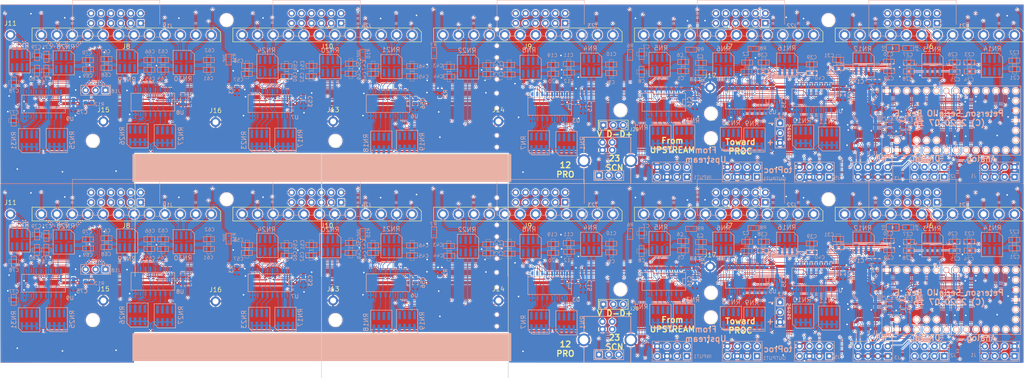
<source format=kicad_pcb>
(kicad_pcb (version 20171130) (host pcbnew "(5.0.2)-1")
  (layers (0 F.Cu signal) (31 B.Cu signal) (34 B.Paste user) (35 F.Paste user) (36 B.SilkS user) (37 F.SilkS user) (38 B.Mask user) (39 F.Mask user) (44 Edge.Cuts user hide))
  (net 0 "")
  (net 1 "Net-(J2-Pad1)")
  (net 2 GND)
  (net 3 /SerialCLK)
  (net 4 /nRST)
  (net 5 /InRegLoad)
  (net 6 VCC)
  (net 7 /OUT0)
  (net 8 /OUT2)
  (net 9 /OUT4)
  (net 10 /OUT6)
  (net 11 /OUT8)
  (net 12 /OUT10)
  (net 13 /OUT12)
  (net 14 /OUT14)
  (net 15 /OUT1)
  (net 16 /OUT3)
  (net 17 /OUT5)
  (net 18 /OUT7)
  (net 19 /OUT9)
  (net 20 /OUT11)
  (net 21 /OUT13)
  (net 22 /OUT15)
  (net 23 "Net-(C1-Pad1)")
  (net 24 "Net-(C2-Pad1)")
  (net 25 "Net-(C3-Pad1)")
  (net 26 "Net-(C4-Pad1)")
  (net 27 "Net-(C5-Pad1)")
  (net 28 "Net-(C6-Pad1)")
  (net 29 "Net-(C7-Pad1)")
  (net 30 "Net-(C8-Pad1)")
  (net 31 "Net-(C9-Pad1)")
  (net 32 "Net-(C10-Pad1)")
  (net 33 "Net-(C11-Pad1)")
  (net 34 "Net-(C12-Pad1)")
  (net 35 "Net-(C17-Pad1)")
  (net 36 "Net-(C18-Pad1)")
  (net 37 "Net-(C19-Pad1)")
  (net 38 "Net-(C20-Pad1)")
  (net 39 "Net-(C21-Pad1)")
  (net 40 "Net-(C22-Pad1)")
  (net 41 "Net-(C23-Pad1)")
  (net 42 "Net-(C24-Pad1)")
  (net 43 "Net-(C25-Pad1)")
  (net 44 "Net-(C26-Pad1)")
  (net 45 "Net-(C27-Pad1)")
  (net 46 "Net-(C28-Pad1)")
  (net 47 "Net-(C29-Pad1)")
  (net 48 "Net-(C30-Pad1)")
  (net 49 "Net-(C31-Pad1)")
  (net 50 "Net-(C32-Pad1)")
  (net 51 "Net-(C37-Pad1)")
  (net 52 "Net-(C38-Pad1)")
  (net 53 "Net-(C39-Pad1)")
  (net 54 "Net-(C40-Pad1)")
  (net 55 "Net-(J1-Pad6)")
  (net 56 "Net-(J1-Pad5)")
  (net 57 "Net-(J1-Pad4)")
  (net 58 "Net-(J1-Pad3)")
  (net 59 "Net-(J1-Pad2)")
  (net 60 "Net-(J1-Pad1)")
  (net 61 "Net-(J2-Pad2)")
  (net 62 "Net-(J2-Pad3)")
  (net 63 "Net-(J2-Pad4)")
  (net 64 "Net-(J2-Pad5)")
  (net 65 "Net-(J3-Pad5)")
  (net 66 "Net-(J3-Pad6)")
  (net 67 "Net-(J3-Pad7)")
  (net 68 /OUT23)
  (net 69 /OUT22)
  (net 70 /OUT21)
  (net 71 /OUT20)
  (net 72 /OUT19)
  (net 73 /OUT18)
  (net 74 /OUT17)
  (net 75 /OUT16)
  (net 76 "Net-(C41-Pad1)")
  (net 77 "Net-(C42-Pad1)")
  (net 78 "Net-(C43-Pad1)")
  (net 79 "Net-(C44-Pad1)")
  (net 80 "Net-(C45-Pad1)")
  (net 81 "Net-(C46-Pad1)")
  (net 82 "Net-(C47-Pad1)")
  (net 83 "Net-(C48-Pad1)")
  (net 84 "Net-(C49-Pad1)")
  (net 85 "Net-(C50-Pad1)")
  (net 86 "Net-(C51-Pad1)")
  (net 87 "Net-(C52-Pad1)")
  (net 88 "Net-(C57-Pad1)")
  (net 89 "Net-(C58-Pad1)")
  (net 90 "Net-(C59-Pad1)")
  (net 91 "Net-(C60-Pad1)")
  (net 92 "Net-(C61-Pad1)")
  (net 93 "Net-(C62-Pad1)")
  (net 94 "Net-(C63-Pad1)")
  (net 95 "Net-(C64-Pad1)")
  (net 96 "Net-(C65-Pad1)")
  (net 97 "Net-(C66-Pad1)")
  (net 98 "Net-(C67-Pad1)")
  (net 99 "Net-(C68-Pad1)")
  (net 100 "Net-(C69-Pad1)")
  (net 101 "Net-(C70-Pad1)")
  (net 102 "Net-(C71-Pad1)")
  (net 103 "Net-(C72-Pad1)")
  (net 104 "Net-(C77-Pad1)")
  (net 105 "Net-(C78-Pad1)")
  (net 106 "Net-(C79-Pad1)")
  (net 107 "Net-(C80-Pad1)")
  (net 108 /OUT48)
  (net 109 /OUT49)
  (net 110 /OUT50)
  (net 111 /OUT51)
  (net 112 /OUT52)
  (net 113 /OUT53)
  (net 114 /OUT54)
  (net 115 /OUT55)
  (net 116 /OUT56)
  (net 117 /OUT57)
  (net 118 /OUT58)
  (net 119 /OUT59)
  (net 120 /OUT24)
  (net 121 /OUT25)
  (net 122 /OUT26)
  (net 123 /OUT27)
  (net 124 /OUT28)
  (net 125 /OUT29)
  (net 126 /OUT30)
  (net 127 /OUT31)
  (net 128 /OUT32)
  (net 129 /OUT33)
  (net 130 /OUT34)
  (net 131 /OUT35)
  (net 132 /OUT47)
  (net 133 /OUT46)
  (net 134 /OUT45)
  (net 135 /OUT44)
  (net 136 /OUT43)
  (net 137 /OUT42)
  (net 138 /OUT41)
  (net 139 /OUT40)
  (net 140 /OUT39)
  (net 141 /OUT38)
  (net 142 /OUT37)
  (net 143 /OUT36)
  (net 144 /PULLTERM)
  (net 145 /OUT60)
  (net 146 "Net-(J3-Pad8)")
  (net 147 /X2RST)
  (net 148 /X2LOAD)
  (net 149 /X2CLK)
  (net 150 /EXT1OUT)
  (net 151 /Ports33_48/SERIn2)
  (net 152 /SEROut0)
  (net 153 /Ports49_64/SERIn3)
  (net 154 /OUT61)
  (net 155 /OUT62)
  (net 156 /OUT63)
  (net 157 "Net-(J20-Pad1)")
  (net 158 "Net-(J20-Pad2)")
  (net 159 "Net-(J20-Pad3)")
  (net 160 /LPWM)
  (net 161 "Net-(D1-Pad-)")
  (net 162 /EXT1PIN1)
  (net 163 /EXT1PIN8)
  (net 164 /X2PIN8)
  (net 165 /X2PIN1)
  (net 166 CHAINOUT)
  (net 167 "Net-(R6-Pad2)")
  (net 168 "Net-(R8-Pad2)")
  (net 169 "Net-(R10-Pad2)")
  (net 170 "Net-(R12-Pad2)")
  (net 171 "Net-(INPUT1-Pad8)")
  (net 172 /ChainIn)
  (module SeeedOPL-Capacitor-2016:C0603 (layer B.Cu) (at 97.54616 91.75556 90)
    (fp_text reference C51 (at 0.1016 -2.30124 -90) (layer B.SilkS) (effects (font (size 0.889 0.889) (thickness 0.1016)) (justify mirror)))
    (fp_text value "1nF or ESD" hide)
    (pad 1 smd rect (at 0 0.762 180) (size 0.889 0.889) (layers B.Cu B.Paste B.Mask) (net 86 "Net-(C51-Pad1)"))
    (pad 2 smd rect (at 0 -0.762 180) (size 0.889 0.889) (layers B.Cu B.Paste B.Mask) (net 2 GND))
  )
  (module SeeedOPL-Capacitor-2016:C0603 (layer B.Cu) (at 107.57408 93.752 270)
    (fp_text reference C49 (at 0.2921 -2.21742 90) (layer B.SilkS) (effects (font (size 0.889 0.889) (thickness 0.1016)) (justify mirror)))
    (fp_text value "1nF or ESD" hide)
    (pad 1 smd rect (at 0 0.762) (size 0.889 0.889) (layers B.Cu B.Paste B.Mask) (net 84 "Net-(C49-Pad1)"))
    (pad 2 smd rect (at 0 -0.762) (size 0.889 0.889) (layers B.Cu B.Paste B.Mask) (net 2 GND))
  )
  (module SeeedOPL-Capacitor-2016:C0603 (layer B.Cu) (at 132.79628 91.98416 90)
    (fp_text reference C43 (at 0.27686 -2.79908 -180) (layer B.SilkS) (effects (font (size 0.889 0.889) (thickness 0.1016)) (justify mirror)))
    (fp_text value "1nF or ESD" hide)
    (pad 1 smd rect (at 0 0.762 180) (size 0.889 0.889) (layers B.Cu B.Paste B.Mask) (net 78 "Net-(C43-Pad1)"))
    (pad 2 smd rect (at 0 -0.762 180) (size 0.889 0.889) (layers B.Cu B.Paste B.Mask) (net 2 GND))
  )
  (module SeeedOPL-Capacitor-2016:C0603 (layer B.Cu) (at 123.35002 94.41748 270)
    (fp_text reference C45 (at 0.14732 -2.97688) (layer B.SilkS) (effects (font (size 0.889 0.889) (thickness 0.1016)) (justify mirror)))
    (fp_text value "1nF or ESD" hide)
    (pad 1 smd rect (at 0 0.762) (size 0.889 0.889) (layers B.Cu B.Paste B.Mask) (net 80 "Net-(C45-Pad1)"))
    (pad 2 smd rect (at 0 -0.762) (size 0.889 0.889) (layers B.Cu B.Paste B.Mask) (net 2 GND))
  )
  (module SeeedOPL-Capacitor-2016:C0603 (layer B.Cu) (at 123.35002 91.84954 270)
    (fp_text reference C46 (at 0.00508 -2.97688) (layer B.SilkS) (effects (font (size 0.889 0.889) (thickness 0.1016)) (justify mirror)))
    (fp_text value "1nF or ESD" hide)
    (pad 2 smd rect (at 0 -0.762) (size 0.889 0.889) (layers B.Cu B.Paste B.Mask) (net 2 GND))
    (pad 1 smd rect (at 0 0.762) (size 0.889 0.889) (layers B.Cu B.Paste B.Mask) (net 81 "Net-(C46-Pad1)"))
  )
  (module SeeedOPL-Capacitor-2016:C0603 (layer B.Cu) (at 71.25 92.75 270)
    (fp_text reference C61 (at 2.20088 0.13762) (layer B.SilkS) (effects (font (size 0.889 0.889) (thickness 0.1016)) (justify mirror)))
    (fp_text value "1nF or ESD" hide)
    (pad 1 smd rect (at 0 0.762) (size 0.889 0.889) (layers B.Cu B.Paste B.Mask) (net 92 "Net-(C61-Pad1)"))
    (pad 2 smd rect (at 0 -0.762) (size 0.889 0.889) (layers B.Cu B.Paste B.Mask) (net 2 GND))
  )
  (module SeeedOPL-Capacitor-2016:C0603 (layer B.Cu) (at 132.88772 94.50892 90)
    (fp_text reference C44 (at 0.03302 -2.80162 -180) (layer B.SilkS) (effects (font (size 0.889 0.889) (thickness 0.1016)) (justify mirror)))
    (fp_text value "1nF or ESD" hide)
    (pad 2 smd rect (at 0 -0.762 180) (size 0.889 0.889) (layers B.Cu B.Paste B.Mask) (net 2 GND))
    (pad 1 smd rect (at 0 0.762 180) (size 0.889 0.889) (layers B.Cu B.Paste B.Mask) (net 79 "Net-(C44-Pad1)"))
  )
  (module SeeedOPL-Capacitor-2016:C0603 (layer B.Cu) (at 113.35258 93.7774 90)
    (fp_text reference C48 (at -0.74676 -2.1717 -90) (layer B.SilkS) (effects (font (size 0.889 0.889) (thickness 0.1016)) (justify mirror)))
    (fp_text value "1nF or ESD" hide)
    (pad 2 smd rect (at 0 -0.762 180) (size 0.889 0.889) (layers B.Cu B.Paste B.Mask) (net 2 GND))
    (pad 1 smd rect (at 0 0.762 180) (size 0.889 0.889) (layers B.Cu B.Paste B.Mask) (net 83 "Net-(C48-Pad1)"))
  )
  (module SeeedOPL-Capacitor-2016:C0603 (layer B.Cu) (at 91.15552 94.50892 270)
    (fp_text reference C60 (at 0.04572 -2.18948 90) (layer B.SilkS) (effects (font (size 0.889 0.889) (thickness 0.1016)) (justify mirror)))
    (fp_text value "1nF or ESD" hide)
    (pad 1 smd rect (at 0 0.762) (size 0.889 0.889) (layers B.Cu B.Paste B.Mask) (net 91 "Net-(C60-Pad1)"))
    (pad 2 smd rect (at 0 -0.762) (size 0.889 0.889) (layers B.Cu B.Paste B.Mask) (net 2 GND))
  )
  (module SeeedOPL-Capacitor-2016:C0603 (layer B.Cu) (at 91.15552 91.84954 270)
    (fp_text reference C59 (at -0.19558 -2.286 90) (layer B.SilkS) (effects (font (size 0.889 0.889) (thickness 0.1016)) (justify mirror)))
    (fp_text value "1nF or ESD" hide)
    (pad 2 smd rect (at 0 -0.762) (size 0.889 0.889) (layers B.Cu B.Paste B.Mask) (net 2 GND))
    (pad 1 smd rect (at 0 0.762) (size 0.889 0.889) (layers B.Cu B.Paste B.Mask) (net 90 "Net-(C59-Pad1)"))
  )
  (module SeeedOPL-Capacitor-2016:C0603 (layer B.Cu) (at 142.88516 91.57522 270)
    (fp_text reference C42 (at -0.05842 -2.21234 90) (layer B.SilkS) (effects (font (size 0.889 0.889) (thickness 0.1016)) (justify mirror)))
    (fp_text value "1nF or ESD" hide)
    (pad 2 smd rect (at 0 -0.762) (size 0.889 0.889) (layers B.Cu B.Paste B.Mask) (net 2 GND))
    (pad 1 smd rect (at 0 0.762) (size 0.889 0.889) (layers B.Cu B.Paste B.Mask) (net 77 "Net-(C42-Pad1)"))
  )
  (module SeeedOPL-Capacitor-2016:C0603 (layer B.Cu) (at 81.06664 91.76064 90)
    (fp_text reference C58 (at 1.31064 -2.23012 -180) (layer B.SilkS) (effects (font (size 0.889 0.889) (thickness 0.1016)) (justify mirror)))
    (fp_text value "1nF or ESD" hide)
    (pad 1 smd rect (at 0 0.762 180) (size 0.889 0.889) (layers B.Cu B.Paste B.Mask) (net 89 "Net-(C58-Pad1)"))
    (pad 2 smd rect (at 0 -0.762 180) (size 0.889 0.889) (layers B.Cu B.Paste B.Mask) (net 2 GND))
  )
  (module Resistors_SMD:R_0603_HandSoldering (layer B.Cu) (at 95.4659 100.9213 270)
    (fp_text reference C53 (at -0.06746 -1.78054 270) (layer B.SilkS) (effects (justify mirror)))
    (fp_text value C)
    (pad 1 smd rect (at -1.1 0 270) (size 1.2 0.9) (layers B.Cu B.Paste B.Mask) (net 6 VCC))
    (pad 2 smd rect (at 1.1 0 270) (size 1.2 0.9) (layers B.Cu B.Paste B.Mask) (net 2 GND))
  )
  (module SeeedOPL-Capacitor-2016:C0603 (layer B.Cu) (at 113.35004 91.85208 90)
    (fp_text reference C47 (at 0.23368 -2.26568 -90) (layer B.SilkS) (effects (font (size 0.889 0.889) (thickness 0.1016)) (justify mirror)))
    (fp_text value "1nF or ESD" hide)
    (pad 2 smd rect (at 0 -0.762 180) (size 0.889 0.889) (layers B.Cu B.Paste B.Mask) (net 2 GND))
    (pad 1 smd rect (at 0 0.762 180) (size 0.889 0.889) (layers B.Cu B.Paste B.Mask) (net 82 "Net-(C47-Pad1)"))
  )
  (module SeeedOPL-Capacitor-2016:C0603 (layer B.Cu) (at 80.9752 93.7774 90)
    (fp_text reference C57 (at -1.524 -2.1336 -180) (layer B.SilkS) (effects (font (size 0.889 0.889) (thickness 0.1016)) (justify mirror)))
    (fp_text value "1nF or ESD" hide)
    (pad 2 smd rect (at 0 -0.762 180) (size 0.889 0.889) (layers B.Cu B.Paste B.Mask) (net 2 GND))
    (pad 1 smd rect (at 0 0.762 180) (size 0.889 0.889) (layers B.Cu B.Paste B.Mask) (net 88 "Net-(C57-Pad1)"))
  )
  (module Resistors_SMD:R_0603_HandSoldering (layer B.Cu) (at 124.17044 101.33532 270)
    (fp_text reference C56 (at 0.04938 -1.96596 270) (layer B.SilkS) (effects (justify mirror)))
    (fp_text value C)
    (pad 1 smd rect (at -1.1 0 270) (size 1.2 0.9) (layers B.Cu B.Paste B.Mask) (net 6 VCC))
    (pad 2 smd rect (at 1.1 0 270) (size 1.2 0.9) (layers B.Cu B.Paste B.Mask) (net 2 GND))
  )
  (module SeeedOPL-Capacitor-2016:C0603 (layer B.Cu) (at 97.4852 94.41748 90)
    (fp_text reference C52 (at -0.28448 -2.34188 -90) (layer B.SilkS) (effects (font (size 0.889 0.889) (thickness 0.1016)) (justify mirror)))
    (fp_text value "1nF or ESD" hide)
    (pad 2 smd rect (at 0 -0.762 180) (size 0.889 0.889) (layers B.Cu B.Paste B.Mask) (net 2 GND))
    (pad 1 smd rect (at 0 0.762 180) (size 0.889 0.889) (layers B.Cu B.Paste B.Mask) (net 87 "Net-(C52-Pad1)"))
  )
  (module SeeedOPL-Capacitor-2016:C0603 (layer B.Cu) (at 107.66552 91.20692 270)
    (fp_text reference C50 (at -0.21082 -2.12598 90) (layer B.SilkS) (effects (font (size 0.889 0.889) (thickness 0.1016)) (justify mirror)))
    (fp_text value "1nF or ESD" hide)
    (pad 2 smd rect (at 0 -0.762) (size 0.889 0.889) (layers B.Cu B.Paste B.Mask) (net 2 GND))
    (pad 1 smd rect (at 0 0.762) (size 0.889 0.889) (layers B.Cu B.Paste B.Mask) (net 85 "Net-(C50-Pad1)"))
  )
  (module SeeedOPL-Capacitor-2016:C0603 (layer B.Cu) (at 213.31936 93.16018 90)
    (fp_text reference C37 (at -1.46558 1.71196 -180) (layer B.SilkS) (effects (font (size 0.889 0.889) (thickness 0.1016)) (justify mirror)))
    (fp_text value "1nF or ESD" hide)
    (pad 2 smd rect (at 0 -0.762 180) (size 0.889 0.889) (layers B.Cu B.Paste B.Mask) (net 2 GND))
    (pad 1 smd rect (at 0 0.762 180) (size 0.889 0.889) (layers B.Cu B.Paste B.Mask) (net 51 "Net-(C37-Pad1)"))
  )
  (module SeeedOPL-Capacitor-2016:C0603 (layer B.Cu) (at 245.57482 90.6786 270)
    (fp_text reference C30 (at -1.8923 0.10922) (layer B.SilkS) (effects (font (size 0.889 0.889) (thickness 0.1016)) (justify mirror)))
    (fp_text value "1nF or ESD" hide)
    (pad 1 smd rect (at 0 0.762) (size 0.889 0.889) (layers B.Cu B.Paste B.Mask) (net 48 "Net-(C30-Pad1)"))
    (pad 2 smd rect (at 0 -0.762) (size 0.889 0.889) (layers B.Cu B.Paste B.Mask) (net 2 GND))
  )
  (module CLRConnector:KK156-12 (layer F.Cu) (at 204.52 83.8 180)
    (fp_text reference J7 (at 0 -2.97 180) (layer F.SilkS) (effects (font (size 1.2 1.2))))
    (fp_text value Conn_01x12)
    (pad 1 thru_hole oval (at -21.78 0 180) (size 2.54 2.54) (drill 1.52) (layers *.Cu *.Mask) (net 13 /OUT12))
    (pad 2 thru_hole oval (at -17.82 0 180) (size 2.54 2.54) (drill 1.52) (layers *.Cu *.Mask) (net 21 /OUT13))
    (pad 3 thru_hole oval (at -13.86 0 180) (size 2.54 2.54) (drill 1.52) (layers *.Cu *.Mask) (net 14 /OUT14))
    (pad 4 thru_hole oval (at -9.9 0 180) (size 2.54 2.54) (drill 1.52) (layers *.Cu *.Mask) (net 22 /OUT15))
    (pad 5 thru_hole oval (at -5.94 0 180) (size 2.54 2.54) (drill 1.52) (layers *.Cu *.Mask) (net 75 /OUT16))
    (pad 6 thru_hole oval (at -1.98 0 180) (size 2.54 2.54) (drill 1.52) (layers *.Cu *.Mask) (net 74 /OUT17))
    (pad 7 thru_hole oval (at 1.98 0 180) (size 2.54 2.54) (drill 1.52) (layers *.Cu *.Mask) (net 73 /OUT18))
    (pad 8 thru_hole oval (at 5.94 0 180) (size 2.54 2.54) (drill 1.52) (layers *.Cu *.Mask) (net 72 /OUT19))
    (pad 9 thru_hole oval (at 9.9 0 180) (size 2.54 2.54) (drill 1.52) (layers *.Cu *.Mask) (net 71 /OUT20))
    (pad 10 thru_hole oval (at 13.86 0 180) (size 2.54 2.54) (drill 1.52) (layers *.Cu *.Mask) (net 70 /OUT21))
    (pad 11 thru_hole oval (at 17.82 0 180) (size 2.54 2.54) (drill 1.52) (layers *.Cu *.Mask) (net 69 /OUT22))
    (pad 12 thru_hole oval (at 21.78 0 180) (size 2.54 2.54) (drill 1.52) (layers *.Cu *.Mask) (net 68 /OUT23))
  )
  (module SeeedOPL-Capacitor-2016:C0603 (layer B.Cu) (at 250.698 93.17288 90)
    (fp_text reference C28 (at -1.89992 -0.3556 -180) (layer B.SilkS) (effects (font (size 0.889 0.889) (thickness 0.1016)) (justify mirror)))
    (fp_text value "1nF or ESD" hide)
    (pad 1 smd rect (at 0 0.762 180) (size 0.889 0.889) (layers B.Cu B.Paste B.Mask) (net 46 "Net-(C28-Pad1)"))
    (pad 2 smd rect (at 0 -0.762 180) (size 0.889 0.889) (layers B.Cu B.Paste B.Mask) (net 2 GND))
  )
  (module SeeedOPL-Capacitor-2016:C0603 (layer B.Cu) (at 225.82886 93.625 270)
    (fp_text reference C40 (at 1.29032 -2.05486 180) (layer B.SilkS) (effects (font (size 0.889 0.889) (thickness 0.1016)) (justify mirror)))
    (fp_text value "1nF or ESD" hide)
    (pad 2 smd rect (at 0 -0.762) (size 0.889 0.889) (layers B.Cu B.Paste B.Mask) (net 2 GND))
    (pad 1 smd rect (at 0 0.762) (size 0.889 0.889) (layers B.Cu B.Paste B.Mask) (net 54 "Net-(C40-Pad1)"))
  )
  (module SeeedOPL-Capacitor-2016:C0603 (layer B.Cu) (at 232.73004 92.32706 90)
    (fp_text reference C32 (at -1.49098 -1.96088 -180) (layer B.SilkS) (effects (font (size 0.889 0.889) (thickness 0.1016)) (justify mirror)))
    (fp_text value "1nF or ESD" hide)
    (pad 1 smd rect (at 0 0.762 180) (size 0.889 0.889) (layers B.Cu B.Paste B.Mask) (net 50 "Net-(C32-Pad1)"))
    (pad 2 smd rect (at 0 -0.762 180) (size 0.889 0.889) (layers B.Cu B.Paste B.Mask) (net 2 GND))
  )
  (module SeeedOPL-Capacitor-2016:C0603 (layer B.Cu) (at 232.58526 90.1833 90)
    (fp_text reference C31 (at 1.11506 -2.34442 -180) (layer B.SilkS) (effects (font (size 0.889 0.889) (thickness 0.1016)) (justify mirror)))
    (fp_text value "1nF or ESD" hide)
    (pad 2 smd rect (at 0 -0.762 180) (size 0.889 0.889) (layers B.Cu B.Paste B.Mask) (net 2 GND))
    (pad 1 smd rect (at 0 0.762 180) (size 0.889 0.889) (layers B.Cu B.Paste B.Mask) (net 49 "Net-(C31-Pad1)"))
  )
  (module SeeedOPL-Capacitor-2016:C0603 (layer B.Cu) (at 250.7234 90.96054 90)
    (fp_text reference C27 (at 2.05994 -0.2159 -180) (layer B.SilkS) (effects (font (size 0.889 0.889) (thickness 0.1016)) (justify mirror)))
    (fp_text value "1nF or ESD" hide)
    (pad 2 smd rect (at 0 -0.762 180) (size 0.889 0.889) (layers B.Cu B.Paste B.Mask) (net 2 GND))
    (pad 1 smd rect (at 0 0.762 180) (size 0.889 0.889) (layers B.Cu B.Paste B.Mask) (net 45 "Net-(C27-Pad1)"))
  )
  (module Resistors_SMD:R_0603_HandSoldering (layer B.Cu) (at 216.9414 100.86146 270)
    (fp_text reference C35 (at 0.32258 -1.74244 270) (layer B.SilkS) (effects (justify mirror)))
    (fp_text value C)
    (pad 2 smd rect (at 1.1 0 270) (size 1.2 0.9) (layers B.Cu B.Paste B.Mask) (net 2 GND))
    (pad 1 smd rect (at -1.1 0 270) (size 1.2 0.9) (layers B.Cu B.Paste B.Mask) (net 6 VCC))
  )
  (module SeeedOPL-Capacitor-2016:C0603 (layer B.Cu) (at 262.44042 90.89958 270)
    (fp_text reference C26 (at -2.08534 0.50038) (layer B.SilkS) (effects (font (size 0.889 0.889) (thickness 0.1016)) (justify mirror)))
    (fp_text value "1nF or ESD" hide)
    (pad 1 smd rect (at 0 0.762) (size 0.889 0.889) (layers B.Cu B.Paste B.Mask) (net 44 "Net-(C26-Pad1)"))
    (pad 2 smd rect (at 0 -0.762) (size 0.889 0.889) (layers B.Cu B.Paste B.Mask) (net 2 GND))
  )
  (module CLRConnector:KK156-12 (layer F.Cu) (at 256 83.8 180)
    (fp_text reference J6 (at 0 -2.97 180) (layer F.SilkS) (effects (font (size 1.2 1.2))))
    (fp_text value Conn_01x12)
    (pad 12 thru_hole oval (at 21.78 0 180) (size 2.54 2.54) (drill 1.52) (layers *.Cu *.Mask) (net 20 /OUT11))
    (pad 11 thru_hole oval (at 17.82 0 180) (size 2.54 2.54) (drill 1.52) (layers *.Cu *.Mask) (net 12 /OUT10))
    (pad 10 thru_hole oval (at 13.86 0 180) (size 2.54 2.54) (drill 1.52) (layers *.Cu *.Mask) (net 19 /OUT9))
    (pad 9 thru_hole oval (at 9.9 0 180) (size 2.54 2.54) (drill 1.52) (layers *.Cu *.Mask) (net 11 /OUT8))
    (pad 8 thru_hole oval (at 5.94 0 180) (size 2.54 2.54) (drill 1.52) (layers *.Cu *.Mask) (net 18 /OUT7))
    (pad 7 thru_hole oval (at 1.98 0 180) (size 2.54 2.54) (drill 1.52) (layers *.Cu *.Mask) (net 10 /OUT6))
    (pad 6 thru_hole oval (at -1.98 0 180) (size 2.54 2.54) (drill 1.52) (layers *.Cu *.Mask) (net 17 /OUT5))
    (pad 5 thru_hole oval (at -5.94 0 180) (size 2.54 2.54) (drill 1.52) (layers *.Cu *.Mask) (net 9 /OUT4))
    (pad 4 thru_hole oval (at -9.9 0 180) (size 2.54 2.54) (drill 1.52) (layers *.Cu *.Mask) (net 16 /OUT3))
    (pad 3 thru_hole oval (at -13.86 0 180) (size 2.54 2.54) (drill 1.52) (layers *.Cu *.Mask) (net 8 /OUT2))
    (pad 2 thru_hole oval (at -17.82 0 180) (size 2.54 2.54) (drill 1.52) (layers *.Cu *.Mask) (net 15 /OUT1))
    (pad 1 thru_hole oval (at -21.78 0 180) (size 2.54 2.54) (drill 1.52) (layers *.Cu *.Mask) (net 7 /OUT0))
  )
  (module SeeedOPL-Capacitor-2016:C0603 (layer B.Cu) (at 225.82632 91.36694 270)
    (fp_text reference C39 (at -1.85166 -0.0254) (layer B.SilkS) (effects (font (size 0.889 0.889) (thickness 0.1016)) (justify mirror)))
    (fp_text value "1nF or ESD" hide)
    (pad 1 smd rect (at 0 0.762) (size 0.889 0.889) (layers B.Cu B.Paste B.Mask) (net 53 "Net-(C39-Pad1)"))
    (pad 2 smd rect (at 0 -0.762) (size 0.889 0.889) (layers B.Cu B.Paste B.Mask) (net 2 GND))
  )
  (module SeeedOPL-Capacitor-2016:C0603 (layer B.Cu) (at 213.51748 90.90212 90)
    (fp_text reference C38 (at 1.98628 -0.33528 -180) (layer B.SilkS) (effects (font (size 0.889 0.889) (thickness 0.1016)) (justify mirror)))
    (fp_text value "1nF or ESD" hide)
    (pad 2 smd rect (at 0 -0.762 180) (size 0.889 0.889) (layers B.Cu B.Paste B.Mask) (net 2 GND))
    (pad 1 smd rect (at 0 0.762 180) (size 0.889 0.889) (layers B.Cu B.Paste B.Mask) (net 52 "Net-(C38-Pad1)"))
  )
  (module SeeedOPL-Connector-2016:H2X4-2.54 (layer B.Cu) (at 241.5 119 90)
    (fp_text reference J3 (at -1.6379 6.2063) (layer B.SilkS) (effects (font (size 0.889 0.889) (thickness 0.1016)) (justify mirror)))
    (fp_text value Conn_02x04_Counter_Clockwise hide)
    (pad 8 thru_hole circle (at 1.27 3.81 90) (size 1.651 1.651) (drill 0.889) (layers *.Cu *.Paste *.Mask) (net 146 "Net-(J3-Pad8)"))
    (pad 7 thru_hole circle (at 1.27 1.27 90) (size 1.651 1.651) (drill 0.889) (layers *.Cu *.Paste *.Mask) (net 67 "Net-(J3-Pad7)"))
    (pad 6 thru_hole circle (at 1.27 -1.27 90) (size 1.651 1.651) (drill 0.889) (layers *.Cu *.Paste *.Mask) (net 66 "Net-(J3-Pad6)"))
    (pad 5 thru_hole circle (at 1.27 -3.81 90) (size 1.651 1.651) (drill 0.889) (layers *.Cu *.Paste *.Mask) (net 65 "Net-(J3-Pad5)"))
    (pad 4 thru_hole circle (at -1.27 -3.81 90) (size 1.651 1.651) (drill 0.889) (layers *.Cu *.Paste *.Mask) (net 6 VCC))
    (pad 3 thru_hole circle (at -1.27 -1.27 90) (size 1.651 1.651) (drill 0.889) (layers *.Cu *.Paste *.Mask) (net 6 VCC))
    (pad 2 thru_hole circle (at -1.27 1.27 90) (size 1.651 1.651) (drill 0.889) (layers *.Cu *.Paste *.Mask) (net 6 VCC))
    (pad 1 thru_hole rect (at -1.27 3.81 90) (size 1.651 1.651) (drill 0.889) (layers *.Cu *.Paste *.Mask) (net 6 VCC))
  )
  (module SeeedOPL-Capacitor-2016:C0603 (layer B.Cu) (at 245.67134 93.0154 270)
    (fp_text reference C29 (at 1.98374 0.08128) (layer B.SilkS) (effects (font (size 0.889 0.889) (thickness 0.1016)) (justify mirror)))
    (fp_text value "1nF or ESD" hide)
    (pad 2 smd rect (at 0 -0.762) (size 0.889 0.889) (layers B.Cu B.Paste B.Mask) (net 2 GND))
    (pad 1 smd rect (at 0 0.762) (size 0.889 0.889) (layers B.Cu B.Paste B.Mask) (net 47 "Net-(C29-Pad1)"))
  )
  (module Resistors_SMD:R_0603_HandSoldering (layer B.Cu) (at 233.8 98.8 270)
    (fp_text reference C36 (at 0.9083 -1.8485 270) (layer B.SilkS) (effects (justify mirror)))
    (fp_text value C)
    (pad 1 smd rect (at -1.1 0 270) (size 1.2 0.9) (layers B.Cu B.Paste B.Mask) (net 6 VCC))
    (pad 2 smd rect (at 1.1 0 270) (size 1.2 0.9) (layers B.Cu B.Paste B.Mask) (net 2 GND))
  )
  (module SeeedOPL-Capacitor-2016:C0603 (layer B.Cu) (at 29.6 93 180)
    (fp_text reference C72 (at 0.0344 -2.1236) (layer B.SilkS) (effects (font (size 0.889 0.889) (thickness 0.1016)) (justify mirror)))
    (fp_text value "1nF or ESD" hide)
    (pad 2 smd rect (at 0 -0.762 270) (size 0.889 0.889) (layers B.Cu B.Paste B.Mask) (net 2 GND))
    (pad 1 smd rect (at 0 0.762 270) (size 0.889 0.889) (layers B.Cu B.Paste B.Mask) (net 103 "Net-(C72-Pad1)"))
  )
  (module SeeedOPL-Capacitor-2016:C0603 (layer B.Cu) (at 45 90 90)
    (fp_text reference C67 (at 1.97062 -0.24012 -180) (layer B.SilkS) (effects (font (size 0.889 0.889) (thickness 0.1016)) (justify mirror)))
    (fp_text value "1nF or ESD" hide)
    (pad 1 smd rect (at 0 0.762 180) (size 0.889 0.889) (layers B.Cu B.Paste B.Mask) (net 98 "Net-(C67-Pad1)"))
    (pad 2 smd rect (at 0 -0.762 180) (size 0.889 0.889) (layers B.Cu B.Paste B.Mask) (net 2 GND))
  )
  (module SeeedOPL-Capacitor-2016:C0603 (layer B.Cu) (at 59.5 92.75 90)
    (fp_text reference C64 (at -2.20088 -0.19862 -180) (layer B.SilkS) (effects (font (size 0.889 0.889) (thickness 0.1016)) (justify mirror)))
    (fp_text value "1nF or ESD" hide)
    (pad 2 smd rect (at 0 -0.762 180) (size 0.889 0.889) (layers B.Cu B.Paste B.Mask) (net 2 GND))
    (pad 1 smd rect (at 0 0.762 180) (size 0.889 0.889) (layers B.Cu B.Paste B.Mask) (net 95 "Net-(C64-Pad1)"))
  )
  (module SeeedOPL-Capacitor-2016:C0603 (layer B.Cu) (at 71.25 90.25 270)
    (fp_text reference C62 (at -2.47462 -0.17988) (layer B.SilkS) (effects (font (size 0.889 0.889) (thickness 0.1016)) (justify mirror)))
    (fp_text value "1nF or ESD" hide)
    (pad 2 smd rect (at 0 -0.762) (size 0.889 0.889) (layers B.Cu B.Paste B.Mask) (net 2 GND))
    (pad 1 smd rect (at 0 0.762) (size 0.889 0.889) (layers B.Cu B.Paste B.Mask) (net 93 "Net-(C62-Pad1)"))
  )
  (module SeeedOPL-Capacitor-2016:C0603 (layer B.Cu) (at 45 92.25 90)
    (fp_text reference C68 (at -1.8576 -0.0674 -180) (layer B.SilkS) (effects (font (size 0.889 0.889) (thickness 0.1016)) (justify mirror)))
    (fp_text value "1nF or ESD" hide)
    (pad 2 smd rect (at 0 -0.762 180) (size 0.889 0.889) (layers B.Cu B.Paste B.Mask) (net 2 GND))
    (pad 1 smd rect (at 0 0.762 180) (size 0.889 0.889) (layers B.Cu B.Paste B.Mask) (net 99 "Net-(C68-Pad1)"))
  )
  (module SeeedOPL-Capacitor-2016:C0603 (layer B.Cu) (at 27.2 93 180)
    (fp_text reference C80 (at 0.8348 -2.0728) (layer B.SilkS) (effects (font (size 0.889 0.889) (thickness 0.1016)) (justify mirror)))
    (fp_text value "1nF or ESD" hide)
    (pad 1 smd rect (at 0 0.762 270) (size 0.889 0.889) (layers B.Cu B.Paste B.Mask) (net 107 "Net-(C80-Pad1)"))
    (pad 2 smd rect (at 0 -0.762 270) (size 0.889 0.889) (layers B.Cu B.Paste B.Mask) (net 2 GND))
  )
  (module SeeedOPL-Capacitor-2016:C0603 (layer B.Cu) (at 27.2 89)
    (fp_text reference C79 (at -0.1744 -2.106 -180) (layer B.SilkS) (effects (font (size 0.889 0.889) (thickness 0.1016)) (justify mirror)))
    (fp_text value "1nF or ESD" hide)
    (pad 2 smd rect (at 0 -0.762 90) (size 0.889 0.889) (layers B.Cu B.Paste B.Mask) (net 2 GND))
    (pad 1 smd rect (at 0 0.762 90) (size 0.889 0.889) (layers B.Cu B.Paste B.Mask) (net 106 "Net-(C79-Pad1)"))
  )
  (module SeeedOPL-Capacitor-2016:C0603 (layer B.Cu) (at 56 90.25 270)
    (fp_text reference C66 (at -2.15712 -0.12638) (layer B.SilkS) (effects (font (size 0.889 0.889) (thickness 0.1016)) (justify mirror)))
    (fp_text value "1nF or ESD" hide)
    (pad 2 smd rect (at 0 -0.762) (size 0.889 0.889) (layers B.Cu B.Paste B.Mask) (net 2 GND))
    (pad 1 smd rect (at 0 0.762) (size 0.889 0.889) (layers B.Cu B.Paste B.Mask) (net 97 "Net-(C66-Pad1)"))
  )
  (module Resistors_SMD:R_0603_HandSoldering (layer B.Cu) (at 64.6 100.4 270)
    (fp_text reference C73 (at 0.5783 -1.7829 90) (layer B.SilkS) (effects (justify mirror)))
    (fp_text value C)
    (pad 2 smd rect (at 1.1 0 270) (size 1.2 0.9) (layers B.Cu B.Paste B.Mask) (net 2 GND))
    (pad 1 smd rect (at -1.1 0 270) (size 1.2 0.9) (layers B.Cu B.Paste B.Mask) (net 6 VCC))
  )
  (module SeeedOPL-Capacitor-2016:C0603 (layer B.Cu) (at 21.2 105.8)
    (fp_text reference C77 (at 0.0725 -2.1166 -180) (layer B.SilkS) (effects (font (size 0.889 0.889) (thickness 0.1016)) (justify mirror)))
    (fp_text value "1nF or ESD" hide)
    (pad 1 smd rect (at 0 0.762 90) (size 0.889 0.889) (layers B.Cu B.Paste B.Mask) (net 104 "Net-(C77-Pad1)"))
    (pad 2 smd rect (at 0 -0.762 90) (size 0.889 0.889) (layers B.Cu B.Paste B.Mask) (net 2 GND))
  )
  (module SeeedOPL-Capacitor-2016:C0603 (layer B.Cu) (at 40.3016 92.6384 270)
    (fp_text reference C69 (at 1.6216 0.068) (layer B.SilkS) (effects (font (size 0.889 0.889) (thickness 0.1016)) (justify mirror)))
    (fp_text value "1nF or ESD" hide)
    (pad 1 smd rect (at 0 0.762) (size 0.889 0.889) (layers B.Cu B.Paste B.Mask) (net 100 "Net-(C69-Pad1)"))
    (pad 2 smd rect (at 0 -0.762) (size 0.889 0.889) (layers B.Cu B.Paste B.Mask) (net 2 GND))
  )
  (module Resistors_SMD:R_0603_HandSoldering (layer B.Cu) (at 36.50996 101.64378 270)
    (fp_text reference C75 (at 1.9431 -2.21742) (layer B.SilkS) (effects (justify mirror)))
    (fp_text value C)
    (pad 2 smd rect (at 1.1 0 270) (size 1.2 0.9) (layers B.Cu B.Paste B.Mask) (net 2 GND))
    (pad 1 smd rect (at -1.1 0 270) (size 1.2 0.9) (layers B.Cu B.Paste B.Mask) (net 6 VCC))
  )
  (module SeeedOPL-Capacitor-2016:C0603 (layer B.Cu) (at 56 92.75 270)
    (fp_text reference C65 (at 2.32788 -0.18988) (layer B.SilkS) (effects (font (size 0.889 0.889) (thickness 0.1016)) (justify mirror)))
    (fp_text value "1nF or ESD" hide)
    (pad 1 smd rect (at 0 0.762) (size 0.889 0.889) (layers B.Cu B.Paste B.Mask) (net 96 "Net-(C65-Pad1)"))
    (pad 2 smd rect (at 0 -0.762) (size 0.889 0.889) (layers B.Cu B.Paste B.Mask) (net 2 GND))
  )
  (module SeeedOPL-Capacitor-2016:C0603 (layer B.Cu) (at 59.5 90.25 90)
    (fp_text reference C63 (at 2.22062 -0.00812 -180) (layer B.SilkS) (effects (font (size 0.889 0.889) (thickness 0.1016)) (justify mirror)))
    (fp_text value "1nF or ESD" hide)
    (pad 1 smd rect (at 0 0.762 180) (size 0.889 0.889) (layers B.Cu B.Paste B.Mask) (net 94 "Net-(C63-Pad1)"))
    (pad 2 smd rect (at 0 -0.762 180) (size 0.889 0.889) (layers B.Cu B.Paste B.Mask) (net 2 GND))
  )
  (module SeeedOPL-Capacitor-2016:C0603 (layer B.Cu) (at 40.2336 90.2976 270)
    (fp_text reference C70 (at -1.9812 0.1524) (layer B.SilkS) (effects (font (size 0.889 0.889) (thickness 0.1016)) (justify mirror)))
    (fp_text value "1nF or ESD" hide)
    (pad 2 smd rect (at 0 -0.762) (size 0.889 0.889) (layers B.Cu B.Paste B.Mask) (net 2 GND))
    (pad 1 smd rect (at 0 0.762) (size 0.889 0.889) (layers B.Cu B.Paste B.Mask) (net 101 "Net-(C70-Pad1)"))
  )
  (module SeeedOPL-Capacitor-2016:C0603 (layer B.Cu) (at 29.6 89.4)
    (fp_text reference C71 (at 0.118 -2.4552 -180) (layer B.SilkS) (effects (font (size 0.889 0.889) (thickness 0.1016)) (justify mirror)))
    (fp_text value "1nF or ESD" hide)
    (pad 1 smd rect (at 0 0.762 90) (size 0.889 0.889) (layers B.Cu B.Paste B.Mask) (net 102 "Net-(C71-Pad1)"))
    (pad 2 smd rect (at 0 -0.762 90) (size 0.889 0.889) (layers B.Cu B.Paste B.Mask) (net 2 GND))
  )
  (module CLRConnector:KK156-12 (layer F.Cu) (at 50.08 83.8 180)
    (fp_text reference J8 (at 0 -2.97 180) (layer F.SilkS) (effects (font (size 1.2 1.2))))
    (fp_text value Conn_01x12)
    (pad 12 thru_hole oval (at 21.78 0 180) (size 2.54 2.54) (drill 1.52) (layers *.Cu *.Mask) (net 119 /OUT59))
    (pad 11 thru_hole oval (at 17.82 0 180) (size 2.54 2.54) (drill 1.52) (layers *.Cu *.Mask) (net 118 /OUT58))
    (pad 10 thru_hole oval (at 13.86 0 180) (size 2.54 2.54) (drill 1.52) (layers *.Cu *.Mask) (net 117 /OUT57))
    (pad 9 thru_hole oval (at 9.9 0 180) (size 2.54 2.54) (drill 1.52) (layers *.Cu *.Mask) (net 116 /OUT56))
    (pad 8 thru_hole oval (at 5.94 0 180) (size 2.54 2.54) (drill 1.52) (layers *.Cu *.Mask) (net 115 /OUT55))
    (pad 7 thru_hole oval (at 1.98 0 180) (size 2.54 2.54) (drill 1.52) (layers *.Cu *.Mask) (net 114 /OUT54))
    (pad 6 thru_hole oval (at -1.98 0 180) (size 2.54 2.54) (drill 1.52) (layers *.Cu *.Mask) (net 113 /OUT53))
    (pad 5 thru_hole oval (at -5.94 0 180) (size 2.54 2.54) (drill 1.52) (layers *.Cu *.Mask) (net 112 /OUT52))
    (pad 4 thru_hole oval (at -9.9 0 180) (size 2.54 2.54) (drill 1.52) (layers *.Cu *.Mask) (net 111 /OUT51))
    (pad 3 thru_hole oval (at -13.86 0 180) (size 2.54 2.54) (drill 1.52) (layers *.Cu *.Mask) (net 110 /OUT50))
    (pad 2 thru_hole oval (at -17.82 0 180) (size 2.54 2.54) (drill 1.52) (layers *.Cu *.Mask) (net 109 /OUT49))
    (pad 1 thru_hole oval (at -21.78 0 180) (size 2.54 2.54) (drill 1.52) (layers *.Cu *.Mask) (net 108 /OUT48))
  )
  (module SeeedOPL-Capacitor-2016:C0603 (layer B.Cu) (at 21.25 96 180)
    (fp_text reference C78 (at -0.0225 -2.1716) (layer B.SilkS) (effects (font (size 0.889 0.889) (thickness 0.1016)) (justify mirror)))
    (fp_text value "1nF or ESD" hide)
    (pad 1 smd rect (at 0 0.762 270) (size 0.889 0.889) (layers B.Cu B.Paste B.Mask) (net 105 "Net-(C78-Pad1)"))
    (pad 2 smd rect (at 0 -0.762 270) (size 0.889 0.889) (layers B.Cu B.Paste B.Mask) (net 2 GND))
  )
  (module SeeedOPL-Capacitor-2016:C0603 (layer B.Cu) (at 192.8368 90.74972 270)
    (fp_text reference C6 (at -1.78308 0.8128) (layer B.SilkS) (effects (font (size 0.889 0.889) (thickness 0.1016)) (justify mirror)))
    (fp_text value "1nF or ESD" hide)
    (pad 1 smd rect (at 0 0.762) (size 0.889 0.889) (layers B.Cu B.Paste B.Mask) (net 28 "Net-(C6-Pad1)"))
    (pad 2 smd rect (at 0 -0.762) (size 0.889 0.889) (layers B.Cu B.Paste B.Mask) (net 2 GND))
  )
  (module SeeedOPL-Capacitor-2016:C0603 (layer B.Cu) (at 209.28584 90.90466 270)
    (fp_text reference C2 (at -2.20218 0.39116) (layer B.SilkS) (effects (font (size 0.889 0.889) (thickness 0.1016)) (justify mirror)))
    (fp_text value "1nF or ESD" hide)
    (pad 1 smd rect (at 0 0.762) (size 0.889 0.889) (layers B.Cu B.Paste B.Mask) (net 24 "Net-(C2-Pad1)"))
    (pad 2 smd rect (at 0 -0.762) (size 0.889 0.889) (layers B.Cu B.Paste B.Mask) (net 2 GND))
  )
  (module CLRConnector:Teensy3.x_LC (layer B.Cu) (at 261.58952 105.78398)
    (fp_text reference U1 (at -19.40814 -7.5946) (layer B.SilkS) (effects (justify mirror)))
    (fp_text value Teensy3.2)
    (pad 1 thru_hole circle (at -16.51 -7.62) (size 1.6 1.6) (drill 1.1) (layers *.Cu *.Mask B.SilkS) (net 2 GND))
    (pad 2 thru_hole circle (at -13.97 -7.62) (size 1.6 1.6) (drill 1.1) (layers *.Cu *.Mask B.SilkS) (net 1 "Net-(J2-Pad1)"))
    (pad 3 thru_hole circle (at -11.43 -7.62) (size 1.6 1.6) (drill 1.1) (layers *.Cu *.Mask B.SilkS) (net 61 "Net-(J2-Pad2)"))
    (pad 4 thru_hole circle (at -8.89 -7.62) (size 1.6 1.6) (drill 1.1) (layers *.Cu *.Mask B.SilkS) (net 62 "Net-(J2-Pad3)"))
    (pad 5 thru_hole circle (at -6.35 -7.62) (size 1.6 1.6) (drill 1.1) (layers *.Cu *.Mask B.SilkS) (net 63 "Net-(J2-Pad4)"))
    (pad 6 thru_hole circle (at -3.81 -7.62) (size 1.6 1.6) (drill 1.1) (layers *.Cu *.Mask B.SilkS) (net 64 "Net-(J2-Pad5)"))
    (pad 7 thru_hole circle (at -1.27 -7.62) (size 1.6 1.6) (drill 1.1) (layers *.Cu *.Mask B.SilkS) (net 164 /X2PIN8))
    (pad 8 thru_hole circle (at 1.27 -7.62) (size 1.6 1.6) (drill 1.1) (layers *.Cu *.Mask B.SilkS) (net 165 /X2PIN1))
    (pad 9 thru_hole circle (at 3.81 -7.62) (size 1.6 1.6) (drill 1.1) (layers *.Cu *.Mask B.SilkS) (net 172 /ChainIn))
    (pad 10 thru_hole circle (at 6.35 -7.62) (size 1.6 1.6) (drill 1.1) (layers *.Cu *.Mask B.SilkS) (net 162 /EXT1PIN1))
    (pad 11 thru_hole circle (at 8.89 -7.62) (size 1.6 1.6) (drill 1.1) (layers *.Cu *.Mask B.SilkS) (net 163 /EXT1PIN8))
    (pad 12 thru_hole circle (at 11.43 -7.62) (size 1.6 1.6) (drill 1.1) (layers *.Cu *.Mask B.SilkS) (net 5 /InRegLoad))
    (pad 13 thru_hole circle (at 13.97 -7.62) (size 1.6 1.6) (drill 1.1) (layers *.Cu *.Mask B.SilkS) (net 3 /SerialCLK))
    (pad 37 thru_hole circle (at -3.81 5.08) (size 1.6 1.6) (drill 1.1) (layers *.Cu *.Mask B.SilkS))
    (pad 36 thru_hole circle (at -6.35 5.08) (size 1.6 1.6) (drill 1.1) (layers *.Cu *.Mask B.SilkS))
    (pad 35 thru_hole circle (at -8.89 5.08) (size 1.6 1.6) (drill 1.1) (layers *.Cu *.Mask B.SilkS))
    (pad 34 thru_hole circle (at -13.97 5.08) (size 1.6 1.6) (drill 1.1) (layers *.Cu *.Mask B.SilkS) (net 65 "Net-(J3-Pad5)"))
    (pad 33 thru_hole circle (at -16.51 7.62) (size 1.6 1.6) (drill 1.1) (layers *.Cu *.Mask B.SilkS) (net 66 "Net-(J3-Pad6)"))
    (pad 32 thru_hole circle (at -13.97 7.62) (size 1.6 1.6) (drill 1.1) (layers *.Cu *.Mask B.SilkS) (net 2 GND))
    (pad 31 thru_hole circle (at -11.43 7.62) (size 1.6 1.6) (drill 1.1) (layers *.Cu *.Mask B.SilkS) (net 67 "Net-(J3-Pad7)"))
    (pad 30 thru_hole circle (at -8.89 7.62) (size 1.6 1.6) (drill 1.1) (layers *.Cu *.Mask B.SilkS))
    (pad 29 thru_hole circle (at -6.35 7.62) (size 1.6 1.6) (drill 1.1) (layers *.Cu *.Mask B.SilkS))
    (pad 28 thru_hole circle (at -3.81 7.62) (size 1.6 1.6) (drill 1.1) (layers *.Cu *.Mask B.SilkS))
    (pad 27 thru_hole circle (at -1.27 7.62) (size 1.6 1.6) (drill 1.1) (layers *.Cu *.Mask B.SilkS) (net 160 /LPWM))
    (pad 26 thru_hole circle (at 1.27 7.62) (size 1.6 1.6) (drill 1.1) (layers *.Cu *.Mask B.SilkS) (net 55 "Net-(J1-Pad6)"))
    (pad 25 thru_hole circle (at 3.81 7.62) (size 1.6 1.6) (drill 1.1) (layers *.Cu *.Mask B.SilkS) (net 56 "Net-(J1-Pad5)"))
    (pad 24 thru_hole circle (at 6.35 7.62) (size 1.6 1.6) (drill 1.1) (layers *.Cu *.Mask B.SilkS) (net 57 "Net-(J1-Pad4)"))
    (pad 23 thru_hole circle (at 8.89 7.62) (size 1.6 1.6) (drill 1.1) (layers *.Cu *.Mask B.SilkS) (net 58 "Net-(J1-Pad3)"))
    (pad 22 thru_hole circle (at 11.43 7.62) (size 1.6 1.6) (drill 1.1) (layers *.Cu *.Mask B.SilkS) (net 59 "Net-(J1-Pad2)"))
    (pad 21 thru_hole circle (at 13.97 7.62) (size 1.6 1.6) (drill 1.1) (layers *.Cu *.Mask B.SilkS) (net 60 "Net-(J1-Pad1)"))
    (pad 14 thru_hole circle (at 16.51 -7.62) (size 1.6 1.6) (drill 1.1) (layers *.Cu *.Mask B.SilkS) (net 166 CHAINOUT))
    (pad 15 thru_hole circle (at 16.51 -5.08) (size 1.6 1.6) (drill 1.1) (layers *.Cu *.Mask B.SilkS))
    (pad 16 thru_hole circle (at 16.51 -2.54) (size 1.6 1.6) (drill 1.1) (layers *.Cu *.Mask B.SilkS) (net 146 "Net-(J3-Pad8)"))
    (pad 20 thru_hole circle (at 16.51 7.62) (size 1.6 1.6) (drill 1.1) (layers *.Cu *.Mask B.SilkS) (net 4 /nRST))
    (pad 19 thru_hole circle (at 16.51 5.08) (size 1.6 1.6) (drill 1.1) (layers *.Cu *.Mask B.SilkS))
    (pad 18 thru_hole circle (at 16.51 2.54) (size 1.6 1.6) (drill 1.1) (layers *.Cu *.Mask B.SilkS))
    (pad 17 thru_hole circle (at 16.51 0) (size 1.6 1.6) (drill 1.1) (layers *.Cu *.Mask B.SilkS) (net 2 GND))
  )
  (module SeeedOPL-Capacitor-2016:C0603 (layer B.Cu) (at 163.6014 93.47006 90)
    (fp_text reference C12 (at -2.17932 -0.09652 -180) (layer B.SilkS) (effects (font (size 0.889 0.889) (thickness 0.1016)) (justify mirror)))
    (fp_text value "1nF or ESD" hide)
    (pad 2 smd rect (at 0 -0.762 180) (size 0.889 0.889) (layers B.Cu B.Paste B.Mask) (net 2 GND))
    (pad 1 smd rect (at 0 0.762 180) (size 0.889 0.889) (layers B.Cu B.Paste B.Mask) (net 34 "Net-(C12-Pad1)"))
  )
  (module SeeedOPL-Capacitor-2016:C0603 (layer B.Cu) (at 148.25 91.5 90)
    (fp_text reference C18 (at -0.1692 -2.0095 -90) (layer B.SilkS) (effects (font (size 0.889 0.889) (thickness 0.1016)) (justify mirror)))
    (fp_text value "1nF or ESD" hide)
    (pad 1 smd rect (at 0 0.762 180) (size 0.889 0.889) (layers B.Cu B.Paste B.Mask) (net 36 "Net-(C18-Pad1)"))
    (pad 2 smd rect (at 0 -0.762 180) (size 0.889 0.889) (layers B.Cu B.Paste B.Mask) (net 2 GND))
  )
  (module SeeedOPL-Capacitor-2016:C0603 (layer B.Cu) (at 148.32076 93.94758 90)
    (fp_text reference C17 (at -0.42672 -2.18186 -90) (layer B.SilkS) (effects (font (size 0.889 0.889) (thickness 0.1016)) (justify mirror)))
    (fp_text value "1nF or ESD" hide)
    (pad 2 smd rect (at 0 -0.762 180) (size 0.889 0.889) (layers B.Cu B.Paste B.Mask) (net 2 GND))
    (pad 1 smd rect (at 0 0.762 180) (size 0.889 0.889) (layers B.Cu B.Paste B.Mask) (net 35 "Net-(C17-Pad1)"))
  )
  (module Resistors_SMD:R_0603_HandSoldering (layer B.Cu) (at 195.9 101.1 270)
    (fp_text reference C16 (at 0 1.45 270) (layer B.SilkS) (effects (justify mirror)))
    (fp_text value C)
    (pad 2 smd rect (at 1.1 0 270) (size 1.2 0.9) (layers B.Cu B.Paste B.Mask) (net 2 GND))
    (pad 1 smd rect (at -1.1 0 270) (size 1.2 0.9) (layers B.Cu B.Paste B.Mask) (net 6 VCC))
  )
  (module SeeedOPL-Capacitor-2016:C0603 (layer B.Cu) (at 163.5 91.25 90)
    (fp_text reference C11 (at 2.26812 -0.05862 -180) (layer B.SilkS) (effects (font (size 0.889 0.889) (thickness 0.1016)) (justify mirror)))
    (fp_text value "1nF or ESD" hide)
    (pad 1 smd rect (at 0 0.762 180) (size 0.889 0.889) (layers B.Cu B.Paste B.Mask) (net 33 "Net-(C11-Pad1)"))
    (pad 2 smd rect (at 0 -0.762 180) (size 0.889 0.889) (layers B.Cu B.Paste B.Mask) (net 2 GND))
  )
  (module SeeedOPL-Capacitor-2016:C0603 (layer B.Cu) (at 174.4 93.6 270)
    (fp_text reference C9 (at 2.36688 -0.09038) (layer B.SilkS) (effects (font (size 0.889 0.889) (thickness 0.1016)) (justify mirror)))
    (fp_text value "1nF or ESD" hide)
    (pad 1 smd rect (at 0 0.762) (size 0.889 0.889) (layers B.Cu B.Paste B.Mask) (net 31 "Net-(C9-Pad1)"))
    (pad 2 smd rect (at 0 -0.762) (size 0.889 0.889) (layers B.Cu B.Paste B.Mask) (net 2 GND))
  )
  (module SeeedOPL-Capacitor-2016:C0603 (layer B.Cu) (at 182.2 88.7)
    (fp_text reference C7 (at 1.2007 -1.8441 -180) (layer B.SilkS) (effects (font (size 0.889 0.889) (thickness 0.1016)) (justify mirror)))
    (fp_text value "1nF or ESD" hide)
    (pad 1 smd rect (at 0 0.762 90) (size 0.889 0.889) (layers B.Cu B.Paste B.Mask) (net 29 "Net-(C7-Pad1)"))
    (pad 2 smd rect (at 0 -0.762 90) (size 0.889 0.889) (layers B.Cu B.Paste B.Mask) (net 2 GND))
  )
  (module SeeedOPL-Capacitor-2016:C0603 (layer B.Cu) (at 209.06232 93.23384 270)
    (fp_text reference C1 (at 1.4478 -1.57988) (layer B.SilkS) (effects (font (size 0.889 0.889) (thickness 0.1016)) (justify mirror)))
    (fp_text value "1nF or ESD" hide)
    (pad 2 smd rect (at 0 -0.762) (size 0.889 0.889) (layers B.Cu B.Paste B.Mask) (net 2 GND))
    (pad 1 smd rect (at 0 0.762) (size 0.889 0.889) (layers B.Cu B.Paste B.Mask) (net 23 "Net-(C1-Pad1)"))
  )
  (module SeeedOPL-Capacitor-2016:C0603 (layer B.Cu) (at 262.44042 93.28718 270)
    (fp_text reference C25 (at 1.97612 -0.18034) (layer B.SilkS) (effects (font (size 0.889 0.889) (thickness 0.1016)) (justify mirror)))
    (fp_text value "1nF or ESD" hide)
    (pad 2 smd rect (at 0 -0.762) (size 0.889 0.889) (layers B.Cu B.Paste B.Mask) (net 2 GND))
    (pad 1 smd rect (at 0 0.762) (size 0.889 0.889) (layers B.Cu B.Paste B.Mask) (net 43 "Net-(C25-Pad1)"))
  )
  (module SeeedOPL-Capacitor-2016:C0603 (layer B.Cu) (at 174.4 91.4 270)
    (fp_text reference C10 (at -2.67212 -0.02688) (layer B.SilkS) (effects (font (size 0.889 0.889) (thickness 0.1016)) (justify mirror)))
    (fp_text value "1nF or ESD" hide)
    (pad 2 smd rect (at 0 -0.762) (size 0.889 0.889) (layers B.Cu B.Paste B.Mask) (net 2 GND))
    (pad 1 smd rect (at 0 0.762) (size 0.889 0.889) (layers B.Cu B.Paste B.Mask) (net 32 "Net-(C10-Pad1)"))
  )
  (module SeeedOPL-Capacitor-2016:C0603 (layer B.Cu) (at 192.8241 93.08398 270)
    (fp_text reference C5 (at 1.86182 0.58674) (layer B.SilkS) (effects (font (size 0.889 0.889) (thickness 0.1016)) (justify mirror)))
    (fp_text value "1nF or ESD" hide)
    (pad 2 smd rect (at 0 -0.762) (size 0.889 0.889) (layers B.Cu B.Paste B.Mask) (net 2 GND))
    (pad 1 smd rect (at 0 0.762) (size 0.889 0.889) (layers B.Cu B.Paste B.Mask) (net 27 "Net-(C5-Pad1)"))
  )
  (module SeeedOPL-Capacitor-2016:C0603 (layer B.Cu) (at 182.2 93.3 180)
    (fp_text reference C8 (at 0.0185 -2.3824) (layer B.SilkS) (effects (font (size 0.889 0.889) (thickness 0.1016)) (justify mirror)))
    (fp_text value "1nF or ESD" hide)
    (pad 1 smd rect (at 0 0.762 270) (size 0.889 0.889) (layers B.Cu B.Paste B.Mask) (net 30 "Net-(C8-Pad1)"))
    (pad 2 smd rect (at 0 -0.762 270) (size 0.889 0.889) (layers B.Cu B.Paste B.Mask) (net 2 GND))
  )
  (module SeeedOPL-Capacitor-2016:C0603 (layer B.Cu) (at 266.31392 93.17288 90)
    (fp_text reference C24 (at -2.13614 -0.19558 -180) (layer B.SilkS) (effects (font (size 0.889 0.889) (thickness 0.1016)) (justify mirror)))
    (fp_text value "1nF or ESD" hide)
    (pad 1 smd rect (at 0 0.762 180) (size 0.889 0.889) (layers B.Cu B.Paste B.Mask) (net 42 "Net-(C24-Pad1)"))
    (pad 2 smd rect (at 0 -0.762 180) (size 0.889 0.889) (layers B.Cu B.Paste B.Mask) (net 2 GND))
  )
  (module SeeedOPL-Capacitor-2016:C0603 (layer B.Cu) (at 266.19962 90.89958 90)
    (fp_text reference C23 (at 2.08534 0.05588 -180) (layer B.SilkS) (effects (font (size 0.889 0.889) (thickness 0.1016)) (justify mirror)))
    (fp_text value "1nF or ESD" hide)
    (pad 2 smd rect (at 0 -0.762 180) (size 0.889 0.889) (layers B.Cu B.Paste B.Mask) (net 2 GND))
    (pad 1 smd rect (at 0 0.762 180) (size 0.889 0.889) (layers B.Cu B.Paste B.Mask) (net 41 "Net-(C23-Pad1)"))
  )
  (module SeeedOPL-Capacitor-2016:C0603 (layer B.Cu) (at 277.7617 90.40174 270)
    (fp_text reference C22 (at -2.07264 -0.0254) (layer B.SilkS) (effects (font (size 0.889 0.889) (thickness 0.1016)) (justify mirror)))
    (fp_text value "1nF or ESD" hide)
    (pad 2 smd rect (at 0 -0.762) (size 0.889 0.889) (layers B.Cu B.Paste B.Mask) (net 2 GND))
    (pad 1 smd rect (at 0 0.762) (size 0.889 0.889) (layers B.Cu B.Paste B.Mask) (net 40 "Net-(C22-Pad1)"))
  )
  (module SeeedOPL-Capacitor-2016:C0603 (layer B.Cu) (at 277.8125 92.61154 270)
    (fp_text reference C21 (at 2.19456 -0.0635) (layer B.SilkS) (effects (font (size 0.889 0.889) (thickness 0.1016)) (justify mirror)))
    (fp_text value "1nF or ESD" hide)
    (pad 1 smd rect (at 0 0.762) (size 0.889 0.889) (layers B.Cu B.Paste B.Mask) (net 39 "Net-(C21-Pad1)"))
    (pad 2 smd rect (at 0 -0.762) (size 0.889 0.889) (layers B.Cu B.Paste B.Mask) (net 2 GND))
  )
  (module SeeedOPL-Capacitor-2016:C0603 (layer B.Cu) (at 159.5 93.75 270)
    (fp_text reference C20 (at 1.96288 -0.06788) (layer B.SilkS) (effects (font (size 0.889 0.889) (thickness 0.1016)) (justify mirror)))
    (fp_text value "1nF or ESD" hide)
    (pad 1 smd rect (at 0 0.762) (size 0.889 0.889) (layers B.Cu B.Paste B.Mask) (net 38 "Net-(C20-Pad1)"))
    (pad 2 smd rect (at 0 -0.762) (size 0.889 0.889) (layers B.Cu B.Paste B.Mask) (net 2 GND))
  )
  (module SeeedOPL-Capacitor-2016:C0603 (layer B.Cu) (at 197.4088 93.4599 90)
    (fp_text reference C4 (at -1.69418 -1.04648 -180) (layer B.SilkS) (effects (font (size 0.889 0.889) (thickness 0.1016)) (justify mirror)))
    (fp_text value "1nF or ESD" hide)
    (pad 1 smd rect (at 0 0.762 180) (size 0.889 0.889) (layers B.Cu B.Paste B.Mask) (net 26 "Net-(C4-Pad1)"))
    (pad 2 smd rect (at 0 -0.762 180) (size 0.889 0.889) (layers B.Cu B.Paste B.Mask) (net 2 GND))
  )
  (module SeeedOPL-Capacitor-2016:C0603 (layer B.Cu) (at 197.4088 90.98086 90)
    (fp_text reference C3 (at 1.64338 -0.2032 -180) (layer B.SilkS) (effects (font (size 0.889 0.889) (thickness 0.1016)) (justify mirror)))
    (fp_text value "1nF or ESD" hide)
    (pad 2 smd rect (at 0 -0.762 180) (size 0.889 0.889) (layers B.Cu B.Paste B.Mask) (net 2 GND))
    (pad 1 smd rect (at 0 0.762 180) (size 0.889 0.889) (layers B.Cu B.Paste B.Mask) (net 25 "Net-(C3-Pad1)"))
  )
  (module SeeedOPL-Capacitor-2016:C0603 (layer B.Cu) (at 159.5 91.5 270)
    (fp_text reference C19 (at -2.45462 0.18612) (layer B.SilkS) (effects (font (size 0.889 0.889) (thickness 0.1016)) (justify mirror)))
    (fp_text value "1nF or ESD" hide)
    (pad 2 smd rect (at 0 -0.762) (size 0.889 0.889) (layers B.Cu B.Paste B.Mask) (net 2 GND))
    (pad 1 smd rect (at 0 0.762) (size 0.889 0.889) (layers B.Cu B.Paste B.Mask) (net 37 "Net-(C19-Pad1)"))
  )
  (module Resistors_SMD:R_0603_HandSoldering (layer B.Cu) (at 167.2 102.2 270)
    (fp_text reference C15 (at -0.0533 -1.6973 270) (layer B.SilkS) (effects (justify mirror)))
    (fp_text value C)
    (pad 1 smd rect (at -1.1 0 270) (size 1.2 0.9) (layers B.Cu B.Paste B.Mask) (net 6 VCC))
    (pad 2 smd rect (at 1.1 0 270) (size 1.2 0.9) (layers B.Cu B.Paste B.Mask) (net 2 GND))
  )
  (module CLRConnector:Mounting#4 (layer F.Cu) (at 199.96288 110.30888)
    (fp_text reference M1 (at 0.1 1.2) (layer F.SilkS))
    (fp_text value Conn_01x01)
    (pad 1 thru_hole circle (at 0 0) (size 3.2639 3.2639) (drill 3.2639) (layers *.Cu *.Mask))
  )
  (module CLRConnector:2012-8 (layer B.Cu) (at 187.00306 110.06388)
    (fp_text reference RN2 (at -4.89268 -2.4765) (layer B.SilkS) (effects (font (size 1.2 1.2)) (justify mirror)))
    (fp_text value R_Pack04)
    (pad 8 smd rect (at -1.905 1.6) (size 0.65 2) (layers B.Cu B.Paste B.Mask) (net 144 /PULLTERM))
    (pad 1 smd rect (at -1.905 -1.6) (size 0.65 2) (layers B.Cu B.Paste B.Mask) (net 30 "Net-(C8-Pad1)"))
    (pad 7 smd rect (at -0.635 1.6) (size 0.65 2) (layers B.Cu B.Paste B.Mask) (net 144 /PULLTERM))
    (pad 2 smd rect (at -0.635 -1.6) (size 0.65 2) (layers B.Cu B.Paste B.Mask) (net 29 "Net-(C7-Pad1)"))
    (pad 6 smd rect (at 0.635 1.6) (size 0.65 2) (layers B.Cu B.Paste B.Mask) (net 144 /PULLTERM))
    (pad 3 smd rect (at 0.635 -1.6) (size 0.65 2) (layers B.Cu B.Paste B.Mask) (net 28 "Net-(C6-Pad1)"))
    (pad 5 smd rect (at 1.905 1.6) (size 0.65 2) (layers B.Cu B.Paste B.Mask) (net 144 /PULLTERM))
    (pad 4 smd rect (at 1.905 -1.6) (size 0.65 2) (layers B.Cu B.Paste B.Mask) (net 27 "Net-(C5-Pad1)"))
  )
  (module CLRConnector:2012-8 (layer B.Cu) (at 186.80938 91.35678 180)
    (fp_text reference RN5 (at -0.35052 4.18338 180) (layer B.SilkS) (effects (font (size 1.2 1.2)) (justify mirror)))
    (fp_text value R_Pack04)
    (pad 8 smd rect (at -1.905 1.6 180) (size 0.65 2) (layers B.Cu B.Paste B.Mask) (net 71 /OUT20))
    (pad 1 smd rect (at -1.905 -1.6 180) (size 0.65 2) (layers B.Cu B.Paste B.Mask) (net 27 "Net-(C5-Pad1)"))
    (pad 7 smd rect (at -0.635 1.6 180) (size 0.65 2) (layers B.Cu B.Paste B.Mask) (net 70 /OUT21))
    (pad 2 smd rect (at -0.635 -1.6 180) (size 0.65 2) (layers B.Cu B.Paste B.Mask) (net 28 "Net-(C6-Pad1)"))
    (pad 6 smd rect (at 0.635 1.6 180) (size 0.65 2) (layers B.Cu B.Paste B.Mask) (net 69 /OUT22))
    (pad 3 smd rect (at 0.635 -1.6 180) (size 0.65 2) (layers B.Cu B.Paste B.Mask) (net 29 "Net-(C7-Pad1)"))
    (pad 5 smd rect (at 1.905 1.6 180) (size 0.65 2) (layers B.Cu B.Paste B.Mask) (net 68 /OUT23))
    (pad 4 smd rect (at 1.905 -1.6 180) (size 0.65 2) (layers B.Cu B.Paste B.Mask) (net 30 "Net-(C8-Pad1)"))
  )
  (module CLRConnector:2012-8 (layer B.Cu) (at 239.10798 91.48378 180)
    (fp_text reference RN12 (at 0.25654 4.08178 180) (layer B.SilkS) (effects (font (size 1.2 1.2)) (justify mirror)))
    (fp_text value R_Pack04)
    (pad 4 smd rect (at 1.905 -1.6 180) (size 0.65 2) (layers B.Cu B.Paste B.Mask) (net 50 "Net-(C32-Pad1)"))
    (pad 5 smd rect (at 1.905 1.6 180) (size 0.65 2) (layers B.Cu B.Paste B.Mask) (net 20 /OUT11))
    (pad 3 smd rect (at 0.635 -1.6 180) (size 0.65 2) (layers B.Cu B.Paste B.Mask) (net 49 "Net-(C31-Pad1)"))
    (pad 6 smd rect (at 0.635 1.6 180) (size 0.65 2) (layers B.Cu B.Paste B.Mask) (net 12 /OUT10))
    (pad 2 smd rect (at -0.635 -1.6 180) (size 0.65 2) (layers B.Cu B.Paste B.Mask) (net 48 "Net-(C30-Pad1)"))
    (pad 7 smd rect (at -0.635 1.6 180) (size 0.65 2) (layers B.Cu B.Paste B.Mask) (net 19 /OUT9))
    (pad 1 smd rect (at -1.905 -1.6 180) (size 0.65 2) (layers B.Cu B.Paste B.Mask) (net 47 "Net-(C29-Pad1)"))
    (pad 8 smd rect (at -1.905 1.6 180) (size 0.65 2) (layers B.Cu B.Paste B.Mask) (net 11 /OUT8))
  )
  (module CLRConnector:2012-8 (layer B.Cu) (at 256.7559 91.6946 180)
    (fp_text reference RN13 (at 0.08382 4.15544 180) (layer B.SilkS) (effects (font (size 1.2 1.2)) (justify mirror)))
    (fp_text value R_Pack04)
    (pad 8 smd rect (at -1.905 1.6 180) (size 0.65 2) (layers B.Cu B.Paste B.Mask) (net 9 /OUT4))
    (pad 1 smd rect (at -1.905 -1.6 180) (size 0.65 2) (layers B.Cu B.Paste B.Mask) (net 43 "Net-(C25-Pad1)"))
    (pad 7 smd rect (at -0.635 1.6 180) (size 0.65 2) (layers B.Cu B.Paste B.Mask) (net 17 /OUT5))
    (pad 2 smd rect (at -0.635 -1.6 180) (size 0.65 2) (layers B.Cu B.Paste B.Mask) (net 44 "Net-(C26-Pad1)"))
    (pad 6 smd rect (at 0.635 1.6 180) (size 0.65 2) (layers B.Cu B.Paste B.Mask) (net 10 /OUT6))
    (pad 3 smd rect (at 0.635 -1.6 180) (size 0.65 2) (layers B.Cu B.Paste B.Mask) (net 45 "Net-(C27-Pad1)"))
    (pad 5 smd rect (at 1.905 1.6 180) (size 0.65 2) (layers B.Cu B.Paste B.Mask) (net 18 /OUT7))
    (pad 4 smd rect (at 1.905 -1.6 180) (size 0.65 2) (layers B.Cu B.Paste B.Mask) (net 46 "Net-(C28-Pad1)"))
  )
  (module CLRConnector:2012-8 (layer B.Cu) (at 211.1248 110.76746)
    (fp_text reference RN9 (at -0.62992 -4.19608) (layer B.SilkS) (effects (font (size 1.2 1.2)) (justify mirror)))
    (fp_text value R_Pack04)
    (pad 8 smd rect (at -1.905 1.6) (size 0.65 2) (layers B.Cu B.Paste B.Mask) (net 144 /PULLTERM))
    (pad 1 smd rect (at -1.905 -1.6) (size 0.65 2) (layers B.Cu B.Paste B.Mask) (net 50 "Net-(C32-Pad1)"))
    (pad 7 smd rect (at -0.635 1.6) (size 0.65 2) (layers B.Cu B.Paste B.Mask) (net 144 /PULLTERM))
    (pad 2 smd rect (at -0.635 -1.6) (size 0.65 2) (layers B.Cu B.Paste B.Mask) (net 49 "Net-(C31-Pad1)"))
    (pad 6 smd rect (at 0.635 1.6) (size 0.65 2) (layers B.Cu B.Paste B.Mask) (net 144 /PULLTERM))
    (pad 3 smd rect (at 0.635 -1.6) (size 0.65 2) (layers B.Cu B.Paste B.Mask) (net 48 "Net-(C30-Pad1)"))
    (pad 5 smd rect (at 1.905 1.6) (size 0.65 2) (layers B.Cu B.Paste B.Mask) (net 144 /PULLTERM))
    (pad 4 smd rect (at 1.905 -1.6) (size 0.65 2) (layers B.Cu B.Paste B.Mask) (net 47 "Net-(C29-Pad1)"))
  )
  (module CLRConnector:2012-8 (layer B.Cu) (at 162.93338 111.70726)
    (fp_text reference RN1 (at 4.13512 -0.12446 90) (layer B.SilkS) (effects (font (size 1.2 1.2)) (justify mirror)))
    (fp_text value R_Pack04)
    (pad 4 smd rect (at 1.905 -1.6) (size 0.65 2) (layers B.Cu B.Paste B.Mask) (net 31 "Net-(C9-Pad1)"))
    (pad 5 smd rect (at 1.905 1.6) (size 0.65 2) (layers B.Cu B.Paste B.Mask) (net 144 /PULLTERM))
    (pad 3 smd rect (at 0.635 -1.6) (size 0.65 2) (layers B.Cu B.Paste B.Mask) (net 32 "Net-(C10-Pad1)"))
    (pad 6 smd rect (at 0.635 1.6) (size 0.65 2) (layers B.Cu B.Paste B.Mask) (net 144 /PULLTERM))
    (pad 2 smd rect (at -0.635 -1.6) (size 0.65 2) (layers B.Cu B.Paste B.Mask) (net 33 "Net-(C11-Pad1)"))
    (pad 7 smd rect (at -0.635 1.6) (size 0.65 2) (layers B.Cu B.Paste B.Mask) (net 144 /PULLTERM))
    (pad 1 smd rect (at -1.905 -1.6) (size 0.65 2) (layers B.Cu B.Paste B.Mask) (net 34 "Net-(C12-Pad1)"))
    (pad 8 smd rect (at -1.905 1.6) (size 0.65 2) (layers B.Cu B.Paste B.Mask) (net 144 /PULLTERM))
  )
  (module CLRConnector:2012-8 (layer B.Cu) (at 203.16444 91.49902 180)
    (fp_text reference RN6 (at 0.03048 4.11734 180) (layer B.SilkS) (effects (font (size 1.2 1.2)) (justify mirror)))
    (fp_text value R_Pack04)
    (pad 4 smd rect (at 1.905 -1.6 180) (size 0.65 2) (layers B.Cu B.Paste B.Mask) (net 26 "Net-(C4-Pad1)"))
    (pad 5 smd rect (at 1.905 1.6 180) (size 0.65 2) (layers B.Cu B.Paste B.Mask) (net 72 /OUT19))
    (pad 3 smd rect (at 0.635 -1.6 180) (size 0.65 2) (layers B.Cu B.Paste B.Mask) (net 25 "Net-(C3-Pad1)"))
    (pad 6 smd rect (at 0.635 1.6 180) (size 0.65 2) (layers B.Cu B.Paste B.Mask) (net 73 /OUT18))
    (pad 2 smd rect (at -0.635 -1.6 180) (size 0.65 2) (layers B.Cu B.Paste B.Mask) (net 24 "Net-(C2-Pad1)"))
    (pad 7 smd rect (at -0.635 1.6 180) (size 0.65 2) (layers B.Cu B.Paste B.Mask) (net 74 /OUT17))
    (pad 1 smd rect (at -1.905 -1.6 180) (size 0.65 2) (layers B.Cu B.Paste B.Mask) (net 23 "Net-(C1-Pad1)"))
    (pad 8 smd rect (at -1.905 1.6 180) (size 0.65 2) (layers B.Cu B.Paste B.Mask) (net 75 /OUT16))
  )
  (module CLRConnector:Mounting#4 (layer F.Cu) (at 200 104)
    (fp_text reference M2 (at 0.1 1.2) (layer F.SilkS))
    (fp_text value Conn_01x01)
    (pad 1 thru_hole circle (at 0 0) (size 3.2639 3.2639) (drill 3.2639) (layers *.Cu *.Mask))
  )
  (module CLRConnector:2012-8 (layer B.Cu) (at 153.74874 92.12894 180)
    (fp_text reference RN8 (at 0.40386 4.41706 180) (layer B.SilkS) (effects (font (size 1.2 1.2)) (justify mirror)))
    (fp_text value R_Pack04)
    (pad 8 smd rect (at -1.905 1.6 180) (size 0.65 2) (layers B.Cu B.Paste B.Mask) (net 124 /OUT28))
    (pad 1 smd rect (at -1.905 -1.6 180) (size 0.65 2) (layers B.Cu B.Paste B.Mask) (net 38 "Net-(C20-Pad1)"))
    (pad 7 smd rect (at -0.635 1.6 180) (size 0.65 2) (layers B.Cu B.Paste B.Mask) (net 125 /OUT29))
    (pad 2 smd rect (at -0.635 -1.6 180) (size 0.65 2) (layers B.Cu B.Paste B.Mask) (net 37 "Net-(C19-Pad1)"))
    (pad 6 smd rect (at 0.635 1.6 180) (size 0.65 2) (layers B.Cu B.Paste B.Mask) (net 126 /OUT30))
    (pad 3 smd rect (at 0.635 -1.6 180) (size 0.65 2) (layers B.Cu B.Paste B.Mask) (net 36 "Net-(C18-Pad1)"))
    (pad 5 smd rect (at 1.905 1.6 180) (size 0.65 2) (layers B.Cu B.Paste B.Mask) (net 127 /OUT31))
    (pad 4 smd rect (at 1.905 -1.6 180) (size 0.65 2) (layers B.Cu B.Paste B.Mask) (net 35 "Net-(C17-Pad1)"))
  )
  (module CLRConnector:2012-8 (layer B.Cu) (at 230.3 110.5)
    (fp_text reference RN11 (at -0.31062 -4.50012) (layer B.SilkS) (effects (font (size 1.2 1.2)) (justify mirror)))
    (fp_text value R_Pack04)
    (pad 8 smd rect (at -1.905 1.6) (size 0.65 2) (layers B.Cu B.Paste B.Mask) (net 144 /PULLTERM))
    (pad 1 smd rect (at -1.905 -1.6) (size 0.65 2) (layers B.Cu B.Paste B.Mask) (net 42 "Net-(C24-Pad1)"))
    (pad 7 smd rect (at -0.635 1.6) (size 0.65 2) (layers B.Cu B.Paste B.Mask) (net 144 /PULLTERM))
    (pad 2 smd rect (at -0.635 -1.6) (size 0.65 2) (layers B.Cu B.Paste B.Mask) (net 41 "Net-(C23-Pad1)"))
    (pad 6 smd rect (at 0.635 1.6) (size 0.65 2) (layers B.Cu B.Paste B.Mask) (net 144 /PULLTERM))
    (pad 3 smd rect (at 0.635 -1.6) (size 0.65 2) (layers B.Cu B.Paste B.Mask) (net 40 "Net-(C22-Pad1)"))
    (pad 5 smd rect (at 1.905 1.6) (size 0.65 2) (layers B.Cu B.Paste B.Mask) (net 144 /PULLTERM))
    (pad 4 smd rect (at 1.905 -1.6) (size 0.65 2) (layers B.Cu B.Paste B.Mask) (net 39 "Net-(C21-Pad1)"))
  )
  (module CLRConnector:2012-8 (layer B.Cu) (at 223.6 110)
    (fp_text reference RN10 (at -0.27812 -4.19062) (layer B.SilkS) (effects (font (size 1.2 1.2)) (justify mirror)))
    (fp_text value R_Pack04)
    (pad 4 smd rect (at 1.905 -1.6) (size 0.65 2) (layers B.Cu B.Paste B.Mask) (net 43 "Net-(C25-Pad1)"))
    (pad 5 smd rect (at 1.905 1.6) (size 0.65 2) (layers B.Cu B.Paste B.Mask) (net 144 /PULLTERM))
    (pad 3 smd rect (at 0.635 -1.6) (size 0.65 2) (layers B.Cu B.Paste B.Mask) (net 44 "Net-(C26-Pad1)"))
    (pad 6 smd rect (at 0.635 1.6) (size 0.65 2) (layers B.Cu B.Paste B.Mask) (net 144 /PULLTERM))
    (pad 2 smd rect (at -0.635 -1.6) (size 0.65 2) (layers B.Cu B.Paste B.Mask) (net 45 "Net-(C27-Pad1)"))
    (pad 7 smd rect (at -0.635 1.6) (size 0.65 2) (layers B.Cu B.Paste B.Mask) (net 144 /PULLTERM))
    (pad 1 smd rect (at -1.905 -1.6) (size 0.65 2) (layers B.Cu B.Paste B.Mask) (net 46 "Net-(C28-Pad1)"))
    (pad 8 smd rect (at -1.905 1.6) (size 0.65 2) (layers B.Cu B.Paste B.Mask) (net 144 /PULLTERM))
  )
  (module CLRConnector:2012-8 (layer B.Cu) (at 155.8417 111.49644)
    (fp_text reference RN7 (at -3.93 0 -90) (layer B.SilkS) (effects (font (size 1.2 1.2)) (justify mirror)))
    (fp_text value R_Pack04)
    (pad 8 smd rect (at -1.905 1.6) (size 0.65 2) (layers B.Cu B.Paste B.Mask) (net 144 /PULLTERM))
    (pad 1 smd rect (at -1.905 -1.6) (size 0.65 2) (layers B.Cu B.Paste B.Mask) (net 35 "Net-(C17-Pad1)"))
    (pad 7 smd rect (at -0.635 1.6) (size 0.65 2) (layers B.Cu B.Paste B.Mask) (net 144 /PULLTERM))
    (pad 2 smd rect (at -0.635 -1.6) (size 0.65 2) (layers B.Cu B.Paste B.Mask) (net 36 "Net-(C18-Pad1)"))
    (pad 6 smd rect (at 0.635 1.6) (size 0.65 2) (layers B.Cu B.Paste B.Mask) (net 144 /PULLTERM))
    (pad 3 smd rect (at 0.635 -1.6) (size 0.65 2) (layers B.Cu B.Paste B.Mask) (net 37 "Net-(C19-Pad1)"))
    (pad 5 smd rect (at 1.905 1.6) (size 0.65 2) (layers B.Cu B.Paste B.Mask) (net 144 /PULLTERM))
    (pad 4 smd rect (at 1.905 -1.6) (size 0.65 2) (layers B.Cu B.Paste B.Mask) (net 38 "Net-(C20-Pad1)"))
  )
  (module CLRConnector:2012-8 (layer B.Cu) (at 169.28846 91.56252 180)
    (fp_text reference RN4 (at 0.25908 4.29514 180) (layer B.SilkS) (effects (font (size 1.2 1.2)) (justify mirror)))
    (fp_text value R_Pack04)
    (pad 4 smd rect (at 1.905 -1.6 180) (size 0.65 2) (layers B.Cu B.Paste B.Mask) (net 34 "Net-(C12-Pad1)"))
    (pad 5 smd rect (at 1.905 1.6 180) (size 0.65 2) (layers B.Cu B.Paste B.Mask) (net 123 /OUT27))
    (pad 3 smd rect (at 0.635 -1.6 180) (size 0.65 2) (layers B.Cu B.Paste B.Mask) (net 33 "Net-(C11-Pad1)"))
    (pad 6 smd rect (at 0.635 1.6 180) (size 0.65 2) (layers B.Cu B.Paste B.Mask) (net 122 /OUT26))
    (pad 2 smd rect (at -0.635 -1.6 180) (size 0.65 2) (layers B.Cu B.Paste B.Mask) (net 32 "Net-(C10-Pad1)"))
    (pad 7 smd rect (at -0.635 1.6 180) (size 0.65 2) (layers B.Cu B.Paste B.Mask) (net 121 /OUT25))
    (pad 1 smd rect (at -1.905 -1.6 180) (size 0.65 2) (layers B.Cu B.Paste B.Mask) (net 31 "Net-(C9-Pad1)"))
    (pad 8 smd rect (at -1.905 1.6 180) (size 0.65 2) (layers B.Cu B.Paste B.Mask) (net 120 /OUT24))
  )
  (module CLRConnector:2012-8 (layer B.Cu) (at 193.09906 110.02324)
    (fp_text reference RN3 (at 2.21932 -4.21386) (layer B.SilkS) (effects (font (size 1.2 1.2)) (justify mirror)))
    (fp_text value R_Pack04)
    (pad 4 smd rect (at 1.905 -1.6) (size 0.65 2) (layers B.Cu B.Paste B.Mask) (net 23 "Net-(C1-Pad1)"))
    (pad 5 smd rect (at 1.905 1.6) (size 0.65 2) (layers B.Cu B.Paste B.Mask) (net 144 /PULLTERM))
    (pad 3 smd rect (at 0.635 -1.6) (size 0.65 2) (layers B.Cu B.Paste B.Mask) (net 24 "Net-(C2-Pad1)"))
    (pad 6 smd rect (at 0.635 1.6) (size 0.65 2) (layers B.Cu B.Paste B.Mask) (net 144 /PULLTERM))
    (pad 2 smd rect (at -0.635 -1.6) (size 0.65 2) (layers B.Cu B.Paste B.Mask) (net 25 "Net-(C3-Pad1)"))
    (pad 7 smd rect (at -0.635 1.6) (size 0.65 2) (layers B.Cu B.Paste B.Mask) (net 144 /PULLTERM))
    (pad 1 smd rect (at -1.905 -1.6) (size 0.65 2) (layers B.Cu B.Paste B.Mask) (net 26 "Net-(C4-Pad1)"))
    (pad 8 smd rect (at -1.905 1.6) (size 0.65 2) (layers B.Cu B.Paste B.Mask) (net 144 /PULLTERM))
  )
  (module SMD_Packages:SO-16-N (layer B.Cu) (at 28.87472 101.55234 180)
    (fp_text reference U9 (at -6.76148 -3.80746 180) (layer B.SilkS) (effects (justify mirror)))
    (fp_text value 74HC597)
    (pad 15 smd rect (at -3.175 3.175 180) (size 0.508 1.143) (layers B.Cu B.Paste B.Mask) (net 100 "Net-(C69-Pad1)"))
    (pad 1 smd rect (at -4.445 -3.175 180) (size 0.508 1.143) (layers B.Cu B.Paste B.Mask) (net 101 "Net-(C70-Pad1)"))
    (pad 2 smd rect (at -3.175 -3.175 180) (size 0.508 1.143) (layers B.Cu B.Paste B.Mask) (net 102 "Net-(C71-Pad1)"))
    (pad 3 smd rect (at -1.905 -3.175 180) (size 0.508 1.143) (layers B.Cu B.Paste B.Mask) (net 103 "Net-(C72-Pad1)"))
    (pad 4 smd rect (at -0.635 -3.175 180) (size 0.508 1.143) (layers B.Cu B.Paste B.Mask) (net 107 "Net-(C80-Pad1)"))
    (pad 5 smd rect (at 0.635 -3.175 180) (size 0.508 1.143) (layers B.Cu B.Paste B.Mask) (net 106 "Net-(C79-Pad1)"))
    (pad 6 smd rect (at 1.905 -3.175 180) (size 0.508 1.143) (layers B.Cu B.Paste B.Mask) (net 105 "Net-(C78-Pad1)"))
    (pad 7 smd rect (at 3.175 -3.175 180) (size 0.508 1.143) (layers B.Cu B.Paste B.Mask) (net 104 "Net-(C77-Pad1)"))
    (pad 8 smd rect (at 4.445 -3.175 180) (size 0.508 1.143) (layers B.Cu B.Paste B.Mask) (net 2 GND))
    (pad 9 smd rect (at 4.445 3.175 180) (size 0.508 1.143) (layers B.Cu B.Paste B.Mask) (net 166 CHAINOUT))
    (pad 10 smd rect (at 3.175 3.175 180) (size 0.508 1.143) (layers B.Cu B.Paste B.Mask) (net 4 /nRST))
    (pad 11 smd rect (at 1.905 3.175 180) (size 0.508 1.143) (layers B.Cu B.Paste B.Mask) (net 3 /SerialCLK))
    (pad 12 smd rect (at 0.635 3.175 180) (size 0.508 1.143) (layers B.Cu B.Paste B.Mask) (net 5 /InRegLoad))
    (pad 13 smd rect (at -0.635 3.175 180) (size 0.508 1.143) (layers B.Cu B.Paste B.Mask) (net 5 /InRegLoad))
    (pad 14 smd rect (at -1.905 3.175 180) (size 0.508 1.143) (layers B.Cu B.Paste B.Mask) (net 170 "Net-(R12-Pad2)"))
    (pad 16 smd rect (at -4.445 3.175 180) (size 0.508 1.143) (layers B.Cu B.Paste B.Mask) (net 6 VCC))
  )
  (module SMD_Packages:SO-16-N (layer B.Cu) (at 56.89092 101.0545 180)
    (fp_text reference U8 (at -6.99008 -2.6797 180) (layer B.SilkS) (effects (justify mirror)))
    (fp_text value 74HC597)
    (pad 16 smd rect (at -4.445 3.175 180) (size 0.508 1.143) (layers B.Cu B.Paste B.Mask) (net 6 VCC))
    (pad 14 smd rect (at -1.905 3.175 180) (size 0.508 1.143) (layers B.Cu B.Paste B.Mask) (net 153 /Ports49_64/SERIn3))
    (pad 13 smd rect (at -0.635 3.175 180) (size 0.508 1.143) (layers B.Cu B.Paste B.Mask) (net 5 /InRegLoad))
    (pad 12 smd rect (at 0.635 3.175 180) (size 0.508 1.143) (layers B.Cu B.Paste B.Mask) (net 5 /InRegLoad))
    (pad 11 smd rect (at 1.905 3.175 180) (size 0.508 1.143) (layers B.Cu B.Paste B.Mask) (net 3 /SerialCLK))
    (pad 10 smd rect (at 3.175 3.175 180) (size 0.508 1.143) (layers B.Cu B.Paste B.Mask) (net 4 /nRST))
    (pad 9 smd rect (at 4.445 3.175 180) (size 0.508 1.143) (layers B.Cu B.Paste B.Mask) (net 170 "Net-(R12-Pad2)"))
    (pad 8 smd rect (at 4.445 -3.175 180) (size 0.508 1.143) (layers B.Cu B.Paste B.Mask) (net 2 GND))
    (pad 7 smd rect (at 3.175 -3.175 180) (size 0.508 1.143) (layers B.Cu B.Paste B.Mask) (net 99 "Net-(C68-Pad1)"))
    (pad 6 smd rect (at 1.905 -3.175 180) (size 0.508 1.143) (layers B.Cu B.Paste B.Mask) (net 98 "Net-(C67-Pad1)"))
    (pad 5 smd rect (at 0.635 -3.175 180) (size 0.508 1.143) (layers B.Cu B.Paste B.Mask) (net 97 "Net-(C66-Pad1)"))
    (pad 4 smd rect (at -0.635 -3.175 180) (size 0.508 1.143) (layers B.Cu B.Paste B.Mask) (net 96 "Net-(C65-Pad1)"))
    (pad 3 smd rect (at -1.905 -3.175 180) (size 0.508 1.143) (layers B.Cu B.Paste B.Mask) (net 95 "Net-(C64-Pad1)"))
    (pad 2 smd rect (at -3.175 -3.175 180) (size 0.508 1.143) (layers B.Cu B.Paste B.Mask) (net 94 "Net-(C63-Pad1)"))
    (pad 1 smd rect (at -4.445 -3.175 180) (size 0.508 1.143) (layers B.Cu B.Paste B.Mask) (net 93 "Net-(C62-Pad1)"))
    (pad 15 smd rect (at -3.175 3.175 180) (size 0.508 1.143) (layers B.Cu B.Paste B.Mask) (net 92 "Net-(C61-Pad1)"))
  )
  (module CLRConnector:KK156-1 (layer F.Cu) (at 72.95388 106.19038)
    (fp_text reference J16 (at 0 -2.97) (layer F.SilkS) (effects (font (size 1.2 1.2))))
    (fp_text value Conn_01x01)
    (pad 1 thru_hole oval (at 0 0) (size 2.54 2.54) (drill 1.52) (layers *.Cu *.Mask) (net 2 GND))
  )
  (module CLRConnector:KK156-1 (layer F.Cu) (at 44.2 106)
    (fp_text reference J15 (at 0 -2.97) (layer F.SilkS) (effects (font (size 1.2 1.2))))
    (fp_text value Conn_01x01)
    (pad 1 thru_hole oval (at 0 0) (size 2.54 2.54) (drill 1.52) (layers *.Cu *.Mask) (net 2 GND))
  )
  (module CLRConnector:H3-2.54 (layer B.Cu) (at 217.7 109 180)
    (fp_text reference J12 (at -0.54188 4.58762 180) (layer B.SilkS) (effects (font (size 0.889 0.889) (thickness 0.1016)) (justify mirror)))
    (fp_text value Conn_01x03 hide)
    (pad 3 thru_hole circle (at 0 -2.54 180) (size 1.651 1.651) (drill 0.889) (layers *.Cu *.Paste *.Mask) (net 2 GND))
    (pad 2 thru_hole circle (at 0 0 180) (size 1.651 1.651) (drill 0.889) (layers *.Cu *.Paste *.Mask) (net 144 /PULLTERM))
    (pad 1 thru_hole rect (at 0 2.54 180) (size 1.651 1.651) (drill 0.889) (layers *.Cu *.Paste *.Mask) (net 6 VCC))
  )
  (module CLRConnector:KK156-1 (layer F.Cu) (at 145.5 106)
    (fp_text reference J14 (at 0 -2.97) (layer F.SilkS) (effects (font (size 1.2 1.2))))
    (fp_text value Conn_01x01)
    (pad 1 thru_hole oval (at 0 0) (size 2.54 2.54) (drill 1.52) (layers *.Cu *.Mask) (net 2 GND))
  )
  (module CLRConnector:2012-8 (layer B.Cu) (at 50.3047 90.71162 180)
    (fp_text reference RN29 (at 0.0635 -4.58978 180) (layer B.SilkS) (effects (font (size 1.2 1.2)) (justify mirror)))
    (fp_text value R_Pack04)
    (pad 4 smd rect (at 1.905 -1.6 180) (size 0.65 2) (layers B.Cu B.Paste B.Mask) (net 99 "Net-(C68-Pad1)"))
    (pad 5 smd rect (at 1.905 1.6 180) (size 0.65 2) (layers B.Cu B.Paste B.Mask) (net 115 /OUT55))
    (pad 3 smd rect (at 0.635 -1.6 180) (size 0.65 2) (layers B.Cu B.Paste B.Mask) (net 98 "Net-(C67-Pad1)"))
    (pad 6 smd rect (at 0.635 1.6 180) (size 0.65 2) (layers B.Cu B.Paste B.Mask) (net 114 /OUT54))
    (pad 2 smd rect (at -0.635 -1.6 180) (size 0.65 2) (layers B.Cu B.Paste B.Mask) (net 97 "Net-(C66-Pad1)"))
    (pad 7 smd rect (at -0.635 1.6 180) (size 0.65 2) (layers B.Cu B.Paste B.Mask) (net 113 /OUT53))
    (pad 1 smd rect (at -1.905 -1.6 180) (size 0.65 2) (layers B.Cu B.Paste B.Mask) (net 96 "Net-(C65-Pad1)"))
    (pad 8 smd rect (at -1.905 1.6 180) (size 0.65 2) (layers B.Cu B.Paste B.Mask) (net 112 /OUT52))
  )
  (module CLRConnector:KK156-1 (layer F.Cu) (at 103.1 106)
    (fp_text reference J13 (at 0 -2.97) (layer F.SilkS) (effects (font (size 1.2 1.2))))
    (fp_text value Conn_01x01)
    (pad 1 thru_hole oval (at 0 0) (size 2.54 2.54) (drill 1.52) (layers *.Cu *.Mask) (net 2 GND))
  )
  (module SeeedOPL-Connector-2016:H2X4-2.54 (layer B.Cu) (at 256 119 90)
    (fp_text reference J2 (at -1.06212 6.07162) (layer B.SilkS) (effects (font (size 0.889 0.889) (thickness 0.1016)) (justify mirror)))
    (fp_text value Conn_02x04_Counter_Clockwise hide)
    (pad 8 thru_hole circle (at 1.27 3.81 90) (size 1.651 1.651) (drill 0.889) (layers *.Cu *.Paste *.Mask) (net 2 GND))
    (pad 7 thru_hole circle (at 1.27 1.27 90) (size 1.651 1.651) (drill 0.889) (layers *.Cu *.Paste *.Mask))
    (pad 6 thru_hole circle (at 1.27 -1.27 90) (size 1.651 1.651) (drill 0.889) (layers *.Cu *.Paste *.Mask))
    (pad 5 thru_hole circle (at 1.27 -3.81 90) (size 1.651 1.651) (drill 0.889) (layers *.Cu *.Paste *.Mask) (net 64 "Net-(J2-Pad5)"))
    (pad 4 thru_hole circle (at -1.27 -3.81 90) (size 1.651 1.651) (drill 0.889) (layers *.Cu *.Paste *.Mask) (net 63 "Net-(J2-Pad4)"))
    (pad 3 thru_hole circle (at -1.27 -1.27 90) (size 1.651 1.651) (drill 0.889) (layers *.Cu *.Paste *.Mask) (net 62 "Net-(J2-Pad3)"))
    (pad 2 thru_hole circle (at -1.27 1.27 90) (size 1.651 1.651) (drill 0.889) (layers *.Cu *.Paste *.Mask) (net 61 "Net-(J2-Pad2)"))
    (pad 1 thru_hole rect (at -1.27 3.81 90) (size 1.651 1.651) (drill 0.889) (layers *.Cu *.Paste *.Mask) (net 1 "Net-(J2-Pad1)"))
  )
  (module SeeedOPL-Connector-2016:H2X4-2.54 (layer B.Cu) (at 274 119 90)
    (fp_text reference J1 (at -0.96988 -6.73612) (layer B.SilkS) (effects (font (size 0.889 0.889) (thickness 0.1016)) (justify mirror)))
    (fp_text value Conn_02x04_Counter_Clockwise hide)
    (pad 1 thru_hole rect (at -1.27 3.81 90) (size 1.651 1.651) (drill 0.889) (layers *.Cu *.Paste *.Mask) (net 60 "Net-(J1-Pad1)"))
    (pad 2 thru_hole circle (at -1.27 1.27 90) (size 1.651 1.651) (drill 0.889) (layers *.Cu *.Paste *.Mask) (net 59 "Net-(J1-Pad2)"))
    (pad 3 thru_hole circle (at -1.27 -1.27 90) (size 1.651 1.651) (drill 0.889) (layers *.Cu *.Paste *.Mask) (net 58 "Net-(J1-Pad3)"))
    (pad 4 thru_hole circle (at -1.27 -3.81 90) (size 1.651 1.651) (drill 0.889) (layers *.Cu *.Paste *.Mask) (net 57 "Net-(J1-Pad4)"))
    (pad 5 thru_hole circle (at 1.27 -3.81 90) (size 1.651 1.651) (drill 0.889) (layers *.Cu *.Paste *.Mask) (net 56 "Net-(J1-Pad5)"))
    (pad 6 thru_hole circle (at 1.27 -1.27 90) (size 1.651 1.651) (drill 0.889) (layers *.Cu *.Paste *.Mask) (net 55 "Net-(J1-Pad6)"))
    (pad 7 thru_hole circle (at 1.27 1.27 90) (size 1.651 1.651) (drill 0.889) (layers *.Cu *.Paste *.Mask) (net 6 VCC))
    (pad 8 thru_hole circle (at 1.27 3.81 90) (size 1.651 1.651) (drill 0.889) (layers *.Cu *.Paste *.Mask) (net 2 GND))
  )
  (module CLRConnector:Mounting#4 (layer F.Cu) (at 176.77638 103.14238)
    (fp_text reference M4 (at 0.1 1.2) (layer F.SilkS))
    (fp_text value Conn_01x01)
    (pad 1 thru_hole circle (at 0 0) (size 3.2639 3.2639) (drill 3.2639) (layers *.Cu *.Mask))
  )
  (module SMD_Packages:SO-16-N (layer B.Cu) (at 117.18544 101.43184 180)
    (fp_text reference U6 (at -6.75386 -3.22946 180) (layer B.SilkS) (effects (justify mirror)))
    (fp_text value 74HC597)
    (pad 15 smd rect (at -3.175 3.175 180) (size 0.508 1.143) (layers B.Cu B.Paste B.Mask) (net 76 "Net-(C41-Pad1)"))
    (pad 1 smd rect (at -4.445 -3.175 180) (size 0.508 1.143) (layers B.Cu B.Paste B.Mask) (net 77 "Net-(C42-Pad1)"))
    (pad 2 smd rect (at -3.175 -3.175 180) (size 0.508 1.143) (layers B.Cu B.Paste B.Mask) (net 78 "Net-(C43-Pad1)"))
    (pad 3 smd rect (at -1.905 -3.175 180) (size 0.508 1.143) (layers B.Cu B.Paste B.Mask) (net 79 "Net-(C44-Pad1)"))
    (pad 4 smd rect (at -0.635 -3.175 180) (size 0.508 1.143) (layers B.Cu B.Paste B.Mask) (net 80 "Net-(C45-Pad1)"))
    (pad 5 smd rect (at 0.635 -3.175 180) (size 0.508 1.143) (layers B.Cu B.Paste B.Mask) (net 81 "Net-(C46-Pad1)"))
    (pad 6 smd rect (at 1.905 -3.175 180) (size 0.508 1.143) (layers B.Cu B.Paste B.Mask) (net 82 "Net-(C47-Pad1)"))
    (pad 7 smd rect (at 3.175 -3.175 180) (size 0.508 1.143) (layers B.Cu B.Paste B.Mask) (net 83 "Net-(C48-Pad1)"))
    (pad 8 smd rect (at 4.445 -3.175 180) (size 0.508 1.143) (layers B.Cu B.Paste B.Mask) (net 2 GND))
    (pad 9 smd rect (at 4.445 3.175 180) (size 0.508 1.143) (layers B.Cu B.Paste B.Mask) (net 169 "Net-(R10-Pad2)"))
    (pad 10 smd rect (at 3.175 3.175 180) (size 0.508 1.143) (layers B.Cu B.Paste B.Mask) (net 4 /nRST))
    (pad 11 smd rect (at 1.905 3.175 180) (size 0.508 1.143) (layers B.Cu B.Paste B.Mask) (net 3 /SerialCLK))
    (pad 12 smd rect (at 0.635 3.175 180) (size 0.508 1.143) (layers B.Cu B.Paste B.Mask) (net 5 /InRegLoad))
    (pad 13 smd rect (at -0.635 3.175 180) (size 0.508 1.143) (layers B.Cu B.Paste B.Mask) (net 5 /InRegLoad))
    (pad 14 smd rect (at -1.905 3.175 180) (size 0.508 1.143) (layers B.Cu B.Paste B.Mask) (net 151 /Ports33_48/SERIn2))
    (pad 16 smd rect (at -4.445 3.175 180) (size 0.508 1.143) (layers B.Cu B.Paste B.Mask) (net 6 VCC))
  )
  (module CLRConnector:2012-8 (layer B.Cu) (at 90.89644 110.82984)
    (fp_text reference RN17 (at 3.7973 -0.46878 -90) (layer B.SilkS) (effects (font (size 1.2 1.2)) (justify mirror)))
    (fp_text value R_Pack04)
    (pad 4 smd rect (at 1.905 -1.6) (size 0.65 2) (layers B.Cu B.Paste B.Mask) (net 84 "Net-(C49-Pad1)"))
    (pad 5 smd rect (at 1.905 1.6) (size 0.65 2) (layers B.Cu B.Paste B.Mask) (net 144 /PULLTERM))
    (pad 3 smd rect (at 0.635 -1.6) (size 0.65 2) (layers B.Cu B.Paste B.Mask) (net 85 "Net-(C50-Pad1)"))
    (pad 6 smd rect (at 0.635 1.6) (size 0.65 2) (layers B.Cu B.Paste B.Mask) (net 144 /PULLTERM))
    (pad 2 smd rect (at -0.635 -1.6) (size 0.65 2) (layers B.Cu B.Paste B.Mask) (net 86 "Net-(C51-Pad1)"))
    (pad 7 smd rect (at -0.635 1.6) (size 0.65 2) (layers B.Cu B.Paste B.Mask) (net 144 /PULLTERM))
    (pad 1 smd rect (at -1.905 -1.6) (size 0.65 2) (layers B.Cu B.Paste B.Mask) (net 87 "Net-(C52-Pad1)"))
    (pad 8 smd rect (at -1.905 1.6) (size 0.65 2) (layers B.Cu B.Paste B.Mask) (net 144 /PULLTERM))
  )
  (module CLRConnector:Mounting#4 (layer F.Cu) (at 41.5 111)
    (fp_text reference M8 (at 0.1 1.2) (layer F.SilkS))
    (fp_text value Conn_01x01)
    (pad 1 thru_hole circle (at 0 0) (size 3.2639 3.2639) (drill 3.2639) (layers *.Cu *.Mask))
  )
  (module CLRConnector:2012-8 (layer B.Cu) (at 25.17394 110.95034)
    (fp_text reference RN31 (at -3.93 0 -90) (layer B.SilkS) (effects (font (size 1.2 1.2)) (justify mirror)))
    (fp_text value R_Pack04)
    (pad 8 smd rect (at -1.905 1.6) (size 0.65 2) (layers B.Cu B.Paste B.Mask) (net 144 /PULLTERM))
    (pad 1 smd rect (at -1.905 -1.6) (size 0.65 2) (layers B.Cu B.Paste B.Mask) (net 104 "Net-(C77-Pad1)"))
    (pad 7 smd rect (at -0.635 1.6) (size 0.65 2) (layers B.Cu B.Paste B.Mask) (net 144 /PULLTERM))
    (pad 2 smd rect (at -0.635 -1.6) (size 0.65 2) (layers B.Cu B.Paste B.Mask) (net 105 "Net-(C78-Pad1)"))
    (pad 6 smd rect (at 0.635 1.6) (size 0.65 2) (layers B.Cu B.Paste B.Mask) (net 144 /PULLTERM))
    (pad 3 smd rect (at 0.635 -1.6) (size 0.65 2) (layers B.Cu B.Paste B.Mask) (net 106 "Net-(C79-Pad1)"))
    (pad 5 smd rect (at 1.905 1.6) (size 0.65 2) (layers B.Cu B.Paste B.Mask) (net 144 /PULLTERM))
    (pad 4 smd rect (at 1.905 -1.6) (size 0.65 2) (layers B.Cu B.Paste B.Mask) (net 107 "Net-(C80-Pad1)"))
  )
  (module CLRConnector:2012-8 (layer B.Cu) (at 34.04362 90.96308 180)
    (fp_text reference RN28 (at -0.50038 4.06908 180) (layer B.SilkS) (effects (font (size 1.2 1.2)) (justify mirror)))
    (fp_text value R_Pack04)
    (pad 8 smd rect (at -1.905 1.6 180) (size 0.65 2) (layers B.Cu B.Paste B.Mask) (net 116 /OUT56))
    (pad 1 smd rect (at -1.905 -1.6 180) (size 0.65 2) (layers B.Cu B.Paste B.Mask) (net 100 "Net-(C69-Pad1)"))
    (pad 7 smd rect (at -0.635 1.6 180) (size 0.65 2) (layers B.Cu B.Paste B.Mask) (net 117 /OUT57))
    (pad 2 smd rect (at -0.635 -1.6 180) (size 0.65 2) (layers B.Cu B.Paste B.Mask) (net 101 "Net-(C70-Pad1)"))
    (pad 6 smd rect (at 0.635 1.6 180) (size 0.65 2) (layers B.Cu B.Paste B.Mask) (net 118 /OUT58))
    (pad 3 smd rect (at 0.635 -1.6 180) (size 0.65 2) (layers B.Cu B.Paste B.Mask) (net 102 "Net-(C71-Pad1)"))
    (pad 5 smd rect (at 1.905 1.6 180) (size 0.65 2) (layers B.Cu B.Paste B.Mask) (net 119 /OUT59))
    (pad 4 smd rect (at 1.905 -1.6 180) (size 0.65 2) (layers B.Cu B.Paste B.Mask) (net 103 "Net-(C72-Pad1)"))
  )
  (module CLRConnector:KK156-12 (layer F.Cu) (at 101.56 83.8 180)
    (fp_text reference J10 (at 0 -2.97 180) (layer F.SilkS) (effects (font (size 1.2 1.2))))
    (fp_text value Conn_01x12)
    (pad 1 thru_hole oval (at -21.78 0 180) (size 2.54 2.54) (drill 1.52) (layers *.Cu *.Mask) (net 143 /OUT36))
    (pad 2 thru_hole oval (at -17.82 0 180) (size 2.54 2.54) (drill 1.52) (layers *.Cu *.Mask) (net 142 /OUT37))
    (pad 3 thru_hole oval (at -13.86 0 180) (size 2.54 2.54) (drill 1.52) (layers *.Cu *.Mask) (net 141 /OUT38))
    (pad 4 thru_hole oval (at -9.9 0 180) (size 2.54 2.54) (drill 1.52) (layers *.Cu *.Mask) (net 140 /OUT39))
    (pad 5 thru_hole oval (at -5.94 0 180) (size 2.54 2.54) (drill 1.52) (layers *.Cu *.Mask) (net 139 /OUT40))
    (pad 6 thru_hole oval (at -1.98 0 180) (size 2.54 2.54) (drill 1.52) (layers *.Cu *.Mask) (net 138 /OUT41))
    (pad 7 thru_hole oval (at 1.98 0 180) (size 2.54 2.54) (drill 1.52) (layers *.Cu *.Mask) (net 137 /OUT42))
    (pad 8 thru_hole oval (at 5.94 0 180) (size 2.54 2.54) (drill 1.52) (layers *.Cu *.Mask) (net 136 /OUT43))
    (pad 9 thru_hole oval (at 9.9 0 180) (size 2.54 2.54) (drill 1.52) (layers *.Cu *.Mask) (net 135 /OUT44))
    (pad 10 thru_hole oval (at 13.86 0 180) (size 2.54 2.54) (drill 1.52) (layers *.Cu *.Mask) (net 134 /OUT45))
    (pad 11 thru_hole oval (at 17.82 0 180) (size 2.54 2.54) (drill 1.52) (layers *.Cu *.Mask) (net 133 /OUT46))
    (pad 12 thru_hole oval (at 21.78 0 180) (size 2.54 2.54) (drill 1.52) (layers *.Cu *.Mask) (net 132 /OUT47))
  )
  (module CLRConnector:2012-8 (layer B.Cu) (at 115.46586 111.57152)
    (fp_text reference RN18 (at -3.93 0 -90) (layer B.SilkS) (effects (font (size 1.2 1.2)) (justify mirror)))
    (fp_text value R_Pack04)
    (pad 8 smd rect (at -1.905 1.6) (size 0.65 2) (layers B.Cu B.Paste B.Mask) (net 144 /PULLTERM))
    (pad 1 smd rect (at -1.905 -1.6) (size 0.65 2) (layers B.Cu B.Paste B.Mask) (net 83 "Net-(C48-Pad1)"))
    (pad 7 smd rect (at -0.635 1.6) (size 0.65 2) (layers B.Cu B.Paste B.Mask) (net 144 /PULLTERM))
    (pad 2 smd rect (at -0.635 -1.6) (size 0.65 2) (layers B.Cu B.Paste B.Mask) (net 82 "Net-(C47-Pad1)"))
    (pad 6 smd rect (at 0.635 1.6) (size 0.65 2) (layers B.Cu B.Paste B.Mask) (net 144 /PULLTERM))
    (pad 3 smd rect (at 0.635 -1.6) (size 0.65 2) (layers B.Cu B.Paste B.Mask) (net 81 "Net-(C46-Pad1)"))
    (pad 5 smd rect (at 1.905 1.6) (size 0.65 2) (layers B.Cu B.Paste B.Mask) (net 144 /PULLTERM))
    (pad 4 smd rect (at 1.905 -1.6) (size 0.65 2) (layers B.Cu B.Paste B.Mask) (net 80 "Net-(C45-Pad1)"))
  )
  (module CLRConnector:Mounting#4 (layer F.Cu) (at 103.7 111)
    (fp_text reference M5 (at 0.1 1.2) (layer F.SilkS))
    (fp_text value Conn_01x01)
    (pad 1 thru_hole circle (at 0 0) (size 3.2639 3.2639) (drill 3.2639) (layers *.Cu *.Mask))
  )
  (module CLRConnector:2012-8 (layer B.Cu) (at 102.37216 91.90796 180)
    (fp_text reference RN20 (at 0.01016 4.15036 180) (layer B.SilkS) (effects (font (size 1.2 1.2)) (justify mirror)))
    (fp_text value R_Pack04)
    (pad 8 smd rect (at -1.905 1.6 180) (size 0.65 2) (layers B.Cu B.Paste B.Mask) (net 139 /OUT40))
    (pad 1 smd rect (at -1.905 -1.6 180) (size 0.65 2) (layers B.Cu B.Paste B.Mask) (net 84 "Net-(C49-Pad1)"))
    (pad 7 smd rect (at -0.635 1.6 180) (size 0.65 2) (layers B.Cu B.Paste B.Mask) (net 138 /OUT41))
    (pad 2 smd rect (at -0.635 -1.6 180) (size 0.65 2) (layers B.Cu B.Paste B.Mask) (net 85 "Net-(C50-Pad1)"))
    (pad 6 smd rect (at 0.635 1.6 180) (size 0.65 2) (layers B.Cu B.Paste B.Mask) (net 137 /OUT42))
    (pad 3 smd rect (at 0.635 -1.6 180) (size 0.65 2) (layers B.Cu B.Paste B.Mask) (net 86 "Net-(C51-Pad1)"))
    (pad 5 smd rect (at 1.905 1.6 180) (size 0.65 2) (layers B.Cu B.Paste B.Mask) (net 136 /OUT43))
    (pad 4 smd rect (at 1.905 -1.6 180) (size 0.65 2) (layers B.Cu B.Paste B.Mask) (net 87 "Net-(C52-Pad1)"))
  )
  (module CLRConnector:2012-8 (layer B.Cu) (at 32.26308 110.91478)
    (fp_text reference RN25 (at 3.93192 -0.10668 -90) (layer B.SilkS) (effects (font (size 1.2 1.2)) (justify mirror)))
    (fp_text value R_Pack04)
    (pad 4 smd rect (at 1.905 -1.6) (size 0.65 2) (layers B.Cu B.Paste B.Mask) (net 100 "Net-(C69-Pad1)"))
    (pad 5 smd rect (at 1.905 1.6) (size 0.65 2) (layers B.Cu B.Paste B.Mask) (net 144 /PULLTERM))
    (pad 3 smd rect (at 0.635 -1.6) (size 0.65 2) (layers B.Cu B.Paste B.Mask) (net 101 "Net-(C70-Pad1)"))
    (pad 6 smd rect (at 0.635 1.6) (size 0.65 2) (layers B.Cu B.Paste B.Mask) (net 144 /PULLTERM))
    (pad 2 smd rect (at -0.635 -1.6) (size 0.65 2) (layers B.Cu B.Paste B.Mask) (net 102 "Net-(C71-Pad1)"))
    (pad 7 smd rect (at -0.635 1.6) (size 0.65 2) (layers B.Cu B.Paste B.Mask) (net 144 /PULLTERM))
    (pad 1 smd rect (at -1.905 -1.6) (size 0.65 2) (layers B.Cu B.Paste B.Mask) (net 103 "Net-(C72-Pad1)"))
    (pad 8 smd rect (at -1.905 1.6) (size 0.65 2) (layers B.Cu B.Paste B.Mask) (net 144 /PULLTERM))
  )
  (module CLRConnector:2012-8 (layer B.Cu) (at 118.07952 91.90796 180)
    (fp_text reference RN21 (at 0.13716 4.2926 180) (layer B.SilkS) (effects (font (size 1.2 1.2)) (justify mirror)))
    (fp_text value R_Pack04)
    (pad 4 smd rect (at 1.905 -1.6 180) (size 0.65 2) (layers B.Cu B.Paste B.Mask) (net 83 "Net-(C48-Pad1)"))
    (pad 5 smd rect (at 1.905 1.6 180) (size 0.65 2) (layers B.Cu B.Paste B.Mask) (net 140 /OUT39))
    (pad 3 smd rect (at 0.635 -1.6 180) (size 0.65 2) (layers B.Cu B.Paste B.Mask) (net 82 "Net-(C47-Pad1)"))
    (pad 6 smd rect (at 0.635 1.6 180) (size 0.65 2) (layers B.Cu B.Paste B.Mask) (net 141 /OUT38))
    (pad 2 smd rect (at -0.635 -1.6 180) (size 0.65 2) (layers B.Cu B.Paste B.Mask) (net 81 "Net-(C46-Pad1)"))
    (pad 7 smd rect (at -0.635 1.6 180) (size 0.65 2) (layers B.Cu B.Paste B.Mask) (net 142 /OUT37))
    (pad 1 smd rect (at -1.905 -1.6 180) (size 0.65 2) (layers B.Cu B.Paste B.Mask) (net 80 "Net-(C45-Pad1)"))
    (pad 8 smd rect (at -1.905 1.6 180) (size 0.65 2) (layers B.Cu B.Paste B.Mask) (net 143 /OUT36))
  )
  (module CLRConnector:2012-8 (layer B.Cu) (at 122.06732 111.38102)
    (fp_text reference RN19 (at 3.85826 -0.16906 -90) (layer B.SilkS) (effects (font (size 1.2 1.2)) (justify mirror)))
    (fp_text value R_Pack04)
    (pad 4 smd rect (at 1.905 -1.6) (size 0.65 2) (layers B.Cu B.Paste B.Mask) (net 76 "Net-(C41-Pad1)"))
    (pad 5 smd rect (at 1.905 1.6) (size 0.65 2) (layers B.Cu B.Paste B.Mask) (net 144 /PULLTERM))
    (pad 3 smd rect (at 0.635 -1.6) (size 0.65 2) (layers B.Cu B.Paste B.Mask) (net 77 "Net-(C42-Pad1)"))
    (pad 6 smd rect (at 0.635 1.6) (size 0.65 2) (layers B.Cu B.Paste B.Mask) (net 144 /PULLTERM))
    (pad 2 smd rect (at -0.635 -1.6) (size 0.65 2) (layers B.Cu B.Paste B.Mask) (net 78 "Net-(C43-Pad1)"))
    (pad 7 smd rect (at -0.635 1.6) (size 0.65 2) (layers B.Cu B.Paste B.Mask) (net 144 /PULLTERM))
    (pad 1 smd rect (at -1.905 -1.6) (size 0.65 2) (layers B.Cu B.Paste B.Mask) (net 79 "Net-(C44-Pad1)"))
    (pad 8 smd rect (at -1.905 1.6) (size 0.65 2) (layers B.Cu B.Paste B.Mask) (net 144 /PULLTERM))
  )
  (module CLRConnector:2012-8 (layer B.Cu) (at 137.69848 92.06036 180)
    (fp_text reference RN22 (at 0.27178 4.25196 180) (layer B.SilkS) (effects (font (size 1.2 1.2)) (justify mirror)))
    (fp_text value R_Pack04)
    (pad 8 smd rect (at -1.905 1.6 180) (size 0.65 2) (layers B.Cu B.Paste B.Mask) (net 128 /OUT32))
    (pad 1 smd rect (at -1.905 -1.6 180) (size 0.65 2) (layers B.Cu B.Paste B.Mask) (net 76 "Net-(C41-Pad1)"))
    (pad 7 smd rect (at -0.635 1.6 180) (size 0.65 2) (layers B.Cu B.Paste B.Mask) (net 129 /OUT33))
    (pad 2 smd rect (at -0.635 -1.6 180) (size 0.65 2) (layers B.Cu B.Paste B.Mask) (net 77 "Net-(C42-Pad1)"))
    (pad 6 smd rect (at 0.635 1.6 180) (size 0.65 2) (layers B.Cu B.Paste B.Mask) (net 130 /OUT34))
    (pad 3 smd rect (at 0.635 -1.6 180) (size 0.65 2) (layers B.Cu B.Paste B.Mask) (net 78 "Net-(C43-Pad1)"))
    (pad 5 smd rect (at 1.905 1.6 180) (size 0.65 2) (layers B.Cu B.Paste B.Mask) (net 131 /OUT35))
    (pad 4 smd rect (at 1.905 -1.6 180) (size 0.65 2) (layers B.Cu B.Paste B.Mask) (net 79 "Net-(C44-Pad1)"))
  )
  (module CLRConnector:Mounting#4 (layer F.Cu) (at 75.8 80)
    (fp_text reference M7 (at 0.1 1.2) (layer F.SilkS))
    (fp_text value Conn_01x01)
    (pad 1 thru_hole circle (at 0 0) (size 3.2639 3.2639) (drill 3.2639) (layers *.Cu *.Mask))
  )
  (module CLRConnector:2012-8 (layer B.Cu) (at 59.9694 109.9191)
    (fp_text reference RN27 (at 4.0894 -0.1651 -90) (layer B.SilkS) (effects (font (size 1.2 1.2)) (justify mirror)))
    (fp_text value R_Pack04)
    (pad 4 smd rect (at 1.905 -1.6) (size 0.65 2) (layers B.Cu B.Paste B.Mask) (net 92 "Net-(C61-Pad1)"))
    (pad 5 smd rect (at 1.905 1.6) (size 0.65 2) (layers B.Cu B.Paste B.Mask) (net 144 /PULLTERM))
    (pad 3 smd rect (at 0.635 -1.6) (size 0.65 2) (layers B.Cu B.Paste B.Mask) (net 93 "Net-(C62-Pad1)"))
    (pad 6 smd rect (at 0.635 1.6) (size 0.65 2) (layers B.Cu B.Paste B.Mask) (net 144 /PULLTERM))
    (pad 2 smd rect (at -0.635 -1.6) (size 0.65 2) (layers B.Cu B.Paste B.Mask) (net 94 "Net-(C63-Pad1)"))
    (pad 7 smd rect (at -0.635 1.6) (size 0.65 2) (layers B.Cu B.Paste B.Mask) (net 144 /PULLTERM))
    (pad 1 smd rect (at -1.905 -1.6) (size 0.65 2) (layers B.Cu B.Paste B.Mask) (net 95 "Net-(C64-Pad1)"))
    (pad 8 smd rect (at -1.905 1.6) (size 0.65 2) (layers B.Cu B.Paste B.Mask) (net 144 /PULLTERM))
  )
  (module CLRConnector:2012-8 (layer B.Cu) (at 64.81572 90.87926 180)
    (fp_text reference RN30 (at 0.18034 -4.19862 180) (layer B.SilkS) (effects (font (size 1.2 1.2)) (justify mirror)))
    (fp_text value R_Pack04)
    (pad 8 smd rect (at -1.905 1.6 180) (size 0.65 2) (layers B.Cu B.Paste B.Mask) (net 108 /OUT48))
    (pad 1 smd rect (at -1.905 -1.6 180) (size 0.65 2) (layers B.Cu B.Paste B.Mask) (net 92 "Net-(C61-Pad1)"))
    (pad 7 smd rect (at -0.635 1.6 180) (size 0.65 2) (layers B.Cu B.Paste B.Mask) (net 109 /OUT49))
    (pad 2 smd rect (at -0.635 -1.6 180) (size 0.65 2) (layers B.Cu B.Paste B.Mask) (net 93 "Net-(C62-Pad1)"))
    (pad 6 smd rect (at 0.635 1.6 180) (size 0.65 2) (layers B.Cu B.Paste B.Mask) (net 110 /OUT50))
    (pad 3 smd rect (at 0.635 -1.6 180) (size 0.65 2) (layers B.Cu B.Paste B.Mask) (net 94 "Net-(C63-Pad1)"))
    (pad 5 smd rect (at 1.905 1.6 180) (size 0.65 2) (layers B.Cu B.Paste B.Mask) (net 111 /OUT51))
    (pad 4 smd rect (at 1.905 -1.6 180) (size 0.65 2) (layers B.Cu B.Paste B.Mask) (net 95 "Net-(C64-Pad1)"))
  )
  (module CLRConnector:Mounting#4 (layer F.Cu) (at 230.1 80)
    (fp_text reference M6 (at 0.1 1.2) (layer F.SilkS))
    (fp_text value Conn_01x01)
    (pad 1 thru_hole circle (at 0 0) (size 3.2639 3.2639) (drill 3.2639) (layers *.Cu *.Mask))
  )
  (module CLRConnector:2012-8 (layer B.Cu) (at 84.17052 110.82984)
    (fp_text reference RN23 (at -3.93 0 -90) (layer B.SilkS) (effects (font (size 1.2 1.2)) (justify mirror)))
    (fp_text value R_Pack04)
    (pad 4 smd rect (at 1.905 -1.6) (size 0.65 2) (layers B.Cu B.Paste B.Mask) (net 91 "Net-(C60-Pad1)"))
    (pad 5 smd rect (at 1.905 1.6) (size 0.65 2) (layers B.Cu B.Paste B.Mask) (net 144 /PULLTERM))
    (pad 3 smd rect (at 0.635 -1.6) (size 0.65 2) (layers B.Cu B.Paste B.Mask) (net 90 "Net-(C59-Pad1)"))
    (pad 6 smd rect (at 0.635 1.6) (size 0.65 2) (layers B.Cu B.Paste B.Mask) (net 144 /PULLTERM))
    (pad 2 smd rect (at -0.635 -1.6) (size 0.65 2) (layers B.Cu B.Paste B.Mask) (net 89 "Net-(C58-Pad1)"))
    (pad 7 smd rect (at -0.635 1.6) (size 0.65 2) (layers B.Cu B.Paste B.Mask) (net 144 /PULLTERM))
    (pad 1 smd rect (at -1.905 -1.6) (size 0.65 2) (layers B.Cu B.Paste B.Mask) (net 88 "Net-(C57-Pad1)"))
    (pad 8 smd rect (at -1.905 1.6) (size 0.65 2) (layers B.Cu B.Paste B.Mask) (net 144 /PULLTERM))
  )
  (module CLRConnector:2012-8 (layer B.Cu) (at 52.959 109.72352)
    (fp_text reference RN26 (at -3.93 0 -90) (layer B.SilkS) (effects (font (size 1.2 1.2)) (justify mirror)))
    (fp_text value R_Pack04)
    (pad 8 smd rect (at -1.905 1.6) (size 0.65 2) (layers B.Cu B.Paste B.Mask) (net 144 /PULLTERM))
    (pad 1 smd rect (at -1.905 -1.6) (size 0.65 2) (layers B.Cu B.Paste B.Mask) (net 99 "Net-(C68-Pad1)"))
    (pad 7 smd rect (at -0.635 1.6) (size 0.65 2) (layers B.Cu B.Paste B.Mask) (net 144 /PULLTERM))
    (pad 2 smd rect (at -0.635 -1.6) (size 0.65 2) (layers B.Cu B.Paste B.Mask) (net 98 "Net-(C67-Pad1)"))
    (pad 6 smd rect (at 0.635 1.6) (size 0.65 2) (layers B.Cu B.Paste B.Mask) (net 144 /PULLTERM))
    (pad 3 smd rect (at 0.635 -1.6) (size 0.65 2) (layers B.Cu B.Paste B.Mask) (net 97 "Net-(C66-Pad1)"))
    (pad 5 smd rect (at 1.905 1.6) (size 0.65 2) (layers B.Cu B.Paste B.Mask) (net 144 /PULLTERM))
    (pad 4 smd rect (at 1.905 -1.6) (size 0.65 2) (layers B.Cu B.Paste B.Mask) (net 96 "Net-(C65-Pad1)"))
  )
  (module CLRConnector:KK156-12 (layer F.Cu) (at 153.04 83.8 180)
    (fp_text reference J9 (at 0 -2.97 180) (layer F.SilkS) (effects (font (size 1.2 1.2))))
    (fp_text value Conn_01x12)
    (pad 12 thru_hole oval (at 21.78 0 180) (size 2.54 2.54) (drill 1.52) (layers *.Cu *.Mask) (net 131 /OUT35))
    (pad 11 thru_hole oval (at 17.82 0 180) (size 2.54 2.54) (drill 1.52) (layers *.Cu *.Mask) (net 130 /OUT34))
    (pad 10 thru_hole oval (at 13.86 0 180) (size 2.54 2.54) (drill 1.52) (layers *.Cu *.Mask) (net 129 /OUT33))
    (pad 9 thru_hole oval (at 9.9 0 180) (size 2.54 2.54) (drill 1.52) (layers *.Cu *.Mask) (net 128 /OUT32))
    (pad 8 thru_hole oval (at 5.94 0 180) (size 2.54 2.54) (drill 1.52) (layers *.Cu *.Mask) (net 127 /OUT31))
    (pad 7 thru_hole oval (at 1.98 0 180) (size 2.54 2.54) (drill 1.52) (layers *.Cu *.Mask) (net 126 /OUT30))
    (pad 6 thru_hole oval (at -1.98 0 180) (size 2.54 2.54) (drill 1.52) (layers *.Cu *.Mask) (net 125 /OUT29))
    (pad 5 thru_hole oval (at -5.94 0 180) (size 2.54 2.54) (drill 1.52) (layers *.Cu *.Mask) (net 124 /OUT28))
    (pad 4 thru_hole oval (at -9.9 0 180) (size 2.54 2.54) (drill 1.52) (layers *.Cu *.Mask) (net 123 /OUT27))
    (pad 3 thru_hole oval (at -13.86 0 180) (size 2.54 2.54) (drill 1.52) (layers *.Cu *.Mask) (net 122 /OUT26))
    (pad 2 thru_hole oval (at -17.82 0 180) (size 2.54 2.54) (drill 1.52) (layers *.Cu *.Mask) (net 121 /OUT25))
    (pad 1 thru_hole oval (at -21.78 0 180) (size 2.54 2.54) (drill 1.52) (layers *.Cu *.Mask) (net 120 /OUT24))
  )
  (module SeeedOPL-Connector-2016:H2X4-2.54 (layer B.Cu) (at 226.5 119 90)
    (fp_text reference J5 (at -1.5109 5.8236) (layer B.SilkS) (effects (font (size 0.889 0.889) (thickness 0.1016)) (justify mirror)))
    (fp_text value Conn_02x04_Counter_Clockwise hide)
    (pad 1 thru_hole rect (at -1.27 3.81 90) (size 1.651 1.651) (drill 0.889) (layers *.Cu *.Paste *.Mask) (net 165 /X2PIN1))
    (pad 2 thru_hole circle (at -1.27 1.27 90) (size 1.651 1.651) (drill 0.889) (layers *.Cu *.Paste *.Mask) (net 6 VCC))
    (pad 3 thru_hole circle (at -1.27 -1.27 90) (size 1.651 1.651) (drill 0.889) (layers *.Cu *.Paste *.Mask) (net 2 GND))
    (pad 4 thru_hole circle (at -1.27 -3.81 90) (size 1.651 1.651) (drill 0.889) (layers *.Cu *.Paste *.Mask) (net 149 /X2CLK))
    (pad 5 thru_hole circle (at 1.27 -3.81 90) (size 1.651 1.651) (drill 0.889) (layers *.Cu *.Paste *.Mask) (net 2 GND))
    (pad 6 thru_hole circle (at 1.27 -1.27 90) (size 1.651 1.651) (drill 0.889) (layers *.Cu *.Paste *.Mask) (net 148 /X2LOAD))
    (pad 7 thru_hole circle (at 1.27 1.27 90) (size 1.651 1.651) (drill 0.889) (layers *.Cu *.Paste *.Mask) (net 147 /X2RST))
    (pad 8 thru_hole circle (at 1.27 3.81 90) (size 1.651 1.651) (drill 0.889) (layers *.Cu *.Paste *.Mask) (net 164 /X2PIN8))
  )
  (module CLRConnector:2012-8 (layer B.Cu) (at 22.70252 90.4627 180)
    (fp_text reference RN32 (at -0.10668 3.9751 180) (layer B.SilkS) (effects (font (size 1.2 1.2)) (justify mirror)))
    (fp_text value R_Pack04)
    (pad 4 smd rect (at 1.905 -1.6 180) (size 0.65 2) (layers B.Cu B.Paste B.Mask) (net 104 "Net-(C77-Pad1)"))
    (pad 5 smd rect (at 1.905 1.6 180) (size 0.65 2) (layers B.Cu B.Paste B.Mask) (net 156 /OUT63))
    (pad 3 smd rect (at 0.635 -1.6 180) (size 0.65 2) (layers B.Cu B.Paste B.Mask) (net 105 "Net-(C78-Pad1)"))
    (pad 6 smd rect (at 0.635 1.6 180) (size 0.65 2) (layers B.Cu B.Paste B.Mask) (net 155 /OUT62))
    (pad 2 smd rect (at -0.635 -1.6 180) (size 0.65 2) (layers B.Cu B.Paste B.Mask) (net 106 "Net-(C79-Pad1)"))
    (pad 7 smd rect (at -0.635 1.6 180) (size 0.65 2) (layers B.Cu B.Paste B.Mask) (net 154 /OUT61))
    (pad 1 smd rect (at -1.905 -1.6 180) (size 0.65 2) (layers B.Cu B.Paste B.Mask) (net 107 "Net-(C80-Pad1)"))
    (pad 8 smd rect (at -1.905 1.6 180) (size 0.65 2) (layers B.Cu B.Paste B.Mask) (net 145 /OUT60))
  )
  (module CLRConnector:2012-8 (layer B.Cu) (at 86.27872 91.83176 180)
    (fp_text reference RN24 (at 0.23876 4.07924 180) (layer B.SilkS) (effects (font (size 1.2 1.2)) (justify mirror)))
    (fp_text value R_Pack04)
    (pad 8 smd rect (at -1.905 1.6 180) (size 0.65 2) (layers B.Cu B.Paste B.Mask) (net 135 /OUT44))
    (pad 1 smd rect (at -1.905 -1.6 180) (size 0.65 2) (layers B.Cu B.Paste B.Mask) (net 91 "Net-(C60-Pad1)"))
    (pad 7 smd rect (at -0.635 1.6 180) (size 0.65 2) (layers B.Cu B.Paste B.Mask) (net 134 /OUT45))
    (pad 2 smd rect (at -0.635 -1.6 180) (size 0.65 2) (layers B.Cu B.Paste B.Mask) (net 90 "Net-(C59-Pad1)"))
    (pad 6 smd rect (at 0.635 1.6 180) (size 0.65 2) (layers B.Cu B.Paste B.Mask) (net 133 /OUT46))
    (pad 3 smd rect (at 0.635 -1.6 180) (size 0.65 2) (layers B.Cu B.Paste B.Mask) (net 89 "Net-(C58-Pad1)"))
    (pad 5 smd rect (at 1.905 1.6 180) (size 0.65 2) (layers B.Cu B.Paste B.Mask) (net 132 /OUT47))
    (pad 4 smd rect (at 1.905 -1.6 180) (size 0.65 2) (layers B.Cu B.Paste B.Mask) (net 88 "Net-(C57-Pad1)"))
  )
  (module SMD_Packages:SO-16-N (layer B.Cu) (at 86.8934 101.43692 180)
    (fp_text reference U7 (at -6.4008 -3.52156 180) (layer B.SilkS) (effects (justify mirror)))
    (fp_text value 74HC597)
    (pad 16 smd rect (at -4.445 3.175 180) (size 0.508 1.143) (layers B.Cu B.Paste B.Mask) (net 6 VCC))
    (pad 14 smd rect (at -1.905 3.175 180) (size 0.508 1.143) (layers B.Cu B.Paste B.Mask) (net 169 "Net-(R10-Pad2)"))
    (pad 13 smd rect (at -0.635 3.175 180) (size 0.508 1.143) (layers B.Cu B.Paste B.Mask) (net 5 /InRegLoad))
    (pad 12 smd rect (at 0.635 3.175 180) (size 0.508 1.143) (layers B.Cu B.Paste B.Mask) (net 5 /InRegLoad))
    (pad 11 smd rect (at 1.905 3.175 180) (size 0.508 1.143) (layers B.Cu B.Paste B.Mask) (net 3 /SerialCLK))
    (pad 10 smd rect (at 3.175 3.175 180) (size 0.508 1.143) (layers B.Cu B.Paste B.Mask) (net 4 /nRST))
    (pad 9 smd rect (at 4.445 3.175 180) (size 0.508 1.143) (layers B.Cu B.Paste B.Mask) (net 153 /Ports49_64/SERIn3))
    (pad 8 smd rect (at 4.445 -3.175 180) (size 0.508 1.143) (layers B.Cu B.Paste B.Mask) (net 2 GND))
    (pad 7 smd rect (at 3.175 -3.175 180) (size 0.508 1.143) (layers B.Cu B.Paste B.Mask) (net 88 "Net-(C57-Pad1)"))
    (pad 6 smd rect (at 1.905 -3.175 180) (size 0.508 1.143) (layers B.Cu B.Paste B.Mask) (net 89 "Net-(C58-Pad1)"))
    (pad 5 smd rect (at 0.635 -3.175 180) (size 0.508 1.143) (layers B.Cu B.Paste B.Mask) (net 90 "Net-(C59-Pad1)"))
    (pad 4 smd rect (at -0.635 -3.175 180) (size 0.508 1.143) (layers B.Cu B.Paste B.Mask) (net 91 "Net-(C60-Pad1)"))
    (pad 3 smd rect (at -1.905 -3.175 180) (size 0.508 1.143) (layers B.Cu B.Paste B.Mask) (net 87 "Net-(C52-Pad1)"))
    (pad 2 smd rect (at -3.175 -3.175 180) (size 0.508 1.143) (layers B.Cu B.Paste B.Mask) (net 86 "Net-(C51-Pad1)"))
    (pad 1 smd rect (at -4.445 -3.175 180) (size 0.508 1.143) (layers B.Cu B.Paste B.Mask) (net 85 "Net-(C50-Pad1)"))
    (pad 15 smd rect (at -3.175 3.175 180) (size 0.508 1.143) (layers B.Cu B.Paste B.Mask) (net 84 "Net-(C49-Pad1)"))
  )
  (module CLRConnector:KK156-1 (layer F.Cu) (at 20.38 83.8)
    (fp_text reference J11 (at 0 -2.97) (layer F.SilkS) (effects (font (size 1.2 1.2))))
    (fp_text value Conn_01x01)
    (pad 1 thru_hole oval (at 0 0) (size 2.54 2.54) (drill 1.52) (layers *.Cu *.Mask) (net 145 /OUT60))
  )
  (module SMD_Packages:SO-16-N (layer B.Cu) (at 226.32924 99.91404 180)
    (fp_text reference U4 (at -6.38556 -3.48996 180) (layer B.SilkS) (effects (justify mirror)))
    (fp_text value 74HC597)
    (pad 15 smd rect (at -3.175 3.175 180) (size 0.508 1.143) (layers B.Cu B.Paste B.Mask) (net 39 "Net-(C21-Pad1)"))
    (pad 1 smd rect (at -4.445 -3.175 180) (size 0.508 1.143) (layers B.Cu B.Paste B.Mask) (net 40 "Net-(C22-Pad1)"))
    (pad 2 smd rect (at -3.175 -3.175 180) (size 0.508 1.143) (layers B.Cu B.Paste B.Mask) (net 41 "Net-(C23-Pad1)"))
    (pad 3 smd rect (at -1.905 -3.175 180) (size 0.508 1.143) (layers B.Cu B.Paste B.Mask) (net 42 "Net-(C24-Pad1)"))
    (pad 4 smd rect (at -0.635 -3.175 180) (size 0.508 1.143) (layers B.Cu B.Paste B.Mask) (net 43 "Net-(C25-Pad1)"))
    (pad 5 smd rect (at 0.635 -3.175 180) (size 0.508 1.143) (layers B.Cu B.Paste B.Mask) (net 44 "Net-(C26-Pad1)"))
    (pad 6 smd rect (at 1.905 -3.175 180) (size 0.508 1.143) (layers B.Cu B.Paste B.Mask) (net 45 "Net-(C27-Pad1)"))
    (pad 7 smd rect (at 3.175 -3.175 180) (size 0.508 1.143) (layers B.Cu B.Paste B.Mask) (net 46 "Net-(C28-Pad1)"))
    (pad 8 smd rect (at 4.445 -3.175 180) (size 0.508 1.143) (layers B.Cu B.Paste B.Mask) (net 2 GND))
    (pad 9 smd rect (at 4.445 3.175 180) (size 0.508 1.143) (layers B.Cu B.Paste B.Mask) (net 168 "Net-(R8-Pad2)"))
    (pad 10 smd rect (at 3.175 3.175 180) (size 0.508 1.143) (layers B.Cu B.Paste B.Mask) (net 4 /nRST))
    (pad 11 smd rect (at 1.905 3.175 180) (size 0.508 1.143) (layers B.Cu B.Paste B.Mask) (net 3 /SerialCLK))
    (pad 12 smd rect (at 0.635 3.175 180) (size 0.508 1.143) (layers B.Cu B.Paste B.Mask) (net 5 /InRegLoad))
    (pad 13 smd rect (at -0.635 3.175 180) (size 0.508 1.143) (layers B.Cu B.Paste B.Mask) (net 5 /InRegLoad))
    (pad 14 smd rect (at -1.905 3.175 180) (size 0.508 1.143) (layers B.Cu B.Paste B.Mask) (net 172 /ChainIn))
    (pad 16 smd rect (at -4.445 3.175 180) (size 0.508 1.143) (layers B.Cu B.Paste B.Mask) (net 6 VCC))
  )
  (module SMD_Packages:SO-16-N (layer B.Cu) (at 158.63062 102.16702 180)
    (fp_text reference U3 (at -6.79958 -3.59918 180) (layer B.SilkS) (effects (justify mirror)))
    (fp_text value 74HC597)
    (pad 15 smd rect (at -3.175 3.175 180) (size 0.508 1.143) (layers B.Cu B.Paste B.Mask) (net 31 "Net-(C9-Pad1)"))
    (pad 1 smd rect (at -4.445 -3.175 180) (size 0.508 1.143) (layers B.Cu B.Paste B.Mask) (net 32 "Net-(C10-Pad1)"))
    (pad 2 smd rect (at -3.175 -3.175 180) (size 0.508 1.143) (layers B.Cu B.Paste B.Mask) (net 33 "Net-(C11-Pad1)"))
    (pad 3 smd rect (at -1.905 -3.175 180) (size 0.508 1.143) (layers B.Cu B.Paste B.Mask) (net 34 "Net-(C12-Pad1)"))
    (pad 4 smd rect (at -0.635 -3.175 180) (size 0.508 1.143) (layers B.Cu B.Paste B.Mask) (net 38 "Net-(C20-Pad1)"))
    (pad 5 smd rect (at 0.635 -3.175 180) (size 0.508 1.143) (layers B.Cu B.Paste B.Mask) (net 37 "Net-(C19-Pad1)"))
    (pad 6 smd rect (at 1.905 -3.175 180) (size 0.508 1.143) (layers B.Cu B.Paste B.Mask) (net 36 "Net-(C18-Pad1)"))
    (pad 7 smd rect (at 3.175 -3.175 180) (size 0.508 1.143) (layers B.Cu B.Paste B.Mask) (net 35 "Net-(C17-Pad1)"))
    (pad 8 smd rect (at 4.445 -3.175 180) (size 0.508 1.143) (layers B.Cu B.Paste B.Mask) (net 2 GND))
    (pad 9 smd rect (at 4.445 3.175 180) (size 0.508 1.143) (layers B.Cu B.Paste B.Mask) (net 151 /Ports33_48/SERIn2))
    (pad 10 smd rect (at 3.175 3.175 180) (size 0.508 1.143) (layers B.Cu B.Paste B.Mask) (net 4 /nRST))
    (pad 11 smd rect (at 1.905 3.175 180) (size 0.508 1.143) (layers B.Cu B.Paste B.Mask) (net 3 /SerialCLK))
    (pad 12 smd rect (at 0.635 3.175 180) (size 0.508 1.143) (layers B.Cu B.Paste B.Mask) (net 5 /InRegLoad))
    (pad 13 smd rect (at -0.635 3.175 180) (size 0.508 1.143) (layers B.Cu B.Paste B.Mask) (net 5 /InRegLoad))
    (pad 14 smd rect (at -1.905 3.175 180) (size 0.508 1.143) (layers B.Cu B.Paste B.Mask) (net 167 "Net-(R6-Pad2)"))
    (pad 16 smd rect (at -4.445 3.175 180) (size 0.508 1.143) (layers B.Cu B.Paste B.Mask) (net 6 VCC))
  )
  (module CLRConnector:2012-8 (layer B.Cu) (at 272.03146 91.6057 180)
    (fp_text reference RN14 (at -0.07874 4.2672 180) (layer B.SilkS) (effects (font (size 1.2 1.2)) (justify mirror)))
    (fp_text value R_Pack04)
    (pad 4 smd rect (at 1.905 -1.6 180) (size 0.65 2) (layers B.Cu B.Paste B.Mask) (net 42 "Net-(C24-Pad1)"))
    (pad 5 smd rect (at 1.905 1.6 180) (size 0.65 2) (layers B.Cu B.Paste B.Mask) (net 16 /OUT3))
    (pad 3 smd rect (at 0.635 -1.6 180) (size 0.65 2) (layers B.Cu B.Paste B.Mask) (net 41 "Net-(C23-Pad1)"))
    (pad 6 smd rect (at 0.635 1.6 180) (size 0.65 2) (layers B.Cu B.Paste B.Mask) (net 8 /OUT2))
    (pad 2 smd rect (at -0.635 -1.6 180) (size 0.65 2) (layers B.Cu B.Paste B.Mask) (net 40 "Net-(C22-Pad1)"))
    (pad 7 smd rect (at -0.635 1.6 180) (size 0.65 2) (layers B.Cu B.Paste B.Mask) (net 15 /OUT1))
    (pad 1 smd rect (at -1.905 -1.6 180) (size 0.65 2) (layers B.Cu B.Paste B.Mask) (net 39 "Net-(C21-Pad1)"))
    (pad 8 smd rect (at -1.905 1.6 180) (size 0.65 2) (layers B.Cu B.Paste B.Mask) (net 7 /OUT0))
  )
  (module SMD_Packages:SO-16-N (layer B.Cu) (at 187.9 101.1 180)
    (fp_text reference U2 (at 0.127 1.27 180) (layer B.SilkS) (effects (justify mirror)))
    (fp_text value 74HC597)
    (pad 16 smd rect (at -4.445 3.175 180) (size 0.508 1.143) (layers B.Cu B.Paste B.Mask) (net 6 VCC))
    (pad 14 smd rect (at -1.905 3.175 180) (size 0.508 1.143) (layers B.Cu B.Paste B.Mask) (net 152 /SEROut0))
    (pad 13 smd rect (at -0.635 3.175 180) (size 0.508 1.143) (layers B.Cu B.Paste B.Mask) (net 5 /InRegLoad))
    (pad 12 smd rect (at 0.635 3.175 180) (size 0.508 1.143) (layers B.Cu B.Paste B.Mask) (net 5 /InRegLoad))
    (pad 11 smd rect (at 1.905 3.175 180) (size 0.508 1.143) (layers B.Cu B.Paste B.Mask) (net 3 /SerialCLK))
    (pad 10 smd rect (at 3.175 3.175 180) (size 0.508 1.143) (layers B.Cu B.Paste B.Mask) (net 4 /nRST))
    (pad 9 smd rect (at 4.445 3.175 180) (size 0.508 1.143) (layers B.Cu B.Paste B.Mask) (net 167 "Net-(R6-Pad2)"))
    (pad 8 smd rect (at 4.445 -3.175 180) (size 0.508 1.143) (layers B.Cu B.Paste B.Mask) (net 2 GND))
    (pad 7 smd rect (at 3.175 -3.175 180) (size 0.508 1.143) (layers B.Cu B.Paste B.Mask) (net 30 "Net-(C8-Pad1)"))
    (pad 6 smd rect (at 1.905 -3.175 180) (size 0.508 1.143) (layers B.Cu B.Paste B.Mask) (net 29 "Net-(C7-Pad1)"))
    (pad 5 smd rect (at 0.635 -3.175 180) (size 0.508 1.143) (layers B.Cu B.Paste B.Mask) (net 28 "Net-(C6-Pad1)"))
    (pad 4 smd rect (at -0.635 -3.175 180) (size 0.508 1.143) (layers B.Cu B.Paste B.Mask) (net 27 "Net-(C5-Pad1)"))
    (pad 3 smd rect (at -1.905 -3.175 180) (size 0.508 1.143) (layers B.Cu B.Paste B.Mask) (net 26 "Net-(C4-Pad1)"))
    (pad 2 smd rect (at -3.175 -3.175 180) (size 0.508 1.143) (layers B.Cu B.Paste B.Mask) (net 25 "Net-(C3-Pad1)"))
    (pad 1 smd rect (at -4.445 -3.175 180) (size 0.508 1.143) (layers B.Cu B.Paste B.Mask) (net 24 "Net-(C2-Pad1)"))
    (pad 15 smd rect (at -3.175 3.175 180) (size 0.508 1.143) (layers B.Cu B.Paste B.Mask) (net 23 "Net-(C1-Pad1)"))
  )
  (module CLRConnector:2012-8 (layer B.Cu) (at 219.52204 91.56506 180)
    (fp_text reference RN16 (at 0.08636 4.36626 180) (layer B.SilkS) (effects (font (size 1.2 1.2)) (justify mirror)))
    (fp_text value R_Pack04)
    (pad 8 smd rect (at -1.905 1.6 180) (size 0.65 2) (layers B.Cu B.Paste B.Mask) (net 13 /OUT12))
    (pad 1 smd rect (at -1.905 -1.6 180) (size 0.65 2) (layers B.Cu B.Paste B.Mask) (net 54 "Net-(C40-Pad1)"))
    (pad 7 smd rect (at -0.635 1.6 180) (size 0.65 2) (layers B.Cu B.Paste B.Mask) (net 21 /OUT13))
    (pad 2 smd rect (at -0.635 -1.6 180) (size 0.65 2) (layers B.Cu B.Paste B.Mask) (net 53 "Net-(C39-Pad1)"))
    (pad 6 smd rect (at 0.635 1.6 180) (size 0.65 2) (layers B.Cu B.Paste B.Mask) (net 14 /OUT14))
    (pad 3 smd rect (at 0.635 -1.6 180) (size 0.65 2) (layers B.Cu B.Paste B.Mask) (net 52 "Net-(C38-Pad1)"))
    (pad 5 smd rect (at 1.905 1.6 180) (size 0.65 2) (layers B.Cu B.Paste B.Mask) (net 22 /OUT15))
    (pad 4 smd rect (at 1.905 -1.6 180) (size 0.65 2) (layers B.Cu B.Paste B.Mask) (net 51 "Net-(C37-Pad1)"))
  )
  (module CLRConnector:2012-8 (layer B.Cu) (at 205.09484 110.59982)
    (fp_text reference RN15 (at 0.06604 -4.21894) (layer B.SilkS) (effects (font (size 1.2 1.2)) (justify mirror)))
    (fp_text value R_Pack04)
    (pad 4 smd rect (at 1.905 -1.6) (size 0.65 2) (layers B.Cu B.Paste B.Mask) (net 54 "Net-(C40-Pad1)"))
    (pad 5 smd rect (at 1.905 1.6) (size 0.65 2) (layers B.Cu B.Paste B.Mask) (net 144 /PULLTERM))
    (pad 3 smd rect (at 0.635 -1.6) (size 0.65 2) (layers B.Cu B.Paste B.Mask) (net 53 "Net-(C39-Pad1)"))
    (pad 6 smd rect (at 0.635 1.6) (size 0.65 2) (layers B.Cu B.Paste B.Mask) (net 144 /PULLTERM))
    (pad 2 smd rect (at -0.635 -1.6) (size 0.65 2) (layers B.Cu B.Paste B.Mask) (net 52 "Net-(C38-Pad1)"))
    (pad 7 smd rect (at -0.635 1.6) (size 0.65 2) (layers B.Cu B.Paste B.Mask) (net 144 /PULLTERM))
    (pad 1 smd rect (at -1.905 -1.6) (size 0.65 2) (layers B.Cu B.Paste B.Mask) (net 51 "Net-(C37-Pad1)"))
    (pad 8 smd rect (at -1.905 1.6) (size 0.65 2) (layers B.Cu B.Paste B.Mask) (net 144 /PULLTERM))
  )
  (module SeeedOPL-Resistor-2016:R0603 (layer B.Cu) (at 210.87588 87.39438 90)
    (fp_text reference R8 (at 0.127 2.4765) (layer B.SilkS) (effects (font (size 0.889 0.889) (thickness 0.1016)) (justify mirror)))
    (fp_text value DNP hide)
    (pad 2 smd rect (at 0 -0.762 180) (size 0.889 0.889) (layers B.Cu B.Paste B.Mask) (net 168 "Net-(R8-Pad2)"))
    (pad 1 smd rect (at 0 0.762 180) (size 0.889 0.889) (layers B.Cu B.Paste B.Mask) (net 166 CHAINOUT))
  )
  (module SeeedOPL-Resistor-2016:R0603 (layer B.Cu) (at 76.31938 90.12488 180)
    (fp_text reference R11 (at -1.4605 0.3175 90) (layer B.SilkS) (effects (font (size 0.889 0.889) (thickness 0.1016)) (justify mirror)))
    (fp_text value DNP (at 1.11506 0.29972 90) (layer B.SilkS) (effects (font (size 0.635 0.635) (thickness 0.0762)) (justify mirror)))
    (pad 1 smd rect (at 0 0.762 270) (size 0.889 0.889) (layers B.Cu B.Paste B.Mask) (net 166 CHAINOUT))
    (pad 2 smd rect (at 0 -0.762 270) (size 0.889 0.889) (layers B.Cu B.Paste B.Mask) (net 153 /Ports49_64/SERIn3))
  )
  (module SeeedOPL-Connector-2016:H3-2.54 (layer F.Cu) (at 174.93488 106.95238 90)
    (fp_text reference J20 (at -1.1176 5.3975 180) (layer F.SilkS) (effects (font (size 0.889 0.889) (thickness 0.1016))))
    (fp_text value Conn_01x03_Male hide)
    (pad 3 thru_hole circle (at 0 2.54 90) (size 1.651 1.651) (drill 0.889) (layers *.Cu *.Paste *.Mask) (net 159 "Net-(J20-Pad3)"))
    (pad 2 thru_hole circle (at 0 0 90) (size 1.651 1.651) (drill 0.889) (layers *.Cu *.Paste *.Mask) (net 158 "Net-(J20-Pad2)"))
    (pad 1 thru_hole rect (at 0 -2.54 90) (size 1.651 1.651) (drill 0.889) (layers *.Cu *.Paste *.Mask) (net 157 "Net-(J20-Pad1)"))
  )
  (module SeeedOPL-Connector-2016:H2X4-2.54 (layer B.Cu) (at 208 119 90)
    (fp_text reference OUTPUT1 (at -1.78268 8.23528) (layer B.SilkS) (effects (font (size 0.889 0.889) (thickness 0.1016)) (justify mirror)))
    (fp_text value Conn_02x04_Counter_Clockwise hide)
    (pad 1 thru_hole rect (at -1.27 3.81 90) (size 1.651 1.651) (drill 0.889) (layers *.Cu *.Paste *.Mask))
    (pad 2 thru_hole circle (at -1.27 1.27 90) (size 1.651 1.651) (drill 0.889) (layers *.Cu *.Paste *.Mask) (net 6 VCC))
    (pad 3 thru_hole circle (at -1.27 -1.27 90) (size 1.651 1.651) (drill 0.889) (layers *.Cu *.Paste *.Mask) (net 2 GND))
    (pad 4 thru_hole circle (at -1.27 -3.81 90) (size 1.651 1.651) (drill 0.889) (layers *.Cu *.Paste *.Mask) (net 3 /SerialCLK))
    (pad 5 thru_hole circle (at 1.27 -3.81 90) (size 1.651 1.651) (drill 0.889) (layers *.Cu *.Paste *.Mask) (net 2 GND))
    (pad 6 thru_hole circle (at 1.27 -1.27 90) (size 1.651 1.651) (drill 0.889) (layers *.Cu *.Paste *.Mask) (net 5 /InRegLoad))
    (pad 7 thru_hole circle (at 1.27 1.27 90) (size 1.651 1.651) (drill 0.889) (layers *.Cu *.Paste *.Mask) (net 4 /nRST))
    (pad 8 thru_hole circle (at 1.27 3.81 90) (size 1.651 1.651) (drill 0.889) (layers *.Cu *.Paste *.Mask) (net 166 CHAINOUT))
  )
  (module CLRConnector:H3-2.54 (layer B.Cu) (at 173.79188 119.86828 270)
    (fp_text reference J4 (at -2.3495 0.3175 180) (layer B.SilkS) (effects (font (size 0.889 0.889) (thickness 0.1016)) (justify mirror)))
    (fp_text value Conn_01x03 hide)
    (pad 3 thru_hole circle (at 0 -2.54 270) (size 1.651 1.651) (drill 0.889) (layers *.Cu *.Paste *.Mask) (net 172 /ChainIn))
    (pad 2 thru_hole circle (at 0 0 270) (size 1.651 1.651) (drill 0.889) (layers *.Cu *.Paste *.Mask) (net 171 "Net-(INPUT1-Pad8)"))
    (pad 1 thru_hole rect (at 0 2.54 270) (size 1.651 1.651) (drill 0.889) (layers *.Cu *.Paste *.Mask) (net 163 /EXT1PIN8))
  )
  (module SeeedOPL-Connector-2016:USB4+2-2.5-90D-15.8X12MM (layer B.Cu) (at 173.41088 113.36588 90)
    (fp_text reference JP1 (at 3.556 3.7465 180) (layer B.SilkS) (effects (font (size 0.4064 0.4064) (thickness 0.0254)) (justify mirror)))
    (fp_text value DIP-USB-B-TYPE-FMAL_4+2P-2.0-90D_ hide)
    (pad VBUS thru_hole circle (at 1.9812 -1.24968 90) (size 1.6764 1.6764) (drill 0.9144) (layers *.Cu *.Paste *.Mask) (net 157 "Net-(J20-Pad1)"))
    (pad S2 thru_hole circle (at -2.7178 6.0198 90) (size 3.302 3.302) (drill 2.286) (layers *.Cu *.Paste *.Mask) (net 2 GND))
    (pad S1 thru_hole circle (at -2.7178 -6.0198 90) (size 3.302 3.302) (drill 2.286) (layers *.Cu *.Paste *.Mask) (net 2 GND))
    (pad GND thru_hole circle (at 0 -1.24968 90) (size 1.6764 1.6764) (drill 0.9144) (layers *.Cu *.Paste *.Mask) (net 2 GND))
    (pad D- thru_hole circle (at 1.9812 1.24968 90) (size 1.6764 1.6764) (drill 0.9144) (layers *.Cu *.Paste *.Mask) (net 158 "Net-(J20-Pad2)"))
    (pad D+ thru_hole circle (at 0 1.24968 90) (size 1.6764 1.6764) (drill 0.9144) (layers *.Cu *.Paste *.Mask) (net 159 "Net-(J20-Pad3)"))
  )
  (module Resistor_SMD:R_0603_1608Metric (layer B.Cu) (at 130.48488 98.82438 90)
    (fp_text reference R2 (at 0 1.43 90) (layer B.SilkS) (effects (justify mirror)))
    (fp_text value DNP)
    (pad 1 smd roundrect (at -0.7875 0 90) (size 0.875 0.95) (layers B.Cu B.Paste B.Mask) (net 151 /Ports33_48/SERIn2))
    (pad 2 smd roundrect (at 0.7875 0 90) (size 0.875 0.95) (layers B.Cu B.Paste B.Mask) (net 2 GND))
  )
  (module CLRConnector:H3-2.54 (layer B.Cu) (at 42.2 98 90)
    (fp_text reference J18 (at -0.25288 5.22688) (layer B.SilkS) (effects (font (size 0.889 0.889) (thickness 0.1016)) (justify mirror)))
    (fp_text value Conn_01x03 hide)
    (pad 3 thru_hole circle (at 0 -2.54 90) (size 1.651 1.651) (drill 0.889) (layers *.Cu *.Paste *.Mask) (net 156 /OUT63))
    (pad 2 thru_hole circle (at 0 0 90) (size 1.651 1.651) (drill 0.889) (layers *.Cu *.Paste *.Mask) (net 155 /OUT62))
    (pad 1 thru_hole rect (at 0 2.54 90) (size 1.651 1.651) (drill 0.889) (layers *.Cu *.Paste *.Mask) (net 154 /OUT61))
  )
  (module Resistors_SMD:R_0603_HandSoldering (layer B.Cu) (at 241.5 95.8)
    (fp_text reference C14 (at -3.70012 -0.02362) (layer B.SilkS) (effects (justify mirror)))
    (fp_text value C)
    (pad 1 smd rect (at -1.1 0) (size 1.2 0.9) (layers B.Cu B.Paste B.Mask) (net 6 VCC))
    (pad 2 smd rect (at 1.1 0) (size 1.2 0.9) (layers B.Cu B.Paste B.Mask) (net 2 GND))
  )
  (module SeeedOPL-Resistor-2016:R0603 (layer B.Cu) (at 179.25288 88.91838 180)
    (fp_text reference R6 (at 0 2.3495 180) (layer B.SilkS) (effects (font (size 0.889 0.889) (thickness 0.1016)) (justify mirror)))
    (fp_text value DNP hide)
    (pad 2 smd rect (at 0 -0.762 270) (size 0.889 0.889) (layers B.Cu B.Paste B.Mask) (net 167 "Net-(R6-Pad2)"))
    (pad 1 smd rect (at 0 0.762 270) (size 0.889 0.889) (layers B.Cu B.Paste B.Mask) (net 166 CHAINOUT))
  )
  (module CLRLibrary:RibbonCableSocket_12_OddEven (layer B.Cu) (at 95.06288 79.5 90)
    (fp_text reference J24 (at -1.95888 16.65) (layer B.SilkS) (effects (justify mirror)))
    (fp_text value Conn_01x12)
    (pad 12 thru_hole circle (at 1.24 -2.6 90) (size 1.7 1.7) (drill 0.95) (layers *.Cu *.Mask) (net 132 /OUT47))
    (pad 10 thru_hole circle (at 1.24 -0.06 90) (size 1.7 1.7) (drill 0.95) (layers *.Cu *.Mask) (net 134 /OUT45))
    (pad 8 thru_hole circle (at 1.24 2.48 90) (size 1.7 1.7) (drill 0.95) (layers *.Cu *.Mask) (net 136 /OUT43))
    (pad 6 thru_hole circle (at 1.24 5.02 90) (size 1.7 1.7) (drill 0.95) (layers *.Cu *.Mask) (net 138 /OUT41))
    (pad 4 thru_hole circle (at 1.24 7.56 90) (size 1.7 1.7) (drill 0.95) (layers *.Cu *.Mask) (net 140 /OUT39))
    (pad 2 thru_hole circle (at 1.24 10.1 90) (size 1.7 1.7) (drill 0.95) (layers *.Cu *.Mask) (net 142 /OUT37))
    (pad 11 thru_hole circle (at -1.3 -2.6 90) (size 1.7 1.7) (drill 0.95) (layers *.Cu *.Mask) (net 133 /OUT46))
    (pad 9 thru_hole circle (at -1.3 -0.06 90) (size 1.7 1.7) (drill 0.95) (layers *.Cu *.Mask) (net 135 /OUT44))
    (pad 7 thru_hole circle (at -1.3 2.48 90) (size 1.7 1.7) (drill 0.95) (layers *.Cu *.Mask) (net 137 /OUT42))
    (pad 5 thru_hole circle (at -1.3 5.02 90) (size 1.7 1.7) (drill 0.95) (layers *.Cu *.Mask) (net 139 /OUT40))
    (pad 3 thru_hole circle (at -1.3 7.56 90) (size 1.7 1.7) (drill 0.95) (layers *.Cu *.Mask) (net 141 /OUT38))
    (pad 1 thru_hole rect (at -1.3 10.1 90) (size 1.7 1.7) (drill 0.95) (layers *.Cu *.Mask) (net 143 /OUT36))
  )
  (module SeeedOPL-Resistor-2016:R0603 (layer B.Cu) (at 194.87388 87.58488 90)
    (fp_text reference R9 (at 0.0635 2.4765) (layer B.SilkS) (effects (font (size 0.889 0.889) (thickness 0.1016)) (justify mirror)))
    (fp_text value DNP hide)
    (pad 1 smd rect (at 0 0.762 180) (size 0.889 0.889) (layers B.Cu B.Paste B.Mask) (net 166 CHAINOUT))
    (pad 2 smd rect (at 0 -0.762 180) (size 0.889 0.889) (layers B.Cu B.Paste B.Mask) (net 152 /SEROut0))
  )
  (module Resistor_SMD:R_0603_1608Metric (layer B.Cu) (at 78.41488 97.99888 270)
    (fp_text reference R3 (at 0 1.43 270) (layer B.SilkS) (effects (justify mirror)))
    (fp_text value DNP)
    (pad 2 smd roundrect (at 0.7875 0 270) (size 0.875 0.95) (layers B.Cu B.Paste B.Mask) (net 2 GND))
    (pad 1 smd roundrect (at -0.7875 0 270) (size 0.875 0.95) (layers B.Cu B.Paste B.Mask) (net 153 /Ports49_64/SERIn3))
  )
  (module CLRLibrary:RibbonCableSocket_12_OddEven (layer B.Cu) (at 152.51288 79.5 90)
    (fp_text reference J23 (at -1.95888 17.2) (layer B.SilkS) (effects (justify mirror)))
    (fp_text value Conn_01x12)
    (pad 1 thru_hole rect (at -1.3 10.1 90) (size 1.7 1.7) (drill 0.95) (layers *.Cu *.Mask) (net 120 /OUT24))
    (pad 3 thru_hole circle (at -1.3 7.56 90) (size 1.7 1.7) (drill 0.95) (layers *.Cu *.Mask) (net 122 /OUT26))
    (pad 5 thru_hole circle (at -1.3 5.02 90) (size 1.7 1.7) (drill 0.95) (layers *.Cu *.Mask) (net 124 /OUT28))
    (pad 7 thru_hole circle (at -1.3 2.48 90) (size 1.7 1.7) (drill 0.95) (layers *.Cu *.Mask) (net 126 /OUT30))
    (pad 9 thru_hole circle (at -1.3 -0.06 90) (size 1.7 1.7) (drill 0.95) (layers *.Cu *.Mask) (net 128 /OUT32))
    (pad 11 thru_hole circle (at -1.3 -2.6 90) (size 1.7 1.7) (drill 0.95) (layers *.Cu *.Mask) (net 130 /OUT34))
    (pad 2 thru_hole circle (at 1.24 10.1 90) (size 1.7 1.7) (drill 0.95) (layers *.Cu *.Mask) (net 121 /OUT25))
    (pad 4 thru_hole circle (at 1.24 7.56 90) (size 1.7 1.7) (drill 0.95) (layers *.Cu *.Mask) (net 123 /OUT27))
    (pad 6 thru_hole circle (at 1.24 5.02 90) (size 1.7 1.7) (drill 0.95) (layers *.Cu *.Mask) (net 125 /OUT29))
    (pad 8 thru_hole circle (at 1.24 2.48 90) (size 1.7 1.7) (drill 0.95) (layers *.Cu *.Mask) (net 127 /OUT31))
    (pad 10 thru_hole circle (at 1.24 -0.06 90) (size 1.7 1.7) (drill 0.95) (layers *.Cu *.Mask) (net 129 /OUT33))
    (pad 12 thru_hole circle (at 1.24 -2.6 90) (size 1.7 1.7) (drill 0.95) (layers *.Cu *.Mask) (net 131 /OUT35))
  )
  (module SeeedOPL-Resistor-2016:R0603 (layer B.Cu) (at 128.96088 88.47388 180)
    (fp_text reference R7 (at 0.127 2.0955 180) (layer B.SilkS) (effects (font (size 0.889 0.889) (thickness 0.1016)) (justify mirror)))
    (fp_text value DNP hide)
    (pad 1 smd rect (at 0 0.762 270) (size 0.889 0.889) (layers B.Cu B.Paste B.Mask) (net 166 CHAINOUT))
    (pad 2 smd rect (at 0 -0.762 270) (size 0.889 0.889) (layers B.Cu B.Paste B.Mask) (net 151 /Ports33_48/SERIn2))
  )
  (module SeeedOPL-LED-2016:LED-0805 (layer B.Cu) (at 246.60098 87.21658)
    (fp_text reference D1 (at -2.286 0.127 90) (layer B.SilkS) (effects (font (size 0.889 0.889) (thickness 0.1016)) (justify mirror)))
    (fp_text value SMD-LED-CLEAR-GREEN_0805_ hide)
    (pad - smd rect (at 0.889 0) (size 0.889 1.27) (layers B.Cu B.Paste B.Mask) (net 161 "Net-(D1-Pad-)"))
    (pad + smd rect (at -0.889 0) (size 0.889 1.27) (layers B.Cu B.Paste B.Mask) (net 160 /LPWM))
  )
  (module CLRLibrary:RibbonCableSocket_12_OddEven (layer B.Cu) (at 247.83788 79.5 90)
    (fp_text reference J21 (at -1.95888 16.875) (layer B.SilkS) (effects (justify mirror)))
    (fp_text value Conn_01x12)
    (pad 1 thru_hole rect (at -1.3 10.1 90) (size 1.7 1.7) (drill 0.95) (layers *.Cu *.Mask) (net 7 /OUT0))
    (pad 3 thru_hole circle (at -1.3 7.56 90) (size 1.7 1.7) (drill 0.95) (layers *.Cu *.Mask) (net 8 /OUT2))
    (pad 5 thru_hole circle (at -1.3 5.02 90) (size 1.7 1.7) (drill 0.95) (layers *.Cu *.Mask) (net 9 /OUT4))
    (pad 7 thru_hole circle (at -1.3 2.48 90) (size 1.7 1.7) (drill 0.95) (layers *.Cu *.Mask) (net 10 /OUT6))
    (pad 9 thru_hole circle (at -1.3 -0.06 90) (size 1.7 1.7) (drill 0.95) (layers *.Cu *.Mask) (net 11 /OUT8))
    (pad 11 thru_hole circle (at -1.3 -2.6 90) (size 1.7 1.7) (drill 0.95) (layers *.Cu *.Mask) (net 12 /OUT10))
    (pad 2 thru_hole circle (at 1.24 10.1 90) (size 1.7 1.7) (drill 0.95) (layers *.Cu *.Mask) (net 15 /OUT1))
    (pad 4 thru_hole circle (at 1.24 7.56 90) (size 1.7 1.7) (drill 0.95) (layers *.Cu *.Mask) (net 16 /OUT3))
    (pad 6 thru_hole circle (at 1.24 5.02 90) (size 1.7 1.7) (drill 0.95) (layers *.Cu *.Mask) (net 17 /OUT5))
    (pad 8 thru_hole circle (at 1.24 2.48 90) (size 1.7 1.7) (drill 0.95) (layers *.Cu *.Mask) (net 18 /OUT7))
    (pad 10 thru_hole circle (at 1.24 -0.06 90) (size 1.7 1.7) (drill 0.95) (layers *.Cu *.Mask) (net 19 /OUT9))
    (pad 12 thru_hole circle (at 1.24 -2.6 90) (size 1.7 1.7) (drill 0.95) (layers *.Cu *.Mask) (net 20 /OUT11))
  )
  (module CLRLibrary:RA2012-8 (layer B.Cu) (at 247.41288 107.20888 90)
    (fp_text reference RN34 (at -0.5 3.5 90) (layer B.SilkS) (effects (font (size 0.889 0.889) (thickness 0.1016)) (justify mirror)))
    (fp_text value R_Pack04 (at 0.254 -3 90) (layer B.SilkS) (effects (font (size 0.635 0.635) (thickness 0.0762)) (justify mirror)))
    (pad 1 smd rect (at -1.905 -1.6 90) (size 0.65 1) (layers B.Cu B.Paste B.Mask) (net 148 /X2LOAD))
    (pad 2 smd rect (at -0.635 -1.6 90) (size 0.65 0.99822) (layers B.Cu B.Paste B.Mask) (net 149 /X2CLK))
    (pad 3 smd rect (at 0.635 -1.6 90) (size 0.65 0.99822) (layers B.Cu B.Paste B.Mask) (net 147 /X2RST))
    (pad 4 smd rect (at 1.905 -1.6 90) (size 0.65 0.99822) (layers B.Cu B.Paste B.Mask))
    (pad 5 smd rect (at 1.905 1.6 90) (size 0.65 0.99822) (layers B.Cu B.Paste B.Mask))
    (pad 6 smd rect (at 0.635 1.6 90) (size 0.65 0.99822) (layers B.Cu B.Paste B.Mask) (net 4 /nRST))
    (pad 7 smd rect (at -0.635 1.6 90) (size 0.65 0.99822) (layers B.Cu B.Paste B.Mask) (net 3 /SerialCLK))
    (pad 8 smd rect (at -1.905 1.6 90) (size 0.65 1) (layers B.Cu B.Paste B.Mask) (net 5 /InRegLoad))
  )
  (module CLRLibrary:RibbonCableSocket_12_OddEven (layer B.Cu) (at 203.83788 79.5 90)
    (fp_text reference J22 (at -1.95888 16.875) (layer B.SilkS) (effects (justify mirror)))
    (fp_text value Conn_01x12)
    (pad 12 thru_hole circle (at 1.24 -2.6 90) (size 1.7 1.7) (drill 0.95) (layers *.Cu *.Mask) (net 68 /OUT23))
    (pad 10 thru_hole circle (at 1.24 -0.06 90) (size 1.7 1.7) (drill 0.95) (layers *.Cu *.Mask) (net 70 /OUT21))
    (pad 8 thru_hole circle (at 1.24 2.48 90) (size 1.7 1.7) (drill 0.95) (layers *.Cu *.Mask) (net 72 /OUT19))
    (pad 6 thru_hole circle (at 1.24 5.02 90) (size 1.7 1.7) (drill 0.95) (layers *.Cu *.Mask) (net 74 /OUT17))
    (pad 4 thru_hole circle (at 1.24 7.56 90) (size 1.7 1.7) (drill 0.95) (layers *.Cu *.Mask) (net 22 /OUT15))
    (pad 2 thru_hole circle (at 1.24 10.1 90) (size 1.7 1.7) (drill 0.95) (layers *.Cu *.Mask) (net 21 /OUT13))
    (pad 11 thru_hole circle (at -1.3 -2.6 90) (size 1.7 1.7) (drill 0.95) (layers *.Cu *.Mask) (net 69 /OUT22))
    (pad 9 thru_hole circle (at -1.3 -0.06 90) (size 1.7 1.7) (drill 0.95) (layers *.Cu *.Mask) (net 71 /OUT20))
    (pad 7 thru_hole circle (at -1.3 2.48 90) (size 1.7 1.7) (drill 0.95) (layers *.Cu *.Mask) (net 73 /OUT18))
    (pad 5 thru_hole circle (at -1.3 5.02 90) (size 1.7 1.7) (drill 0.95) (layers *.Cu *.Mask) (net 75 /OUT16))
    (pad 3 thru_hole circle (at -1.3 7.56 90) (size 1.7 1.7) (drill 0.95) (layers *.Cu *.Mask) (net 14 /OUT14))
    (pad 1 thru_hole rect (at -1.3 10.1 90) (size 1.7 1.7) (drill 0.95) (layers *.Cu *.Mask) (net 13 /OUT12))
  )
  (module CLRLibrary:RibbonCableSocket_12_OddEven (layer B.Cu) (at 43.66288 79.5 90)
    (fp_text reference J19 (at -1.95888 17.05) (layer B.SilkS) (effects (justify mirror)))
    (fp_text value Conn_01x12)
    (pad 12 thru_hole circle (at 1.24 -2.6 90) (size 1.7 1.7) (drill 0.95) (layers *.Cu *.Mask) (net 119 /OUT59))
    (pad 10 thru_hole circle (at 1.24 -0.06 90) (size 1.7 1.7) (drill 0.95) (layers *.Cu *.Mask) (net 117 /OUT57))
    (pad 8 thru_hole circle (at 1.24 2.48 90) (size 1.7 1.7) (drill 0.95) (layers *.Cu *.Mask) (net 115 /OUT55))
    (pad 6 thru_hole circle (at 1.24 5.02 90) (size 1.7 1.7) (drill 0.95) (layers *.Cu *.Mask) (net 113 /OUT53))
    (pad 4 thru_hole circle (at 1.24 7.56 90) (size 1.7 1.7) (drill 0.95) (layers *.Cu *.Mask) (net 111 /OUT51))
    (pad 2 thru_hole circle (at 1.24 10.1 90) (size 1.7 1.7) (drill 0.95) (layers *.Cu *.Mask) (net 109 /OUT49))
    (pad 11 thru_hole circle (at -1.3 -2.6 90) (size 1.7 1.7) (drill 0.95) (layers *.Cu *.Mask) (net 118 /OUT58))
    (pad 9 thru_hole circle (at -1.3 -0.06 90) (size 1.7 1.7) (drill 0.95) (layers *.Cu *.Mask) (net 116 /OUT56))
    (pad 7 thru_hole circle (at -1.3 2.48 90) (size 1.7 1.7) (drill 0.95) (layers *.Cu *.Mask) (net 114 /OUT54))
    (pad 5 thru_hole circle (at -1.3 5.02 90) (size 1.7 1.7) (drill 0.95) (layers *.Cu *.Mask) (net 112 /OUT52))
    (pad 3 thru_hole circle (at -1.3 7.56 90) (size 1.7 1.7) (drill 0.95) (layers *.Cu *.Mask) (net 110 /OUT50))
    (pad 1 thru_hole rect (at -1.3 10.1 90) (size 1.7 1.7) (drill 0.95) (layers *.Cu *.Mask) (net 108 /OUT48))
  )
  (module SeeedOPL-Connector-2016:H2X4-2.54 (layer B.Cu) (at 190 119 90)
    (fp_text reference INPUT1 (at -1.35088 7.82028) (layer B.SilkS) (effects (font (size 0.889 0.889) (thickness 0.1016)) (justify mirror)))
    (fp_text value Conn_02x04_Counter_Clockwise hide)
    (pad 8 thru_hole circle (at 1.27 3.81 90) (size 1.651 1.651) (drill 0.889) (layers *.Cu *.Paste *.Mask) (net 171 "Net-(INPUT1-Pad8)"))
    (pad 7 thru_hole circle (at 1.27 1.27 90) (size 1.651 1.651) (drill 0.889) (layers *.Cu *.Paste *.Mask) (net 4 /nRST))
    (pad 6 thru_hole circle (at 1.27 -1.27 90) (size 1.651 1.651) (drill 0.889) (layers *.Cu *.Paste *.Mask) (net 5 /InRegLoad))
    (pad 5 thru_hole circle (at 1.27 -3.81 90) (size 1.651 1.651) (drill 0.889) (layers *.Cu *.Paste *.Mask) (net 2 GND))
    (pad 4 thru_hole circle (at -1.27 -3.81 90) (size 1.651 1.651) (drill 0.889) (layers *.Cu *.Paste *.Mask) (net 3 /SerialCLK))
    (pad 3 thru_hole circle (at -1.27 -1.27 90) (size 1.651 1.651) (drill 0.889) (layers *.Cu *.Paste *.Mask) (net 2 GND))
    (pad 2 thru_hole circle (at -1.27 1.27 90) (size 1.651 1.651) (drill 0.889) (layers *.Cu *.Paste *.Mask) (net 6 VCC))
    (pad 1 thru_hole rect (at -1.27 3.81 90) (size 1.651 1.651) (drill 0.889) (layers *.Cu *.Paste *.Mask) (net 162 /EXT1PIN1))
  )
  (module Resistor_SMD:R_0603_1608Metric (layer B.Cu) (at 196.58838 95.96688 90)
    (fp_text reference R1 (at 0 1.43 90) (layer B.SilkS) (effects (justify mirror)))
    (fp_text value DNP)
    (pad 2 smd roundrect (at 0.7875 0 90) (size 0.875 0.95) (layers B.Cu B.Paste B.Mask) (net 2 GND))
    (pad 1 smd roundrect (at -0.7875 0 90) (size 0.875 0.95) (layers B.Cu B.Paste B.Mask) (net 152 /SEROut0))
  )
  (module SeeedOPL-Resistor-2016:R0603 (layer B.Cu) (at 250.53798 87.21658 270)
    (fp_text reference R4 (at 0.0635 -2.286 270) (layer B.SilkS) (effects (font (size 0.889 0.889) (thickness 0.1016)) (justify mirror)))
    (fp_text value 1K hide)
    (pad 2 smd rect (at 0 -0.762) (size 0.889 0.889) (layers B.Cu B.Paste B.Mask) (net 2 GND))
    (pad 1 smd rect (at 0 0.762) (size 0.889 0.889) (layers B.Cu B.Paste B.Mask) (net 161 "Net-(D1-Pad-)"))
  )
  (module SeeedOPL-Resistor-2016:R0603 (layer B.Cu) (at 40.44188 101.17388 270)
    (fp_text reference R12 (at 0.4445 -2.7305 180) (layer B.SilkS) (effects (font (size 0.889 0.889) (thickness 0.1016)) (justify mirror)))
    (fp_text value DNP hide)
    (pad 2 smd rect (at 0 -0.762) (size 0.889 0.889) (layers B.Cu B.Paste B.Mask) (net 170 "Net-(R12-Pad2)"))
    (pad 1 smd rect (at 0 0.762) (size 0.889 0.889) (layers B.Cu B.Paste B.Mask) (net 166 CHAINOUT))
  )
  (module SeeedOPL-Resistor-2016:R0603 (layer B.Cu) (at 110.67288 88.91838 180)
    (fp_text reference R10 (at -1.4605 0.3175 90) (layer B.SilkS) (effects (font (size 0.889 0.889) (thickness 0.1016)) (justify mirror)))
    (fp_text value DNP (at 1.11506 0.29972 90) (layer B.SilkS) (effects (font (size 0.635 0.635) (thickness 0.0762)) (justify mirror)))
    (pad 2 smd rect (at 0 -0.762 270) (size 0.889 0.889) (layers B.Cu B.Paste B.Mask) (net 169 "Net-(R10-Pad2)"))
    (pad 1 smd rect (at 0 0.762 270) (size 0.889 0.889) (layers B.Cu B.Paste B.Mask) (net 166 CHAINOUT))
  )
  (module CLRConnector:KK156-1 (layer F.Cu) (at 199.76288 97.25888)
    (fp_text reference J17 (at 0 -2.97) (layer F.SilkS) (effects (font (size 1.2 1.2))))
    (fp_text value Conn_01x01)
    (pad 1 thru_hole oval (at 0 0) (size 2.54 2.54) (drill 1.52) (layers *.Cu *.Mask) (net 2 GND))
  )
  (module SeeedOPL-Capacitor-2016:C0603 (layer B.Cu) (at 142.88516 93.86884 270)
    (fp_text reference C41 (at 0.65786 -2.11074 90) (layer B.SilkS) (effects (font (size 0.889 0.889) (thickness 0.1016)) (justify mirror)))
    (fp_text value "1nF or ESD" hide)
    (pad 1 smd rect (at 0 0.762) (size 0.889 0.889) (layers B.Cu B.Paste B.Mask) (net 76 "Net-(C41-Pad1)"))
    (pad 2 smd rect (at 0 -0.762) (size 0.889 0.889) (layers B.Cu B.Paste B.Mask) (net 2 GND))
  )
  (module SMD_Packages:SO-16-N (layer B.Cu) (at 209.2706 100.54396 180)
    (fp_text reference U5 (at -6.5024 -3.0734 180) (layer B.SilkS) (effects (justify mirror)))
    (fp_text value 74HC597)
    (pad 16 smd rect (at -4.445 3.175 180) (size 0.508 1.143) (layers B.Cu B.Paste B.Mask) (net 6 VCC))
    (pad 14 smd rect (at -1.905 3.175 180) (size 0.508 1.143) (layers B.Cu B.Paste B.Mask) (net 168 "Net-(R8-Pad2)"))
    (pad 13 smd rect (at -0.635 3.175 180) (size 0.508 1.143) (layers B.Cu B.Paste B.Mask) (net 5 /InRegLoad))
    (pad 12 smd rect (at 0.635 3.175 180) (size 0.508 1.143) (layers B.Cu B.Paste B.Mask) (net 5 /InRegLoad))
    (pad 11 smd rect (at 1.905 3.175 180) (size 0.508 1.143) (layers B.Cu B.Paste B.Mask) (net 3 /SerialCLK))
    (pad 10 smd rect (at 3.175 3.175 180) (size 0.508 1.143) (layers B.Cu B.Paste B.Mask) (net 4 /nRST))
    (pad 9 smd rect (at 4.445 3.175 180) (size 0.508 1.143) (layers B.Cu B.Paste B.Mask) (net 152 /SEROut0))
    (pad 8 smd rect (at 4.445 -3.175 180) (size 0.508 1.143) (layers B.Cu B.Paste B.Mask) (net 2 GND))
    (pad 7 smd rect (at 3.175 -3.175 180) (size 0.508 1.143) (layers B.Cu B.Paste B.Mask) (net 51 "Net-(C37-Pad1)"))
    (pad 6 smd rect (at 1.905 -3.175 180) (size 0.508 1.143) (layers B.Cu B.Paste B.Mask) (net 52 "Net-(C38-Pad1)"))
    (pad 5 smd rect (at 0.635 -3.175 180) (size 0.508 1.143) (layers B.Cu B.Paste B.Mask) (net 53 "Net-(C39-Pad1)"))
    (pad 4 smd rect (at -0.635 -3.175 180) (size 0.508 1.143) (layers B.Cu B.Paste B.Mask) (net 54 "Net-(C40-Pad1)"))
    (pad 3 smd rect (at -1.905 -3.175 180) (size 0.508 1.143) (layers B.Cu B.Paste B.Mask) (net 50 "Net-(C32-Pad1)"))
    (pad 2 smd rect (at -3.175 -3.175 180) (size 0.508 1.143) (layers B.Cu B.Paste B.Mask) (net 49 "Net-(C31-Pad1)"))
    (pad 1 smd rect (at -4.445 -3.175 180) (size 0.508 1.143) (layers B.Cu B.Paste B.Mask) (net 48 "Net-(C30-Pad1)"))
    (pad 15 smd rect (at -3.175 3.175 180) (size 0.508 1.143) (layers B.Cu B.Paste B.Mask) (net 47 "Net-(C29-Pad1)"))
  )
  (module CLRConnector:Teensy3.x_LC (layer B.Cu) (at 261.58952 59.78398)
    (fp_text reference U1 (at -19.40814 -7.5946) (layer B.SilkS) (effects (justify mirror)))
    (fp_text value Teensy3.2)
    (pad 17 thru_hole circle (at 16.51 0) (size 1.6 1.6) (drill 1.1) (layers *.Cu *.Mask B.SilkS) (net 2 GND))
    (pad 18 thru_hole circle (at 16.51 2.54) (size 1.6 1.6) (drill 1.1) (layers *.Cu *.Mask B.SilkS))
    (pad 19 thru_hole circle (at 16.51 5.08) (size 1.6 1.6) (drill 1.1) (layers *.Cu *.Mask B.SilkS))
    (pad 20 thru_hole circle (at 16.51 7.62) (size 1.6 1.6) (drill 1.1) (layers *.Cu *.Mask B.SilkS) (net 4 /nRST))
    (pad 16 thru_hole circle (at 16.51 -2.54) (size 1.6 1.6) (drill 1.1) (layers *.Cu *.Mask B.SilkS) (net 146 "Net-(J3-Pad8)"))
    (pad 15 thru_hole circle (at 16.51 -5.08) (size 1.6 1.6) (drill 1.1) (layers *.Cu *.Mask B.SilkS))
    (pad 14 thru_hole circle (at 16.51 -7.62) (size 1.6 1.6) (drill 1.1) (layers *.Cu *.Mask B.SilkS) (net 166 CHAINOUT))
    (pad 21 thru_hole circle (at 13.97 7.62) (size 1.6 1.6) (drill 1.1) (layers *.Cu *.Mask B.SilkS) (net 60 "Net-(J1-Pad1)"))
    (pad 22 thru_hole circle (at 11.43 7.62) (size 1.6 1.6) (drill 1.1) (layers *.Cu *.Mask B.SilkS) (net 59 "Net-(J1-Pad2)"))
    (pad 23 thru_hole circle (at 8.89 7.62) (size 1.6 1.6) (drill 1.1) (layers *.Cu *.Mask B.SilkS) (net 58 "Net-(J1-Pad3)"))
    (pad 24 thru_hole circle (at 6.35 7.62) (size 1.6 1.6) (drill 1.1) (layers *.Cu *.Mask B.SilkS) (net 57 "Net-(J1-Pad4)"))
    (pad 25 thru_hole circle (at 3.81 7.62) (size 1.6 1.6) (drill 1.1) (layers *.Cu *.Mask B.SilkS) (net 56 "Net-(J1-Pad5)"))
    (pad 26 thru_hole circle (at 1.27 7.62) (size 1.6 1.6) (drill 1.1) (layers *.Cu *.Mask B.SilkS) (net 55 "Net-(J1-Pad6)"))
    (pad 27 thru_hole circle (at -1.27 7.62) (size 1.6 1.6) (drill 1.1) (layers *.Cu *.Mask B.SilkS) (net 160 /LPWM))
    (pad 28 thru_hole circle (at -3.81 7.62) (size 1.6 1.6) (drill 1.1) (layers *.Cu *.Mask B.SilkS))
    (pad 29 thru_hole circle (at -6.35 7.62) (size 1.6 1.6) (drill 1.1) (layers *.Cu *.Mask B.SilkS))
    (pad 30 thru_hole circle (at -8.89 7.62) (size 1.6 1.6) (drill 1.1) (layers *.Cu *.Mask B.SilkS))
    (pad 31 thru_hole circle (at -11.43 7.62) (size 1.6 1.6) (drill 1.1) (layers *.Cu *.Mask B.SilkS) (net 67 "Net-(J3-Pad7)"))
    (pad 32 thru_hole circle (at -13.97 7.62) (size 1.6 1.6) (drill 1.1) (layers *.Cu *.Mask B.SilkS) (net 2 GND))
    (pad 33 thru_hole circle (at -16.51 7.62) (size 1.6 1.6) (drill 1.1) (layers *.Cu *.Mask B.SilkS) (net 66 "Net-(J3-Pad6)"))
    (pad 34 thru_hole circle (at -13.97 5.08) (size 1.6 1.6) (drill 1.1) (layers *.Cu *.Mask B.SilkS) (net 65 "Net-(J3-Pad5)"))
    (pad 35 thru_hole circle (at -8.89 5.08) (size 1.6 1.6) (drill 1.1) (layers *.Cu *.Mask B.SilkS))
    (pad 36 thru_hole circle (at -6.35 5.08) (size 1.6 1.6) (drill 1.1) (layers *.Cu *.Mask B.SilkS))
    (pad 37 thru_hole circle (at -3.81 5.08) (size 1.6 1.6) (drill 1.1) (layers *.Cu *.Mask B.SilkS))
    (pad 13 thru_hole circle (at 13.97 -7.62) (size 1.6 1.6) (drill 1.1) (layers *.Cu *.Mask B.SilkS) (net 3 /SerialCLK))
    (pad 12 thru_hole circle (at 11.43 -7.62) (size 1.6 1.6) (drill 1.1) (layers *.Cu *.Mask B.SilkS) (net 5 /InRegLoad))
    (pad 11 thru_hole circle (at 8.89 -7.62) (size 1.6 1.6) (drill 1.1) (layers *.Cu *.Mask B.SilkS) (net 163 /EXT1PIN8))
    (pad 10 thru_hole circle (at 6.35 -7.62) (size 1.6 1.6) (drill 1.1) (layers *.Cu *.Mask B.SilkS) (net 162 /EXT1PIN1))
    (pad 9 thru_hole circle (at 3.81 -7.62) (size 1.6 1.6) (drill 1.1) (layers *.Cu *.Mask B.SilkS) (net 172 /ChainIn))
    (pad 8 thru_hole circle (at 1.27 -7.62) (size 1.6 1.6) (drill 1.1) (layers *.Cu *.Mask B.SilkS) (net 165 /X2PIN1))
    (pad 7 thru_hole circle (at -1.27 -7.62) (size 1.6 1.6) (drill 1.1) (layers *.Cu *.Mask B.SilkS) (net 164 /X2PIN8))
    (pad 6 thru_hole circle (at -3.81 -7.62) (size 1.6 1.6) (drill 1.1) (layers *.Cu *.Mask B.SilkS) (net 64 "Net-(J2-Pad5)"))
    (pad 5 thru_hole circle (at -6.35 -7.62) (size 1.6 1.6) (drill 1.1) (layers *.Cu *.Mask B.SilkS) (net 63 "Net-(J2-Pad4)"))
    (pad 4 thru_hole circle (at -8.89 -7.62) (size 1.6 1.6) (drill 1.1) (layers *.Cu *.Mask B.SilkS) (net 62 "Net-(J2-Pad3)"))
    (pad 3 thru_hole circle (at -11.43 -7.62) (size 1.6 1.6) (drill 1.1) (layers *.Cu *.Mask B.SilkS) (net 61 "Net-(J2-Pad2)"))
    (pad 2 thru_hole circle (at -13.97 -7.62) (size 1.6 1.6) (drill 1.1) (layers *.Cu *.Mask B.SilkS) (net 1 "Net-(J2-Pad1)"))
    (pad 1 thru_hole circle (at -16.51 -7.62) (size 1.6 1.6) (drill 1.1) (layers *.Cu *.Mask B.SilkS) (net 2 GND))
  )
  (module SeeedOPL-Capacitor-2016:C0603 (layer B.Cu) (at 209.06232 47.23384 270)
    (fp_text reference C1 (at 1.4478 -1.57988) (layer B.SilkS) (effects (font (size 0.889 0.889) (thickness 0.1016)) (justify mirror)))
    (fp_text value "1nF or ESD" hide)
    (pad 1 smd rect (at 0 0.762) (size 0.889 0.889) (layers B.Cu B.Paste B.Mask) (net 23 "Net-(C1-Pad1)"))
    (pad 2 smd rect (at 0 -0.762) (size 0.889 0.889) (layers B.Cu B.Paste B.Mask) (net 2 GND))
  )
  (module SeeedOPL-Capacitor-2016:C0603 (layer B.Cu) (at 209.28584 44.90466 270)
    (fp_text reference C2 (at -2.20218 0.39116) (layer B.SilkS) (effects (font (size 0.889 0.889) (thickness 0.1016)) (justify mirror)))
    (fp_text value "1nF or ESD" hide)
    (pad 2 smd rect (at 0 -0.762) (size 0.889 0.889) (layers B.Cu B.Paste B.Mask) (net 2 GND))
    (pad 1 smd rect (at 0 0.762) (size 0.889 0.889) (layers B.Cu B.Paste B.Mask) (net 24 "Net-(C2-Pad1)"))
  )
  (module SeeedOPL-Capacitor-2016:C0603 (layer B.Cu) (at 197.4088 44.98086 90)
    (fp_text reference C3 (at 1.64338 -0.2032 -180) (layer B.SilkS) (effects (font (size 0.889 0.889) (thickness 0.1016)) (justify mirror)))
    (fp_text value "1nF or ESD" hide)
    (pad 1 smd rect (at 0 0.762 180) (size 0.889 0.889) (layers B.Cu B.Paste B.Mask) (net 25 "Net-(C3-Pad1)"))
    (pad 2 smd rect (at 0 -0.762 180) (size 0.889 0.889) (layers B.Cu B.Paste B.Mask) (net 2 GND))
  )
  (module SeeedOPL-Capacitor-2016:C0603 (layer B.Cu) (at 197.4088 47.4599 90)
    (fp_text reference C4 (at -1.69418 -1.04648 -180) (layer B.SilkS) (effects (font (size 0.889 0.889) (thickness 0.1016)) (justify mirror)))
    (fp_text value "1nF or ESD" hide)
    (pad 2 smd rect (at 0 -0.762 180) (size 0.889 0.889) (layers B.Cu B.Paste B.Mask) (net 2 GND))
    (pad 1 smd rect (at 0 0.762 180) (size 0.889 0.889) (layers B.Cu B.Paste B.Mask) (net 26 "Net-(C4-Pad1)"))
  )
  (module SeeedOPL-Capacitor-2016:C0603 (layer B.Cu) (at 192.8241 47.08398 270)
    (fp_text reference C5 (at 1.86182 0.58674) (layer B.SilkS) (effects (font (size 0.889 0.889) (thickness 0.1016)) (justify mirror)))
    (fp_text value "1nF or ESD" hide)
    (pad 1 smd rect (at 0 0.762) (size 0.889 0.889) (layers B.Cu B.Paste B.Mask) (net 27 "Net-(C5-Pad1)"))
    (pad 2 smd rect (at 0 -0.762) (size 0.889 0.889) (layers B.Cu B.Paste B.Mask) (net 2 GND))
  )
  (module SeeedOPL-Capacitor-2016:C0603 (layer B.Cu) (at 192.8368 44.74972 270)
    (fp_text reference C6 (at -1.78308 0.8128) (layer B.SilkS) (effects (font (size 0.889 0.889) (thickness 0.1016)) (justify mirror)))
    (fp_text value "1nF or ESD" hide)
    (pad 2 smd rect (at 0 -0.762) (size 0.889 0.889) (layers B.Cu B.Paste B.Mask) (net 2 GND))
    (pad 1 smd rect (at 0 0.762) (size 0.889 0.889) (layers B.Cu B.Paste B.Mask) (net 28 "Net-(C6-Pad1)"))
  )
  (module SeeedOPL-Capacitor-2016:C0603 (layer B.Cu) (at 182.2 42.7)
    (fp_text reference C7 (at 1.2007 -1.8441 -180) (layer B.SilkS) (effects (font (size 0.889 0.889) (thickness 0.1016)) (justify mirror)))
    (fp_text value "1nF or ESD" hide)
    (pad 2 smd rect (at 0 -0.762 90) (size 0.889 0.889) (layers B.Cu B.Paste B.Mask) (net 2 GND))
    (pad 1 smd rect (at 0 0.762 90) (size 0.889 0.889) (layers B.Cu B.Paste B.Mask) (net 29 "Net-(C7-Pad1)"))
  )
  (module SeeedOPL-Capacitor-2016:C0603 (layer B.Cu) (at 182.2 47.3 180)
    (fp_text reference C8 (at 0.0185 -2.3824) (layer B.SilkS) (effects (font (size 0.889 0.889) (thickness 0.1016)) (justify mirror)))
    (fp_text value "1nF or ESD" hide)
    (pad 2 smd rect (at 0 -0.762 270) (size 0.889 0.889) (layers B.Cu B.Paste B.Mask) (net 2 GND))
    (pad 1 smd rect (at 0 0.762 270) (size 0.889 0.889) (layers B.Cu B.Paste B.Mask) (net 30 "Net-(C8-Pad1)"))
  )
  (module SeeedOPL-Capacitor-2016:C0603 (layer B.Cu) (at 174.4 47.6 270)
    (fp_text reference C9 (at 2.36688 -0.09038) (layer B.SilkS) (effects (font (size 0.889 0.889) (thickness 0.1016)) (justify mirror)))
    (fp_text value "1nF or ESD" hide)
    (pad 2 smd rect (at 0 -0.762) (size 0.889 0.889) (layers B.Cu B.Paste B.Mask) (net 2 GND))
    (pad 1 smd rect (at 0 0.762) (size 0.889 0.889) (layers B.Cu B.Paste B.Mask) (net 31 "Net-(C9-Pad1)"))
  )
  (module SeeedOPL-Capacitor-2016:C0603 (layer B.Cu) (at 174.4 45.4 270)
    (fp_text reference C10 (at -2.67212 -0.02688) (layer B.SilkS) (effects (font (size 0.889 0.889) (thickness 0.1016)) (justify mirror)))
    (fp_text value "1nF or ESD" hide)
    (pad 1 smd rect (at 0 0.762) (size 0.889 0.889) (layers B.Cu B.Paste B.Mask) (net 32 "Net-(C10-Pad1)"))
    (pad 2 smd rect (at 0 -0.762) (size 0.889 0.889) (layers B.Cu B.Paste B.Mask) (net 2 GND))
  )
  (module SeeedOPL-Capacitor-2016:C0603 (layer B.Cu) (at 163.5 45.25 90)
    (fp_text reference C11 (at 2.26812 -0.05862 -180) (layer B.SilkS) (effects (font (size 0.889 0.889) (thickness 0.1016)) (justify mirror)))
    (fp_text value "1nF or ESD" hide)
    (pad 2 smd rect (at 0 -0.762 180) (size 0.889 0.889) (layers B.Cu B.Paste B.Mask) (net 2 GND))
    (pad 1 smd rect (at 0 0.762 180) (size 0.889 0.889) (layers B.Cu B.Paste B.Mask) (net 33 "Net-(C11-Pad1)"))
  )
  (module SeeedOPL-Capacitor-2016:C0603 (layer B.Cu) (at 163.6014 47.47006 90)
    (fp_text reference C12 (at -2.17932 -0.09652 -180) (layer B.SilkS) (effects (font (size 0.889 0.889) (thickness 0.1016)) (justify mirror)))
    (fp_text value "1nF or ESD" hide)
    (pad 1 smd rect (at 0 0.762 180) (size 0.889 0.889) (layers B.Cu B.Paste B.Mask) (net 34 "Net-(C12-Pad1)"))
    (pad 2 smd rect (at 0 -0.762 180) (size 0.889 0.889) (layers B.Cu B.Paste B.Mask) (net 2 GND))
  )
  (module Resistors_SMD:R_0603_HandSoldering (layer B.Cu) (at 167.2 56.2 270)
    (fp_text reference C15 (at -0.0533 -1.6973 270) (layer B.SilkS) (effects (justify mirror)))
    (fp_text value C)
    (pad 2 smd rect (at 1.1 0 270) (size 1.2 0.9) (layers B.Cu B.Paste B.Mask) (net 2 GND))
    (pad 1 smd rect (at -1.1 0 270) (size 1.2 0.9) (layers B.Cu B.Paste B.Mask) (net 6 VCC))
  )
  (module Resistors_SMD:R_0603_HandSoldering (layer B.Cu) (at 195.9 55.1 270)
    (fp_text reference C16 (at 0 1.45 270) (layer B.SilkS) (effects (justify mirror)))
    (fp_text value C)
    (pad 1 smd rect (at -1.1 0 270) (size 1.2 0.9) (layers B.Cu B.Paste B.Mask) (net 6 VCC))
    (pad 2 smd rect (at 1.1 0 270) (size 1.2 0.9) (layers B.Cu B.Paste B.Mask) (net 2 GND))
  )
  (module SeeedOPL-Capacitor-2016:C0603 (layer B.Cu) (at 148.32076 47.94758 90)
    (fp_text reference C17 (at -0.42672 -2.18186 -90) (layer B.SilkS) (effects (font (size 0.889 0.889) (thickness 0.1016)) (justify mirror)))
    (fp_text value "1nF or ESD" hide)
    (pad 1 smd rect (at 0 0.762 180) (size 0.889 0.889) (layers B.Cu B.Paste B.Mask) (net 35 "Net-(C17-Pad1)"))
    (pad 2 smd rect (at 0 -0.762 180) (size 0.889 0.889) (layers B.Cu B.Paste B.Mask) (net 2 GND))
  )
  (module SeeedOPL-Capacitor-2016:C0603 (layer B.Cu) (at 148.25 45.5 90)
    (fp_text reference C18 (at -0.1692 -2.0095 -90) (layer B.SilkS) (effects (font (size 0.889 0.889) (thickness 0.1016)) (justify mirror)))
    (fp_text value "1nF or ESD" hide)
    (pad 2 smd rect (at 0 -0.762 180) (size 0.889 0.889) (layers B.Cu B.Paste B.Mask) (net 2 GND))
    (pad 1 smd rect (at 0 0.762 180) (size 0.889 0.889) (layers B.Cu B.Paste B.Mask) (net 36 "Net-(C18-Pad1)"))
  )
  (module SeeedOPL-Capacitor-2016:C0603 (layer B.Cu) (at 159.5 45.5 270)
    (fp_text reference C19 (at -2.45462 0.18612) (layer B.SilkS) (effects (font (size 0.889 0.889) (thickness 0.1016)) (justify mirror)))
    (fp_text value "1nF or ESD" hide)
    (pad 1 smd rect (at 0 0.762) (size 0.889 0.889) (layers B.Cu B.Paste B.Mask) (net 37 "Net-(C19-Pad1)"))
    (pad 2 smd rect (at 0 -0.762) (size 0.889 0.889) (layers B.Cu B.Paste B.Mask) (net 2 GND))
  )
  (module SeeedOPL-Capacitor-2016:C0603 (layer B.Cu) (at 159.5 47.75 270)
    (fp_text reference C20 (at 1.96288 -0.06788) (layer B.SilkS) (effects (font (size 0.889 0.889) (thickness 0.1016)) (justify mirror)))
    (fp_text value "1nF or ESD" hide)
    (pad 2 smd rect (at 0 -0.762) (size 0.889 0.889) (layers B.Cu B.Paste B.Mask) (net 2 GND))
    (pad 1 smd rect (at 0 0.762) (size 0.889 0.889) (layers B.Cu B.Paste B.Mask) (net 38 "Net-(C20-Pad1)"))
  )
  (module SeeedOPL-Capacitor-2016:C0603 (layer B.Cu) (at 277.8125 46.61154 270)
    (fp_text reference C21 (at 2.19456 -0.0635) (layer B.SilkS) (effects (font (size 0.889 0.889) (thickness 0.1016)) (justify mirror)))
    (fp_text value "1nF or ESD" hide)
    (pad 2 smd rect (at 0 -0.762) (size 0.889 0.889) (layers B.Cu B.Paste B.Mask) (net 2 GND))
    (pad 1 smd rect (at 0 0.762) (size 0.889 0.889) (layers B.Cu B.Paste B.Mask) (net 39 "Net-(C21-Pad1)"))
  )
  (module SeeedOPL-Capacitor-2016:C0603 (layer B.Cu) (at 277.7617 44.40174 270)
    (fp_text reference C22 (at -2.07264 -0.0254) (layer B.SilkS) (effects (font (size 0.889 0.889) (thickness 0.1016)) (justify mirror)))
    (fp_text value "1nF or ESD" hide)
    (pad 1 smd rect (at 0 0.762) (size 0.889 0.889) (layers B.Cu B.Paste B.Mask) (net 40 "Net-(C22-Pad1)"))
    (pad 2 smd rect (at 0 -0.762) (size 0.889 0.889) (layers B.Cu B.Paste B.Mask) (net 2 GND))
  )
  (module SeeedOPL-Capacitor-2016:C0603 (layer B.Cu) (at 266.19962 44.89958 90)
    (fp_text reference C23 (at 2.08534 0.05588 -180) (layer B.SilkS) (effects (font (size 0.889 0.889) (thickness 0.1016)) (justify mirror)))
    (fp_text value "1nF or ESD" hide)
    (pad 1 smd rect (at 0 0.762 180) (size 0.889 0.889) (layers B.Cu B.Paste B.Mask) (net 41 "Net-(C23-Pad1)"))
    (pad 2 smd rect (at 0 -0.762 180) (size 0.889 0.889) (layers B.Cu B.Paste B.Mask) (net 2 GND))
  )
  (module SeeedOPL-Capacitor-2016:C0603 (layer B.Cu) (at 266.31392 47.17288 90)
    (fp_text reference C24 (at -2.13614 -0.19558 -180) (layer B.SilkS) (effects (font (size 0.889 0.889) (thickness 0.1016)) (justify mirror)))
    (fp_text value "1nF or ESD" hide)
    (pad 2 smd rect (at 0 -0.762 180) (size 0.889 0.889) (layers B.Cu B.Paste B.Mask) (net 2 GND))
    (pad 1 smd rect (at 0 0.762 180) (size 0.889 0.889) (layers B.Cu B.Paste B.Mask) (net 42 "Net-(C24-Pad1)"))
  )
  (module SeeedOPL-Capacitor-2016:C0603 (layer B.Cu) (at 262.44042 47.28718 270)
    (fp_text reference C25 (at 1.97612 -0.18034) (layer B.SilkS) (effects (font (size 0.889 0.889) (thickness 0.1016)) (justify mirror)))
    (fp_text value "1nF or ESD" hide)
    (pad 1 smd rect (at 0 0.762) (size 0.889 0.889) (layers B.Cu B.Paste B.Mask) (net 43 "Net-(C25-Pad1)"))
    (pad 2 smd rect (at 0 -0.762) (size 0.889 0.889) (layers B.Cu B.Paste B.Mask) (net 2 GND))
  )
  (module SeeedOPL-Capacitor-2016:C0603 (layer B.Cu) (at 262.44042 44.89958 270)
    (fp_text reference C26 (at -2.08534 0.50038) (layer B.SilkS) (effects (font (size 0.889 0.889) (thickness 0.1016)) (justify mirror)))
    (fp_text value "1nF or ESD" hide)
    (pad 2 smd rect (at 0 -0.762) (size 0.889 0.889) (layers B.Cu B.Paste B.Mask) (net 2 GND))
    (pad 1 smd rect (at 0 0.762) (size 0.889 0.889) (layers B.Cu B.Paste B.Mask) (net 44 "Net-(C26-Pad1)"))
  )
  (module SeeedOPL-Capacitor-2016:C0603 (layer B.Cu) (at 250.7234 44.96054 90)
    (fp_text reference C27 (at 2.05994 -0.2159 -180) (layer B.SilkS) (effects (font (size 0.889 0.889) (thickness 0.1016)) (justify mirror)))
    (fp_text value "1nF or ESD" hide)
    (pad 1 smd rect (at 0 0.762 180) (size 0.889 0.889) (layers B.Cu B.Paste B.Mask) (net 45 "Net-(C27-Pad1)"))
    (pad 2 smd rect (at 0 -0.762 180) (size 0.889 0.889) (layers B.Cu B.Paste B.Mask) (net 2 GND))
  )
  (module SeeedOPL-Capacitor-2016:C0603 (layer B.Cu) (at 250.698 47.17288 90)
    (fp_text reference C28 (at -1.89992 -0.3556 -180) (layer B.SilkS) (effects (font (size 0.889 0.889) (thickness 0.1016)) (justify mirror)))
    (fp_text value "1nF or ESD" hide)
    (pad 2 smd rect (at 0 -0.762 180) (size 0.889 0.889) (layers B.Cu B.Paste B.Mask) (net 2 GND))
    (pad 1 smd rect (at 0 0.762 180) (size 0.889 0.889) (layers B.Cu B.Paste B.Mask) (net 46 "Net-(C28-Pad1)"))
  )
  (module SeeedOPL-Capacitor-2016:C0603 (layer B.Cu) (at 245.67134 47.0154 270)
    (fp_text reference C29 (at 1.98374 0.08128) (layer B.SilkS) (effects (font (size 0.889 0.889) (thickness 0.1016)) (justify mirror)))
    (fp_text value "1nF or ESD" hide)
    (pad 1 smd rect (at 0 0.762) (size 0.889 0.889) (layers B.Cu B.Paste B.Mask) (net 47 "Net-(C29-Pad1)"))
    (pad 2 smd rect (at 0 -0.762) (size 0.889 0.889) (layers B.Cu B.Paste B.Mask) (net 2 GND))
  )
  (module SeeedOPL-Capacitor-2016:C0603 (layer B.Cu) (at 245.57482 44.6786 270)
    (fp_text reference C30 (at -1.8923 0.10922) (layer B.SilkS) (effects (font (size 0.889 0.889) (thickness 0.1016)) (justify mirror)))
    (fp_text value "1nF or ESD" hide)
    (pad 2 smd rect (at 0 -0.762) (size 0.889 0.889) (layers B.Cu B.Paste B.Mask) (net 2 GND))
    (pad 1 smd rect (at 0 0.762) (size 0.889 0.889) (layers B.Cu B.Paste B.Mask) (net 48 "Net-(C30-Pad1)"))
  )
  (module SeeedOPL-Capacitor-2016:C0603 (layer B.Cu) (at 232.58526 44.1833 90)
    (fp_text reference C31 (at 1.11506 -2.34442 -180) (layer B.SilkS) (effects (font (size 0.889 0.889) (thickness 0.1016)) (justify mirror)))
    (fp_text value "1nF or ESD" hide)
    (pad 1 smd rect (at 0 0.762 180) (size 0.889 0.889) (layers B.Cu B.Paste B.Mask) (net 49 "Net-(C31-Pad1)"))
    (pad 2 smd rect (at 0 -0.762 180) (size 0.889 0.889) (layers B.Cu B.Paste B.Mask) (net 2 GND))
  )
  (module SeeedOPL-Capacitor-2016:C0603 (layer B.Cu) (at 232.73004 46.32706 90)
    (fp_text reference C32 (at -1.49098 -1.96088 -180) (layer B.SilkS) (effects (font (size 0.889 0.889) (thickness 0.1016)) (justify mirror)))
    (fp_text value "1nF or ESD" hide)
    (pad 2 smd rect (at 0 -0.762 180) (size 0.889 0.889) (layers B.Cu B.Paste B.Mask) (net 2 GND))
    (pad 1 smd rect (at 0 0.762 180) (size 0.889 0.889) (layers B.Cu B.Paste B.Mask) (net 50 "Net-(C32-Pad1)"))
  )
  (module Resistors_SMD:R_0603_HandSoldering (layer B.Cu) (at 216.9414 54.86146 270)
    (fp_text reference C35 (at 0.32258 -1.74244 270) (layer B.SilkS) (effects (justify mirror)))
    (fp_text value C)
    (pad 1 smd rect (at -1.1 0 270) (size 1.2 0.9) (layers B.Cu B.Paste B.Mask) (net 6 VCC))
    (pad 2 smd rect (at 1.1 0 270) (size 1.2 0.9) (layers B.Cu B.Paste B.Mask) (net 2 GND))
  )
  (module Resistors_SMD:R_0603_HandSoldering (layer B.Cu) (at 233.8 52.8 270)
    (fp_text reference C36 (at 0.9083 -1.8485 270) (layer B.SilkS) (effects (justify mirror)))
    (fp_text value C)
    (pad 2 smd rect (at 1.1 0 270) (size 1.2 0.9) (layers B.Cu B.Paste B.Mask) (net 2 GND))
    (pad 1 smd rect (at -1.1 0 270) (size 1.2 0.9) (layers B.Cu B.Paste B.Mask) (net 6 VCC))
  )
  (module SeeedOPL-Capacitor-2016:C0603 (layer B.Cu) (at 213.31936 47.16018 90)
    (fp_text reference C37 (at -1.46558 1.71196 -180) (layer B.SilkS) (effects (font (size 0.889 0.889) (thickness 0.1016)) (justify mirror)))
    (fp_text value "1nF or ESD" hide)
    (pad 1 smd rect (at 0 0.762 180) (size 0.889 0.889) (layers B.Cu B.Paste B.Mask) (net 51 "Net-(C37-Pad1)"))
    (pad 2 smd rect (at 0 -0.762 180) (size 0.889 0.889) (layers B.Cu B.Paste B.Mask) (net 2 GND))
  )
  (module SeeedOPL-Capacitor-2016:C0603 (layer B.Cu) (at 213.51748 44.90212 90)
    (fp_text reference C38 (at 1.98628 -0.33528 -180) (layer B.SilkS) (effects (font (size 0.889 0.889) (thickness 0.1016)) (justify mirror)))
    (fp_text value "1nF or ESD" hide)
    (pad 1 smd rect (at 0 0.762 180) (size 0.889 0.889) (layers B.Cu B.Paste B.Mask) (net 52 "Net-(C38-Pad1)"))
    (pad 2 smd rect (at 0 -0.762 180) (size 0.889 0.889) (layers B.Cu B.Paste B.Mask) (net 2 GND))
  )
  (module SeeedOPL-Capacitor-2016:C0603 (layer B.Cu) (at 225.82632 45.36694 270)
    (fp_text reference C39 (at -1.85166 -0.0254) (layer B.SilkS) (effects (font (size 0.889 0.889) (thickness 0.1016)) (justify mirror)))
    (fp_text value "1nF or ESD" hide)
    (pad 2 smd rect (at 0 -0.762) (size 0.889 0.889) (layers B.Cu B.Paste B.Mask) (net 2 GND))
    (pad 1 smd rect (at 0 0.762) (size 0.889 0.889) (layers B.Cu B.Paste B.Mask) (net 53 "Net-(C39-Pad1)"))
  )
  (module SeeedOPL-Capacitor-2016:C0603 (layer B.Cu) (at 225.82886 47.625 270)
    (fp_text reference C40 (at 1.29032 -2.05486 180) (layer B.SilkS) (effects (font (size 0.889 0.889) (thickness 0.1016)) (justify mirror)))
    (fp_text value "1nF or ESD" hide)
    (pad 1 smd rect (at 0 0.762) (size 0.889 0.889) (layers B.Cu B.Paste B.Mask) (net 54 "Net-(C40-Pad1)"))
    (pad 2 smd rect (at 0 -0.762) (size 0.889 0.889) (layers B.Cu B.Paste B.Mask) (net 2 GND))
  )
  (module SeeedOPL-Connector-2016:H2X4-2.54 (layer B.Cu) (at 241.5 73 90)
    (fp_text reference J3 (at -1.6379 6.2063) (layer B.SilkS) (effects (font (size 0.889 0.889) (thickness 0.1016)) (justify mirror)))
    (fp_text value Conn_02x04_Counter_Clockwise hide)
    (pad 1 thru_hole rect (at -1.27 3.81 90) (size 1.651 1.651) (drill 0.889) (layers *.Cu *.Paste *.Mask) (net 6 VCC))
    (pad 2 thru_hole circle (at -1.27 1.27 90) (size 1.651 1.651) (drill 0.889) (layers *.Cu *.Paste *.Mask) (net 6 VCC))
    (pad 3 thru_hole circle (at -1.27 -1.27 90) (size 1.651 1.651) (drill 0.889) (layers *.Cu *.Paste *.Mask) (net 6 VCC))
    (pad 4 thru_hole circle (at -1.27 -3.81 90) (size 1.651 1.651) (drill 0.889) (layers *.Cu *.Paste *.Mask) (net 6 VCC))
    (pad 5 thru_hole circle (at 1.27 -3.81 90) (size 1.651 1.651) (drill 0.889) (layers *.Cu *.Paste *.Mask) (net 65 "Net-(J3-Pad5)"))
    (pad 6 thru_hole circle (at 1.27 -1.27 90) (size 1.651 1.651) (drill 0.889) (layers *.Cu *.Paste *.Mask) (net 66 "Net-(J3-Pad6)"))
    (pad 7 thru_hole circle (at 1.27 1.27 90) (size 1.651 1.651) (drill 0.889) (layers *.Cu *.Paste *.Mask) (net 67 "Net-(J3-Pad7)"))
    (pad 8 thru_hole circle (at 1.27 3.81 90) (size 1.651 1.651) (drill 0.889) (layers *.Cu *.Paste *.Mask) (net 146 "Net-(J3-Pad8)"))
  )
  (module CLRConnector:KK156-12 (layer F.Cu) (at 256 37.8 180)
    (fp_text reference J6 (at 0 -2.97 180) (layer F.SilkS) (effects (font (size 1.2 1.2))))
    (fp_text value Conn_01x12)
    (pad 1 thru_hole oval (at -21.78 0 180) (size 2.54 2.54) (drill 1.52) (layers *.Cu *.Mask) (net 7 /OUT0))
    (pad 2 thru_hole oval (at -17.82 0 180) (size 2.54 2.54) (drill 1.52) (layers *.Cu *.Mask) (net 15 /OUT1))
    (pad 3 thru_hole oval (at -13.86 0 180) (size 2.54 2.54) (drill 1.52) (layers *.Cu *.Mask) (net 8 /OUT2))
    (pad 4 thru_hole oval (at -9.9 0 180) (size 2.54 2.54) (drill 1.52) (layers *.Cu *.Mask) (net 16 /OUT3))
    (pad 5 thru_hole oval (at -5.94 0 180) (size 2.54 2.54) (drill 1.52) (layers *.Cu *.Mask) (net 9 /OUT4))
    (pad 6 thru_hole oval (at -1.98 0 180) (size 2.54 2.54) (drill 1.52) (layers *.Cu *.Mask) (net 17 /OUT5))
    (pad 7 thru_hole oval (at 1.98 0 180) (size 2.54 2.54) (drill 1.52) (layers *.Cu *.Mask) (net 10 /OUT6))
    (pad 8 thru_hole oval (at 5.94 0 180) (size 2.54 2.54) (drill 1.52) (layers *.Cu *.Mask) (net 18 /OUT7))
    (pad 9 thru_hole oval (at 9.9 0 180) (size 2.54 2.54) (drill 1.52) (layers *.Cu *.Mask) (net 11 /OUT8))
    (pad 10 thru_hole oval (at 13.86 0 180) (size 2.54 2.54) (drill 1.52) (layers *.Cu *.Mask) (net 19 /OUT9))
    (pad 11 thru_hole oval (at 17.82 0 180) (size 2.54 2.54) (drill 1.52) (layers *.Cu *.Mask) (net 12 /OUT10))
    (pad 12 thru_hole oval (at 21.78 0 180) (size 2.54 2.54) (drill 1.52) (layers *.Cu *.Mask) (net 20 /OUT11))
  )
  (module CLRConnector:KK156-12 (layer F.Cu) (at 204.52 37.8 180)
    (fp_text reference J7 (at 0 -2.97 180) (layer F.SilkS) (effects (font (size 1.2 1.2))))
    (fp_text value Conn_01x12)
    (pad 12 thru_hole oval (at 21.78 0 180) (size 2.54 2.54) (drill 1.52) (layers *.Cu *.Mask) (net 68 /OUT23))
    (pad 11 thru_hole oval (at 17.82 0 180) (size 2.54 2.54) (drill 1.52) (layers *.Cu *.Mask) (net 69 /OUT22))
    (pad 10 thru_hole oval (at 13.86 0 180) (size 2.54 2.54) (drill 1.52) (layers *.Cu *.Mask) (net 70 /OUT21))
    (pad 9 thru_hole oval (at 9.9 0 180) (size 2.54 2.54) (drill 1.52) (layers *.Cu *.Mask) (net 71 /OUT20))
    (pad 8 thru_hole oval (at 5.94 0 180) (size 2.54 2.54) (drill 1.52) (layers *.Cu *.Mask) (net 72 /OUT19))
    (pad 7 thru_hole oval (at 1.98 0 180) (size 2.54 2.54) (drill 1.52) (layers *.Cu *.Mask) (net 73 /OUT18))
    (pad 6 thru_hole oval (at -1.98 0 180) (size 2.54 2.54) (drill 1.52) (layers *.Cu *.Mask) (net 74 /OUT17))
    (pad 5 thru_hole oval (at -5.94 0 180) (size 2.54 2.54) (drill 1.52) (layers *.Cu *.Mask) (net 75 /OUT16))
    (pad 4 thru_hole oval (at -9.9 0 180) (size 2.54 2.54) (drill 1.52) (layers *.Cu *.Mask) (net 22 /OUT15))
    (pad 3 thru_hole oval (at -13.86 0 180) (size 2.54 2.54) (drill 1.52) (layers *.Cu *.Mask) (net 14 /OUT14))
    (pad 2 thru_hole oval (at -17.82 0 180) (size 2.54 2.54) (drill 1.52) (layers *.Cu *.Mask) (net 21 /OUT13))
    (pad 1 thru_hole oval (at -21.78 0 180) (size 2.54 2.54) (drill 1.52) (layers *.Cu *.Mask) (net 13 /OUT12))
  )
  (module CLRConnector:Mounting#4 (layer F.Cu) (at 199.96288 64.30888)
    (fp_text reference M1 (at 0.1 1.2) (layer F.SilkS))
    (fp_text value Conn_01x01)
    (pad 1 thru_hole circle (at 0 0) (size 3.2639 3.2639) (drill 3.2639) (layers *.Cu *.Mask))
  )
  (module CLRConnector:Mounting#4 (layer F.Cu) (at 200 58)
    (fp_text reference M2 (at 0.1 1.2) (layer F.SilkS))
    (fp_text value Conn_01x01)
    (pad 1 thru_hole circle (at 0 0) (size 3.2639 3.2639) (drill 3.2639) (layers *.Cu *.Mask))
  )
  (module CLRConnector:2012-8 (layer B.Cu) (at 162.93338 65.70726)
    (fp_text reference RN1 (at 4.13512 -0.12446 90) (layer B.SilkS) (effects (font (size 1.2 1.2)) (justify mirror)))
    (fp_text value R_Pack04)
    (pad 8 smd rect (at -1.905 1.6) (size 0.65 2) (layers B.Cu B.Paste B.Mask) (net 144 /PULLTERM))
    (pad 1 smd rect (at -1.905 -1.6) (size 0.65 2) (layers B.Cu B.Paste B.Mask) (net 34 "Net-(C12-Pad1)"))
    (pad 7 smd rect (at -0.635 1.6) (size 0.65 2) (layers B.Cu B.Paste B.Mask) (net 144 /PULLTERM))
    (pad 2 smd rect (at -0.635 -1.6) (size 0.65 2) (layers B.Cu B.Paste B.Mask) (net 33 "Net-(C11-Pad1)"))
    (pad 6 smd rect (at 0.635 1.6) (size 0.65 2) (layers B.Cu B.Paste B.Mask) (net 144 /PULLTERM))
    (pad 3 smd rect (at 0.635 -1.6) (size 0.65 2) (layers B.Cu B.Paste B.Mask) (net 32 "Net-(C10-Pad1)"))
    (pad 5 smd rect (at 1.905 1.6) (size 0.65 2) (layers B.Cu B.Paste B.Mask) (net 144 /PULLTERM))
    (pad 4 smd rect (at 1.905 -1.6) (size 0.65 2) (layers B.Cu B.Paste B.Mask) (net 31 "Net-(C9-Pad1)"))
  )
  (module CLRConnector:2012-8 (layer B.Cu) (at 187.00306 64.06388)
    (fp_text reference RN2 (at -4.89268 -2.4765) (layer B.SilkS) (effects (font (size 1.2 1.2)) (justify mirror)))
    (fp_text value R_Pack04)
    (pad 4 smd rect (at 1.905 -1.6) (size 0.65 2) (layers B.Cu B.Paste B.Mask) (net 27 "Net-(C5-Pad1)"))
    (pad 5 smd rect (at 1.905 1.6) (size 0.65 2) (layers B.Cu B.Paste B.Mask) (net 144 /PULLTERM))
    (pad 3 smd rect (at 0.635 -1.6) (size 0.65 2) (layers B.Cu B.Paste B.Mask) (net 28 "Net-(C6-Pad1)"))
    (pad 6 smd rect (at 0.635 1.6) (size 0.65 2) (layers B.Cu B.Paste B.Mask) (net 144 /PULLTERM))
    (pad 2 smd rect (at -0.635 -1.6) (size 0.65 2) (layers B.Cu B.Paste B.Mask) (net 29 "Net-(C7-Pad1)"))
    (pad 7 smd rect (at -0.635 1.6) (size 0.65 2) (layers B.Cu B.Paste B.Mask) (net 144 /PULLTERM))
    (pad 1 smd rect (at -1.905 -1.6) (size 0.65 2) (layers B.Cu B.Paste B.Mask) (net 30 "Net-(C8-Pad1)"))
    (pad 8 smd rect (at -1.905 1.6) (size 0.65 2) (layers B.Cu B.Paste B.Mask) (net 144 /PULLTERM))
  )
  (module CLRConnector:2012-8 (layer B.Cu) (at 193.09906 64.02324)
    (fp_text reference RN3 (at 2.21932 -4.21386) (layer B.SilkS) (effects (font (size 1.2 1.2)) (justify mirror)))
    (fp_text value R_Pack04)
    (pad 8 smd rect (at -1.905 1.6) (size 0.65 2) (layers B.Cu B.Paste B.Mask) (net 144 /PULLTERM))
    (pad 1 smd rect (at -1.905 -1.6) (size 0.65 2) (layers B.Cu B.Paste B.Mask) (net 26 "Net-(C4-Pad1)"))
    (pad 7 smd rect (at -0.635 1.6) (size 0.65 2) (layers B.Cu B.Paste B.Mask) (net 144 /PULLTERM))
    (pad 2 smd rect (at -0.635 -1.6) (size 0.65 2) (layers B.Cu B.Paste B.Mask) (net 25 "Net-(C3-Pad1)"))
    (pad 6 smd rect (at 0.635 1.6) (size 0.65 2) (layers B.Cu B.Paste B.Mask) (net 144 /PULLTERM))
    (pad 3 smd rect (at 0.635 -1.6) (size 0.65 2) (layers B.Cu B.Paste B.Mask) (net 24 "Net-(C2-Pad1)"))
    (pad 5 smd rect (at 1.905 1.6) (size 0.65 2) (layers B.Cu B.Paste B.Mask) (net 144 /PULLTERM))
    (pad 4 smd rect (at 1.905 -1.6) (size 0.65 2) (layers B.Cu B.Paste B.Mask) (net 23 "Net-(C1-Pad1)"))
  )
  (module CLRConnector:2012-8 (layer B.Cu) (at 169.28846 45.56252 180)
    (fp_text reference RN4 (at 0.25908 4.29514 180) (layer B.SilkS) (effects (font (size 1.2 1.2)) (justify mirror)))
    (fp_text value R_Pack04)
    (pad 8 smd rect (at -1.905 1.6 180) (size 0.65 2) (layers B.Cu B.Paste B.Mask) (net 120 /OUT24))
    (pad 1 smd rect (at -1.905 -1.6 180) (size 0.65 2) (layers B.Cu B.Paste B.Mask) (net 31 "Net-(C9-Pad1)"))
    (pad 7 smd rect (at -0.635 1.6 180) (size 0.65 2) (layers B.Cu B.Paste B.Mask) (net 121 /OUT25))
    (pad 2 smd rect (at -0.635 -1.6 180) (size 0.65 2) (layers B.Cu B.Paste B.Mask) (net 32 "Net-(C10-Pad1)"))
    (pad 6 smd rect (at 0.635 1.6 180) (size 0.65 2) (layers B.Cu B.Paste B.Mask) (net 122 /OUT26))
    (pad 3 smd rect (at 0.635 -1.6 180) (size 0.65 2) (layers B.Cu B.Paste B.Mask) (net 33 "Net-(C11-Pad1)"))
    (pad 5 smd rect (at 1.905 1.6 180) (size 0.65 2) (layers B.Cu B.Paste B.Mask) (net 123 /OUT27))
    (pad 4 smd rect (at 1.905 -1.6 180) (size 0.65 2) (layers B.Cu B.Paste B.Mask) (net 34 "Net-(C12-Pad1)"))
  )
  (module CLRConnector:2012-8 (layer B.Cu) (at 186.80938 45.35678 180)
    (fp_text reference RN5 (at -0.35052 4.18338 180) (layer B.SilkS) (effects (font (size 1.2 1.2)) (justify mirror)))
    (fp_text value R_Pack04)
    (pad 4 smd rect (at 1.905 -1.6 180) (size 0.65 2) (layers B.Cu B.Paste B.Mask) (net 30 "Net-(C8-Pad1)"))
    (pad 5 smd rect (at 1.905 1.6 180) (size 0.65 2) (layers B.Cu B.Paste B.Mask) (net 68 /OUT23))
    (pad 3 smd rect (at 0.635 -1.6 180) (size 0.65 2) (layers B.Cu B.Paste B.Mask) (net 29 "Net-(C7-Pad1)"))
    (pad 6 smd rect (at 0.635 1.6 180) (size 0.65 2) (layers B.Cu B.Paste B.Mask) (net 69 /OUT22))
    (pad 2 smd rect (at -0.635 -1.6 180) (size 0.65 2) (layers B.Cu B.Paste B.Mask) (net 28 "Net-(C6-Pad1)"))
    (pad 7 smd rect (at -0.635 1.6 180) (size 0.65 2) (layers B.Cu B.Paste B.Mask) (net 70 /OUT21))
    (pad 1 smd rect (at -1.905 -1.6 180) (size 0.65 2) (layers B.Cu B.Paste B.Mask) (net 27 "Net-(C5-Pad1)"))
    (pad 8 smd rect (at -1.905 1.6 180) (size 0.65 2) (layers B.Cu B.Paste B.Mask) (net 71 /OUT20))
  )
  (module CLRConnector:2012-8 (layer B.Cu) (at 203.16444 45.49902 180)
    (fp_text reference RN6 (at 0.03048 4.11734 180) (layer B.SilkS) (effects (font (size 1.2 1.2)) (justify mirror)))
    (fp_text value R_Pack04)
    (pad 8 smd rect (at -1.905 1.6 180) (size 0.65 2) (layers B.Cu B.Paste B.Mask) (net 75 /OUT16))
    (pad 1 smd rect (at -1.905 -1.6 180) (size 0.65 2) (layers B.Cu B.Paste B.Mask) (net 23 "Net-(C1-Pad1)"))
    (pad 7 smd rect (at -0.635 1.6 180) (size 0.65 2) (layers B.Cu B.Paste B.Mask) (net 74 /OUT17))
    (pad 2 smd rect (at -0.635 -1.6 180) (size 0.65 2) (layers B.Cu B.Paste B.Mask) (net 24 "Net-(C2-Pad1)"))
    (pad 6 smd rect (at 0.635 1.6 180) (size 0.65 2) (layers B.Cu B.Paste B.Mask) (net 73 /OUT18))
    (pad 3 smd rect (at 0.635 -1.6 180) (size 0.65 2) (layers B.Cu B.Paste B.Mask) (net 25 "Net-(C3-Pad1)"))
    (pad 5 smd rect (at 1.905 1.6 180) (size 0.65 2) (layers B.Cu B.Paste B.Mask) (net 72 /OUT19))
    (pad 4 smd rect (at 1.905 -1.6 180) (size 0.65 2) (layers B.Cu B.Paste B.Mask) (net 26 "Net-(C4-Pad1)"))
  )
  (module CLRConnector:2012-8 (layer B.Cu) (at 155.8417 65.49644)
    (fp_text reference RN7 (at -3.93 0 -90) (layer B.SilkS) (effects (font (size 1.2 1.2)) (justify mirror)))
    (fp_text value R_Pack04)
    (pad 4 smd rect (at 1.905 -1.6) (size 0.65 2) (layers B.Cu B.Paste B.Mask) (net 38 "Net-(C20-Pad1)"))
    (pad 5 smd rect (at 1.905 1.6) (size 0.65 2) (layers B.Cu B.Paste B.Mask) (net 144 /PULLTERM))
    (pad 3 smd rect (at 0.635 -1.6) (size 0.65 2) (layers B.Cu B.Paste B.Mask) (net 37 "Net-(C19-Pad1)"))
    (pad 6 smd rect (at 0.635 1.6) (size 0.65 2) (layers B.Cu B.Paste B.Mask) (net 144 /PULLTERM))
    (pad 2 smd rect (at -0.635 -1.6) (size 0.65 2) (layers B.Cu B.Paste B.Mask) (net 36 "Net-(C18-Pad1)"))
    (pad 7 smd rect (at -0.635 1.6) (size 0.65 2) (layers B.Cu B.Paste B.Mask) (net 144 /PULLTERM))
    (pad 1 smd rect (at -1.905 -1.6) (size 0.65 2) (layers B.Cu B.Paste B.Mask) (net 35 "Net-(C17-Pad1)"))
    (pad 8 smd rect (at -1.905 1.6) (size 0.65 2) (layers B.Cu B.Paste B.Mask) (net 144 /PULLTERM))
  )
  (module CLRConnector:2012-8 (layer B.Cu) (at 153.74874 46.12894 180)
    (fp_text reference RN8 (at 0.40386 4.41706 180) (layer B.SilkS) (effects (font (size 1.2 1.2)) (justify mirror)))
    (fp_text value R_Pack04)
    (pad 4 smd rect (at 1.905 -1.6 180) (size 0.65 2) (layers B.Cu B.Paste B.Mask) (net 35 "Net-(C17-Pad1)"))
    (pad 5 smd rect (at 1.905 1.6 180) (size 0.65 2) (layers B.Cu B.Paste B.Mask) (net 127 /OUT31))
    (pad 3 smd rect (at 0.635 -1.6 180) (size 0.65 2) (layers B.Cu B.Paste B.Mask) (net 36 "Net-(C18-Pad1)"))
    (pad 6 smd rect (at 0.635 1.6 180) (size 0.65 2) (layers B.Cu B.Paste B.Mask) (net 126 /OUT30))
    (pad 2 smd rect (at -0.635 -1.6 180) (size 0.65 2) (layers B.Cu B.Paste B.Mask) (net 37 "Net-(C19-Pad1)"))
    (pad 7 smd rect (at -0.635 1.6 180) (size 0.65 2) (layers B.Cu B.Paste B.Mask) (net 125 /OUT29))
    (pad 1 smd rect (at -1.905 -1.6 180) (size 0.65 2) (layers B.Cu B.Paste B.Mask) (net 38 "Net-(C20-Pad1)"))
    (pad 8 smd rect (at -1.905 1.6 180) (size 0.65 2) (layers B.Cu B.Paste B.Mask) (net 124 /OUT28))
  )
  (module CLRConnector:2012-8 (layer B.Cu) (at 211.1248 64.76746)
    (fp_text reference RN9 (at -0.62992 -4.19608) (layer B.SilkS) (effects (font (size 1.2 1.2)) (justify mirror)))
    (fp_text value R_Pack04)
    (pad 4 smd rect (at 1.905 -1.6) (size 0.65 2) (layers B.Cu B.Paste B.Mask) (net 47 "Net-(C29-Pad1)"))
    (pad 5 smd rect (at 1.905 1.6) (size 0.65 2) (layers B.Cu B.Paste B.Mask) (net 144 /PULLTERM))
    (pad 3 smd rect (at 0.635 -1.6) (size 0.65 2) (layers B.Cu B.Paste B.Mask) (net 48 "Net-(C30-Pad1)"))
    (pad 6 smd rect (at 0.635 1.6) (size 0.65 2) (layers B.Cu B.Paste B.Mask) (net 144 /PULLTERM))
    (pad 2 smd rect (at -0.635 -1.6) (size 0.65 2) (layers B.Cu B.Paste B.Mask) (net 49 "Net-(C31-Pad1)"))
    (pad 7 smd rect (at -0.635 1.6) (size 0.65 2) (layers B.Cu B.Paste B.Mask) (net 144 /PULLTERM))
    (pad 1 smd rect (at -1.905 -1.6) (size 0.65 2) (layers B.Cu B.Paste B.Mask) (net 50 "Net-(C32-Pad1)"))
    (pad 8 smd rect (at -1.905 1.6) (size 0.65 2) (layers B.Cu B.Paste B.Mask) (net 144 /PULLTERM))
  )
  (module CLRConnector:2012-8 (layer B.Cu) (at 223.6 64)
    (fp_text reference RN10 (at -0.27812 -4.19062) (layer B.SilkS) (effects (font (size 1.2 1.2)) (justify mirror)))
    (fp_text value R_Pack04)
    (pad 8 smd rect (at -1.905 1.6) (size 0.65 2) (layers B.Cu B.Paste B.Mask) (net 144 /PULLTERM))
    (pad 1 smd rect (at -1.905 -1.6) (size 0.65 2) (layers B.Cu B.Paste B.Mask) (net 46 "Net-(C28-Pad1)"))
    (pad 7 smd rect (at -0.635 1.6) (size 0.65 2) (layers B.Cu B.Paste B.Mask) (net 144 /PULLTERM))
    (pad 2 smd rect (at -0.635 -1.6) (size 0.65 2) (layers B.Cu B.Paste B.Mask) (net 45 "Net-(C27-Pad1)"))
    (pad 6 smd rect (at 0.635 1.6) (size 0.65 2) (layers B.Cu B.Paste B.Mask) (net 144 /PULLTERM))
    (pad 3 smd rect (at 0.635 -1.6) (size 0.65 2) (layers B.Cu B.Paste B.Mask) (net 44 "Net-(C26-Pad1)"))
    (pad 5 smd rect (at 1.905 1.6) (size 0.65 2) (layers B.Cu B.Paste B.Mask) (net 144 /PULLTERM))
    (pad 4 smd rect (at 1.905 -1.6) (size 0.65 2) (layers B.Cu B.Paste B.Mask) (net 43 "Net-(C25-Pad1)"))
  )
  (module CLRConnector:2012-8 (layer B.Cu) (at 230.3 64.5)
    (fp_text reference RN11 (at -0.31062 -4.50012) (layer B.SilkS) (effects (font (size 1.2 1.2)) (justify mirror)))
    (fp_text value R_Pack04)
    (pad 4 smd rect (at 1.905 -1.6) (size 0.65 2) (layers B.Cu B.Paste B.Mask) (net 39 "Net-(C21-Pad1)"))
    (pad 5 smd rect (at 1.905 1.6) (size 0.65 2) (layers B.Cu B.Paste B.Mask) (net 144 /PULLTERM))
    (pad 3 smd rect (at 0.635 -1.6) (size 0.65 2) (layers B.Cu B.Paste B.Mask) (net 40 "Net-(C22-Pad1)"))
    (pad 6 smd rect (at 0.635 1.6) (size 0.65 2) (layers B.Cu B.Paste B.Mask) (net 144 /PULLTERM))
    (pad 2 smd rect (at -0.635 -1.6) (size 0.65 2) (layers B.Cu B.Paste B.Mask) (net 41 "Net-(C23-Pad1)"))
    (pad 7 smd rect (at -0.635 1.6) (size 0.65 2) (layers B.Cu B.Paste B.Mask) (net 144 /PULLTERM))
    (pad 1 smd rect (at -1.905 -1.6) (size 0.65 2) (layers B.Cu B.Paste B.Mask) (net 42 "Net-(C24-Pad1)"))
    (pad 8 smd rect (at -1.905 1.6) (size 0.65 2) (layers B.Cu B.Paste B.Mask) (net 144 /PULLTERM))
  )
  (module CLRConnector:2012-8 (layer B.Cu) (at 239.10798 45.48378 180)
    (fp_text reference RN12 (at 0.25654 4.08178 180) (layer B.SilkS) (effects (font (size 1.2 1.2)) (justify mirror)))
    (fp_text value R_Pack04)
    (pad 8 smd rect (at -1.905 1.6 180) (size 0.65 2) (layers B.Cu B.Paste B.Mask) (net 11 /OUT8))
    (pad 1 smd rect (at -1.905 -1.6 180) (size 0.65 2) (layers B.Cu B.Paste B.Mask) (net 47 "Net-(C29-Pad1)"))
    (pad 7 smd rect (at -0.635 1.6 180) (size 0.65 2) (layers B.Cu B.Paste B.Mask) (net 19 /OUT9))
    (pad 2 smd rect (at -0.635 -1.6 180) (size 0.65 2) (layers B.Cu B.Paste B.Mask) (net 48 "Net-(C30-Pad1)"))
    (pad 6 smd rect (at 0.635 1.6 180) (size 0.65 2) (layers B.Cu B.Paste B.Mask) (net 12 /OUT10))
    (pad 3 smd rect (at 0.635 -1.6 180) (size 0.65 2) (layers B.Cu B.Paste B.Mask) (net 49 "Net-(C31-Pad1)"))
    (pad 5 smd rect (at 1.905 1.6 180) (size 0.65 2) (layers B.Cu B.Paste B.Mask) (net 20 /OUT11))
    (pad 4 smd rect (at 1.905 -1.6 180) (size 0.65 2) (layers B.Cu B.Paste B.Mask) (net 50 "Net-(C32-Pad1)"))
  )
  (module CLRConnector:2012-8 (layer B.Cu) (at 256.7559 45.6946 180)
    (fp_text reference RN13 (at 0.08382 4.15544 180) (layer B.SilkS) (effects (font (size 1.2 1.2)) (justify mirror)))
    (fp_text value R_Pack04)
    (pad 4 smd rect (at 1.905 -1.6 180) (size 0.65 2) (layers B.Cu B.Paste B.Mask) (net 46 "Net-(C28-Pad1)"))
    (pad 5 smd rect (at 1.905 1.6 180) (size 0.65 2) (layers B.Cu B.Paste B.Mask) (net 18 /OUT7))
    (pad 3 smd rect (at 0.635 -1.6 180) (size 0.65 2) (layers B.Cu B.Paste B.Mask) (net 45 "Net-(C27-Pad1)"))
    (pad 6 smd rect (at 0.635 1.6 180) (size 0.65 2) (layers B.Cu B.Paste B.Mask) (net 10 /OUT6))
    (pad 2 smd rect (at -0.635 -1.6 180) (size 0.65 2) (layers B.Cu B.Paste B.Mask) (net 44 "Net-(C26-Pad1)"))
    (pad 7 smd rect (at -0.635 1.6 180) (size 0.65 2) (layers B.Cu B.Paste B.Mask) (net 17 /OUT5))
    (pad 1 smd rect (at -1.905 -1.6 180) (size 0.65 2) (layers B.Cu B.Paste B.Mask) (net 43 "Net-(C25-Pad1)"))
    (pad 8 smd rect (at -1.905 1.6 180) (size 0.65 2) (layers B.Cu B.Paste B.Mask) (net 9 /OUT4))
  )
  (module CLRConnector:2012-8 (layer B.Cu) (at 272.03146 45.6057 180)
    (fp_text reference RN14 (at -0.07874 4.2672 180) (layer B.SilkS) (effects (font (size 1.2 1.2)) (justify mirror)))
    (fp_text value R_Pack04)
    (pad 8 smd rect (at -1.905 1.6 180) (size 0.65 2) (layers B.Cu B.Paste B.Mask) (net 7 /OUT0))
    (pad 1 smd rect (at -1.905 -1.6 180) (size 0.65 2) (layers B.Cu B.Paste B.Mask) (net 39 "Net-(C21-Pad1)"))
    (pad 7 smd rect (at -0.635 1.6 180) (size 0.65 2) (layers B.Cu B.Paste B.Mask) (net 15 /OUT1))
    (pad 2 smd rect (at -0.635 -1.6 180) (size 0.65 2) (layers B.Cu B.Paste B.Mask) (net 40 "Net-(C22-Pad1)"))
    (pad 6 smd rect (at 0.635 1.6 180) (size 0.65 2) (layers B.Cu B.Paste B.Mask) (net 8 /OUT2))
    (pad 3 smd rect (at 0.635 -1.6 180) (size 0.65 2) (layers B.Cu B.Paste B.Mask) (net 41 "Net-(C23-Pad1)"))
    (pad 5 smd rect (at 1.905 1.6 180) (size 0.65 2) (layers B.Cu B.Paste B.Mask) (net 16 /OUT3))
    (pad 4 smd rect (at 1.905 -1.6 180) (size 0.65 2) (layers B.Cu B.Paste B.Mask) (net 42 "Net-(C24-Pad1)"))
  )
  (module CLRConnector:2012-8 (layer B.Cu) (at 205.09484 64.59982)
    (fp_text reference RN15 (at 0.06604 -4.21894) (layer B.SilkS) (effects (font (size 1.2 1.2)) (justify mirror)))
    (fp_text value R_Pack04)
    (pad 8 smd rect (at -1.905 1.6) (size 0.65 2) (layers B.Cu B.Paste B.Mask) (net 144 /PULLTERM))
    (pad 1 smd rect (at -1.905 -1.6) (size 0.65 2) (layers B.Cu B.Paste B.Mask) (net 51 "Net-(C37-Pad1)"))
    (pad 7 smd rect (at -0.635 1.6) (size 0.65 2) (layers B.Cu B.Paste B.Mask) (net 144 /PULLTERM))
    (pad 2 smd rect (at -0.635 -1.6) (size 0.65 2) (layers B.Cu B.Paste B.Mask) (net 52 "Net-(C38-Pad1)"))
    (pad 6 smd rect (at 0.635 1.6) (size 0.65 2) (layers B.Cu B.Paste B.Mask) (net 144 /PULLTERM))
    (pad 3 smd rect (at 0.635 -1.6) (size 0.65 2) (layers B.Cu B.Paste B.Mask) (net 53 "Net-(C39-Pad1)"))
    (pad 5 smd rect (at 1.905 1.6) (size 0.65 2) (layers B.Cu B.Paste B.Mask) (net 144 /PULLTERM))
    (pad 4 smd rect (at 1.905 -1.6) (size 0.65 2) (layers B.Cu B.Paste B.Mask) (net 54 "Net-(C40-Pad1)"))
  )
  (module CLRConnector:2012-8 (layer B.Cu) (at 219.52204 45.56506 180)
    (fp_text reference RN16 (at 0.08636 4.36626 180) (layer B.SilkS) (effects (font (size 1.2 1.2)) (justify mirror)))
    (fp_text value R_Pack04)
    (pad 4 smd rect (at 1.905 -1.6 180) (size 0.65 2) (layers B.Cu B.Paste B.Mask) (net 51 "Net-(C37-Pad1)"))
    (pad 5 smd rect (at 1.905 1.6 180) (size 0.65 2) (layers B.Cu B.Paste B.Mask) (net 22 /OUT15))
    (pad 3 smd rect (at 0.635 -1.6 180) (size 0.65 2) (layers B.Cu B.Paste B.Mask) (net 52 "Net-(C38-Pad1)"))
    (pad 6 smd rect (at 0.635 1.6 180) (size 0.65 2) (layers B.Cu B.Paste B.Mask) (net 14 /OUT14))
    (pad 2 smd rect (at -0.635 -1.6 180) (size 0.65 2) (layers B.Cu B.Paste B.Mask) (net 53 "Net-(C39-Pad1)"))
    (pad 7 smd rect (at -0.635 1.6 180) (size 0.65 2) (layers B.Cu B.Paste B.Mask) (net 21 /OUT13))
    (pad 1 smd rect (at -1.905 -1.6 180) (size 0.65 2) (layers B.Cu B.Paste B.Mask) (net 54 "Net-(C40-Pad1)"))
    (pad 8 smd rect (at -1.905 1.6 180) (size 0.65 2) (layers B.Cu B.Paste B.Mask) (net 13 /OUT12))
  )
  (module SMD_Packages:SO-16-N (layer B.Cu) (at 187.9 55.1 180)
    (fp_text reference U2 (at 0.127 1.27 180) (layer B.SilkS) (effects (justify mirror)))
    (fp_text value 74HC597)
    (pad 15 smd rect (at -3.175 3.175 180) (size 0.508 1.143) (layers B.Cu B.Paste B.Mask) (net 23 "Net-(C1-Pad1)"))
    (pad 1 smd rect (at -4.445 -3.175 180) (size 0.508 1.143) (layers B.Cu B.Paste B.Mask) (net 24 "Net-(C2-Pad1)"))
    (pad 2 smd rect (at -3.175 -3.175 180) (size 0.508 1.143) (layers B.Cu B.Paste B.Mask) (net 25 "Net-(C3-Pad1)"))
    (pad 3 smd rect (at -1.905 -3.175 180) (size 0.508 1.143) (layers B.Cu B.Paste B.Mask) (net 26 "Net-(C4-Pad1)"))
    (pad 4 smd rect (at -0.635 -3.175 180) (size 0.508 1.143) (layers B.Cu B.Paste B.Mask) (net 27 "Net-(C5-Pad1)"))
    (pad 5 smd rect (at 0.635 -3.175 180) (size 0.508 1.143) (layers B.Cu B.Paste B.Mask) (net 28 "Net-(C6-Pad1)"))
    (pad 6 smd rect (at 1.905 -3.175 180) (size 0.508 1.143) (layers B.Cu B.Paste B.Mask) (net 29 "Net-(C7-Pad1)"))
    (pad 7 smd rect (at 3.175 -3.175 180) (size 0.508 1.143) (layers B.Cu B.Paste B.Mask) (net 30 "Net-(C8-Pad1)"))
    (pad 8 smd rect (at 4.445 -3.175 180) (size 0.508 1.143) (layers B.Cu B.Paste B.Mask) (net 2 GND))
    (pad 9 smd rect (at 4.445 3.175 180) (size 0.508 1.143) (layers B.Cu B.Paste B.Mask) (net 167 "Net-(R6-Pad2)"))
    (pad 10 smd rect (at 3.175 3.175 180) (size 0.508 1.143) (layers B.Cu B.Paste B.Mask) (net 4 /nRST))
    (pad 11 smd rect (at 1.905 3.175 180) (size 0.508 1.143) (layers B.Cu B.Paste B.Mask) (net 3 /SerialCLK))
    (pad 12 smd rect (at 0.635 3.175 180) (size 0.508 1.143) (layers B.Cu B.Paste B.Mask) (net 5 /InRegLoad))
    (pad 13 smd rect (at -0.635 3.175 180) (size 0.508 1.143) (layers B.Cu B.Paste B.Mask) (net 5 /InRegLoad))
    (pad 14 smd rect (at -1.905 3.175 180) (size 0.508 1.143) (layers B.Cu B.Paste B.Mask) (net 152 /SEROut0))
    (pad 16 smd rect (at -4.445 3.175 180) (size 0.508 1.143) (layers B.Cu B.Paste B.Mask) (net 6 VCC))
  )
  (module SMD_Packages:SO-16-N (layer B.Cu) (at 158.63062 56.16702 180)
    (fp_text reference U3 (at -6.79958 -3.59918 180) (layer B.SilkS) (effects (justify mirror)))
    (fp_text value 74HC597)
    (pad 16 smd rect (at -4.445 3.175 180) (size 0.508 1.143) (layers B.Cu B.Paste B.Mask) (net 6 VCC))
    (pad 14 smd rect (at -1.905 3.175 180) (size 0.508 1.143) (layers B.Cu B.Paste B.Mask) (net 167 "Net-(R6-Pad2)"))
    (pad 13 smd rect (at -0.635 3.175 180) (size 0.508 1.143) (layers B.Cu B.Paste B.Mask) (net 5 /InRegLoad))
    (pad 12 smd rect (at 0.635 3.175 180) (size 0.508 1.143) (layers B.Cu B.Paste B.Mask) (net 5 /InRegLoad))
    (pad 11 smd rect (at 1.905 3.175 180) (size 0.508 1.143) (layers B.Cu B.Paste B.Mask) (net 3 /SerialCLK))
    (pad 10 smd rect (at 3.175 3.175 180) (size 0.508 1.143) (layers B.Cu B.Paste B.Mask) (net 4 /nRST))
    (pad 9 smd rect (at 4.445 3.175 180) (size 0.508 1.143) (layers B.Cu B.Paste B.Mask) (net 151 /Ports33_48/SERIn2))
    (pad 8 smd rect (at 4.445 -3.175 180) (size 0.508 1.143) (layers B.Cu B.Paste B.Mask) (net 2 GND))
    (pad 7 smd rect (at 3.175 -3.175 180) (size 0.508 1.143) (layers B.Cu B.Paste B.Mask) (net 35 "Net-(C17-Pad1)"))
    (pad 6 smd rect (at 1.905 -3.175 180) (size 0.508 1.143) (layers B.Cu B.Paste B.Mask) (net 36 "Net-(C18-Pad1)"))
    (pad 5 smd rect (at 0.635 -3.175 180) (size 0.508 1.143) (layers B.Cu B.Paste B.Mask) (net 37 "Net-(C19-Pad1)"))
    (pad 4 smd rect (at -0.635 -3.175 180) (size 0.508 1.143) (layers B.Cu B.Paste B.Mask) (net 38 "Net-(C20-Pad1)"))
    (pad 3 smd rect (at -1.905 -3.175 180) (size 0.508 1.143) (layers B.Cu B.Paste B.Mask) (net 34 "Net-(C12-Pad1)"))
    (pad 2 smd rect (at -3.175 -3.175 180) (size 0.508 1.143) (layers B.Cu B.Paste B.Mask) (net 33 "Net-(C11-Pad1)"))
    (pad 1 smd rect (at -4.445 -3.175 180) (size 0.508 1.143) (layers B.Cu B.Paste B.Mask) (net 32 "Net-(C10-Pad1)"))
    (pad 15 smd rect (at -3.175 3.175 180) (size 0.508 1.143) (layers B.Cu B.Paste B.Mask) (net 31 "Net-(C9-Pad1)"))
  )
  (module SMD_Packages:SO-16-N (layer B.Cu) (at 226.32924 53.91404 180)
    (fp_text reference U4 (at -6.38556 -3.48996 180) (layer B.SilkS) (effects (justify mirror)))
    (fp_text value 74HC597)
    (pad 16 smd rect (at -4.445 3.175 180) (size 0.508 1.143) (layers B.Cu B.Paste B.Mask) (net 6 VCC))
    (pad 14 smd rect (at -1.905 3.175 180) (size 0.508 1.143) (layers B.Cu B.Paste B.Mask) (net 172 /ChainIn))
    (pad 13 smd rect (at -0.635 3.175 180) (size 0.508 1.143) (layers B.Cu B.Paste B.Mask) (net 5 /InRegLoad))
    (pad 12 smd rect (at 0.635 3.175 180) (size 0.508 1.143) (layers B.Cu B.Paste B.Mask) (net 5 /InRegLoad))
    (pad 11 smd rect (at 1.905 3.175 180) (size 0.508 1.143) (layers B.Cu B.Paste B.Mask) (net 3 /SerialCLK))
    (pad 10 smd rect (at 3.175 3.175 180) (size 0.508 1.143) (layers B.Cu B.Paste B.Mask) (net 4 /nRST))
    (pad 9 smd rect (at 4.445 3.175 180) (size 0.508 1.143) (layers B.Cu B.Paste B.Mask) (net 168 "Net-(R8-Pad2)"))
    (pad 8 smd rect (at 4.445 -3.175 180) (size 0.508 1.143) (layers B.Cu B.Paste B.Mask) (net 2 GND))
    (pad 7 smd rect (at 3.175 -3.175 180) (size 0.508 1.143) (layers B.Cu B.Paste B.Mask) (net 46 "Net-(C28-Pad1)"))
    (pad 6 smd rect (at 1.905 -3.175 180) (size 0.508 1.143) (layers B.Cu B.Paste B.Mask) (net 45 "Net-(C27-Pad1)"))
    (pad 5 smd rect (at 0.635 -3.175 180) (size 0.508 1.143) (layers B.Cu B.Paste B.Mask) (net 44 "Net-(C26-Pad1)"))
    (pad 4 smd rect (at -0.635 -3.175 180) (size 0.508 1.143) (layers B.Cu B.Paste B.Mask) (net 43 "Net-(C25-Pad1)"))
    (pad 3 smd rect (at -1.905 -3.175 180) (size 0.508 1.143) (layers B.Cu B.Paste B.Mask) (net 42 "Net-(C24-Pad1)"))
    (pad 2 smd rect (at -3.175 -3.175 180) (size 0.508 1.143) (layers B.Cu B.Paste B.Mask) (net 41 "Net-(C23-Pad1)"))
    (pad 1 smd rect (at -4.445 -3.175 180) (size 0.508 1.143) (layers B.Cu B.Paste B.Mask) (net 40 "Net-(C22-Pad1)"))
    (pad 15 smd rect (at -3.175 3.175 180) (size 0.508 1.143) (layers B.Cu B.Paste B.Mask) (net 39 "Net-(C21-Pad1)"))
  )
  (module SMD_Packages:SO-16-N (layer B.Cu) (at 209.2706 54.54396 180)
    (fp_text reference U5 (at -6.5024 -3.0734 180) (layer B.SilkS) (effects (justify mirror)))
    (fp_text value 74HC597)
    (pad 15 smd rect (at -3.175 3.175 180) (size 0.508 1.143) (layers B.Cu B.Paste B.Mask) (net 47 "Net-(C29-Pad1)"))
    (pad 1 smd rect (at -4.445 -3.175 180) (size 0.508 1.143) (layers B.Cu B.Paste B.Mask) (net 48 "Net-(C30-Pad1)"))
    (pad 2 smd rect (at -3.175 -3.175 180) (size 0.508 1.143) (layers B.Cu B.Paste B.Mask) (net 49 "Net-(C31-Pad1)"))
    (pad 3 smd rect (at -1.905 -3.175 180) (size 0.508 1.143) (layers B.Cu B.Paste B.Mask) (net 50 "Net-(C32-Pad1)"))
    (pad 4 smd rect (at -0.635 -3.175 180) (size 0.508 1.143) (layers B.Cu B.Paste B.Mask) (net 54 "Net-(C40-Pad1)"))
    (pad 5 smd rect (at 0.635 -3.175 180) (size 0.508 1.143) (layers B.Cu B.Paste B.Mask) (net 53 "Net-(C39-Pad1)"))
    (pad 6 smd rect (at 1.905 -3.175 180) (size 0.508 1.143) (layers B.Cu B.Paste B.Mask) (net 52 "Net-(C38-Pad1)"))
    (pad 7 smd rect (at 3.175 -3.175 180) (size 0.508 1.143) (layers B.Cu B.Paste B.Mask) (net 51 "Net-(C37-Pad1)"))
    (pad 8 smd rect (at 4.445 -3.175 180) (size 0.508 1.143) (layers B.Cu B.Paste B.Mask) (net 2 GND))
    (pad 9 smd rect (at 4.445 3.175 180) (size 0.508 1.143) (layers B.Cu B.Paste B.Mask) (net 152 /SEROut0))
    (pad 10 smd rect (at 3.175 3.175 180) (size 0.508 1.143) (layers B.Cu B.Paste B.Mask) (net 4 /nRST))
    (pad 11 smd rect (at 1.905 3.175 180) (size 0.508 1.143) (layers B.Cu B.Paste B.Mask) (net 3 /SerialCLK))
    (pad 12 smd rect (at 0.635 3.175 180) (size 0.508 1.143) (layers B.Cu B.Paste B.Mask) (net 5 /InRegLoad))
    (pad 13 smd rect (at -0.635 3.175 180) (size 0.508 1.143) (layers B.Cu B.Paste B.Mask) (net 5 /InRegLoad))
    (pad 14 smd rect (at -1.905 3.175 180) (size 0.508 1.143) (layers B.Cu B.Paste B.Mask) (net 168 "Net-(R8-Pad2)"))
    (pad 16 smd rect (at -4.445 3.175 180) (size 0.508 1.143) (layers B.Cu B.Paste B.Mask) (net 6 VCC))
  )
  (module SeeedOPL-Capacitor-2016:C0603 (layer B.Cu) (at 142.88516 47.86884 270)
    (fp_text reference C41 (at 0.65786 -2.11074 90) (layer B.SilkS) (effects (font (size 0.889 0.889) (thickness 0.1016)) (justify mirror)))
    (fp_text value "1nF or ESD" hide)
    (pad 2 smd rect (at 0 -0.762) (size 0.889 0.889) (layers B.Cu B.Paste B.Mask) (net 2 GND))
    (pad 1 smd rect (at 0 0.762) (size 0.889 0.889) (layers B.Cu B.Paste B.Mask) (net 76 "Net-(C41-Pad1)"))
  )
  (module SeeedOPL-Capacitor-2016:C0603 (layer B.Cu) (at 142.88516 45.57522 270)
    (fp_text reference C42 (at -0.05842 -2.21234 90) (layer B.SilkS) (effects (font (size 0.889 0.889) (thickness 0.1016)) (justify mirror)))
    (fp_text value "1nF or ESD" hide)
    (pad 1 smd rect (at 0 0.762) (size 0.889 0.889) (layers B.Cu B.Paste B.Mask) (net 77 "Net-(C42-Pad1)"))
    (pad 2 smd rect (at 0 -0.762) (size 0.889 0.889) (layers B.Cu B.Paste B.Mask) (net 2 GND))
  )
  (module SeeedOPL-Capacitor-2016:C0603 (layer B.Cu) (at 132.79628 45.98416 90)
    (fp_text reference C43 (at 0.27686 -2.79908 -180) (layer B.SilkS) (effects (font (size 0.889 0.889) (thickness 0.1016)) (justify mirror)))
    (fp_text value "1nF or ESD" hide)
    (pad 2 smd rect (at 0 -0.762 180) (size 0.889 0.889) (layers B.Cu B.Paste B.Mask) (net 2 GND))
    (pad 1 smd rect (at 0 0.762 180) (size 0.889 0.889) (layers B.Cu B.Paste B.Mask) (net 78 "Net-(C43-Pad1)"))
  )
  (module SeeedOPL-Capacitor-2016:C0603 (layer B.Cu) (at 132.88772 48.50892 90)
    (fp_text reference C44 (at 0.03302 -2.80162 -180) (layer B.SilkS) (effects (font (size 0.889 0.889) (thickness 0.1016)) (justify mirror)))
    (fp_text value "1nF or ESD" hide)
    (pad 1 smd rect (at 0 0.762 180) (size 0.889 0.889) (layers B.Cu B.Paste B.Mask) (net 79 "Net-(C44-Pad1)"))
    (pad 2 smd rect (at 0 -0.762 180) (size 0.889 0.889) (layers B.Cu B.Paste B.Mask) (net 2 GND))
  )
  (module SeeedOPL-Capacitor-2016:C0603 (layer B.Cu) (at 123.35002 48.41748 270)
    (fp_text reference C45 (at 0.14732 -2.97688) (layer B.SilkS) (effects (font (size 0.889 0.889) (thickness 0.1016)) (justify mirror)))
    (fp_text value "1nF or ESD" hide)
    (pad 2 smd rect (at 0 -0.762) (size 0.889 0.889) (layers B.Cu B.Paste B.Mask) (net 2 GND))
    (pad 1 smd rect (at 0 0.762) (size 0.889 0.889) (layers B.Cu B.Paste B.Mask) (net 80 "Net-(C45-Pad1)"))
  )
  (module SeeedOPL-Capacitor-2016:C0603 (layer B.Cu) (at 123.35002 45.84954 270)
    (fp_text reference C46 (at 0.00508 -2.97688) (layer B.SilkS) (effects (font (size 0.889 0.889) (thickness 0.1016)) (justify mirror)))
    (fp_text value "1nF or ESD" hide)
    (pad 1 smd rect (at 0 0.762) (size 0.889 0.889) (layers B.Cu B.Paste B.Mask) (net 81 "Net-(C46-Pad1)"))
    (pad 2 smd rect (at 0 -0.762) (size 0.889 0.889) (layers B.Cu B.Paste B.Mask) (net 2 GND))
  )
  (module SeeedOPL-Capacitor-2016:C0603 (layer B.Cu) (at 113.35004 45.85208 90)
    (fp_text reference C47 (at 0.23368 -2.26568 -90) (layer B.SilkS) (effects (font (size 0.889 0.889) (thickness 0.1016)) (justify mirror)))
    (fp_text value "1nF or ESD" hide)
    (pad 1 smd rect (at 0 0.762 180) (size 0.889 0.889) (layers B.Cu B.Paste B.Mask) (net 82 "Net-(C47-Pad1)"))
    (pad 2 smd rect (at 0 -0.762 180) (size 0.889 0.889) (layers B.Cu B.Paste B.Mask) (net 2 GND))
  )
  (module SeeedOPL-Capacitor-2016:C0603 (layer B.Cu) (at 113.35258 47.7774 90)
    (fp_text reference C48 (at -0.74676 -2.1717 -90) (layer B.SilkS) (effects (font (size 0.889 0.889) (thickness 0.1016)) (justify mirror)))
    (fp_text value "1nF or ESD" hide)
    (pad 1 smd rect (at 0 0.762 180) (size 0.889 0.889) (layers B.Cu B.Paste B.Mask) (net 83 "Net-(C48-Pad1)"))
    (pad 2 smd rect (at 0 -0.762 180) (size 0.889 0.889) (layers B.Cu B.Paste B.Mask) (net 2 GND))
  )
  (module SeeedOPL-Capacitor-2016:C0603 (layer B.Cu) (at 107.57408 47.752 270)
    (fp_text reference C49 (at 0.2921 -2.21742 90) (layer B.SilkS) (effects (font (size 0.889 0.889) (thickness 0.1016)) (justify mirror)))
    (fp_text value "1nF or ESD" hide)
    (pad 2 smd rect (at 0 -0.762) (size 0.889 0.889) (layers B.Cu B.Paste B.Mask) (net 2 GND))
    (pad 1 smd rect (at 0 0.762) (size 0.889 0.889) (layers B.Cu B.Paste B.Mask) (net 84 "Net-(C49-Pad1)"))
  )
  (module SeeedOPL-Capacitor-2016:C0603 (layer B.Cu) (at 107.66552 45.20692 270)
    (fp_text reference C50 (at -0.21082 -2.12598 90) (layer B.SilkS) (effects (font (size 0.889 0.889) (thickness 0.1016)) (justify mirror)))
    (fp_text value "1nF or ESD" hide)
    (pad 1 smd rect (at 0 0.762) (size 0.889 0.889) (layers B.Cu B.Paste B.Mask) (net 85 "Net-(C50-Pad1)"))
    (pad 2 smd rect (at 0 -0.762) (size 0.889 0.889) (layers B.Cu B.Paste B.Mask) (net 2 GND))
  )
  (module SeeedOPL-Capacitor-2016:C0603 (layer B.Cu) (at 97.54616 45.75556 90)
    (fp_text reference C51 (at 0.1016 -2.30124 -90) (layer B.SilkS) (effects (font (size 0.889 0.889) (thickness 0.1016)) (justify mirror)))
    (fp_text value "1nF or ESD" hide)
    (pad 2 smd rect (at 0 -0.762 180) (size 0.889 0.889) (layers B.Cu B.Paste B.Mask) (net 2 GND))
    (pad 1 smd rect (at 0 0.762 180) (size 0.889 0.889) (layers B.Cu B.Paste B.Mask) (net 86 "Net-(C51-Pad1)"))
  )
  (module SeeedOPL-Capacitor-2016:C0603 (layer B.Cu) (at 97.4852 48.41748 90)
    (fp_text reference C52 (at -0.28448 -2.34188 -90) (layer B.SilkS) (effects (font (size 0.889 0.889) (thickness 0.1016)) (justify mirror)))
    (fp_text value "1nF or ESD" hide)
    (pad 1 smd rect (at 0 0.762 180) (size 0.889 0.889) (layers B.Cu B.Paste B.Mask) (net 87 "Net-(C52-Pad1)"))
    (pad 2 smd rect (at 0 -0.762 180) (size 0.889 0.889) (layers B.Cu B.Paste B.Mask) (net 2 GND))
  )
  (module Resistors_SMD:R_0603_HandSoldering (layer B.Cu) (at 95.4659 54.9213 270)
    (fp_text reference C53 (at -0.06746 -1.78054 270) (layer B.SilkS) (effects (justify mirror)))
    (fp_text value C)
    (pad 2 smd rect (at 1.1 0 270) (size 1.2 0.9) (layers B.Cu B.Paste B.Mask) (net 2 GND))
    (pad 1 smd rect (at -1.1 0 270) (size 1.2 0.9) (layers B.Cu B.Paste B.Mask) (net 6 VCC))
  )
  (module Resistors_SMD:R_0603_HandSoldering (layer B.Cu) (at 124.17044 55.33532 270)
    (fp_text reference C56 (at 0.04938 -1.96596 270) (layer B.SilkS) (effects (justify mirror)))
    (fp_text value C)
    (pad 2 smd rect (at 1.1 0 270) (size 1.2 0.9) (layers B.Cu B.Paste B.Mask) (net 2 GND))
    (pad 1 smd rect (at -1.1 0 270) (size 1.2 0.9) (layers B.Cu B.Paste B.Mask) (net 6 VCC))
  )
  (module SeeedOPL-Capacitor-2016:C0603 (layer B.Cu) (at 80.9752 47.7774 90)
    (fp_text reference C57 (at -1.524 -2.1336 -180) (layer B.SilkS) (effects (font (size 0.889 0.889) (thickness 0.1016)) (justify mirror)))
    (fp_text value "1nF or ESD" hide)
    (pad 1 smd rect (at 0 0.762 180) (size 0.889 0.889) (layers B.Cu B.Paste B.Mask) (net 88 "Net-(C57-Pad1)"))
    (pad 2 smd rect (at 0 -0.762 180) (size 0.889 0.889) (layers B.Cu B.Paste B.Mask) (net 2 GND))
  )
  (module SeeedOPL-Capacitor-2016:C0603 (layer B.Cu) (at 81.06664 45.76064 90)
    (fp_text reference C58 (at 1.31064 -2.23012 -180) (layer B.SilkS) (effects (font (size 0.889 0.889) (thickness 0.1016)) (justify mirror)))
    (fp_text value "1nF or ESD" hide)
    (pad 2 smd rect (at 0 -0.762 180) (size 0.889 0.889) (layers B.Cu B.Paste B.Mask) (net 2 GND))
    (pad 1 smd rect (at 0 0.762 180) (size 0.889 0.889) (layers B.Cu B.Paste B.Mask) (net 89 "Net-(C58-Pad1)"))
  )
  (module SeeedOPL-Capacitor-2016:C0603 (layer B.Cu) (at 91.15552 45.84954 270)
    (fp_text reference C59 (at -0.19558 -2.286 90) (layer B.SilkS) (effects (font (size 0.889 0.889) (thickness 0.1016)) (justify mirror)))
    (fp_text value "1nF or ESD" hide)
    (pad 1 smd rect (at 0 0.762) (size 0.889 0.889) (layers B.Cu B.Paste B.Mask) (net 90 "Net-(C59-Pad1)"))
    (pad 2 smd rect (at 0 -0.762) (size 0.889 0.889) (layers B.Cu B.Paste B.Mask) (net 2 GND))
  )
  (module SeeedOPL-Capacitor-2016:C0603 (layer B.Cu) (at 91.15552 48.50892 270)
    (fp_text reference C60 (at 0.04572 -2.18948 90) (layer B.SilkS) (effects (font (size 0.889 0.889) (thickness 0.1016)) (justify mirror)))
    (fp_text value "1nF or ESD" hide)
    (pad 2 smd rect (at 0 -0.762) (size 0.889 0.889) (layers B.Cu B.Paste B.Mask) (net 2 GND))
    (pad 1 smd rect (at 0 0.762) (size 0.889 0.889) (layers B.Cu B.Paste B.Mask) (net 91 "Net-(C60-Pad1)"))
  )
  (module SeeedOPL-Capacitor-2016:C0603 (layer B.Cu) (at 71.25 46.75 270)
    (fp_text reference C61 (at 2.20088 0.13762) (layer B.SilkS) (effects (font (size 0.889 0.889) (thickness 0.1016)) (justify mirror)))
    (fp_text value "1nF or ESD" hide)
    (pad 2 smd rect (at 0 -0.762) (size 0.889 0.889) (layers B.Cu B.Paste B.Mask) (net 2 GND))
    (pad 1 smd rect (at 0 0.762) (size 0.889 0.889) (layers B.Cu B.Paste B.Mask) (net 92 "Net-(C61-Pad1)"))
  )
  (module SeeedOPL-Capacitor-2016:C0603 (layer B.Cu) (at 71.25 44.25 270)
    (fp_text reference C62 (at -2.47462 -0.17988) (layer B.SilkS) (effects (font (size 0.889 0.889) (thickness 0.1016)) (justify mirror)))
    (fp_text value "1nF or ESD" hide)
    (pad 1 smd rect (at 0 0.762) (size 0.889 0.889) (layers B.Cu B.Paste B.Mask) (net 93 "Net-(C62-Pad1)"))
    (pad 2 smd rect (at 0 -0.762) (size 0.889 0.889) (layers B.Cu B.Paste B.Mask) (net 2 GND))
  )
  (module SeeedOPL-Capacitor-2016:C0603 (layer B.Cu) (at 59.5 44.25 90)
    (fp_text reference C63 (at 2.22062 -0.00812 -180) (layer B.SilkS) (effects (font (size 0.889 0.889) (thickness 0.1016)) (justify mirror)))
    (fp_text value "1nF or ESD" hide)
    (pad 2 smd rect (at 0 -0.762 180) (size 0.889 0.889) (layers B.Cu B.Paste B.Mask) (net 2 GND))
    (pad 1 smd rect (at 0 0.762 180) (size 0.889 0.889) (layers B.Cu B.Paste B.Mask) (net 94 "Net-(C63-Pad1)"))
  )
  (module SeeedOPL-Capacitor-2016:C0603 (layer B.Cu) (at 59.5 46.75 90)
    (fp_text reference C64 (at -2.20088 -0.19862 -180) (layer B.SilkS) (effects (font (size 0.889 0.889) (thickness 0.1016)) (justify mirror)))
    (fp_text value "1nF or ESD" hide)
    (pad 1 smd rect (at 0 0.762 180) (size 0.889 0.889) (layers B.Cu B.Paste B.Mask) (net 95 "Net-(C64-Pad1)"))
    (pad 2 smd rect (at 0 -0.762 180) (size 0.889 0.889) (layers B.Cu B.Paste B.Mask) (net 2 GND))
  )
  (module SeeedOPL-Capacitor-2016:C0603 (layer B.Cu) (at 56 46.75 270)
    (fp_text reference C65 (at 2.32788 -0.18988) (layer B.SilkS) (effects (font (size 0.889 0.889) (thickness 0.1016)) (justify mirror)))
    (fp_text value "1nF or ESD" hide)
    (pad 2 smd rect (at 0 -0.762) (size 0.889 0.889) (layers B.Cu B.Paste B.Mask) (net 2 GND))
    (pad 1 smd rect (at 0 0.762) (size 0.889 0.889) (layers B.Cu B.Paste B.Mask) (net 96 "Net-(C65-Pad1)"))
  )
  (module SeeedOPL-Capacitor-2016:C0603 (layer B.Cu) (at 56 44.25 270)
    (fp_text reference C66 (at -2.15712 -0.12638) (layer B.SilkS) (effects (font (size 0.889 0.889) (thickness 0.1016)) (justify mirror)))
    (fp_text value "1nF or ESD" hide)
    (pad 1 smd rect (at 0 0.762) (size 0.889 0.889) (layers B.Cu B.Paste B.Mask) (net 97 "Net-(C66-Pad1)"))
    (pad 2 smd rect (at 0 -0.762) (size 0.889 0.889) (layers B.Cu B.Paste B.Mask) (net 2 GND))
  )
  (module SeeedOPL-Capacitor-2016:C0603 (layer B.Cu) (at 45 44 90)
    (fp_text reference C67 (at 1.97062 -0.24012 -180) (layer B.SilkS) (effects (font (size 0.889 0.889) (thickness 0.1016)) (justify mirror)))
    (fp_text value "1nF or ESD" hide)
    (pad 2 smd rect (at 0 -0.762 180) (size 0.889 0.889) (layers B.Cu B.Paste B.Mask) (net 2 GND))
    (pad 1 smd rect (at 0 0.762 180) (size 0.889 0.889) (layers B.Cu B.Paste B.Mask) (net 98 "Net-(C67-Pad1)"))
  )
  (module SeeedOPL-Capacitor-2016:C0603 (layer B.Cu) (at 45 46.25 90)
    (fp_text reference C68 (at -1.8576 -0.0674 -180) (layer B.SilkS) (effects (font (size 0.889 0.889) (thickness 0.1016)) (justify mirror)))
    (fp_text value "1nF or ESD" hide)
    (pad 1 smd rect (at 0 0.762 180) (size 0.889 0.889) (layers B.Cu B.Paste B.Mask) (net 99 "Net-(C68-Pad1)"))
    (pad 2 smd rect (at 0 -0.762 180) (size 0.889 0.889) (layers B.Cu B.Paste B.Mask) (net 2 GND))
  )
  (module SeeedOPL-Capacitor-2016:C0603 (layer B.Cu) (at 40.3016 46.6384 270)
    (fp_text reference C69 (at 1.6216 0.068) (layer B.SilkS) (effects (font (size 0.889 0.889) (thickness 0.1016)) (justify mirror)))
    (fp_text value "1nF or ESD" hide)
    (pad 2 smd rect (at 0 -0.762) (size 0.889 0.889) (layers B.Cu B.Paste B.Mask) (net 2 GND))
    (pad 1 smd rect (at 0 0.762) (size 0.889 0.889) (layers B.Cu B.Paste B.Mask) (net 100 "Net-(C69-Pad1)"))
  )
  (module SeeedOPL-Capacitor-2016:C0603 (layer B.Cu) (at 40.2336 44.2976 270)
    (fp_text reference C70 (at -1.9812 0.1524) (layer B.SilkS) (effects (font (size 0.889 0.889) (thickness 0.1016)) (justify mirror)))
    (fp_text value "1nF or ESD" hide)
    (pad 1 smd rect (at 0 0.762) (size 0.889 0.889) (layers B.Cu B.Paste B.Mask) (net 101 "Net-(C70-Pad1)"))
    (pad 2 smd rect (at 0 -0.762) (size 0.889 0.889) (layers B.Cu B.Paste B.Mask) (net 2 GND))
  )
  (module SeeedOPL-Capacitor-2016:C0603 (layer B.Cu) (at 29.6 43.4)
    (fp_text reference C71 (at 0.118 -2.4552 -180) (layer B.SilkS) (effects (font (size 0.889 0.889) (thickness 0.1016)) (justify mirror)))
    (fp_text value "1nF or ESD" hide)
    (pad 2 smd rect (at 0 -0.762 90) (size 0.889 0.889) (layers B.Cu B.Paste B.Mask) (net 2 GND))
    (pad 1 smd rect (at 0 0.762 90) (size 0.889 0.889) (layers B.Cu B.Paste B.Mask) (net 102 "Net-(C71-Pad1)"))
  )
  (module SeeedOPL-Capacitor-2016:C0603 (layer B.Cu) (at 29.6 47 180)
    (fp_text reference C72 (at 0.0344 -2.1236) (layer B.SilkS) (effects (font (size 0.889 0.889) (thickness 0.1016)) (justify mirror)))
    (fp_text value "1nF or ESD" hide)
    (pad 1 smd rect (at 0 0.762 270) (size 0.889 0.889) (layers B.Cu B.Paste B.Mask) (net 103 "Net-(C72-Pad1)"))
    (pad 2 smd rect (at 0 -0.762 270) (size 0.889 0.889) (layers B.Cu B.Paste B.Mask) (net 2 GND))
  )
  (module Resistors_SMD:R_0603_HandSoldering (layer B.Cu) (at 64.6 54.4 270)
    (fp_text reference C73 (at 0.5783 -1.7829 90) (layer B.SilkS) (effects (justify mirror)))
    (fp_text value C)
    (pad 1 smd rect (at -1.1 0 270) (size 1.2 0.9) (layers B.Cu B.Paste B.Mask) (net 6 VCC))
    (pad 2 smd rect (at 1.1 0 270) (size 1.2 0.9) (layers B.Cu B.Paste B.Mask) (net 2 GND))
  )
  (module Resistors_SMD:R_0603_HandSoldering (layer B.Cu) (at 36.50996 55.64378 270)
    (fp_text reference C75 (at 1.9431 -2.21742) (layer B.SilkS) (effects (justify mirror)))
    (fp_text value C)
    (pad 1 smd rect (at -1.1 0 270) (size 1.2 0.9) (layers B.Cu B.Paste B.Mask) (net 6 VCC))
    (pad 2 smd rect (at 1.1 0 270) (size 1.2 0.9) (layers B.Cu B.Paste B.Mask) (net 2 GND))
  )
  (module SeeedOPL-Capacitor-2016:C0603 (layer B.Cu) (at 21.2 59.8)
    (fp_text reference C77 (at 0.0725 -2.1166 -180) (layer B.SilkS) (effects (font (size 0.889 0.889) (thickness 0.1016)) (justify mirror)))
    (fp_text value "1nF or ESD" hide)
    (pad 2 smd rect (at 0 -0.762 90) (size 0.889 0.889) (layers B.Cu B.Paste B.Mask) (net 2 GND))
    (pad 1 smd rect (at 0 0.762 90) (size 0.889 0.889) (layers B.Cu B.Paste B.Mask) (net 104 "Net-(C77-Pad1)"))
  )
  (module SeeedOPL-Capacitor-2016:C0603 (layer B.Cu) (at 21.25 50 180)
    (fp_text reference C78 (at -0.0225 -2.1716) (layer B.SilkS) (effects (font (size 0.889 0.889) (thickness 0.1016)) (justify mirror)))
    (fp_text value "1nF or ESD" hide)
    (pad 2 smd rect (at 0 -0.762 270) (size 0.889 0.889) (layers B.Cu B.Paste B.Mask) (net 2 GND))
    (pad 1 smd rect (at 0 0.762 270) (size 0.889 0.889) (layers B.Cu B.Paste B.Mask) (net 105 "Net-(C78-Pad1)"))
  )
  (module SeeedOPL-Capacitor-2016:C0603 (layer B.Cu) (at 27.2 43)
    (fp_text reference C79 (at -0.1744 -2.106 -180) (layer B.SilkS) (effects (font (size 0.889 0.889) (thickness 0.1016)) (justify mirror)))
    (fp_text value "1nF or ESD" hide)
    (pad 1 smd rect (at 0 0.762 90) (size 0.889 0.889) (layers B.Cu B.Paste B.Mask) (net 106 "Net-(C79-Pad1)"))
    (pad 2 smd rect (at 0 -0.762 90) (size 0.889 0.889) (layers B.Cu B.Paste B.Mask) (net 2 GND))
  )
  (module SeeedOPL-Capacitor-2016:C0603 (layer B.Cu) (at 27.2 47 180)
    (fp_text reference C80 (at 0.8348 -2.0728) (layer B.SilkS) (effects (font (size 0.889 0.889) (thickness 0.1016)) (justify mirror)))
    (fp_text value "1nF or ESD" hide)
    (pad 2 smd rect (at 0 -0.762 270) (size 0.889 0.889) (layers B.Cu B.Paste B.Mask) (net 2 GND))
    (pad 1 smd rect (at 0 0.762 270) (size 0.889 0.889) (layers B.Cu B.Paste B.Mask) (net 107 "Net-(C80-Pad1)"))
  )
  (module CLRConnector:KK156-12 (layer F.Cu) (at 50.08 37.8 180)
    (fp_text reference J8 (at 0 -2.97 180) (layer F.SilkS) (effects (font (size 1.2 1.2))))
    (fp_text value Conn_01x12)
    (pad 1 thru_hole oval (at -21.78 0 180) (size 2.54 2.54) (drill 1.52) (layers *.Cu *.Mask) (net 108 /OUT48))
    (pad 2 thru_hole oval (at -17.82 0 180) (size 2.54 2.54) (drill 1.52) (layers *.Cu *.Mask) (net 109 /OUT49))
    (pad 3 thru_hole oval (at -13.86 0 180) (size 2.54 2.54) (drill 1.52) (layers *.Cu *.Mask) (net 110 /OUT50))
    (pad 4 thru_hole oval (at -9.9 0 180) (size 2.54 2.54) (drill 1.52) (layers *.Cu *.Mask) (net 111 /OUT51))
    (pad 5 thru_hole oval (at -5.94 0 180) (size 2.54 2.54) (drill 1.52) (layers *.Cu *.Mask) (net 112 /OUT52))
    (pad 6 thru_hole oval (at -1.98 0 180) (size 2.54 2.54) (drill 1.52) (layers *.Cu *.Mask) (net 113 /OUT53))
    (pad 7 thru_hole oval (at 1.98 0 180) (size 2.54 2.54) (drill 1.52) (layers *.Cu *.Mask) (net 114 /OUT54))
    (pad 8 thru_hole oval (at 5.94 0 180) (size 2.54 2.54) (drill 1.52) (layers *.Cu *.Mask) (net 115 /OUT55))
    (pad 9 thru_hole oval (at 9.9 0 180) (size 2.54 2.54) (drill 1.52) (layers *.Cu *.Mask) (net 116 /OUT56))
    (pad 10 thru_hole oval (at 13.86 0 180) (size 2.54 2.54) (drill 1.52) (layers *.Cu *.Mask) (net 117 /OUT57))
    (pad 11 thru_hole oval (at 17.82 0 180) (size 2.54 2.54) (drill 1.52) (layers *.Cu *.Mask) (net 118 /OUT58))
    (pad 12 thru_hole oval (at 21.78 0 180) (size 2.54 2.54) (drill 1.52) (layers *.Cu *.Mask) (net 119 /OUT59))
  )
  (module CLRConnector:KK156-12 (layer F.Cu) (at 153.04 37.8 180)
    (fp_text reference J9 (at 0 -2.97 180) (layer F.SilkS) (effects (font (size 1.2 1.2))))
    (fp_text value Conn_01x12)
    (pad 1 thru_hole oval (at -21.78 0 180) (size 2.54 2.54) (drill 1.52) (layers *.Cu *.Mask) (net 120 /OUT24))
    (pad 2 thru_hole oval (at -17.82 0 180) (size 2.54 2.54) (drill 1.52) (layers *.Cu *.Mask) (net 121 /OUT25))
    (pad 3 thru_hole oval (at -13.86 0 180) (size 2.54 2.54) (drill 1.52) (layers *.Cu *.Mask) (net 122 /OUT26))
    (pad 4 thru_hole oval (at -9.9 0 180) (size 2.54 2.54) (drill 1.52) (layers *.Cu *.Mask) (net 123 /OUT27))
    (pad 5 thru_hole oval (at -5.94 0 180) (size 2.54 2.54) (drill 1.52) (layers *.Cu *.Mask) (net 124 /OUT28))
    (pad 6 thru_hole oval (at -1.98 0 180) (size 2.54 2.54) (drill 1.52) (layers *.Cu *.Mask) (net 125 /OUT29))
    (pad 7 thru_hole oval (at 1.98 0 180) (size 2.54 2.54) (drill 1.52) (layers *.Cu *.Mask) (net 126 /OUT30))
    (pad 8 thru_hole oval (at 5.94 0 180) (size 2.54 2.54) (drill 1.52) (layers *.Cu *.Mask) (net 127 /OUT31))
    (pad 9 thru_hole oval (at 9.9 0 180) (size 2.54 2.54) (drill 1.52) (layers *.Cu *.Mask) (net 128 /OUT32))
    (pad 10 thru_hole oval (at 13.86 0 180) (size 2.54 2.54) (drill 1.52) (layers *.Cu *.Mask) (net 129 /OUT33))
    (pad 11 thru_hole oval (at 17.82 0 180) (size 2.54 2.54) (drill 1.52) (layers *.Cu *.Mask) (net 130 /OUT34))
    (pad 12 thru_hole oval (at 21.78 0 180) (size 2.54 2.54) (drill 1.52) (layers *.Cu *.Mask) (net 131 /OUT35))
  )
  (module CLRConnector:KK156-12 (layer F.Cu) (at 101.56 37.8 180)
    (fp_text reference J10 (at 0 -2.97 180) (layer F.SilkS) (effects (font (size 1.2 1.2))))
    (fp_text value Conn_01x12)
    (pad 12 thru_hole oval (at 21.78 0 180) (size 2.54 2.54) (drill 1.52) (layers *.Cu *.Mask) (net 132 /OUT47))
    (pad 11 thru_hole oval (at 17.82 0 180) (size 2.54 2.54) (drill 1.52) (layers *.Cu *.Mask) (net 133 /OUT46))
    (pad 10 thru_hole oval (at 13.86 0 180) (size 2.54 2.54) (drill 1.52) (layers *.Cu *.Mask) (net 134 /OUT45))
    (pad 9 thru_hole oval (at 9.9 0 180) (size 2.54 2.54) (drill 1.52) (layers *.Cu *.Mask) (net 135 /OUT44))
    (pad 8 thru_hole oval (at 5.94 0 180) (size 2.54 2.54) (drill 1.52) (layers *.Cu *.Mask) (net 136 /OUT43))
    (pad 7 thru_hole oval (at 1.98 0 180) (size 2.54 2.54) (drill 1.52) (layers *.Cu *.Mask) (net 137 /OUT42))
    (pad 6 thru_hole oval (at -1.98 0 180) (size 2.54 2.54) (drill 1.52) (layers *.Cu *.Mask) (net 138 /OUT41))
    (pad 5 thru_hole oval (at -5.94 0 180) (size 2.54 2.54) (drill 1.52) (layers *.Cu *.Mask) (net 139 /OUT40))
    (pad 4 thru_hole oval (at -9.9 0 180) (size 2.54 2.54) (drill 1.52) (layers *.Cu *.Mask) (net 140 /OUT39))
    (pad 3 thru_hole oval (at -13.86 0 180) (size 2.54 2.54) (drill 1.52) (layers *.Cu *.Mask) (net 141 /OUT38))
    (pad 2 thru_hole oval (at -17.82 0 180) (size 2.54 2.54) (drill 1.52) (layers *.Cu *.Mask) (net 142 /OUT37))
    (pad 1 thru_hole oval (at -21.78 0 180) (size 2.54 2.54) (drill 1.52) (layers *.Cu *.Mask) (net 143 /OUT36))
  )
  (module CLRConnector:2012-8 (layer B.Cu) (at 90.89644 64.82984)
    (fp_text reference RN17 (at 3.7973 -0.46878 -90) (layer B.SilkS) (effects (font (size 1.2 1.2)) (justify mirror)))
    (fp_text value R_Pack04)
    (pad 8 smd rect (at -1.905 1.6) (size 0.65 2) (layers B.Cu B.Paste B.Mask) (net 144 /PULLTERM))
    (pad 1 smd rect (at -1.905 -1.6) (size 0.65 2) (layers B.Cu B.Paste B.Mask) (net 87 "Net-(C52-Pad1)"))
    (pad 7 smd rect (at -0.635 1.6) (size 0.65 2) (layers B.Cu B.Paste B.Mask) (net 144 /PULLTERM))
    (pad 2 smd rect (at -0.635 -1.6) (size 0.65 2) (layers B.Cu B.Paste B.Mask) (net 86 "Net-(C51-Pad1)"))
    (pad 6 smd rect (at 0.635 1.6) (size 0.65 2) (layers B.Cu B.Paste B.Mask) (net 144 /PULLTERM))
    (pad 3 smd rect (at 0.635 -1.6) (size 0.65 2) (layers B.Cu B.Paste B.Mask) (net 85 "Net-(C50-Pad1)"))
    (pad 5 smd rect (at 1.905 1.6) (size 0.65 2) (layers B.Cu B.Paste B.Mask) (net 144 /PULLTERM))
    (pad 4 smd rect (at 1.905 -1.6) (size 0.65 2) (layers B.Cu B.Paste B.Mask) (net 84 "Net-(C49-Pad1)"))
  )
  (module CLRConnector:2012-8 (layer B.Cu) (at 115.46586 65.57152)
    (fp_text reference RN18 (at -3.93 0 -90) (layer B.SilkS) (effects (font (size 1.2 1.2)) (justify mirror)))
    (fp_text value R_Pack04)
    (pad 4 smd rect (at 1.905 -1.6) (size 0.65 2) (layers B.Cu B.Paste B.Mask) (net 80 "Net-(C45-Pad1)"))
    (pad 5 smd rect (at 1.905 1.6) (size 0.65 2) (layers B.Cu B.Paste B.Mask) (net 144 /PULLTERM))
    (pad 3 smd rect (at 0.635 -1.6) (size 0.65 2) (layers B.Cu B.Paste B.Mask) (net 81 "Net-(C46-Pad1)"))
    (pad 6 smd rect (at 0.635 1.6) (size 0.65 2) (layers B.Cu B.Paste B.Mask) (net 144 /PULLTERM))
    (pad 2 smd rect (at -0.635 -1.6) (size 0.65 2) (layers B.Cu B.Paste B.Mask) (net 82 "Net-(C47-Pad1)"))
    (pad 7 smd rect (at -0.635 1.6) (size 0.65 2) (layers B.Cu B.Paste B.Mask) (net 144 /PULLTERM))
    (pad 1 smd rect (at -1.905 -1.6) (size 0.65 2) (layers B.Cu B.Paste B.Mask) (net 83 "Net-(C48-Pad1)"))
    (pad 8 smd rect (at -1.905 1.6) (size 0.65 2) (layers B.Cu B.Paste B.Mask) (net 144 /PULLTERM))
  )
  (module CLRConnector:2012-8 (layer B.Cu) (at 122.06732 65.38102)
    (fp_text reference RN19 (at 3.85826 -0.16906 -90) (layer B.SilkS) (effects (font (size 1.2 1.2)) (justify mirror)))
    (fp_text value R_Pack04)
    (pad 8 smd rect (at -1.905 1.6) (size 0.65 2) (layers B.Cu B.Paste B.Mask) (net 144 /PULLTERM))
    (pad 1 smd rect (at -1.905 -1.6) (size 0.65 2) (layers B.Cu B.Paste B.Mask) (net 79 "Net-(C44-Pad1)"))
    (pad 7 smd rect (at -0.635 1.6) (size 0.65 2) (layers B.Cu B.Paste B.Mask) (net 144 /PULLTERM))
    (pad 2 smd rect (at -0.635 -1.6) (size 0.65 2) (layers B.Cu B.Paste B.Mask) (net 78 "Net-(C43-Pad1)"))
    (pad 6 smd rect (at 0.635 1.6) (size 0.65 2) (layers B.Cu B.Paste B.Mask) (net 144 /PULLTERM))
    (pad 3 smd rect (at 0.635 -1.6) (size 0.65 2) (layers B.Cu B.Paste B.Mask) (net 77 "Net-(C42-Pad1)"))
    (pad 5 smd rect (at 1.905 1.6) (size 0.65 2) (layers B.Cu B.Paste B.Mask) (net 144 /PULLTERM))
    (pad 4 smd rect (at 1.905 -1.6) (size 0.65 2) (layers B.Cu B.Paste B.Mask) (net 76 "Net-(C41-Pad1)"))
  )
  (module CLRConnector:2012-8 (layer B.Cu) (at 102.37216 45.90796 180)
    (fp_text reference RN20 (at 0.01016 4.15036 180) (layer B.SilkS) (effects (font (size 1.2 1.2)) (justify mirror)))
    (fp_text value R_Pack04)
    (pad 4 smd rect (at 1.905 -1.6 180) (size 0.65 2) (layers B.Cu B.Paste B.Mask) (net 87 "Net-(C52-Pad1)"))
    (pad 5 smd rect (at 1.905 1.6 180) (size 0.65 2) (layers B.Cu B.Paste B.Mask) (net 136 /OUT43))
    (pad 3 smd rect (at 0.635 -1.6 180) (size 0.65 2) (layers B.Cu B.Paste B.Mask) (net 86 "Net-(C51-Pad1)"))
    (pad 6 smd rect (at 0.635 1.6 180) (size 0.65 2) (layers B.Cu B.Paste B.Mask) (net 137 /OUT42))
    (pad 2 smd rect (at -0.635 -1.6 180) (size 0.65 2) (layers B.Cu B.Paste B.Mask) (net 85 "Net-(C50-Pad1)"))
    (pad 7 smd rect (at -0.635 1.6 180) (size 0.65 2) (layers B.Cu B.Paste B.Mask) (net 138 /OUT41))
    (pad 1 smd rect (at -1.905 -1.6 180) (size 0.65 2) (layers B.Cu B.Paste B.Mask) (net 84 "Net-(C49-Pad1)"))
    (pad 8 smd rect (at -1.905 1.6 180) (size 0.65 2) (layers B.Cu B.Paste B.Mask) (net 139 /OUT40))
  )
  (module CLRConnector:2012-8 (layer B.Cu) (at 118.07952 45.90796 180)
    (fp_text reference RN21 (at 0.13716 4.2926 180) (layer B.SilkS) (effects (font (size 1.2 1.2)) (justify mirror)))
    (fp_text value R_Pack04)
    (pad 8 smd rect (at -1.905 1.6 180) (size 0.65 2) (layers B.Cu B.Paste B.Mask) (net 143 /OUT36))
    (pad 1 smd rect (at -1.905 -1.6 180) (size 0.65 2) (layers B.Cu B.Paste B.Mask) (net 80 "Net-(C45-Pad1)"))
    (pad 7 smd rect (at -0.635 1.6 180) (size 0.65 2) (layers B.Cu B.Paste B.Mask) (net 142 /OUT37))
    (pad 2 smd rect (at -0.635 -1.6 180) (size 0.65 2) (layers B.Cu B.Paste B.Mask) (net 81 "Net-(C46-Pad1)"))
    (pad 6 smd rect (at 0.635 1.6 180) (size 0.65 2) (layers B.Cu B.Paste B.Mask) (net 141 /OUT38))
    (pad 3 smd rect (at 0.635 -1.6 180) (size 0.65 2) (layers B.Cu B.Paste B.Mask) (net 82 "Net-(C47-Pad1)"))
    (pad 5 smd rect (at 1.905 1.6 180) (size 0.65 2) (layers B.Cu B.Paste B.Mask) (net 140 /OUT39))
    (pad 4 smd rect (at 1.905 -1.6 180) (size 0.65 2) (layers B.Cu B.Paste B.Mask) (net 83 "Net-(C48-Pad1)"))
  )
  (module CLRConnector:2012-8 (layer B.Cu) (at 137.69848 46.06036 180)
    (fp_text reference RN22 (at 0.27178 4.25196 180) (layer B.SilkS) (effects (font (size 1.2 1.2)) (justify mirror)))
    (fp_text value R_Pack04)
    (pad 4 smd rect (at 1.905 -1.6 180) (size 0.65 2) (layers B.Cu B.Paste B.Mask) (net 79 "Net-(C44-Pad1)"))
    (pad 5 smd rect (at 1.905 1.6 180) (size 0.65 2) (layers B.Cu B.Paste B.Mask) (net 131 /OUT35))
    (pad 3 smd rect (at 0.635 -1.6 180) (size 0.65 2) (layers B.Cu B.Paste B.Mask) (net 78 "Net-(C43-Pad1)"))
    (pad 6 smd rect (at 0.635 1.6 180) (size 0.65 2) (layers B.Cu B.Paste B.Mask) (net 130 /OUT34))
    (pad 2 smd rect (at -0.635 -1.6 180) (size 0.65 2) (layers B.Cu B.Paste B.Mask) (net 77 "Net-(C42-Pad1)"))
    (pad 7 smd rect (at -0.635 1.6 180) (size 0.65 2) (layers B.Cu B.Paste B.Mask) (net 129 /OUT33))
    (pad 1 smd rect (at -1.905 -1.6 180) (size 0.65 2) (layers B.Cu B.Paste B.Mask) (net 76 "Net-(C41-Pad1)"))
    (pad 8 smd rect (at -1.905 1.6 180) (size 0.65 2) (layers B.Cu B.Paste B.Mask) (net 128 /OUT32))
  )
  (module CLRConnector:2012-8 (layer B.Cu) (at 84.17052 64.82984)
    (fp_text reference RN23 (at -3.93 0 -90) (layer B.SilkS) (effects (font (size 1.2 1.2)) (justify mirror)))
    (fp_text value R_Pack04)
    (pad 8 smd rect (at -1.905 1.6) (size 0.65 2) (layers B.Cu B.Paste B.Mask) (net 144 /PULLTERM))
    (pad 1 smd rect (at -1.905 -1.6) (size 0.65 2) (layers B.Cu B.Paste B.Mask) (net 88 "Net-(C57-Pad1)"))
    (pad 7 smd rect (at -0.635 1.6) (size 0.65 2) (layers B.Cu B.Paste B.Mask) (net 144 /PULLTERM))
    (pad 2 smd rect (at -0.635 -1.6) (size 0.65 2) (layers B.Cu B.Paste B.Mask) (net 89 "Net-(C58-Pad1)"))
    (pad 6 smd rect (at 0.635 1.6) (size 0.65 2) (layers B.Cu B.Paste B.Mask) (net 144 /PULLTERM))
    (pad 3 smd rect (at 0.635 -1.6) (size 0.65 2) (layers B.Cu B.Paste B.Mask) (net 90 "Net-(C59-Pad1)"))
    (pad 5 smd rect (at 1.905 1.6) (size 0.65 2) (layers B.Cu B.Paste B.Mask) (net 144 /PULLTERM))
    (pad 4 smd rect (at 1.905 -1.6) (size 0.65 2) (layers B.Cu B.Paste B.Mask) (net 91 "Net-(C60-Pad1)"))
  )
  (module CLRConnector:2012-8 (layer B.Cu) (at 86.27872 45.83176 180)
    (fp_text reference RN24 (at 0.23876 4.07924 180) (layer B.SilkS) (effects (font (size 1.2 1.2)) (justify mirror)))
    (fp_text value R_Pack04)
    (pad 4 smd rect (at 1.905 -1.6 180) (size 0.65 2) (layers B.Cu B.Paste B.Mask) (net 88 "Net-(C57-Pad1)"))
    (pad 5 smd rect (at 1.905 1.6 180) (size 0.65 2) (layers B.Cu B.Paste B.Mask) (net 132 /OUT47))
    (pad 3 smd rect (at 0.635 -1.6 180) (size 0.65 2) (layers B.Cu B.Paste B.Mask) (net 89 "Net-(C58-Pad1)"))
    (pad 6 smd rect (at 0.635 1.6 180) (size 0.65 2) (layers B.Cu B.Paste B.Mask) (net 133 /OUT46))
    (pad 2 smd rect (at -0.635 -1.6 180) (size 0.65 2) (layers B.Cu B.Paste B.Mask) (net 90 "Net-(C59-Pad1)"))
    (pad 7 smd rect (at -0.635 1.6 180) (size 0.65 2) (layers B.Cu B.Paste B.Mask) (net 134 /OUT45))
    (pad 1 smd rect (at -1.905 -1.6 180) (size 0.65 2) (layers B.Cu B.Paste B.Mask) (net 91 "Net-(C60-Pad1)"))
    (pad 8 smd rect (at -1.905 1.6 180) (size 0.65 2) (layers B.Cu B.Paste B.Mask) (net 135 /OUT44))
  )
  (module CLRConnector:2012-8 (layer B.Cu) (at 32.26308 64.91478)
    (fp_text reference RN25 (at 3.93192 -0.10668 -90) (layer B.SilkS) (effects (font (size 1.2 1.2)) (justify mirror)))
    (fp_text value R_Pack04)
    (pad 8 smd rect (at -1.905 1.6) (size 0.65 2) (layers B.Cu B.Paste B.Mask) (net 144 /PULLTERM))
    (pad 1 smd rect (at -1.905 -1.6) (size 0.65 2) (layers B.Cu B.Paste B.Mask) (net 103 "Net-(C72-Pad1)"))
    (pad 7 smd rect (at -0.635 1.6) (size 0.65 2) (layers B.Cu B.Paste B.Mask) (net 144 /PULLTERM))
    (pad 2 smd rect (at -0.635 -1.6) (size 0.65 2) (layers B.Cu B.Paste B.Mask) (net 102 "Net-(C71-Pad1)"))
    (pad 6 smd rect (at 0.635 1.6) (size 0.65 2) (layers B.Cu B.Paste B.Mask) (net 144 /PULLTERM))
    (pad 3 smd rect (at 0.635 -1.6) (size 0.65 2) (layers B.Cu B.Paste B.Mask) (net 101 "Net-(C70-Pad1)"))
    (pad 5 smd rect (at 1.905 1.6) (size 0.65 2) (layers B.Cu B.Paste B.Mask) (net 144 /PULLTERM))
    (pad 4 smd rect (at 1.905 -1.6) (size 0.65 2) (layers B.Cu B.Paste B.Mask) (net 100 "Net-(C69-Pad1)"))
  )
  (module CLRConnector:2012-8 (layer B.Cu) (at 52.959 63.72352)
    (fp_text reference RN26 (at -3.93 0 -90) (layer B.SilkS) (effects (font (size 1.2 1.2)) (justify mirror)))
    (fp_text value R_Pack04)
    (pad 4 smd rect (at 1.905 -1.6) (size 0.65 2) (layers B.Cu B.Paste B.Mask) (net 96 "Net-(C65-Pad1)"))
    (pad 5 smd rect (at 1.905 1.6) (size 0.65 2) (layers B.Cu B.Paste B.Mask) (net 144 /PULLTERM))
    (pad 3 smd rect (at 0.635 -1.6) (size 0.65 2) (layers B.Cu B.Paste B.Mask) (net 97 "Net-(C66-Pad1)"))
    (pad 6 smd rect (at 0.635 1.6) (size 0.65 2) (layers B.Cu B.Paste B.Mask) (net 144 /PULLTERM))
    (pad 2 smd rect (at -0.635 -1.6) (size 0.65 2) (layers B.Cu B.Paste B.Mask) (net 98 "Net-(C67-Pad1)"))
    (pad 7 smd rect (at -0.635 1.6) (size 0.65 2) (layers B.Cu B.Paste B.Mask) (net 144 /PULLTERM))
    (pad 1 smd rect (at -1.905 -1.6) (size 0.65 2) (layers B.Cu B.Paste B.Mask) (net 99 "Net-(C68-Pad1)"))
    (pad 8 smd rect (at -1.905 1.6) (size 0.65 2) (layers B.Cu B.Paste B.Mask) (net 144 /PULLTERM))
  )
  (module CLRConnector:2012-8 (layer B.Cu) (at 59.9694 63.9191)
    (fp_text reference RN27 (at 4.0894 -0.1651 -90) (layer B.SilkS) (effects (font (size 1.2 1.2)) (justify mirror)))
    (fp_text value R_Pack04)
    (pad 8 smd rect (at -1.905 1.6) (size 0.65 2) (layers B.Cu B.Paste B.Mask) (net 144 /PULLTERM))
    (pad 1 smd rect (at -1.905 -1.6) (size 0.65 2) (layers B.Cu B.Paste B.Mask) (net 95 "Net-(C64-Pad1)"))
    (pad 7 smd rect (at -0.635 1.6) (size 0.65 2) (layers B.Cu B.Paste B.Mask) (net 144 /PULLTERM))
    (pad 2 smd rect (at -0.635 -1.6) (size 0.65 2) (layers B.Cu B.Paste B.Mask) (net 94 "Net-(C63-Pad1)"))
    (pad 6 smd rect (at 0.635 1.6) (size 0.65 2) (layers B.Cu B.Paste B.Mask) (net 144 /PULLTERM))
    (pad 3 smd rect (at 0.635 -1.6) (size 0.65 2) (layers B.Cu B.Paste B.Mask) (net 93 "Net-(C62-Pad1)"))
    (pad 5 smd rect (at 1.905 1.6) (size 0.65 2) (layers B.Cu B.Paste B.Mask) (net 144 /PULLTERM))
    (pad 4 smd rect (at 1.905 -1.6) (size 0.65 2) (layers B.Cu B.Paste B.Mask) (net 92 "Net-(C61-Pad1)"))
  )
  (module CLRConnector:2012-8 (layer B.Cu) (at 34.04362 44.96308 180)
    (fp_text reference RN28 (at -0.50038 4.06908 180) (layer B.SilkS) (effects (font (size 1.2 1.2)) (justify mirror)))
    (fp_text value R_Pack04)
    (pad 4 smd rect (at 1.905 -1.6 180) (size 0.65 2) (layers B.Cu B.Paste B.Mask) (net 103 "Net-(C72-Pad1)"))
    (pad 5 smd rect (at 1.905 1.6 180) (size 0.65 2) (layers B.Cu B.Paste B.Mask) (net 119 /OUT59))
    (pad 3 smd rect (at 0.635 -1.6 180) (size 0.65 2) (layers B.Cu B.Paste B.Mask) (net 102 "Net-(C71-Pad1)"))
    (pad 6 smd rect (at 0.635 1.6 180) (size 0.65 2) (layers B.Cu B.Paste B.Mask) (net 118 /OUT58))
    (pad 2 smd rect (at -0.635 -1.6 180) (size 0.65 2) (layers B.Cu B.Paste B.Mask) (net 101 "Net-(C70-Pad1)"))
    (pad 7 smd rect (at -0.635 1.6 180) (size 0.65 2) (layers B.Cu B.Paste B.Mask) (net 117 /OUT57))
    (pad 1 smd rect (at -1.905 -1.6 180) (size 0.65 2) (layers B.Cu B.Paste B.Mask) (net 100 "Net-(C69-Pad1)"))
    (pad 8 smd rect (at -1.905 1.6 180) (size 0.65 2) (layers B.Cu B.Paste B.Mask) (net 116 /OUT56))
  )
  (module CLRConnector:2012-8 (layer B.Cu) (at 50.3047 44.71162 180)
    (fp_text reference RN29 (at 0.0635 -4.58978 180) (layer B.SilkS) (effects (font (size 1.2 1.2)) (justify mirror)))
    (fp_text value R_Pack04)
    (pad 8 smd rect (at -1.905 1.6 180) (size 0.65 2) (layers B.Cu B.Paste B.Mask) (net 112 /OUT52))
    (pad 1 smd rect (at -1.905 -1.6 180) (size 0.65 2) (layers B.Cu B.Paste B.Mask) (net 96 "Net-(C65-Pad1)"))
    (pad 7 smd rect (at -0.635 1.6 180) (size 0.65 2) (layers B.Cu B.Paste B.Mask) (net 113 /OUT53))
    (pad 2 smd rect (at -0.635 -1.6 180) (size 0.65 2) (layers B.Cu B.Paste B.Mask) (net 97 "Net-(C66-Pad1)"))
    (pad 6 smd rect (at 0.635 1.6 180) (size 0.65 2) (layers B.Cu B.Paste B.Mask) (net 114 /OUT54))
    (pad 3 smd rect (at 0.635 -1.6 180) (size 0.65 2) (layers B.Cu B.Paste B.Mask) (net 98 "Net-(C67-Pad1)"))
    (pad 5 smd rect (at 1.905 1.6 180) (size 0.65 2) (layers B.Cu B.Paste B.Mask) (net 115 /OUT55))
    (pad 4 smd rect (at 1.905 -1.6 180) (size 0.65 2) (layers B.Cu B.Paste B.Mask) (net 99 "Net-(C68-Pad1)"))
  )
  (module CLRConnector:2012-8 (layer B.Cu) (at 64.81572 44.87926 180)
    (fp_text reference RN30 (at 0.18034 -4.19862 180) (layer B.SilkS) (effects (font (size 1.2 1.2)) (justify mirror)))
    (fp_text value R_Pack04)
    (pad 4 smd rect (at 1.905 -1.6 180) (size 0.65 2) (layers B.Cu B.Paste B.Mask) (net 95 "Net-(C64-Pad1)"))
    (pad 5 smd rect (at 1.905 1.6 180) (size 0.65 2) (layers B.Cu B.Paste B.Mask) (net 111 /OUT51))
    (pad 3 smd rect (at 0.635 -1.6 180) (size 0.65 2) (layers B.Cu B.Paste B.Mask) (net 94 "Net-(C63-Pad1)"))
    (pad 6 smd rect (at 0.635 1.6 180) (size 0.65 2) (layers B.Cu B.Paste B.Mask) (net 110 /OUT50))
    (pad 2 smd rect (at -0.635 -1.6 180) (size 0.65 2) (layers B.Cu B.Paste B.Mask) (net 93 "Net-(C62-Pad1)"))
    (pad 7 smd rect (at -0.635 1.6 180) (size 0.65 2) (layers B.Cu B.Paste B.Mask) (net 109 /OUT49))
    (pad 1 smd rect (at -1.905 -1.6 180) (size 0.65 2) (layers B.Cu B.Paste B.Mask) (net 92 "Net-(C61-Pad1)"))
    (pad 8 smd rect (at -1.905 1.6 180) (size 0.65 2) (layers B.Cu B.Paste B.Mask) (net 108 /OUT48))
  )
  (module CLRConnector:2012-8 (layer B.Cu) (at 25.17394 64.95034)
    (fp_text reference RN31 (at -3.93 0 -90) (layer B.SilkS) (effects (font (size 1.2 1.2)) (justify mirror)))
    (fp_text value R_Pack04)
    (pad 4 smd rect (at 1.905 -1.6) (size 0.65 2) (layers B.Cu B.Paste B.Mask) (net 107 "Net-(C80-Pad1)"))
    (pad 5 smd rect (at 1.905 1.6) (size 0.65 2) (layers B.Cu B.Paste B.Mask) (net 144 /PULLTERM))
    (pad 3 smd rect (at 0.635 -1.6) (size 0.65 2) (layers B.Cu B.Paste B.Mask) (net 106 "Net-(C79-Pad1)"))
    (pad 6 smd rect (at 0.635 1.6) (size 0.65 2) (layers B.Cu B.Paste B.Mask) (net 144 /PULLTERM))
    (pad 2 smd rect (at -0.635 -1.6) (size 0.65 2) (layers B.Cu B.Paste B.Mask) (net 105 "Net-(C78-Pad1)"))
    (pad 7 smd rect (at -0.635 1.6) (size 0.65 2) (layers B.Cu B.Paste B.Mask) (net 144 /PULLTERM))
    (pad 1 smd rect (at -1.905 -1.6) (size 0.65 2) (layers B.Cu B.Paste B.Mask) (net 104 "Net-(C77-Pad1)"))
    (pad 8 smd rect (at -1.905 1.6) (size 0.65 2) (layers B.Cu B.Paste B.Mask) (net 144 /PULLTERM))
  )
  (module CLRConnector:2012-8 (layer B.Cu) (at 22.70252 44.4627 180)
    (fp_text reference RN32 (at -0.10668 3.9751 180) (layer B.SilkS) (effects (font (size 1.2 1.2)) (justify mirror)))
    (fp_text value R_Pack04)
    (pad 8 smd rect (at -1.905 1.6 180) (size 0.65 2) (layers B.Cu B.Paste B.Mask) (net 145 /OUT60))
    (pad 1 smd rect (at -1.905 -1.6 180) (size 0.65 2) (layers B.Cu B.Paste B.Mask) (net 107 "Net-(C80-Pad1)"))
    (pad 7 smd rect (at -0.635 1.6 180) (size 0.65 2) (layers B.Cu B.Paste B.Mask) (net 154 /OUT61))
    (pad 2 smd rect (at -0.635 -1.6 180) (size 0.65 2) (layers B.Cu B.Paste B.Mask) (net 106 "Net-(C79-Pad1)"))
    (pad 6 smd rect (at 0.635 1.6 180) (size 0.65 2) (layers B.Cu B.Paste B.Mask) (net 155 /OUT62))
    (pad 3 smd rect (at 0.635 -1.6 180) (size 0.65 2) (layers B.Cu B.Paste B.Mask) (net 105 "Net-(C78-Pad1)"))
    (pad 5 smd rect (at 1.905 1.6 180) (size 0.65 2) (layers B.Cu B.Paste B.Mask) (net 156 /OUT63))
    (pad 4 smd rect (at 1.905 -1.6 180) (size 0.65 2) (layers B.Cu B.Paste B.Mask) (net 104 "Net-(C77-Pad1)"))
  )
  (module SMD_Packages:SO-16-N (layer B.Cu) (at 117.18544 55.43184 180)
    (fp_text reference U6 (at -6.75386 -3.22946 180) (layer B.SilkS) (effects (justify mirror)))
    (fp_text value 74HC597)
    (pad 16 smd rect (at -4.445 3.175 180) (size 0.508 1.143) (layers B.Cu B.Paste B.Mask) (net 6 VCC))
    (pad 14 smd rect (at -1.905 3.175 180) (size 0.508 1.143) (layers B.Cu B.Paste B.Mask) (net 151 /Ports33_48/SERIn2))
    (pad 13 smd rect (at -0.635 3.175 180) (size 0.508 1.143) (layers B.Cu B.Paste B.Mask) (net 5 /InRegLoad))
    (pad 12 smd rect (at 0.635 3.175 180) (size 0.508 1.143) (layers B.Cu B.Paste B.Mask) (net 5 /InRegLoad))
    (pad 11 smd rect (at 1.905 3.175 180) (size 0.508 1.143) (layers B.Cu B.Paste B.Mask) (net 3 /SerialCLK))
    (pad 10 smd rect (at 3.175 3.175 180) (size 0.508 1.143) (layers B.Cu B.Paste B.Mask) (net 4 /nRST))
    (pad 9 smd rect (at 4.445 3.175 180) (size 0.508 1.143) (layers B.Cu B.Paste B.Mask) (net 169 "Net-(R10-Pad2)"))
    (pad 8 smd rect (at 4.445 -3.175 180) (size 0.508 1.143) (layers B.Cu B.Paste B.Mask) (net 2 GND))
    (pad 7 smd rect (at 3.175 -3.175 180) (size 0.508 1.143) (layers B.Cu B.Paste B.Mask) (net 83 "Net-(C48-Pad1)"))
    (pad 6 smd rect (at 1.905 -3.175 180) (size 0.508 1.143) (layers B.Cu B.Paste B.Mask) (net 82 "Net-(C47-Pad1)"))
    (pad 5 smd rect (at 0.635 -3.175 180) (size 0.508 1.143) (layers B.Cu B.Paste B.Mask) (net 81 "Net-(C46-Pad1)"))
    (pad 4 smd rect (at -0.635 -3.175 180) (size 0.508 1.143) (layers B.Cu B.Paste B.Mask) (net 80 "Net-(C45-Pad1)"))
    (pad 3 smd rect (at -1.905 -3.175 180) (size 0.508 1.143) (layers B.Cu B.Paste B.Mask) (net 79 "Net-(C44-Pad1)"))
    (pad 2 smd rect (at -3.175 -3.175 180) (size 0.508 1.143) (layers B.Cu B.Paste B.Mask) (net 78 "Net-(C43-Pad1)"))
    (pad 1 smd rect (at -4.445 -3.175 180) (size 0.508 1.143) (layers B.Cu B.Paste B.Mask) (net 77 "Net-(C42-Pad1)"))
    (pad 15 smd rect (at -3.175 3.175 180) (size 0.508 1.143) (layers B.Cu B.Paste B.Mask) (net 76 "Net-(C41-Pad1)"))
  )
  (module SMD_Packages:SO-16-N (layer B.Cu) (at 86.8934 55.43692 180)
    (fp_text reference U7 (at -6.4008 -3.52156 180) (layer B.SilkS) (effects (justify mirror)))
    (fp_text value 74HC597)
    (pad 15 smd rect (at -3.175 3.175 180) (size 0.508 1.143) (layers B.Cu B.Paste B.Mask) (net 84 "Net-(C49-Pad1)"))
    (pad 1 smd rect (at -4.445 -3.175 180) (size 0.508 1.143) (layers B.Cu B.Paste B.Mask) (net 85 "Net-(C50-Pad1)"))
    (pad 2 smd rect (at -3.175 -3.175 180) (size 0.508 1.143) (layers B.Cu B.Paste B.Mask) (net 86 "Net-(C51-Pad1)"))
    (pad 3 smd rect (at -1.905 -3.175 180) (size 0.508 1.143) (layers B.Cu B.Paste B.Mask) (net 87 "Net-(C52-Pad1)"))
    (pad 4 smd rect (at -0.635 -3.175 180) (size 0.508 1.143) (layers B.Cu B.Paste B.Mask) (net 91 "Net-(C60-Pad1)"))
    (pad 5 smd rect (at 0.635 -3.175 180) (size 0.508 1.143) (layers B.Cu B.Paste B.Mask) (net 90 "Net-(C59-Pad1)"))
    (pad 6 smd rect (at 1.905 -3.175 180) (size 0.508 1.143) (layers B.Cu B.Paste B.Mask) (net 89 "Net-(C58-Pad1)"))
    (pad 7 smd rect (at 3.175 -3.175 180) (size 0.508 1.143) (layers B.Cu B.Paste B.Mask) (net 88 "Net-(C57-Pad1)"))
    (pad 8 smd rect (at 4.445 -3.175 180) (size 0.508 1.143) (layers B.Cu B.Paste B.Mask) (net 2 GND))
    (pad 9 smd rect (at 4.445 3.175 180) (size 0.508 1.143) (layers B.Cu B.Paste B.Mask) (net 153 /Ports49_64/SERIn3))
    (pad 10 smd rect (at 3.175 3.175 180) (size 0.508 1.143) (layers B.Cu B.Paste B.Mask) (net 4 /nRST))
    (pad 11 smd rect (at 1.905 3.175 180) (size 0.508 1.143) (layers B.Cu B.Paste B.Mask) (net 3 /SerialCLK))
    (pad 12 smd rect (at 0.635 3.175 180) (size 0.508 1.143) (layers B.Cu B.Paste B.Mask) (net 5 /InRegLoad))
    (pad 13 smd rect (at -0.635 3.175 180) (size 0.508 1.143) (layers B.Cu B.Paste B.Mask) (net 5 /InRegLoad))
    (pad 14 smd rect (at -1.905 3.175 180) (size 0.508 1.143) (layers B.Cu B.Paste B.Mask) (net 169 "Net-(R10-Pad2)"))
    (pad 16 smd rect (at -4.445 3.175 180) (size 0.508 1.143) (layers B.Cu B.Paste B.Mask) (net 6 VCC))
  )
  (module SMD_Packages:SO-16-N (layer B.Cu) (at 56.89092 55.0545 180)
    (fp_text reference U8 (at -6.99008 -2.6797 180) (layer B.SilkS) (effects (justify mirror)))
    (fp_text value 74HC597)
    (pad 15 smd rect (at -3.175 3.175 180) (size 0.508 1.143) (layers B.Cu B.Paste B.Mask) (net 92 "Net-(C61-Pad1)"))
    (pad 1 smd rect (at -4.445 -3.175 180) (size 0.508 1.143) (layers B.Cu B.Paste B.Mask) (net 93 "Net-(C62-Pad1)"))
    (pad 2 smd rect (at -3.175 -3.175 180) (size 0.508 1.143) (layers B.Cu B.Paste B.Mask) (net 94 "Net-(C63-Pad1)"))
    (pad 3 smd rect (at -1.905 -3.175 180) (size 0.508 1.143) (layers B.Cu B.Paste B.Mask) (net 95 "Net-(C64-Pad1)"))
    (pad 4 smd rect (at -0.635 -3.175 180) (size 0.508 1.143) (layers B.Cu B.Paste B.Mask) (net 96 "Net-(C65-Pad1)"))
    (pad 5 smd rect (at 0.635 -3.175 180) (size 0.508 1.143) (layers B.Cu B.Paste B.Mask) (net 97 "Net-(C66-Pad1)"))
    (pad 6 smd rect (at 1.905 -3.175 180) (size 0.508 1.143) (layers B.Cu B.Paste B.Mask) (net 98 "Net-(C67-Pad1)"))
    (pad 7 smd rect (at 3.175 -3.175 180) (size 0.508 1.143) (layers B.Cu B.Paste B.Mask) (net 99 "Net-(C68-Pad1)"))
    (pad 8 smd rect (at 4.445 -3.175 180) (size 0.508 1.143) (layers B.Cu B.Paste B.Mask) (net 2 GND))
    (pad 9 smd rect (at 4.445 3.175 180) (size 0.508 1.143) (layers B.Cu B.Paste B.Mask) (net 170 "Net-(R12-Pad2)"))
    (pad 10 smd rect (at 3.175 3.175 180) (size 0.508 1.143) (layers B.Cu B.Paste B.Mask) (net 4 /nRST))
    (pad 11 smd rect (at 1.905 3.175 180) (size 0.508 1.143) (layers B.Cu B.Paste B.Mask) (net 3 /SerialCLK))
    (pad 12 smd rect (at 0.635 3.175 180) (size 0.508 1.143) (layers B.Cu B.Paste B.Mask) (net 5 /InRegLoad))
    (pad 13 smd rect (at -0.635 3.175 180) (size 0.508 1.143) (layers B.Cu B.Paste B.Mask) (net 5 /InRegLoad))
    (pad 14 smd rect (at -1.905 3.175 180) (size 0.508 1.143) (layers B.Cu B.Paste B.Mask) (net 153 /Ports49_64/SERIn3))
    (pad 16 smd rect (at -4.445 3.175 180) (size 0.508 1.143) (layers B.Cu B.Paste B.Mask) (net 6 VCC))
  )
  (module SMD_Packages:SO-16-N (layer B.Cu) (at 28.87472 55.55234 180)
    (fp_text reference U9 (at -6.76148 -3.80746 180) (layer B.SilkS) (effects (justify mirror)))
    (fp_text value 74HC597)
    (pad 16 smd rect (at -4.445 3.175 180) (size 0.508 1.143) (layers B.Cu B.Paste B.Mask) (net 6 VCC))
    (pad 14 smd rect (at -1.905 3.175 180) (size 0.508 1.143) (layers B.Cu B.Paste B.Mask) (net 170 "Net-(R12-Pad2)"))
    (pad 13 smd rect (at -0.635 3.175 180) (size 0.508 1.143) (layers B.Cu B.Paste B.Mask) (net 5 /InRegLoad))
    (pad 12 smd rect (at 0.635 3.175 180) (size 0.508 1.143) (layers B.Cu B.Paste B.Mask) (net 5 /InRegLoad))
    (pad 11 smd rect (at 1.905 3.175 180) (size 0.508 1.143) (layers B.Cu B.Paste B.Mask) (net 3 /SerialCLK))
    (pad 10 smd rect (at 3.175 3.175 180) (size 0.508 1.143) (layers B.Cu B.Paste B.Mask) (net 4 /nRST))
    (pad 9 smd rect (at 4.445 3.175 180) (size 0.508 1.143) (layers B.Cu B.Paste B.Mask) (net 166 CHAINOUT))
    (pad 8 smd rect (at 4.445 -3.175 180) (size 0.508 1.143) (layers B.Cu B.Paste B.Mask) (net 2 GND))
    (pad 7 smd rect (at 3.175 -3.175 180) (size 0.508 1.143) (layers B.Cu B.Paste B.Mask) (net 104 "Net-(C77-Pad1)"))
    (pad 6 smd rect (at 1.905 -3.175 180) (size 0.508 1.143) (layers B.Cu B.Paste B.Mask) (net 105 "Net-(C78-Pad1)"))
    (pad 5 smd rect (at 0.635 -3.175 180) (size 0.508 1.143) (layers B.Cu B.Paste B.Mask) (net 106 "Net-(C79-Pad1)"))
    (pad 4 smd rect (at -0.635 -3.175 180) (size 0.508 1.143) (layers B.Cu B.Paste B.Mask) (net 107 "Net-(C80-Pad1)"))
    (pad 3 smd rect (at -1.905 -3.175 180) (size 0.508 1.143) (layers B.Cu B.Paste B.Mask) (net 103 "Net-(C72-Pad1)"))
    (pad 2 smd rect (at -3.175 -3.175 180) (size 0.508 1.143) (layers B.Cu B.Paste B.Mask) (net 102 "Net-(C71-Pad1)"))
    (pad 1 smd rect (at -4.445 -3.175 180) (size 0.508 1.143) (layers B.Cu B.Paste B.Mask) (net 101 "Net-(C70-Pad1)"))
    (pad 15 smd rect (at -3.175 3.175 180) (size 0.508 1.143) (layers B.Cu B.Paste B.Mask) (net 100 "Net-(C69-Pad1)"))
  )
  (module CLRConnector:Mounting#4 (layer F.Cu) (at 176.77638 57.14238)
    (fp_text reference M4 (at 0.1 1.2) (layer F.SilkS))
    (fp_text value Conn_01x01)
    (pad 1 thru_hole circle (at 0 0) (size 3.2639 3.2639) (drill 3.2639) (layers *.Cu *.Mask))
  )
  (module CLRConnector:Mounting#4 (layer F.Cu) (at 103.7 65)
    (fp_text reference M5 (at 0.1 1.2) (layer F.SilkS))
    (fp_text value Conn_01x01)
    (pad 1 thru_hole circle (at 0 0) (size 3.2639 3.2639) (drill 3.2639) (layers *.Cu *.Mask))
  )
  (module CLRConnector:Mounting#4 (layer F.Cu) (at 230.1 34)
    (fp_text reference M6 (at 0.1 1.2) (layer F.SilkS))
    (fp_text value Conn_01x01)
    (pad 1 thru_hole circle (at 0 0) (size 3.2639 3.2639) (drill 3.2639) (layers *.Cu *.Mask))
  )
  (module CLRConnector:Mounting#4 (layer F.Cu) (at 75.8 34)
    (fp_text reference M7 (at 0.1 1.2) (layer F.SilkS))
    (fp_text value Conn_01x01)
    (pad 1 thru_hole circle (at 0 0) (size 3.2639 3.2639) (drill 3.2639) (layers *.Cu *.Mask))
  )
  (module CLRConnector:Mounting#4 (layer F.Cu) (at 41.5 65)
    (fp_text reference M8 (at 0.1 1.2) (layer F.SilkS))
    (fp_text value Conn_01x01)
    (pad 1 thru_hole circle (at 0 0) (size 3.2639 3.2639) (drill 3.2639) (layers *.Cu *.Mask))
  )
  (module CLRConnector:KK156-1 (layer F.Cu) (at 20.38 37.8)
    (fp_text reference J11 (at 0 -2.97) (layer F.SilkS) (effects (font (size 1.2 1.2))))
    (fp_text value Conn_01x01)
    (pad 1 thru_hole oval (at 0 0) (size 2.54 2.54) (drill 1.52) (layers *.Cu *.Mask) (net 145 /OUT60))
  )
  (module SeeedOPL-Connector-2016:H2X4-2.54 (layer B.Cu) (at 274 73 90)
    (fp_text reference J1 (at -0.96988 -6.73612) (layer B.SilkS) (effects (font (size 0.889 0.889) (thickness 0.1016)) (justify mirror)))
    (fp_text value Conn_02x04_Counter_Clockwise hide)
    (pad 8 thru_hole circle (at 1.27 3.81 90) (size 1.651 1.651) (drill 0.889) (layers *.Cu *.Paste *.Mask) (net 2 GND))
    (pad 7 thru_hole circle (at 1.27 1.27 90) (size 1.651 1.651) (drill 0.889) (layers *.Cu *.Paste *.Mask) (net 6 VCC))
    (pad 6 thru_hole circle (at 1.27 -1.27 90) (size 1.651 1.651) (drill 0.889) (layers *.Cu *.Paste *.Mask) (net 55 "Net-(J1-Pad6)"))
    (pad 5 thru_hole circle (at 1.27 -3.81 90) (size 1.651 1.651) (drill 0.889) (layers *.Cu *.Paste *.Mask) (net 56 "Net-(J1-Pad5)"))
    (pad 4 thru_hole circle (at -1.27 -3.81 90) (size 1.651 1.651) (drill 0.889) (layers *.Cu *.Paste *.Mask) (net 57 "Net-(J1-Pad4)"))
    (pad 3 thru_hole circle (at -1.27 -1.27 90) (size 1.651 1.651) (drill 0.889) (layers *.Cu *.Paste *.Mask) (net 58 "Net-(J1-Pad3)"))
    (pad 2 thru_hole circle (at -1.27 1.27 90) (size 1.651 1.651) (drill 0.889) (layers *.Cu *.Paste *.Mask) (net 59 "Net-(J1-Pad2)"))
    (pad 1 thru_hole rect (at -1.27 3.81 90) (size 1.651 1.651) (drill 0.889) (layers *.Cu *.Paste *.Mask) (net 60 "Net-(J1-Pad1)"))
  )
  (module SeeedOPL-Connector-2016:H2X4-2.54 (layer B.Cu) (at 256 73 90)
    (fp_text reference J2 (at -1.06212 6.07162) (layer B.SilkS) (effects (font (size 0.889 0.889) (thickness 0.1016)) (justify mirror)))
    (fp_text value Conn_02x04_Counter_Clockwise hide)
    (pad 1 thru_hole rect (at -1.27 3.81 90) (size 1.651 1.651) (drill 0.889) (layers *.Cu *.Paste *.Mask) (net 1 "Net-(J2-Pad1)"))
    (pad 2 thru_hole circle (at -1.27 1.27 90) (size 1.651 1.651) (drill 0.889) (layers *.Cu *.Paste *.Mask) (net 61 "Net-(J2-Pad2)"))
    (pad 3 thru_hole circle (at -1.27 -1.27 90) (size 1.651 1.651) (drill 0.889) (layers *.Cu *.Paste *.Mask) (net 62 "Net-(J2-Pad3)"))
    (pad 4 thru_hole circle (at -1.27 -3.81 90) (size 1.651 1.651) (drill 0.889) (layers *.Cu *.Paste *.Mask) (net 63 "Net-(J2-Pad4)"))
    (pad 5 thru_hole circle (at 1.27 -3.81 90) (size 1.651 1.651) (drill 0.889) (layers *.Cu *.Paste *.Mask) (net 64 "Net-(J2-Pad5)"))
    (pad 6 thru_hole circle (at 1.27 -1.27 90) (size 1.651 1.651) (drill 0.889) (layers *.Cu *.Paste *.Mask))
    (pad 7 thru_hole circle (at 1.27 1.27 90) (size 1.651 1.651) (drill 0.889) (layers *.Cu *.Paste *.Mask))
    (pad 8 thru_hole circle (at 1.27 3.81 90) (size 1.651 1.651) (drill 0.889) (layers *.Cu *.Paste *.Mask) (net 2 GND))
  )
  (module SeeedOPL-Connector-2016:H2X4-2.54 (layer B.Cu) (at 226.5 73 90)
    (fp_text reference J5 (at -1.5109 5.8236) (layer B.SilkS) (effects (font (size 0.889 0.889) (thickness 0.1016)) (justify mirror)))
    (fp_text value Conn_02x04_Counter_Clockwise hide)
    (pad 8 thru_hole circle (at 1.27 3.81 90) (size 1.651 1.651) (drill 0.889) (layers *.Cu *.Paste *.Mask) (net 164 /X2PIN8))
    (pad 7 thru_hole circle (at 1.27 1.27 90) (size 1.651 1.651) (drill 0.889) (layers *.Cu *.Paste *.Mask) (net 147 /X2RST))
    (pad 6 thru_hole circle (at 1.27 -1.27 90) (size 1.651 1.651) (drill 0.889) (layers *.Cu *.Paste *.Mask) (net 148 /X2LOAD))
    (pad 5 thru_hole circle (at 1.27 -3.81 90) (size 1.651 1.651) (drill 0.889) (layers *.Cu *.Paste *.Mask) (net 2 GND))
    (pad 4 thru_hole circle (at -1.27 -3.81 90) (size 1.651 1.651) (drill 0.889) (layers *.Cu *.Paste *.Mask) (net 149 /X2CLK))
    (pad 3 thru_hole circle (at -1.27 -1.27 90) (size 1.651 1.651) (drill 0.889) (layers *.Cu *.Paste *.Mask) (net 2 GND))
    (pad 2 thru_hole circle (at -1.27 1.27 90) (size 1.651 1.651) (drill 0.889) (layers *.Cu *.Paste *.Mask) (net 6 VCC))
    (pad 1 thru_hole rect (at -1.27 3.81 90) (size 1.651 1.651) (drill 0.889) (layers *.Cu *.Paste *.Mask) (net 165 /X2PIN1))
  )
  (module CLRConnector:H3-2.54 (layer B.Cu) (at 217.7 63 180)
    (fp_text reference J12 (at -0.54188 4.58762 180) (layer B.SilkS) (effects (font (size 0.889 0.889) (thickness 0.1016)) (justify mirror)))
    (fp_text value Conn_01x03 hide)
    (pad 1 thru_hole rect (at 0 2.54 180) (size 1.651 1.651) (drill 0.889) (layers *.Cu *.Paste *.Mask) (net 6 VCC))
    (pad 2 thru_hole circle (at 0 0 180) (size 1.651 1.651) (drill 0.889) (layers *.Cu *.Paste *.Mask) (net 144 /PULLTERM))
    (pad 3 thru_hole circle (at 0 -2.54 180) (size 1.651 1.651) (drill 0.889) (layers *.Cu *.Paste *.Mask) (net 2 GND))
  )
  (module CLRConnector:KK156-1 (layer F.Cu) (at 103.1 60)
    (fp_text reference J13 (at 0 -2.97) (layer F.SilkS) (effects (font (size 1.2 1.2))))
    (fp_text value Conn_01x01)
    (pad 1 thru_hole oval (at 0 0) (size 2.54 2.54) (drill 1.52) (layers *.Cu *.Mask) (net 2 GND))
  )
  (module CLRConnector:KK156-1 (layer F.Cu) (at 145.5 60)
    (fp_text reference J14 (at 0 -2.97) (layer F.SilkS) (effects (font (size 1.2 1.2))))
    (fp_text value Conn_01x01)
    (pad 1 thru_hole oval (at 0 0) (size 2.54 2.54) (drill 1.52) (layers *.Cu *.Mask) (net 2 GND))
  )
  (module CLRConnector:KK156-1 (layer F.Cu) (at 44.2 60)
    (fp_text reference J15 (at 0 -2.97) (layer F.SilkS) (effects (font (size 1.2 1.2))))
    (fp_text value Conn_01x01)
    (pad 1 thru_hole oval (at 0 0) (size 2.54 2.54) (drill 1.52) (layers *.Cu *.Mask) (net 2 GND))
  )
  (module CLRConnector:KK156-1 (layer F.Cu) (at 72.95388 60.19038)
    (fp_text reference J16 (at 0 -2.97) (layer F.SilkS) (effects (font (size 1.2 1.2))))
    (fp_text value Conn_01x01)
    (pad 1 thru_hole oval (at 0 0) (size 2.54 2.54) (drill 1.52) (layers *.Cu *.Mask) (net 2 GND))
  )
  (module CLRConnector:KK156-1 (layer F.Cu) (at 199.76288 51.25888)
    (fp_text reference J17 (at 0 -2.97) (layer F.SilkS) (effects (font (size 1.2 1.2))))
    (fp_text value Conn_01x01)
    (pad 1 thru_hole oval (at 0 0) (size 2.54 2.54) (drill 1.52) (layers *.Cu *.Mask) (net 2 GND))
  )
  (module Resistors_SMD:R_0603_HandSoldering (layer B.Cu) (at 241.5 49.8)
    (fp_text reference C14 (at -3.70012 -0.02362) (layer B.SilkS) (effects (justify mirror)))
    (fp_text value C)
    (pad 2 smd rect (at 1.1 0) (size 1.2 0.9) (layers B.Cu B.Paste B.Mask) (net 2 GND))
    (pad 1 smd rect (at -1.1 0) (size 1.2 0.9) (layers B.Cu B.Paste B.Mask) (net 6 VCC))
  )
  (module CLRConnector:H3-2.54 (layer B.Cu) (at 42.2 52 90)
    (fp_text reference J18 (at -0.25288 5.22688) (layer B.SilkS) (effects (font (size 0.889 0.889) (thickness 0.1016)) (justify mirror)))
    (fp_text value Conn_01x03 hide)
    (pad 1 thru_hole rect (at 0 2.54 90) (size 1.651 1.651) (drill 0.889) (layers *.Cu *.Paste *.Mask) (net 154 /OUT61))
    (pad 2 thru_hole circle (at 0 0 90) (size 1.651 1.651) (drill 0.889) (layers *.Cu *.Paste *.Mask) (net 155 /OUT62))
    (pad 3 thru_hole circle (at 0 -2.54 90) (size 1.651 1.651) (drill 0.889) (layers *.Cu *.Paste *.Mask) (net 156 /OUT63))
  )
  (module Resistor_SMD:R_0603_1608Metric (layer B.Cu) (at 196.58838 49.96688 90)
    (fp_text reference R1 (at 0 1.43 90) (layer B.SilkS) (effects (justify mirror)))
    (fp_text value DNP)
    (pad 1 smd roundrect (at -0.7875 0 90) (size 0.875 0.95) (layers B.Cu B.Paste B.Mask) (net 152 /SEROut0))
    (pad 2 smd roundrect (at 0.7875 0 90) (size 0.875 0.95) (layers B.Cu B.Paste B.Mask) (net 2 GND))
  )
  (module Resistor_SMD:R_0603_1608Metric (layer B.Cu) (at 130.48488 52.82438 90)
    (fp_text reference R2 (at 0 1.43 90) (layer B.SilkS) (effects (justify mirror)))
    (fp_text value DNP)
    (pad 2 smd roundrect (at 0.7875 0 90) (size 0.875 0.95) (layers B.Cu B.Paste B.Mask) (net 2 GND))
    (pad 1 smd roundrect (at -0.7875 0 90) (size 0.875 0.95) (layers B.Cu B.Paste B.Mask) (net 151 /Ports33_48/SERIn2))
  )
  (module Resistor_SMD:R_0603_1608Metric (layer B.Cu) (at 78.41488 51.99888 270)
    (fp_text reference R3 (at 0 1.43 270) (layer B.SilkS) (effects (justify mirror)))
    (fp_text value DNP)
    (pad 1 smd roundrect (at -0.7875 0 270) (size 0.875 0.95) (layers B.Cu B.Paste B.Mask) (net 153 /Ports49_64/SERIn3))
    (pad 2 smd roundrect (at 0.7875 0 270) (size 0.875 0.95) (layers B.Cu B.Paste B.Mask) (net 2 GND))
  )
  (module SeeedOPL-Connector-2016:H3-2.54 (layer F.Cu) (at 174.93488 60.95238 90)
    (fp_text reference J20 (at -1.1176 5.3975 180) (layer F.SilkS) (effects (font (size 0.889 0.889) (thickness 0.1016))))
    (fp_text value Conn_01x03_Male hide)
    (pad 1 thru_hole rect (at 0 -2.54 90) (size 1.651 1.651) (drill 0.889) (layers *.Cu *.Paste *.Mask) (net 157 "Net-(J20-Pad1)"))
    (pad 2 thru_hole circle (at 0 0 90) (size 1.651 1.651) (drill 0.889) (layers *.Cu *.Paste *.Mask) (net 158 "Net-(J20-Pad2)"))
    (pad 3 thru_hole circle (at 0 2.54 90) (size 1.651 1.651) (drill 0.889) (layers *.Cu *.Paste *.Mask) (net 159 "Net-(J20-Pad3)"))
  )
  (module SeeedOPL-Connector-2016:USB4+2-2.5-90D-15.8X12MM (layer B.Cu) (at 173.41088 67.36588 90)
    (fp_text reference JP1 (at 3.556 3.7465 180) (layer B.SilkS) (effects (font (size 0.4064 0.4064) (thickness 0.0254)) (justify mirror)))
    (fp_text value DIP-USB-B-TYPE-FMAL_4+2P-2.0-90D_ hide)
    (pad D+ thru_hole circle (at 0 1.24968 90) (size 1.6764 1.6764) (drill 0.9144) (layers *.Cu *.Paste *.Mask) (net 159 "Net-(J20-Pad3)"))
    (pad D- thru_hole circle (at 1.9812 1.24968 90) (size 1.6764 1.6764) (drill 0.9144) (layers *.Cu *.Paste *.Mask) (net 158 "Net-(J20-Pad2)"))
    (pad GND thru_hole circle (at 0 -1.24968 90) (size 1.6764 1.6764) (drill 0.9144) (layers *.Cu *.Paste *.Mask) (net 2 GND))
    (pad S1 thru_hole circle (at -2.7178 -6.0198 90) (size 3.302 3.302) (drill 2.286) (layers *.Cu *.Paste *.Mask) (net 2 GND))
    (pad S2 thru_hole circle (at -2.7178 6.0198 90) (size 3.302 3.302) (drill 2.286) (layers *.Cu *.Paste *.Mask) (net 2 GND))
    (pad VBUS thru_hole circle (at 1.9812 -1.24968 90) (size 1.6764 1.6764) (drill 0.9144) (layers *.Cu *.Paste *.Mask) (net 157 "Net-(J20-Pad1)"))
  )
  (module SeeedOPL-LED-2016:LED-0805 (layer B.Cu) (at 246.60098 41.21658)
    (fp_text reference D1 (at -2.286 0.127 90) (layer B.SilkS) (effects (font (size 0.889 0.889) (thickness 0.1016)) (justify mirror)))
    (fp_text value SMD-LED-CLEAR-GREEN_0805_ hide)
    (pad + smd rect (at -0.889 0) (size 0.889 1.27) (layers B.Cu B.Paste B.Mask) (net 160 /LPWM))
    (pad - smd rect (at 0.889 0) (size 0.889 1.27) (layers B.Cu B.Paste B.Mask) (net 161 "Net-(D1-Pad-)"))
  )
  (module SeeedOPL-Resistor-2016:R0603 (layer B.Cu) (at 250.53798 41.21658 270)
    (fp_text reference R4 (at 0.0635 -2.286 270) (layer B.SilkS) (effects (font (size 0.889 0.889) (thickness 0.1016)) (justify mirror)))
    (fp_text value 1K hide)
    (pad 1 smd rect (at 0 0.762) (size 0.889 0.889) (layers B.Cu B.Paste B.Mask) (net 161 "Net-(D1-Pad-)"))
    (pad 2 smd rect (at 0 -0.762) (size 0.889 0.889) (layers B.Cu B.Paste B.Mask) (net 2 GND))
  )
  (module SeeedOPL-Resistor-2016:R0603 (layer B.Cu) (at 179.25288 42.91838 180)
    (fp_text reference R6 (at 0 2.3495 180) (layer B.SilkS) (effects (font (size 0.889 0.889) (thickness 0.1016)) (justify mirror)))
    (fp_text value DNP hide)
    (pad 1 smd rect (at 0 0.762 270) (size 0.889 0.889) (layers B.Cu B.Paste B.Mask) (net 166 CHAINOUT))
    (pad 2 smd rect (at 0 -0.762 270) (size 0.889 0.889) (layers B.Cu B.Paste B.Mask) (net 167 "Net-(R6-Pad2)"))
  )
  (module SeeedOPL-Resistor-2016:R0603 (layer B.Cu) (at 128.96088 42.47388 180)
    (fp_text reference R7 (at 0.127 2.0955 180) (layer B.SilkS) (effects (font (size 0.889 0.889) (thickness 0.1016)) (justify mirror)))
    (fp_text value DNP hide)
    (pad 2 smd rect (at 0 -0.762 270) (size 0.889 0.889) (layers B.Cu B.Paste B.Mask) (net 151 /Ports33_48/SERIn2))
    (pad 1 smd rect (at 0 0.762 270) (size 0.889 0.889) (layers B.Cu B.Paste B.Mask) (net 166 CHAINOUT))
  )
  (module SeeedOPL-Resistor-2016:R0603 (layer B.Cu) (at 210.87588 41.39438 90)
    (fp_text reference R8 (at 0.127 2.4765) (layer B.SilkS) (effects (font (size 0.889 0.889) (thickness 0.1016)) (justify mirror)))
    (fp_text value DNP hide)
    (pad 1 smd rect (at 0 0.762 180) (size 0.889 0.889) (layers B.Cu B.Paste B.Mask) (net 166 CHAINOUT))
    (pad 2 smd rect (at 0 -0.762 180) (size 0.889 0.889) (layers B.Cu B.Paste B.Mask) (net 168 "Net-(R8-Pad2)"))
  )
  (module SeeedOPL-Resistor-2016:R0603 (layer B.Cu) (at 194.87388 41.58488 90)
    (fp_text reference R9 (at 0.0635 2.4765) (layer B.SilkS) (effects (font (size 0.889 0.889) (thickness 0.1016)) (justify mirror)))
    (fp_text value DNP hide)
    (pad 2 smd rect (at 0 -0.762 180) (size 0.889 0.889) (layers B.Cu B.Paste B.Mask) (net 152 /SEROut0))
    (pad 1 smd rect (at 0 0.762 180) (size 0.889 0.889) (layers B.Cu B.Paste B.Mask) (net 166 CHAINOUT))
  )
  (module SeeedOPL-Resistor-2016:R0603 (layer B.Cu) (at 110.67288 42.91838 180)
    (fp_text reference R10 (at -1.4605 0.3175 90) (layer B.SilkS) (effects (font (size 0.889 0.889) (thickness 0.1016)) (justify mirror)))
    (fp_text value DNP (at 1.11506 0.29972 90) (layer B.SilkS) (effects (font (size 0.635 0.635) (thickness 0.0762)) (justify mirror)))
    (pad 1 smd rect (at 0 0.762 270) (size 0.889 0.889) (layers B.Cu B.Paste B.Mask) (net 166 CHAINOUT))
    (pad 2 smd rect (at 0 -0.762 270) (size 0.889 0.889) (layers B.Cu B.Paste B.Mask) (net 169 "Net-(R10-Pad2)"))
  )
  (module SeeedOPL-Resistor-2016:R0603 (layer B.Cu) (at 76.31938 44.12488 180)
    (fp_text reference R11 (at -1.4605 0.3175 90) (layer B.SilkS) (effects (font (size 0.889 0.889) (thickness 0.1016)) (justify mirror)))
    (fp_text value DNP (at 1.11506 0.29972 90) (layer B.SilkS) (effects (font (size 0.635 0.635) (thickness 0.0762)) (justify mirror)))
    (pad 2 smd rect (at 0 -0.762 270) (size 0.889 0.889) (layers B.Cu B.Paste B.Mask) (net 153 /Ports49_64/SERIn3))
    (pad 1 smd rect (at 0 0.762 270) (size 0.889 0.889) (layers B.Cu B.Paste B.Mask) (net 166 CHAINOUT))
  )
  (module SeeedOPL-Resistor-2016:R0603 (layer B.Cu) (at 40.44188 55.17388 270)
    (fp_text reference R12 (at 0.4445 -2.7305 180) (layer B.SilkS) (effects (font (size 0.889 0.889) (thickness 0.1016)) (justify mirror)))
    (fp_text value DNP hide)
    (pad 1 smd rect (at 0 0.762) (size 0.889 0.889) (layers B.Cu B.Paste B.Mask) (net 166 CHAINOUT))
    (pad 2 smd rect (at 0 -0.762) (size 0.889 0.889) (layers B.Cu B.Paste B.Mask) (net 170 "Net-(R12-Pad2)"))
  )
  (module CLRLibrary:RA2012-8 (layer B.Cu) (at 247.41288 61.20888 90)
    (fp_text reference RN34 (at -0.5 3.5 90) (layer B.SilkS) (effects (font (size 0.889 0.889) (thickness 0.1016)) (justify mirror)))
    (fp_text value R_Pack04 (at 0.254 -3 90) (layer B.SilkS) (effects (font (size 0.635 0.635) (thickness 0.0762)) (justify mirror)))
    (pad 8 smd rect (at -1.905 1.6 90) (size 0.65 1) (layers B.Cu B.Paste B.Mask) (net 5 /InRegLoad))
    (pad 7 smd rect (at -0.635 1.6 90) (size 0.65 0.99822) (layers B.Cu B.Paste B.Mask) (net 3 /SerialCLK))
    (pad 6 smd rect (at 0.635 1.6 90) (size 0.65 0.99822) (layers B.Cu B.Paste B.Mask) (net 4 /nRST))
    (pad 5 smd rect (at 1.905 1.6 90) (size 0.65 0.99822) (layers B.Cu B.Paste B.Mask))
    (pad 4 smd rect (at 1.905 -1.6 90) (size 0.65 0.99822) (layers B.Cu B.Paste B.Mask))
    (pad 3 smd rect (at 0.635 -1.6 90) (size 0.65 0.99822) (layers B.Cu B.Paste B.Mask) (net 147 /X2RST))
    (pad 2 smd rect (at -0.635 -1.6 90) (size 0.65 0.99822) (layers B.Cu B.Paste B.Mask) (net 149 /X2CLK))
    (pad 1 smd rect (at -1.905 -1.6 90) (size 0.65 1) (layers B.Cu B.Paste B.Mask) (net 148 /X2LOAD))
  )
  (module SeeedOPL-Connector-2016:H2X4-2.54 (layer B.Cu) (at 190 73 90)
    (fp_text reference INPUT1 (at -1.35088 7.82028) (layer B.SilkS) (effects (font (size 0.889 0.889) (thickness 0.1016)) (justify mirror)))
    (fp_text value Conn_02x04_Counter_Clockwise hide)
    (pad 1 thru_hole rect (at -1.27 3.81 90) (size 1.651 1.651) (drill 0.889) (layers *.Cu *.Paste *.Mask) (net 162 /EXT1PIN1))
    (pad 2 thru_hole circle (at -1.27 1.27 90) (size 1.651 1.651) (drill 0.889) (layers *.Cu *.Paste *.Mask) (net 6 VCC))
    (pad 3 thru_hole circle (at -1.27 -1.27 90) (size 1.651 1.651) (drill 0.889) (layers *.Cu *.Paste *.Mask) (net 2 GND))
    (pad 4 thru_hole circle (at -1.27 -3.81 90) (size 1.651 1.651) (drill 0.889) (layers *.Cu *.Paste *.Mask) (net 3 /SerialCLK))
    (pad 5 thru_hole circle (at 1.27 -3.81 90) (size 1.651 1.651) (drill 0.889) (layers *.Cu *.Paste *.Mask) (net 2 GND))
    (pad 6 thru_hole circle (at 1.27 -1.27 90) (size 1.651 1.651) (drill 0.889) (layers *.Cu *.Paste *.Mask) (net 5 /InRegLoad))
    (pad 7 thru_hole circle (at 1.27 1.27 90) (size 1.651 1.651) (drill 0.889) (layers *.Cu *.Paste *.Mask) (net 4 /nRST))
    (pad 8 thru_hole circle (at 1.27 3.81 90) (size 1.651 1.651) (drill 0.889) (layers *.Cu *.Paste *.Mask) (net 171 "Net-(INPUT1-Pad8)"))
  )
  (module SeeedOPL-Connector-2016:H2X4-2.54 (layer B.Cu) (at 208 73 90)
    (fp_text reference OUTPUT1 (at -1.78268 8.23528) (layer B.SilkS) (effects (font (size 0.889 0.889) (thickness 0.1016)) (justify mirror)))
    (fp_text value Conn_02x04_Counter_Clockwise hide)
    (pad 8 thru_hole circle (at 1.27 3.81 90) (size 1.651 1.651) (drill 0.889) (layers *.Cu *.Paste *.Mask) (net 166 CHAINOUT))
    (pad 7 thru_hole circle (at 1.27 1.27 90) (size 1.651 1.651) (drill 0.889) (layers *.Cu *.Paste *.Mask) (net 4 /nRST))
    (pad 6 thru_hole circle (at 1.27 -1.27 90) (size 1.651 1.651) (drill 0.889) (layers *.Cu *.Paste *.Mask) (net 5 /InRegLoad))
    (pad 5 thru_hole circle (at 1.27 -3.81 90) (size 1.651 1.651) (drill 0.889) (layers *.Cu *.Paste *.Mask) (net 2 GND))
    (pad 4 thru_hole circle (at -1.27 -3.81 90) (size 1.651 1.651) (drill 0.889) (layers *.Cu *.Paste *.Mask) (net 3 /SerialCLK))
    (pad 3 thru_hole circle (at -1.27 -1.27 90) (size 1.651 1.651) (drill 0.889) (layers *.Cu *.Paste *.Mask) (net 2 GND))
    (pad 2 thru_hole circle (at -1.27 1.27 90) (size 1.651 1.651) (drill 0.889) (layers *.Cu *.Paste *.Mask) (net 6 VCC))
    (pad 1 thru_hole rect (at -1.27 3.81 90) (size 1.651 1.651) (drill 0.889) (layers *.Cu *.Paste *.Mask))
  )
  (module CLRConnector:H3-2.54 (layer B.Cu) (at 173.79188 73.86828 270)
    (fp_text reference J4 (at -2.3495 0.3175 180) (layer B.SilkS) (effects (font (size 0.889 0.889) (thickness 0.1016)) (justify mirror)))
    (fp_text value Conn_01x03 hide)
    (pad 1 thru_hole rect (at 0 2.54 270) (size 1.651 1.651) (drill 0.889) (layers *.Cu *.Paste *.Mask) (net 163 /EXT1PIN8))
    (pad 2 thru_hole circle (at 0 0 270) (size 1.651 1.651) (drill 0.889) (layers *.Cu *.Paste *.Mask) (net 171 "Net-(INPUT1-Pad8)"))
    (pad 3 thru_hole circle (at 0 -2.54 270) (size 1.651 1.651) (drill 0.889) (layers *.Cu *.Paste *.Mask) (net 172 /ChainIn))
  )
  (module CLRLibrary:RibbonCableSocket_12_OddEven (layer B.Cu) (at 43.66288 33.5 90)
    (fp_text reference J19 (at -1.95888 17.05) (layer B.SilkS) (effects (justify mirror)))
    (fp_text value Conn_01x12)
    (pad 1 thru_hole rect (at -1.3 10.1 90) (size 1.7 1.7) (drill 0.95) (layers *.Cu *.Mask) (net 108 /OUT48))
    (pad 3 thru_hole circle (at -1.3 7.56 90) (size 1.7 1.7) (drill 0.95) (layers *.Cu *.Mask) (net 110 /OUT50))
    (pad 5 thru_hole circle (at -1.3 5.02 90) (size 1.7 1.7) (drill 0.95) (layers *.Cu *.Mask) (net 112 /OUT52))
    (pad 7 thru_hole circle (at -1.3 2.48 90) (size 1.7 1.7) (drill 0.95) (layers *.Cu *.Mask) (net 114 /OUT54))
    (pad 9 thru_hole circle (at -1.3 -0.06 90) (size 1.7 1.7) (drill 0.95) (layers *.Cu *.Mask) (net 116 /OUT56))
    (pad 11 thru_hole circle (at -1.3 -2.6 90) (size 1.7 1.7) (drill 0.95) (layers *.Cu *.Mask) (net 118 /OUT58))
    (pad 2 thru_hole circle (at 1.24 10.1 90) (size 1.7 1.7) (drill 0.95) (layers *.Cu *.Mask) (net 109 /OUT49))
    (pad 4 thru_hole circle (at 1.24 7.56 90) (size 1.7 1.7) (drill 0.95) (layers *.Cu *.Mask) (net 111 /OUT51))
    (pad 6 thru_hole circle (at 1.24 5.02 90) (size 1.7 1.7) (drill 0.95) (layers *.Cu *.Mask) (net 113 /OUT53))
    (pad 8 thru_hole circle (at 1.24 2.48 90) (size 1.7 1.7) (drill 0.95) (layers *.Cu *.Mask) (net 115 /OUT55))
    (pad 10 thru_hole circle (at 1.24 -0.06 90) (size 1.7 1.7) (drill 0.95) (layers *.Cu *.Mask) (net 117 /OUT57))
    (pad 12 thru_hole circle (at 1.24 -2.6 90) (size 1.7 1.7) (drill 0.95) (layers *.Cu *.Mask) (net 119 /OUT59))
  )
  (module CLRLibrary:RibbonCableSocket_12_OddEven (layer B.Cu) (at 247.83788 33.5 90)
    (fp_text reference J21 (at -1.95888 16.875) (layer B.SilkS) (effects (justify mirror)))
    (fp_text value Conn_01x12)
    (pad 12 thru_hole circle (at 1.24 -2.6 90) (size 1.7 1.7) (drill 0.95) (layers *.Cu *.Mask) (net 20 /OUT11))
    (pad 10 thru_hole circle (at 1.24 -0.06 90) (size 1.7 1.7) (drill 0.95) (layers *.Cu *.Mask) (net 19 /OUT9))
    (pad 8 thru_hole circle (at 1.24 2.48 90) (size 1.7 1.7) (drill 0.95) (layers *.Cu *.Mask) (net 18 /OUT7))
    (pad 6 thru_hole circle (at 1.24 5.02 90) (size 1.7 1.7) (drill 0.95) (layers *.Cu *.Mask) (net 17 /OUT5))
    (pad 4 thru_hole circle (at 1.24 7.56 90) (size 1.7 1.7) (drill 0.95) (layers *.Cu *.Mask) (net 16 /OUT3))
    (pad 2 thru_hole circle (at 1.24 10.1 90) (size 1.7 1.7) (drill 0.95) (layers *.Cu *.Mask) (net 15 /OUT1))
    (pad 11 thru_hole circle (at -1.3 -2.6 90) (size 1.7 1.7) (drill 0.95) (layers *.Cu *.Mask) (net 12 /OUT10))
    (pad 9 thru_hole circle (at -1.3 -0.06 90) (size 1.7 1.7) (drill 0.95) (layers *.Cu *.Mask) (net 11 /OUT8))
    (pad 7 thru_hole circle (at -1.3 2.48 90) (size 1.7 1.7) (drill 0.95) (layers *.Cu *.Mask) (net 10 /OUT6))
    (pad 5 thru_hole circle (at -1.3 5.02 90) (size 1.7 1.7) (drill 0.95) (layers *.Cu *.Mask) (net 9 /OUT4))
    (pad 3 thru_hole circle (at -1.3 7.56 90) (size 1.7 1.7) (drill 0.95) (layers *.Cu *.Mask) (net 8 /OUT2))
    (pad 1 thru_hole rect (at -1.3 10.1 90) (size 1.7 1.7) (drill 0.95) (layers *.Cu *.Mask) (net 7 /OUT0))
  )
  (module CLRLibrary:RibbonCableSocket_12_OddEven (layer B.Cu) (at 203.83788 33.5 90)
    (fp_text reference J22 (at -1.95888 16.875) (layer B.SilkS) (effects (justify mirror)))
    (fp_text value Conn_01x12)
    (pad 1 thru_hole rect (at -1.3 10.1 90) (size 1.7 1.7) (drill 0.95) (layers *.Cu *.Mask) (net 13 /OUT12))
    (pad 3 thru_hole circle (at -1.3 7.56 90) (size 1.7 1.7) (drill 0.95) (layers *.Cu *.Mask) (net 14 /OUT14))
    (pad 5 thru_hole circle (at -1.3 5.02 90) (size 1.7 1.7) (drill 0.95) (layers *.Cu *.Mask) (net 75 /OUT16))
    (pad 7 thru_hole circle (at -1.3 2.48 90) (size 1.7 1.7) (drill 0.95) (layers *.Cu *.Mask) (net 73 /OUT18))
    (pad 9 thru_hole circle (at -1.3 -0.06 90) (size 1.7 1.7) (drill 0.95) (layers *.Cu *.Mask) (net 71 /OUT20))
    (pad 11 thru_hole circle (at -1.3 -2.6 90) (size 1.7 1.7) (drill 0.95) (layers *.Cu *.Mask) (net 69 /OUT22))
    (pad 2 thru_hole circle (at 1.24 10.1 90) (size 1.7 1.7) (drill 0.95) (layers *.Cu *.Mask) (net 21 /OUT13))
    (pad 4 thru_hole circle (at 1.24 7.56 90) (size 1.7 1.7) (drill 0.95) (layers *.Cu *.Mask) (net 22 /OUT15))
    (pad 6 thru_hole circle (at 1.24 5.02 90) (size 1.7 1.7) (drill 0.95) (layers *.Cu *.Mask) (net 74 /OUT17))
    (pad 8 thru_hole circle (at 1.24 2.48 90) (size 1.7 1.7) (drill 0.95) (layers *.Cu *.Mask) (net 72 /OUT19))
    (pad 10 thru_hole circle (at 1.24 -0.06 90) (size 1.7 1.7) (drill 0.95) (layers *.Cu *.Mask) (net 70 /OUT21))
    (pad 12 thru_hole circle (at 1.24 -2.6 90) (size 1.7 1.7) (drill 0.95) (layers *.Cu *.Mask) (net 68 /OUT23))
  )
  (module CLRLibrary:RibbonCableSocket_12_OddEven (layer B.Cu) (at 152.51288 33.5 90)
    (fp_text reference J23 (at -1.95888 17.2) (layer B.SilkS) (effects (justify mirror)))
    (fp_text value Conn_01x12)
    (pad 12 thru_hole circle (at 1.24 -2.6 90) (size 1.7 1.7) (drill 0.95) (layers *.Cu *.Mask) (net 131 /OUT35))
    (pad 10 thru_hole circle (at 1.24 -0.06 90) (size 1.7 1.7) (drill 0.95) (layers *.Cu *.Mask) (net 129 /OUT33))
    (pad 8 thru_hole circle (at 1.24 2.48 90) (size 1.7 1.7) (drill 0.95) (layers *.Cu *.Mask) (net 127 /OUT31))
    (pad 6 thru_hole circle (at 1.24 5.02 90) (size 1.7 1.7) (drill 0.95) (layers *.Cu *.Mask) (net 125 /OUT29))
    (pad 4 thru_hole circle (at 1.24 7.56 90) (size 1.7 1.7) (drill 0.95) (layers *.Cu *.Mask) (net 123 /OUT27))
    (pad 2 thru_hole circle (at 1.24 10.1 90) (size 1.7 1.7) (drill 0.95) (layers *.Cu *.Mask) (net 121 /OUT25))
    (pad 11 thru_hole circle (at -1.3 -2.6 90) (size 1.7 1.7) (drill 0.95) (layers *.Cu *.Mask) (net 130 /OUT34))
    (pad 9 thru_hole circle (at -1.3 -0.06 90) (size 1.7 1.7) (drill 0.95) (layers *.Cu *.Mask) (net 128 /OUT32))
    (pad 7 thru_hole circle (at -1.3 2.48 90) (size 1.7 1.7) (drill 0.95) (layers *.Cu *.Mask) (net 126 /OUT30))
    (pad 5 thru_hole circle (at -1.3 5.02 90) (size 1.7 1.7) (drill 0.95) (layers *.Cu *.Mask) (net 124 /OUT28))
    (pad 3 thru_hole circle (at -1.3 7.56 90) (size 1.7 1.7) (drill 0.95) (layers *.Cu *.Mask) (net 122 /OUT26))
    (pad 1 thru_hole rect (at -1.3 10.1 90) (size 1.7 1.7) (drill 0.95) (layers *.Cu *.Mask) (net 120 /OUT24))
  )
  (module CLRLibrary:RibbonCableSocket_12_OddEven (layer B.Cu) (at 95.06288 33.5 90)
    (fp_text reference J24 (at -1.95888 16.65) (layer B.SilkS) (effects (justify mirror)))
    (fp_text value Conn_01x12)
    (pad 1 thru_hole rect (at -1.3 10.1 90) (size 1.7 1.7) (drill 0.95) (layers *.Cu *.Mask) (net 143 /OUT36))
    (pad 3 thru_hole circle (at -1.3 7.56 90) (size 1.7 1.7) (drill 0.95) (layers *.Cu *.Mask) (net 141 /OUT38))
    (pad 5 thru_hole circle (at -1.3 5.02 90) (size 1.7 1.7) (drill 0.95) (layers *.Cu *.Mask) (net 139 /OUT40))
    (pad 7 thru_hole circle (at -1.3 2.48 90) (size 1.7 1.7) (drill 0.95) (layers *.Cu *.Mask) (net 137 /OUT42))
    (pad 9 thru_hole circle (at -1.3 -0.06 90) (size 1.7 1.7) (drill 0.95) (layers *.Cu *.Mask) (net 135 /OUT44))
    (pad 11 thru_hole circle (at -1.3 -2.6 90) (size 1.7 1.7) (drill 0.95) (layers *.Cu *.Mask) (net 133 /OUT46))
    (pad 2 thru_hole circle (at 1.24 10.1 90) (size 1.7 1.7) (drill 0.95) (layers *.Cu *.Mask) (net 142 /OUT37))
    (pad 4 thru_hole circle (at 1.24 7.56 90) (size 1.7 1.7) (drill 0.95) (layers *.Cu *.Mask) (net 140 /OUT39))
    (pad 6 thru_hole circle (at 1.24 5.02 90) (size 1.7 1.7) (drill 0.95) (layers *.Cu *.Mask) (net 138 /OUT41))
    (pad 8 thru_hole circle (at 1.24 2.48 90) (size 1.7 1.7) (drill 0.95) (layers *.Cu *.Mask) (net 136 /OUT43))
    (pad 10 thru_hole circle (at 1.24 -0.06 90) (size 1.7 1.7) (drill 0.95) (layers *.Cu *.Mask) (net 134 /OUT45))
    (pad 12 thru_hole circle (at 1.24 -2.6 90) (size 1.7 1.7) (drill 0.95) (layers *.Cu *.Mask) (net 132 /OUT47))
  )
  (gr_poly (pts (xy 51.71288 114.45888) (xy 51.71288 121.45888) (xy 148.71288 121.45888) (xy 148.71288 114.45888)) (layer B.SilkS) (width 0.15))
  (gr_text "Toward\nPROC" (at 207.51038 112.47688) (layer F.SilkS) (effects (font (size 1.5 1.5) (thickness 0.3))))
  (gr_text "V D-D+" (at 175.32858 109.28918) (layer F.SilkS) (effects (font (size 1.5 1.5) (thickness 0.3))))
  (gr_text Analog (at 269.23238 115.58838) (layer B.SilkS) (effects (font (size 1.5 1.5) (thickness 0.3)) (justify mirror)))
  (gr_text Digital (at 255.13538 115.52488) (layer B.SilkS) (effects (font (size 1.5 1.5) (thickness 0.3)) (justify mirror)))
  (gr_text "Peterson_SerialIO Rev. E\n(C) 2020 07 16" (at 261.04088 105.17438) (layer B.SilkS) (effects (font (size 1.5 1.5) (thickness 0.3)) (justify mirror)))
  (gr_text "From\nUPSTREAM" (at 190.08598 112.14668) (layer F.SilkS) (effects (font (size 1.5 1.5) (thickness 0.3))))
  (gr_text - (at 215.38438 106.38088) (layer B.SilkS) (effects (font (size 1.5 1.5) (thickness 0.3)) (justify mirror)))
  (gr_text + (at 215.19388 111.33388) (layer B.SilkS) (effects (font (size 1.5 1.5) (thickness 0.3)) (justify mirror)))
  (gr_text "12\nPRO" (at 162.65398 118.42048) (layer F.SilkS) (effects (font (size 1.5 1.5) (thickness 0.3))))
  (gr_text Sense (at 219.89288 108.79388 90) (layer B.SilkS) (effects (font (size 1 1) (thickness 0.2)) (justify mirror)))
  (gr_text "From\nUpstream" (at 198.63308 114.59778) (layer B.SilkS) (effects (font (size 1.5 1.5) (thickness 0.3)) (justify mirror)))
  (gr_text toProc (at 217.13698 118.47128) (layer B.SilkS) (effects (font (size 1.5 1.5) (thickness 0.3)) (justify mirror)))
  (gr_text PWR (at 244.40388 115.46138) (layer B.SilkS) (effects (font (size 1.5 1.5) (thickness 0.3)) (justify mirror)))
  (gr_text "23\nSCN" (at 175.23968 116.70598) (layer F.SilkS) (effects (font (size 1.5 1.5) (thickness 0.3))))
  (gr_poly (pts (xy 51.71288 68.45888) (xy 51.71288 75.45888) (xy 148.71288 75.45888) (xy 148.71288 68.45888)) (layer B.SilkS) (width 0.15))
  (gr_text "V D-D+" (at 175.32858 63.28918) (layer F.SilkS) (effects (font (size 1.5 1.5) (thickness 0.3))))
  (gr_text "12\nPRO" (at 162.65398 72.42048) (layer F.SilkS) (effects (font (size 1.5 1.5) (thickness 0.3))))
  (gr_text "23\nSCN" (at 175.23968 70.70598) (layer F.SilkS) (effects (font (size 1.5 1.5) (thickness 0.3))))
  (gr_text "Toward\nPROC" (at 207.51038 66.47688) (layer F.SilkS) (effects (font (size 1.5 1.5) (thickness 0.3))))
  (gr_text "From\nUPSTREAM" (at 190.08598 66.14668) (layer F.SilkS) (effects (font (size 1.5 1.5) (thickness 0.3))))
  (gr_text - (at 215.38438 60.38088) (layer B.SilkS) (effects (font (size 1.5 1.5) (thickness 0.3)) (justify mirror)))
  (gr_text + (at 215.19388 65.33388) (layer B.SilkS) (effects (font (size 1.5 1.5) (thickness 0.3)) (justify mirror)))
  (gr_text Sense (at 219.89288 62.79388 90) (layer B.SilkS) (effects (font (size 1 1) (thickness 0.2)) (justify mirror)))
  (gr_text Digital (at 255.13538 69.52488) (layer B.SilkS) (effects (font (size 1.5 1.5) (thickness 0.3)) (justify mirror)))
  (gr_text Analog (at 269.23238 69.58838) (layer B.SilkS) (effects (font (size 1.5 1.5) (thickness 0.3)) (justify mirror)))
  (gr_text PWR (at 244.40388 69.46138) (layer B.SilkS) (effects (font (size 1.5 1.5) (thickness 0.3)) (justify mirror)))
  (gr_text "From\nUpstream" (at 198.63308 68.59778) (layer B.SilkS) (effects (font (size 1.5 1.5) (thickness 0.3)) (justify mirror)))
  (gr_text toProc (at 217.13698 72.47128) (layer B.SilkS) (effects (font (size 1.5 1.5) (thickness 0.3)) (justify mirror)))
  (gr_text "Peterson_SerialIO Rev. E\n(C) 2020 07 16" (at 261.04088 59.17438) (layer B.SilkS) (effects (font (size 1.5 1.5) (thickness 0.3)) (justify mirror)))
  (gr_line (start 148.0058 68.326) (end 148.0058 129.6) (layer Edge.Cuts) (width 0.15))
  (gr_line (start 147.9296 99.7966) (end 147.955 68.326) (layer Edge.Cuts) (width 0.15))
  (gr_line (start 100.076 129.6) (end 148.0312 129.6) (layer Edge.Cuts) (width 0.15))
  (gr_line (start 100.203 68.326) (end 100.203 99.822) (layer Edge.Cuts) (width 0.15))
  (gr_line (start 147.955 68.326) (end 100.203 68.326) (layer Edge.Cuts) (width 0.15))
  (gr_line (start 52.197 129.6) (end 100.1522 129.6) (layer Edge.Cuts) (width 0.15))
  (gr_line (start 147.8788 68.326) (end 100.1268 68.326) (layer Edge.Cuts) (width 0.15))
  (gr_line (start 100.1268 68.326) (end 100.1268 129.6) (layer Edge.Cuts) (width 0.15))
  (gr_line (start 100.0506 99.7966) (end 100.076 68.326) (layer Edge.Cuts) (width 0.15))
  (gr_line (start 100.076 68.326) (end 52.324 68.326) (layer Edge.Cuts) (width 0.15))
  (gr_line (start 52.324 68.326) (end 52.324 99.822) (layer Edge.Cuts) (width 0.15))
  (via (at 145.07816 49.19859) (size 0.82) (drill 0.8) (layers F.Cu B.Cu) (net 0))
  (via (at 145.07816 43.6) (size 0.82) (drill 0.8) (layers F.Cu B.Cu) (net 0))
  (via (at 145.07816 46.4) (size 0.82) (drill 0.8) (layers F.Cu B.Cu) (net 0))
  (via (at 145.07816 63.6) (size 0.82) (drill 0.8) (layers F.Cu B.Cu) (net 0))
  (via (at 145.07816 33.6) (size 0.82) (drill 0.8) (layers F.Cu B.Cu) (net 0))
  (via (at 145.07816 40.6) (size 0.82) (drill 0.8) (layers F.Cu B.Cu) (net 0))
  (via (at 145.07816 66.6) (size 0.82) (drill 0.8) (layers F.Cu B.Cu) (net 0))
  (via (at 145.07816 36.4) (size 0.82) (drill 0.8) (layers F.Cu B.Cu) (net 0))
  (via (at 145.07816 56.6) (size 0.82) (drill 0.8) (layers F.Cu B.Cu) (net 0))
  (via (at 145.01368 52.76596) (size 0.82) (drill 0.8) (layers F.Cu B.Cu) (net 0))
  (via (at 145.07816 89.6) (size 0.82) (drill 0.8) (layers F.Cu B.Cu) (net 0))
  (via (at 145.07816 92.4) (size 0.82) (drill 0.8) (layers F.Cu B.Cu) (net 0))
  (via (at 145.07816 109.6) (size 0.82) (drill 0.8) (layers F.Cu B.Cu) (net 0))
  (via (at 145.07816 86.6) (size 0.82) (drill 0.8) (layers F.Cu B.Cu) (net 0))
  (via (at 145.07816 112.6) (size 0.82) (drill 0.8) (layers F.Cu B.Cu) (net 0))
  (via (at 145.07816 82.4) (size 0.82) (drill 0.8) (layers F.Cu B.Cu) (net 0))
  (via (at 145.01368 98.76596) (size 0.82) (drill 0.8) (layers F.Cu B.Cu) (net 0))
  (via (at 145.07816 79.6) (size 0.82) (drill 0.8) (layers F.Cu B.Cu) (net 0))
  (via (at 145.07816 102.6) (size 0.82) (drill 0.8) (layers F.Cu B.Cu) (net 0))
  (via (at 145.07816 95.19859) (size 0.82) (drill 0.8) (layers F.Cu B.Cu) (net 0))
  (segment (start 253.808508 69.035992) (end 253.808508 68.573008) (width 0.25) (layer B.Cu) (net 1))
  (via (at 247.03587 58.347725) (size 0.6) (drill 0.4) (layers F.Cu B.Cu) (net 1))
  (segment (start 247.03587 57.923461) (end 247.03587 58.347725) (width 0.25) (layer B.Cu) (net 1))
  (segment (start 246.636999 57.52459) (end 247.03587 57.923461) (width 0.25) (layer B.Cu) (net 1))
  (segment (start 246.636999 53.146501) (end 246.636999 57.52459) (width 0.25) (layer B.Cu) (net 1))
  (segment (start 247.61952 52.16398) (end 246.636999 53.146501) (width 0.25) (layer B.Cu) (net 1))
  (segment (start 253.808508 68.573008) (end 253.808508 63.556605) (width 0.154) (layer B.Cu) (net 1))
  (segment (start 253.898679 63.466434) (end 253.898679 58.460919) (width 0.154) (layer B.Cu) (net 1))
  (segment (start 253.808508 63.556605) (end 253.898679 63.466434) (width 0.154) (layer B.Cu) (net 1))
  (via (at 261.450202 70.748331) (size 0.6) (drill 0.4) (layers F.Cu B.Cu) (net 1))
  (via (at 253.54788 70.528123) (size 0.6) (drill 0.4) (layers F.Cu B.Cu) (net 1))
  (segment (start 261.450202 71.650298) (end 261.450202 71.172595) (width 0.154) (layer B.Cu) (net 1))
  (segment (start 253.54788 69.29662) (end 253.54788 70.103859) (width 0.154) (layer B.Cu) (net 1))
  (segment (start 253.808508 69.035992) (end 253.54788 69.29662) (width 0.154) (layer B.Cu) (net 1))
  (segment (start 259.81 73.2905) (end 261.450202 71.650298) (width 0.154) (layer B.Cu) (net 1))
  (segment (start 260.80573 70.528123) (end 253.54788 70.528123) (width 0.154) (layer F.Cu) (net 1))
  (segment (start 259.81 74.27) (end 259.81 73.2905) (width 0.154) (layer B.Cu) (net 1))
  (segment (start 261.450202 70.748331) (end 261.025938 70.748331) (width 0.154) (layer F.Cu) (net 1))
  (segment (start 253.54788 70.103859) (end 253.54788 70.528123) (width 0.154) (layer B.Cu) (net 1))
  (segment (start 261.450202 71.172595) (end 261.450202 70.748331) (width 0.154) (layer B.Cu) (net 1))
  (segment (start 261.025938 70.748331) (end 260.80573 70.528123) (width 0.154) (layer F.Cu) (net 1))
  (segment (start 253.154706 58.078061) (end 252.854707 57.778062) (width 0.25) (layer B.Cu) (net 1))
  (via (at 252.854707 57.778062) (size 0.6) (drill 0.4) (layers F.Cu B.Cu) (net 1))
  (segment (start 253.898679 58.460919) (end 253.537564 58.460919) (width 0.25) (layer B.Cu) (net 1))
  (segment (start 253.537564 58.460919) (end 253.154706 58.078061) (width 0.25) (layer B.Cu) (net 1))
  (segment (start 247.03587 58.347725) (end 247.460134 58.347725) (width 0.25) (layer F.Cu) (net 1))
  (segment (start 247.460134 58.347725) (end 247.628469 58.17939) (width 0.25) (layer F.Cu) (net 1))
  (segment (start 247.628469 58.17939) (end 252.453379 58.17939) (width 0.25) (layer F.Cu) (net 1))
  (segment (start 252.554708 58.078061) (end 252.854707 57.778062) (width 0.25) (layer F.Cu) (net 1))
  (segment (start 252.453379 58.17939) (end 252.554708 58.078061) (width 0.25) (layer F.Cu) (net 1))
  (segment (start 247.61952 98.16398) (end 246.636999 99.146501) (width 0.25) (layer B.Cu) (net 1))
  (segment (start 253.808508 114.573008) (end 253.808508 109.556605) (width 0.154) (layer B.Cu) (net 1))
  (segment (start 260.80573 116.528123) (end 253.54788 116.528123) (width 0.154) (layer F.Cu) (net 1))
  (segment (start 261.025938 116.748331) (end 260.80573 116.528123) (width 0.154) (layer F.Cu) (net 1))
  (segment (start 261.450202 116.748331) (end 261.025938 116.748331) (width 0.154) (layer F.Cu) (net 1))
  (segment (start 261.450202 117.172595) (end 261.450202 116.748331) (width 0.154) (layer B.Cu) (net 1))
  (segment (start 261.450202 117.650298) (end 261.450202 117.172595) (width 0.154) (layer B.Cu) (net 1))
  (segment (start 253.808508 115.035992) (end 253.54788 115.29662) (width 0.154) (layer B.Cu) (net 1))
  (segment (start 253.54788 116.103859) (end 253.54788 116.528123) (width 0.154) (layer B.Cu) (net 1))
  (segment (start 253.154706 104.078061) (end 252.854707 103.778062) (width 0.25) (layer B.Cu) (net 1))
  (segment (start 259.81 120.27) (end 259.81 119.2905) (width 0.154) (layer B.Cu) (net 1))
  (segment (start 253.54788 115.29662) (end 253.54788 116.103859) (width 0.154) (layer B.Cu) (net 1))
  (segment (start 259.81 119.2905) (end 261.450202 117.650298) (width 0.154) (layer B.Cu) (net 1))
  (segment (start 253.898679 109.466434) (end 253.898679 104.460919) (width 0.154) (layer B.Cu) (net 1))
  (segment (start 253.808508 109.556605) (end 253.898679 109.466434) (width 0.154) (layer B.Cu) (net 1))
  (segment (start 247.460134 104.347725) (end 247.628469 104.17939) (width 0.25) (layer F.Cu) (net 1))
  (segment (start 252.453379 104.17939) (end 252.554708 104.078061) (width 0.25) (layer F.Cu) (net 1))
  (segment (start 253.898679 104.460919) (end 253.537564 104.460919) (width 0.25) (layer B.Cu) (net 1))
  (segment (start 247.03587 104.347725) (end 247.460134 104.347725) (width 0.25) (layer F.Cu) (net 1))
  (segment (start 247.628469 104.17939) (end 252.453379 104.17939) (width 0.25) (layer F.Cu) (net 1))
  (segment (start 252.554708 104.078061) (end 252.854707 103.778062) (width 0.25) (layer F.Cu) (net 1))
  (segment (start 253.537564 104.460919) (end 253.154706 104.078061) (width 0.25) (layer B.Cu) (net 1))
  (segment (start 246.636999 103.52459) (end 247.03587 103.923461) (width 0.25) (layer B.Cu) (net 1))
  (segment (start 247.03587 103.923461) (end 247.03587 104.347725) (width 0.25) (layer B.Cu) (net 1))
  (segment (start 246.636999 99.146501) (end 246.636999 103.52459) (width 0.25) (layer B.Cu) (net 1))
  (segment (start 253.808508 115.035992) (end 253.808508 114.573008) (width 0.25) (layer B.Cu) (net 1))
  (via (at 247.03587 104.347725) (size 0.6) (drill 0.4) (layers F.Cu B.Cu) (net 1))
  (via (at 253.54788 116.528123) (size 0.6) (drill 0.4) (layers F.Cu B.Cu) (net 1))
  (via (at 252.854707 103.778062) (size 0.6) (drill 0.4) (layers F.Cu B.Cu) (net 1))
  (via (at 261.450202 116.748331) (size 0.6) (drill 0.4) (layers F.Cu B.Cu) (net 1))
  (segment (start 124.11202 45.84954) (end 126.74854 45.84954) (width 0.154) (layer B.Cu) (net 2))
  (via (at 127.22352 45.37456) (size 0.6) (drill 0.4) (layers F.Cu B.Cu) (net 2))
  (segment (start 126.74854 45.84954) (end 127.22352 45.37456) (width 0.154) (layer B.Cu) (net 2))
  (segment (start 127.22352 45.37456) (end 127.22352 49.45888) (width 0.154) (layer F.Cu) (net 2))
  (via (at 127.22352 49.45888) (size 0.6) (drill 0.4) (layers F.Cu B.Cu) (net 2))
  (via (at 127.16764 52.60848) (size 0.6) (drill 0.4) (layers F.Cu B.Cu) (net 2))
  (segment (start 127.22352 49.45888) (end 127.22352 52.5526) (width 0.154) (layer B.Cu) (net 2))
  (segment (start 127.22352 52.5526) (end 127.16764 52.60848) (width 0.154) (layer B.Cu) (net 2))
  (segment (start 127.16764 52.60848) (end 142.21968 52.60848) (width 0.154) (layer F.Cu) (net 2))
  (via (at 142.28064 52.66944) (size 0.6) (drill 0.4) (layers F.Cu B.Cu) (net 2))
  (segment (start 142.21968 52.60848) (end 142.28064 52.66944) (width 0.154) (layer F.Cu) (net 2))
  (segment (start 142.28064 52.66944) (end 142.28064 49.69256) (width 0.154) (layer B.Cu) (net 2))
  (via (at 142.04696 49.45888) (size 0.6) (drill 0.4) (layers F.Cu B.Cu) (net 2))
  (segment (start 142.28064 49.69256) (end 142.04696 49.45888) (width 0.154) (layer B.Cu) (net 2))
  (segment (start 144.230001 61.269999) (end 142.752961 61.269999) (width 0.154) (layer F.Cu) (net 2))
  (segment (start 145.5 60) (end 144.230001 61.269999) (width 0.154) (layer F.Cu) (net 2))
  (segment (start 142.752961 61.269999) (end 139.96416 64.0588) (width 0.154) (layer F.Cu) (net 2))
  (via (at 130.4798 64.0588) (size 0.6) (drill 0.4) (layers F.Cu B.Cu) (net 2))
  (segment (start 139.96416 64.0588) (end 130.4798 64.0588) (width 0.154) (layer F.Cu) (net 2))
  (segment (start 130.4798 64.0588) (end 130.4798 57.87644) (width 0.154) (layer B.Cu) (net 2))
  (via (at 130.18008 57.57672) (size 0.6) (drill 0.4) (layers F.Cu B.Cu) (net 2))
  (segment (start 130.4798 57.87644) (end 130.18008 57.57672) (width 0.154) (layer B.Cu) (net 2))
  (segment (start 147.296051 60) (end 148.337571 58.95848) (width 0.154) (layer F.Cu) (net 2))
  (segment (start 145.5 60) (end 147.296051 60) (width 0.154) (layer F.Cu) (net 2))
  (via (at 150.6474 58.95848) (size 0.6) (drill 0.4) (layers F.Cu B.Cu) (net 2))
  (segment (start 148.337571 58.95848) (end 150.6474 58.95848) (width 0.154) (layer F.Cu) (net 2))
  (segment (start 150.6474 58.95848) (end 150.6474 51.21148) (width 0.154) (layer B.Cu) (net 2))
  (segment (start 150.6474 51.21148) (end 149.74824 50.31232) (width 0.154) (layer B.Cu) (net 2))
  (via (at 149.74824 50.31232) (size 0.6) (drill 0.4) (layers F.Cu B.Cu) (net 2))
  (segment (start 167.2 58.054) (end 166.0466 59.2074) (width 0.154) (layer B.Cu) (net 2))
  (segment (start 167.2 57.3) (end 167.2 58.054) (width 0.154) (layer B.Cu) (net 2))
  (via (at 166.0466 59.2074) (size 0.6) (drill 0.4) (layers F.Cu B.Cu) (net 2))
  (segment (start 167.927001 55.818999) (end 167.927001 50.614561) (width 0.154) (layer B.Cu) (net 2))
  (segment (start 167.2 57.3) (end 167.2 56.546) (width 0.154) (layer B.Cu) (net 2))
  (segment (start 167.2 56.546) (end 167.927001 55.818999) (width 0.154) (layer B.Cu) (net 2))
  (via (at 165.97884 48.6664) (size 0.6) (drill 0.4) (layers F.Cu B.Cu) (net 2))
  (segment (start 167.927001 50.614561) (end 165.97884 48.6664) (width 0.154) (layer B.Cu) (net 2))
  (segment (start 162.8394 48.06856) (end 162.08408 48.82388) (width 0.154) (layer B.Cu) (net 2))
  (segment (start 162.8394 47.47006) (end 162.8394 48.06856) (width 0.154) (layer B.Cu) (net 2))
  (via (at 161.6456 48.82388) (size 0.6) (drill 0.4) (layers F.Cu B.Cu) (net 2))
  (segment (start 162.08408 48.82388) (end 161.6456 48.82388) (width 0.154) (layer B.Cu) (net 2))
  (segment (start 161.6456 48.82388) (end 161.6456 46.87824) (width 0.154) (layer F.Cu) (net 2))
  (via (at 161.6964 46.74616) (size 0.6) (drill 0.4) (layers F.Cu B.Cu) (net 2))
  (segment (start 161.6456 46.87824) (end 161.6964 46.82744) (width 0.154) (layer F.Cu) (net 2))
  (segment (start 161.6964 46.82744) (end 161.6964 46.74616) (width 0.154) (layer F.Cu) (net 2))
  (segment (start 161.6964 46.321896) (end 161.5186 46.144096) (width 0.154) (layer B.Cu) (net 2))
  (segment (start 161.6964 46.74616) (end 161.6964 46.321896) (width 0.154) (layer B.Cu) (net 2))
  (via (at 161.5186 43.0784) (size 0.6) (drill 0.4) (layers F.Cu B.Cu) (net 2))
  (segment (start 161.5186 46.144096) (end 161.5186 43.0784) (width 0.154) (layer B.Cu) (net 2))
  (segment (start 264.95342 47.17288) (end 264.45464 47.67166) (width 0.154) (layer B.Cu) (net 2))
  (segment (start 265.55192 47.17288) (end 264.95342 47.17288) (width 0.154) (layer B.Cu) (net 2))
  (via (at 264.45464 48.16856) (size 0.6) (drill 0.4) (layers F.Cu B.Cu) (net 2))
  (segment (start 264.45464 47.67166) (end 264.45464 48.16856) (width 0.154) (layer B.Cu) (net 2))
  (via (at 247.46288 62.50888) (size 0.6) (drill 0.4) (layers F.Cu B.Cu) (net 2))
  (segment (start 204.8256 57.71896) (end 204.8256 56.134) (width 0.154) (layer B.Cu) (net 2))
  (via (at 204.70368 56.01208) (size 0.6) (drill 0.4) (layers F.Cu B.Cu) (net 2))
  (segment (start 204.8256 56.134) (end 204.70368 56.01208) (width 0.154) (layer B.Cu) (net 2))
  (segment (start 195.9 56.954) (end 196.68236 57.73636) (width 0.154) (layer B.Cu) (net 2))
  (segment (start 195.9 56.2) (end 195.9 56.954) (width 0.154) (layer B.Cu) (net 2))
  (via (at 196.68236 58.72988) (size 0.6) (drill 0.4) (layers F.Cu B.Cu) (net 2))
  (segment (start 196.68236 57.73636) (end 196.68236 58.72988) (width 0.154) (layer B.Cu) (net 2))
  (segment (start 165.97884 49.090664) (end 165.36416 49.705344) (width 0.154) (layer B.Cu) (net 2))
  (segment (start 165.97884 48.6664) (end 165.97884 49.090664) (width 0.154) (layer B.Cu) (net 2))
  (via (at 165.36416 51.56708) (size 0.6) (drill 0.4) (layers F.Cu B.Cu) (net 2))
  (segment (start 165.36416 49.705344) (end 165.36416 51.56708) (width 0.154) (layer B.Cu) (net 2))
  (segment (start 146.8895 45.5) (end 146.29892 46.09058) (width 0.154) (layer B.Cu) (net 2))
  (segment (start 147.488 45.5) (end 146.8895 45.5) (width 0.154) (layer B.Cu) (net 2))
  (via (at 146.29892 46.62424) (size 0.6) (drill 0.4) (layers F.Cu B.Cu) (net 2))
  (segment (start 146.29892 46.09058) (end 146.29892 46.62424) (width 0.154) (layer B.Cu) (net 2))
  (segment (start 143.64716 47.27034) (end 143.14838 46.77156) (width 0.154) (layer B.Cu) (net 2))
  (segment (start 143.64716 47.86884) (end 143.64716 47.27034) (width 0.154) (layer B.Cu) (net 2))
  (via (at 141.18336 46.80204) (size 0.6) (drill 0.4) (layers F.Cu B.Cu) (net 2))
  (segment (start 143.14838 46.77156) (end 141.21384 46.77156) (width 0.154) (layer B.Cu) (net 2))
  (segment (start 141.21384 46.77156) (end 141.18336 46.80204) (width 0.154) (layer B.Cu) (net 2))
  (segment (start 112.33244 58.60684) (end 112.28784 58.56224) (width 0.154) (layer B.Cu) (net 2))
  (segment (start 112.74044 58.60684) (end 112.33244 58.60684) (width 0.154) (layer B.Cu) (net 2))
  (via (at 110.75416 58.51652) (size 0.6) (drill 0.4) (layers F.Cu B.Cu) (net 2))
  (segment (start 112.28784 58.56224) (end 110.79988 58.56224) (width 0.154) (layer B.Cu) (net 2))
  (segment (start 110.79988 58.56224) (end 110.75416 58.51652) (width 0.154) (layer B.Cu) (net 2))
  (segment (start 111.054159 58.216521) (end 111.054159 53.294559) (width 0.154) (layer B.Cu) (net 2))
  (segment (start 110.75416 58.51652) (end 111.054159 58.216521) (width 0.154) (layer B.Cu) (net 2))
  (via (at 110.98784 52.81168) (size 0.6) (drill 0.4) (layers F.Cu B.Cu) (net 2))
  (segment (start 111.054159 53.294559) (end 110.98784 53.22824) (width 0.154) (layer B.Cu) (net 2))
  (segment (start 110.98784 53.22824) (end 110.98784 52.81168) (width 0.154) (layer B.Cu) (net 2))
  (segment (start 109.02602 45.20692) (end 109.83976 46.02066) (width 0.154) (layer B.Cu) (net 2))
  (segment (start 108.42752 45.20692) (end 109.02602 45.20692) (width 0.154) (layer B.Cu) (net 2))
  (via (at 109.83976 46.4566) (size 0.6) (drill 0.4) (layers F.Cu B.Cu) (net 2))
  (segment (start 109.83976 46.02066) (end 109.83976 46.4566) (width 0.154) (layer B.Cu) (net 2))
  (segment (start 96.78416 46.35406) (end 96.07202 47.0662) (width 0.154) (layer B.Cu) (net 2))
  (segment (start 96.78416 45.75556) (end 96.78416 46.35406) (width 0.154) (layer B.Cu) (net 2))
  (via (at 94.05112 47.0662) (size 0.6) (drill 0.4) (layers F.Cu B.Cu) (net 2))
  (segment (start 96.07202 47.0662) (end 94.05112 47.0662) (width 0.154) (layer B.Cu) (net 2))
  (segment (start 96.0699 56.0213) (end 97.55632 54.53488) (width 0.154) (layer B.Cu) (net 2))
  (segment (start 95.4659 56.0213) (end 96.0699 56.0213) (width 0.154) (layer B.Cu) (net 2))
  (via (at 97.60204 52.71516) (size 0.6) (drill 0.4) (layers F.Cu B.Cu) (net 2))
  (segment (start 97.55632 54.53488) (end 97.55632 52.76088) (width 0.154) (layer B.Cu) (net 2))
  (segment (start 97.55632 52.76088) (end 97.60204 52.71516) (width 0.154) (layer B.Cu) (net 2))
  (segment (start 82.0404 58.61192) (end 81.93992 58.51144) (width 0.154) (layer B.Cu) (net 2))
  (segment (start 82.4484 58.61192) (end 82.0404 58.61192) (width 0.154) (layer B.Cu) (net 2))
  (via (at 80.13192 58.51144) (size 0.6) (drill 0.4) (layers F.Cu B.Cu) (net 2))
  (segment (start 81.93992 58.51144) (end 80.13192 58.51144) (width 0.154) (layer B.Cu) (net 2))
  (segment (start 82.4484 57.88642) (end 80.645 56.08302) (width 0.154) (layer B.Cu) (net 2))
  (segment (start 82.4484 58.61192) (end 82.4484 57.88642) (width 0.154) (layer B.Cu) (net 2))
  (via (at 80.645 53.6956) (size 0.6) (drill 0.4) (layers F.Cu B.Cu) (net 2))
  (segment (start 80.645 56.08302) (end 80.645 53.6956) (width 0.154) (layer B.Cu) (net 2))
  (segment (start 80.645 53.271336) (end 80.45704 53.083376) (width 0.154) (layer B.Cu) (net 2))
  (segment (start 80.645 53.6956) (end 80.645 53.271336) (width 0.154) (layer B.Cu) (net 2))
  (via (at 80.45704 51.82616) (size 0.6) (drill 0.4) (layers F.Cu B.Cu) (net 2))
  (segment (start 80.45704 53.083376) (end 80.45704 51.82616) (width 0.154) (layer B.Cu) (net 2))
  (segment (start 80.2132 47.7774) (end 78.26756 47.7774) (width 0.154) (layer B.Cu) (net 2))
  (via (at 77.50048 47.01032) (size 0.6) (drill 0.4) (layers F.Cu B.Cu) (net 2))
  (segment (start 78.26756 47.7774) (end 77.50048 47.01032) (width 0.154) (layer B.Cu) (net 2))
  (segment (start 58.1395 46.75) (end 57.82564 46.43614) (width 0.154) (layer B.Cu) (net 2))
  (segment (start 58.738 46.75) (end 58.1395 46.75) (width 0.154) (layer B.Cu) (net 2))
  (via (at 57.82564 45.68444) (size 0.6) (drill 0.4) (layers F.Cu B.Cu) (net 2))
  (segment (start 57.82564 46.43614) (end 57.82564 45.68444) (width 0.154) (layer B.Cu) (net 2))
  (segment (start 52.03792 58.2295) (end 52.02522 58.2168) (width 0.154) (layer B.Cu) (net 2))
  (segment (start 52.44592 58.2295) (end 52.03792 58.2295) (width 0.154) (layer B.Cu) (net 2))
  (via (at 50.93716 58.2168) (size 0.6) (drill 0.4) (layers F.Cu B.Cu) (net 2))
  (segment (start 52.02522 58.2168) (end 50.93716 58.2168) (width 0.154) (layer B.Cu) (net 2))
  (segment (start 50.93716 58.2168) (end 50.93716 52.7304) (width 0.154) (layer B.Cu) (net 2))
  (via (at 50.2666 52.05984) (size 0.6) (drill 0.4) (layers F.Cu B.Cu) (net 2))
  (segment (start 50.93716 52.7304) (end 50.2666 52.05984) (width 0.154) (layer B.Cu) (net 2))
  (segment (start 36.50996 57.49778) (end 37.02304 58.01086) (width 0.154) (layer B.Cu) (net 2))
  (segment (start 36.50996 56.74378) (end 36.50996 57.49778) (width 0.154) (layer B.Cu) (net 2))
  (via (at 37.02304 58.51144) (size 0.6) (drill 0.4) (layers F.Cu B.Cu) (net 2))
  (segment (start 37.02304 58.01086) (end 37.02304 58.51144) (width 0.154) (layer B.Cu) (net 2))
  (segment (start 36.50996 56.74378) (end 37.86614 56.74378) (width 0.154) (layer B.Cu) (net 2))
  (segment (start 37.86614 56.74378) (end 38.35908 56.25084) (width 0.154) (layer B.Cu) (net 2))
  (segment (start 38.35908 56.25084) (end 38.35908 53.1876) (width 0.154) (layer B.Cu) (net 2))
  (via (at 37.10432 51.93284) (size 0.6) (drill 0.4) (layers F.Cu B.Cu) (net 2))
  (segment (start 38.35908 53.1876) (end 37.10432 51.93284) (width 0.154) (layer B.Cu) (net 2))
  (segment (start 41.0636 47.2369) (end 39.72046 48.58004) (width 0.154) (layer B.Cu) (net 2))
  (segment (start 41.0636 46.6384) (end 41.0636 47.2369) (width 0.154) (layer B.Cu) (net 2))
  (via (at 38.15588 48.58004) (size 0.6) (drill 0.4) (layers F.Cu B.Cu) (net 2))
  (segment (start 39.72046 48.58004) (end 38.15588 48.58004) (width 0.154) (layer B.Cu) (net 2))
  (via (at 40.67048 45.56252) (size 0.6) (drill 0.4) (layers F.Cu B.Cu) (net 2))
  (segment (start 41.0636 46.6384) (end 41.0636 45.95564) (width 0.154) (layer B.Cu) (net 2))
  (segment (start 41.0636 45.95564) (end 40.67048 45.56252) (width 0.154) (layer B.Cu) (net 2))
  (segment (start 44.238 43.4015) (end 44.3992 43.2403) (width 0.154) (layer B.Cu) (net 2))
  (segment (start 44.238 44) (end 44.238 43.4015) (width 0.154) (layer B.Cu) (net 2))
  (via (at 44.3992 42.28592) (size 0.6) (drill 0.4) (layers F.Cu B.Cu) (net 2))
  (segment (start 44.3992 43.2403) (end 44.3992 42.28592) (width 0.154) (layer B.Cu) (net 2))
  (segment (start 29.6 42.0395) (end 28.79994 41.23944) (width 0.154) (layer B.Cu) (net 2))
  (segment (start 29.6 42.638) (end 29.6 42.0395) (width 0.154) (layer B.Cu) (net 2))
  (via (at 28.79994 41.23944) (size 0.6) (drill 0.4) (layers F.Cu B.Cu) (net 2))
  (segment (start 29.6 48.3605) (end 30.06338 48.82388) (width 0.154) (layer B.Cu) (net 2))
  (segment (start 29.6 47.762) (end 29.6 48.3605) (width 0.154) (layer B.Cu) (net 2))
  (via (at 30.61208 48.82388) (size 0.6) (drill 0.4) (layers F.Cu B.Cu) (net 2))
  (segment (start 30.06338 48.82388) (end 30.61208 48.82388) (width 0.154) (layer B.Cu) (net 2))
  (segment (start 26.6015 47.762) (end 25.8749 48.4886) (width 0.154) (layer B.Cu) (net 2))
  (segment (start 27.2 47.762) (end 26.6015 47.762) (width 0.154) (layer B.Cu) (net 2))
  (via (at 25.62352 48.4886) (size 0.6) (drill 0.4) (layers F.Cu B.Cu) (net 2))
  (segment (start 25.8749 48.4886) (end 25.62352 48.4886) (width 0.154) (layer B.Cu) (net 2))
  (segment (start 29.6 47.762) (end 29.6 50.88244) (width 0.154) (layer B.Cu) (net 2))
  (via (at 29.51988 50.96256) (size 0.6) (drill 0.4) (layers F.Cu B.Cu) (net 2))
  (segment (start 29.6 50.88244) (end 29.51988 50.96256) (width 0.154) (layer B.Cu) (net 2))
  (segment (start 24.42972 58.00184) (end 23.86076 57.43288) (width 0.154) (layer B.Cu) (net 2))
  (segment (start 24.42972 58.72734) (end 24.42972 58.00184) (width 0.154) (layer B.Cu) (net 2))
  (via (at 23.86076 57.29224) (size 0.6) (drill 0.4) (layers F.Cu B.Cu) (net 2))
  (segment (start 23.86076 57.43288) (end 23.86076 57.29224) (width 0.154) (layer B.Cu) (net 2))
  (segment (start 21.25 51.3605) (end 20.03552 52.57498) (width 0.154) (layer B.Cu) (net 2))
  (segment (start 21.25 50.762) (end 21.25 51.3605) (width 0.154) (layer B.Cu) (net 2))
  (via (at 20.03552 53.47716) (size 0.6) (drill 0.4) (layers F.Cu B.Cu) (net 2))
  (segment (start 20.03552 52.57498) (end 20.03552 53.47716) (width 0.154) (layer B.Cu) (net 2))
  (segment (start 21.2 58.4395) (end 20.26102 57.50052) (width 0.154) (layer B.Cu) (net 2))
  (segment (start 21.2 59.038) (end 21.2 58.4395) (width 0.154) (layer B.Cu) (net 2))
  (via (at 19.70024 57.50052) (size 0.6) (drill 0.4) (layers F.Cu B.Cu) (net 2))
  (segment (start 20.26102 57.50052) (end 19.70024 57.50052) (width 0.154) (layer B.Cu) (net 2))
  (segment (start 203.630001 71.630001) (end 203.630001 70.549241) (width 0.154) (layer B.Cu) (net 2))
  (segment (start 204.9 72.9) (end 203.630001 71.630001) (width 0.154) (layer B.Cu) (net 2))
  (via (at 199.80656 66.7258) (size 0.6) (drill 0.4) (layers F.Cu B.Cu) (net 2))
  (segment (start 203.630001 70.549241) (end 199.80656 66.7258) (width 0.154) (layer B.Cu) (net 2))
  (via (at 215.70188 56.93156) (size 0.6) (drill 0.4) (layers F.Cu B.Cu) (net 2))
  (segment (start 215.70188 56.93156) (end 220.70568 56.93156) (width 0.154) (layer F.Cu) (net 2))
  (via (at 220.78696 56.85028) (size 0.6) (drill 0.4) (layers F.Cu B.Cu) (net 2))
  (segment (start 220.70568 56.93156) (end 220.78696 56.85028) (width 0.154) (layer F.Cu) (net 2))
  (segment (start 235.275 65.029) (end 234.8738 65.4302) (width 0.154) (layer B.Cu) (net 2))
  (segment (start 235.275 64) (end 235.275 65.029) (width 0.154) (layer B.Cu) (net 2))
  (via (at 234.8738 66.12128) (size 0.6) (drill 0.4) (layers F.Cu B.Cu) (net 2))
  (segment (start 234.8738 65.4302) (end 234.8738 66.12128) (width 0.154) (layer B.Cu) (net 2))
  (segment (start 235.275 62.971) (end 235.0262 62.7222) (width 0.154) (layer B.Cu) (net 2))
  (segment (start 235.275 64) (end 235.275 62.971) (width 0.154) (layer B.Cu) (net 2))
  (via (at 235.1786 62.22492) (size 0.6) (drill 0.4) (layers F.Cu B.Cu) (net 2))
  (segment (start 235.0262 62.7222) (end 235.0262 62.37732) (width 0.154) (layer B.Cu) (net 2))
  (segment (start 235.0262 62.37732) (end 235.1786 62.22492) (width 0.154) (layer B.Cu) (net 2))
  (segment (start 216.9414 55.96146) (end 216.9414 56.11146) (width 0.154) (layer B.Cu) (net 2))
  (segment (start 216.1213 56.93156) (end 215.70188 56.93156) (width 0.154) (layer B.Cu) (net 2))
  (segment (start 216.9414 56.11146) (end 216.1213 56.93156) (width 0.154) (layer B.Cu) (net 2))
  (via (at 95.638623 57.77781) (size 0.6) (drill 0.4) (layers F.Cu B.Cu) (net 2))
  (segment (start 95.4659 56.0213) (end 95.4659 57.605087) (width 0.154) (layer B.Cu) (net 2))
  (segment (start 95.4659 57.605087) (end 95.638623 57.77781) (width 0.154) (layer B.Cu) (net 2))
  (via (at 233.61439 56.9214) (size 0.6) (drill 0.4) (layers F.Cu B.Cu) (net 2))
  (segment (start 233.8 56.73579) (end 233.61439 56.9214) (width 0.154) (layer B.Cu) (net 2))
  (segment (start 233.8 53.9) (end 233.8 56.73579) (width 0.154) (layer B.Cu) (net 2))
  (via (at 234.716755 50.882813) (size 0.6) (drill 0.4) (layers F.Cu B.Cu) (net 2))
  (segment (start 225.23 74.27) (end 224.038886 75.461114) (width 0.154) (layer B.Cu) (net 2))
  (via (at 223.946604 75.461114) (size 0.6) (drill 0.4) (layers F.Cu B.Cu) (net 2))
  (segment (start 224.038886 75.461114) (end 223.946604 75.461114) (width 0.154) (layer B.Cu) (net 2))
  (segment (start 224.127499 75.372501) (end 219.898501 75.372501) (width 0.154) (layer B.Cu) (net 2))
  (segment (start 225.23 74.27) (end 224.127499 75.372501) (width 0.154) (layer B.Cu) (net 2))
  (via (at 218.49588 73.96988) (size 0.6) (drill 0.4) (layers F.Cu B.Cu) (net 2))
  (segment (start 219.898501 75.372501) (end 218.49588 73.96988) (width 0.154) (layer B.Cu) (net 2))
  (via (at 211.38388 43.68038) (size 0.6) (drill 0.4) (layers F.Cu B.Cu) (net 2))
  (segment (start 212.13224 43.68038) (end 211.38388 43.68038) (width 0.154) (layer B.Cu) (net 2))
  (segment (start 212.75548 44.90212) (end 212.75548 44.30362) (width 0.154) (layer B.Cu) (net 2))
  (segment (start 212.75548 44.30362) (end 212.13224 43.68038) (width 0.154) (layer B.Cu) (net 2))
  (segment (start 211.083881 43.980379) (end 211.083881 44.869379) (width 0.154) (layer F.Cu) (net 2))
  (segment (start 211.38388 43.68038) (end 211.083881 43.980379) (width 0.154) (layer F.Cu) (net 2))
  (via (at 207.567477 48.086826) (size 0.6) (drill 0.4) (layers F.Cu B.Cu) (net 2))
  (segment (start 211.083881 44.869379) (end 207.866434 48.086826) (width 0.154) (layer F.Cu) (net 2))
  (segment (start 207.866434 48.086826) (end 207.567477 48.086826) (width 0.154) (layer F.Cu) (net 2))
  (via (at 214.93988 46.15688) (size 0.6) (drill 0.4) (layers F.Cu B.Cu) (net 2))
  (segment (start 212.96216 46.15688) (end 214.93988 46.15688) (width 0.154) (layer B.Cu) (net 2))
  (segment (start 212.55736 46.56168) (end 212.96216 46.15688) (width 0.154) (layer B.Cu) (net 2))
  (segment (start 212.55736 47.16018) (end 212.55736 46.56168) (width 0.154) (layer B.Cu) (net 2))
  (segment (start 249.936 46.57438) (end 249.455 46.09338) (width 0.154) (layer B.Cu) (net 2))
  (segment (start 249.936 47.17288) (end 249.936 46.57438) (width 0.154) (layer B.Cu) (net 2))
  (segment (start 249.455 46.09338) (end 248.34088 46.09338) (width 0.154) (layer B.Cu) (net 2))
  (via (at 248.34088 46.09338) (size 0.6) (drill 0.4) (layers F.Cu B.Cu) (net 2))
  (via (at 248.40438 48.50638) (size 0.6) (drill 0.4) (layers F.Cu B.Cu) (net 2))
  (segment (start 249.201 48.50638) (end 248.40438 48.50638) (width 0.154) (layer B.Cu) (net 2))
  (segment (start 249.936 47.17288) (end 249.936 47.77138) (width 0.154) (layer B.Cu) (net 2))
  (segment (start 249.936 47.77138) (end 249.201 48.50638) (width 0.154) (layer B.Cu) (net 2))
  (via (at 253.54788 48.18888) (size 0.6) (drill 0.4) (layers F.Cu B.Cu) (net 2))
  (segment (start 248.40438 48.50638) (end 253.23038 48.50638) (width 0.154) (layer F.Cu) (net 2))
  (segment (start 253.23038 48.50638) (end 253.54788 48.18888) (width 0.154) (layer F.Cu) (net 2))
  (via (at 273.35988 63.61938) (size 0.6) (drill 0.4) (layers F.Cu B.Cu) (net 2))
  (segment (start 278.09952 59.78398) (end 274.26412 63.61938) (width 0.154) (layer B.Cu) (net 2))
  (segment (start 274.26412 63.61938) (end 273.35988 63.61938) (width 0.154) (layer B.Cu) (net 2))
  (segment (start 273.35988 63.61938) (end 265.48588 63.61938) (width 0.154) (layer F.Cu) (net 2))
  (via (at 265.29538 63.80988) (size 0.6) (drill 0.4) (layers F.Cu B.Cu) (net 2))
  (segment (start 265.48588 63.61938) (end 265.29538 63.80988) (width 0.154) (layer F.Cu) (net 2))
  (via (at 262.50138 63.80988) (size 0.6) (drill 0.4) (layers F.Cu B.Cu) (net 2))
  (segment (start 265.29538 63.80988) (end 262.50138 63.80988) (width 0.154) (layer F.Cu) (net 2))
  (via (at 260.46938 63.68288) (size 0.6) (drill 0.4) (layers F.Cu B.Cu) (net 2))
  (segment (start 262.50138 63.80988) (end 260.59638 63.80988) (width 0.154) (layer F.Cu) (net 2))
  (segment (start 260.59638 63.80988) (end 260.46938 63.68288) (width 0.154) (layer F.Cu) (net 2))
  (via (at 271.77238 58.72988) (size 0.6) (drill 0.4) (layers F.Cu B.Cu) (net 2))
  (segment (start 278.09952 59.78398) (end 272.82648 59.78398) (width 0.154) (layer F.Cu) (net 2))
  (segment (start 272.82648 59.78398) (end 271.77238 58.72988) (width 0.154) (layer F.Cu) (net 2))
  (via (at 268.59738 58.79338) (size 0.6) (drill 0.4) (layers F.Cu B.Cu) (net 2))
  (segment (start 271.77238 58.72988) (end 268.66088 58.72988) (width 0.154) (layer F.Cu) (net 2))
  (segment (start 268.66088 58.72988) (end 268.59738 58.79338) (width 0.154) (layer F.Cu) (net 2))
  (via (at 265.35888 58.66638) (size 0.6) (drill 0.4) (layers F.Cu B.Cu) (net 2))
  (segment (start 268.59738 58.79338) (end 265.48588 58.79338) (width 0.154) (layer F.Cu) (net 2))
  (segment (start 265.48588 58.79338) (end 265.35888 58.66638) (width 0.154) (layer F.Cu) (net 2))
  (segment (start 235.275 56.8) (end 235.275 60.65024) (width 0.154) (layer B.Cu) (net 2))
  (segment (start 235.275 60.65024) (end 235.04144 60.8838) (width 0.154) (layer B.Cu) (net 2))
  (via (at 235.04144 60.8838) (size 0.6) (drill 0.4) (layers F.Cu B.Cu) (net 2))
  (via (at 257.66776 61.0616) (size 0.6) (drill 0.4) (layers F.Cu B.Cu) (net 2))
  (via (at 241.10696 62.38589) (size 0.6) (drill 0.4) (layers F.Cu B.Cu) (net 2))
  (via (at 23.86287 54.89956) (size 0.6) (drill 0.4) (layers F.Cu B.Cu) (net 2))
  (segment (start 23.86076 57.29224) (end 23.86076 54.90167) (width 0.154) (layer B.Cu) (net 2))
  (segment (start 23.86076 54.90167) (end 23.86287 54.89956) (width 0.154) (layer B.Cu) (net 2))
  (segment (start 236.235919 50.537855) (end 235.890961 50.882813) (width 0.154) (layer F.Cu) (net 2))
  (segment (start 243.322373 50.406833) (end 236.920865 50.406833) (width 0.154) (layer F.Cu) (net 2))
  (segment (start 235.141019 50.882813) (end 234.716755 50.882813) (width 0.154) (layer F.Cu) (net 2))
  (segment (start 235.890961 50.882813) (end 235.141019 50.882813) (width 0.154) (layer F.Cu) (net 2))
  (segment (start 245.07952 52.16398) (end 243.322373 50.406833) (width 0.154) (layer F.Cu) (net 2))
  (segment (start 236.789843 50.537855) (end 236.235919 50.537855) (width 0.154) (layer F.Cu) (net 2))
  (segment (start 236.920865 50.406833) (end 236.789843 50.537855) (width 0.154) (layer F.Cu) (net 2))
  (via (at 240.887591 67.391645) (size 0.6) (drill 0.4) (layers F.Cu B.Cu) (net 2))
  (segment (start 241.125 67.154236) (end 240.887591 67.391645) (width 0.154) (layer B.Cu) (net 2))
  (segment (start 241.125 64) (end 241.125 67.154236) (width 0.154) (layer B.Cu) (net 2))
  (segment (start 276.707499 70.627499) (end 263.113261 70.627499) (width 0.154) (layer F.Cu) (net 2))
  (segment (start 277.81 71.73) (end 276.707499 70.627499) (width 0.154) (layer F.Cu) (net 2))
  (segment (start 262.01076 71.73) (end 259.81 71.73) (width 0.154) (layer F.Cu) (net 2))
  (segment (start 263.113261 70.627499) (end 262.01076 71.73) (width 0.154) (layer F.Cu) (net 2))
  (segment (start 234.038654 56.9214) (end 234.135174 56.82488) (width 0.154) (layer F.Cu) (net 2))
  (segment (start 233.61439 56.9214) (end 234.038654 56.9214) (width 0.154) (layer F.Cu) (net 2))
  (segment (start 234.135174 56.82488) (end 239.62868 56.82488) (width 0.154) (layer F.Cu) (net 2))
  (segment (start 239.679481 56.875681) (end 244.386717 56.875681) (width 0.154) (layer F.Cu) (net 2))
  (segment (start 239.62868 56.82488) (end 239.679481 56.875681) (width 0.154) (layer F.Cu) (net 2))
  (segment (start 244.386717 56.875681) (end 245.148715 57.63768) (width 0.154) (layer F.Cu) (net 2))
  (segment (start 265.35888 58.66638) (end 265.058881 58.366381) (width 0.154) (layer F.Cu) (net 2))
  (via (at 276.15388 58.85688) (size 0.6) (drill 0.4) (layers F.Cu B.Cu) (net 2))
  (segment (start 278.09952 59.78398) (end 277.17242 58.85688) (width 0.154) (layer F.Cu) (net 2))
  (segment (start 277.17242 58.85688) (end 276.15388 58.85688) (width 0.154) (layer F.Cu) (net 2))
  (via (at 276.40788 54.08168) (size 0.6) (drill 0.4) (layers F.Cu B.Cu) (net 2))
  (segment (start 276.15388 58.85688) (end 276.15388 54.33568) (width 0.154) (layer B.Cu) (net 2))
  (segment (start 276.15388 54.33568) (end 276.40788 54.08168) (width 0.154) (layer B.Cu) (net 2))
  (via (at 267.92428 53.62448) (size 0.6) (drill 0.4) (layers F.Cu B.Cu) (net 2))
  (segment (start 276.40788 54.08168) (end 275.95068 53.62448) (width 0.154) (layer F.Cu) (net 2))
  (segment (start 275.95068 53.62448) (end 267.92428 53.62448) (width 0.154) (layer F.Cu) (net 2))
  (segment (start 267.92428 54.79288) (end 267.82268 54.89448) (width 0.154) (layer B.Cu) (net 2))
  (segment (start 267.92428 53.62448) (end 267.92428 54.79288) (width 0.154) (layer B.Cu) (net 2))
  (via (at 267.82268 54.89448) (size 0.6) (drill 0.4) (layers F.Cu B.Cu) (net 2))
  (via (at 265.15568 54.94528) (size 0.6) (drill 0.4) (layers F.Cu B.Cu) (net 2))
  (segment (start 267.82268 54.89448) (end 265.20648 54.89448) (width 0.154) (layer F.Cu) (net 2))
  (segment (start 265.20648 54.89448) (end 265.15568 54.94528) (width 0.154) (layer F.Cu) (net 2))
  (segment (start 204.8256 58.03646) (end 205.2336 58.44446) (width 0.154) (layer B.Cu) (net 2))
  (segment (start 205.2336 58.862011) (end 205.10289 58.992721) (width 0.154) (layer B.Cu) (net 2))
  (segment (start 204.8256 57.71896) (end 204.8256 58.03646) (width 0.154) (layer B.Cu) (net 2))
  (via (at 205.10289 58.992721) (size 0.6) (drill 0.4) (layers F.Cu B.Cu) (net 2))
  (segment (start 205.2336 58.44446) (end 205.2336 58.862011) (width 0.154) (layer B.Cu) (net 2))
  (via (at 216.79408 71.82358) (size 0.6) (drill 0.4) (layers F.Cu B.Cu) (net 2))
  (segment (start 222.69 71.73) (end 216.88766 71.73) (width 0.154) (layer F.Cu) (net 2))
  (segment (start 216.88766 71.73) (end 216.79408 71.82358) (width 0.154) (layer F.Cu) (net 2))
  (via (at 199.19188 70.74408) (size 0.6) (drill 0.4) (layers F.Cu B.Cu) (net 2))
  (segment (start 204.19 71.73) (end 200.1778 71.73) (width 0.154) (layer F.Cu) (net 2))
  (segment (start 200.1778 71.73) (end 199.19188 70.74408) (width 0.154) (layer F.Cu) (net 2))
  (via (at 221.98838 59.61888) (size 0.6) (drill 0.4) (layers F.Cu B.Cu) (net 2))
  (segment (start 217.7 65.54) (end 221.98838 61.25162) (width 0.154) (layer F.Cu) (net 2))
  (segment (start 221.98838 61.25162) (end 221.98838 59.61888) (width 0.154) (layer F.Cu) (net 2))
  (via (at 215.67648 60.81268) (size 0.6) (drill 0.4) (layers F.Cu B.Cu) (net 2))
  (segment (start 217.7 65.54) (end 215.67648 63.51648) (width 0.154) (layer F.Cu) (net 2))
  (segment (start 215.67648 63.51648) (end 215.67648 60.81268) (width 0.154) (layer F.Cu) (net 2))
  (segment (start 248.81078 57.49798) (end 248.78538 57.47258) (width 0.154) (layer F.Cu) (net 2))
  (segment (start 248.81078 57.63768) (end 248.81078 57.49798) (width 0.154) (layer F.Cu) (net 2))
  (via (at 248.78538 57.47258) (size 0.6) (drill 0.4) (layers F.Cu B.Cu) (net 2))
  (segment (start 245.148715 57.63768) (end 248.81078 57.63768) (width 0.154) (layer F.Cu) (net 2))
  (segment (start 248.81078 57.63768) (end 249.99188 57.63768) (width 0.154) (layer F.Cu) (net 2))
  (via (at 257.72618 58.366381) (size 0.6) (drill 0.4) (layers F.Cu B.Cu) (net 2))
  (segment (start 257.66776 58.424801) (end 257.72618 58.366381) (width 0.154) (layer B.Cu) (net 2))
  (segment (start 257.66776 61.0616) (end 257.66776 58.424801) (width 0.154) (layer B.Cu) (net 2))
  (segment (start 257.72618 58.366381) (end 254.403581 58.366381) (width 0.154) (layer F.Cu) (net 2))
  (segment (start 243.577905 60.877867) (end 243.835919 61.135881) (width 0.154) (layer F.Cu) (net 2))
  (segment (start 265.058881 58.366381) (end 257.72618 58.366381) (width 0.154) (layer F.Cu) (net 2))
  (segment (start 235.04144 60.8838) (end 235.465704 60.8838) (width 0.154) (layer F.Cu) (net 2))
  (segment (start 235.465704 60.8838) (end 235.471637 60.877867) (width 0.154) (layer F.Cu) (net 2))
  (segment (start 256.294716 60.681878) (end 256.674438 61.0616) (width 0.154) (layer F.Cu) (net 2))
  (segment (start 251.03592 60.681878) (end 256.294716 60.681878) (width 0.154) (layer F.Cu) (net 2))
  (segment (start 243.835919 61.135881) (end 250.581917 61.135881) (width 0.154) (layer F.Cu) (net 2))
  (segment (start 257.243496 61.0616) (end 257.66776 61.0616) (width 0.154) (layer F.Cu) (net 2))
  (segment (start 250.581917 61.135881) (end 251.03592 60.681878) (width 0.154) (layer F.Cu) (net 2))
  (segment (start 235.471637 60.877867) (end 243.577905 60.877867) (width 0.154) (layer F.Cu) (net 2))
  (segment (start 256.674438 61.0616) (end 257.243496 61.0616) (width 0.154) (layer F.Cu) (net 2))
  (via (at 275.91288 32.88388) (size 0.6) (drill 0.4) (layers F.Cu B.Cu) (net 2))
  (via (at 223.71288 33.60888) (size 0.6) (drill 0.4) (layers F.Cu B.Cu) (net 2))
  (via (at 219.26288 33.28388) (size 0.6) (drill 0.4) (layers F.Cu B.Cu) (net 2))
  (via (at 193.96288 34.18388) (size 0.6) (drill 0.4) (layers F.Cu B.Cu) (net 2))
  (via (at 198.46288 34.13388) (size 0.6) (drill 0.4) (layers F.Cu B.Cu) (net 2))
  (via (at 180.61288 33.53388) (size 0.6) (drill 0.4) (layers F.Cu B.Cu) (net 2))
  (via (at 124.48788 32.78388) (size 0.6) (drill 0.4) (layers F.Cu B.Cu) (net 2))
  (via (at 115.28788 33.58388) (size 0.6) (drill 0.4) (layers F.Cu B.Cu) (net 2))
  (via (at 85.13788 33.45888) (size 0.6) (drill 0.4) (layers F.Cu B.Cu) (net 2))
  (via (at 63.56288 33.50888) (size 0.6) (drill 0.4) (layers F.Cu B.Cu) (net 2))
  (via (at 34.31288 33.40888) (size 0.6) (drill 0.4) (layers F.Cu B.Cu) (net 2))
  (via (at 25.63788 32.35888) (size 0.6) (drill 0.4) (layers F.Cu B.Cu) (net 2))
  (via (at 33.71288 72.93388) (size 0.6) (drill 0.4) (layers F.Cu B.Cu) (net 2))
  (via (at 47.46288 72.75888) (size 0.6) (drill 0.4) (layers F.Cu B.Cu) (net 2))
  (via (at 151.78788 73.03388) (size 0.6) (drill 0.4) (layers F.Cu B.Cu) (net 2))
  (via (at 22.13788 72.23388) (size 0.6) (drill 0.4) (layers F.Cu B.Cu) (net 2))
  (segment (start 204.8256 104.03646) (end 205.2336 104.44446) (width 0.154) (layer B.Cu) (net 2))
  (segment (start 215.67648 109.51648) (end 215.67648 106.81268) (width 0.154) (layer F.Cu) (net 2))
  (segment (start 248.81078 103.49798) (end 248.78538 103.47258) (width 0.154) (layer F.Cu) (net 2))
  (segment (start 236.235919 96.537855) (end 235.890961 96.882813) (width 0.154) (layer F.Cu) (net 2))
  (segment (start 267.82268 100.89448) (end 265.20648 100.89448) (width 0.154) (layer F.Cu) (net 2))
  (segment (start 217.7 111.54) (end 215.67648 109.51648) (width 0.154) (layer F.Cu) (net 2))
  (segment (start 262.01076 117.73) (end 259.81 117.73) (width 0.154) (layer F.Cu) (net 2))
  (segment (start 233.61439 102.9214) (end 234.038654 102.9214) (width 0.154) (layer F.Cu) (net 2))
  (segment (start 265.35888 104.66638) (end 265.058881 104.366381) (width 0.154) (layer F.Cu) (net 2))
  (segment (start 248.81078 103.63768) (end 248.81078 103.49798) (width 0.154) (layer F.Cu) (net 2))
  (segment (start 234.038654 102.9214) (end 234.135174 102.82488) (width 0.154) (layer F.Cu) (net 2))
  (segment (start 245.148715 103.63768) (end 248.81078 103.63768) (width 0.154) (layer F.Cu) (net 2))
  (segment (start 248.81078 103.63768) (end 249.99188 103.63768) (width 0.154) (layer F.Cu) (net 2))
  (segment (start 265.48588 104.79338) (end 265.35888 104.66638) (width 0.154) (layer F.Cu) (net 2))
  (segment (start 267.92428 100.79288) (end 267.82268 100.89448) (width 0.154) (layer B.Cu) (net 2))
  (segment (start 267.92428 99.62448) (end 267.92428 100.79288) (width 0.154) (layer B.Cu) (net 2))
  (segment (start 234.135174 102.82488) (end 239.62868 102.82488) (width 0.154) (layer F.Cu) (net 2))
  (segment (start 235.890961 96.882813) (end 235.141019 96.882813) (width 0.154) (layer F.Cu) (net 2))
  (segment (start 239.679481 102.875681) (end 244.386717 102.875681) (width 0.154) (layer F.Cu) (net 2))
  (segment (start 257.66776 104.424801) (end 257.72618 104.366381) (width 0.154) (layer B.Cu) (net 2))
  (segment (start 276.15388 104.85688) (end 276.15388 100.33568) (width 0.154) (layer B.Cu) (net 2))
  (segment (start 23.86076 103.29224) (end 23.86076 100.90167) (width 0.154) (layer B.Cu) (net 2))
  (segment (start 245.07952 98.16398) (end 243.322373 96.406833) (width 0.154) (layer F.Cu) (net 2))
  (segment (start 271.77238 104.72988) (end 268.66088 104.72988) (width 0.154) (layer F.Cu) (net 2))
  (segment (start 241.125 113.154236) (end 240.887591 113.391645) (width 0.154) (layer B.Cu) (net 2))
  (segment (start 276.15388 100.33568) (end 276.40788 100.08168) (width 0.154) (layer B.Cu) (net 2))
  (segment (start 277.81 117.73) (end 276.707499 116.627499) (width 0.154) (layer F.Cu) (net 2))
  (segment (start 276.40788 100.08168) (end 275.95068 99.62448) (width 0.154) (layer F.Cu) (net 2))
  (segment (start 204.19 117.73) (end 200.1778 117.73) (width 0.154) (layer F.Cu) (net 2))
  (segment (start 244.386717 102.875681) (end 245.148715 103.63768) (width 0.154) (layer F.Cu) (net 2))
  (segment (start 216.88766 117.73) (end 216.79408 117.82358) (width 0.154) (layer F.Cu) (net 2))
  (segment (start 221.98838 107.25162) (end 221.98838 105.61888) (width 0.154) (layer F.Cu) (net 2))
  (segment (start 243.322373 96.406833) (end 236.920865 96.406833) (width 0.154) (layer F.Cu) (net 2))
  (segment (start 268.59738 104.79338) (end 265.48588 104.79338) (width 0.154) (layer F.Cu) (net 2))
  (segment (start 236.789843 96.537855) (end 236.235919 96.537855) (width 0.154) (layer F.Cu) (net 2))
  (segment (start 23.86076 100.90167) (end 23.86287 100.89956) (width 0.154) (layer B.Cu) (net 2))
  (segment (start 239.62868 102.82488) (end 239.679481 102.875681) (width 0.154) (layer F.Cu) (net 2))
  (segment (start 235.275 106.65024) (end 235.04144 106.8838) (width 0.154) (layer B.Cu) (net 2))
  (segment (start 278.09952 105.78398) (end 277.17242 104.85688) (width 0.154) (layer F.Cu) (net 2))
  (segment (start 275.95068 99.62448) (end 267.92428 99.62448) (width 0.154) (layer F.Cu) (net 2))
  (segment (start 272.82648 105.78398) (end 271.77238 104.72988) (width 0.154) (layer F.Cu) (net 2))
  (segment (start 277.17242 104.85688) (end 276.15388 104.85688) (width 0.154) (layer F.Cu) (net 2))
  (segment (start 265.20648 100.89448) (end 265.15568 100.94528) (width 0.154) (layer F.Cu) (net 2))
  (segment (start 268.66088 104.72988) (end 268.59738 104.79338) (width 0.154) (layer F.Cu) (net 2))
  (segment (start 263.113261 116.627499) (end 262.01076 117.73) (width 0.154) (layer F.Cu) (net 2))
  (segment (start 205.2336 104.44446) (end 205.2336 104.862011) (width 0.154) (layer B.Cu) (net 2))
  (segment (start 235.141019 96.882813) (end 234.716755 96.882813) (width 0.154) (layer F.Cu) (net 2))
  (segment (start 205.2336 104.862011) (end 205.10289 104.992721) (width 0.154) (layer B.Cu) (net 2))
  (segment (start 241.125 110) (end 241.125 113.154236) (width 0.154) (layer B.Cu) (net 2))
  (segment (start 222.69 117.73) (end 216.88766 117.73) (width 0.154) (layer F.Cu) (net 2))
  (segment (start 200.1778 117.73) (end 199.19188 116.74408) (width 0.154) (layer F.Cu) (net 2))
  (segment (start 236.920865 96.406833) (end 236.789843 96.537855) (width 0.154) (layer F.Cu) (net 2))
  (segment (start 217.7 111.54) (end 221.98838 107.25162) (width 0.154) (layer F.Cu) (net 2))
  (segment (start 235.275 102.8) (end 235.275 106.65024) (width 0.154) (layer B.Cu) (net 2))
  (segment (start 276.707499 116.627499) (end 263.113261 116.627499) (width 0.154) (layer F.Cu) (net 2))
  (segment (start 204.8256 103.71896) (end 204.8256 104.03646) (width 0.154) (layer B.Cu) (net 2))
  (segment (start 204.8256 103.71896) (end 204.8256 102.134) (width 0.154) (layer B.Cu) (net 2))
  (segment (start 139.96416 110.0588) (end 130.4798 110.0588) (width 0.154) (layer F.Cu) (net 2))
  (segment (start 130.4798 110.0588) (end 130.4798 103.87644) (width 0.154) (layer B.Cu) (net 2))
  (segment (start 142.28064 98.66944) (end 142.28064 95.69256) (width 0.154) (layer B.Cu) (net 2))
  (segment (start 145.5 106) (end 147.296051 106) (width 0.154) (layer F.Cu) (net 2))
  (segment (start 150.6474 97.21148) (end 149.74824 96.31232) (width 0.154) (layer B.Cu) (net 2))
  (segment (start 167.927001 96.614561) (end 165.97884 94.6664) (width 0.154) (layer B.Cu) (net 2))
  (segment (start 162.8394 94.06856) (end 162.08408 94.82388) (width 0.154) (layer B.Cu) (net 2))
  (segment (start 161.6964 92.321896) (end 161.5186 92.144096) (width 0.154) (layer B.Cu) (net 2))
  (segment (start 162.8394 93.47006) (end 162.8394 94.06856) (width 0.154) (layer B.Cu) (net 2))
  (segment (start 162.08408 94.82388) (end 161.6456 94.82388) (width 0.154) (layer B.Cu) (net 2))
  (segment (start 161.5186 92.144096) (end 161.5186 89.0784) (width 0.154) (layer B.Cu) (net 2))
  (segment (start 264.95342 93.17288) (end 264.45464 93.67166) (width 0.154) (layer B.Cu) (net 2))
  (segment (start 195.9 102.954) (end 196.68236 103.73636) (width 0.154) (layer B.Cu) (net 2))
  (segment (start 195.9 102.2) (end 195.9 102.954) (width 0.154) (layer B.Cu) (net 2))
  (segment (start 167.927001 101.818999) (end 167.927001 96.614561) (width 0.154) (layer B.Cu) (net 2))
  (segment (start 204.8256 102.134) (end 204.70368 102.01208) (width 0.154) (layer B.Cu) (net 2))
  (segment (start 167.2 103.3) (end 167.2 104.054) (width 0.154) (layer B.Cu) (net 2))
  (segment (start 165.97884 94.6664) (end 165.97884 95.090664) (width 0.154) (layer B.Cu) (net 2))
  (segment (start 167.2 104.054) (end 166.0466 105.2074) (width 0.154) (layer B.Cu) (net 2))
  (segment (start 143.14838 92.77156) (end 141.21384 92.77156) (width 0.154) (layer B.Cu) (net 2))
  (segment (start 142.752961 107.269999) (end 139.96416 110.0588) (width 0.154) (layer F.Cu) (net 2))
  (segment (start 264.45464 93.67166) (end 264.45464 94.16856) (width 0.154) (layer B.Cu) (net 2))
  (segment (start 147.488 91.5) (end 146.8895 91.5) (width 0.154) (layer B.Cu) (net 2))
  (segment (start 143.64716 93.27034) (end 143.14838 92.77156) (width 0.154) (layer B.Cu) (net 2))
  (segment (start 143.64716 93.86884) (end 143.64716 93.27034) (width 0.154) (layer B.Cu) (net 2))
  (segment (start 142.28064 95.69256) (end 142.04696 95.45888) (width 0.154) (layer B.Cu) (net 2))
  (segment (start 141.21384 92.77156) (end 141.18336 92.80204) (width 0.154) (layer B.Cu) (net 2))
  (segment (start 146.29892 92.09058) (end 146.29892 92.62424) (width 0.154) (layer B.Cu) (net 2))
  (segment (start 112.33244 104.60684) (end 112.28784 104.56224) (width 0.154) (layer B.Cu) (net 2))
  (segment (start 112.74044 104.60684) (end 112.33244 104.60684) (width 0.154) (layer B.Cu) (net 2))
  (segment (start 265.55192 93.17288) (end 264.95342 93.17288) (width 0.154) (layer B.Cu) (net 2))
  (segment (start 150.6474 104.95848) (end 150.6474 97.21148) (width 0.154) (layer B.Cu) (net 2))
  (segment (start 147.296051 106) (end 148.337571 104.95848) (width 0.154) (layer F.Cu) (net 2))
  (segment (start 146.8895 91.5) (end 146.29892 92.09058) (width 0.154) (layer B.Cu) (net 2))
  (segment (start 167.2 102.546) (end 167.927001 101.818999) (width 0.154) (layer B.Cu) (net 2))
  (segment (start 196.68236 103.73636) (end 196.68236 104.72988) (width 0.154) (layer B.Cu) (net 2))
  (segment (start 142.21968 98.60848) (end 142.28064 98.66944) (width 0.154) (layer F.Cu) (net 2))
  (segment (start 144.230001 107.269999) (end 142.752961 107.269999) (width 0.154) (layer F.Cu) (net 2))
  (segment (start 145.5 106) (end 144.230001 107.269999) (width 0.154) (layer F.Cu) (net 2))
  (segment (start 167.2 103.3) (end 167.2 102.546) (width 0.154) (layer B.Cu) (net 2))
  (segment (start 161.6964 92.82744) (end 161.6964 92.74616) (width 0.154) (layer F.Cu) (net 2))
  (segment (start 161.6964 92.74616) (end 161.6964 92.321896) (width 0.154) (layer B.Cu) (net 2))
  (segment (start 165.97884 95.090664) (end 165.36416 95.705344) (width 0.154) (layer B.Cu) (net 2))
  (segment (start 112.28784 104.56224) (end 110.79988 104.56224) (width 0.154) (layer B.Cu) (net 2))
  (segment (start 110.79988 104.56224) (end 110.75416 104.51652) (width 0.154) (layer B.Cu) (net 2))
  (segment (start 148.337571 104.95848) (end 150.6474 104.95848) (width 0.154) (layer F.Cu) (net 2))
  (segment (start 165.36416 95.705344) (end 165.36416 97.56708) (width 0.154) (layer B.Cu) (net 2))
  (segment (start 111.054159 104.216521) (end 111.054159 99.294559) (width 0.154) (layer B.Cu) (net 2))
  (segment (start 110.75416 104.51652) (end 111.054159 104.216521) (width 0.154) (layer B.Cu) (net 2))
  (segment (start 111.054159 99.294559) (end 110.98784 99.22824) (width 0.154) (layer B.Cu) (net 2))
  (segment (start 110.98784 99.22824) (end 110.98784 98.81168) (width 0.154) (layer B.Cu) (net 2))
  (segment (start 130.4798 103.87644) (end 130.18008 103.57672) (width 0.154) (layer B.Cu) (net 2))
  (segment (start 109.02602 91.20692) (end 109.83976 92.02066) (width 0.154) (layer B.Cu) (net 2))
  (segment (start 161.6456 94.82388) (end 161.6456 92.87824) (width 0.154) (layer F.Cu) (net 2))
  (segment (start 161.6456 92.87824) (end 161.6964 92.82744) (width 0.154) (layer F.Cu) (net 2))
  (segment (start 29.6 96.88244) (end 29.51988 96.96256) (width 0.154) (layer B.Cu) (net 2))
  (segment (start 41.0636 92.6384) (end 41.0636 91.95564) (width 0.154) (layer B.Cu) (net 2))
  (segment (start 24.42972 104.00184) (end 23.86076 103.43288) (width 0.154) (layer B.Cu) (net 2))
  (segment (start 97.55632 100.53488) (end 97.55632 98.76088) (width 0.154) (layer B.Cu) (net 2))
  (segment (start 50.93716 98.7304) (end 50.2666 98.05984) (width 0.154) (layer B.Cu) (net 2))
  (segment (start 52.44592 104.2295) (end 52.03792 104.2295) (width 0.154) (layer B.Cu) (net 2))
  (segment (start 36.50996 103.49778) (end 37.02304 104.01086) (width 0.154) (layer B.Cu) (net 2))
  (segment (start 30.06338 94.82388) (end 30.61208 94.82388) (width 0.154) (layer B.Cu) (net 2))
  (segment (start 36.50996 102.74378) (end 36.50996 103.49778) (width 0.154) (layer B.Cu) (net 2))
  (segment (start 97.55632 98.76088) (end 97.60204 98.71516) (width 0.154) (layer B.Cu) (net 2))
  (segment (start 29.6 94.3605) (end 30.06338 94.82388) (width 0.154) (layer B.Cu) (net 2))
  (segment (start 24.42972 104.72734) (end 24.42972 104.00184) (width 0.154) (layer B.Cu) (net 2))
  (segment (start 23.86076 103.43288) (end 23.86076 103.29224) (width 0.154) (layer B.Cu) (net 2))
  (segment (start 57.82564 92.43614) (end 57.82564 91.68444) (width 0.154) (layer B.Cu) (net 2))
  (segment (start 82.0404 104.61192) (end 81.93992 104.51144) (width 0.154) (layer B.Cu) (net 2))
  (segment (start 38.35908 99.1876) (end 37.10432 97.93284) (width 0.154) (layer B.Cu) (net 2))
  (segment (start 80.645 99.271336) (end 80.45704 99.083376) (width 0.154) (layer B.Cu) (net 2))
  (segment (start 96.78416 92.35406) (end 96.07202 93.0662) (width 0.154) (layer B.Cu) (net 2))
  (segment (start 109.83976 92.02066) (end 109.83976 92.4566) (width 0.154) (layer B.Cu) (net 2))
  (segment (start 95.4659 102.0213) (end 96.0699 102.0213) (width 0.154) (layer B.Cu) (net 2))
  (segment (start 108.42752 91.20692) (end 109.02602 91.20692) (width 0.154) (layer B.Cu) (net 2))
  (segment (start 80.645 99.6956) (end 80.645 99.271336) (width 0.154) (layer B.Cu) (net 2))
  (segment (start 80.45704 99.083376) (end 80.45704 97.82616) (width 0.154) (layer B.Cu) (net 2))
  (segment (start 58.738 92.75) (end 58.1395 92.75) (width 0.154) (layer B.Cu) (net 2))
  (segment (start 36.50996 102.74378) (end 37.86614 102.74378) (width 0.154) (layer B.Cu) (net 2))
  (segment (start 37.86614 102.74378) (end 38.35908 102.25084) (width 0.154) (layer B.Cu) (net 2))
  (segment (start 81.93992 104.51144) (end 80.13192 104.51144) (width 0.154) (layer B.Cu) (net 2))
  (segment (start 41.0636 93.2369) (end 39.72046 94.58004) (width 0.154) (layer B.Cu) (net 2))
  (segment (start 41.0636 91.95564) (end 40.67048 91.56252) (width 0.154) (layer B.Cu) (net 2))
  (segment (start 39.72046 94.58004) (end 38.15588 94.58004) (width 0.154) (layer B.Cu) (net 2))
  (segment (start 44.238 90) (end 44.238 89.4015) (width 0.154) (layer B.Cu) (net 2))
  (segment (start 37.02304 104.01086) (end 37.02304 104.51144) (width 0.154) (layer B.Cu) (net 2))
  (segment (start 26.6015 93.762) (end 25.8749 94.4886) (width 0.154) (layer B.Cu) (net 2))
  (segment (start 96.78416 91.75556) (end 96.78416 92.35406) (width 0.154) (layer B.Cu) (net 2))
  (segment (start 29.6 93.762) (end 29.6 94.3605) (width 0.154) (layer B.Cu) (net 2))
  (segment (start 96.0699 102.0213) (end 97.55632 100.53488) (width 0.154) (layer B.Cu) (net 2))
  (segment (start 82.4484 104.61192) (end 82.0404 104.61192) (width 0.154) (layer B.Cu) (net 2))
  (segment (start 96.07202 93.0662) (end 94.05112 93.0662) (width 0.154) (layer B.Cu) (net 2))
  (segment (start 82.4484 104.61192) (end 82.4484 103.88642) (width 0.154) (layer B.Cu) (net 2))
  (segment (start 80.645 102.08302) (end 80.645 99.6956) (width 0.154) (layer B.Cu) (net 2))
  (segment (start 80.2132 93.7774) (end 78.26756 93.7774) (width 0.154) (layer B.Cu) (net 2))
  (segment (start 78.26756 93.7774) (end 77.50048 93.01032) (width 0.154) (layer B.Cu) (net 2))
  (segment (start 38.35908 102.25084) (end 38.35908 99.1876) (width 0.154) (layer B.Cu) (net 2))
  (segment (start 52.03792 104.2295) (end 52.02522 104.2168) (width 0.154) (layer B.Cu) (net 2))
  (segment (start 50.93716 104.2168) (end 50.93716 98.7304) (width 0.154) (layer B.Cu) (net 2))
  (segment (start 41.0636 92.6384) (end 41.0636 93.2369) (width 0.154) (layer B.Cu) (net 2))
  (segment (start 52.02522 104.2168) (end 50.93716 104.2168) (width 0.154) (layer B.Cu) (net 2))
  (segment (start 44.238 89.4015) (end 44.3992 89.2403) (width 0.154) (layer B.Cu) (net 2))
  (segment (start 44.3992 89.2403) (end 44.3992 88.28592) (width 0.154) (layer B.Cu) (net 2))
  (segment (start 29.6 88.0395) (end 28.79994 87.23944) (width 0.154) (layer B.Cu) (net 2))
  (segment (start 29.6 88.638) (end 29.6 88.0395) (width 0.154) (layer B.Cu) (net 2))
  (segment (start 27.2 93.762) (end 26.6015 93.762) (width 0.154) (layer B.Cu) (net 2))
  (segment (start 29.6 93.762) (end 29.6 96.88244) (width 0.154) (layer B.Cu) (net 2))
  (segment (start 58.1395 92.75) (end 57.82564 92.43614) (width 0.154) (layer B.Cu) (net 2))
  (segment (start 82.4484 103.88642) (end 80.645 102.08302) (width 0.154) (layer B.Cu) (net 2))
  (segment (start 25.8749 94.4886) (end 25.62352 94.4886) (width 0.154) (layer B.Cu) (net 2))
  (segment (start 257.72618 104.366381) (end 254.403581 104.366381) (width 0.154) (layer F.Cu) (net 2))
  (segment (start 265.058881 104.366381) (end 257.72618 104.366381) (width 0.154) (layer F.Cu) (net 2))
  (segment (start 243.835919 107.135881) (end 250.581917 107.135881) (width 0.154) (layer F.Cu) (net 2))
  (segment (start 256.674438 107.0616) (end 257.243496 107.0616) (width 0.154) (layer F.Cu) (net 2))
  (segment (start 257.66776 107.0616) (end 257.66776 104.424801) (width 0.154) (layer B.Cu) (net 2))
  (segment (start 256.294716 106.681878) (end 256.674438 107.0616) (width 0.154) (layer F.Cu) (net 2))
  (segment (start 235.471637 106.877867) (end 243.577905 106.877867) (width 0.154) (layer F.Cu) (net 2))
  (segment (start 243.577905 106.877867) (end 243.835919 107.135881) (width 0.154) (layer F.Cu) (net 2))
  (segment (start 257.243496 107.0616) (end 257.66776 107.0616) (width 0.154) (layer F.Cu) (net 2))
  (segment (start 251.03592 106.681878) (end 256.294716 106.681878) (width 0.154) (layer F.Cu) (net 2))
  (segment (start 250.581917 107.135881) (end 251.03592 106.681878) (width 0.154) (layer F.Cu) (net 2))
  (segment (start 235.04144 106.8838) (end 235.465704 106.8838) (width 0.154) (layer F.Cu) (net 2))
  (segment (start 235.465704 106.8838) (end 235.471637 106.877867) (width 0.154) (layer F.Cu) (net 2))
  (segment (start 248.40438 94.50638) (end 253.23038 94.50638) (width 0.154) (layer F.Cu) (net 2))
  (segment (start 235.0262 108.7222) (end 235.0262 108.37732) (width 0.154) (layer B.Cu) (net 2))
  (segment (start 219.898501 121.372501) (end 218.49588 119.96988) (width 0.154) (layer B.Cu) (net 2))
  (segment (start 21.2 104.4395) (end 20.26102 103.50052) (width 0.154) (layer B.Cu) (net 2))
  (segment (start 274.26412 109.61938) (end 273.35988 109.61938) (width 0.154) (layer B.Cu) (net 2))
  (segment (start 21.2 105.038) (end 21.2 104.4395) (width 0.154) (layer B.Cu) (net 2))
  (segment (start 265.29538 109.80988) (end 262.50138 109.80988) (width 0.154) (layer F.Cu) (net 2))
  (segment (start 216.9414 102.11146) (end 216.1213 102.93156) (width 0.154) (layer B.Cu) (net 2))
  (segment (start 215.70188 102.93156) (end 220.70568 102.93156) (width 0.154) (layer F.Cu) (net 2))
  (segment (start 207.866434 94.086826) (end 207.567477 94.086826) (width 0.154) (layer F.Cu) (net 2))
  (segment (start 273.35988 109.61938) (end 265.48588 109.61938) (width 0.154) (layer F.Cu) (net 2))
  (segment (start 265.48588 109.61938) (end 265.29538 109.80988) (width 0.154) (layer F.Cu) (net 2))
  (segment (start 95.4659 103.605087) (end 95.638623 103.77781) (width 0.154) (layer B.Cu) (net 2))
  (segment (start 21.25 97.3605) (end 20.03552 98.57498) (width 0.154) (layer B.Cu) (net 2))
  (segment (start 20.26102 103.50052) (end 19.70024 103.50052) (width 0.154) (layer B.Cu) (net 2))
  (segment (start 262.50138 109.80988) (end 260.59638 109.80988) (width 0.154) (layer F.Cu) (net 2))
  (segment (start 235.275 111.029) (end 234.8738 111.4302) (width 0.154) (layer B.Cu) (net 2))
  (segment (start 235.275 110) (end 235.275 111.029) (width 0.154) (layer B.Cu) (net 2))
  (segment (start 216.9414 101.96146) (end 216.9414 102.11146) (width 0.154) (layer B.Cu) (net 2))
  (segment (start 212.55736 92.56168) (end 212.96216 92.15688) (width 0.154) (layer B.Cu) (net 2))
  (segment (start 234.8738 111.4302) (end 234.8738 112.12128) (width 0.154) (layer B.Cu) (net 2))
  (segment (start 235.275 110) (end 235.275 108.971) (width 0.154) (layer B.Cu) (net 2))
  (segment (start 95.4659 102.0213) (end 95.4659 103.605087) (width 0.154) (layer B.Cu) (net 2))
  (segment (start 235.0262 108.37732) (end 235.1786 108.22492) (width 0.154) (layer B.Cu) (net 2))
  (segment (start 216.1213 102.93156) (end 215.70188 102.93156) (width 0.154) (layer B.Cu) (net 2))
  (segment (start 212.75548 90.90212) (end 212.75548 90.30362) (width 0.154) (layer B.Cu) (net 2))
  (segment (start 211.083881 89.980379) (end 211.083881 90.869379) (width 0.154) (layer F.Cu) (net 2))
  (segment (start 212.55736 93.16018) (end 212.55736 92.56168) (width 0.154) (layer B.Cu) (net 2))
  (segment (start 249.936 92.57438) (end 249.455 92.09338) (width 0.154) (layer B.Cu) (net 2))
  (segment (start 233.8 99.9) (end 233.8 102.73579) (width 0.154) (layer B.Cu) (net 2))
  (segment (start 249.936 93.77138) (end 249.201 94.50638) (width 0.154) (layer B.Cu) (net 2))
  (segment (start 212.13224 89.68038) (end 211.38388 89.68038) (width 0.154) (layer B.Cu) (net 2))
  (segment (start 253.23038 94.50638) (end 253.54788 94.18888) (width 0.154) (layer F.Cu) (net 2))
  (segment (start 260.59638 109.80988) (end 260.46938 109.68288) (width 0.154) (layer F.Cu) (net 2))
  (segment (start 278.09952 105.78398) (end 272.82648 105.78398) (width 0.154) (layer F.Cu) (net 2))
  (segment (start 21.25 96.762) (end 21.25 97.3605) (width 0.154) (layer B.Cu) (net 2))
  (segment (start 203.630001 117.630001) (end 203.630001 116.549241) (width 0.154) (layer B.Cu) (net 2))
  (segment (start 220.70568 102.93156) (end 220.78696 102.85028) (width 0.154) (layer F.Cu) (net 2))
  (segment (start 235.275 108.971) (end 235.0262 108.7222) (width 0.154) (layer B.Cu) (net 2))
  (segment (start 224.038886 121.461114) (end 223.946604 121.461114) (width 0.154) (layer B.Cu) (net 2))
  (segment (start 211.38388 89.68038) (end 211.083881 89.980379) (width 0.154) (layer F.Cu) (net 2))
  (segment (start 211.083881 90.869379) (end 207.866434 94.086826) (width 0.154) (layer F.Cu) (net 2))
  (segment (start 212.75548 90.30362) (end 212.13224 89.68038) (width 0.154) (layer B.Cu) (net 2))
  (segment (start 249.936 93.17288) (end 249.936 92.57438) (width 0.154) (layer B.Cu) (net 2))
  (segment (start 204.9 118.9) (end 203.630001 117.630001) (width 0.154) (layer B.Cu) (net 2))
  (segment (start 249.455 92.09338) (end 248.34088 92.09338) (width 0.154) (layer B.Cu) (net 2))
  (segment (start 278.09952 105.78398) (end 274.26412 109.61938) (width 0.154) (layer B.Cu) (net 2))
  (segment (start 212.96216 92.15688) (end 214.93988 92.15688) (width 0.154) (layer B.Cu) (net 2))
  (segment (start 233.8 102.73579) (end 233.61439 102.9214) (width 0.154) (layer B.Cu) (net 2))
  (segment (start 225.23 120.27) (end 224.038886 121.461114) (width 0.154) (layer B.Cu) (net 2))
  (segment (start 224.127499 121.372501) (end 219.898501 121.372501) (width 0.154) (layer B.Cu) (net 2))
  (segment (start 249.201 94.50638) (end 248.40438 94.50638) (width 0.154) (layer B.Cu) (net 2))
  (segment (start 203.630001 116.549241) (end 199.80656 112.7258) (width 0.154) (layer B.Cu) (net 2))
  (segment (start 20.03552 98.57498) (end 20.03552 99.47716) (width 0.154) (layer B.Cu) (net 2))
  (segment (start 225.23 120.27) (end 224.127499 121.372501) (width 0.154) (layer B.Cu) (net 2))
  (segment (start 249.936 93.17288) (end 249.936 93.77138) (width 0.154) (layer B.Cu) (net 2))
  (segment (start 124.11202 91.84954) (end 126.74854 91.84954) (width 0.154) (layer B.Cu) (net 2))
  (segment (start 126.74854 91.84954) (end 127.22352 91.37456) (width 0.154) (layer B.Cu) (net 2))
  (segment (start 127.22352 95.45888) (end 127.22352 98.5526) (width 0.154) (layer B.Cu) (net 2))
  (segment (start 127.22352 98.5526) (end 127.16764 98.60848) (width 0.154) (layer B.Cu) (net 2))
  (segment (start 127.22352 91.37456) (end 127.22352 95.45888) (width 0.154) (layer F.Cu) (net 2))
  (segment (start 127.16764 98.60848) (end 142.21968 98.60848) (width 0.154) (layer F.Cu) (net 2))
  (via (at 275.91288 78.88388) (size 0.6) (drill 0.4) (layers F.Cu B.Cu) (net 2))
  (via (at 151.78788 119.03388) (size 0.6) (drill 0.4) (layers F.Cu B.Cu) (net 2))
  (via (at 22.13788 118.23388) (size 0.6) (drill 0.4) (layers F.Cu B.Cu) (net 2))
  (via (at 115.28788 79.58388) (size 0.6) (drill 0.4) (layers F.Cu B.Cu) (net 2))
  (via (at 63.56288 79.50888) (size 0.6) (drill 0.4) (layers F.Cu B.Cu) (net 2))
  (via (at 85.13788 79.45888) (size 0.6) (drill 0.4) (layers F.Cu B.Cu) (net 2))
  (via (at 198.46288 80.13388) (size 0.6) (drill 0.4) (layers F.Cu B.Cu) (net 2))
  (via (at 223.71288 79.60888) (size 0.6) (drill 0.4) (layers F.Cu B.Cu) (net 2))
  (via (at 25.63788 78.35888) (size 0.6) (drill 0.4) (layers F.Cu B.Cu) (net 2))
  (via (at 124.48788 78.78388) (size 0.6) (drill 0.4) (layers F.Cu B.Cu) (net 2))
  (via (at 34.31288 79.40888) (size 0.6) (drill 0.4) (layers F.Cu B.Cu) (net 2))
  (via (at 219.26288 79.28388) (size 0.6) (drill 0.4) (layers F.Cu B.Cu) (net 2))
  (via (at 33.71288 118.93388) (size 0.6) (drill 0.4) (layers F.Cu B.Cu) (net 2))
  (via (at 180.61288 79.53388) (size 0.6) (drill 0.4) (layers F.Cu B.Cu) (net 2))
  (via (at 47.46288 118.75888) (size 0.6) (drill 0.4) (layers F.Cu B.Cu) (net 2))
  (via (at 193.96288 80.18388) (size 0.6) (drill 0.4) (layers F.Cu B.Cu) (net 2))
  (via (at 127.22352 91.37456) (size 0.6) (drill 0.4) (layers F.Cu B.Cu) (net 2))
  (via (at 37.10432 97.93284) (size 0.6) (drill 0.4) (layers F.Cu B.Cu) (net 2))
  (via (at 110.98784 98.81168) (size 0.6) (drill 0.4) (layers F.Cu B.Cu) (net 2))
  (via (at 165.36416 97.56708) (size 0.6) (drill 0.4) (layers F.Cu B.Cu) (net 2))
  (via (at 127.16764 98.60848) (size 0.6) (drill 0.4) (layers F.Cu B.Cu) (net 2))
  (via (at 94.05112 93.0662) (size 0.6) (drill 0.4) (layers F.Cu B.Cu) (net 2))
  (via (at 97.60204 98.71516) (size 0.6) (drill 0.4) (layers F.Cu B.Cu) (net 2))
  (via (at 150.6474 104.95848) (size 0.6) (drill 0.4) (layers F.Cu B.Cu) (net 2))
  (via (at 80.645 99.6956) (size 0.6) (drill 0.4) (layers F.Cu B.Cu) (net 2))
  (via (at 204.70368 102.01208) (size 0.6) (drill 0.4) (layers F.Cu B.Cu) (net 2))
  (via (at 37.02304 104.51144) (size 0.6) (drill 0.4) (layers F.Cu B.Cu) (net 2))
  (via (at 57.82564 91.68444) (size 0.6) (drill 0.4) (layers F.Cu B.Cu) (net 2))
  (via (at 44.3992 88.28592) (size 0.6) (drill 0.4) (layers F.Cu B.Cu) (net 2))
  (via (at 50.2666 98.05984) (size 0.6) (drill 0.4) (layers F.Cu B.Cu) (net 2))
  (via (at 28.79994 87.23944) (size 0.6) (drill 0.4) (layers F.Cu B.Cu) (net 2))
  (via (at 30.61208 94.82388) (size 0.6) (drill 0.4) (layers F.Cu B.Cu) (net 2))
  (via (at 19.70024 103.50052) (size 0.6) (drill 0.4) (layers F.Cu B.Cu) (net 2))
  (via (at 161.6456 94.82388) (size 0.6) (drill 0.4) (layers F.Cu B.Cu) (net 2))
  (via (at 141.18336 92.80204) (size 0.6) (drill 0.4) (layers F.Cu B.Cu) (net 2))
  (via (at 199.80656 112.7258) (size 0.6) (drill 0.4) (layers F.Cu B.Cu) (net 2))
  (via (at 215.70188 102.93156) (size 0.6) (drill 0.4) (layers F.Cu B.Cu) (net 2))
  (via (at 220.78696 102.85028) (size 0.6) (drill 0.4) (layers F.Cu B.Cu) (net 2))
  (via (at 130.18008 103.57672) (size 0.6) (drill 0.4) (layers F.Cu B.Cu) (net 2))
  (via (at 77.50048 93.01032) (size 0.6) (drill 0.4) (layers F.Cu B.Cu) (net 2))
  (via (at 127.22352 95.45888) (size 0.6) (drill 0.4) (layers F.Cu B.Cu) (net 2))
  (via (at 40.67048 91.56252) (size 0.6) (drill 0.4) (layers F.Cu B.Cu) (net 2))
  (via (at 234.8738 112.12128) (size 0.6) (drill 0.4) (layers F.Cu B.Cu) (net 2))
  (via (at 109.83976 92.4566) (size 0.6) (drill 0.4) (layers F.Cu B.Cu) (net 2))
  (via (at 235.1786 108.22492) (size 0.6) (drill 0.4) (layers F.Cu B.Cu) (net 2))
  (via (at 80.13192 104.51144) (size 0.6) (drill 0.4) (layers F.Cu B.Cu) (net 2))
  (via (at 130.4798 110.0588) (size 0.6) (drill 0.4) (layers F.Cu B.Cu) (net 2))
  (via (at 95.638623 103.77781) (size 0.6) (drill 0.4) (layers F.Cu B.Cu) (net 2))
  (via (at 233.61439 102.9214) (size 0.6) (drill 0.4) (layers F.Cu B.Cu) (net 2))
  (via (at 196.68236 104.72988) (size 0.6) (drill 0.4) (layers F.Cu B.Cu) (net 2))
  (via (at 38.15588 94.58004) (size 0.6) (drill 0.4) (layers F.Cu B.Cu) (net 2))
  (via (at 80.45704 97.82616) (size 0.6) (drill 0.4) (layers F.Cu B.Cu) (net 2))
  (via (at 166.0466 105.2074) (size 0.6) (drill 0.4) (layers F.Cu B.Cu) (net 2))
  (via (at 161.5186 89.0784) (size 0.6) (drill 0.4) (layers F.Cu B.Cu) (net 2))
  (via (at 149.74824 96.31232) (size 0.6) (drill 0.4) (layers F.Cu B.Cu) (net 2))
  (via (at 142.28064 98.66944) (size 0.6) (drill 0.4) (layers F.Cu B.Cu) (net 2))
  (via (at 264.45464 94.16856) (size 0.6) (drill 0.4) (layers F.Cu B.Cu) (net 2))
  (via (at 25.62352 94.4886) (size 0.6) (drill 0.4) (layers F.Cu B.Cu) (net 2))
  (via (at 23.86076 103.29224) (size 0.6) (drill 0.4) (layers F.Cu B.Cu) (net 2))
  (via (at 20.03552 99.47716) (size 0.6) (drill 0.4) (layers F.Cu B.Cu) (net 2))
  (via (at 161.6964 92.74616) (size 0.6) (drill 0.4) (layers F.Cu B.Cu) (net 2))
  (via (at 50.93716 104.2168) (size 0.6) (drill 0.4) (layers F.Cu B.Cu) (net 2))
  (via (at 146.29892 92.62424) (size 0.6) (drill 0.4) (layers F.Cu B.Cu) (net 2))
  (via (at 142.04696 95.45888) (size 0.6) (drill 0.4) (layers F.Cu B.Cu) (net 2))
  (via (at 29.51988 96.96256) (size 0.6) (drill 0.4) (layers F.Cu B.Cu) (net 2))
  (via (at 165.97884 94.6664) (size 0.6) (drill 0.4) (layers F.Cu B.Cu) (net 2))
  (via (at 247.46288 108.50888) (size 0.6) (drill 0.4) (layers F.Cu B.Cu) (net 2))
  (via (at 110.75416 104.51652) (size 0.6) (drill 0.4) (layers F.Cu B.Cu) (net 2))
  (via (at 265.35888 104.66638) (size 0.6) (drill 0.4) (layers F.Cu B.Cu) (net 2))
  (via (at 214.93988 92.15688) (size 0.6) (drill 0.4) (layers F.Cu B.Cu) (net 2))
  (via (at 234.716755 96.882813) (size 0.6) (drill 0.4) (layers F.Cu B.Cu) (net 2))
  (via (at 211.38388 89.68038) (size 0.6) (drill 0.4) (layers F.Cu B.Cu) (net 2))
  (via (at 248.40438 94.50638) (size 0.6) (drill 0.4) (layers F.Cu B.Cu) (net 2))
  (via (at 262.50138 109.80988) (size 0.6) (drill 0.4) (layers F.Cu B.Cu) (net 2))
  (via (at 273.35988 109.61938) (size 0.6) (drill 0.4) (layers F.Cu B.Cu) (net 2))
  (via (at 235.04144 106.8838) (size 0.6) (drill 0.4) (layers F.Cu B.Cu) (net 2))
  (via (at 257.66776 107.0616) (size 0.6) (drill 0.4) (layers F.Cu B.Cu) (net 2))
  (via (at 199.19188 116.74408) (size 0.6) (drill 0.4) (layers F.Cu B.Cu) (net 2))
  (via (at 23.86287 100.89956) (size 0.6) (drill 0.4) (layers F.Cu B.Cu) (net 2))
  (via (at 268.59738 104.79338) (size 0.6) (drill 0.4) (layers F.Cu B.Cu) (net 2))
  (via (at 248.34088 92.09338) (size 0.6) (drill 0.4) (layers F.Cu B.Cu) (net 2))
  (via (at 276.15388 104.85688) (size 0.6) (drill 0.4) (layers F.Cu B.Cu) (net 2))
  (via (at 260.46938 109.68288) (size 0.6) (drill 0.4) (layers F.Cu B.Cu) (net 2))
  (via (at 215.67648 106.81268) (size 0.6) (drill 0.4) (layers F.Cu B.Cu) (net 2))
  (via (at 257.72618 104.366381) (size 0.6) (drill 0.4) (layers F.Cu B.Cu) (net 2))
  (via (at 265.29538 109.80988) (size 0.6) (drill 0.4) (layers F.Cu B.Cu) (net 2))
  (via (at 241.10696 108.38589) (size 0.6) (drill 0.4) (layers F.Cu B.Cu) (net 2))
  (via (at 276.40788 100.08168) (size 0.6) (drill 0.4) (layers F.Cu B.Cu) (net 2))
  (via (at 253.54788 94.18888) (size 0.6) (drill 0.4) (layers F.Cu B.Cu) (net 2))
  (via (at 216.79408 117.82358) (size 0.6) (drill 0.4) (layers F.Cu B.Cu) (net 2))
  (via (at 205.10289 104.992721) (size 0.6) (drill 0.4) (layers F.Cu B.Cu) (net 2))
  (via (at 207.567477 94.086826) (size 0.6) (drill 0.4) (layers F.Cu B.Cu) (net 2))
  (via (at 221.98838 105.61888) (size 0.6) (drill 0.4) (layers F.Cu B.Cu) (net 2))
  (via (at 248.78538 103.47258) (size 0.6) (drill 0.4) (layers F.Cu B.Cu) (net 2))
  (via (at 240.887591 113.391645) (size 0.6) (drill 0.4) (layers F.Cu B.Cu) (net 2))
  (via (at 267.92428 99.62448) (size 0.6) (drill 0.4) (layers F.Cu B.Cu) (net 2))
  (via (at 218.49588 119.96988) (size 0.6) (drill 0.4) (layers F.Cu B.Cu) (net 2))
  (via (at 267.82268 100.89448) (size 0.6) (drill 0.4) (layers F.Cu B.Cu) (net 2))
  (via (at 265.15568 100.94528) (size 0.6) (drill 0.4) (layers F.Cu B.Cu) (net 2))
  (via (at 223.946604 121.461114) (size 0.6) (drill 0.4) (layers F.Cu B.Cu) (net 2))
  (via (at 271.77238 104.72988) (size 0.6) (drill 0.4) (layers F.Cu B.Cu) (net 2))
  (via (at 275.4376 55.7784) (size 0.6) (drill 0.4) (layers F.Cu B.Cu) (net 3))
  (segment (start 275.4376 52.2859) (end 275.55952 52.16398) (width 0.25) (layer B.Cu) (net 3))
  (segment (start 275.4376 55.7784) (end 275.4376 52.2859) (width 0.25) (layer B.Cu) (net 3))
  (via (at 156.6672 51.308) (size 0.6) (drill 0.4) (layers F.Cu B.Cu) (net 3))
  (segment (start 156.6672 52.9336) (end 156.72562 52.99202) (width 0.154) (layer B.Cu) (net 3))
  (segment (start 156.6672 51.308) (end 156.6672 52.9336) (width 0.154) (layer B.Cu) (net 3))
  (via (at 84.8868 50.5968) (size 0.6) (drill 0.4) (layers F.Cu B.Cu) (net 3))
  (segment (start 84.9884 50.6984) (end 84.8868 50.5968) (width 0.154) (layer B.Cu) (net 3))
  (segment (start 84.9884 52.26192) (end 84.9884 50.6984) (width 0.154) (layer B.Cu) (net 3))
  (via (at 185.80819 53.362915) (size 0.6) (drill 0.4) (layers F.Cu B.Cu) (net 3))
  (segment (start 156.6672 51.308) (end 157.8864 52.5272) (width 0.154) (layer F.Cu) (net 3))
  (segment (start 184.972475 52.5272) (end 185.508191 53.062916) (width 0.154) (layer F.Cu) (net 3))
  (segment (start 157.8864 52.5272) (end 184.972475 52.5272) (width 0.154) (layer F.Cu) (net 3))
  (segment (start 185.508191 53.062916) (end 185.80819 53.362915) (width 0.154) (layer F.Cu) (net 3))
  (segment (start 185.995 53.176105) (end 185.80819 53.362915) (width 0.154) (layer B.Cu) (net 3))
  (segment (start 185.995 51.925) (end 185.995 53.176105) (width 0.154) (layer B.Cu) (net 3))
  (segment (start 115.28044 50.637907) (end 115.326449 50.591898) (width 0.154) (layer B.Cu) (net 3))
  (via (at 115.326449 50.591898) (size 0.6) (drill 0.4) (layers F.Cu B.Cu) (net 3))
  (segment (start 115.28044 52.25684) (end 115.28044 50.637907) (width 0.154) (layer B.Cu) (net 3))
  (segment (start 26.96972 53.10284) (end 26.7208 53.35176) (width 0.154) (layer B.Cu) (net 3))
  (segment (start 26.96972 52.37734) (end 26.96972 53.10284) (width 0.154) (layer B.Cu) (net 3))
  (via (at 26.7208 54.102) (size 0.6) (drill 0.4) (layers F.Cu B.Cu) (net 3))
  (segment (start 26.7208 53.35176) (end 26.7208 54.102) (width 0.154) (layer B.Cu) (net 3))
  (segment (start 27.020799 53.802001) (end 33.431201 53.802001) (width 0.154) (layer F.Cu) (net 3))
  (segment (start 26.7208 54.102) (end 27.020799 53.802001) (width 0.154) (layer F.Cu) (net 3))
  (segment (start 33.431201 53.802001) (end 33.893202 53.34) (width 0.154) (layer F.Cu) (net 3))
  (via (at 55.0672 53.34) (size 0.6) (drill 0.4) (layers F.Cu B.Cu) (net 3))
  (segment (start 33.893202 53.34) (end 55.0672 53.34) (width 0.154) (layer F.Cu) (net 3))
  (segment (start 55.0672 51.96078) (end 54.98592 51.8795) (width 0.154) (layer B.Cu) (net 3))
  (segment (start 55.0672 53.34) (end 55.0672 51.96078) (width 0.154) (layer B.Cu) (net 3))
  (segment (start 55.0672 53.34) (end 59.182 53.34) (width 0.154) (layer F.Cu) (net 3))
  (segment (start 59.182 53.34) (end 59.7408 52.7812) (width 0.154) (layer F.Cu) (net 3))
  (segment (start 59.7408 52.7812) (end 84.1756 52.7812) (width 0.154) (layer F.Cu) (net 3))
  (via (at 84.9884 53.848) (size 0.6) (drill 0.4) (layers F.Cu B.Cu) (net 3))
  (segment (start 84.1756 52.7812) (end 84.9884 53.594) (width 0.154) (layer F.Cu) (net 3))
  (segment (start 84.9884 53.594) (end 84.9884 53.848) (width 0.154) (layer F.Cu) (net 3))
  (segment (start 84.9884 53.848) (end 84.9884 52.26192) (width 0.154) (layer B.Cu) (net 3))
  (segment (start 156.6672 51.308) (end 156.191799 51.308) (width 0.154) (layer F.Cu) (net 3))
  (segment (start 146.058041 50.889321) (end 145.58264 50.41392) (width 0.154) (layer F.Cu) (net 3))
  (segment (start 145.58264 50.41392) (end 121.11824 50.41392) (width 0.154) (layer F.Cu) (net 3))
  (segment (start 121.11824 50.41392) (end 120.940262 50.591898) (width 0.154) (layer F.Cu) (net 3))
  (segment (start 155.411598 50.527799) (end 153.443839 50.527799) (width 0.154) (layer F.Cu) (net 3))
  (segment (start 120.940262 50.591898) (end 120.571362 50.222998) (width 0.154) (layer F.Cu) (net 3))
  (segment (start 115.626448 50.291899) (end 115.326449 50.591898) (width 0.154) (layer F.Cu) (net 3))
  (segment (start 153.255037 50.716601) (end 152.256163 50.716601) (width 0.154) (layer F.Cu) (net 3))
  (segment (start 120.571362 50.222998) (end 115.695349 50.222998) (width 0.154) (layer F.Cu) (net 3))
  (segment (start 150.025201 50.889321) (end 146.058041 50.889321) (width 0.154) (layer F.Cu) (net 3))
  (segment (start 153.443839 50.527799) (end 153.255037 50.716601) (width 0.154) (layer F.Cu) (net 3))
  (segment (start 115.695349 50.222998) (end 115.626448 50.291899) (width 0.154) (layer F.Cu) (net 3))
  (segment (start 150.386723 50.527799) (end 150.025201 50.889321) (width 0.154) (layer F.Cu) (net 3))
  (segment (start 152.067361 50.527799) (end 150.386723 50.527799) (width 0.154) (layer F.Cu) (net 3))
  (segment (start 156.191799 51.308) (end 155.411598 50.527799) (width 0.154) (layer F.Cu) (net 3))
  (segment (start 152.256163 50.716601) (end 152.067361 50.527799) (width 0.154) (layer F.Cu) (net 3))
  (via (at 181.72938 52.5272) (size 0.6) (drill 0.4) (layers F.Cu B.Cu) (net 3))
  (segment (start 249.66599 61.84388) (end 249.70099 61.80888) (width 0.154) (layer B.Cu) (net 3))
  (segment (start 249.01288 61.84388) (end 249.66599 61.84388) (width 0.154) (layer B.Cu) (net 3))
  (segment (start 249.70099 61.80888) (end 250.76288 61.80888) (width 0.154) (layer B.Cu) (net 3))
  (segment (start 250.76288 61.80888) (end 251.11288 61.45888) (width 0.154) (layer B.Cu) (net 3))
  (via (at 251.11288 61.45888) (size 0.6) (drill 0.4) (layers F.Cu B.Cu) (net 3))
  (segment (start 251.11288 61.45888) (end 252.81288 61.45888) (width 0.154) (layer F.Cu) (net 3))
  (segment (start 252.81288 61.45888) (end 253.01288 61.25888) (width 0.154) (layer F.Cu) (net 3))
  (via (at 253.01288 61.25888) (size 0.6) (drill 0.4) (layers F.Cu B.Cu) (net 3))
  (segment (start 84.8868 50.5968) (end 89.45128 50.5968) (width 0.154) (layer F.Cu) (net 3))
  (segment (start 89.45128 50.5968) (end 89.805176 50.242904) (width 0.154) (layer F.Cu) (net 3))
  (segment (start 89.805176 50.242904) (end 90.318502 50.242904) (width 0.154) (layer F.Cu) (net 3))
  (segment (start 104.716681 50.212839) (end 104.824203 50.320361) (width 0.154) (layer F.Cu) (net 3))
  (segment (start 104.824203 50.320361) (end 110.375599 50.320361) (width 0.154) (layer F.Cu) (net 3))
  (segment (start 104.162759 50.212839) (end 104.716681 50.212839) (width 0.154) (layer F.Cu) (net 3))
  (segment (start 110.375599 50.320361) (end 110.395919 50.340681) (width 0.154) (layer F.Cu) (net 3))
  (segment (start 97.668235 50.320361) (end 97.866884 50.51901) (width 0.154) (layer F.Cu) (net 3))
  (segment (start 114.650968 50.340681) (end 114.902185 50.591898) (width 0.154) (layer F.Cu) (net 3))
  (segment (start 110.395919 50.340681) (end 114.650968 50.340681) (width 0.154) (layer F.Cu) (net 3))
  (segment (start 114.902185 50.591898) (end 115.326449 50.591898) (width 0.154) (layer F.Cu) (net 3))
  (segment (start 104.055237 50.320361) (end 104.162759 50.212839) (width 0.154) (layer F.Cu) (net 3))
  (segment (start 90.990521 50.320361) (end 97.668235 50.320361) (width 0.154) (layer F.Cu) (net 3))
  (segment (start 99.242196 50.51901) (end 99.440845 50.320361) (width 0.154) (layer F.Cu) (net 3))
  (segment (start 90.970201 50.340681) (end 90.990521 50.320361) (width 0.154) (layer F.Cu) (net 3))
  (segment (start 97.866884 50.51901) (end 99.242196 50.51901) (width 0.154) (layer F.Cu) (net 3))
  (segment (start 99.440845 50.320361) (end 104.055237 50.320361) (width 0.154) (layer F.Cu) (net 3))
  (segment (start 90.416279 50.340681) (end 90.970201 50.340681) (width 0.154) (layer F.Cu) (net 3))
  (segment (start 90.318502 50.242904) (end 90.416279 50.340681) (width 0.154) (layer F.Cu) (net 3))
  (via (at 207.095162 53.145538) (size 0.6) (drill 0.4) (layers F.Cu B.Cu) (net 3))
  (segment (start 207.3656 51.36896) (end 207.3656 52.450836) (width 0.154) (layer B.Cu) (net 3))
  (segment (start 207.3656 52.450836) (end 207.095162 52.721274) (width 0.154) (layer B.Cu) (net 3))
  (segment (start 207.095162 52.721274) (end 207.095162 53.145538) (width 0.154) (layer B.Cu) (net 3))
  (segment (start 185.364501 73.444501) (end 185.364501 72.496537) (width 0.154) (layer B.Cu) (net 3))
  (segment (start 181.861882 54.724865) (end 181.861882 54.371547) (width 0.154) (layer B.Cu) (net 3))
  (segment (start 186.19 74.27) (end 185.364501 73.444501) (width 0.154) (layer B.Cu) (net 3))
  (segment (start 181.861882 54.371547) (end 181.72938 54.239045) (width 0.154) (layer B.Cu) (net 3))
  (segment (start 182.30088 69.178916) (end 182.30088 55.163863) (width 0.154) (layer B.Cu) (net 3))
  (segment (start 181.72938 54.239045) (end 181.72938 52.951464) (width 0.154) (layer B.Cu) (net 3))
  (segment (start 182.903282 70.035318) (end 182.903282 69.781318) (width 0.154) (layer B.Cu) (net 3))
  (segment (start 182.30088 55.163863) (end 181.861882 54.724865) (width 0.154) (layer B.Cu) (net 3))
  (segment (start 185.364501 72.496537) (end 182.903282 70.035318) (width 0.154) (layer B.Cu) (net 3))
  (segment (start 181.72938 52.951464) (end 181.72938 52.5272) (width 0.154) (layer B.Cu) (net 3))
  (segment (start 182.903282 69.781318) (end 182.30088 69.178916) (width 0.154) (layer B.Cu) (net 3))
  (segment (start 250.76288 55.7784) (end 250.419389 56.121891) (width 0.25) (layer F.Cu) (net 3))
  (segment (start 253.01288 61.25888) (end 253.01288 58.790197) (width 0.154) (layer B.Cu) (net 3))
  (segment (start 252.277706 58.055023) (end 252.277706 56.163213) (width 0.154) (layer B.Cu) (net 3))
  (segment (start 250.76288 55.7784) (end 251.187144 55.7784) (width 0.25) (layer F.Cu) (net 3))
  (segment (start 251.187144 55.7784) (end 251.437505 55.528039) (width 0.25) (layer F.Cu) (net 3))
  (segment (start 252.277706 56.163213) (end 252.612881 55.828038) (width 0.154) (layer B.Cu) (net 3))
  (via (at 252.91288 55.528039) (size 0.6) (drill 0.4) (layers F.Cu B.Cu) (net 3))
  (segment (start 251.437505 55.528039) (end 252.91288 55.528039) (width 0.25) (layer F.Cu) (net 3))
  (segment (start 253.01288 58.790197) (end 252.277706 58.055023) (width 0.154) (layer B.Cu) (net 3))
  (segment (start 252.612881 55.828038) (end 252.91288 55.528039) (width 0.154) (layer B.Cu) (net 3))
  (segment (start 240.4364 70.17004) (end 240.4364 70.15988) (width 0.154) (layer B.Cu) (net 3))
  (via (at 240.4364 70.15988) (size 0.6) (drill 0.4) (layers F.Cu B.Cu) (net 3))
  (via (at 205.41488 70.09638) (size 0.6) (drill 0.4) (layers F.Cu B.Cu) (net 3))
  (segment (start 205.41488 73.04512) (end 204.19 74.27) (width 0.154) (layer B.Cu) (net 3))
  (segment (start 205.41488 70.09638) (end 205.41488 73.04512) (width 0.154) (layer B.Cu) (net 3))
  (via (at 242.864509 65.76399) (size 0.6) (drill 0.4) (layers F.Cu B.Cu) (net 3))
  (segment (start 240.451621 65.76399) (end 240.414371 65.80124) (width 0.154) (layer F.Cu) (net 3))
  (segment (start 242.864509 65.76399) (end 240.451621 65.76399) (width 0.154) (layer F.Cu) (net 3))
  (via (at 240.414371 65.80124) (size 0.6) (drill 0.4) (layers F.Cu B.Cu) (net 3))
  (segment (start 240.4364 70.15988) (end 240.4364 67.891499) (width 0.154) (layer B.Cu) (net 3))
  (segment (start 240.4364 67.891499) (end 240.310589 67.765688) (width 0.154) (layer B.Cu) (net 3))
  (segment (start 240.310589 67.765688) (end 240.310589 66.329286) (width 0.154) (layer B.Cu) (net 3))
  (segment (start 240.414371 66.225504) (end 240.414371 65.80124) (width 0.154) (layer B.Cu) (net 3))
  (segment (start 240.310589 66.329286) (end 240.414371 66.225504) (width 0.154) (layer B.Cu) (net 3))
  (via (at 242.258868 57.806701) (size 0.6) (drill 0.4) (layers F.Cu B.Cu) (net 3))
  (segment (start 242.864509 65.76399) (end 242.864509 58.550621) (width 0.154) (layer B.Cu) (net 3))
  (via (at 243.4498 57.806701) (size 0.6) (drill 0.4) (layers F.Cu B.Cu) (net 3))
  (segment (start 243.4498 57.806701) (end 242.258868 57.806701) (width 0.154) (layer F.Cu) (net 3))
  (segment (start 243.749799 57.506702) (end 243.4498 57.806701) (width 0.154) (layer B.Cu) (net 3))
  (segment (start 242.864509 58.550621) (end 242.258868 57.94498) (width 0.154) (layer B.Cu) (net 3))
  (segment (start 242.258868 57.94498) (end 242.258868 57.806701) (width 0.154) (layer B.Cu) (net 3))
  (segment (start 244.612621 56.64388) (end 243.749799 57.506702) (width 0.154) (layer B.Cu) (net 3))
  (via (at 245.31828 56.121891) (size 0.6) (drill 0.4) (layers F.Cu B.Cu) (net 3))
  (segment (start 244.796291 56.64388) (end 245.31828 56.121891) (width 0.25) (layer B.Cu) (net 3))
  (segment (start 244.612621 56.64388) (end 244.796291 56.64388) (width 0.25) (layer B.Cu) (net 3))
  (segment (start 250.419389 56.121891) (end 245.31828 56.121891) (width 0.25) (layer F.Cu) (net 3))
  (via (at 224.160441 53.271299) (size 0.6) (drill 0.4) (layers F.Cu B.Cu) (net 3))
  (segment (start 224.42424 50.73904) (end 224.42424 53.0075) (width 0.25) (layer B.Cu) (net 3))
  (segment (start 219.387019 53.271299) (end 223.736177 53.271299) (width 0.154) (layer F.Cu) (net 3))
  (segment (start 223.736177 53.271299) (end 224.160441 53.271299) (width 0.154) (layer F.Cu) (net 3))
  (segment (start 219.198516 53.459802) (end 219.387019 53.271299) (width 0.154) (layer F.Cu) (net 3))
  (segment (start 208.650411 53.236811) (end 210.726447 53.236811) (width 0.154) (layer F.Cu) (net 3))
  (segment (start 208.485841 53.401381) (end 208.650411 53.236811) (width 0.154) (layer F.Cu) (net 3))
  (segment (start 207.775269 53.401381) (end 208.485841 53.401381) (width 0.154) (layer F.Cu) (net 3))
  (segment (start 207.519426 53.145538) (end 207.775269 53.401381) (width 0.154) (layer F.Cu) (net 3))
  (segment (start 207.095162 53.145538) (end 207.519426 53.145538) (width 0.154) (layer F.Cu) (net 3))
  (segment (start 224.42424 53.0075) (end 224.160441 53.271299) (width 0.25) (layer B.Cu) (net 3))
  (segment (start 210.949438 53.459802) (end 219.198516 53.459802) (width 0.154) (layer F.Cu) (net 3))
  (segment (start 210.726447 53.236811) (end 210.949438 53.459802) (width 0.154) (layer F.Cu) (net 3))
  (segment (start 206.795163 53.445537) (end 207.095162 53.145538) (width 0.154) (layer F.Cu) (net 3))
  (segment (start 202.215186 53.445537) (end 206.795163 53.445537) (width 0.154) (layer F.Cu) (net 3))
  (segment (start 196.937152 53.062916) (end 197.991907 54.117671) (width 0.154) (layer F.Cu) (net 3))
  (segment (start 197.991907 54.117671) (end 201.543052 54.117671) (width 0.154) (layer F.Cu) (net 3))
  (segment (start 185.80819 53.362915) (end 186.108189 53.062916) (width 0.154) (layer F.Cu) (net 3))
  (segment (start 201.543052 54.117671) (end 202.215186 53.445537) (width 0.154) (layer F.Cu) (net 3))
  (segment (start 186.108189 53.062916) (end 196.937152 53.062916) (width 0.154) (layer F.Cu) (net 3))
  (segment (start 218.415998 69.779911) (end 212.173311 69.779911) (width 0.154) (layer F.Cu) (net 3))
  (segment (start 225.124007 70.459879) (end 224.824008 70.15988) (width 0.154) (layer F.Cu) (net 3))
  (segment (start 212.130741 69.822481) (end 211.576819 69.822481) (width 0.154) (layer F.Cu) (net 3))
  (segment (start 219.269962 69.473487) (end 218.722422 69.473487) (width 0.154) (layer F.Cu) (net 3))
  (segment (start 211.576819 69.822481) (end 211.534249 69.779911) (width 0.154) (layer F.Cu) (net 3))
  (segment (start 205.714879 69.796381) (end 205.41488 70.09638) (width 0.154) (layer F.Cu) (net 3))
  (segment (start 205.731349 69.779911) (end 205.714879 69.796381) (width 0.154) (layer F.Cu) (net 3))
  (segment (start 218.722422 69.473487) (end 218.415998 69.779911) (width 0.154) (layer F.Cu) (net 3))
  (segment (start 219.956355 70.15988) (end 219.269962 69.473487) (width 0.154) (layer F.Cu) (net 3))
  (segment (start 212.173311 69.779911) (end 212.130741 69.822481) (width 0.154) (layer F.Cu) (net 3))
  (segment (start 224.824008 70.15988) (end 219.956355 70.15988) (width 0.154) (layer F.Cu) (net 3))
  (segment (start 240.136401 70.459879) (end 225.124007 70.459879) (width 0.154) (layer F.Cu) (net 3))
  (segment (start 211.534249 69.779911) (end 205.731349 69.779911) (width 0.154) (layer F.Cu) (net 3))
  (segment (start 240.4364 70.15988) (end 240.136401 70.459879) (width 0.154) (layer F.Cu) (net 3))
  (segment (start 234.866842 53.013446) (end 228.70077 53.013446) (width 0.25) (layer F.Cu) (net 3))
  (segment (start 242.665398 55.051269) (end 241.219448 55.051269) (width 0.25) (layer F.Cu) (net 3))
  (segment (start 245.31828 56.121891) (end 245.018281 55.821892) (width 0.25) (layer F.Cu) (net 3))
  (segment (start 245.011696 55.821892) (end 244.170482 54.980678) (width 0.25) (layer F.Cu) (net 3))
  (segment (start 244.170482 54.980678) (end 242.735989 54.980678) (width 0.25) (layer F.Cu) (net 3))
  (segment (start 241.219448 55.051269) (end 240.062061 53.893882) (width 0.25) (layer F.Cu) (net 3))
  (segment (start 235.747278 53.893882) (end 234.866842 53.013446) (width 0.25) (layer F.Cu) (net 3))
  (segment (start 245.018281 55.821892) (end 245.011696 55.821892) (width 0.25) (layer F.Cu) (net 3))
  (segment (start 228.70077 53.013446) (end 228.391414 53.322802) (width 0.25) (layer F.Cu) (net 3))
  (segment (start 228.391414 53.322802) (end 226.033073 53.322802) (width 0.25) (layer F.Cu) (net 3))
  (segment (start 226.033073 53.322802) (end 225.98157 53.271299) (width 0.25) (layer F.Cu) (net 3))
  (segment (start 225.98157 53.271299) (end 224.584705 53.271299) (width 0.25) (layer F.Cu) (net 3))
  (segment (start 224.584705 53.271299) (end 224.160441 53.271299) (width 0.25) (layer F.Cu) (net 3))
  (segment (start 242.735989 54.980678) (end 242.665398 55.051269) (width 0.25) (layer F.Cu) (net 3))
  (segment (start 240.062061 53.893882) (end 235.747278 53.893882) (width 0.25) (layer F.Cu) (net 3))
  (segment (start 274.754417 55.519481) (end 265.506483 55.519481) (width 0.25) (layer F.Cu) (net 3))
  (segment (start 275.4376 55.7784) (end 275.013336 55.7784) (width 0.25) (layer F.Cu) (net 3))
  (segment (start 275.013336 55.7784) (end 274.754417 55.519481) (width 0.25) (layer F.Cu) (net 3))
  (segment (start 254.998528 56.291359) (end 254.235208 55.528039) (width 0.25) (layer F.Cu) (net 3))
  (segment (start 264.455292 56.299692) (end 258.399223 56.299692) (width 0.25) (layer F.Cu) (net 3))
  (segment (start 258.390889 56.291359) (end 254.998528 56.291359) (width 0.25) (layer F.Cu) (net 3))
  (segment (start 258.399223 56.299692) (end 258.390889 56.291359) (width 0.25) (layer F.Cu) (net 3))
  (segment (start 253.337144 55.528039) (end 252.91288 55.528039) (width 0.25) (layer F.Cu) (net 3))
  (segment (start 254.235208 55.528039) (end 253.337144 55.528039) (width 0.25) (layer F.Cu) (net 3))
  (segment (start 265.455682 55.570282) (end 265.184702 55.570282) (width 0.25) (layer F.Cu) (net 3))
  (segment (start 265.184702 55.570282) (end 264.455292 56.299692) (width 0.25) (layer F.Cu) (net 3))
  (segment (start 265.506483 55.519481) (end 265.455682 55.570282) (width 0.25) (layer F.Cu) (net 3))
  (segment (start 274.754417 101.519481) (end 265.506483 101.519481) (width 0.25) (layer F.Cu) (net 3))
  (segment (start 275.4376 101.7784) (end 275.013336 101.7784) (width 0.25) (layer F.Cu) (net 3))
  (segment (start 254.998528 102.291359) (end 254.235208 101.528039) (width 0.25) (layer F.Cu) (net 3))
  (segment (start 264.455292 102.299692) (end 258.399223 102.299692) (width 0.25) (layer F.Cu) (net 3))
  (segment (start 258.399223 102.299692) (end 258.390889 102.291359) (width 0.25) (layer F.Cu) (net 3))
  (segment (start 265.184702 101.570282) (end 264.455292 102.299692) (width 0.25) (layer F.Cu) (net 3))
  (segment (start 258.390889 102.291359) (end 254.998528 102.291359) (width 0.25) (layer F.Cu) (net 3))
  (segment (start 265.506483 101.519481) (end 265.455682 101.570282) (width 0.25) (layer F.Cu) (net 3))
  (segment (start 224.584705 99.271299) (end 224.160441 99.271299) (width 0.25) (layer F.Cu) (net 3))
  (segment (start 242.735989 100.980678) (end 242.665398 101.051269) (width 0.25) (layer F.Cu) (net 3))
  (segment (start 225.98157 99.271299) (end 224.584705 99.271299) (width 0.25) (layer F.Cu) (net 3))
  (segment (start 265.455682 101.570282) (end 265.184702 101.570282) (width 0.25) (layer F.Cu) (net 3))
  (segment (start 253.337144 101.528039) (end 252.91288 101.528039) (width 0.25) (layer F.Cu) (net 3))
  (segment (start 254.235208 101.528039) (end 253.337144 101.528039) (width 0.25) (layer F.Cu) (net 3))
  (segment (start 275.013336 101.7784) (end 274.754417 101.519481) (width 0.25) (layer F.Cu) (net 3))
  (segment (start 240.062061 99.893882) (end 235.747278 99.893882) (width 0.25) (layer F.Cu) (net 3))
  (segment (start 55.0672 97.96078) (end 54.98592 97.8795) (width 0.154) (layer B.Cu) (net 3))
  (segment (start 55.0672 99.34) (end 55.0672 97.96078) (width 0.154) (layer B.Cu) (net 3))
  (segment (start 55.0672 99.34) (end 59.182 99.34) (width 0.154) (layer F.Cu) (net 3))
  (segment (start 275.4376 98.2859) (end 275.55952 98.16398) (width 0.25) (layer B.Cu) (net 3))
  (segment (start 84.9884 98.26192) (end 84.9884 96.6984) (width 0.154) (layer B.Cu) (net 3))
  (segment (start 115.28044 98.25684) (end 115.28044 96.637907) (width 0.154) (layer B.Cu) (net 3))
  (segment (start 26.96972 99.10284) (end 26.7208 99.35176) (width 0.154) (layer B.Cu) (net 3))
  (segment (start 59.7408 98.7812) (end 84.1756 98.7812) (width 0.154) (layer F.Cu) (net 3))
  (segment (start 84.9884 99.594) (end 84.9884 99.848) (width 0.154) (layer F.Cu) (net 3))
  (segment (start 146.058041 96.889321) (end 145.58264 96.41392) (width 0.154) (layer F.Cu) (net 3))
  (segment (start 120.940262 96.591898) (end 120.571362 96.222998) (width 0.154) (layer F.Cu) (net 3))
  (segment (start 156.6672 97.308) (end 156.191799 97.308) (width 0.154) (layer F.Cu) (net 3))
  (segment (start 33.431201 99.802001) (end 33.893202 99.34) (width 0.154) (layer F.Cu) (net 3))
  (segment (start 26.96972 98.37734) (end 26.96972 99.10284) (width 0.154) (layer B.Cu) (net 3))
  (segment (start 121.11824 96.41392) (end 120.940262 96.591898) (width 0.154) (layer F.Cu) (net 3))
  (segment (start 115.28044 96.637907) (end 115.326449 96.591898) (width 0.154) (layer B.Cu) (net 3))
  (segment (start 84.1756 98.7812) (end 84.9884 99.594) (width 0.154) (layer F.Cu) (net 3))
  (segment (start 155.411598 96.527799) (end 153.443839 96.527799) (width 0.154) (layer F.Cu) (net 3))
  (segment (start 156.6672 98.9336) (end 156.72562 98.99202) (width 0.154) (layer B.Cu) (net 3))
  (segment (start 150.025201 96.889321) (end 146.058041 96.889321) (width 0.154) (layer F.Cu) (net 3))
  (segment (start 115.695349 96.222998) (end 115.626448 96.291899) (width 0.154) (layer F.Cu) (net 3))
  (segment (start 84.9884 96.6984) (end 84.8868 96.5968) (width 0.154) (layer B.Cu) (net 3))
  (segment (start 84.9884 99.848) (end 84.9884 98.26192) (width 0.154) (layer B.Cu) (net 3))
  (segment (start 153.255037 96.716601) (end 152.256163 96.716601) (width 0.154) (layer F.Cu) (net 3))
  (segment (start 120.571362 96.222998) (end 115.695349 96.222998) (width 0.154) (layer F.Cu) (net 3))
  (segment (start 145.58264 96.41392) (end 121.11824 96.41392) (width 0.154) (layer F.Cu) (net 3))
  (segment (start 150.386723 96.527799) (end 150.025201 96.889321) (width 0.154) (layer F.Cu) (net 3))
  (segment (start 275.4376 101.7784) (end 275.4376 98.2859) (width 0.25) (layer B.Cu) (net 3))
  (segment (start 26.7208 100.102) (end 27.020799 99.802001) (width 0.154) (layer F.Cu) (net 3))
  (segment (start 156.6672 97.308) (end 156.6672 98.9336) (width 0.154) (layer B.Cu) (net 3))
  (segment (start 184.972475 98.5272) (end 185.508191 99.062916) (width 0.154) (layer F.Cu) (net 3))
  (segment (start 27.020799 99.802001) (end 33.431201 99.802001) (width 0.154) (layer F.Cu) (net 3))
  (segment (start 59.182 99.34) (end 59.7408 98.7812) (width 0.154) (layer F.Cu) (net 3))
  (segment (start 115.626448 96.291899) (end 115.326449 96.591898) (width 0.154) (layer F.Cu) (net 3))
  (segment (start 152.067361 96.527799) (end 150.386723 96.527799) (width 0.154) (layer F.Cu) (net 3))
  (segment (start 185.995 97.925) (end 185.995 99.176105) (width 0.154) (layer B.Cu) (net 3))
  (segment (start 153.443839 96.527799) (end 153.255037 96.716601) (width 0.154) (layer F.Cu) (net 3))
  (segment (start 157.8864 98.5272) (end 184.972475 98.5272) (width 0.154) (layer F.Cu) (net 3))
  (segment (start 185.995 99.176105) (end 185.80819 99.362915) (width 0.154) (layer B.Cu) (net 3))
  (segment (start 156.6672 97.308) (end 157.8864 98.5272) (width 0.154) (layer F.Cu) (net 3))
  (segment (start 185.508191 99.062916) (end 185.80819 99.362915) (width 0.154) (layer F.Cu) (net 3))
  (segment (start 26.7208 99.35176) (end 26.7208 100.102) (width 0.154) (layer B.Cu) (net 3))
  (segment (start 33.893202 99.34) (end 55.0672 99.34) (width 0.154) (layer F.Cu) (net 3))
  (segment (start 207.3656 97.36896) (end 207.3656 98.450836) (width 0.154) (layer B.Cu) (net 3))
  (segment (start 89.45128 96.5968) (end 89.805176 96.242904) (width 0.154) (layer F.Cu) (net 3))
  (segment (start 114.650968 96.340681) (end 114.902185 96.591898) (width 0.154) (layer F.Cu) (net 3))
  (segment (start 110.395919 96.340681) (end 114.650968 96.340681) (width 0.154) (layer F.Cu) (net 3))
  (segment (start 90.416279 96.340681) (end 90.970201 96.340681) (width 0.154) (layer F.Cu) (net 3))
  (segment (start 90.990521 96.320361) (end 97.668235 96.320361) (width 0.154) (layer F.Cu) (net 3))
  (segment (start 251.11288 107.45888) (end 252.81288 107.45888) (width 0.154) (layer F.Cu) (net 3))
  (segment (start 181.861882 100.724865) (end 181.861882 100.371547) (width 0.154) (layer B.Cu) (net 3))
  (segment (start 182.30088 101.163863) (end 181.861882 100.724865) (width 0.154) (layer B.Cu) (net 3))
  (segment (start 249.66599 107.84388) (end 249.70099 107.80888) (width 0.154) (layer B.Cu) (net 3))
  (segment (start 99.242196 96.51901) (end 99.440845 96.320361) (width 0.154) (layer F.Cu) (net 3))
  (segment (start 181.72938 98.951464) (end 181.72938 98.5272) (width 0.154) (layer B.Cu) (net 3))
  (segment (start 250.76288 101.7784) (end 250.419389 102.121891) (width 0.25) (layer F.Cu) (net 3))
  (segment (start 252.277706 104.055023) (end 252.277706 102.163213) (width 0.154) (layer B.Cu) (net 3))
  (segment (start 251.187144 101.7784) (end 251.437505 101.528039) (width 0.25) (layer F.Cu) (net 3))
  (segment (start 252.277706 102.163213) (end 252.612881 101.828038) (width 0.154) (layer B.Cu) (net 3))
  (segment (start 251.437505 101.528039) (end 252.91288 101.528039) (width 0.25) (layer F.Cu) (net 3))
  (segment (start 249.01288 107.84388) (end 249.66599 107.84388) (width 0.154) (layer B.Cu) (net 3))
  (segment (start 89.805176 96.242904) (end 90.318502 96.242904) (width 0.154) (layer F.Cu) (net 3))
  (segment (start 252.612881 101.828038) (end 252.91288 101.528039) (width 0.154) (layer B.Cu) (net 3))
  (segment (start 240.4364 116.17004) (end 240.4364 116.15988) (width 0.154) (layer B.Cu) (net 3))
  (segment (start 242.864509 111.76399) (end 240.451621 111.76399) (width 0.154) (layer F.Cu) (net 3))
  (segment (start 114.902185 96.591898) (end 115.326449 96.591898) (width 0.154) (layer F.Cu) (net 3))
  (segment (start 205.41488 116.09638) (end 205.41488 119.04512) (width 0.154) (layer B.Cu) (net 3))
  (segment (start 250.76288 107.80888) (end 251.11288 107.45888) (width 0.154) (layer B.Cu) (net 3))
  (segment (start 104.824203 96.320361) (end 110.375599 96.320361) (width 0.154) (layer F.Cu) (net 3))
  (segment (start 156.191799 97.308) (end 155.411598 96.527799) (width 0.154) (layer F.Cu) (net 3))
  (segment (start 110.375599 96.320361) (end 110.395919 96.340681) (width 0.154) (layer F.Cu) (net 3))
  (segment (start 97.866884 96.51901) (end 99.242196 96.51901) (width 0.154) (layer F.Cu) (net 3))
  (segment (start 186.19 120.27) (end 185.364501 119.444501) (width 0.154) (layer B.Cu) (net 3))
  (segment (start 182.30088 115.178916) (end 182.30088 101.163863) (width 0.154) (layer B.Cu) (net 3))
  (segment (start 240.4364 116.15988) (end 240.4364 113.891499) (width 0.154) (layer B.Cu) (net 3))
  (segment (start 240.4364 113.891499) (end 240.310589 113.765688) (width 0.154) (layer B.Cu) (net 3))
  (segment (start 181.861882 100.371547) (end 181.72938 100.239045) (width 0.154) (layer B.Cu) (net 3))
  (segment (start 182.903282 115.781318) (end 182.30088 115.178916) (width 0.154) (layer B.Cu) (net 3))
  (segment (start 90.970201 96.340681) (end 90.990521 96.320361) (width 0.154) (layer F.Cu) (net 3))
  (segment (start 240.310589 113.765688) (end 240.310589 112.329286) (width 0.154) (layer B.Cu) (net 3))
  (segment (start 185.364501 118.496537) (end 182.903282 116.035318) (width 0.154) (layer B.Cu) (net 3))
  (segment (start 99.440845 96.320361) (end 104.055237 96.320361) (width 0.154) (layer F.Cu) (net 3))
  (segment (start 240.310589 112.329286) (end 240.414371 112.225504) (width 0.154) (layer B.Cu) (net 3))
  (segment (start 249.70099 107.80888) (end 250.76288 107.80888) (width 0.154) (layer B.Cu) (net 3))
  (segment (start 252.81288 107.45888) (end 253.01288 107.25888) (width 0.154) (layer F.Cu) (net 3))
  (segment (start 104.716681 96.212839) (end 104.824203 96.320361) (width 0.154) (layer F.Cu) (net 3))
  (segment (start 207.095162 98.721274) (end 207.095162 99.145538) (width 0.154) (layer B.Cu) (net 3))
  (segment (start 182.903282 116.035318) (end 182.903282 115.781318) (width 0.154) (layer B.Cu) (net 3))
  (segment (start 253.01288 107.25888) (end 253.01288 104.790197) (width 0.154) (layer B.Cu) (net 3))
  (segment (start 152.256163 96.716601) (end 152.067361 96.527799) (width 0.154) (layer F.Cu) (net 3))
  (segment (start 250.76288 101.7784) (end 251.187144 101.7784) (width 0.25) (layer F.Cu) (net 3))
  (segment (start 253.01288 104.790197) (end 252.277706 104.055023) (width 0.154) (layer B.Cu) (net 3))
  (segment (start 240.451621 111.76399) (end 240.414371 111.80124) (width 0.154) (layer F.Cu) (net 3))
  (segment (start 242.864509 111.76399) (end 242.864509 104.550621) (width 0.154) (layer B.Cu) (net 3))
  (segment (start 243.749799 103.506702) (end 243.4498 103.806701) (width 0.154) (layer B.Cu) (net 3))
  (segment (start 243.4498 103.806701) (end 242.258868 103.806701) (width 0.154) (layer F.Cu) (net 3))
  (segment (start 181.72938 100.239045) (end 181.72938 98.951464) (width 0.154) (layer B.Cu) (net 3))
  (segment (start 240.414371 112.225504) (end 240.414371 111.80124) (width 0.154) (layer B.Cu) (net 3))
  (segment (start 90.318502 96.242904) (end 90.416279 96.340681) (width 0.154) (layer F.Cu) (net 3))
  (segment (start 84.8868 96.5968) (end 89.45128 96.5968) (width 0.154) (layer F.Cu) (net 3))
  (segment (start 242.864509 104.550621) (end 242.258868 103.94498) (width 0.154) (layer B.Cu) (net 3))
  (segment (start 205.41488 119.04512) (end 204.19 120.27) (width 0.154) (layer B.Cu) (net 3))
  (segment (start 104.162759 96.212839) (end 104.716681 96.212839) (width 0.154) (layer F.Cu) (net 3))
  (segment (start 207.3656 98.450836) (end 207.095162 98.721274) (width 0.154) (layer B.Cu) (net 3))
  (segment (start 185.364501 119.444501) (end 185.364501 118.496537) (width 0.154) (layer B.Cu) (net 3))
  (segment (start 97.668235 96.320361) (end 97.866884 96.51901) (width 0.154) (layer F.Cu) (net 3))
  (segment (start 104.055237 96.320361) (end 104.162759 96.212839) (width 0.154) (layer F.Cu) (net 3))
  (segment (start 196.937152 99.062916) (end 197.991907 100.117671) (width 0.154) (layer F.Cu) (net 3))
  (segment (start 224.42424 96.73904) (end 224.42424 99.0075) (width 0.25) (layer B.Cu) (net 3))
  (segment (start 208.650411 99.236811) (end 210.726447 99.236811) (width 0.154) (layer F.Cu) (net 3))
  (segment (start 210.726447 99.236811) (end 210.949438 99.459802) (width 0.154) (layer F.Cu) (net 3))
  (segment (start 206.795163 99.445537) (end 207.095162 99.145538) (width 0.154) (layer F.Cu) (net 3))
  (segment (start 201.543052 100.117671) (end 202.215186 99.445537) (width 0.154) (layer F.Cu) (net 3))
  (segment (start 212.130741 115.822481) (end 211.576819 115.822481) (width 0.154) (layer F.Cu) (net 3))
  (segment (start 219.269962 115.473487) (end 218.722422 115.473487) (width 0.154) (layer F.Cu) (net 3))
  (segment (start 244.612621 102.64388) (end 243.749799 103.506702) (width 0.154) (layer B.Cu) (net 3))
  (segment (start 218.722422 115.473487) (end 218.415998 115.779911) (width 0.154) (layer F.Cu) (net 3))
  (segment (start 219.956355 116.15988) (end 219.269962 115.473487) (width 0.154) (layer F.Cu) (net 3))
  (segment (start 219.387019 99.271299) (end 223.736177 99.271299) (width 0.154) (layer F.Cu) (net 3))
  (segment (start 211.534249 115.779911) (end 205.731349 115.779911) (width 0.154) (layer F.Cu) (net 3))
  (segment (start 223.736177 99.271299) (end 224.160441 99.271299) (width 0.154) (layer F.Cu) (net 3))
  (segment (start 208.485841 99.401381) (end 208.650411 99.236811) (width 0.154) (layer F.Cu) (net 3))
  (segment (start 240.136401 116.459879) (end 225.124007 116.459879) (width 0.154) (layer F.Cu) (net 3))
  (segment (start 242.258868 103.94498) (end 242.258868 103.806701) (width 0.154) (layer B.Cu) (net 3))
  (segment (start 202.215186 99.445537) (end 206.795163 99.445537) (width 0.154) (layer F.Cu) (net 3))
  (segment (start 224.42424 99.0075) (end 224.160441 99.271299) (width 0.25) (layer B.Cu) (net 3))
  (segment (start 207.519426 99.145538) (end 207.775269 99.401381) (width 0.154) (layer F.Cu) (net 3))
  (segment (start 234.866842 99.013446) (end 228.70077 99.013446) (width 0.25) (layer F.Cu) (net 3))
  (segment (start 218.415998 115.779911) (end 212.173311 115.779911) (width 0.154) (layer F.Cu) (net 3))
  (segment (start 224.824008 116.15988) (end 219.956355 116.15988) (width 0.154) (layer F.Cu) (net 3))
  (segment (start 245.31828 102.121891) (end 245.018281 101.821892) (width 0.25) (layer F.Cu) (net 3))
  (segment (start 235.747278 99.893882) (end 234.866842 99.013446) (width 0.25) (layer F.Cu) (net 3))
  (segment (start 245.018281 101.821892) (end 245.011696 101.821892) (width 0.25) (layer F.Cu) (net 3))
  (segment (start 228.70077 99.013446) (end 228.391414 99.322802) (width 0.25) (layer F.Cu) (net 3))
  (segment (start 228.391414 99.322802) (end 226.033073 99.322802) (width 0.25) (layer F.Cu) (net 3))
  (segment (start 250.419389 102.121891) (end 245.31828 102.121891) (width 0.25) (layer F.Cu) (net 3))
  (segment (start 197.991907 100.117671) (end 201.543052 100.117671) (width 0.154) (layer F.Cu) (net 3))
  (segment (start 207.775269 99.401381) (end 208.485841 99.401381) (width 0.154) (layer F.Cu) (net 3))
  (segment (start 211.576819 115.822481) (end 211.534249 115.779911) (width 0.154) (layer F.Cu) (net 3))
  (segment (start 205.731349 115.779911) (end 205.714879 115.796381) (width 0.154) (layer F.Cu) (net 3))
  (segment (start 185.80819 99.362915) (end 186.108189 99.062916) (width 0.154) (layer F.Cu) (net 3))
  (segment (start 186.108189 99.062916) (end 196.937152 99.062916) (width 0.154) (layer F.Cu) (net 3))
  (segment (start 207.095162 99.145538) (end 207.519426 99.145538) (width 0.154) (layer F.Cu) (net 3))
  (segment (start 225.124007 116.459879) (end 224.824008 116.15988) (width 0.154) (layer F.Cu) (net 3))
  (segment (start 205.714879 115.796381) (end 205.41488 116.09638) (width 0.154) (layer F.Cu) (net 3))
  (segment (start 242.665398 101.051269) (end 241.219448 101.051269) (width 0.25) (layer F.Cu) (net 3))
  (segment (start 226.033073 99.322802) (end 225.98157 99.271299) (width 0.25) (layer F.Cu) (net 3))
  (segment (start 212.173311 115.779911) (end 212.130741 115.822481) (width 0.154) (layer F.Cu) (net 3))
  (segment (start 244.612621 102.64388) (end 244.796291 102.64388) (width 0.25) (layer B.Cu) (net 3))
  (segment (start 245.011696 101.821892) (end 244.170482 100.980678) (width 0.25) (layer F.Cu) (net 3))
  (segment (start 219.198516 99.459802) (end 219.387019 99.271299) (width 0.154) (layer F.Cu) (net 3))
  (segment (start 240.4364 116.15988) (end 240.136401 116.459879) (width 0.154) (layer F.Cu) (net 3))
  (segment (start 244.170482 100.980678) (end 242.735989 100.980678) (width 0.25) (layer F.Cu) (net 3))
  (segment (start 241.219448 101.051269) (end 240.062061 99.893882) (width 0.25) (layer F.Cu) (net 3))
  (segment (start 210.949438 99.459802) (end 219.198516 99.459802) (width 0.154) (layer F.Cu) (net 3))
  (segment (start 244.796291 102.64388) (end 245.31828 102.121891) (width 0.25) (layer B.Cu) (net 3))
  (via (at 240.4364 116.15988) (size 0.6) (drill 0.4) (layers F.Cu B.Cu) (net 3))
  (via (at 84.9884 99.848) (size 0.6) (drill 0.4) (layers F.Cu B.Cu) (net 3))
  (via (at 251.11288 107.45888) (size 0.6) (drill 0.4) (layers F.Cu B.Cu) (net 3))
  (via (at 240.414371 111.80124) (size 0.6) (drill 0.4) (layers F.Cu B.Cu) (net 3))
  (via (at 245.31828 102.121891) (size 0.6) (drill 0.4) (layers F.Cu B.Cu) (net 3))
  (via (at 205.41488 116.09638) (size 0.6) (drill 0.4) (layers F.Cu B.Cu) (net 3))
  (via (at 185.80819 99.362915) (size 0.6) (drill 0.4) (layers F.Cu B.Cu) (net 3))
  (via (at 55.0672 99.34) (size 0.6) (drill 0.4) (layers F.Cu B.Cu) (net 3))
  (via (at 156.6672 97.308) (size 0.6) (drill 0.4) (layers F.Cu B.Cu) (net 3))
  (via (at 115.326449 96.591898) (size 0.6) (drill 0.4) (layers F.Cu B.Cu) (net 3))
  (via (at 275.4376 101.7784) (size 0.6) (drill 0.4) (layers F.Cu B.Cu) (net 3))
  (via (at 242.258868 103.806701) (size 0.6) (drill 0.4) (layers F.Cu B.Cu) (net 3))
  (via (at 84.8868 96.5968) (size 0.6) (drill 0.4) (layers F.Cu B.Cu) (net 3))
  (via (at 253.01288 107.25888) (size 0.6) (drill 0.4) (layers F.Cu B.Cu) (net 3))
  (via (at 243.4498 103.806701) (size 0.6) (drill 0.4) (layers F.Cu B.Cu) (net 3))
  (via (at 242.864509 111.76399) (size 0.6) (drill 0.4) (layers F.Cu B.Cu) (net 3))
  (via (at 26.7208 100.102) (size 0.6) (drill 0.4) (layers F.Cu B.Cu) (net 3))
  (via (at 224.160441 99.271299) (size 0.6) (drill 0.4) (layers F.Cu B.Cu) (net 3))
  (via (at 207.095162 99.145538) (size 0.6) (drill 0.4) (layers F.Cu B.Cu) (net 3))
  (via (at 252.91288 101.528039) (size 0.6) (drill 0.4) (layers F.Cu B.Cu) (net 3))
  (via (at 181.72938 98.5272) (size 0.6) (drill 0.4) (layers F.Cu B.Cu) (net 3))
  (segment (start 83.7184 52.26192) (end 83.7184 50.292) (width 0.154) (layer B.Cu) (net 4))
  (via (at 83.6168 50.1904) (size 0.6) (drill 0.4) (layers F.Cu B.Cu) (net 4))
  (segment (start 83.7184 50.292) (end 83.6168 50.1904) (width 0.154) (layer B.Cu) (net 4))
  (via (at 113.9444 50.9524) (size 0.6) (drill 0.4) (layers F.Cu B.Cu) (net 4))
  (segment (start 113.9444 52.1908) (end 114.01044 52.25684) (width 0.154) (layer B.Cu) (net 4))
  (segment (start 113.9444 50.9524) (end 113.9444 52.1908) (width 0.154) (layer B.Cu) (net 4))
  (via (at 206.3496 48.9712) (size 0.6) (drill 0.4) (layers F.Cu B.Cu) (net 4))
  (segment (start 206.3496 51.11496) (end 206.0956 51.36896) (width 0.154) (layer B.Cu) (net 4))
  (segment (start 206.3496 48.9712) (end 206.3496 51.11496) (width 0.154) (layer B.Cu) (net 4))
  (segment (start 185.663824 48.9712) (end 184.86301 49.772014) (width 0.154) (layer F.Cu) (net 4))
  (segment (start 184.86301 49.772014) (end 184.563011 50.072013) (width 0.154) (layer F.Cu) (net 4))
  (segment (start 206.3496 48.9712) (end 185.663824 48.9712) (width 0.154) (layer F.Cu) (net 4))
  (segment (start 184.725 50.234002) (end 184.563011 50.072013) (width 0.154) (layer B.Cu) (net 4))
  (segment (start 184.725 51.925) (end 184.725 50.234002) (width 0.154) (layer B.Cu) (net 4))
  (via (at 184.563011 50.072013) (size 0.6) (drill 0.4) (layers F.Cu B.Cu) (net 4))
  (segment (start 184.725 54.070616) (end 184.961192 54.306808) (width 0.154) (layer B.Cu) (net 4))
  (segment (start 184.725 51.925) (end 184.725 54.070616) (width 0.154) (layer B.Cu) (net 4))
  (via (at 184.961192 54.306808) (size 0.6) (drill 0.4) (layers F.Cu B.Cu) (net 4))
  (via (at 155.293954 51.411933) (size 0.6) (drill 0.4) (layers F.Cu B.Cu) (net 4))
  (segment (start 155.45562 51.573599) (end 155.293954 51.411933) (width 0.154) (layer B.Cu) (net 4))
  (segment (start 155.45562 52.99202) (end 155.45562 51.573599) (width 0.154) (layer B.Cu) (net 4))
  (segment (start 184.961192 54.306808) (end 184.807184 54.1528) (width 0.154) (layer F.Cu) (net 4))
  (segment (start 154.973286 51.732601) (end 154.993955 51.711932) (width 0.154) (layer F.Cu) (net 4))
  (segment (start 154.993955 51.711932) (end 155.293954 51.411933) (width 0.154) (layer F.Cu) (net 4))
  (segment (start 139.926161 51.783401) (end 139.976961 51.732601) (width 0.154) (layer F.Cu) (net 4))
  (segment (start 114.775401 51.783401) (end 139.926161 51.783401) (width 0.154) (layer F.Cu) (net 4))
  (segment (start 113.9444 50.9524) (end 114.775401 51.783401) (width 0.154) (layer F.Cu) (net 4))
  (via (at 53.504497 49.931957) (size 0.6) (drill 0.4) (layers F.Cu B.Cu) (net 4))
  (segment (start 53.71592 50.14338) (end 53.504497 49.931957) (width 0.154) (layer B.Cu) (net 4))
  (segment (start 53.71592 51.8795) (end 53.71592 50.14338) (width 0.154) (layer B.Cu) (net 4))
  (via (at 25.7048 50.3936) (size 0.6) (drill 0.4) (layers F.Cu B.Cu) (net 4))
  (segment (start 25.7048 52.37226) (end 25.69972 52.37734) (width 0.154) (layer B.Cu) (net 4))
  (segment (start 25.7048 50.3936) (end 25.7048 52.37226) (width 0.154) (layer B.Cu) (net 4))
  (segment (start 58.484879 49.931957) (end 53.928761 49.931957) (width 0.154) (layer F.Cu) (net 4))
  (segment (start 83.6168 50.1904) (end 82.204038 50.1904) (width 0.154) (layer F.Cu) (net 4))
  (segment (start 82.204038 50.1904) (end 81.904039 50.490399) (width 0.154) (layer F.Cu) (net 4))
  (segment (start 53.928761 49.931957) (end 53.504497 49.931957) (width 0.154) (layer F.Cu) (net 4))
  (segment (start 59.103362 49.867398) (end 58.549438 49.867398) (width 0.154) (layer F.Cu) (net 4))
  (segment (start 58.549438 49.867398) (end 58.484879 49.931957) (width 0.154) (layer F.Cu) (net 4))
  (segment (start 63.916036 50.1904) (end 59.426364 50.1904) (width 0.154) (layer F.Cu) (net 4))
  (segment (start 59.426364 50.1904) (end 59.103362 49.867398) (width 0.154) (layer F.Cu) (net 4))
  (segment (start 64.216035 50.490399) (end 63.916036 50.1904) (width 0.154) (layer F.Cu) (net 4))
  (segment (start 81.904039 50.490399) (end 64.216035 50.490399) (width 0.154) (layer F.Cu) (net 4))
  (segment (start 139.99763 51.711932) (end 139.926161 51.783401) (width 0.154) (layer F.Cu) (net 4))
  (segment (start 154.993955 51.711932) (end 139.99763 51.711932) (width 0.154) (layer F.Cu) (net 4))
  (segment (start 206.3496 48.9712) (end 206.649599 48.671201) (width 0.154) (layer F.Cu) (net 4))
  (segment (start 210.402918 49.4284) (end 212.974864 49.4284) (width 0.154) (layer F.Cu) (net 4))
  (segment (start 213.641137 49.469612) (end 214.72543 48.385319) (width 0.154) (layer F.Cu) (net 4))
  (segment (start 214.72543 48.385319) (end 215.900058 48.385319) (width 0.154) (layer F.Cu) (net 4))
  (segment (start 216.064612 48.549873) (end 222.500983 48.549873) (width 0.154) (layer F.Cu) (net 4))
  (segment (start 209.645719 48.671201) (end 210.402918 49.4284) (width 0.154) (layer F.Cu) (net 4))
  (segment (start 215.900058 48.385319) (end 216.064612 48.549873) (width 0.154) (layer F.Cu) (net 4))
  (segment (start 222.500983 48.549873) (end 222.829459 48.878349) (width 0.154) (layer F.Cu) (net 4))
  (segment (start 222.829459 48.878349) (end 223.129458 49.178348) (width 0.154) (layer F.Cu) (net 4))
  (via (at 223.129458 49.178348) (size 0.6) (drill 0.4) (layers F.Cu B.Cu) (net 4))
  (segment (start 206.649599 48.671201) (end 209.645719 48.671201) (width 0.154) (layer F.Cu) (net 4))
  (segment (start 213.016076 49.469612) (end 213.641137 49.469612) (width 0.154) (layer F.Cu) (net 4))
  (segment (start 212.974864 49.4284) (end 213.016076 49.469612) (width 0.154) (layer F.Cu) (net 4))
  (segment (start 223.15424 49.20313) (end 223.129458 49.178348) (width 0.154) (layer B.Cu) (net 4))
  (segment (start 223.15424 50.73904) (end 223.15424 49.20313) (width 0.154) (layer B.Cu) (net 4))
  (segment (start 84.7852 51.3588) (end 83.916799 50.490399) (width 0.154) (layer F.Cu) (net 4))
  (segment (start 83.916799 50.490399) (end 83.6168 50.1904) (width 0.154) (layer F.Cu) (net 4))
  (segment (start 113.9444 50.9524) (end 113.414026 51.482774) (width 0.154) (layer F.Cu) (net 4))
  (segment (start 85.852 51.3588) (end 84.7852 51.3588) (width 0.154) (layer F.Cu) (net 4))
  (segment (start 89.826092 51.482774) (end 89.295718 50.9524) (width 0.154) (layer F.Cu) (net 4))
  (segment (start 89.295718 50.9524) (end 86.2584 50.9524) (width 0.154) (layer F.Cu) (net 4))
  (segment (start 86.2584 50.9524) (end 85.852 51.3588) (width 0.154) (layer F.Cu) (net 4))
  (segment (start 113.414026 51.482774) (end 89.826092 51.482774) (width 0.154) (layer F.Cu) (net 4))
  (via (at 238.107859 66.065648) (size 0.6) (drill 0.4) (layers F.Cu B.Cu) (net 4))
  (segment (start 243.127509 66.294) (end 243.043268 66.378241) (width 0.154) (layer F.Cu) (net 4))
  (segment (start 238.420452 66.378241) (end 238.407858 66.365647) (width 0.154) (layer F.Cu) (net 4))
  (segment (start 238.407858 66.365647) (end 238.107859 66.065648) (width 0.154) (layer F.Cu) (net 4))
  (segment (start 278.09952 67.40398) (end 276.98954 66.294) (width 0.154) (layer F.Cu) (net 4))
  (segment (start 276.98954 66.294) (end 243.127509 66.294) (width 0.154) (layer F.Cu) (net 4))
  (segment (start 243.043268 66.378241) (end 238.420452 66.378241) (width 0.154) (layer F.Cu) (net 4))
  (segment (start 237.875 65.832789) (end 238.107859 66.065648) (width 0.154) (layer B.Cu) (net 4))
  (segment (start 237.875 64) (end 237.875 65.832789) (width 0.154) (layer B.Cu) (net 4))
  (via (at 183.76138 69.46138) (size 0.6) (drill 0.4) (layers F.Cu B.Cu) (net 4))
  (segment (start 182.923999 68.623999) (end 182.923999 54.653999) (width 0.154) (layer B.Cu) (net 4))
  (segment (start 183.76138 69.46138) (end 182.923999 68.623999) (width 0.154) (layer B.Cu) (net 4))
  (segment (start 182.42788 54.15788) (end 182.42788 54.1528) (width 0.154) (layer B.Cu) (net 4))
  (via (at 182.42788 54.1528) (size 0.6) (drill 0.4) (layers F.Cu B.Cu) (net 4))
  (segment (start 184.807184 54.1528) (end 182.42788 54.1528) (width 0.154) (layer F.Cu) (net 4))
  (segment (start 182.923999 54.653999) (end 182.42788 54.15788) (width 0.154) (layer B.Cu) (net 4))
  (segment (start 182.127881 53.852801) (end 181.226626 53.852801) (width 0.154) (layer F.Cu) (net 4))
  (segment (start 180.926627 54.1528) (end 178.7652 54.1528) (width 0.154) (layer F.Cu) (net 4))
  (segment (start 178.7652 54.1528) (end 177.9016 53.2892) (width 0.154) (layer F.Cu) (net 4))
  (segment (start 177.9016 53.2892) (end 157.171221 53.2892) (width 0.154) (layer F.Cu) (net 4))
  (segment (start 155.593953 51.711932) (end 155.293954 51.411933) (width 0.154) (layer F.Cu) (net 4))
  (segment (start 157.171221 53.2892) (end 155.593953 51.711932) (width 0.154) (layer F.Cu) (net 4))
  (segment (start 182.42788 54.1528) (end 182.127881 53.852801) (width 0.154) (layer F.Cu) (net 4))
  (segment (start 181.226626 53.852801) (end 180.926627 54.1528) (width 0.154) (layer F.Cu) (net 4))
  (segment (start 224.60091 48.43737) (end 235.875198 48.43737) (width 0.154) (layer F.Cu) (net 4))
  (segment (start 235.875198 48.43737) (end 236.299462 48.43737) (width 0.154) (layer F.Cu) (net 4))
  (segment (start 223.129458 49.178348) (end 223.859932 49.178348) (width 0.154) (layer F.Cu) (net 4))
  (via (at 236.299462 48.43737) (size 0.6) (drill 0.4) (layers F.Cu B.Cu) (net 4))
  (segment (start 223.859932 49.178348) (end 224.60091 48.43737) (width 0.154) (layer F.Cu) (net 4))
  (via (at 242.51288 51.80888) (size 0.6) (drill 0.4) (layers F.Cu B.Cu) (net 4))
  (segment (start 237.416891 59.734253) (end 237.416891 61.012244) (width 0.154) (layer B.Cu) (net 4))
  (segment (start 237.875 62.971) (end 237.875 64) (width 0.154) (layer B.Cu) (net 4))
  (segment (start 237.579011 62.675011) (end 237.875 62.971) (width 0.154) (layer B.Cu) (net 4))
  (segment (start 237.579011 61.174364) (end 237.579011 62.675011) (width 0.154) (layer B.Cu) (net 4))
  (segment (start 236.575 58.892362) (end 237.416891 59.734253) (width 0.154) (layer B.Cu) (net 4))
  (segment (start 237.416891 61.012244) (end 237.579011 61.174364) (width 0.154) (layer B.Cu) (net 4))
  (segment (start 42.013874 49.784) (end 41.861841 49.631967) (width 0.154) (layer F.Cu) (net 4))
  (segment (start 41.861841 49.631967) (end 41.307919 49.631967) (width 0.154) (layer F.Cu) (net 4))
  (segment (start 41.307919 49.631967) (end 41.155886 49.784) (width 0.154) (layer F.Cu) (net 4))
  (segment (start 53.204498 49.631958) (end 51.511558 49.631958) (width 0.154) (layer F.Cu) (net 4))
  (segment (start 41.155886 49.784) (end 29.21 49.784) (width 0.154) (layer F.Cu) (net 4))
  (segment (start 26.129064 50.3936) (end 25.7048 50.3936) (width 0.154) (layer F.Cu) (net 4))
  (segment (start 28.6004 50.3936) (end 26.129064 50.3936) (width 0.154) (layer F.Cu) (net 4))
  (segment (start 51.359516 49.784) (end 42.013874 49.784) (width 0.154) (layer F.Cu) (net 4))
  (segment (start 51.511558 49.631958) (end 51.359516 49.784) (width 0.154) (layer F.Cu) (net 4))
  (segment (start 53.504497 49.931957) (end 53.204498 49.631958) (width 0.154) (layer F.Cu) (net 4))
  (segment (start 29.21 49.784) (end 28.6004 50.3936) (width 0.154) (layer F.Cu) (net 4))
  (segment (start 236.624281 55.721719) (end 236.624281 51.236057) (width 0.154) (layer B.Cu) (net 4))
  (segment (start 236.937145 51.114857) (end 236.512881 51.114857) (width 0.154) (layer F.Cu) (net 4))
  (segment (start 242.51288 51.80888) (end 241.464844 50.760844) (width 0.154) (layer F.Cu) (net 4))
  (segment (start 236.963043 51.114857) (end 236.937145 51.114857) (width 0.154) (layer F.Cu) (net 4))
  (via (at 236.512881 51.114857) (size 0.6) (drill 0.4) (layers F.Cu B.Cu) (net 4))
  (segment (start 237.317056 50.760844) (end 236.963043 51.114857) (width 0.154) (layer F.Cu) (net 4))
  (segment (start 235.626918 49.109914) (end 235.999463 48.737369) (width 0.154) (layer B.Cu) (net 4))
  (segment (start 236.575 55.771) (end 236.624281 55.721719) (width 0.154) (layer B.Cu) (net 4))
  (segment (start 236.575 56.8) (end 236.575 55.771) (width 0.154) (layer B.Cu) (net 4))
  (segment (start 236.624281 51.236057) (end 235.626918 50.238694) (width 0.154) (layer B.Cu) (net 4))
  (segment (start 235.626918 50.238694) (end 235.626918 49.109914) (width 0.154) (layer B.Cu) (net 4))
  (segment (start 241.464844 50.760844) (end 237.317056 50.760844) (width 0.154) (layer F.Cu) (net 4))
  (segment (start 235.999463 48.737369) (end 236.299462 48.43737) (width 0.154) (layer B.Cu) (net 4))
  (via (at 247.603333 55.454421) (size 0.6) (drill 0.4) (layers F.Cu B.Cu) (net 4))
  (segment (start 247.61288 59.34799) (end 247.61288 57.811734) (width 0.154) (layer B.Cu) (net 4))
  (segment (start 247.61288 57.811734) (end 247.03901 57.237864) (width 0.154) (layer B.Cu) (net 4))
  (segment (start 247.03901 57.237864) (end 247.03901 56.018744) (width 0.154) (layer B.Cu) (net 4))
  (segment (start 247.03901 56.018744) (end 247.303334 55.75442) (width 0.154) (layer B.Cu) (net 4))
  (segment (start 248.83877 60.57388) (end 247.61288 59.34799) (width 0.154) (layer B.Cu) (net 4))
  (segment (start 247.303334 55.75442) (end 247.603333 55.454421) (width 0.154) (layer B.Cu) (net 4))
  (segment (start 249.01288 60.57388) (end 248.83877 60.57388) (width 0.154) (layer B.Cu) (net 4))
  (segment (start 247.683874 55.37388) (end 247.603333 55.454421) (width 0.154) (layer B.Cu) (net 4))
  (via (at 220.01988 70.92188) (size 0.6) (drill 0.4) (layers F.Cu B.Cu) (net 4))
  (via (at 220.158522 58.40687) (size 0.6) (drill 0.4) (layers F.Cu B.Cu) (net 4))
  (segment (start 220.158522 58.40687) (end 220.582786 58.40687) (width 0.154) (layer F.Cu) (net 4))
  (segment (start 220.582786 58.40687) (end 220.779335 58.210321) (width 0.154) (layer F.Cu) (net 4))
  (segment (start 220.01988 70.92188) (end 220.01988 58.545512) (width 0.154) (layer B.Cu) (net 4))
  (segment (start 220.01988 58.545512) (end 220.158522 58.40687) (width 0.154) (layer B.Cu) (net 4))
  (segment (start 219.725499 70.627499) (end 220.01988 70.92188) (width 0.154) (layer F.Cu) (net 4))
  (segment (start 210.178298 71.73) (end 211.280799 70.627499) (width 0.154) (layer F.Cu) (net 4))
  (segment (start 211.280799 70.627499) (end 219.725499 70.627499) (width 0.154) (layer F.Cu) (net 4))
  (segment (start 209.27 71.73) (end 210.178298 71.73) (width 0.154) (layer F.Cu) (net 4))
  (segment (start 220.779335 58.210321) (end 229.327839 58.210321) (width 0.154) (layer F.Cu) (net 4))
  (via (at 236.575 57.96788) (size 0.6) (drill 0.4) (layers F.Cu B.Cu) (net 4))
  (segment (start 229.57028 57.96788) (end 236.575 57.96788) (width 0.154) (layer F.Cu) (net 4))
  (segment (start 229.327839 58.210321) (end 229.57028 57.96788) (width 0.154) (layer F.Cu) (net 4))
  (segment (start 236.575 56.8) (end 236.575 57.96788) (width 0.154) (layer B.Cu) (net 4))
  (segment (start 236.575 57.96788) (end 236.575 58.892362) (width 0.154) (layer B.Cu) (net 4))
  (segment (start 183.76138 69.46138) (end 191.029814 69.46138) (width 0.154) (layer F.Cu) (net 4))
  (segment (start 191.029814 69.46138) (end 191.210951 69.280243) (width 0.154) (layer F.Cu) (net 4))
  (segment (start 191.27 69.339292) (end 191.210951 69.280243) (width 0.154) (layer B.Cu) (net 4))
  (segment (start 191.27 71.73) (end 191.27 69.339292) (width 0.154) (layer B.Cu) (net 4))
  (via (at 191.210951 69.280243) (size 0.6) (drill 0.4) (layers F.Cu B.Cu) (net 4))
  (segment (start 241.864134 54.12626) (end 241.564135 54.426259) (width 0.154) (layer B.Cu) (net 4))
  (segment (start 242.51288 53.477514) (end 241.864134 54.12626) (width 0.154) (layer B.Cu) (net 4))
  (segment (start 242.51288 51.80888) (end 242.51288 53.477514) (width 0.154) (layer B.Cu) (net 4))
  (via (at 241.564135 54.426259) (size 0.6) (drill 0.4) (layers F.Cu B.Cu) (net 4))
  (segment (start 244.337 54.578667) (end 241.716543 54.578667) (width 0.154) (layer F.Cu) (net 4))
  (segment (start 241.716543 54.578667) (end 241.564135 54.426259) (width 0.154) (layer F.Cu) (net 4))
  (segment (start 247.603333 55.454421) (end 245.212754 55.454421) (width 0.154) (layer F.Cu) (net 4))
  (segment (start 245.212754 55.454421) (end 244.337 54.578667) (width 0.154) (layer F.Cu) (net 4))
  (segment (start 243.043268 112.378241) (end 238.420452 112.378241) (width 0.154) (layer F.Cu) (net 4))
  (segment (start 182.42788 100.1528) (end 182.127881 99.852801) (width 0.154) (layer F.Cu) (net 4))
  (segment (start 223.15424 96.73904) (end 223.15424 95.20313) (width 0.154) (layer B.Cu) (net 4))
  (segment (start 113.9444 96.9524) (end 113.414026 97.482774) (width 0.154) (layer F.Cu) (net 4))
  (segment (start 85.852 97.3588) (end 84.7852 97.3588) (width 0.154) (layer F.Cu) (net 4))
  (segment (start 238.420452 112.378241) (end 238.407858 112.365647) (width 0.154) (layer F.Cu) (net 4))
  (segment (start 237.875 110) (end 237.875 111.832789) (width 0.154) (layer B.Cu) (net 4))
  (segment (start 223.129458 95.178348) (end 223.859932 95.178348) (width 0.154) (layer F.Cu) (net 4))
  (segment (start 237.579011 107.174364) (end 237.579011 108.675011) (width 0.154) (layer B.Cu) (net 4))
  (segment (start 237.416891 105.734253) (end 237.416891 107.012244) (width 0.154) (layer B.Cu) (net 4))
  (segment (start 236.575 104.892362) (end 237.416891 105.734253) (width 0.154) (layer B.Cu) (net 4))
  (segment (start 41.861841 95.631967) (end 41.307919 95.631967) (width 0.154) (layer F.Cu) (net 4))
  (segment (start 41.307919 95.631967) (end 41.155886 95.784) (width 0.154) (layer F.Cu) (net 4))
  (segment (start 53.204498 95.631958) (end 51.511558 95.631958) (width 0.154) (layer F.Cu) (net 4))
  (segment (start 83.916799 96.490399) (end 83.6168 96.1904) (width 0.154) (layer F.Cu) (net 4))
  (segment (start 86.2584 96.9524) (end 85.852 97.3588) (width 0.154) (layer F.Cu) (net 4))
  (segment (start 28.6004 96.3936) (end 26.129064 96.3936) (width 0.154) (layer F.Cu) (net 4))
  (segment (start 81.904039 96.490399) (end 64.216035 96.490399) (width 0.154) (layer F.Cu) (net 4))
  (segment (start 113.414026 97.482774) (end 89.826092 97.482774) (width 0.154) (layer F.Cu) (net 4))
  (segment (start 213.641137 95.469612) (end 214.72543 94.385319) (width 0.154) (layer F.Cu) (net 4))
  (segment (start 213.016076 95.469612) (end 213.641137 95.469612) (width 0.154) (layer F.Cu) (net 4))
  (segment (start 216.064612 94.549873) (end 222.500983 94.549873) (width 0.154) (layer F.Cu) (net 4))
  (segment (start 184.807184 100.1528) (end 182.42788 100.1528) (width 0.154) (layer F.Cu) (net 4))
  (segment (start 209.645719 94.671201) (end 210.402918 95.4284) (width 0.154) (layer F.Cu) (net 4))
  (segment (start 89.826092 97.482774) (end 89.295718 96.9524) (width 0.154) (layer F.Cu) (net 4))
  (segment (start 139.99763 97.711932) (end 139.926161 97.783401) (width 0.154) (layer F.Cu) (net 4))
  (segment (start 182.923999 100.653999) (end 182.42788 100.15788) (width 0.154) (layer B.Cu) (net 4))
  (segment (start 180.926627 100.1528) (end 178.7652 100.1528) (width 0.154) (layer F.Cu) (net 4))
  (segment (start 215.900058 94.385319) (end 216.064612 94.549873) (width 0.154) (layer F.Cu) (net 4))
  (segment (start 181.226626 99.852801) (end 180.926627 100.1528) (width 0.154) (layer F.Cu) (net 4))
  (segment (start 206.3496 94.9712) (end 206.649599 94.671201) (width 0.154) (layer F.Cu) (net 4))
  (segment (start 178.7652 100.1528) (end 177.9016 99.2892) (width 0.154) (layer F.Cu) (net 4))
  (segment (start 237.579011 108.675011) (end 237.875 108.971) (width 0.154) (layer B.Cu) (net 4))
  (segment (start 26.129064 96.3936) (end 25.7048 96.3936) (width 0.154) (layer F.Cu) (net 4))
  (segment (start 237.875 111.832789) (end 238.107859 112.065648) (width 0.154) (layer B.Cu) (net 4))
  (segment (start 154.993955 97.711932) (end 139.99763 97.711932) (width 0.154) (layer F.Cu) (net 4))
  (segment (start 206.649599 94.671201) (end 209.645719 94.671201) (width 0.154) (layer F.Cu) (net 4))
  (segment (start 212.974864 95.4284) (end 213.016076 95.469612) (width 0.154) (layer F.Cu) (net 4))
  (segment (start 89.295718 96.9524) (end 86.2584 96.9524) (width 0.154) (layer F.Cu) (net 4))
  (segment (start 182.127881 99.852801) (end 181.226626 99.852801) (width 0.154) (layer F.Cu) (net 4))
  (segment (start 222.829459 94.878349) (end 223.129458 95.178348) (width 0.154) (layer F.Cu) (net 4))
  (segment (start 238.407858 112.365647) (end 238.107859 112.065648) (width 0.154) (layer F.Cu) (net 4))
  (segment (start 222.500983 94.549873) (end 222.829459 94.878349) (width 0.154) (layer F.Cu) (net 4))
  (segment (start 210.402918 95.4284) (end 212.974864 95.4284) (width 0.154) (layer F.Cu) (net 4))
  (segment (start 84.7852 97.3588) (end 83.916799 96.490399) (width 0.154) (layer F.Cu) (net 4))
  (segment (start 183.76138 115.46138) (end 182.923999 114.623999) (width 0.154) (layer B.Cu) (net 4))
  (segment (start 157.171221 99.2892) (end 155.593953 97.711932) (width 0.154) (layer F.Cu) (net 4))
  (segment (start 224.60091 94.43737) (end 235.875198 94.43737) (width 0.154) (layer F.Cu) (net 4))
  (segment (start 243.127509 112.294) (end 243.043268 112.378241) (width 0.154) (layer F.Cu) (net 4))
  (segment (start 237.416891 107.012244) (end 237.579011 107.174364) (width 0.154) (layer B.Cu) (net 4))
  (segment (start 177.9016 99.2892) (end 157.171221 99.2892) (width 0.154) (layer F.Cu) (net 4))
  (segment (start 276.98954 112.294) (end 243.127509 112.294) (width 0.154) (layer F.Cu) (net 4))
  (segment (start 42.013874 95.784) (end 41.861841 95.631967) (width 0.154) (layer F.Cu) (net 4))
  (segment (start 41.155886 95.784) (end 29.21 95.784) (width 0.154) (layer F.Cu) (net 4))
  (segment (start 214.72543 94.385319) (end 215.900058 94.385319) (width 0.154) (layer F.Cu) (net 4))
  (segment (start 155.593953 97.711932) (end 155.293954 97.411933) (width 0.154) (layer F.Cu) (net 4))
  (segment (start 235.875198 94.43737) (end 236.299462 94.43737) (width 0.154) (layer F.Cu) (net 4))
  (segment (start 223.859932 95.178348) (end 224.60091 94.43737) (width 0.154) (layer F.Cu) (net 4))
  (segment (start 182.923999 114.623999) (end 182.923999 100.653999) (width 0.154) (layer B.Cu) (net 4))
  (segment (start 64.216035 96.490399) (end 63.916036 96.1904) (width 0.154) (layer F.Cu) (net 4))
  (segment (start 223.15424 95.20313) (end 223.129458 95.178348) (width 0.154) (layer B.Cu) (net 4))
  (segment (start 278.09952 113.40398) (end 276.98954 112.294) (width 0.154) (layer F.Cu) (net 4))
  (segment (start 182.42788 100.15788) (end 182.42788 100.1528) (width 0.154) (layer B.Cu) (net 4))
  (segment (start 237.875 108.971) (end 237.875 110) (width 0.154) (layer B.Cu) (net 4))
  (segment (start 206.3496 97.11496) (end 206.0956 97.36896) (width 0.154) (layer B.Cu) (net 4))
  (segment (start 113.9444 98.1908) (end 114.01044 98.25684) (width 0.154) (layer B.Cu) (net 4))
  (segment (start 113.9444 96.9524) (end 113.9444 98.1908) (width 0.154) (layer B.Cu) (net 4))
  (segment (start 185.663824 94.9712) (end 184.86301 95.772014) (width 0.154) (layer F.Cu) (net 4))
  (segment (start 184.86301 95.772014) (end 184.563011 96.072013) (width 0.154) (layer F.Cu) (net 4))
  (segment (start 206.3496 94.9712) (end 185.663824 94.9712) (width 0.154) (layer F.Cu) (net 4))
  (segment (start 184.725 100.070616) (end 184.961192 100.306808) (width 0.154) (layer B.Cu) (net 4))
  (segment (start 155.45562 98.99202) (end 155.45562 97.573599) (width 0.154) (layer B.Cu) (net 4))
  (segment (start 113.9444 96.9524) (end 114.775401 97.783401) (width 0.154) (layer F.Cu) (net 4))
  (segment (start 184.725 96.234002) (end 184.563011 96.072013) (width 0.154) (layer B.Cu) (net 4))
  (segment (start 155.45562 97.573599) (end 155.293954 97.411933) (width 0.154) (layer B.Cu) (net 4))
  (segment (start 25.7048 98.37226) (end 25.69972 98.37734) (width 0.154) (layer B.Cu) (net 4))
  (segment (start 154.973286 97.732601) (end 154.993955 97.711932) (width 0.154) (layer F.Cu) (net 4))
  (segment (start 154.993955 97.711932) (end 155.293954 97.411933) (width 0.154) (layer F.Cu) (net 4))
  (segment (start 58.484879 95.931957) (end 53.928761 95.931957) (width 0.154) (layer F.Cu) (net 4))
  (segment (start 83.7184 96.292) (end 83.6168 96.1904) (width 0.154) (layer B.Cu) (net 4))
  (segment (start 184.725 97.925) (end 184.725 96.234002) (width 0.154) (layer B.Cu) (net 4))
  (segment (start 184.961192 100.306808) (end 184.807184 100.1528) (width 0.154) (layer F.Cu) (net 4))
  (segment (start 206.3496 94.9712) (end 206.3496 97.11496) (width 0.154) (layer B.Cu) (net 4))
  (segment (start 139.926161 97.783401) (end 139.976961 97.732601) (width 0.154) (layer F.Cu) (net 4))
  (segment (start 25.7048 96.3936) (end 25.7048 98.37226) (width 0.154) (layer B.Cu) (net 4))
  (segment (start 83.6168 96.1904) (end 82.204038 96.1904) (width 0.154) (layer F.Cu) (net 4))
  (segment (start 83.7184 98.26192) (end 83.7184 96.292) (width 0.154) (layer B.Cu) (net 4))
  (segment (start 53.71592 97.8795) (end 53.71592 96.14338) (width 0.154) (layer B.Cu) (net 4))
  (segment (start 82.204038 96.1904) (end 81.904039 96.490399) (width 0.154) (layer F.Cu) (net 4))
  (segment (start 53.928761 95.931957) (end 53.504497 95.931957) (width 0.154) (layer F.Cu) (net 4))
  (segment (start 59.103362 95.867398) (end 58.549438 95.867398) (width 0.154) (layer F.Cu) (net 4))
  (segment (start 58.549438 95.867398) (end 58.484879 95.931957) (width 0.154) (layer F.Cu) (net 4))
  (segment (start 63.916036 96.1904) (end 59.426364 96.1904) (width 0.154) (layer F.Cu) (net 4))
  (segment (start 59.426364 96.1904) (end 59.103362 95.867398) (width 0.154) (layer F.Cu) (net 4))
  (segment (start 114.775401 97.783401) (end 139.926161 97.783401) (width 0.154) (layer F.Cu) (net 4))
  (segment (start 53.71592 96.14338) (end 53.504497 95.931957) (width 0.154) (layer B.Cu) (net 4))
  (segment (start 184.725 97.925) (end 184.725 100.070616) (width 0.154) (layer B.Cu) (net 4))
  (segment (start 220.779335 104.210321) (end 229.327839 104.210321) (width 0.154) (layer F.Cu) (net 4))
  (segment (start 236.575 102.8) (end 236.575 101.771) (width 0.154) (layer B.Cu) (net 4))
  (segment (start 242.51288 97.80888) (end 241.464844 96.760844) (width 0.154) (layer F.Cu) (net 4))
  (segment (start 29.21 95.784) (end 28.6004 96.3936) (width 0.154) (layer F.Cu) (net 4))
  (segment (start 229.327839 104.210321) (end 229.57028 103.96788) (width 0.154) (layer F.Cu) (net 4))
  (segment (start 236.575 103.96788) (end 236.575 104.892362) (width 0.154) (layer B.Cu) (net 4))
  (segment (start 220.01988 104.545512) (end 220.158522 104.40687) (width 0.154) (layer B.Cu) (net 4))
  (segment (start 191.029814 115.46138) (end 191.210951 115.280243) (width 0.154) (layer F.Cu) (net 4))
  (segment (start 242.51288 99.477514) (end 241.864134 100.12626) (width 0.154) (layer B.Cu) (net 4))
  (segment (start 242.51288 97.80888) (end 242.51288 99.477514) (width 0.154) (layer B.Cu) (net 4))
  (segment (start 247.603333 101.454421) (end 245.212754 101.454421) (width 0.154) (layer F.Cu) (net 4))
  (segment (start 191.27 117.73) (end 191.27 115.339292) (width 0.154) (layer B.Cu) (net 4))
  (segment (start 237.317056 96.760844) (end 236.963043 97.114857) (width 0.154) (layer F.Cu) (net 4))
  (segment (start 235.999463 94.737369) (end 236.299462 94.43737) (width 0.154) (layer B.Cu) (net 4))
  (segment (start 229.57028 103.96788) (end 236.575 103.96788) (width 0.154) (layer F.Cu) (net 4))
  (segment (start 247.683874 101.37388) (end 247.603333 101.454421) (width 0.154) (layer B.Cu) (net 4))
  (segment (start 247.03901 103.237864) (end 247.03901 102.018744) (width 0.154) (layer B.Cu) (net 4))
  (segment (start 191.27 115.339292) (end 191.210951 115.280243) (width 0.154) (layer B.Cu) (net 4))
  (segment (start 241.716543 100.578667) (end 241.564135 100.426259) (width 0.154) (layer F.Cu) (net 4))
  (segment (start 236.575 102.8) (end 236.575 103.96788) (width 0.154) (layer B.Cu) (net 4))
  (segment (start 220.01988 116.92188) (end 220.01988 104.545512) (width 0.154) (layer B.Cu) (net 4))
  (segment (start 211.280799 116.627499) (end 219.725499 116.627499) (width 0.154) (layer F.Cu) (net 4))
  (segment (start 210.178298 117.73) (end 211.280799 116.627499) (width 0.154) (layer F.Cu) (net 4))
  (segment (start 53.504497 95.931957) (end 53.204498 95.631958) (width 0.154) (layer F.Cu) (net 4))
  (segment (start 244.337 100.578667) (end 241.716543 100.578667) (width 0.154) (layer F.Cu) (net 4))
  (segment (start 183.76138 115.46138) (end 191.029814 115.46138) (width 0.154) (layer F.Cu) (net 4))
  (segment (start 236.624281 97.236057) (end 235.626918 96.238694) (width 0.154) (layer B.Cu) (net 4))
  (segment (start 247.303334 101.75442) (end 247.603333 101.454421) (width 0.154) (layer B.Cu) (net 4))
  (segment (start 235.626918 95.109914) (end 235.999463 94.737369) (width 0.154) (layer B.Cu) (net 4))
  (segment (start 235.626918 96.238694) (end 235.626918 95.109914) (width 0.154) (layer B.Cu) (net 4))
  (segment (start 51.359516 95.784) (end 42.013874 95.784) (width 0.154) (layer F.Cu) (net 4))
  (segment (start 236.937145 97.114857) (end 236.512881 97.114857) (width 0.154) (layer F.Cu) (net 4))
  (segment (start 241.464844 96.760844) (end 237.317056 96.760844) (width 0.154) (layer F.Cu) (net 4))
  (segment (start 247.61288 105.34799) (end 247.61288 103.811734) (width 0.154) (layer B.Cu) (net 4))
  (segment (start 236.963043 97.114857) (end 236.937145 97.114857) (width 0.154) (layer F.Cu) (net 4))
  (segment (start 236.575 101.771) (end 236.624281 101.721719) (width 0.154) (layer B.Cu) (net 4))
  (segment (start 219.725499 116.627499) (end 220.01988 116.92188) (width 0.154) (layer F.Cu) (net 4))
  (segment (start 209.27 117.73) (end 210.178298 117.73) (width 0.154) (layer F.Cu) (net 4))
  (segment (start 245.212754 101.454421) (end 244.337 100.578667) (width 0.154) (layer F.Cu) (net 4))
  (segment (start 220.158522 104.40687) (end 220.582786 104.40687) (width 0.154) (layer F.Cu) (net 4))
  (segment (start 249.01288 106.57388) (end 248.83877 106.57388) (width 0.154) (layer B.Cu) (net 4))
  (segment (start 248.83877 106.57388) (end 247.61288 105.34799) (width 0.154) (layer B.Cu) (net 4))
  (segment (start 241.864134 100.12626) (end 241.564135 100.426259) (width 0.154) (layer B.Cu) (net 4))
  (segment (start 236.624281 101.721719) (end 236.624281 97.236057) (width 0.154) (layer B.Cu) (net 4))
  (segment (start 51.511558 95.631958) (end 51.359516 95.784) (width 0.154) (layer F.Cu) (net 4))
  (segment (start 247.61288 103.811734) (end 247.03901 103.237864) (width 0.154) (layer B.Cu) (net 4))
  (segment (start 220.582786 104.40687) (end 220.779335 104.210321) (width 0.154) (layer F.Cu) (net 4))
  (segment (start 247.03901 102.018744) (end 247.303334 101.75442) (width 0.154) (layer B.Cu) (net 4))
  (via (at 184.961192 100.306808) (size 0.6) (drill 0.4) (layers F.Cu B.Cu) (net 4))
  (via (at 53.504497 95.931957) (size 0.6) (drill 0.4) (layers F.Cu B.Cu) (net 4))
  (via (at 223.129458 95.178348) (size 0.6) (drill 0.4) (layers F.Cu B.Cu) (net 4))
  (via (at 113.9444 96.9524) (size 0.6) (drill 0.4) (layers F.Cu B.Cu) (net 4))
  (via (at 184.563011 96.072013) (size 0.6) (drill 0.4) (layers F.Cu B.Cu) (net 4))
  (via (at 155.293954 97.411933) (size 0.6) (drill 0.4) (layers F.Cu B.Cu) (net 4))
  (via (at 238.107859 112.065648) (size 0.6) (drill 0.4) (layers F.Cu B.Cu) (net 4))
  (via (at 83.6168 96.1904) (size 0.6) (drill 0.4) (layers F.Cu B.Cu) (net 4))
  (via (at 206.3496 94.9712) (size 0.6) (drill 0.4) (layers F.Cu B.Cu) (net 4))
  (via (at 25.7048 96.3936) (size 0.6) (drill 0.4) (layers F.Cu B.Cu) (net 4))
  (via (at 183.76138 115.46138) (size 0.6) (drill 0.4) (layers F.Cu B.Cu) (net 4))
  (via (at 236.299462 94.43737) (size 0.6) (drill 0.4) (layers F.Cu B.Cu) (net 4))
  (via (at 182.42788 100.1528) (size 0.6) (drill 0.4) (layers F.Cu B.Cu) (net 4))
  (via (at 242.51288 97.80888) (size 0.6) (drill 0.4) (layers F.Cu B.Cu) (net 4))
  (via (at 220.01988 116.92188) (size 0.6) (drill 0.4) (layers F.Cu B.Cu) (net 4))
  (via (at 247.603333 101.454421) (size 0.6) (drill 0.4) (layers F.Cu B.Cu) (net 4))
  (via (at 236.512881 97.114857) (size 0.6) (drill 0.4) (layers F.Cu B.Cu) (net 4))
  (via (at 236.575 103.96788) (size 0.6) (drill 0.4) (layers F.Cu B.Cu) (net 4))
  (via (at 220.158522 104.40687) (size 0.6) (drill 0.4) (layers F.Cu B.Cu) (net 4))
  (via (at 191.210951 115.280243) (size 0.6) (drill 0.4) (layers F.Cu B.Cu) (net 4))
  (via (at 241.564135 100.426259) (size 0.6) (drill 0.4) (layers F.Cu B.Cu) (net 4))
  (via (at 225.6536 53.8988) (size 0.6) (drill 0.4) (layers F.Cu B.Cu) (net 5))
  (segment (start 225.6536 50.77968) (end 225.69424 50.73904) (width 0.154) (layer B.Cu) (net 5))
  (segment (start 225.6536 53.8988) (end 225.6536 50.77968) (width 0.154) (layer B.Cu) (net 5))
  (segment (start 225.6536 53.8988) (end 226.4664 53.8988) (width 0.154) (layer B.Cu) (net 5))
  (segment (start 226.96424 53.40096) (end 226.96424 50.73904) (width 0.154) (layer B.Cu) (net 5))
  (segment (start 226.4664 53.8988) (end 226.96424 53.40096) (width 0.154) (layer B.Cu) (net 5))
  (via (at 117.856 54.356) (size 0.6) (drill 0.4) (layers F.Cu B.Cu) (net 5))
  (segment (start 117.856 52.2924) (end 117.82044 52.25684) (width 0.25) (layer B.Cu) (net 5))
  (segment (start 117.856 54.356) (end 117.856 52.2924) (width 0.25) (layer B.Cu) (net 5))
  (segment (start 116.55044 53.07834) (end 116.4844 53.14438) (width 0.25) (layer B.Cu) (net 5))
  (segment (start 116.55044 52.25684) (end 116.55044 53.07834) (width 0.25) (layer B.Cu) (net 5))
  (via (at 116.4844 54.356) (size 0.6) (drill 0.4) (layers F.Cu B.Cu) (net 5))
  (segment (start 116.4844 53.14438) (end 116.4844 54.356) (width 0.25) (layer B.Cu) (net 5))
  (segment (start 116.4844 54.356) (end 117.856 54.356) (width 0.25) (layer F.Cu) (net 5))
  (segment (start 188.608399 53.963009) (end 187.090848 53.963009) (width 0.25) (layer F.Cu) (net 5))
  (via (at 187.090848 53.963009) (size 0.6) (drill 0.4) (layers F.Cu B.Cu) (net 5))
  (segment (start 187.265 51.925) (end 187.265 53.788857) (width 0.25) (layer B.Cu) (net 5))
  (segment (start 187.265 53.788857) (end 187.090848 53.963009) (width 0.25) (layer B.Cu) (net 5))
  (segment (start 188.535 53.88961) (end 188.608399 53.963009) (width 0.25) (layer B.Cu) (net 5))
  (segment (start 188.535 51.925) (end 188.535 53.88961) (width 0.25) (layer B.Cu) (net 5))
  (via (at 188.608399 53.963009) (size 0.6) (drill 0.4) (layers F.Cu B.Cu) (net 5))
  (segment (start 87.5284 52.26192) (end 87.5284 54.258109) (width 0.25) (layer B.Cu) (net 5))
  (segment (start 87.5284 54.258109) (end 87.49581 54.290699) (width 0.25) (layer B.Cu) (net 5))
  (via (at 87.49581 54.290699) (size 0.6) (drill 0.4) (layers F.Cu B.Cu) (net 5))
  (via (at 86.304409 54.371231) (size 0.6) (drill 0.4) (layers F.Cu B.Cu) (net 5))
  (segment (start 87.49581 54.290699) (end 86.384941 54.290699) (width 0.25) (layer F.Cu) (net 5))
  (segment (start 86.384941 54.290699) (end 86.304409 54.371231) (width 0.25) (layer F.Cu) (net 5))
  (segment (start 86.2584 54.325222) (end 86.304409 54.371231) (width 0.25) (layer B.Cu) (net 5))
  (segment (start 86.2584 52.26192) (end 86.2584 54.325222) (width 0.25) (layer B.Cu) (net 5))
  (segment (start 57.52592 51.8795) (end 57.52592 54.308373) (width 0.25) (layer B.Cu) (net 5))
  (via (at 57.571929 54.354382) (size 0.6) (drill 0.4) (layers F.Cu B.Cu) (net 5))
  (segment (start 57.52592 54.308373) (end 57.571929 54.354382) (width 0.25) (layer B.Cu) (net 5))
  (via (at 56.415008 54.328992) (size 0.6) (drill 0.4) (layers F.Cu B.Cu) (net 5))
  (segment (start 57.571929 54.354382) (end 56.440398 54.354382) (width 0.25) (layer F.Cu) (net 5))
  (segment (start 56.440398 54.354382) (end 56.415008 54.328992) (width 0.25) (layer F.Cu) (net 5))
  (segment (start 56.25592 54.169904) (end 56.415008 54.328992) (width 0.25) (layer B.Cu) (net 5))
  (segment (start 56.25592 51.8795) (end 56.25592 54.169904) (width 0.25) (layer B.Cu) (net 5))
  (segment (start 28.23972 54.411591) (end 28.285729 54.4576) (width 0.25) (layer B.Cu) (net 5))
  (segment (start 28.23972 52.37734) (end 28.23972 54.411591) (width 0.25) (layer B.Cu) (net 5))
  (via (at 28.285729 54.4576) (size 0.6) (drill 0.4) (layers F.Cu B.Cu) (net 5))
  (via (at 29.53301 54.379011) (size 0.6) (drill 0.4) (layers F.Cu B.Cu) (net 5))
  (segment (start 29.50972 54.355721) (end 29.53301 54.379011) (width 0.25) (layer B.Cu) (net 5))
  (segment (start 29.454421 54.4576) (end 29.53301 54.379011) (width 0.25) (layer F.Cu) (net 5))
  (segment (start 29.583029 54.328992) (end 29.53301 54.379011) (width 0.25) (layer F.Cu) (net 5))
  (segment (start 29.50972 52.37734) (end 29.50972 54.355721) (width 0.25) (layer B.Cu) (net 5))
  (segment (start 56.415008 54.328992) (end 29.583029 54.328992) (width 0.25) (layer F.Cu) (net 5))
  (segment (start 28.285729 54.4576) (end 29.454421 54.4576) (width 0.25) (layer F.Cu) (net 5))
  (segment (start 57.888777 54.67123) (end 57.871928 54.654381) (width 0.25) (layer F.Cu) (net 5))
  (segment (start 57.871928 54.654381) (end 57.571929 54.354382) (width 0.25) (layer F.Cu) (net 5))
  (segment (start 86.00441 54.67123) (end 57.888777 54.67123) (width 0.25) (layer F.Cu) (net 5))
  (segment (start 86.304409 54.371231) (end 86.00441 54.67123) (width 0.25) (layer F.Cu) (net 5))
  (segment (start 119.405424 54.49358) (end 157.244751 54.49358) (width 0.25) (layer F.Cu) (net 5))
  (segment (start 119.243005 54.655999) (end 119.405424 54.49358) (width 0.25) (layer F.Cu) (net 5))
  (segment (start 158.823026 54.367261) (end 157.795334 54.367261) (width 0.25) (layer F.Cu) (net 5))
  (segment (start 157.795334 54.367261) (end 157.669015 54.49358) (width 0.25) (layer F.Cu) (net 5))
  (segment (start 157.244751 54.49358) (end 157.669015 54.49358) (width 0.25) (layer F.Cu) (net 5))
  (segment (start 157.99562 52.99202) (end 157.844014 53.143626) (width 0.25) (layer B.Cu) (net 5))
  (segment (start 157.844014 53.143626) (end 157.844014 54.318581) (width 0.25) (layer B.Cu) (net 5))
  (segment (start 159.123025 54.067262) (end 158.823026 54.367261) (width 0.25) (layer B.Cu) (net 5))
  (segment (start 118.155999 54.655999) (end 119.243005 54.655999) (width 0.25) (layer F.Cu) (net 5))
  (segment (start 157.844014 54.318581) (end 157.669015 54.49358) (width 0.25) (layer B.Cu) (net 5))
  (segment (start 159.26562 52.99202) (end 159.26562 53.924667) (width 0.25) (layer B.Cu) (net 5))
  (segment (start 117.856 54.356) (end 118.155999 54.655999) (width 0.25) (layer F.Cu) (net 5))
  (via (at 158.823026 54.367261) (size 0.6) (drill 0.4) (layers F.Cu B.Cu) (net 5))
  (segment (start 159.26562 53.924667) (end 159.123025 54.067262) (width 0.25) (layer B.Cu) (net 5))
  (via (at 157.669015 54.49358) (size 0.6) (drill 0.4) (layers F.Cu B.Cu) (net 5))
  (via (at 272.9484 56.34397) (size 0.6) (drill 0.4) (layers F.Cu B.Cu) (net 5))
  (segment (start 273.01952 52.16398) (end 273.01952 56.27285) (width 0.25) (layer B.Cu) (net 5))
  (segment (start 273.01952 56.27285) (end 272.9484 56.34397) (width 0.25) (layer B.Cu) (net 5))
  (via (at 209.94835 53.9496) (size 0.6) (drill 0.4) (layers F.Cu B.Cu) (net 5))
  (segment (start 209.9056 53.90685) (end 209.94835 53.9496) (width 0.154) (layer B.Cu) (net 5))
  (segment (start 209.99915 53.8988) (end 209.94835 53.9496) (width 0.154) (layer F.Cu) (net 5))
  (segment (start 209.9056 51.36896) (end 209.9056 53.90685) (width 0.154) (layer B.Cu) (net 5))
  (segment (start 116.4844 54.356) (end 93.350522 54.356) (width 0.25) (layer F.Cu) (net 5))
  (segment (start 93.350522 54.356) (end 92.918561 54.787961) (width 0.25) (layer F.Cu) (net 5))
  (segment (start 92.918561 54.787961) (end 92.318559 54.787961) (width 0.25) (layer F.Cu) (net 5))
  (segment (start 89.250802 54.676202) (end 87.881313 54.676202) (width 0.25) (layer F.Cu) (net 5))
  (segment (start 87.881313 54.676202) (end 87.795809 54.590698) (width 0.25) (layer F.Cu) (net 5))
  (segment (start 87.795809 54.590698) (end 87.49581 54.290699) (width 0.25) (layer F.Cu) (net 5))
  (segment (start 89.271005 54.655999) (end 89.250802 54.676202) (width 0.25) (layer F.Cu) (net 5))
  (segment (start 92.186597 54.655999) (end 89.271005 54.655999) (width 0.25) (layer F.Cu) (net 5))
  (segment (start 92.318559 54.787961) (end 92.186597 54.655999) (width 0.25) (layer F.Cu) (net 5))
  (segment (start 186.122047 54.93181) (end 182.281888 54.93181) (width 0.25) (layer F.Cu) (net 5))
  (segment (start 182.281888 54.93181) (end 181.998587 54.648509) (width 0.25) (layer F.Cu) (net 5))
  (segment (start 187.090848 53.963009) (end 186.122047 54.93181) (width 0.25) (layer F.Cu) (net 5))
  (via (at 181.28488 54.648509) (size 0.6) (drill 0.4) (layers F.Cu B.Cu) (net 5))
  (segment (start 181.998587 54.648509) (end 181.28488 54.648509) (width 0.25) (layer F.Cu) (net 5))
  (via (at 182.23738 71.49338) (size 0.6) (drill 0.4) (layers F.Cu B.Cu) (net 5))
  (via (at 249.31288 64.30888) (size 0.6) (drill 0.4) (layers F.Cu B.Cu) (net 5))
  (segment (start 249.01288 63.11388) (end 249.01288 64.00888) (width 0.154) (layer B.Cu) (net 5))
  (segment (start 249.01288 64.00888) (end 249.31288 64.30888) (width 0.154) (layer B.Cu) (net 5))
  (via (at 243.86288 63.80888) (size 0.6) (drill 0.4) (layers F.Cu B.Cu) (net 5))
  (segment (start 243.884781 63.786979) (end 243.86288 63.80888) (width 0.154) (layer F.Cu) (net 5))
  (segment (start 249.31288 64.30888) (end 248.790979 63.786979) (width 0.154) (layer F.Cu) (net 5))
  (segment (start 248.790979 63.786979) (end 243.884781 63.786979) (width 0.154) (layer F.Cu) (net 5))
  (segment (start 208.6356 51.36896) (end 208.6356 52.09446) (width 0.154) (layer B.Cu) (net 5))
  (segment (start 209.94835 53.9496) (end 208.511853 53.9496) (width 0.154) (layer F.Cu) (net 5))
  (segment (start 208.511853 53.9496) (end 208.483062 53.978391) (width 0.154) (layer F.Cu) (net 5))
  (segment (start 208.783061 53.678392) (end 208.483062 53.978391) (width 0.154) (layer B.Cu) (net 5))
  (segment (start 208.785882 53.675571) (end 208.783061 53.678392) (width 0.154) (layer B.Cu) (net 5))
  (segment (start 208.6356 52.09446) (end 208.785882 52.244742) (width 0.154) (layer B.Cu) (net 5))
  (segment (start 208.785882 52.244742) (end 208.785882 53.675571) (width 0.154) (layer B.Cu) (net 5))
  (via (at 208.483062 53.978391) (size 0.6) (drill 0.4) (layers F.Cu B.Cu) (net 5))
  (segment (start 180.984881 54.948508) (end 173.378106 54.948508) (width 0.25) (layer F.Cu) (net 5))
  (segment (start 166.242581 54.367261) (end 159.24729 54.367261) (width 0.25) (layer F.Cu) (net 5))
  (segment (start 159.24729 54.367261) (end 158.823026 54.367261) (width 0.25) (layer F.Cu) (net 5))
  (segment (start 166.523829 54.648509) (end 166.242581 54.367261) (width 0.25) (layer F.Cu) (net 5))
  (segment (start 173.078107 54.648509) (end 166.523829 54.648509) (width 0.25) (layer F.Cu) (net 5))
  (segment (start 173.378106 54.948508) (end 173.078107 54.648509) (width 0.25) (layer F.Cu) (net 5))
  (segment (start 181.28488 54.648509) (end 180.984881 54.948508) (width 0.25) (layer F.Cu) (net 5))
  (segment (start 183.103261 70.627499) (end 182.537379 71.193381) (width 0.154) (layer F.Cu) (net 5))
  (segment (start 188.73 71.73) (end 187.627499 70.627499) (width 0.154) (layer F.Cu) (net 5))
  (segment (start 182.537379 71.193381) (end 182.23738 71.49338) (width 0.154) (layer F.Cu) (net 5))
  (segment (start 187.627499 70.627499) (end 183.103261 70.627499) (width 0.154) (layer F.Cu) (net 5))
  (segment (start 240.512813 54.981045) (end 239.99668 54.464912) (width 0.25) (layer F.Cu) (net 5))
  (segment (start 239.99668 54.464912) (end 238.865838 54.464912) (width 0.25) (layer F.Cu) (net 5))
  (segment (start 238.865838 54.464912) (end 238.80178 54.400854) (width 0.25) (layer F.Cu) (net 5))
  (segment (start 240.512813 55.108045) (end 240.512813 54.981045) (width 0.25) (layer F.Cu) (net 5))
  (segment (start 238.377516 54.400854) (end 238.80178 54.400854) (width 0.154) (layer F.Cu) (net 5))
  (segment (start 238.355478 54.422892) (end 238.377516 54.400854) (width 0.154) (layer F.Cu) (net 5))
  (segment (start 225.6536 53.8988) (end 228.385704 53.8988) (width 0.154) (layer F.Cu) (net 5))
  (segment (start 228.869047 53.415457) (end 234.700324 53.415457) (width 0.154) (layer F.Cu) (net 5))
  (segment (start 234.700324 53.415457) (end 235.707759 54.422892) (width 0.154) (layer F.Cu) (net 5))
  (segment (start 235.707759 54.422892) (end 238.355478 54.422892) (width 0.154) (layer F.Cu) (net 5))
  (segment (start 228.385704 53.8988) (end 228.869047 53.415457) (width 0.154) (layer F.Cu) (net 5))
  (segment (start 219.292999 69.75049) (end 218.993 70.050489) (width 0.154) (layer B.Cu) (net 5))
  (via (at 218.993 70.050489) (size 0.6) (drill 0.4) (layers F.Cu B.Cu) (net 5))
  (segment (start 208.281994 70.178006) (end 218.865483 70.178006) (width 0.154) (layer F.Cu) (net 5))
  (segment (start 206.73 71.73) (end 208.281994 70.178006) (width 0.154) (layer F.Cu) (net 5))
  (segment (start 219.554638 69.488851) (end 219.292999 69.75049) (width 0.154) (layer B.Cu) (net 5))
  (segment (start 219.554638 58.229398) (end 219.554638 69.488851) (width 0.154) (layer B.Cu) (net 5))
  (segment (start 219.583 58.201036) (end 219.554638 58.229398) (width 0.154) (layer B.Cu) (net 5))
  (segment (start 219.583 55.88) (end 219.583 58.201036) (width 0.154) (layer B.Cu) (net 5))
  (segment (start 218.865483 70.178006) (end 218.993 70.050489) (width 0.154) (layer F.Cu) (net 5))
  (segment (start 247.616012 56.914249) (end 245.256676 56.914249) (width 0.154) (layer F.Cu) (net 5))
  (via (at 219.61348 53.8988) (size 0.6) (drill 0.4) (layers F.Cu B.Cu) (net 5))
  (segment (start 219.583 53.92928) (end 219.61348 53.8988) (width 0.154) (layer B.Cu) (net 5))
  (segment (start 219.583 55.88) (end 219.583 53.92928) (width 0.154) (layer B.Cu) (net 5))
  (segment (start 219.61348 53.8988) (end 209.99915 53.8988) (width 0.154) (layer F.Cu) (net 5))
  (segment (start 225.6536 53.8988) (end 219.61348 53.8988) (width 0.154) (layer F.Cu) (net 5))
  (segment (start 197.825389 54.519682) (end 201.709571 54.519682) (width 0.25) (layer F.Cu) (net 5))
  (segment (start 208.058798 53.978391) (end 208.483062 53.978391) (width 0.25) (layer F.Cu) (net 5))
  (segment (start 196.935105 53.629398) (end 197.825389 54.519682) (width 0.25) (layer F.Cu) (net 5))
  (segment (start 201.709571 54.519682) (end 202.250862 53.978391) (width 0.25) (layer F.Cu) (net 5))
  (segment (start 188.94201 53.629398) (end 196.935105 53.629398) (width 0.25) (layer F.Cu) (net 5))
  (segment (start 188.608399 53.963009) (end 188.94201 53.629398) (width 0.25) (layer F.Cu) (net 5))
  (segment (start 202.250862 53.978391) (end 208.058798 53.978391) (width 0.25) (layer F.Cu) (net 5))
  (segment (start 181.584879 54.948508) (end 181.28488 54.648509) (width 0.154) (layer B.Cu) (net 5))
  (segment (start 182.23738 71.49338) (end 181.712692 70.968692) (width 0.154) (layer B.Cu) (net 5))
  (segment (start 181.712692 70.968692) (end 181.712692 55.076321) (width 0.154) (layer B.Cu) (net 5))
  (segment (start 181.712692 55.076321) (end 181.584879 54.948508) (width 0.154) (layer B.Cu) (net 5))
  (segment (start 240.858048 55.45328) (end 240.512813 55.108045) (width 0.154) (layer F.Cu) (net 5))
  (segment (start 242.49888 55.45328) (end 240.858048 55.45328) (width 0.154) (layer F.Cu) (net 5))
  (segment (start 245.179049 56.914249) (end 243.87048 55.60568) (width 0.154) (layer F.Cu) (net 5))
  (segment (start 245.256676 56.914249) (end 245.179049 56.914249) (width 0.154) (layer F.Cu) (net 5))
  (via (at 243.87048 55.60568) (size 0.6) (drill 0.4) (layers F.Cu B.Cu) (net 5))
  (segment (start 243.235918 58.421383) (end 243.235918 63.181918) (width 0.154) (layer B.Cu) (net 5))
  (segment (start 243.87048 55.60568) (end 243.87048 56.029944) (width 0.154) (layer B.Cu) (net 5))
  (segment (start 243.235918 63.181918) (end 243.86288 63.80888) (width 0.154) (layer B.Cu) (net 5))
  (segment (start 243.87048 56.029944) (end 243.776487 56.123937) (width 0.154) (layer B.Cu) (net 5))
  (segment (start 243.776487 56.123937) (end 243.776487 56.29867) (width 0.154) (layer B.Cu) (net 5))
  (segment (start 243.776487 56.29867) (end 242.835877 57.23928) (width 0.154) (layer B.Cu) (net 5))
  (segment (start 242.835877 57.23928) (end 242.835877 58.021342) (width 0.154) (layer B.Cu) (net 5))
  (segment (start 242.835877 58.021342) (end 243.235918 58.421383) (width 0.154) (layer B.Cu) (net 5))
  (segment (start 242.65128 55.60568) (end 242.49888 55.45328) (width 0.154) (layer F.Cu) (net 5))
  (segment (start 243.87048 55.60568) (end 242.65128 55.60568) (width 0.154) (layer F.Cu) (net 5))
  (segment (start 258.20449 56.741369) (end 254.812127 56.741369) (width 0.25) (layer F.Cu) (net 5))
  (segment (start 254.812127 56.741369) (end 254.223808 56.15305) (width 0.25) (layer F.Cu) (net 5))
  (segment (start 251.977978 56.297467) (end 251.118815 56.297467) (width 0.25) (layer F.Cu) (net 5))
  (segment (start 252.122395 56.15305) (end 251.977978 56.297467) (width 0.25) (layer F.Cu) (net 5))
  (segment (start 251.118815 56.297467) (end 250.568704 56.847578) (width 0.25) (layer F.Cu) (net 5))
  (segment (start 272.9484 56.34397) (end 265.047425 56.34397) (width 0.25) (layer F.Cu) (net 5))
  (segment (start 265.047425 56.34397) (end 264.641692 56.749703) (width 0.25) (layer F.Cu) (net 5))
  (segment (start 264.641692 56.749703) (end 258.212824 56.749703) (width 0.25) (layer F.Cu) (net 5))
  (segment (start 258.212824 56.749703) (end 258.20449 56.741369) (width 0.25) (layer F.Cu) (net 5))
  (segment (start 247.682683 56.847578) (end 247.616012 56.914249) (width 0.25) (layer F.Cu) (net 5))
  (segment (start 254.223808 56.15305) (end 252.122395 56.15305) (width 0.25) (layer F.Cu) (net 5))
  (segment (start 250.568704 56.847578) (end 247.682683 56.847578) (width 0.25) (layer F.Cu) (net 5))
  (segment (start 242.835877 103.23928) (end 242.835877 104.021342) (width 0.154) (layer B.Cu) (net 5))
  (segment (start 242.49888 101.45328) (end 240.858048 101.45328) (width 0.154) (layer F.Cu) (net 5))
  (segment (start 254.812127 102.741369) (end 254.223808 102.15305) (width 0.25) (layer F.Cu) (net 5))
  (segment (start 181.712692 116.968692) (end 181.712692 101.076321) (width 0.154) (layer B.Cu) (net 5))
  (segment (start 264.641692 102.749703) (end 258.212824 102.749703) (width 0.25) (layer F.Cu) (net 5))
  (segment (start 245.256676 102.914249) (end 245.179049 102.914249) (width 0.154) (layer F.Cu) (net 5))
  (segment (start 242.835877 104.021342) (end 243.235918 104.421383) (width 0.154) (layer B.Cu) (net 5))
  (segment (start 251.118815 102.297467) (end 250.568704 102.847578) (width 0.25) (layer F.Cu) (net 5))
  (segment (start 219.583 99.92928) (end 219.61348 99.8988) (width 0.154) (layer B.Cu) (net 5))
  (segment (start 243.87048 102.029944) (end 243.776487 102.123937) (width 0.154) (layer B.Cu) (net 5))
  (segment (start 254.223808 102.15305) (end 252.122395 102.15305) (width 0.25) (layer F.Cu) (net 5))
  (segment (start 182.23738 117.49338) (end 181.712692 116.968692) (width 0.154) (layer B.Cu) (net 5))
  (segment (start 225.6536 99.8988) (end 219.61348 99.8988) (width 0.154) (layer F.Cu) (net 5))
  (segment (start 243.235918 104.421383) (end 243.235918 109.181918) (width 0.154) (layer B.Cu) (net 5))
  (segment (start 272.9484 102.34397) (end 265.047425 102.34397) (width 0.25) (layer F.Cu) (net 5))
  (segment (start 258.212824 102.749703) (end 258.20449 102.741369) (width 0.25) (layer F.Cu) (net 5))
  (segment (start 258.20449 102.741369) (end 254.812127 102.741369) (width 0.25) (layer F.Cu) (net 5))
  (segment (start 243.235918 109.181918) (end 243.86288 109.80888) (width 0.154) (layer B.Cu) (net 5))
  (segment (start 188.94201 99.629398) (end 196.935105 99.629398) (width 0.25) (layer F.Cu) (net 5))
  (segment (start 219.583 101.88) (end 219.583 99.92928) (width 0.154) (layer B.Cu) (net 5))
  (segment (start 243.776487 102.29867) (end 242.835877 103.23928) (width 0.154) (layer B.Cu) (net 5))
  (segment (start 247.682683 102.847578) (end 247.616012 102.914249) (width 0.25) (layer F.Cu) (net 5))
  (segment (start 250.568704 102.847578) (end 247.682683 102.847578) (width 0.25) (layer F.Cu) (net 5))
  (segment (start 208.058798 99.978391) (end 208.483062 99.978391) (width 0.25) (layer F.Cu) (net 5))
  (segment (start 251.977978 102.297467) (end 251.118815 102.297467) (width 0.25) (layer F.Cu) (net 5))
  (segment (start 265.047425 102.34397) (end 264.641692 102.749703) (width 0.25) (layer F.Cu) (net 5))
  (segment (start 196.935105 99.629398) (end 197.825389 100.519682) (width 0.25) (layer F.Cu) (net 5))
  (segment (start 202.250862 99.978391) (end 208.058798 99.978391) (width 0.25) (layer F.Cu) (net 5))
  (segment (start 181.712692 101.076321) (end 181.584879 100.948508) (width 0.154) (layer B.Cu) (net 5))
  (segment (start 240.858048 101.45328) (end 240.512813 101.108045) (width 0.154) (layer F.Cu) (net 5))
  (segment (start 245.179049 102.914249) (end 243.87048 101.60568) (width 0.154) (layer F.Cu) (net 5))
  (segment (start 242.65128 101.60568) (end 242.49888 101.45328) (width 0.154) (layer F.Cu) (net 5))
  (segment (start 197.825389 100.519682) (end 201.709571 100.519682) (width 0.25) (layer F.Cu) (net 5))
  (segment (start 243.87048 101.60568) (end 242.65128 101.60568) (width 0.154) (layer F.Cu) (net 5))
  (segment (start 201.709571 100.519682) (end 202.250862 99.978391) (width 0.25) (layer F.Cu) (net 5))
  (segment (start 243.776487 102.123937) (end 243.776487 102.29867) (width 0.154) (layer B.Cu) (net 5))
  (segment (start 243.87048 101.60568) (end 243.87048 102.029944) (width 0.154) (layer B.Cu) (net 5))
  (segment (start 219.61348 99.8988) (end 209.99915 99.8988) (width 0.154) (layer F.Cu) (net 5))
  (segment (start 181.584879 100.948508) (end 181.28488 100.648509) (width 0.154) (layer B.Cu) (net 5))
  (segment (start 188.608399 99.963009) (end 188.94201 99.629398) (width 0.25) (layer F.Cu) (net 5))
  (segment (start 252.122395 102.15305) (end 251.977978 102.297467) (width 0.25) (layer F.Cu) (net 5))
  (segment (start 238.865838 100.464912) (end 238.80178 100.400854) (width 0.25) (layer F.Cu) (net 5))
  (segment (start 183.103261 116.627499) (end 182.537379 117.193381) (width 0.154) (layer F.Cu) (net 5))
  (segment (start 225.6536 99.8988) (end 228.385704 99.8988) (width 0.154) (layer F.Cu) (net 5))
  (segment (start 238.377516 100.400854) (end 238.80178 100.400854) (width 0.154) (layer F.Cu) (net 5))
  (segment (start 181.998587 100.648509) (end 181.28488 100.648509) (width 0.25) (layer F.Cu) (net 5))
  (segment (start 208.785882 98.244742) (end 208.785882 99.675571) (width 0.154) (layer B.Cu) (net 5))
  (segment (start 187.627499 116.627499) (end 183.103261 116.627499) (width 0.154) (layer F.Cu) (net 5))
  (segment (start 92.318559 100.787961) (end 92.186597 100.655999) (width 0.25) (layer F.Cu) (net 5))
  (segment (start 248.790979 109.786979) (end 243.884781 109.786979) (width 0.154) (layer F.Cu) (net 5))
  (segment (start 166.242581 100.367261) (end 159.24729 100.367261) (width 0.25) (layer F.Cu) (net 5))
  (segment (start 228.869047 99.415457) (end 234.700324 99.415457) (width 0.154) (layer F.Cu) (net 5))
  (segment (start 173.078107 100.648509) (end 166.523829 100.648509) (width 0.25) (layer F.Cu) (net 5))
  (segment (start 234.700324 99.415457) (end 235.707759 100.422892) (width 0.154) (layer F.Cu) (net 5))
  (segment (start 186.122047 100.93181) (end 182.281888 100.93181) (width 0.25) (layer F.Cu) (net 5))
  (segment (start 173.378106 100.948508) (end 173.078107 100.648509) (width 0.25) (layer F.Cu) (net 5))
  (segment (start 249.01288 110.00888) (end 249.31288 110.30888) (width 0.154) (layer B.Cu) (net 5))
  (segment (start 208.511853 99.9496) (end 208.483062 99.978391) (width 0.154) (layer F.Cu) (net 5))
  (segment (start 92.186597 100.655999) (end 89.271005 100.655999) (width 0.25) (layer F.Cu) (net 5))
  (segment (start 208.6356 98.09446) (end 208.785882 98.244742) (width 0.154) (layer B.Cu) (net 5))
  (segment (start 249.31288 110.30888) (end 248.790979 109.786979) (width 0.154) (layer F.Cu) (net 5))
  (segment (start 208.6356 97.36896) (end 208.6356 98.09446) (width 0.154) (layer B.Cu) (net 5))
  (segment (start 180.984881 100.948508) (end 173.378106 100.948508) (width 0.25) (layer F.Cu) (net 5))
  (segment (start 159.24729 100.367261) (end 158.823026 100.367261) (width 0.25) (layer F.Cu) (net 5))
  (segment (start 188.73 117.73) (end 187.627499 116.627499) (width 0.154) (layer F.Cu) (net 5))
  (segment (start 239.99668 100.464912) (end 238.865838 100.464912) (width 0.25) (layer F.Cu) (net 5))
  (segment (start 238.355478 100.422892) (end 238.377516 100.400854) (width 0.154) (layer F.Cu) (net 5))
  (segment (start 235.707759 100.422892) (end 238.355478 100.422892) (width 0.154) (layer F.Cu) (net 5))
  (segment (start 209.94835 99.9496) (end 208.511853 99.9496) (width 0.154) (layer F.Cu) (net 5))
  (segment (start 208.783061 99.678392) (end 208.483062 99.978391) (width 0.154) (layer B.Cu) (net 5))
  (segment (start 166.523829 100.648509) (end 166.242581 100.367261) (width 0.25) (layer F.Cu) (net 5))
  (segment (start 228.385704 99.8988) (end 228.869047 99.415457) (width 0.154) (layer F.Cu) (net 5))
  (segment (start 182.281888 100.93181) (end 181.998587 100.648509) (width 0.25) (layer F.Cu) (net 5))
  (segment (start 219.292999 115.75049) (end 218.993 116.050489) (width 0.154) (layer B.Cu) (net 5))
  (segment (start 208.281994 116.178006) (end 218.865483 116.178006) (width 0.154) (layer F.Cu) (net 5))
  (segment (start 206.73 117.73) (end 208.281994 116.178006) (width 0.154) (layer F.Cu) (net 5))
  (segment (start 187.090848 99.963009) (end 186.122047 100.93181) (width 0.25) (layer F.Cu) (net 5))
  (segment (start 240.512813 101.108045) (end 240.512813 100.981045) (width 0.25) (layer F.Cu) (net 5))
  (segment (start 219.554638 115.488851) (end 219.292999 115.75049) (width 0.154) (layer B.Cu) (net 5))
  (segment (start 219.583 104.201036) (end 219.554638 104.229398) (width 0.154) (layer B.Cu) (net 5))
  (segment (start 219.583 101.88) (end 219.583 104.201036) (width 0.154) (layer B.Cu) (net 5))
  (segment (start 249.01288 109.11388) (end 249.01288 110.00888) (width 0.154) (layer B.Cu) (net 5))
  (segment (start 219.554638 104.229398) (end 219.554638 115.488851) (width 0.154) (layer B.Cu) (net 5))
  (segment (start 218.865483 116.178006) (end 218.993 116.050489) (width 0.154) (layer F.Cu) (net 5))
  (segment (start 181.28488 100.648509) (end 180.984881 100.948508) (width 0.25) (layer F.Cu) (net 5))
  (segment (start 247.616012 102.914249) (end 245.256676 102.914249) (width 0.154) (layer F.Cu) (net 5))
  (segment (start 208.785882 99.675571) (end 208.783061 99.678392) (width 0.154) (layer B.Cu) (net 5))
  (segment (start 182.537379 117.193381) (end 182.23738 117.49338) (width 0.154) (layer F.Cu) (net 5))
  (segment (start 240.512813 100.981045) (end 239.99668 100.464912) (width 0.25) (layer F.Cu) (net 5))
  (segment (start 243.884781 109.786979) (end 243.86288 109.80888) (width 0.154) (layer F.Cu) (net 5))
  (segment (start 116.55044 99.07834) (end 116.4844 99.14438) (width 0.25) (layer B.Cu) (net 5))
  (segment (start 116.4844 99.14438) (end 116.4844 100.356) (width 0.25) (layer B.Cu) (net 5))
  (segment (start 188.608399 99.963009) (end 187.090848 99.963009) (width 0.25) (layer F.Cu) (net 5))
  (segment (start 187.265 97.925) (end 187.265 99.788857) (width 0.25) (layer B.Cu) (net 5))
  (segment (start 188.535 99.88961) (end 188.608399 99.963009) (width 0.25) (layer B.Cu) (net 5))
  (segment (start 226.96424 99.40096) (end 226.96424 96.73904) (width 0.154) (layer B.Cu) (net 5))
  (segment (start 116.55044 98.25684) (end 116.55044 99.07834) (width 0.25) (layer B.Cu) (net 5))
  (segment (start 116.4844 100.356) (end 117.856 100.356) (width 0.25) (layer F.Cu) (net 5))
  (segment (start 187.265 99.788857) (end 187.090848 99.963009) (width 0.25) (layer B.Cu) (net 5))
  (segment (start 188.535 97.925) (end 188.535 99.88961) (width 0.25) (layer B.Cu) (net 5))
  (segment (start 226.4664 99.8988) (end 226.96424 99.40096) (width 0.154) (layer B.Cu) (net 5))
  (segment (start 225.6536 96.77968) (end 225.69424 96.73904) (width 0.154) (layer B.Cu) (net 5))
  (segment (start 225.6536 99.8988) (end 225.6536 96.77968) (width 0.154) (layer B.Cu) (net 5))
  (segment (start 225.6536 99.8988) (end 226.4664 99.8988) (width 0.154) (layer B.Cu) (net 5))
  (segment (start 117.856 98.2924) (end 117.82044 98.25684) (width 0.25) (layer B.Cu) (net 5))
  (segment (start 117.856 100.356) (end 117.856 98.2924) (width 0.25) (layer B.Cu) (net 5))
  (segment (start 273.01952 98.16398) (end 273.01952 102.27285) (width 0.25) (layer B.Cu) (net 5))
  (segment (start 56.415008 100.328992) (end 29.583029 100.328992) (width 0.25) (layer F.Cu) (net 5))
  (segment (start 29.50972 100.355721) (end 29.53301 100.379011) (width 0.25) (layer B.Cu) (net 5))
  (segment (start 29.50972 98.37734) (end 29.50972 100.355721) (width 0.25) (layer B.Cu) (net 5))
  (segment (start 57.871928 100.654381) (end 57.571929 100.354382) (width 0.25) (layer F.Cu) (net 5))
  (segment (start 86.00441 100.67123) (end 57.888777 100.67123) (width 0.25) (layer F.Cu) (net 5))
  (segment (start 28.23972 100.411591) (end 28.285729 100.4576) (width 0.25) (layer B.Cu) (net 5))
  (segment (start 157.244751 100.49358) (end 157.669015 100.49358) (width 0.25) (layer F.Cu) (net 5))
  (segment (start 159.123025 100.067262) (end 158.823026 100.367261) (width 0.25) (layer B.Cu) (net 5))
  (segment (start 117.856 100.356) (end 118.155999 100.655999) (width 0.25) (layer F.Cu) (net 5))
  (segment (start 29.583029 100.328992) (end 29.53301 100.379011) (width 0.25) (layer F.Cu) (net 5))
  (segment (start 28.23972 98.37734) (end 28.23972 100.411591) (width 0.25) (layer B.Cu) (net 5))
  (segment (start 57.888777 100.67123) (end 57.871928 100.654381) (width 0.25) (layer F.Cu) (net 5))
  (segment (start 87.49581 100.290699) (end 86.384941 100.290699) (width 0.25) (layer F.Cu) (net 5))
  (segment (start 119.243005 100.655999) (end 119.405424 100.49358) (width 0.25) (layer F.Cu) (net 5))
  (segment (start 56.25592 100.169904) (end 56.415008 100.328992) (width 0.25) (layer B.Cu) (net 5))
  (segment (start 158.823026 100.367261) (end 157.795334 100.367261) (width 0.25) (layer F.Cu) (net 5))
  (segment (start 86.2584 98.26192) (end 86.2584 100.325222) (width 0.25) (layer B.Cu) (net 5))
  (segment (start 87.5284 98.26192) (end 87.5284 100.258109) (width 0.25) (layer B.Cu) (net 5))
  (segment (start 56.25592 97.8795) (end 56.25592 100.169904) (width 0.25) (layer B.Cu) (net 5))
  (segment (start 119.405424 100.49358) (end 157.244751 100.49358) (width 0.25) (layer F.Cu) (net 5))
  (segment (start 273.01952 102.27285) (end 272.9484 102.34397) (width 0.25) (layer B.Cu) (net 5))
  (segment (start 209.9056 99.90685) (end 209.94835 99.9496) (width 0.154) (layer B.Cu) (net 5))
  (segment (start 159.26562 99.924667) (end 159.123025 100.067262) (width 0.25) (layer B.Cu) (net 5))
  (segment (start 209.99915 99.8988) (end 209.94835 99.9496) (width 0.154) (layer F.Cu) (net 5))
  (segment (start 116.4844 100.356) (end 93.350522 100.356) (width 0.25) (layer F.Cu) (net 5))
  (segment (start 93.350522 100.356) (end 92.918561 100.787961) (width 0.25) (layer F.Cu) (net 5))
  (segment (start 86.384941 100.290699) (end 86.304409 100.371231) (width 0.25) (layer F.Cu) (net 5))
  (segment (start 57.571929 100.354382) (end 56.440398 100.354382) (width 0.25) (layer F.Cu) (net 5))
  (segment (start 92.918561 100.787961) (end 92.318559 100.787961) (width 0.25) (layer F.Cu) (net 5))
  (segment (start 86.304409 100.371231) (end 86.00441 100.67123) (width 0.25) (layer F.Cu) (net 5))
  (segment (start 89.250802 100.676202) (end 87.881313 100.676202) (width 0.25) (layer F.Cu) (net 5))
  (segment (start 57.52592 97.8795) (end 57.52592 100.308373) (width 0.25) (layer B.Cu) (net 5))
  (segment (start 28.285729 100.4576) (end 29.454421 100.4576) (width 0.25) (layer F.Cu) (net 5))
  (segment (start 118.155999 100.655999) (end 119.243005 100.655999) (width 0.25) (layer F.Cu) (net 5))
  (segment (start 159.26562 98.99202) (end 159.26562 99.924667) (width 0.25) (layer B.Cu) (net 5))
  (segment (start 87.881313 100.676202) (end 87.795809 100.590698) (width 0.25) (layer F.Cu) (net 5))
  (segment (start 29.454421 100.4576) (end 29.53301 100.379011) (width 0.25) (layer F.Cu) (net 5))
  (segment (start 87.795809 100.590698) (end 87.49581 100.290699) (width 0.25) (layer F.Cu) (net 5))
  (segment (start 89.271005 100.655999) (end 89.250802 100.676202) (width 0.25) (layer F.Cu) (net 5))
  (segment (start 56.440398 100.354382) (end 56.415008 100.328992) (width 0.25) (layer F.Cu) (net 5))
  (segment (start 209.9056 97.36896) (end 209.9056 99.90685) (width 0.154) (layer B.Cu) (net 5))
  (segment (start 157.844014 100.318581) (end 157.669015 100.49358) (width 0.25) (layer B.Cu) (net 5))
  (segment (start 157.795334 100.367261) (end 157.669015 100.49358) (width 0.25) (layer F.Cu) (net 5))
  (segment (start 86.2584 100.325222) (end 86.304409 100.371231) (width 0.25) (layer B.Cu) (net 5))
  (segment (start 87.5284 100.258109) (end 87.49581 100.290699) (width 0.25) (layer B.Cu) (net 5))
  (segment (start 157.99562 98.99202) (end 157.844014 99.143626) (width 0.25) (layer B.Cu) (net 5))
  (segment (start 157.844014 99.143626) (end 157.844014 100.318581) (width 0.25) (layer B.Cu) (net 5))
  (segment (start 57.52592 100.308373) (end 57.571929 100.354382) (width 0.25) (layer B.Cu) (net 5))
  (via (at 157.669015 100.49358) (size 0.6) (drill 0.4) (layers F.Cu B.Cu) (net 5))
  (via (at 272.9484 102.34397) (size 0.6) (drill 0.4) (layers F.Cu B.Cu) (net 5))
  (via (at 209.94835 99.9496) (size 0.6) (drill 0.4) (layers F.Cu B.Cu) (net 5))
  (via (at 181.28488 100.648509) (size 0.6) (drill 0.4) (layers F.Cu B.Cu) (net 5))
  (via (at 243.87048 101.60568) (size 0.6) (drill 0.4) (layers F.Cu B.Cu) (net 5))
  (via (at 117.856 100.356) (size 0.6) (drill 0.4) (layers F.Cu B.Cu) (net 5))
  (via (at 56.415008 100.328992) (size 0.6) (drill 0.4) (layers F.Cu B.Cu) (net 5))
  (via (at 187.090848 99.963009) (size 0.6) (drill 0.4) (layers F.Cu B.Cu) (net 5))
  (via (at 208.483062 99.978391) (size 0.6) (drill 0.4) (layers F.Cu B.Cu) (net 5))
  (via (at 218.993 116.050489) (size 0.6) (drill 0.4) (layers F.Cu B.Cu) (net 5))
  (via (at 87.49581 100.290699) (size 0.6) (drill 0.4) (layers F.Cu B.Cu) (net 5))
  (via (at 29.53301 100.379011) (size 0.6) (drill 0.4) (layers F.Cu B.Cu) (net 5))
  (via (at 116.4844 100.356) (size 0.6) (drill 0.4) (layers F.Cu B.Cu) (net 5))
  (via (at 243.86288 109.80888) (size 0.6) (drill 0.4) (layers F.Cu B.Cu) (net 5))
  (via (at 28.285729 100.4576) (size 0.6) (drill 0.4) (layers F.Cu B.Cu) (net 5))
  (via (at 182.23738 117.49338) (size 0.6) (drill 0.4) (layers F.Cu B.Cu) (net 5))
  (via (at 86.304409 100.371231) (size 0.6) (drill 0.4) (layers F.Cu B.Cu) (net 5))
  (via (at 219.61348 99.8988) (size 0.6) (drill 0.4) (layers F.Cu B.Cu) (net 5))
  (via (at 158.823026 100.367261) (size 0.6) (drill 0.4) (layers F.Cu B.Cu) (net 5))
  (via (at 249.31288 110.30888) (size 0.6) (drill 0.4) (layers F.Cu B.Cu) (net 5))
  (via (at 225.6536 99.8988) (size 0.6) (drill 0.4) (layers F.Cu B.Cu) (net 5))
  (via (at 57.571929 100.354382) (size 0.6) (drill 0.4) (layers F.Cu B.Cu) (net 5))
  (via (at 188.608399 99.963009) (size 0.6) (drill 0.4) (layers F.Cu B.Cu) (net 5))
  (via (at 230.8352 51.79779) (size 0.6) (drill 0.4) (layers F.Cu B.Cu) (net 6))
  (via (at 235.453199 51.79779) (size 0.6) (drill 0.4) (layers F.Cu B.Cu) (net 6))
  (segment (start 233.8 51.7) (end 235.355409 51.7) (width 0.4) (layer B.Cu) (net 6))
  (segment (start 235.355409 51.7) (end 235.453199 51.79779) (width 0.4) (layer B.Cu) (net 6))
  (segment (start 230.8352 51.79779) (end 231.1273 51.79779) (width 0.4) (layer F.Cu) (net 6))
  (segment (start 235.453199 51.79779) (end 231.1273 51.79779) (width 0.8) (layer F.Cu) (net 6))
  (segment (start 167.2 53.7) (end 166.9669 53.4669) (width 0.8) (layer B.Cu) (net 6))
  (segment (start 167.2 55.1) (end 167.2 53.7) (width 0.8) (layer B.Cu) (net 6))
  (via (at 166.9669 51.6509) (size 0.6) (drill 0.4) (layers F.Cu B.Cu) (net 6))
  (segment (start 166.9669 53.4669) (end 166.9669 51.6509) (width 0.8) (layer B.Cu) (net 6))
  (segment (start 167.2 55.1) (end 165.95 55.1) (width 0.8) (layer B.Cu) (net 6))
  (segment (start 165.7288 55.3212) (end 165.95 55.1) (width 0.8) (layer B.Cu) (net 6))
  (via (at 165.95 55.1) (size 0.6) (drill 0.4) (layers F.Cu B.Cu) (net 6))
  (segment (start 159.345627 55.1) (end 159.010127 55.4355) (width 0.8) (layer F.Cu) (net 6))
  (via (at 33.3121 55.4355) (size 0.6) (drill 0.4) (layers F.Cu B.Cu) (net 6))
  (segment (start 33.31972 55.42788) (end 33.3121 55.4355) (width 0.4) (layer B.Cu) (net 6))
  (segment (start 33.31972 52.37734) (end 33.31972 55.42788) (width 0.4) (layer B.Cu) (net 6))
  (segment (start 37.35996 54.54378) (end 37.592 54.77582) (width 0.4) (layer B.Cu) (net 6))
  (segment (start 36.50996 54.54378) (end 37.35996 54.54378) (width 0.4) (layer B.Cu) (net 6))
  (via (at 37.592 55.4355) (size 0.6) (drill 0.4) (layers F.Cu B.Cu) (net 6))
  (segment (start 37.592 54.77582) (end 37.592 55.4355) (width 0.4) (layer B.Cu) (net 6))
  (segment (start 61.2013 55.4355) (end 37.592 55.4355) (width 0.8) (layer F.Cu) (net 6))
  (segment (start 37.592 55.4355) (end 33.3121 55.4355) (width 0.8) (layer F.Cu) (net 6))
  (segment (start 61.33592 52.851) (end 61.5061 53.02118) (width 0.4) (layer B.Cu) (net 6))
  (segment (start 61.33592 51.8795) (end 61.33592 52.851) (width 0.4) (layer B.Cu) (net 6))
  (segment (start 61.5061 53.02118) (end 61.5061 55.1688) (width 0.4) (layer B.Cu) (net 6))
  (via (at 61.7347 55.4355) (size 0.6) (drill 0.4) (layers F.Cu B.Cu) (net 6))
  (segment (start 61.7347 55.3974) (end 61.7347 55.4355) (width 0.4) (layer B.Cu) (net 6))
  (segment (start 61.5061 55.1688) (end 61.7347 55.3974) (width 0.4) (layer B.Cu) (net 6))
  (segment (start 61.7347 55.4355) (end 61.2013 55.4355) (width 0.8) (layer F.Cu) (net 6))
  (segment (start 64.6 53.45) (end 63.1317 54.9183) (width 0.4) (layer B.Cu) (net 6))
  (segment (start 64.6 53.3) (end 64.6 53.45) (width 0.4) (layer B.Cu) (net 6))
  (via (at 63.1317 55.4355) (size 0.6) (drill 0.4) (layers F.Cu B.Cu) (net 6))
  (segment (start 63.1317 54.9183) (end 63.1317 55.4355) (width 0.4) (layer B.Cu) (net 6))
  (segment (start 63.1317 55.4355) (end 61.7347 55.4355) (width 0.8) (layer F.Cu) (net 6))
  (segment (start 91.3384 52.26192) (end 91.3384 53.23342) (width 0.4) (layer B.Cu) (net 6))
  (segment (start 91.3384 53.23342) (end 91.3384 55.3212) (width 0.4) (layer B.Cu) (net 6))
  (via (at 91.3384 55.3212) (size 0.6) (drill 0.4) (layers F.Cu B.Cu) (net 6))
  (segment (start 94.6159 53.8213) (end 93.345 55.0922) (width 0.4) (layer B.Cu) (net 6))
  (segment (start 95.4659 53.8213) (end 94.6159 53.8213) (width 0.4) (layer B.Cu) (net 6))
  (via (at 93.345 55.4355) (size 0.6) (drill 0.4) (layers F.Cu B.Cu) (net 6))
  (segment (start 93.345 55.0922) (end 93.345 55.4355) (width 0.4) (layer B.Cu) (net 6))
  (segment (start 120.6881 55.4355) (end 93.345 55.4355) (width 0.8) (layer F.Cu) (net 6))
  (segment (start 122.19196 52.25684) (end 124.17044 54.23532) (width 0.4) (layer B.Cu) (net 6))
  (segment (start 121.63044 52.25684) (end 122.19196 52.25684) (width 0.4) (layer B.Cu) (net 6))
  (segment (start 125.02044 54.23532) (end 125.6538 54.86868) (width 0.4) (layer B.Cu) (net 6))
  (segment (start 124.17044 54.23532) (end 125.02044 54.23532) (width 0.4) (layer B.Cu) (net 6))
  (via (at 127.0635 55.4355) (size 0.6) (drill 0.4) (layers F.Cu B.Cu) (net 6))
  (segment (start 126.49668 54.86868) (end 127.0635 55.4355) (width 0.4) (layer B.Cu) (net 6))
  (segment (start 125.6538 54.86868) (end 126.49668 54.86868) (width 0.4) (layer B.Cu) (net 6))
  (segment (start 159.010127 55.4355) (end 127.0635 55.4355) (width 0.8) (layer F.Cu) (net 6))
  (segment (start 127.0635 55.4355) (end 120.6881 55.4355) (width 0.8) (layer F.Cu) (net 6))
  (segment (start 163.07562 53.96352) (end 163.0934 53.9813) (width 0.4) (layer B.Cu) (net 6))
  (segment (start 163.07562 52.99202) (end 163.07562 53.96352) (width 0.4) (layer B.Cu) (net 6))
  (via (at 163.0934 55.1) (size 0.6) (drill 0.4) (layers F.Cu B.Cu) (net 6))
  (segment (start 163.0934 53.9813) (end 163.0934 55.1) (width 0.4) (layer B.Cu) (net 6))
  (segment (start 165.95 55.1) (end 163.0934 55.1) (width 0.8) (layer F.Cu) (net 6))
  (segment (start 163.0934 55.1) (end 159.345627 55.1) (width 0.8) (layer F.Cu) (net 6))
  (segment (start 192.999 51.925) (end 193.2223 51.7017) (width 0.4) (layer B.Cu) (net 6))
  (segment (start 192.345 51.925) (end 192.999 51.925) (width 0.4) (layer B.Cu) (net 6))
  (via (at 195.072 51.6509) (size 0.6) (drill 0.4) (layers F.Cu B.Cu) (net 6))
  (segment (start 195.0212 51.7017) (end 195.072 51.6509) (width 0.4) (layer B.Cu) (net 6))
  (segment (start 193.2223 51.7017) (end 195.0212 51.7017) (width 0.4) (layer B.Cu) (net 6))
  (segment (start 195.9 52.4789) (end 195.072 51.6509) (width 0.4) (layer B.Cu) (net 6))
  (segment (start 195.9 54) (end 195.9 52.4789) (width 0.4) (layer B.Cu) (net 6))
  (segment (start 230.77424 51.73683) (end 230.8352 51.79779) (width 0.4) (layer B.Cu) (net 6))
  (segment (start 230.77424 50.73904) (end 230.77424 51.73683) (width 0.4) (layer B.Cu) (net 6))
  (via (at 240.9698 51.8287) (size 0.6) (drill 0.4) (layers F.Cu B.Cu) (net 6))
  (segment (start 241.8572 56.6928) (end 242.164499 56.6928) (width 0.4) (layer B.Cu) (net 6))
  (segment (start 241.75 56.8) (end 241.8572 56.6928) (width 0.4) (layer B.Cu) (net 6))
  (segment (start 241.125 56.8) (end 241.75 56.8) (width 0.4) (layer B.Cu) (net 6))
  (segment (start 240.9698 50.3698) (end 240.4 49.8) (width 0.25) (layer B.Cu) (net 6))
  (segment (start 240.9698 51.8287) (end 240.9698 50.3698) (width 0.25) (layer B.Cu) (net 6))
  (segment (start 217.991401 54.811461) (end 216.9414 53.76146) (width 0.8) (layer B.Cu) (net 6))
  (segment (start 217.991401 58.543099) (end 217.991401 54.811461) (width 0.8) (layer B.Cu) (net 6))
  (segment (start 217.7 58.8345) (end 217.991401 58.543099) (width 0.8) (layer B.Cu) (net 6))
  (segment (start 217.7 60.46) (end 217.7 58.8345) (width 0.8) (layer B.Cu) (net 6))
  (segment (start 242.164499 62.529863) (end 241.990039 62.704323) (width 0.8) (layer B.Cu) (net 6))
  (segment (start 216.79066 51.816063) (end 216.490661 51.516064) (width 0.4) (layer B.Cu) (net 6))
  (segment (start 214.754726 51.36896) (end 214.92167 51.535904) (width 0.4) (layer B.Cu) (net 6))
  (segment (start 213.7156 51.36896) (end 214.754726 51.36896) (width 0.4) (layer B.Cu) (net 6))
  (segment (start 216.470821 51.535904) (end 216.490661 51.516064) (width 0.8) (layer F.Cu) (net 6))
  (segment (start 216.9414 51.966803) (end 216.79066 51.816063) (width 0.4) (layer B.Cu) (net 6))
  (segment (start 214.92167 51.535904) (end 216.470821 51.535904) (width 0.8) (layer F.Cu) (net 6))
  (via (at 214.92167 51.535904) (size 0.6) (drill 0.4) (layers F.Cu B.Cu) (net 6))
  (via (at 216.490661 51.516064) (size 0.6) (drill 0.4) (layers F.Cu B.Cu) (net 6))
  (segment (start 216.9414 53.76146) (end 216.9414 51.966803) (width 0.4) (layer B.Cu) (net 6))
  (segment (start 63.431699 55.735499) (end 63.1317 55.4355) (width 0.8) (layer F.Cu) (net 6))
  (segment (start 93.345 55.4355) (end 93.045001 55.735499) (width 0.8) (layer F.Cu) (net 6))
  (segment (start 91.3384 55.618659) (end 91.22156 55.735499) (width 0.154) (layer F.Cu) (net 6))
  (segment (start 91.3384 55.3212) (end 91.3384 55.618659) (width 0.154) (layer F.Cu) (net 6))
  (segment (start 93.045001 55.735499) (end 91.22156 55.735499) (width 0.8) (layer F.Cu) (net 6))
  (segment (start 91.22156 55.735499) (end 63.431699 55.735499) (width 0.8) (layer F.Cu) (net 6))
  (segment (start 245.31 74.27) (end 242.77 74.27) (width 0.8) (layer F.Cu) (net 6))
  (segment (start 242.77 74.27) (end 240.23 74.27) (width 0.8) (layer F.Cu) (net 6))
  (segment (start 240.23 74.27) (end 237.69 74.27) (width 0.8) (layer F.Cu) (net 6))
  (segment (start 226.944501 73.444501) (end 227.77 74.27) (width 0.4) (layer F.Cu) (net 6))
  (segment (start 226.544499 73.044499) (end 226.944501 73.444501) (width 0.4) (layer F.Cu) (net 6))
  (segment (start 210.495501 73.044499) (end 226.544499 73.044499) (width 0.4) (layer F.Cu) (net 6))
  (segment (start 209.27 74.27) (end 210.495501 73.044499) (width 0.4) (layer F.Cu) (net 6))
  (segment (start 236.864501 73.444501) (end 237.69 74.27) (width 0.4) (layer F.Cu) (net 6))
  (segment (start 236.464499 73.044499) (end 236.864501 73.444501) (width 0.4) (layer F.Cu) (net 6))
  (segment (start 228.995501 73.044499) (end 236.464499 73.044499) (width 0.4) (layer F.Cu) (net 6))
  (segment (start 227.77 74.27) (end 228.995501 73.044499) (width 0.4) (layer F.Cu) (net 6))
  (segment (start 208.444501 73.444501) (end 209.27 74.27) (width 0.4) (layer F.Cu) (net 6))
  (segment (start 208.044499 73.044499) (end 208.444501 73.444501) (width 0.4) (layer F.Cu) (net 6))
  (segment (start 192.495501 73.044499) (end 208.044499 73.044499) (width 0.4) (layer F.Cu) (net 6))
  (segment (start 191.27 74.27) (end 192.495501 73.044499) (width 0.4) (layer F.Cu) (net 6))
  (segment (start 246.5355 74.27) (end 245.31 74.27) (width 0.4) (layer F.Cu) (net 6))
  (segment (start 247.849999 72.955501) (end 246.5355 74.27) (width 0.4) (layer F.Cu) (net 6))
  (segment (start 275.27 71.73) (end 274.044499 72.955501) (width 0.4) (layer F.Cu) (net 6))
  (segment (start 182.185082 51.6509) (end 194.647736 51.6509) (width 0.8) (layer F.Cu) (net 6))
  (segment (start 194.647736 51.6509) (end 195.072 51.6509) (width 0.8) (layer F.Cu) (net 6))
  (segment (start 182.161381 51.627199) (end 182.185082 51.6509) (width 0.8) (layer F.Cu) (net 6))
  (segment (start 181.297379 51.627199) (end 182.161381 51.627199) (width 0.8) (layer F.Cu) (net 6))
  (segment (start 181.273678 51.6509) (end 181.297379 51.627199) (width 0.8) (layer F.Cu) (net 6))
  (segment (start 166.9669 51.6509) (end 181.273678 51.6509) (width 0.8) (layer F.Cu) (net 6))
  (segment (start 240.669801 51.528701) (end 240.9698 51.8287) (width 0.8) (layer F.Cu) (net 6))
  (segment (start 235.453199 51.79779) (end 235.877463 51.79779) (width 0.8) (layer F.Cu) (net 6))
  (segment (start 237.753866 52.014867) (end 238.330878 51.437855) (width 0.8) (layer F.Cu) (net 6))
  (segment (start 235.877463 51.79779) (end 236.09454 52.014867) (width 0.8) (layer F.Cu) (net 6))
  (segment (start 238.330878 51.437855) (end 240.578955 51.437855) (width 0.8) (layer F.Cu) (net 6))
  (segment (start 236.09454 52.014867) (end 237.753866 52.014867) (width 0.8) (layer F.Cu) (net 6))
  (segment (start 240.578955 51.437855) (end 240.669801 51.528701) (width 0.8) (layer F.Cu) (net 6))
  (segment (start 242.164499 62.529863) (end 242.164499 68.730853) (width 0.4) (layer B.Cu) (net 6))
  (segment (start 241.38853 70.213928) (end 241.38853 69.506822) (width 0.4) (layer F.Cu) (net 6))
  (segment (start 240.23 74.27) (end 241.465379 73.034621) (width 0.4) (layer F.Cu) (net 6))
  (segment (start 242.164499 68.730853) (end 241.888529 69.006823) (width 0.4) (layer B.Cu) (net 6))
  (via (at 241.38853 69.506822) (size 1) (drill 0.7) (layers F.Cu B.Cu) (net 6))
  (segment (start 241.888529 69.006823) (end 241.38853 69.506822) (width 0.4) (layer B.Cu) (net 6))
  (segment (start 241.465379 73.034621) (end 241.465379 70.290777) (width 0.4) (layer F.Cu) (net 6))
  (segment (start 241.465379 70.290777) (end 241.38853 70.213928) (width 0.4) (layer F.Cu) (net 6))
  (segment (start 274.044499 72.955501) (end 247.849999 72.955501) (width 0.4) (layer F.Cu) (net 6))
  (segment (start 242.164499 59.018934) (end 242.164499 62.529863) (width 0.8) (layer B.Cu) (net 6))
  (segment (start 241.358867 58.213302) (end 242.164499 59.018934) (width 0.8) (layer B.Cu) (net 6))
  (segment (start 241.358866 57.188932) (end 241.358867 58.213302) (width 0.8) (layer B.Cu) (net 6))
  (segment (start 241.854998 56.6928) (end 241.358866 57.188932) (width 0.8) (layer B.Cu) (net 6))
  (segment (start 242.164499 56.6928) (end 241.854998 56.6928) (width 0.8) (layer B.Cu) (net 6))
  (segment (start 230.8352 51.79779) (end 230.232279 51.194869) (width 0.8) (layer F.Cu) (net 6))
  (segment (start 230.232279 51.194869) (end 216.811856 51.194869) (width 0.8) (layer F.Cu) (net 6))
  (segment (start 216.79066 51.216065) (end 216.490661 51.516064) (width 0.8) (layer F.Cu) (net 6))
  (segment (start 216.811856 51.194869) (end 216.79066 51.216065) (width 0.8) (layer F.Cu) (net 6))
  (segment (start 203.167384 51.535904) (end 214.497406 51.535904) (width 0.8) (layer F.Cu) (net 6))
  (segment (start 196.482574 51.6509) (end 198.272334 53.44066) (width 0.8) (layer F.Cu) (net 6))
  (segment (start 201.262626 53.44066) (end 203.167384 51.535904) (width 0.8) (layer F.Cu) (net 6))
  (segment (start 214.497406 51.535904) (end 214.92167 51.535904) (width 0.8) (layer F.Cu) (net 6))
  (segment (start 195.072 51.6509) (end 196.482574 51.6509) (width 0.8) (layer F.Cu) (net 6))
  (segment (start 198.272334 53.44066) (end 201.262626 53.44066) (width 0.8) (layer F.Cu) (net 6))
  (segment (start 240.664134 52.134366) (end 240.664134 55.192435) (width 0.8) (layer B.Cu) (net 6))
  (segment (start 240.9698 51.8287) (end 240.664134 52.134366) (width 0.8) (layer B.Cu) (net 6))
  (segment (start 240.664134 55.192435) (end 242.164499 56.6928) (width 0.8) (layer B.Cu) (net 6))
  (segment (start 33.31972 98.37734) (end 33.31972 101.42788) (width 0.4) (layer B.Cu) (net 6))
  (segment (start 37.35996 100.54378) (end 37.592 100.77582) (width 0.4) (layer B.Cu) (net 6))
  (segment (start 165.7288 101.3212) (end 165.95 101.1) (width 0.8) (layer B.Cu) (net 6))
  (segment (start 36.50996 100.54378) (end 37.35996 100.54378) (width 0.4) (layer B.Cu) (net 6))
  (segment (start 37.592 100.77582) (end 37.592 101.4355) (width 0.4) (layer B.Cu) (net 6))
  (segment (start 37.592 101.4355) (end 33.3121 101.4355) (width 0.8) (layer F.Cu) (net 6))
  (segment (start 33.31972 101.42788) (end 33.3121 101.4355) (width 0.4) (layer B.Cu) (net 6))
  (segment (start 61.33592 98.851) (end 61.5061 99.02118) (width 0.4) (layer B.Cu) (net 6))
  (segment (start 166.9669 99.4669) (end 166.9669 97.6509) (width 0.8) (layer B.Cu) (net 6))
  (segment (start 61.7347 101.3974) (end 61.7347 101.4355) (width 0.4) (layer B.Cu) (net 6))
  (segment (start 230.8352 97.79779) (end 231.1273 97.79779) (width 0.4) (layer F.Cu) (net 6))
  (segment (start 167.2 101.1) (end 167.2 99.7) (width 0.8) (layer B.Cu) (net 6))
  (segment (start 61.2013 101.4355) (end 37.592 101.4355) (width 0.8) (layer F.Cu) (net 6))
  (segment (start 61.33592 97.8795) (end 61.33592 98.851) (width 0.4) (layer B.Cu) (net 6))
  (segment (start 61.5061 99.02118) (end 61.5061 101.1688) (width 0.4) (layer B.Cu) (net 6))
  (segment (start 61.5061 101.1688) (end 61.7347 101.3974) (width 0.4) (layer B.Cu) (net 6))
  (segment (start 167.2 99.7) (end 166.9669 99.4669) (width 0.8) (layer B.Cu) (net 6))
  (segment (start 235.355409 97.7) (end 235.453199 97.79779) (width 0.4) (layer B.Cu) (net 6))
  (segment (start 61.7347 101.4355) (end 61.2013 101.4355) (width 0.8) (layer F.Cu) (net 6))
  (segment (start 235.453199 97.79779) (end 231.1273 97.79779) (width 0.8) (layer F.Cu) (net 6))
  (segment (start 233.8 97.7) (end 235.355409 97.7) (width 0.4) (layer B.Cu) (net 6))
  (segment (start 167.2 101.1) (end 165.95 101.1) (width 0.8) (layer B.Cu) (net 6))
  (segment (start 159.345627 101.1) (end 159.010127 101.4355) (width 0.8) (layer F.Cu) (net 6))
  (via (at 230.8352 97.79779) (size 0.6) (drill 0.4) (layers F.Cu B.Cu) (net 6))
  (via (at 165.95 101.1) (size 0.6) (drill 0.4) (layers F.Cu B.Cu) (net 6))
  (via (at 61.7347 101.4355) (size 0.6) (drill 0.4) (layers F.Cu B.Cu) (net 6))
  (via (at 127.0635 101.4355) (size 0.6) (drill 0.4) (layers F.Cu B.Cu) (net 6))
  (via (at 33.3121 101.4355) (size 0.6) (drill 0.4) (layers F.Cu B.Cu) (net 6))
  (via (at 91.3384 101.3212) (size 0.6) (drill 0.4) (layers F.Cu B.Cu) (net 6))
  (via (at 241.38853 115.506822) (size 1) (drill 0.7) (layers F.Cu B.Cu) (net 6))
  (via (at 166.9669 97.6509) (size 0.6) (drill 0.4) (layers F.Cu B.Cu) (net 6))
  (via (at 235.453199 97.79779) (size 0.6) (drill 0.4) (layers F.Cu B.Cu) (net 6))
  (via (at 63.1317 101.4355) (size 0.6) (drill 0.4) (layers F.Cu B.Cu) (net 6))
  (via (at 163.0934 101.1) (size 0.6) (drill 0.4) (layers F.Cu B.Cu) (net 6))
  (via (at 93.345 101.4355) (size 0.6) (drill 0.4) (layers F.Cu B.Cu) (net 6))
  (via (at 195.072 97.6509) (size 0.6) (drill 0.4) (layers F.Cu B.Cu) (net 6))
  (via (at 240.9698 97.8287) (size 0.6) (drill 0.4) (layers F.Cu B.Cu) (net 6))
  (via (at 37.592 101.4355) (size 0.6) (drill 0.4) (layers F.Cu B.Cu) (net 6))
  (via (at 214.92167 97.535904) (size 0.6) (drill 0.4) (layers F.Cu B.Cu) (net 6))
  (via (at 216.490661 97.516064) (size 0.6) (drill 0.4) (layers F.Cu B.Cu) (net 6))
  (segment (start 210.495501 119.044499) (end 226.544499 119.044499) (width 0.4) (layer F.Cu) (net 6))
  (segment (start 63.1317 100.9183) (end 63.1317 101.4355) (width 0.4) (layer B.Cu) (net 6))
  (segment (start 122.19196 98.25684) (end 124.17044 100.23532) (width 0.4) (layer B.Cu) (net 6))
  (segment (start 159.010127 101.4355) (end 127.0635 101.4355) (width 0.8) (layer F.Cu) (net 6))
  (segment (start 163.0934 99.9813) (end 163.0934 101.1) (width 0.4) (layer B.Cu) (net 6))
  (segment (start 192.999 97.925) (end 193.2223 97.7017) (width 0.4) (layer B.Cu) (net 6))
  (segment (start 230.77424 97.73683) (end 230.8352 97.79779) (width 0.4) (layer B.Cu) (net 6))
  (segment (start 241.125 102.8) (end 241.75 102.8) (width 0.4) (layer B.Cu) (net 6))
  (segment (start 217.7 106.46) (end 217.7 104.8345) (width 0.8) (layer B.Cu) (net 6))
  (segment (start 209.27 120.27) (end 210.495501 119.044499) (width 0.4) (layer F.Cu) (net 6))
  (segment (start 94.6159 99.8213) (end 93.345 101.0922) (width 0.4) (layer B.Cu) (net 6))
  (segment (start 163.07562 98.99202) (end 163.07562 99.96352) (width 0.4) (layer B.Cu) (net 6))
  (segment (start 240.9698 97.8287) (end 240.9698 96.3698) (width 0.25) (layer B.Cu) (net 6))
  (segment (start 163.0934 101.1) (end 159.345627 101.1) (width 0.8) (layer F.Cu) (net 6))
  (segment (start 216.79066 97.816063) (end 216.490661 97.516064) (width 0.4) (layer B.Cu) (net 6))
  (segment (start 91.3384 101.618659) (end 91.22156 101.735499) (width 0.154) (layer F.Cu) (net 6))
  (segment (start 217.7 104.8345) (end 217.991401 104.543099) (width 0.8) (layer B.Cu) (net 6))
  (segment (start 236.864501 119.444501) (end 237.69 120.27) (width 0.4) (layer F.Cu) (net 6))
  (segment (start 236.464499 119.044499) (end 236.864501 119.444501) (width 0.4) (layer F.Cu) (net 6))
  (segment (start 228.995501 119.044499) (end 236.464499 119.044499) (width 0.4) (layer F.Cu) (net 6))
  (segment (start 63.1317 101.4355) (end 61.7347 101.4355) (width 0.8) (layer F.Cu) (net 6))
  (segment (start 240.9698 96.3698) (end 240.4 95.8) (width 0.25) (layer B.Cu) (net 6))
  (segment (start 226.944501 119.444501) (end 227.77 120.27) (width 0.4) (layer F.Cu) (net 6))
  (segment (start 195.9 100) (end 195.9 98.4789) (width 0.4) (layer B.Cu) (net 6))
  (segment (start 195.9 98.4789) (end 195.072 97.6509) (width 0.4) (layer B.Cu) (net 6))
  (segment (start 91.3384 98.26192) (end 91.3384 99.23342) (width 0.4) (layer B.Cu) (net 6))
  (segment (start 95.4659 99.8213) (end 94.6159 99.8213) (width 0.4) (layer B.Cu) (net 6))
  (segment (start 121.63044 98.25684) (end 122.19196 98.25684) (width 0.4) (layer B.Cu) (net 6))
  (segment (start 127.0635 101.4355) (end 120.6881 101.4355) (width 0.8) (layer F.Cu) (net 6))
  (segment (start 230.77424 96.73904) (end 230.77424 97.73683) (width 0.4) (layer B.Cu) (net 6))
  (segment (start 192.345 97.925) (end 192.999 97.925) (width 0.4) (layer B.Cu) (net 6))
  (segment (start 64.6 99.45) (end 63.1317 100.9183) (width 0.4) (layer B.Cu) (net 6))
  (segment (start 214.92167 97.535904) (end 216.470821 97.535904) (width 0.8) (layer F.Cu) (net 6))
  (segment (start 63.431699 101.735499) (end 63.1317 101.4355) (width 0.8) (layer F.Cu) (net 6))
  (segment (start 125.6538 100.86868) (end 126.49668 100.86868) (width 0.4) (layer B.Cu) (net 6))
  (segment (start 193.2223 97.7017) (end 195.0212 97.7017) (width 0.4) (layer B.Cu) (net 6))
  (segment (start 93.345 101.4355) (end 93.045001 101.735499) (width 0.8) (layer F.Cu) (net 6))
  (segment (start 216.470821 97.535904) (end 216.490661 97.516064) (width 0.8) (layer F.Cu) (net 6))
  (segment (start 91.3384 99.23342) (end 91.3384 101.3212) (width 0.4) (layer B.Cu) (net 6))
  (segment (start 91.3384 101.3212) (end 91.3384 101.618659) (width 0.154) (layer F.Cu) (net 6))
  (segment (start 163.07562 99.96352) (end 163.0934 99.9813) (width 0.4) (layer B.Cu) (net 6))
  (segment (start 64.6 99.3) (end 64.6 99.45) (width 0.4) (layer B.Cu) (net 6))
  (segment (start 214.754726 97.36896) (end 214.92167 97.535904) (width 0.4) (layer B.Cu) (net 6))
  (segment (start 120.6881 101.4355) (end 93.345 101.4355) (width 0.8) (layer F.Cu) (net 6))
  (segment (start 217.991401 104.543099) (end 217.991401 100.811461) (width 0.8) (layer B.Cu) (net 6))
  (segment (start 242.164499 108.529863) (end 241.990039 108.704323) (width 0.8) (layer B.Cu) (net 6))
  (segment (start 216.9414 97.966803) (end 216.79066 97.816063) (width 0.4) (layer B.Cu) (net 6))
  (segment (start 93.045001 101.735499) (end 91.22156 101.735499) (width 0.8) (layer F.Cu) (net 6))
  (segment (start 165.95 101.1) (end 163.0934 101.1) (width 0.8) (layer F.Cu) (net 6))
  (segment (start 91.22156 101.735499) (end 63.431699 101.735499) (width 0.8) (layer F.Cu) (net 6))
  (segment (start 216.9414 99.76146) (end 216.9414 97.966803) (width 0.4) (layer B.Cu) (net 6))
  (segment (start 195.0212 97.7017) (end 195.072 97.6509) (width 0.4) (layer B.Cu) (net 6))
  (segment (start 241.8572 102.6928) (end 242.164499 102.6928) (width 0.4) (layer B.Cu) (net 6))
  (segment (start 245.31 120.27) (end 242.77 120.27) (width 0.8) (layer F.Cu) (net 6))
  (segment (start 124.17044 100.23532) (end 125.02044 100.23532) (width 0.4) (layer B.Cu) (net 6))
  (segment (start 126.49668 100.86868) (end 127.0635 101.4355) (width 0.4) (layer B.Cu) (net 6))
  (segment (start 125.02044 100.23532) (end 125.6538 100.86868) (width 0.4) (layer B.Cu) (net 6))
  (segment (start 241.75 102.8) (end 241.8572 102.6928) (width 0.4) (layer B.Cu) (net 6))
  (segment (start 217.991401 100.811461) (end 216.9414 99.76146) (width 0.8) (layer B.Cu) (net 6))
  (segment (start 93.345 101.0922) (end 93.345 101.4355) (width 0.4) (layer B.Cu) (net 6))
  (segment (start 213.7156 97.36896) (end 214.754726 97.36896) (width 0.4) (layer B.Cu) (net 6))
  (segment (start 242.77 120.27) (end 240.23 120.27) (width 0.8) (layer F.Cu) (net 6))
  (segment (start 240.23 120.27) (end 237.69 120.27) (width 0.8) (layer F.Cu) (net 6))
  (segment (start 226.544499 119.044499) (end 226.944501 119.444501) (width 0.4) (layer F.Cu) (net 6))
  (segment (start 241.854998 102.6928) (end 241.358866 103.188932) (width 0.8) (layer B.Cu) (net 6))
  (segment (start 238.330878 97.437855) (end 240.578955 97.437855) (width 0.8) (layer F.Cu) (net 6))
  (segment (start 242.164499 105.018934) (end 242.164499 108.529863) (width 0.8) (layer B.Cu) (net 6))
  (segment (start 241.358867 104.213302) (end 242.164499 105.018934) (width 0.8) (layer B.Cu) (net 6))
  (segment (start 230.232279 97.194869) (end 216.811856 97.194869) (width 0.8) (layer F.Cu) (net 6))
  (segment (start 240.669801 97.528701) (end 240.9698 97.8287) (width 0.8) (layer F.Cu) (net 6))
  (segment (start 191.27 120.27) (end 192.495501 119.044499) (width 0.4) (layer F.Cu) (net 6))
  (segment (start 182.185082 97.6509) (end 194.647736 97.6509) (width 0.8) (layer F.Cu) (net 6))
  (segment (start 246.5355 120.27) (end 245.31 120.27) (width 0.4) (layer F.Cu) (net 6))
  (segment (start 241.888529 115.006823) (end 241.38853 115.506822) (width 0.4) (layer B.Cu) (net 6))
  (segment (start 201.262626 99.44066) (end 203.167384 97.535904) (width 0.8) (layer F.Cu) (net 6))
  (segment (start 214.497406 97.535904) (end 214.92167 97.535904) (width 0.8) (layer F.Cu) (net 6))
  (segment (start 195.072 97.6509) (end 196.482574 97.6509) (width 0.8) (layer F.Cu) (net 6))
  (segment (start 240.664134 98.134366) (end 240.664134 101.192435) (width 0.8) (layer B.Cu) (net 6))
  (segment (start 181.297379 97.627199) (end 182.161381 97.627199) (width 0.8) (layer F.Cu) (net 6))
  (segment (start 247.849999 118.955501) (end 246.5355 120.27) (width 0.4) (layer F.Cu) (net 6))
  (segment (start 241.38853 116.213928) (end 241.38853 115.506822) (width 0.4) (layer F.Cu) (net 6))
  (segment (start 166.9669 97.6509) (end 181.273678 97.6509) (width 0.8) (layer F.Cu) (net 6))
  (segment (start 235.453199 97.79779) (end 235.877463 97.79779) (width 0.8) (layer F.Cu) (net 6))
  (segment (start 241.358866 103.188932) (end 241.358867 104.213302) (width 0.8) (layer B.Cu) (net 6))
  (segment (start 192.495501 119.044499) (end 208.044499 119.044499) (width 0.4) (layer F.Cu) (net 6))
  (segment (start 198.272334 99.44066) (end 201.262626 99.44066) (width 0.8) (layer F.Cu) (net 6))
  (segment (start 237.753866 98.014867) (end 238.330878 97.437855) (width 0.8) (layer F.Cu) (net 6))
  (segment (start 230.8352 97.79779) (end 230.232279 97.194869) (width 0.8) (layer F.Cu) (net 6))
  (segment (start 216.811856 97.194869) (end 216.79066 97.216065) (width 0.8) (layer F.Cu) (net 6))
  (segment (start 240.9698 97.8287) (end 240.664134 98.134366) (width 0.8) (layer B.Cu) (net 6))
  (segment (start 275.27 117.73) (end 274.044499 118.955501) (width 0.4) (layer F.Cu) (net 6))
  (segment (start 194.647736 97.6509) (end 195.072 97.6509) (width 0.8) (layer F.Cu) (net 6))
  (segment (start 236.09454 98.014867) (end 237.753866 98.014867) (width 0.8) (layer F.Cu) (net 6))
  (segment (start 240.664134 101.192435) (end 242.164499 102.6928) (width 0.8) (layer B.Cu) (net 6))
  (segment (start 227.77 120.27) (end 228.995501 119.044499) (width 0.4) (layer F.Cu) (net 6))
  (segment (start 240.578955 97.437855) (end 240.669801 97.528701) (width 0.8) (layer F.Cu) (net 6))
  (segment (start 208.444501 119.444501) (end 209.27 120.27) (width 0.4) (layer F.Cu) (net 6))
  (segment (start 181.273678 97.6509) (end 181.297379 97.627199) (width 0.8) (layer F.Cu) (net 6))
  (segment (start 182.161381 97.627199) (end 182.185082 97.6509) (width 0.8) (layer F.Cu) (net 6))
  (segment (start 242.164499 108.529863) (end 242.164499 114.730853) (width 0.4) (layer B.Cu) (net 6))
  (segment (start 216.79066 97.216065) (end 216.490661 97.516064) (width 0.8) (layer F.Cu) (net 6))
  (segment (start 242.164499 102.6928) (end 241.854998 102.6928) (width 0.8) (layer B.Cu) (net 6))
  (segment (start 241.465379 116.290777) (end 241.38853 116.213928) (width 0.4) (layer F.Cu) (net 6))
  (segment (start 196.482574 97.6509) (end 198.272334 99.44066) (width 0.8) (layer F.Cu) (net 6))
  (segment (start 235.877463 97.79779) (end 236.09454 98.014867) (width 0.8) (layer F.Cu) (net 6))
  (segment (start 242.164499 114.730853) (end 241.888529 115.006823) (width 0.4) (layer B.Cu) (net 6))
  (segment (start 241.465379 119.034621) (end 241.465379 116.290777) (width 0.4) (layer F.Cu) (net 6))
  (segment (start 208.044499 119.044499) (end 208.444501 119.444501) (width 0.4) (layer F.Cu) (net 6))
  (segment (start 203.167384 97.535904) (end 214.497406 97.535904) (width 0.8) (layer F.Cu) (net 6))
  (segment (start 240.23 120.27) (end 241.465379 119.034621) (width 0.4) (layer F.Cu) (net 6))
  (segment (start 274.044499 118.955501) (end 247.849999 118.955501) (width 0.4) (layer F.Cu) (net 6))
  (segment (start 276.510001 39.069999) (end 275.830001 39.069999) (width 0.25) (layer B.Cu) (net 7))
  (segment (start 277.78 37.8) (end 276.510001 39.069999) (width 0.25) (layer B.Cu) (net 7))
  (segment (start 273.93646 40.96354) (end 273.93646 44.0057) (width 0.25) (layer B.Cu) (net 7))
  (segment (start 275.830001 39.069999) (end 273.93646 40.96354) (width 0.25) (layer B.Cu) (net 7))
  (segment (start 268.317798 34.8) (end 269.510919 33.606879) (width 0.154) (layer F.Cu) (net 7))
  (via (at 277.53788 34.73388) (size 0.6) (drill 0.4) (layers F.Cu B.Cu) (net 7))
  (segment (start 257.93788 34.8) (end 268.317798 34.8) (width 0.154) (layer F.Cu) (net 7))
  (segment (start 269.510919 33.606879) (end 270.064841 33.606879) (width 0.154) (layer F.Cu) (net 7))
  (segment (start 270.064841 33.606879) (end 271.257962 34.8) (width 0.154) (layer F.Cu) (net 7))
  (segment (start 271.257962 34.8) (end 277.47176 34.8) (width 0.154) (layer F.Cu) (net 7))
  (segment (start 277.47176 34.8) (end 277.53788 34.73388) (width 0.154) (layer F.Cu) (net 7))
  (segment (start 277.53788 37.55788) (end 277.78 37.8) (width 0.154) (layer B.Cu) (net 7))
  (segment (start 277.53788 34.73388) (end 277.53788 37.55788) (width 0.154) (layer B.Cu) (net 7))
  (segment (start 277.53788 83.55788) (end 277.78 83.8) (width 0.154) (layer B.Cu) (net 7))
  (segment (start 277.53788 80.73388) (end 277.53788 83.55788) (width 0.154) (layer B.Cu) (net 7))
  (segment (start 270.064841 79.606879) (end 271.257962 80.8) (width 0.154) (layer F.Cu) (net 7))
  (segment (start 257.93788 80.8) (end 268.317798 80.8) (width 0.154) (layer F.Cu) (net 7))
  (segment (start 271.257962 80.8) (end 277.47176 80.8) (width 0.154) (layer F.Cu) (net 7))
  (segment (start 268.317798 80.8) (end 269.510919 79.606879) (width 0.154) (layer F.Cu) (net 7))
  (segment (start 269.510919 79.606879) (end 270.064841 79.606879) (width 0.154) (layer F.Cu) (net 7))
  (segment (start 277.47176 80.8) (end 277.53788 80.73388) (width 0.154) (layer F.Cu) (net 7))
  (via (at 277.53788 80.73388) (size 0.6) (drill 0.4) (layers F.Cu B.Cu) (net 7))
  (segment (start 277.78 83.8) (end 276.510001 85.069999) (width 0.25) (layer B.Cu) (net 7))
  (segment (start 273.93646 86.96354) (end 273.93646 90.0057) (width 0.25) (layer B.Cu) (net 7))
  (segment (start 275.830001 85.069999) (end 273.93646 86.96354) (width 0.25) (layer B.Cu) (net 7))
  (segment (start 276.510001 85.069999) (end 275.830001 85.069999) (width 0.25) (layer B.Cu) (net 7))
  (segment (start 271.39646 41.132511) (end 271.39646 44.0057) (width 0.25) (layer B.Cu) (net 8))
  (segment (start 269.86 37.8) (end 269.86 39.596051) (width 0.25) (layer B.Cu) (net 8))
  (segment (start 269.86 39.596051) (end 271.39646 41.132511) (width 0.25) (layer B.Cu) (net 8))
  (via (at 269.78788 34.18388) (size 0.6) (drill 0.4) (layers F.Cu B.Cu) (net 8))
  (segment (start 269.86 37.8) (end 269.86 34.256) (width 0.154) (layer B.Cu) (net 8))
  (segment (start 269.86 34.256) (end 269.78788 34.18388) (width 0.154) (layer B.Cu) (net 8))
  (segment (start 269.78788 34.18388) (end 268.044759 35.927001) (width 0.154) (layer F.Cu) (net 8))
  (segment (start 268.044759 35.927001) (end 255.519759 35.927001) (width 0.154) (layer F.Cu) (net 8))
  (segment (start 255.39788 35.805122) (end 255.39788 34.8) (width 0.154) (layer F.Cu) (net 8))
  (segment (start 255.519759 35.927001) (end 255.39788 35.805122) (width 0.154) (layer F.Cu) (net 8))
  (via (at 269.78788 80.18388) (size 0.6) (drill 0.4) (layers F.Cu B.Cu) (net 8))
  (segment (start 255.39788 81.805122) (end 255.39788 80.8) (width 0.154) (layer F.Cu) (net 8))
  (segment (start 255.519759 81.927001) (end 255.39788 81.805122) (width 0.154) (layer F.Cu) (net 8))
  (segment (start 269.86 83.8) (end 269.86 80.256) (width 0.154) (layer B.Cu) (net 8))
  (segment (start 269.86 80.256) (end 269.78788 80.18388) (width 0.154) (layer B.Cu) (net 8))
  (segment (start 269.78788 80.18388) (end 268.044759 81.927001) (width 0.154) (layer F.Cu) (net 8))
  (segment (start 268.044759 81.927001) (end 255.519759 81.927001) (width 0.154) (layer F.Cu) (net 8))
  (segment (start 271.39646 87.132511) (end 271.39646 90.0057) (width 0.25) (layer B.Cu) (net 8))
  (segment (start 269.86 83.8) (end 269.86 85.596051) (width 0.25) (layer B.Cu) (net 8))
  (segment (start 269.86 85.596051) (end 271.39646 87.132511) (width 0.25) (layer B.Cu) (net 8))
  (segment (start 261.94 37.8) (end 258.6 41.14) (width 0.25) (layer B.Cu) (net 9))
  (segment (start 258.6609 41.2009) (end 258.6609 44.0946) (width 0.25) (layer B.Cu) (net 9))
  (segment (start 258.6 41.14) (end 258.6609 41.2009) (width 0.25) (layer B.Cu) (net 9))
  (segment (start 254.338892 36.281012) (end 255.309366 36.281012) (width 0.154) (layer F.Cu) (net 9))
  (segment (start 252.85788 34.8) (end 254.338892 36.281012) (width 0.154) (layer F.Cu) (net 9))
  (segment (start 260.670001 39.069999) (end 261.94 37.8) (width 0.154) (layer F.Cu) (net 9))
  (segment (start 260.392999 39.347001) (end 260.670001 39.069999) (width 0.154) (layer F.Cu) (net 9))
  (segment (start 257.237439 39.347001) (end 260.392999 39.347001) (width 0.154) (layer F.Cu) (net 9))
  (segment (start 256.432999 38.542561) (end 257.237439 39.347001) (width 0.154) (layer F.Cu) (net 9))
  (segment (start 256.432999 37.404645) (end 256.432999 38.542561) (width 0.154) (layer F.Cu) (net 9))
  (segment (start 255.309366 36.281012) (end 256.432999 37.404645) (width 0.154) (layer F.Cu) (net 9))
  (segment (start 260.392999 85.347001) (end 260.670001 85.069999) (width 0.154) (layer F.Cu) (net 9))
  (segment (start 255.309366 82.281012) (end 256.432999 83.404645) (width 0.154) (layer F.Cu) (net 9))
  (segment (start 256.432999 84.542561) (end 257.237439 85.347001) (width 0.154) (layer F.Cu) (net 9))
  (segment (start 254.338892 82.281012) (end 255.309366 82.281012) (width 0.154) (layer F.Cu) (net 9))
  (segment (start 252.85788 80.8) (end 254.338892 82.281012) (width 0.154) (layer F.Cu) (net 9))
  (segment (start 256.432999 83.404645) (end 256.432999 84.542561) (width 0.154) (layer F.Cu) (net 9))
  (segment (start 260.670001 85.069999) (end 261.94 83.8) (width 0.154) (layer F.Cu) (net 9))
  (segment (start 257.237439 85.347001) (end 260.392999 85.347001) (width 0.154) (layer F.Cu) (net 9))
  (segment (start 261.94 83.8) (end 258.6 87.14) (width 0.25) (layer B.Cu) (net 9))
  (segment (start 258.6609 87.2009) (end 258.6609 90.0946) (width 0.25) (layer B.Cu) (net 9))
  (segment (start 258.6 87.14) (end 258.6609 87.2009) (width 0.25) (layer B.Cu) (net 9))
  (segment (start 255.289999 39.069999) (end 255.289999 40.789999) (width 0.25) (layer B.Cu) (net 10))
  (segment (start 254.02 37.8) (end 255.289999 39.069999) (width 0.25) (layer B.Cu) (net 10))
  (segment (start 256.1209 41.6209) (end 256.1209 44.0946) (width 0.25) (layer B.Cu) (net 10))
  (segment (start 255.289999 40.789999) (end 256.1209 41.6209) (width 0.25) (layer B.Cu) (net 10))
  (segment (start 253.31788 37.8) (end 254.02 37.8) (width 0.154) (layer B.Cu) (net 10))
  (segment (start 250.31788 34.8) (end 253.31788 37.8) (width 0.154) (layer B.Cu) (net 10))
  (segment (start 253.31788 83.8) (end 254.02 83.8) (width 0.154) (layer B.Cu) (net 10))
  (segment (start 250.31788 80.8) (end 253.31788 83.8) (width 0.154) (layer B.Cu) (net 10))
  (segment (start 255.289999 85.069999) (end 255.289999 86.789999) (width 0.25) (layer B.Cu) (net 10))
  (segment (start 254.02 83.8) (end 255.289999 85.069999) (width 0.25) (layer B.Cu) (net 10))
  (segment (start 256.1209 87.6209) (end 256.1209 90.0946) (width 0.25) (layer B.Cu) (net 10))
  (segment (start 255.289999 86.789999) (end 256.1209 87.6209) (width 0.25) (layer B.Cu) (net 10))
  (segment (start 241.01298 43.20878) (end 241.01298 43.88378) (width 0.25) (layer B.Cu) (net 11))
  (segment (start 246.1 37.8) (end 244.14392 39.75608) (width 0.154) (layer B.Cu) (net 11))
  (segment (start 244.14392 39.75608) (end 242.60048 39.75608) (width 0.154) (layer B.Cu) (net 11))
  (segment (start 241.01298 41.34358) (end 241.01298 43.88378) (width 0.154) (layer B.Cu) (net 11))
  (segment (start 242.60048 39.75608) (end 241.01298 41.34358) (width 0.154) (layer B.Cu) (net 11))
  (segment (start 247.77788 36.12212) (end 247.77788 34.8) (width 0.154) (layer B.Cu) (net 11))
  (segment (start 246.1 37.8) (end 247.77788 36.12212) (width 0.154) (layer B.Cu) (net 11))
  (segment (start 247.77788 82.12212) (end 247.77788 80.8) (width 0.154) (layer B.Cu) (net 11))
  (segment (start 246.1 83.8) (end 247.77788 82.12212) (width 0.154) (layer B.Cu) (net 11))
  (segment (start 246.1 83.8) (end 244.14392 85.75608) (width 0.154) (layer B.Cu) (net 11))
  (segment (start 241.01298 89.20878) (end 241.01298 89.88378) (width 0.25) (layer B.Cu) (net 11))
  (segment (start 244.14392 85.75608) (end 242.60048 85.75608) (width 0.154) (layer B.Cu) (net 11))
  (segment (start 241.01298 87.34358) (end 241.01298 89.88378) (width 0.154) (layer B.Cu) (net 11))
  (segment (start 242.60048 85.75608) (end 241.01298 87.34358) (width 0.154) (layer B.Cu) (net 11))
  (segment (start 238.18 37.8) (end 238.18 41.78) (width 0.25) (layer B.Cu) (net 12))
  (segment (start 238.47298 42.07298) (end 238.47298 43.88378) (width 0.25) (layer B.Cu) (net 12))
  (segment (start 238.18 41.78) (end 238.47298 42.07298) (width 0.25) (layer B.Cu) (net 12))
  (via (at 238.13788 35.10888) (size 0.6) (drill 0.4) (layers F.Cu B.Cu) (net 12))
  (segment (start 238.18 37.8) (end 238.18 35.151) (width 0.154) (layer B.Cu) (net 12))
  (segment (start 238.18 35.151) (end 238.13788 35.10888) (width 0.154) (layer B.Cu) (net 12))
  (segment (start 238.44676 34.8) (end 245.23788 34.8) (width 0.154) (layer F.Cu) (net 12))
  (segment (start 238.13788 35.10888) (end 238.44676 34.8) (width 0.154) (layer F.Cu) (net 12))
  (via (at 238.13788 81.10888) (size 0.6) (drill 0.4) (layers F.Cu B.Cu) (net 12))
  (segment (start 238.18 81.151) (end 238.13788 81.10888) (width 0.154) (layer B.Cu) (net 12))
  (segment (start 238.44676 80.8) (end 245.23788 80.8) (width 0.154) (layer F.Cu) (net 12))
  (segment (start 238.18 83.8) (end 238.18 81.151) (width 0.154) (layer B.Cu) (net 12))
  (segment (start 238.13788 81.10888) (end 238.44676 80.8) (width 0.154) (layer F.Cu) (net 12))
  (segment (start 238.18 83.8) (end 238.18 87.78) (width 0.25) (layer B.Cu) (net 12))
  (segment (start 238.18 87.78) (end 238.47298 88.07298) (width 0.25) (layer B.Cu) (net 12))
  (segment (start 238.47298 88.07298) (end 238.47298 89.88378) (width 0.25) (layer B.Cu) (net 12))
  (segment (start 225.030001 39.069999) (end 224.030001 39.069999) (width 0.25) (layer B.Cu) (net 13))
  (segment (start 226.3 37.8) (end 225.030001 39.069999) (width 0.25) (layer B.Cu) (net 13))
  (segment (start 221.42704 41.67296) (end 221.42704 43.96506) (width 0.25) (layer B.Cu) (net 13))
  (segment (start 224.030001 39.069999) (end 221.42704 41.67296) (width 0.25) (layer B.Cu) (net 13))
  (via (at 224.83788 34.80888) (size 0.6) (drill 0.4) (layers F.Cu B.Cu) (net 13))
  (segment (start 213.93788 34.8) (end 224.829 34.8) (width 0.154) (layer F.Cu) (net 13))
  (segment (start 224.829 34.8) (end 224.83788 34.80888) (width 0.154) (layer F.Cu) (net 13))
  (segment (start 226.3 36.271) (end 226.3 37.8) (width 0.154) (layer B.Cu) (net 13))
  (segment (start 224.83788 34.80888) (end 226.3 36.271) (width 0.154) (layer B.Cu) (net 13))
  (via (at 224.83788 80.80888) (size 0.6) (drill 0.4) (layers F.Cu B.Cu) (net 13))
  (segment (start 224.83788 80.80888) (end 226.3 82.271) (width 0.154) (layer B.Cu) (net 13))
  (segment (start 226.3 82.271) (end 226.3 83.8) (width 0.154) (layer B.Cu) (net 13))
  (segment (start 213.93788 80.8) (end 224.829 80.8) (width 0.154) (layer F.Cu) (net 13))
  (segment (start 224.829 80.8) (end 224.83788 80.80888) (width 0.154) (layer F.Cu) (net 13))
  (segment (start 226.3 83.8) (end 225.030001 85.069999) (width 0.25) (layer B.Cu) (net 13))
  (segment (start 225.030001 85.069999) (end 224.030001 85.069999) (width 0.25) (layer B.Cu) (net 13))
  (segment (start 221.42704 87.67296) (end 221.42704 89.96506) (width 0.25) (layer B.Cu) (net 13))
  (segment (start 224.030001 85.069999) (end 221.42704 87.67296) (width 0.25) (layer B.Cu) (net 13))
  (segment (start 218.88704 43.71296) (end 218.88704 43.96506) (width 0.25) (layer B.Cu) (net 14))
  (segment (start 218.88704 40.103091) (end 218.88704 43.71296) (width 0.25) (layer B.Cu) (net 14))
  (segment (start 218.38 37.8) (end 218.38 39.596051) (width 0.25) (layer B.Cu) (net 14))
  (segment (start 218.38 39.596051) (end 218.88704 40.103091) (width 0.25) (layer B.Cu) (net 14))
  (segment (start 217.110001 36.530001) (end 218.38 37.8) (width 0.154) (layer F.Cu) (net 14))
  (segment (start 216.832999 36.252999) (end 217.110001 36.530001) (width 0.154) (layer F.Cu) (net 14))
  (segment (start 212.850879 36.252999) (end 216.832999 36.252999) (width 0.154) (layer F.Cu) (net 14))
  (segment (start 211.39788 34.8) (end 212.850879 36.252999) (width 0.154) (layer F.Cu) (net 14))
  (segment (start 216.832999 82.252999) (end 217.110001 82.530001) (width 0.154) (layer F.Cu) (net 14))
  (segment (start 211.39788 80.8) (end 212.850879 82.252999) (width 0.154) (layer F.Cu) (net 14))
  (segment (start 217.110001 82.530001) (end 218.38 83.8) (width 0.154) (layer F.Cu) (net 14))
  (segment (start 212.850879 82.252999) (end 216.832999 82.252999) (width 0.154) (layer F.Cu) (net 14))
  (segment (start 218.38 83.8) (end 218.38 85.596051) (width 0.25) (layer B.Cu) (net 14))
  (segment (start 218.88704 89.71296) (end 218.88704 89.96506) (width 0.25) (layer B.Cu) (net 14))
  (segment (start 218.38 85.596051) (end 218.88704 86.103091) (width 0.25) (layer B.Cu) (net 14))
  (segment (start 218.88704 86.103091) (end 218.88704 89.71296) (width 0.25) (layer B.Cu) (net 14))
  (segment (start 273.82 39.596051) (end 272.6 40.816051) (width 0.25) (layer B.Cu) (net 15))
  (segment (start 273.82 37.8) (end 273.82 39.596051) (width 0.25) (layer B.Cu) (net 15))
  (segment (start 272.66646 40.882511) (end 272.66646 44.0057) (width 0.25) (layer B.Cu) (net 15))
  (segment (start 272.6 40.816051) (end 272.66646 40.882511) (width 0.25) (layer B.Cu) (net 15))
  (via (at 273.53788 32.70888) (size 0.6) (drill 0.4) (layers F.Cu B.Cu) (net 15))
  (segment (start 273.82 37.8) (end 273.82 32.991) (width 0.154) (layer B.Cu) (net 15))
  (segment (start 273.82 32.991) (end 273.53788 32.70888) (width 0.154) (layer B.Cu) (net 15))
  (segment (start 273.089 32.26) (end 267.81288 32.26) (width 0.154) (layer F.Cu) (net 15))
  (segment (start 273.53788 32.70888) (end 273.089 32.26) (width 0.154) (layer F.Cu) (net 15))
  (segment (start 267.81288 32.26) (end 257.93788 32.26) (width 0.154) (layer F.Cu) (net 15))
  (via (at 267.81288 32.26) (size 0.6) (drill 0.4) (layers F.Cu B.Cu) (net 15))
  (segment (start 267.81288 78.26) (end 257.93788 78.26) (width 0.154) (layer F.Cu) (net 15))
  (via (at 273.53788 78.70888) (size 0.6) (drill 0.4) (layers F.Cu B.Cu) (net 15))
  (via (at 267.81288 78.26) (size 0.6) (drill 0.4) (layers F.Cu B.Cu) (net 15))
  (segment (start 273.82 78.991) (end 273.53788 78.70888) (width 0.154) (layer B.Cu) (net 15))
  (segment (start 273.53788 78.70888) (end 273.089 78.26) (width 0.154) (layer F.Cu) (net 15))
  (segment (start 273.82 83.8) (end 273.82 78.991) (width 0.154) (layer B.Cu) (net 15))
  (segment (start 273.089 78.26) (end 267.81288 78.26) (width 0.154) (layer F.Cu) (net 15))
  (segment (start 273.82 83.8) (end 273.82 85.596051) (width 0.25) (layer B.Cu) (net 15))
  (segment (start 272.66646 86.882511) (end 272.66646 90.0057) (width 0.25) (layer B.Cu) (net 15))
  (segment (start 273.82 85.596051) (end 272.6 86.816051) (width 0.25) (layer B.Cu) (net 15))
  (segment (start 272.6 86.816051) (end 272.66646 86.882511) (width 0.25) (layer B.Cu) (net 15))
  (segment (start 270.12646 42.02646) (end 270.12646 44.0057) (width 0.25) (layer B.Cu) (net 16))
  (segment (start 265.9 37.8) (end 270.12646 42.02646) (width 0.25) (layer B.Cu) (net 16))
  (via (at 265.81288 33.28388) (size 0.6) (drill 0.4) (layers F.Cu B.Cu) (net 16))
  (segment (start 265.709759 33.387001) (end 265.81288 33.28388) (width 0.154) (layer F.Cu) (net 16))
  (segment (start 255.39788 32.26) (end 256.524881 33.387001) (width 0.154) (layer F.Cu) (net 16))
  (segment (start 256.524881 33.387001) (end 265.709759 33.387001) (width 0.154) (layer F.Cu) (net 16))
  (segment (start 265.81288 37.71288) (end 265.9 37.8) (width 0.154) (layer B.Cu) (net 16))
  (segment (start 265.81288 33.28388) (end 265.81288 37.71288) (width 0.154) (layer B.Cu) (net 16))
  (via (at 265.81288 79.28388) (size 0.6) (drill 0.4) (layers F.Cu B.Cu) (net 16))
  (segment (start 256.524881 79.387001) (end 265.709759 79.387001) (width 0.154) (layer F.Cu) (net 16))
  (segment (start 265.81288 79.28388) (end 265.81288 83.71288) (width 0.154) (layer B.Cu) (net 16))
  (segment (start 265.709759 79.387001) (end 265.81288 79.28388) (width 0.154) (layer F.Cu) (net 16))
  (segment (start 255.39788 78.26) (end 256.524881 79.387001) (width 0.154) (layer F.Cu) (net 16))
  (segment (start 265.81288 83.71288) (end 265.9 83.8) (width 0.154) (layer B.Cu) (net 16))
  (segment (start 265.9 83.8) (end 270.12646 88.02646) (width 0.25) (layer B.Cu) (net 16))
  (segment (start 270.12646 88.02646) (end 270.12646 90.0057) (width 0.25) (layer B.Cu) (net 16))
  (segment (start 257.98 37.8) (end 257.98 41.22) (width 0.25) (layer B.Cu) (net 17))
  (segment (start 257.3909 41.8091) (end 257.3909 44.0946) (width 0.25) (layer B.Cu) (net 17))
  (segment (start 257.98 41.22) (end 257.3909 41.8091) (width 0.25) (layer B.Cu) (net 17))
  (segment (start 256.432999 36.252999) (end 252.481999 36.252999) (width 0.154) (layer B.Cu) (net 17))
  (segment (start 257.98 37.8) (end 256.432999 36.252999) (width 0.154) (layer B.Cu) (net 17))
  (segment (start 252.007881 33.109999) (end 252.85788 32.26) (width 0.154) (layer B.Cu) (net 17))
  (segment (start 251.730879 33.387001) (end 252.007881 33.109999) (width 0.154) (layer B.Cu) (net 17))
  (segment (start 251.730879 35.501879) (end 251.730879 33.387001) (width 0.154) (layer B.Cu) (net 17))
  (segment (start 252.481999 36.252999) (end 251.730879 35.501879) (width 0.154) (layer B.Cu) (net 17))
  (segment (start 252.481999 82.252999) (end 251.730879 81.501879) (width 0.154) (layer B.Cu) (net 17))
  (segment (start 252.007881 79.109999) (end 252.85788 78.26) (width 0.154) (layer B.Cu) (net 17))
  (segment (start 256.432999 82.252999) (end 252.481999 82.252999) (width 0.154) (layer B.Cu) (net 17))
  (segment (start 251.730879 79.387001) (end 252.007881 79.109999) (width 0.154) (layer B.Cu) (net 17))
  (segment (start 251.730879 81.501879) (end 251.730879 79.387001) (width 0.154) (layer B.Cu) (net 17))
  (segment (start 257.98 83.8) (end 256.432999 82.252999) (width 0.154) (layer B.Cu) (net 17))
  (segment (start 257.98 83.8) (end 257.98 87.22) (width 0.25) (layer B.Cu) (net 17))
  (segment (start 257.3909 87.8091) (end 257.3909 90.0946) (width 0.25) (layer B.Cu) (net 17))
  (segment (start 257.98 87.22) (end 257.3909 87.8091) (width 0.25) (layer B.Cu) (net 17))
  (segment (start 251.329999 39.069999) (end 251.969999 39.069999) (width 0.25) (layer B.Cu) (net 18))
  (segment (start 250.06 37.8) (end 251.329999 39.069999) (width 0.25) (layer B.Cu) (net 18))
  (segment (start 254.8509 41.9509) (end 254.8509 44.0946) (width 0.25) (layer B.Cu) (net 18))
  (segment (start 251.969999 39.069999) (end 254.8509 41.9509) (width 0.25) (layer B.Cu) (net 18))
  (segment (start 249.467881 33.109999) (end 250.31788 32.26) (width 0.154) (layer B.Cu) (net 18))
  (segment (start 249.190879 33.387001) (end 249.467881 33.109999) (width 0.154) (layer B.Cu) (net 18))
  (segment (start 249.190879 36.930879) (end 249.190879 33.387001) (width 0.154) (layer B.Cu) (net 18))
  (segment (start 250.06 37.8) (end 249.190879 36.930879) (width 0.154) (layer B.Cu) (net 18))
  (segment (start 249.467881 79.109999) (end 250.31788 78.26) (width 0.154) (layer B.Cu) (net 18))
  (segment (start 249.190879 79.387001) (end 249.467881 79.109999) (width 0.154) (layer B.Cu) (net 18))
  (segment (start 250.06 83.8) (end 249.190879 82.930879) (width 0.154) (layer B.Cu) (net 18))
  (segment (start 249.190879 82.930879) (end 249.190879 79.387001) (width 0.154) (layer B.Cu) (net 18))
  (segment (start 250.06 83.8) (end 251.329999 85.069999) (width 0.25) (layer B.Cu) (net 18))
  (segment (start 251.329999 85.069999) (end 251.969999 85.069999) (width 0.25) (layer B.Cu) (net 18))
  (segment (start 254.8509 87.9509) (end 254.8509 90.0946) (width 0.25) (layer B.Cu) (net 18))
  (segment (start 251.969999 85.069999) (end 254.8509 87.9509) (width 0.25) (layer B.Cu) (net 18))
  (segment (start 242.14 37.8) (end 239.74298 40.19702) (width 0.25) (layer B.Cu) (net 19))
  (segment (start 239.74298 42.63378) (end 239.74298 43.88378) (width 0.25) (layer B.Cu) (net 19))
  (segment (start 239.74298 40.19702) (end 239.74298 42.63378) (width 0.25) (layer B.Cu) (net 19))
  (via (at 242.13788 33.68388) (size 0.6) (drill 0.4) (layers F.Cu B.Cu) (net 19))
  (segment (start 242.434759 33.387001) (end 242.13788 33.68388) (width 0.154) (layer F.Cu) (net 19))
  (segment (start 247.77788 32.26) (end 246.650879 33.387001) (width 0.154) (layer F.Cu) (net 19))
  (segment (start 246.650879 33.387001) (end 242.434759 33.387001) (width 0.154) (layer F.Cu) (net 19))
  (segment (start 242.13788 37.79788) (end 242.14 37.8) (width 0.154) (layer B.Cu) (net 19))
  (segment (start 242.13788 33.68388) (end 242.13788 37.79788) (width 0.154) (layer B.Cu) (net 19))
  (via (at 242.13788 79.68388) (size 0.6) (drill 0.4) (layers F.Cu B.Cu) (net 19))
  (segment (start 246.650879 79.387001) (end 242.434759 79.387001) (width 0.154) (layer F.Cu) (net 19))
  (segment (start 247.77788 78.26) (end 246.650879 79.387001) (width 0.154) (layer F.Cu) (net 19))
  (segment (start 242.13788 83.79788) (end 242.14 83.8) (width 0.154) (layer B.Cu) (net 19))
  (segment (start 242.13788 79.68388) (end 242.13788 83.79788) (width 0.154) (layer B.Cu) (net 19))
  (segment (start 242.434759 79.387001) (end 242.13788 79.68388) (width 0.154) (layer F.Cu) (net 19))
  (segment (start 242.14 83.8) (end 239.74298 86.19702) (width 0.25) (layer B.Cu) (net 19))
  (segment (start 239.74298 86.19702) (end 239.74298 88.63378) (width 0.25) (layer B.Cu) (net 19))
  (segment (start 239.74298 88.63378) (end 239.74298 89.88378) (width 0.25) (layer B.Cu) (net 19))
  (segment (start 235.489999 39.069999) (end 235.489999 40.289999) (width 0.25) (layer B.Cu) (net 20))
  (segment (start 234.22 37.8) (end 235.489999 39.069999) (width 0.25) (layer B.Cu) (net 20))
  (segment (start 237.20298 42.00298) (end 237.20298 43.79702) (width 0.25) (layer B.Cu) (net 20))
  (segment (start 235.489999 40.289999) (end 237.20298 42.00298) (width 0.25) (layer B.Cu) (net 20))
  (segment (start 237.20298 43.79702) (end 237.20298 43.88378) (width 0.25) (layer B.Cu) (net 20))
  (via (at 236.43788 32.68388) (size 0.6) (drill 0.4) (layers F.Cu B.Cu) (net 20))
  (segment (start 245.23788 32.26) (end 236.86176 32.26) (width 0.154) (layer F.Cu) (net 20))
  (segment (start 236.86176 32.26) (end 236.43788 32.68388) (width 0.154) (layer F.Cu) (net 20))
  (segment (start 236.43788 32.68388) (end 236.11288 33.00888) (width 0.154) (layer B.Cu) (net 20))
  (segment (start 236.11288 35.90712) (end 234.22 37.8) (width 0.154) (layer B.Cu) (net 20))
  (segment (start 236.11288 33.00888) (end 236.11288 35.90712) (width 0.154) (layer B.Cu) (net 20))
  (via (at 236.43788 78.68388) (size 0.6) (drill 0.4) (layers F.Cu B.Cu) (net 20))
  (segment (start 236.43788 78.68388) (end 236.11288 79.00888) (width 0.154) (layer B.Cu) (net 20))
  (segment (start 236.11288 81.90712) (end 234.22 83.8) (width 0.154) (layer B.Cu) (net 20))
  (segment (start 236.11288 79.00888) (end 236.11288 81.90712) (width 0.154) (layer B.Cu) (net 20))
  (segment (start 236.86176 78.26) (end 236.43788 78.68388) (width 0.154) (layer F.Cu) (net 20))
  (segment (start 245.23788 78.26) (end 236.86176 78.26) (width 0.154) (layer F.Cu) (net 20))
  (segment (start 234.22 83.8) (end 235.489999 85.069999) (width 0.25) (layer B.Cu) (net 20))
  (segment (start 237.20298 88.00298) (end 237.20298 89.79702) (width 0.25) (layer B.Cu) (net 20))
  (segment (start 237.20298 89.79702) (end 237.20298 89.88378) (width 0.25) (layer B.Cu) (net 20))
  (segment (start 235.489999 86.289999) (end 237.20298 88.00298) (width 0.25) (layer B.Cu) (net 20))
  (segment (start 235.489999 85.069999) (end 235.489999 86.289999) (width 0.25) (layer B.Cu) (net 20))
  (segment (start 221.070001 39.069999) (end 221.070001 41.029999) (width 0.25) (layer B.Cu) (net 21))
  (segment (start 222.34 37.8) (end 221.070001 39.069999) (width 0.25) (layer B.Cu) (net 21))
  (segment (start 220.15704 41.94296) (end 220.15704 44.34296) (width 0.25) (layer B.Cu) (net 21))
  (segment (start 221.070001 41.029999) (end 220.15704 41.94296) (width 0.25) (layer B.Cu) (net 21))
  (segment (start 220.15704 44.34296) (end 220.15704 43.96506) (width 0.25) (layer B.Cu) (net 21))
  (via (at 221.98788 32.03388) (size 0.6) (drill 0.4) (layers F.Cu B.Cu) (net 21))
  (segment (start 222.34 37.8) (end 222.34 32.386) (width 0.154) (layer B.Cu) (net 21))
  (segment (start 222.34 32.386) (end 221.98788 32.03388) (width 0.154) (layer B.Cu) (net 21))
  (segment (start 214.164 32.03388) (end 213.93788 32.26) (width 0.154) (layer F.Cu) (net 21))
  (segment (start 221.98788 32.03388) (end 214.164 32.03388) (width 0.154) (layer F.Cu) (net 21))
  (via (at 221.98788 78.03388) (size 0.6) (drill 0.4) (layers F.Cu B.Cu) (net 21))
  (segment (start 222.34 83.8) (end 222.34 78.386) (width 0.154) (layer B.Cu) (net 21))
  (segment (start 221.98788 78.03388) (end 214.164 78.03388) (width 0.154) (layer F.Cu) (net 21))
  (segment (start 214.164 78.03388) (end 213.93788 78.26) (width 0.154) (layer F.Cu) (net 21))
  (segment (start 222.34 78.386) (end 221.98788 78.03388) (width 0.154) (layer B.Cu) (net 21))
  (segment (start 221.070001 85.069999) (end 221.070001 87.029999) (width 0.25) (layer B.Cu) (net 21))
  (segment (start 220.15704 90.34296) (end 220.15704 89.96506) (width 0.25) (layer B.Cu) (net 21))
  (segment (start 221.070001 87.029999) (end 220.15704 87.94296) (width 0.25) (layer B.Cu) (net 21))
  (segment (start 220.15704 87.94296) (end 220.15704 90.34296) (width 0.25) (layer B.Cu) (net 21))
  (segment (start 222.34 83.8) (end 221.070001 85.069999) (width 0.25) (layer B.Cu) (net 21))
  (segment (start 215.689999 39.069999) (end 215.689999 39.989999) (width 0.25) (layer B.Cu) (net 22))
  (segment (start 214.42 37.8) (end 215.689999 39.069999) (width 0.25) (layer B.Cu) (net 22))
  (segment (start 217.61704 41.91704) (end 217.61704 43.96506) (width 0.25) (layer B.Cu) (net 22))
  (segment (start 215.689999 39.989999) (end 217.61704 41.91704) (width 0.25) (layer B.Cu) (net 22))
  (via (at 215.88788 33.35888) (size 0.6) (drill 0.4) (layers F.Cu B.Cu) (net 22))
  (segment (start 214.42 37.8) (end 215.88788 36.33212) (width 0.154) (layer B.Cu) (net 22))
  (segment (start 215.88788 36.33212) (end 215.88788 33.35888) (width 0.154) (layer B.Cu) (net 22))
  (segment (start 212.247879 33.109999) (end 211.39788 32.26) (width 0.154) (layer F.Cu) (net 22))
  (segment (start 212.524881 33.387001) (end 212.247879 33.109999) (width 0.154) (layer F.Cu) (net 22))
  (segment (start 215.435495 33.387001) (end 212.524881 33.387001) (width 0.154) (layer F.Cu) (net 22))
  (segment (start 215.463616 33.35888) (end 215.435495 33.387001) (width 0.154) (layer F.Cu) (net 22))
  (segment (start 215.88788 33.35888) (end 215.463616 33.35888) (width 0.154) (layer F.Cu) (net 22))
  (via (at 215.88788 79.35888) (size 0.6) (drill 0.4) (layers F.Cu B.Cu) (net 22))
  (segment (start 215.88788 79.35888) (end 215.463616 79.35888) (width 0.154) (layer F.Cu) (net 22))
  (segment (start 212.524881 79.387001) (end 212.247879 79.109999) (width 0.154) (layer F.Cu) (net 22))
  (segment (start 215.88788 82.33212) (end 215.88788 79.35888) (width 0.154) (layer B.Cu) (net 22))
  (segment (start 214.42 83.8) (end 215.88788 82.33212) (width 0.154) (layer B.Cu) (net 22))
  (segment (start 212.247879 79.109999) (end 211.39788 78.26) (width 0.154) (layer F.Cu) (net 22))
  (segment (start 215.463616 79.35888) (end 215.435495 79.387001) (width 0.154) (layer F.Cu) (net 22))
  (segment (start 215.435495 79.387001) (end 212.524881 79.387001) (width 0.154) (layer F.Cu) (net 22))
  (segment (start 215.689999 85.069999) (end 215.689999 85.989999) (width 0.25) (layer B.Cu) (net 22))
  (segment (start 217.61704 87.91704) (end 217.61704 89.96506) (width 0.25) (layer B.Cu) (net 22))
  (segment (start 215.689999 85.989999) (end 217.61704 87.91704) (width 0.25) (layer B.Cu) (net 22))
  (segment (start 214.42 83.8) (end 215.689999 85.069999) (width 0.25) (layer B.Cu) (net 22))
  (segment (start 205.20426 47.23384) (end 205.06944 47.09902) (width 0.154) (layer B.Cu) (net 23))
  (segment (start 208.30032 47.23384) (end 205.20426 47.23384) (width 0.154) (layer B.Cu) (net 23))
  (segment (start 205.06944 48.25302) (end 204.47 48.85246) (width 0.154) (layer B.Cu) (net 23))
  (segment (start 205.06944 47.09902) (end 205.06944 48.25302) (width 0.154) (layer B.Cu) (net 23))
  (segment (start 204.47 49.4792) (end 204.2668 49.6824) (width 0.154) (layer B.Cu) (net 23))
  (via (at 204.2668 49.6824) (size 0.6) (drill 0.4) (layers F.Cu B.Cu) (net 23))
  (segment (start 204.47 48.85246) (end 204.47 49.4792) (width 0.154) (layer B.Cu) (net 23))
  (segment (start 203.966801 49.382401) (end 191.866799 49.382401) (width 0.154) (layer F.Cu) (net 23))
  (segment (start 204.2668 49.6824) (end 203.966801 49.382401) (width 0.154) (layer F.Cu) (net 23))
  (via (at 191.1604 50.0888) (size 0.6) (drill 0.4) (layers F.Cu B.Cu) (net 23))
  (segment (start 191.866799 49.382401) (end 191.1604 50.0888) (width 0.154) (layer F.Cu) (net 23))
  (segment (start 191.1604 51.8396) (end 191.075 51.925) (width 0.154) (layer B.Cu) (net 23))
  (segment (start 191.1604 50.0888) (end 191.1604 51.8396) (width 0.154) (layer B.Cu) (net 23))
  (segment (start 191.075 51.925) (end 191.075 54.4738) (width 0.154) (layer B.Cu) (net 23))
  (segment (start 195.00406 58.40286) (end 195.00406 62.42324) (width 0.154) (layer B.Cu) (net 23))
  (segment (start 191.075 54.4738) (end 195.00406 58.40286) (width 0.154) (layer B.Cu) (net 23))
  (via (at 191.1604 96.0888) (size 0.6) (drill 0.4) (layers F.Cu B.Cu) (net 23))
  (via (at 204.2668 95.6824) (size 0.6) (drill 0.4) (layers F.Cu B.Cu) (net 23))
  (segment (start 208.30032 93.23384) (end 205.20426 93.23384) (width 0.154) (layer B.Cu) (net 23))
  (segment (start 204.47 94.85246) (end 204.47 95.4792) (width 0.154) (layer B.Cu) (net 23))
  (segment (start 204.2668 95.6824) (end 203.966801 95.382401) (width 0.154) (layer F.Cu) (net 23))
  (segment (start 195.00406 104.40286) (end 195.00406 108.42324) (width 0.154) (layer B.Cu) (net 23))
  (segment (start 191.866799 95.382401) (end 191.1604 96.0888) (width 0.154) (layer F.Cu) (net 23))
  (segment (start 205.06944 93.09902) (end 205.06944 94.25302) (width 0.154) (layer B.Cu) (net 23))
  (segment (start 205.20426 93.23384) (end 205.06944 93.09902) (width 0.154) (layer B.Cu) (net 23))
  (segment (start 203.966801 95.382401) (end 191.866799 95.382401) (width 0.154) (layer F.Cu) (net 23))
  (segment (start 205.06944 94.25302) (end 204.47 94.85246) (width 0.154) (layer B.Cu) (net 23))
  (segment (start 191.1604 97.8396) (end 191.075 97.925) (width 0.154) (layer B.Cu) (net 23))
  (segment (start 191.075 97.925) (end 191.075 100.4738) (width 0.154) (layer B.Cu) (net 23))
  (segment (start 191.075 100.4738) (end 195.00406 104.40286) (width 0.154) (layer B.Cu) (net 23))
  (segment (start 204.47 95.4792) (end 204.2668 95.6824) (width 0.154) (layer B.Cu) (net 23))
  (segment (start 191.1604 96.0888) (end 191.1604 97.8396) (width 0.154) (layer B.Cu) (net 23))
  (segment (start 203.79944 45.94502) (end 203.8096 45.93486) (width 0.154) (layer B.Cu) (net 24))
  (segment (start 203.79944 47.09902) (end 203.79944 45.94502) (width 0.154) (layer B.Cu) (net 24))
  (segment (start 203.8096 45.93486) (end 203.8096 45.6184) (width 0.154) (layer B.Cu) (net 24))
  (segment (start 203.8096 45.6184) (end 203.8604 45.6692) (width 0.154) (layer B.Cu) (net 24))
  (segment (start 207.92534 44.90466) (end 208.52384 44.90466) (width 0.154) (layer B.Cu) (net 24))
  (segment (start 207.1608 45.6692) (end 207.92534 44.90466) (width 0.154) (layer B.Cu) (net 24))
  (segment (start 203.8604 45.6692) (end 207.1608 45.6692) (width 0.154) (layer B.Cu) (net 24))
  (segment (start 203.155869 48.896591) (end 203.155869 59.185235) (width 0.154) (layer B.Cu) (net 24))
  (segment (start 203.79944 47.09902) (end 203.79944 48.25302) (width 0.154) (layer B.Cu) (net 24))
  (segment (start 203.155869 59.185235) (end 203.33927 59.368636) (width 0.154) (layer B.Cu) (net 24))
  (via (at 203.33927 59.7929) (size 0.6) (drill 0.4) (layers F.Cu B.Cu) (net 24))
  (segment (start 203.33927 59.368636) (end 203.33927 59.7929) (width 0.154) (layer B.Cu) (net 24))
  (segment (start 203.79944 48.25302) (end 203.155869 48.896591) (width 0.154) (layer B.Cu) (net 24))
  (via (at 193.0908 59.85467) (size 0.6) (drill 0.4) (layers F.Cu B.Cu) (net 24))
  (segment (start 193.73406 62.42324) (end 193.73406 60.49793) (width 0.154) (layer B.Cu) (net 24))
  (segment (start 193.390799 60.154669) (end 193.0908 59.85467) (width 0.154) (layer B.Cu) (net 24))
  (segment (start 202.630237 60.077669) (end 193.738063 60.077669) (width 0.154) (layer F.Cu) (net 24))
  (segment (start 192.345 58.275) (end 192.345 59.10887) (width 0.154) (layer B.Cu) (net 24))
  (segment (start 192.345 59.10887) (end 192.790801 59.554671) (width 0.154) (layer B.Cu) (net 24))
  (segment (start 193.738063 60.077669) (end 193.515064 59.85467) (width 0.154) (layer F.Cu) (net 24))
  (segment (start 193.515064 59.85467) (end 193.0908 59.85467) (width 0.154) (layer F.Cu) (net 24))
  (segment (start 202.915006 59.7929) (end 202.630237 60.077669) (width 0.154) (layer F.Cu) (net 24))
  (segment (start 203.33927 59.7929) (end 202.915006 59.7929) (width 0.154) (layer F.Cu) (net 24))
  (segment (start 193.73406 60.49793) (end 193.390799 60.154669) (width 0.154) (layer B.Cu) (net 24))
  (segment (start 192.790801 59.554671) (end 193.0908 59.85467) (width 0.154) (layer B.Cu) (net 24))
  (via (at 193.0908 105.85467) (size 0.6) (drill 0.4) (layers F.Cu B.Cu) (net 24))
  (via (at 203.33927 105.7929) (size 0.6) (drill 0.4) (layers F.Cu B.Cu) (net 24))
  (segment (start 193.515064 105.85467) (end 193.0908 105.85467) (width 0.154) (layer F.Cu) (net 24))
  (segment (start 203.33927 105.368636) (end 203.33927 105.7929) (width 0.154) (layer B.Cu) (net 24))
  (segment (start 202.630237 106.077669) (end 193.738063 106.077669) (width 0.154) (layer F.Cu) (net 24))
  (segment (start 203.8096 91.93486) (end 203.8096 91.6184) (width 0.154) (layer B.Cu) (net 24))
  (segment (start 203.79944 93.09902) (end 203.79944 94.25302) (width 0.154) (layer B.Cu) (net 24))
  (segment (start 193.73406 106.49793) (end 193.390799 106.154669) (width 0.154) (layer B.Cu) (net 24))
  (segment (start 203.79944 93.09902) (end 203.79944 91.94502) (width 0.154) (layer B.Cu) (net 24))
  (segment (start 192.790801 105.554671) (end 193.0908 105.85467) (width 0.154) (layer B.Cu) (net 24))
  (segment (start 203.8096 91.6184) (end 203.8604 91.6692) (width 0.154) (layer B.Cu) (net 24))
  (segment (start 207.92534 90.90466) (end 208.52384 90.90466) (width 0.154) (layer B.Cu) (net 24))
  (segment (start 203.79944 94.25302) (end 203.155869 94.896591) (width 0.154) (layer B.Cu) (net 24))
  (segment (start 203.8604 91.6692) (end 207.1608 91.6692) (width 0.154) (layer B.Cu) (net 24))
  (segment (start 193.390799 106.154669) (end 193.0908 105.85467) (width 0.154) (layer B.Cu) (net 24))
  (segment (start 193.73406 108.42324) (end 193.73406 106.49793) (width 0.154) (layer B.Cu) (net 24))
  (segment (start 203.155869 94.896591) (end 203.155869 105.185235) (width 0.154) (layer B.Cu) (net 24))
  (segment (start 207.1608 91.6692) (end 207.92534 90.90466) (width 0.154) (layer B.Cu) (net 24))
  (segment (start 192.345 104.275) (end 192.345 105.10887) (width 0.154) (layer B.Cu) (net 24))
  (segment (start 193.738063 106.077669) (end 193.515064 105.85467) (width 0.154) (layer F.Cu) (net 24))
  (segment (start 202.915006 105.7929) (end 202.630237 106.077669) (width 0.154) (layer F.Cu) (net 24))
  (segment (start 203.79944 91.94502) (end 203.8096 91.93486) (width 0.154) (layer B.Cu) (net 24))
  (segment (start 203.155869 105.185235) (end 203.33927 105.368636) (width 0.154) (layer B.Cu) (net 24))
  (segment (start 203.33927 105.7929) (end 202.915006 105.7929) (width 0.154) (layer F.Cu) (net 24))
  (segment (start 192.345 105.10887) (end 192.790801 105.554671) (width 0.154) (layer B.Cu) (net 24))
  (segment (start 192.46406 60.38956) (end 192.46406 62.42324) (width 0.154) (layer B.Cu) (net 25))
  (segment (start 191.075 58.275) (end 191.075 59.0005) (width 0.154) (layer B.Cu) (net 25))
  (segment (start 191.075 59.0005) (end 192.46406 60.38956) (width 0.154) (layer B.Cu) (net 25))
  (segment (start 191.075 58.275) (end 191.075 55.7622) (width 0.154) (layer B.Cu) (net 25))
  (via (at 191.075 55.7622) (size 0.6) (drill 0.4) (layers F.Cu B.Cu) (net 25))
  (segment (start 202.52944 45.94502) (end 202.5396 45.93486) (width 0.154) (layer B.Cu) (net 25))
  (segment (start 202.52944 47.09902) (end 202.52944 45.94502) (width 0.154) (layer B.Cu) (net 25))
  (segment (start 202.5396 45.93486) (end 202.5396 45.72) (width 0.154) (layer B.Cu) (net 25))
  (segment (start 202.5396 45.72) (end 202.2856 45.466) (width 0.154) (layer B.Cu) (net 25))
  (segment (start 198.7693 44.98086) (end 198.1708 44.98086) (width 0.154) (layer B.Cu) (net 25))
  (segment (start 199.25444 45.466) (end 198.7693 44.98086) (width 0.154) (layer B.Cu) (net 25))
  (segment (start 202.2856 45.466) (end 199.25444 45.466) (width 0.154) (layer B.Cu) (net 25))
  (segment (start 191.374999 56.062199) (end 201.695424 56.062199) (width 0.154) (layer F.Cu) (net 25))
  (segment (start 202.27886 56.062199) (end 202.578859 55.7622) (width 0.154) (layer F.Cu) (net 25))
  (segment (start 202.137415 56.203644) (end 202.27886 56.062199) (width 0.154) (layer F.Cu) (net 25))
  (segment (start 201.836869 56.203644) (end 202.137415 56.203644) (width 0.154) (layer F.Cu) (net 25))
  (segment (start 201.695424 56.062199) (end 201.836869 56.203644) (width 0.154) (layer F.Cu) (net 25))
  (segment (start 202.52944 47.09902) (end 202.52944 55.712781) (width 0.154) (layer B.Cu) (net 25))
  (via (at 202.578859 55.7622) (size 0.6) (drill 0.4) (layers F.Cu B.Cu) (net 25))
  (segment (start 202.52944 55.712781) (end 202.578859 55.7622) (width 0.154) (layer B.Cu) (net 25))
  (segment (start 191.075 55.7622) (end 191.374999 56.062199) (width 0.154) (layer F.Cu) (net 25))
  (segment (start 191.075 101.7622) (end 191.374999 102.062199) (width 0.154) (layer F.Cu) (net 25))
  (via (at 202.578859 101.7622) (size 0.6) (drill 0.4) (layers F.Cu B.Cu) (net 25))
  (via (at 191.075 101.7622) (size 0.6) (drill 0.4) (layers F.Cu B.Cu) (net 25))
  (segment (start 191.075 104.275) (end 191.075 105.0005) (width 0.154) (layer B.Cu) (net 25))
  (segment (start 198.7693 90.98086) (end 198.1708 90.98086) (width 0.154) (layer B.Cu) (net 25))
  (segment (start 192.46406 106.38956) (end 192.46406 108.42324) (width 0.154) (layer B.Cu) (net 25))
  (segment (start 199.25444 91.466) (end 198.7693 90.98086) (width 0.154) (layer B.Cu) (net 25))
  (segment (start 202.52944 91.94502) (end 202.5396 91.93486) (width 0.154) (layer B.Cu) (net 25))
  (segment (start 191.374999 102.062199) (end 201.695424 102.062199) (width 0.154) (layer F.Cu) (net 25))
  (segment (start 202.27886 102.062199) (end 202.578859 101.7622) (width 0.154) (layer F.Cu) (net 25))
  (segment (start 202.5396 91.72) (end 202.2856 91.466) (width 0.154) (layer B.Cu) (net 25))
  (segment (start 202.2856 91.466) (end 199.25444 91.466) (width 0.154) (layer B.Cu) (net 25))
  (segment (start 202.137415 102.203644) (end 202.27886 102.062199) (width 0.154) (layer F.Cu) (net 25))
  (segment (start 201.836869 102.203644) (end 202.137415 102.203644) (width 0.154) (layer F.Cu) (net 25))
  (segment (start 202.52944 101.712781) (end 202.578859 101.7622) (width 0.154) (layer B.Cu) (net 25))
  (segment (start 201.695424 102.062199) (end 201.836869 102.203644) (width 0.154) (layer F.Cu) (net 25))
  (segment (start 202.52944 93.09902) (end 202.52944 101.712781) (width 0.154) (layer B.Cu) (net 25))
  (segment (start 191.075 104.275) (end 191.075 101.7622) (width 0.154) (layer B.Cu) (net 25))
  (segment (start 191.075 105.0005) (end 192.46406 106.38956) (width 0.154) (layer B.Cu) (net 25))
  (segment (start 202.52944 93.09902) (end 202.52944 91.94502) (width 0.154) (layer B.Cu) (net 25))
  (segment (start 202.5396 91.93486) (end 202.5396 91.72) (width 0.154) (layer B.Cu) (net 25))
  (segment (start 200.89856 47.4599) (end 201.25944 47.09902) (width 0.154) (layer B.Cu) (net 26))
  (segment (start 198.1708 47.4599) (end 200.89856 47.4599) (width 0.154) (layer B.Cu) (net 26))
  (via (at 189.6364 55.0164) (size 0.6) (drill 0.4) (layers F.Cu B.Cu) (net 26))
  (segment (start 189.805 59.88018) (end 189.805 58.275) (width 0.154) (layer B.Cu) (net 26))
  (segment (start 191.19406 62.42324) (end 191.19406 61.26924) (width 0.154) (layer B.Cu) (net 26))
  (segment (start 191.19406 61.26924) (end 189.805 59.88018) (width 0.154) (layer B.Cu) (net 26))
  (segment (start 189.805 55.185) (end 189.6364 55.0164) (width 0.154) (layer B.Cu) (net 26))
  (segment (start 189.805 58.275) (end 189.805 55.185) (width 0.154) (layer B.Cu) (net 26))
  (via (at 201.819539 55.498695) (size 0.6) (drill 0.4) (layers F.Cu B.Cu) (net 26))
  (segment (start 197.025438 55.498695) (end 201.395275 55.498695) (width 0.154) (layer F.Cu) (net 26))
  (segment (start 201.819539 48.813119) (end 201.819539 55.074431) (width 0.154) (layer B.Cu) (net 26))
  (segment (start 189.6364 55.0164) (end 196.543143 55.0164) (width 0.154) (layer F.Cu) (net 26))
  (segment (start 201.819539 55.074431) (end 201.819539 55.498695) (width 0.154) (layer B.Cu) (net 26))
  (segment (start 201.395275 55.498695) (end 201.819539 55.498695) (width 0.154) (layer F.Cu) (net 26))
  (segment (start 201.25944 47.09902) (end 201.25944 48.25302) (width 0.154) (layer B.Cu) (net 26))
  (segment (start 201.25944 48.25302) (end 201.819539 48.813119) (width 0.154) (layer B.Cu) (net 26))
  (segment (start 196.543143 55.0164) (end 197.025438 55.498695) (width 0.154) (layer F.Cu) (net 26))
  (segment (start 189.6364 101.0164) (end 196.543143 101.0164) (width 0.154) (layer F.Cu) (net 26))
  (segment (start 197.025438 101.498695) (end 201.395275 101.498695) (width 0.154) (layer F.Cu) (net 26))
  (segment (start 189.805 105.88018) (end 189.805 104.275) (width 0.154) (layer B.Cu) (net 26))
  (segment (start 189.805 104.275) (end 189.805 101.185) (width 0.154) (layer B.Cu) (net 26))
  (segment (start 201.25944 93.09902) (end 201.25944 94.25302) (width 0.154) (layer B.Cu) (net 26))
  (segment (start 201.395275 101.498695) (end 201.819539 101.498695) (width 0.154) (layer F.Cu) (net 26))
  (segment (start 201.25944 94.25302) (end 201.819539 94.813119) (width 0.154) (layer B.Cu) (net 26))
  (segment (start 200.89856 93.4599) (end 201.25944 93.09902) (width 0.154) (layer B.Cu) (net 26))
  (segment (start 198.1708 93.4599) (end 200.89856 93.4599) (width 0.154) (layer B.Cu) (net 26))
  (segment (start 191.19406 108.42324) (end 191.19406 107.26924) (width 0.154) (layer B.Cu) (net 26))
  (segment (start 196.543143 101.0164) (end 197.025438 101.498695) (width 0.154) (layer F.Cu) (net 26))
  (segment (start 201.819539 101.074431) (end 201.819539 101.498695) (width 0.154) (layer B.Cu) (net 26))
  (segment (start 189.805 101.185) (end 189.6364 101.0164) (width 0.154) (layer B.Cu) (net 26))
  (segment (start 201.819539 94.813119) (end 201.819539 101.074431) (width 0.154) (layer B.Cu) (net 26))
  (segment (start 191.19406 107.26924) (end 189.805 105.88018) (width 0.154) (layer B.Cu) (net 26))
  (via (at 201.819539 101.498695) (size 0.6) (drill 0.4) (layers F.Cu B.Cu) (net 26))
  (via (at 189.6364 101.0164) (size 0.6) (drill 0.4) (layers F.Cu B.Cu) (net 26))
  (segment (start 188.90806 62.46388) (end 188.90806 60.58726) (width 0.154) (layer B.Cu) (net 27))
  (segment (start 188.535 60.2142) (end 188.535 58.275) (width 0.154) (layer B.Cu) (net 27))
  (segment (start 188.90806 60.58726) (end 188.535 60.2142) (width 0.154) (layer B.Cu) (net 27))
  (segment (start 188.535 57.5495) (end 187.96 56.9745) (width 0.154) (layer B.Cu) (net 27))
  (segment (start 188.535 58.275) (end 188.535 57.5495) (width 0.154) (layer B.Cu) (net 27))
  (segment (start 187.96 56.9745) (end 187.96 50.1904) (width 0.154) (layer B.Cu) (net 27))
  (segment (start 188.71438 49.43602) (end 188.71438 46.95678) (width 0.154) (layer B.Cu) (net 27))
  (segment (start 187.96 50.1904) (end 188.71438 49.43602) (width 0.154) (layer B.Cu) (net 27))
  (segment (start 191.9349 46.95678) (end 192.0621 47.08398) (width 0.154) (layer B.Cu) (net 27))
  (segment (start 188.71438 46.95678) (end 191.9349 46.95678) (width 0.154) (layer B.Cu) (net 27))
  (segment (start 191.9349 92.95678) (end 192.0621 93.08398) (width 0.154) (layer B.Cu) (net 27))
  (segment (start 188.90806 108.46388) (end 188.90806 106.58726) (width 0.154) (layer B.Cu) (net 27))
  (segment (start 188.535 104.275) (end 188.535 103.5495) (width 0.154) (layer B.Cu) (net 27))
  (segment (start 188.535 106.2142) (end 188.535 104.275) (width 0.154) (layer B.Cu) (net 27))
  (segment (start 188.71438 95.43602) (end 188.71438 92.95678) (width 0.154) (layer B.Cu) (net 27))
  (segment (start 187.96 102.9745) (end 187.96 96.1904) (width 0.154) (layer B.Cu) (net 27))
  (segment (start 188.535 103.5495) (end 187.96 102.9745) (width 0.154) (layer B.Cu) (net 27))
  (segment (start 187.96 96.1904) (end 188.71438 95.43602) (width 0.154) (layer B.Cu) (net 27))
  (segment (start 188.71438 92.95678) (end 191.9349 92.95678) (width 0.154) (layer B.Cu) (net 27))
  (segment (start 188.90806 106.58726) (end 188.535 106.2142) (width 0.154) (layer B.Cu) (net 27))
  (segment (start 187.63806 62.46388) (end 187.63806 60.43486) (width 0.154) (layer B.Cu) (net 28))
  (segment (start 187.265 60.0618) (end 187.265 58.275) (width 0.154) (layer B.Cu) (net 28))
  (segment (start 187.63806 60.43486) (end 187.265 60.0618) (width 0.154) (layer B.Cu) (net 28))
  (segment (start 187.265 57.5495) (end 186.3852 56.6697) (width 0.154) (layer B.Cu) (net 28))
  (segment (start 187.265 58.275) (end 187.265 57.5495) (width 0.154) (layer B.Cu) (net 28))
  (segment (start 186.3852 52.858902) (end 186.6392 52.604902) (width 0.154) (layer B.Cu) (net 28))
  (segment (start 186.3852 56.6697) (end 186.3852 52.858902) (width 0.154) (layer B.Cu) (net 28))
  (segment (start 186.6392 52.604902) (end 186.6392 49.4284) (width 0.154) (layer B.Cu) (net 28))
  (segment (start 187.44438 48.62322) (end 187.44438 46.95678) (width 0.154) (layer B.Cu) (net 28))
  (segment (start 186.6392 49.4284) (end 187.44438 48.62322) (width 0.154) (layer B.Cu) (net 28))
  (segment (start 187.44438 46.28178) (end 187.44438 46.95678) (width 0.154) (layer B.Cu) (net 28))
  (segment (start 188.31096 45.4152) (end 187.44438 46.28178) (width 0.154) (layer B.Cu) (net 28))
  (segment (start 189.6364 45.4152) (end 188.31096 45.4152) (width 0.154) (layer B.Cu) (net 28))
  (segment (start 192.0748 44.74972) (end 190.30188 44.74972) (width 0.154) (layer B.Cu) (net 28))
  (segment (start 190.30188 44.74972) (end 189.6364 45.4152) (width 0.154) (layer B.Cu) (net 28))
  (segment (start 187.265 104.275) (end 187.265 103.5495) (width 0.154) (layer B.Cu) (net 28))
  (segment (start 189.6364 91.4152) (end 188.31096 91.4152) (width 0.154) (layer B.Cu) (net 28))
  (segment (start 186.6392 95.4284) (end 187.44438 94.62322) (width 0.154) (layer B.Cu) (net 28))
  (segment (start 186.6392 98.604902) (end 186.6392 95.4284) (width 0.154) (layer B.Cu) (net 28))
  (segment (start 187.63806 106.43486) (end 187.265 106.0618) (width 0.154) (layer B.Cu) (net 28))
  (segment (start 186.3852 102.6697) (end 186.3852 98.858902) (width 0.154) (layer B.Cu) (net 28))
  (segment (start 187.44438 92.28178) (end 187.44438 92.95678) (width 0.154) (layer B.Cu) (net 28))
  (segment (start 186.3852 98.858902) (end 186.6392 98.604902) (width 0.154) (layer B.Cu) (net 28))
  (segment (start 187.63806 108.46388) (end 187.63806 106.43486) (width 0.154) (layer B.Cu) (net 28))
  (segment (start 192.0748 90.74972) (end 190.30188 90.74972) (width 0.154) (layer B.Cu) (net 28))
  (segment (start 190.30188 90.74972) (end 189.6364 91.4152) (width 0.154) (layer B.Cu) (net 28))
  (segment (start 187.44438 94.62322) (end 187.44438 92.95678) (width 0.154) (layer B.Cu) (net 28))
  (segment (start 187.265 106.0618) (end 187.265 104.275) (width 0.154) (layer B.Cu) (net 28))
  (segment (start 188.31096 91.4152) (end 187.44438 92.28178) (width 0.154) (layer B.Cu) (net 28))
  (segment (start 187.265 103.5495) (end 186.3852 102.6697) (width 0.154) (layer B.Cu) (net 28))
  (segment (start 186.36806 62.46388) (end 186.36806 60.33326) (width 0.154) (layer B.Cu) (net 29))
  (segment (start 185.995 59.9602) (end 185.995 58.275) (width 0.154) (layer B.Cu) (net 29))
  (segment (start 186.36806 60.33326) (end 185.995 59.9602) (width 0.154) (layer B.Cu) (net 29))
  (segment (start 186.17438 45.80278) (end 185.9788 45.6072) (width 0.154) (layer B.Cu) (net 29))
  (segment (start 186.17438 46.95678) (end 186.17438 45.80278) (width 0.154) (layer B.Cu) (net 29))
  (segment (start 185.9788 45.6072) (end 182.7164 45.6072) (width 0.154) (layer B.Cu) (net 29))
  (segment (start 182.2 45.0908) (end 182.2 43.462) (width 0.154) (layer B.Cu) (net 29))
  (segment (start 182.7164 45.6072) (end 182.2 45.0908) (width 0.154) (layer B.Cu) (net 29))
  (segment (start 185.995 54.403687) (end 185.231189 53.639876) (width 0.154) (layer B.Cu) (net 29))
  (segment (start 185.231189 53.639876) (end 185.231189 53.085954) (width 0.154) (layer B.Cu) (net 29))
  (segment (start 185.231189 53.085954) (end 185.256001 53.061142) (width 0.154) (layer B.Cu) (net 29))
  (segment (start 186.17438 48.92802) (end 186.17438 48.11078) (width 0.154) (layer B.Cu) (net 29))
  (segment (start 185.256001 53.061142) (end 185.256001 49.846399) (width 0.154) (layer B.Cu) (net 29))
  (segment (start 185.256001 49.846399) (end 186.17438 48.92802) (width 0.154) (layer B.Cu) (net 29))
  (segment (start 185.995 58.275) (end 185.995 54.403687) (width 0.154) (layer B.Cu) (net 29))
  (segment (start 186.17438 48.11078) (end 186.17438 46.95678) (width 0.154) (layer B.Cu) (net 29))
  (segment (start 185.995 104.275) (end 185.995 100.403687) (width 0.154) (layer B.Cu) (net 29))
  (segment (start 185.995 100.403687) (end 185.231189 99.639876) (width 0.154) (layer B.Cu) (net 29))
  (segment (start 186.36806 108.46388) (end 186.36806 106.33326) (width 0.154) (layer B.Cu) (net 29))
  (segment (start 186.36806 106.33326) (end 185.995 105.9602) (width 0.154) (layer B.Cu) (net 29))
  (segment (start 186.17438 91.80278) (end 185.9788 91.6072) (width 0.154) (layer B.Cu) (net 29))
  (segment (start 182.7164 91.6072) (end 182.2 91.0908) (width 0.154) (layer B.Cu) (net 29))
  (segment (start 185.9788 91.6072) (end 182.7164 91.6072) (width 0.154) (layer B.Cu) (net 29))
  (segment (start 185.995 105.9602) (end 185.995 104.275) (width 0.154) (layer B.Cu) (net 29))
  (segment (start 185.231189 99.639876) (end 185.231189 99.085954) (width 0.154) (layer B.Cu) (net 29))
  (segment (start 186.17438 94.92802) (end 186.17438 94.11078) (width 0.154) (layer B.Cu) (net 29))
  (segment (start 185.256001 95.846399) (end 186.17438 94.92802) (width 0.154) (layer B.Cu) (net 29))
  (segment (start 186.17438 94.11078) (end 186.17438 92.95678) (width 0.154) (layer B.Cu) (net 29))
  (segment (start 185.231189 99.085954) (end 185.256001 99.061142) (width 0.154) (layer B.Cu) (net 29))
  (segment (start 182.2 91.0908) (end 182.2 89.462) (width 0.154) (layer B.Cu) (net 29))
  (segment (start 186.17438 92.95678) (end 186.17438 91.80278) (width 0.154) (layer B.Cu) (net 29))
  (segment (start 185.256001 99.061142) (end 185.256001 95.846399) (width 0.154) (layer B.Cu) (net 29))
  (segment (start 185.09806 58.64806) (end 184.725 58.275) (width 0.154) (layer B.Cu) (net 30))
  (segment (start 185.09806 62.46388) (end 185.09806 58.64806) (width 0.154) (layer B.Cu) (net 30))
  (segment (start 184.725 58.275) (end 184.725 55.4898) (width 0.154) (layer B.Cu) (net 30))
  (segment (start 183.986001 54.750801) (end 183.986001 49.490799) (width 0.154) (layer B.Cu) (net 30))
  (segment (start 184.725 55.4898) (end 183.986001 54.750801) (width 0.154) (layer B.Cu) (net 30))
  (segment (start 184.90438 48.57242) (end 184.90438 46.95678) (width 0.154) (layer B.Cu) (net 30))
  (segment (start 183.986001 49.490799) (end 184.90438 48.57242) (width 0.154) (layer B.Cu) (net 30))
  (segment (start 184.4856 46.538) (end 184.90438 46.95678) (width 0.154) (layer B.Cu) (net 30))
  (segment (start 182.2 46.538) (end 184.4856 46.538) (width 0.154) (layer B.Cu) (net 30))
  (segment (start 184.90438 94.57242) (end 184.90438 92.95678) (width 0.154) (layer B.Cu) (net 30))
  (segment (start 183.986001 95.490799) (end 184.90438 94.57242) (width 0.154) (layer B.Cu) (net 30))
  (segment (start 185.09806 108.46388) (end 185.09806 104.64806) (width 0.154) (layer B.Cu) (net 30))
  (segment (start 185.09806 104.64806) (end 184.725 104.275) (width 0.154) (layer B.Cu) (net 30))
  (segment (start 184.725 104.275) (end 184.725 101.4898) (width 0.154) (layer B.Cu) (net 30))
  (segment (start 183.986001 100.750801) (end 183.986001 95.490799) (width 0.154) (layer B.Cu) (net 30))
  (segment (start 184.725 101.4898) (end 183.986001 100.750801) (width 0.154) (layer B.Cu) (net 30))
  (segment (start 184.4856 92.538) (end 184.90438 92.95678) (width 0.154) (layer B.Cu) (net 30))
  (segment (start 182.2 92.538) (end 184.4856 92.538) (width 0.154) (layer B.Cu) (net 30))
  (segment (start 173.20052 47.16252) (end 173.638 47.6) (width 0.154) (layer B.Cu) (net 31))
  (segment (start 171.19346 47.16252) (end 173.20052 47.16252) (width 0.154) (layer B.Cu) (net 31))
  (via (at 173.4312 50.5968) (size 0.6) (drill 0.4) (layers F.Cu B.Cu) (net 31))
  (segment (start 173.638 47.6) (end 173.638 50.39) (width 0.154) (layer B.Cu) (net 31))
  (segment (start 173.638 50.39) (end 173.4312 50.5968) (width 0.154) (layer B.Cu) (net 31))
  (segment (start 173.006936 50.5968) (end 172.803736 50.8) (width 0.154) (layer F.Cu) (net 31))
  (segment (start 173.4312 50.5968) (end 173.006936 50.5968) (width 0.154) (layer F.Cu) (net 31))
  (via (at 161.8488 50.8) (size 0.6) (drill 0.4) (layers F.Cu B.Cu) (net 31))
  (segment (start 172.803736 50.8) (end 161.8488 50.8) (width 0.154) (layer F.Cu) (net 31))
  (segment (start 161.8488 52.94884) (end 161.80562 52.99202) (width 0.154) (layer B.Cu) (net 31))
  (segment (start 161.8488 50.8) (end 161.8488 52.94884) (width 0.154) (layer B.Cu) (net 31))
  (segment (start 161.80562 52.99202) (end 161.80562 55.78602) (width 0.154) (layer B.Cu) (net 31))
  (segment (start 161.80562 55.78602) (end 163.7792 57.7596) (width 0.154) (layer B.Cu) (net 31))
  (segment (start 163.7792 57.7596) (end 163.7792 61.468) (width 0.154) (layer B.Cu) (net 31))
  (segment (start 164.83838 62.52718) (end 164.83838 64.10726) (width 0.154) (layer B.Cu) (net 31))
  (segment (start 163.7792 61.468) (end 164.83838 62.52718) (width 0.154) (layer B.Cu) (net 31))
  (segment (start 172.803736 96.8) (end 161.8488 96.8) (width 0.154) (layer F.Cu) (net 31))
  (segment (start 173.638 93.6) (end 173.638 96.39) (width 0.154) (layer B.Cu) (net 31))
  (segment (start 163.7792 107.468) (end 164.83838 108.52718) (width 0.154) (layer B.Cu) (net 31))
  (segment (start 164.83838 108.52718) (end 164.83838 110.10726) (width 0.154) (layer B.Cu) (net 31))
  (segment (start 163.7792 103.7596) (end 163.7792 107.468) (width 0.154) (layer B.Cu) (net 31))
  (segment (start 161.80562 101.78602) (end 163.7792 103.7596) (width 0.154) (layer B.Cu) (net 31))
  (segment (start 173.20052 93.16252) (end 173.638 93.6) (width 0.154) (layer B.Cu) (net 31))
  (segment (start 161.8488 98.94884) (end 161.80562 98.99202) (width 0.154) (layer B.Cu) (net 31))
  (segment (start 173.006936 96.5968) (end 172.803736 96.8) (width 0.154) (layer F.Cu) (net 31))
  (segment (start 161.8488 96.8) (end 161.8488 98.94884) (width 0.154) (layer B.Cu) (net 31))
  (segment (start 161.80562 98.99202) (end 161.80562 101.78602) (width 0.154) (layer B.Cu) (net 31))
  (segment (start 173.4312 96.5968) (end 173.006936 96.5968) (width 0.154) (layer F.Cu) (net 31))
  (segment (start 173.638 96.39) (end 173.4312 96.5968) (width 0.154) (layer B.Cu) (net 31))
  (segment (start 171.19346 93.16252) (end 173.20052 93.16252) (width 0.154) (layer B.Cu) (net 31))
  (via (at 173.4312 96.5968) (size 0.6) (drill 0.4) (layers F.Cu B.Cu) (net 31))
  (via (at 161.8488 96.8) (size 0.6) (drill 0.4) (layers F.Cu B.Cu) (net 31))
  (segment (start 169.92346 48.31652) (end 169.926 48.31906) (width 0.154) (layer B.Cu) (net 32))
  (segment (start 169.92346 47.16252) (end 169.92346 48.31652) (width 0.154) (layer B.Cu) (net 32))
  (via (at 169.926 62.0776) (size 0.6) (drill 0.4) (layers F.Cu B.Cu) (net 32))
  (segment (start 169.926 48.31906) (end 169.926 62.0776) (width 0.154) (layer B.Cu) (net 32))
  (segment (start 169.926 62.0776) (end 163.576 62.0776) (width 0.154) (layer F.Cu) (net 32))
  (via (at 163.4744 62.1792) (size 0.6) (drill 0.4) (layers F.Cu B.Cu) (net 32))
  (segment (start 163.576 62.0776) (end 163.4744 62.1792) (width 0.154) (layer F.Cu) (net 32))
  (segment (start 163.4744 64.01328) (end 163.56838 64.10726) (width 0.154) (layer B.Cu) (net 32))
  (segment (start 163.4744 62.1792) (end 163.4744 64.01328) (width 0.154) (layer B.Cu) (net 32))
  (segment (start 163.07562 61.78042) (end 163.4744 62.1792) (width 0.154) (layer B.Cu) (net 32))
  (segment (start 163.07562 59.34202) (end 163.07562 61.78042) (width 0.154) (layer B.Cu) (net 32))
  (segment (start 169.92346 46.00852) (end 169.926 46.00598) (width 0.154) (layer B.Cu) (net 32))
  (segment (start 169.92346 47.16252) (end 169.92346 46.00852) (width 0.154) (layer B.Cu) (net 32))
  (segment (start 169.926 46.00598) (end 169.926 45.5676) (width 0.154) (layer B.Cu) (net 32))
  (segment (start 170.0936 45.4) (end 173.638 45.4) (width 0.154) (layer B.Cu) (net 32))
  (segment (start 169.926 45.5676) (end 170.0936 45.4) (width 0.154) (layer B.Cu) (net 32))
  (segment (start 169.92346 92.00852) (end 169.926 92.00598) (width 0.154) (layer B.Cu) (net 32))
  (segment (start 169.926 94.31906) (end 169.926 108.0776) (width 0.154) (layer B.Cu) (net 32))
  (segment (start 169.926 108.0776) (end 163.576 108.0776) (width 0.154) (layer F.Cu) (net 32))
  (segment (start 163.4744 110.01328) (end 163.56838 110.10726) (width 0.154) (layer B.Cu) (net 32))
  (segment (start 170.0936 91.4) (end 173.638 91.4) (width 0.154) (layer B.Cu) (net 32))
  (segment (start 163.576 108.0776) (end 163.4744 108.1792) (width 0.154) (layer F.Cu) (net 32))
  (segment (start 163.07562 107.78042) (end 163.4744 108.1792) (width 0.154) (layer B.Cu) (net 32))
  (segment (start 163.07562 105.34202) (end 163.07562 107.78042) (width 0.154) (layer B.Cu) (net 32))
  (segment (start 169.92346 93.16252) (end 169.92346 92.00852) (width 0.154) (layer B.Cu) (net 32))
  (segment (start 169.92346 94.31652) (end 169.926 94.31906) (width 0.154) (layer B.Cu) (net 32))
  (segment (start 169.926 91.5676) (end 170.0936 91.4) (width 0.154) (layer B.Cu) (net 32))
  (segment (start 169.92346 93.16252) (end 169.92346 94.31652) (width 0.154) (layer B.Cu) (net 32))
  (segment (start 169.926 92.00598) (end 169.926 91.5676) (width 0.154) (layer B.Cu) (net 32))
  (segment (start 163.4744 108.1792) (end 163.4744 110.01328) (width 0.154) (layer B.Cu) (net 32))
  (via (at 169.926 108.0776) (size 0.6) (drill 0.4) (layers F.Cu B.Cu) (net 32))
  (via (at 163.4744 108.1792) (size 0.6) (drill 0.4) (layers F.Cu B.Cu) (net 32))
  (segment (start 167.90002 45.25) (end 164.262 45.25) (width 0.154) (layer B.Cu) (net 33))
  (segment (start 168.656 46.00598) (end 167.90002 45.25) (width 0.154) (layer B.Cu) (net 33))
  (segment (start 168.65346 47.16252) (end 168.65346 46.00852) (width 0.154) (layer B.Cu) (net 33))
  (segment (start 168.65346 46.00852) (end 168.656 46.00598) (width 0.154) (layer B.Cu) (net 33))
  (segment (start 168.65346 57.395142) (end 168.6052 57.443402) (width 0.154) (layer B.Cu) (net 33))
  (segment (start 168.65346 47.16252) (end 168.65346 57.395142) (width 0.154) (layer B.Cu) (net 33))
  (via (at 168.6052 60.6552) (size 0.6) (drill 0.4) (layers F.Cu B.Cu) (net 33))
  (segment (start 168.6052 57.443402) (end 168.6052 60.6552) (width 0.154) (layer B.Cu) (net 33))
  (segment (start 168.6052 60.6552) (end 162.2044 60.6552) (width 0.154) (layer F.Cu) (net 33))
  (via (at 162.052 60.8076) (size 0.6) (drill 0.4) (layers F.Cu B.Cu) (net 33))
  (segment (start 162.2044 60.6552) (end 162.052 60.8076) (width 0.154) (layer F.Cu) (net 33))
  (segment (start 162.052 59.5884) (end 161.80562 59.34202) (width 0.154) (layer B.Cu) (net 33))
  (segment (start 162.052 60.8076) (end 162.052 59.5884) (width 0.154) (layer B.Cu) (net 33))
  (segment (start 162.29838 61.05398) (end 162.052 60.8076) (width 0.154) (layer B.Cu) (net 33))
  (segment (start 162.29838 64.10726) (end 162.29838 61.05398) (width 0.154) (layer B.Cu) (net 33))
  (segment (start 168.65346 103.395142) (end 168.6052 103.443402) (width 0.154) (layer B.Cu) (net 33))
  (segment (start 168.65346 93.16252) (end 168.65346 103.395142) (width 0.154) (layer B.Cu) (net 33))
  (segment (start 168.6052 106.6552) (end 162.2044 106.6552) (width 0.154) (layer F.Cu) (net 33))
  (segment (start 168.65346 93.16252) (end 168.65346 92.00852) (width 0.154) (layer B.Cu) (net 33))
  (segment (start 162.29838 107.05398) (end 162.052 106.8076) (width 0.154) (layer B.Cu) (net 33))
  (segment (start 162.052 106.8076) (end 162.052 105.5884) (width 0.154) (layer B.Cu) (net 33))
  (segment (start 167.90002 91.25) (end 164.262 91.25) (width 0.154) (layer B.Cu) (net 33))
  (segment (start 162.29838 110.10726) (end 162.29838 107.05398) (width 0.154) (layer B.Cu) (net 33))
  (segment (start 162.2044 106.6552) (end 162.052 106.8076) (width 0.154) (layer F.Cu) (net 33))
  (segment (start 168.656 92.00598) (end 167.90002 91.25) (width 0.154) (layer B.Cu) (net 33))
  (segment (start 168.6052 103.443402) (end 168.6052 106.6552) (width 0.154) (layer B.Cu) (net 33))
  (segment (start 162.052 105.5884) (end 161.80562 105.34202) (width 0.154) (layer B.Cu) (net 33))
  (segment (start 168.65346 92.00852) (end 168.656 92.00598) (width 0.154) (layer B.Cu) (net 33))
  (via (at 168.6052 106.6552) (size 0.6) (drill 0.4) (layers F.Cu B.Cu) (net 33))
  (via (at 162.052 106.8076) (size 0.6) (drill 0.4) (layers F.Cu B.Cu) (net 33))
  (segment (start 164.67094 47.16252) (end 164.3634 47.47006) (width 0.154) (layer B.Cu) (net 34))
  (segment (start 167.38346 47.16252) (end 164.67094 47.16252) (width 0.154) (layer B.Cu) (net 34))
  (segment (start 160.53562 60.06752) (end 160.53562 59.34202) (width 0.154) (layer B.Cu) (net 34))
  (segment (start 161.02838 60.56028) (end 160.53562 60.06752) (width 0.154) (layer B.Cu) (net 34))
  (segment (start 161.02838 64.10726) (end 161.02838 60.56028) (width 0.154) (layer B.Cu) (net 34))
  (via (at 161.02838 61.3156) (size 0.6) (drill 0.4) (layers F.Cu B.Cu) (net 34))
  (segment (start 161.328379 61.615599) (end 163.184037 61.615599) (width 0.154) (layer F.Cu) (net 34))
  (via (at 164.368362 61.241145) (size 0.6) (drill 0.4) (layers F.Cu B.Cu) (net 34))
  (segment (start 163.558491 61.241145) (end 163.944098 61.241145) (width 0.154) (layer F.Cu) (net 34))
  (segment (start 163.944098 61.241145) (end 164.368362 61.241145) (width 0.154) (layer F.Cu) (net 34))
  (segment (start 163.184037 61.615599) (end 163.558491 61.241145) (width 0.154) (layer F.Cu) (net 34))
  (segment (start 164.3634 61.236183) (end 164.368362 61.241145) (width 0.154) (layer B.Cu) (net 34))
  (segment (start 161.02838 61.3156) (end 161.328379 61.615599) (width 0.154) (layer F.Cu) (net 34))
  (segment (start 164.3634 47.47006) (end 164.3634 61.236183) (width 0.154) (layer B.Cu) (net 34))
  (segment (start 161.02838 106.56028) (end 160.53562 106.06752) (width 0.154) (layer B.Cu) (net 34))
  (segment (start 164.67094 93.16252) (end 164.3634 93.47006) (width 0.154) (layer B.Cu) (net 34))
  (segment (start 167.38346 93.16252) (end 164.67094 93.16252) (width 0.154) (layer B.Cu) (net 34))
  (segment (start 163.184037 107.615599) (end 163.558491 107.241145) (width 0.154) (layer F.Cu) (net 34))
  (segment (start 161.02838 107.3156) (end 161.328379 107.615599) (width 0.154) (layer F.Cu) (net 34))
  (segment (start 164.3634 93.47006) (end 164.3634 107.236183) (width 0.154) (layer B.Cu) (net 34))
  (segment (start 163.558491 107.241145) (end 163.944098 107.241145) (width 0.154) (layer F.Cu) (net 34))
  (segment (start 160.53562 106.06752) (end 160.53562 105.34202) (width 0.154) (layer B.Cu) (net 34))
  (segment (start 161.02838 110.10726) (end 161.02838 106.56028) (width 0.154) (layer B.Cu) (net 34))
  (segment (start 163.944098 107.241145) (end 164.368362 107.241145) (width 0.154) (layer F.Cu) (net 34))
  (segment (start 164.3634 107.236183) (end 164.368362 107.241145) (width 0.154) (layer B.Cu) (net 34))
  (segment (start 161.328379 107.615599) (end 163.184037 107.615599) (width 0.154) (layer F.Cu) (net 34))
  (via (at 161.02838 107.3156) (size 0.6) (drill 0.4) (layers F.Cu B.Cu) (net 34))
  (via (at 164.368362 107.241145) (size 0.6) (drill 0.4) (layers F.Cu B.Cu) (net 34))
  (segment (start 151.6251 47.94758) (end 151.84374 47.72894) (width 0.154) (layer B.Cu) (net 35))
  (segment (start 149.08276 47.94758) (end 151.6251 47.94758) (width 0.154) (layer B.Cu) (net 35))
  (segment (start 155.45562 61.22352) (end 155.45562 59.34202) (width 0.154) (layer B.Cu) (net 35))
  (segment (start 153.9367 63.89644) (end 153.9367 62.74244) (width 0.154) (layer B.Cu) (net 35))
  (segment (start 153.9367 62.74244) (end 155.45562 61.22352) (width 0.154) (layer B.Cu) (net 35))
  (segment (start 155.45562 59.34202) (end 155.45562 56.24322) (width 0.154) (layer B.Cu) (net 35))
  (segment (start 155.45562 56.24322) (end 154.7368 55.5244) (width 0.154) (layer B.Cu) (net 35))
  (segment (start 154.7368 55.5244) (end 154.7368 51.562) (width 0.154) (layer B.Cu) (net 35))
  (segment (start 154.2796 51.1048) (end 153.7208 51.1048) (width 0.154) (layer B.Cu) (net 35))
  (segment (start 154.7368 51.562) (end 154.2796 51.1048) (width 0.154) (layer B.Cu) (net 35))
  (via (at 153.7208 51.1048) (size 0.6) (drill 0.4) (layers F.Cu B.Cu) (net 35))
  (segment (start 153.7208 51.1048) (end 151.7904 51.1048) (width 0.154) (layer F.Cu) (net 35))
  (via (at 151.7904 51.1048) (size 0.6) (drill 0.4) (layers F.Cu B.Cu) (net 35))
  (segment (start 151.84374 51.05146) (end 151.7904 51.1048) (width 0.154) (layer B.Cu) (net 35))
  (segment (start 151.84374 47.72894) (end 151.84374 51.05146) (width 0.154) (layer B.Cu) (net 35))
  (segment (start 151.6251 93.94758) (end 151.84374 93.72894) (width 0.154) (layer B.Cu) (net 35))
  (segment (start 149.08276 93.94758) (end 151.6251 93.94758) (width 0.154) (layer B.Cu) (net 35))
  (segment (start 155.45562 107.22352) (end 155.45562 105.34202) (width 0.154) (layer B.Cu) (net 35))
  (segment (start 153.9367 109.89644) (end 153.9367 108.74244) (width 0.154) (layer B.Cu) (net 35))
  (segment (start 153.9367 108.74244) (end 155.45562 107.22352) (width 0.154) (layer B.Cu) (net 35))
  (segment (start 155.45562 105.34202) (end 155.45562 102.24322) (width 0.154) (layer B.Cu) (net 35))
  (segment (start 155.45562 102.24322) (end 154.7368 101.5244) (width 0.154) (layer B.Cu) (net 35))
  (segment (start 154.7368 101.5244) (end 154.7368 97.562) (width 0.154) (layer B.Cu) (net 35))
  (segment (start 154.2796 97.1048) (end 153.7208 97.1048) (width 0.154) (layer B.Cu) (net 35))
  (segment (start 151.84374 97.05146) (end 151.7904 97.1048) (width 0.154) (layer B.Cu) (net 35))
  (segment (start 153.7208 97.1048) (end 151.7904 97.1048) (width 0.154) (layer F.Cu) (net 35))
  (segment (start 151.84374 93.72894) (end 151.84374 97.05146) (width 0.154) (layer B.Cu) (net 35))
  (segment (start 154.7368 97.562) (end 154.2796 97.1048) (width 0.154) (layer B.Cu) (net 35))
  (via (at 151.7904 97.1048) (size 0.6) (drill 0.4) (layers F.Cu B.Cu) (net 35))
  (via (at 153.7208 97.1048) (size 0.6) (drill 0.4) (layers F.Cu B.Cu) (net 35))
  (segment (start 149.6105 45.5) (end 150.2369 46.1264) (width 0.154) (layer B.Cu) (net 36))
  (segment (start 149.012 45.5) (end 149.6105 45.5) (width 0.154) (layer B.Cu) (net 36))
  (segment (start 150.2369 46.1264) (end 153.0096 46.1264) (width 0.154) (layer B.Cu) (net 36))
  (segment (start 153.11374 46.23054) (end 153.11374 47.72894) (width 0.154) (layer B.Cu) (net 36))
  (segment (start 153.0096 46.1264) (end 153.11374 46.23054) (width 0.154) (layer B.Cu) (net 36))
  (segment (start 155.2067 63.22144) (end 156.718 61.71014) (width 0.154) (layer B.Cu) (net 36))
  (segment (start 155.2067 63.89644) (end 155.2067 63.22144) (width 0.154) (layer B.Cu) (net 36))
  (segment (start 156.72562 60.06752) (end 156.72562 59.34202) (width 0.154) (layer B.Cu) (net 36))
  (segment (start 156.718 60.07514) (end 156.72562 60.06752) (width 0.154) (layer B.Cu) (net 36))
  (segment (start 156.718 61.71014) (end 156.718 60.07514) (width 0.154) (layer B.Cu) (net 36))
  (segment (start 156.72562 59.34202) (end 156.72562 56.39562) (width 0.154) (layer B.Cu) (net 36))
  (segment (start 156.72562 56.39562) (end 156.0576 55.7276) (width 0.154) (layer B.Cu) (net 36))
  (segment (start 156.0576 55.7276) (end 156.0576 50.3428) (width 0.154) (layer B.Cu) (net 36))
  (via (at 156.0576 50.3428) (size 0.6) (drill 0.4) (layers F.Cu B.Cu) (net 36))
  (segment (start 153.11374 48.88294) (end 152.7556 49.24108) (width 0.154) (layer B.Cu) (net 36))
  (segment (start 153.11374 47.72894) (end 153.11374 48.88294) (width 0.154) (layer B.Cu) (net 36))
  (via (at 152.7556 50.1396) (size 0.6) (drill 0.4) (layers F.Cu B.Cu) (net 36))
  (segment (start 152.7556 49.24108) (end 152.7556 50.1396) (width 0.154) (layer B.Cu) (net 36))
  (segment (start 155.8544 50.1396) (end 156.0576 50.3428) (width 0.154) (layer F.Cu) (net 36))
  (segment (start 152.7556 50.1396) (end 155.8544 50.1396) (width 0.154) (layer F.Cu) (net 36))
  (segment (start 153.11374 94.88294) (end 152.7556 95.24108) (width 0.154) (layer B.Cu) (net 36))
  (segment (start 149.6105 91.5) (end 150.2369 92.1264) (width 0.154) (layer B.Cu) (net 36))
  (segment (start 156.72562 102.39562) (end 156.0576 101.7276) (width 0.154) (layer B.Cu) (net 36))
  (segment (start 153.0096 92.1264) (end 153.11374 92.23054) (width 0.154) (layer B.Cu) (net 36))
  (segment (start 155.2067 109.89644) (end 155.2067 109.22144) (width 0.154) (layer B.Cu) (net 36))
  (segment (start 156.72562 105.34202) (end 156.72562 102.39562) (width 0.154) (layer B.Cu) (net 36))
  (segment (start 155.8544 96.1396) (end 156.0576 96.3428) (width 0.154) (layer F.Cu) (net 36))
  (segment (start 153.11374 92.23054) (end 153.11374 93.72894) (width 0.154) (layer B.Cu) (net 36))
  (segment (start 152.7556 95.24108) (end 152.7556 96.1396) (width 0.154) (layer B.Cu) (net 36))
  (segment (start 156.0576 101.7276) (end 156.0576 96.3428) (width 0.154) (layer B.Cu) (net 36))
  (segment (start 155.2067 109.22144) (end 156.718 107.71014) (width 0.154) (layer B.Cu) (net 36))
  (segment (start 149.012 91.5) (end 149.6105 91.5) (width 0.154) (layer B.Cu) (net 36))
  (segment (start 156.718 106.07514) (end 156.72562 106.06752) (width 0.154) (layer B.Cu) (net 36))
  (segment (start 153.11374 93.72894) (end 153.11374 94.88294) (width 0.154) (layer B.Cu) (net 36))
  (segment (start 150.2369 92.1264) (end 153.0096 92.1264) (width 0.154) (layer B.Cu) (net 36))
  (segment (start 152.7556 96.1396) (end 155.8544 96.1396) (width 0.154) (layer F.Cu) (net 36))
  (segment (start 156.72562 106.06752) (end 156.72562 105.34202) (width 0.154) (layer B.Cu) (net 36))
  (segment (start 156.718 107.71014) (end 156.718 106.07514) (width 0.154) (layer B.Cu) (net 36))
  (via (at 152.7556 96.1396) (size 0.6) (drill 0.4) (layers F.Cu B.Cu) (net 36))
  (via (at 156.0576 96.3428) (size 0.6) (drill 0.4) (layers F.Cu B.Cu) (net 36))
  (segment (start 158.1395 45.5) (end 157.5131 46.1264) (width 0.154) (layer B.Cu) (net 37))
  (segment (start 158.738 45.5) (end 158.1395 45.5) (width 0.154) (layer B.Cu) (net 37))
  (segment (start 157.5131 46.1264) (end 154.432 46.1264) (width 0.154) (layer B.Cu) (net 37))
  (segment (start 154.38374 46.17466) (end 154.38374 47.72894) (width 0.154) (layer B.Cu) (net 37))
  (segment (start 154.432 46.1264) (end 154.38374 46.17466) (width 0.154) (layer B.Cu) (net 37))
  (via (at 157.3784 49.784) (size 0.6) (drill 0.4) (layers F.Cu B.Cu) (net 37))
  (segment (start 157.072011 61.571189) (end 157.99562 60.64758) (width 0.154) (layer B.Cu) (net 37))
  (segment (start 157.99562 60.64758) (end 157.99562 60.06752) (width 0.154) (layer B.Cu) (net 37))
  (segment (start 157.072011 62.147129) (end 157.072011 61.571189) (width 0.154) (layer B.Cu) (net 37))
  (segment (start 156.4767 63.89644) (end 156.4767 62.74244) (width 0.154) (layer B.Cu) (net 37))
  (segment (start 157.99562 60.06752) (end 157.99562 59.34202) (width 0.154) (layer B.Cu) (net 37))
  (segment (start 156.4767 62.74244) (end 157.072011 62.147129) (width 0.154) (layer B.Cu) (net 37))
  (via (at 154.234305 49.56259) (size 0.6) (drill 0.4) (layers F.Cu B.Cu) (net 37))
  (segment (start 154.38374 47.72894) (end 154.38374 49.413155) (width 0.154) (layer B.Cu) (net 37))
  (segment (start 156.954136 49.784) (end 156.732726 49.56259) (width 0.154) (layer F.Cu) (net 37))
  (segment (start 157.3784 49.784) (end 156.954136 49.784) (width 0.154) (layer F.Cu) (net 37))
  (segment (start 154.658569 49.56259) (end 154.234305 49.56259) (width 0.154) (layer F.Cu) (net 37))
  (segment (start 156.732726 49.56259) (end 154.658569 49.56259) (width 0.154) (layer F.Cu) (net 37))
  (segment (start 154.38374 49.413155) (end 154.234305 49.56259) (width 0.154) (layer B.Cu) (net 37))
  (segment (start 157.092014 54.216619) (end 157.3784 53.930233) (width 0.154) (layer B.Cu) (net 37))
  (segment (start 157.3784 53.930233) (end 157.3784 50.208264) (width 0.154) (layer B.Cu) (net 37))
  (segment (start 157.3784 50.208264) (end 157.3784 49.784) (width 0.154) (layer B.Cu) (net 37))
  (segment (start 157.092014 58.120914) (end 157.092014 54.216619) (width 0.154) (layer B.Cu) (net 37))
  (segment (start 157.99562 59.02452) (end 157.092014 58.120914) (width 0.154) (layer B.Cu) (net 37))
  (segment (start 157.99562 59.34202) (end 157.99562 59.02452) (width 0.154) (layer B.Cu) (net 37))
  (segment (start 156.732726 95.56259) (end 154.658569 95.56259) (width 0.154) (layer F.Cu) (net 37))
  (segment (start 157.3784 99.930233) (end 157.3784 96.208264) (width 0.154) (layer B.Cu) (net 37))
  (segment (start 157.092014 100.216619) (end 157.3784 99.930233) (width 0.154) (layer B.Cu) (net 37))
  (segment (start 157.3784 96.208264) (end 157.3784 95.784) (width 0.154) (layer B.Cu) (net 37))
  (segment (start 157.99562 105.02452) (end 157.092014 104.120914) (width 0.154) (layer B.Cu) (net 37))
  (segment (start 154.658569 95.56259) (end 154.234305 95.56259) (width 0.154) (layer F.Cu) (net 37))
  (segment (start 156.954136 95.784) (end 156.732726 95.56259) (width 0.154) (layer F.Cu) (net 37))
  (segment (start 157.092014 104.120914) (end 157.092014 100.216619) (width 0.154) (layer B.Cu) (net 37))
  (segment (start 157.3784 95.784) (end 156.954136 95.784) (width 0.154) (layer F.Cu) (net 37))
  (segment (start 157.99562 105.34202) (end 157.99562 105.02452) (width 0.154) (layer B.Cu) (net 37))
  (segment (start 154.38374 95.413155) (end 154.234305 95.56259) (width 0.154) (layer B.Cu) (net 37))
  (segment (start 157.5131 92.1264) (end 154.432 92.1264) (width 0.154) (layer B.Cu) (net 37))
  (segment (start 156.4767 109.89644) (end 156.4767 108.74244) (width 0.154) (layer B.Cu) (net 37))
  (segment (start 157.072011 107.571189) (end 157.99562 106.64758) (width 0.154) (layer B.Cu) (net 37))
  (segment (start 157.99562 106.06752) (end 157.99562 105.34202) (width 0.154) (layer B.Cu) (net 37))
  (segment (start 154.38374 93.72894) (end 154.38374 95.413155) (width 0.154) (layer B.Cu) (net 37))
  (segment (start 157.99562 106.64758) (end 157.99562 106.06752) (width 0.154) (layer B.Cu) (net 37))
  (segment (start 154.432 92.1264) (end 154.38374 92.17466) (width 0.154) (layer B.Cu) (net 37))
  (segment (start 158.738 91.5) (end 158.1395 91.5) (width 0.154) (layer B.Cu) (net 37))
  (segment (start 157.072011 108.147129) (end 157.072011 107.571189) (width 0.154) (layer B.Cu) (net 37))
  (segment (start 154.38374 92.17466) (end 154.38374 93.72894) (width 0.154) (layer B.Cu) (net 37))
  (segment (start 158.1395 91.5) (end 157.5131 92.1264) (width 0.154) (layer B.Cu) (net 37))
  (segment (start 156.4767 108.74244) (end 157.072011 108.147129) (width 0.154) (layer B.Cu) (net 37))
  (via (at 157.3784 95.784) (size 0.6) (drill 0.4) (layers F.Cu B.Cu) (net 37))
  (via (at 154.234305 95.56259) (size 0.6) (drill 0.4) (layers F.Cu B.Cu) (net 37))
  (segment (start 158.71694 47.72894) (end 158.738 47.75) (width 0.154) (layer B.Cu) (net 38))
  (segment (start 155.65374 47.72894) (end 158.71694 47.72894) (width 0.154) (layer B.Cu) (net 38))
  (segment (start 157.7467 61.58644) (end 157.7467 63.89644) (width 0.154) (layer B.Cu) (net 38))
  (segment (start 159.26562 59.34202) (end 159.26562 60.06752) (width 0.154) (layer B.Cu) (net 38))
  (segment (start 159.26562 60.06752) (end 157.7467 61.58644) (width 0.154) (layer B.Cu) (net 38))
  (segment (start 159.26562 59.02452) (end 159.26562 59.34202) (width 0.154) (layer B.Cu) (net 38))
  (segment (start 158.546065 53.79026) (end 158.246025 54.0903) (width 0.154) (layer B.Cu) (net 38))
  (segment (start 158.246025 54.0903) (end 158.246025 58.004925) (width 0.154) (layer B.Cu) (net 38))
  (segment (start 158.738 47.75) (end 158.738 48.3485) (width 0.154) (layer B.Cu) (net 38))
  (segment (start 158.546065 48.540435) (end 158.546065 53.79026) (width 0.154) (layer B.Cu) (net 38))
  (segment (start 158.738 48.3485) (end 158.546065 48.540435) (width 0.154) (layer B.Cu) (net 38))
  (segment (start 158.246025 58.004925) (end 159.26562 59.02452) (width 0.154) (layer B.Cu) (net 38))
  (segment (start 158.738 93.75) (end 158.738 94.3485) (width 0.154) (layer B.Cu) (net 38))
  (segment (start 158.738 94.3485) (end 158.546065 94.540435) (width 0.154) (layer B.Cu) (net 38))
  (segment (start 158.71694 93.72894) (end 158.738 93.75) (width 0.154) (layer B.Cu) (net 38))
  (segment (start 159.26562 106.06752) (end 157.7467 107.58644) (width 0.154) (layer B.Cu) (net 38))
  (segment (start 155.65374 93.72894) (end 158.71694 93.72894) (width 0.154) (layer B.Cu) (net 38))
  (segment (start 159.26562 105.02452) (end 159.26562 105.34202) (width 0.154) (layer B.Cu) (net 38))
  (segment (start 158.246025 104.004925) (end 159.26562 105.02452) (width 0.154) (layer B.Cu) (net 38))
  (segment (start 159.26562 105.34202) (end 159.26562 106.06752) (width 0.154) (layer B.Cu) (net 38))
  (segment (start 158.546065 94.540435) (end 158.546065 99.79026) (width 0.154) (layer B.Cu) (net 38))
  (segment (start 158.246025 100.0903) (end 158.246025 104.004925) (width 0.154) (layer B.Cu) (net 38))
  (segment (start 158.546065 99.79026) (end 158.246025 100.0903) (width 0.154) (layer B.Cu) (net 38))
  (segment (start 157.7467 107.58644) (end 157.7467 109.89644) (width 0.154) (layer B.Cu) (net 38))
  (segment (start 276.45634 47.2057) (end 277.0505 46.61154) (width 0.154) (layer B.Cu) (net 39))
  (segment (start 273.93646 47.2057) (end 276.45634 47.2057) (width 0.154) (layer B.Cu) (net 39))
  (via (at 274.1168 60.4012) (size 0.6) (drill 0.4) (layers F.Cu B.Cu) (net 39))
  (via (at 232.2068 60.4012) (size 0.6) (drill 0.4) (layers F.Cu B.Cu) (net 39))
  (segment (start 232.2068 62.8982) (end 232.205 62.9) (width 0.154) (layer B.Cu) (net 39))
  (segment (start 232.2068 60.4012) (end 232.2068 62.8982) (width 0.154) (layer B.Cu) (net 39))
  (segment (start 232.2068 60.4012) (end 232.2068 56.4388) (width 0.154) (layer B.Cu) (net 39))
  (segment (start 229.50424 51.46454) (end 229.50424 50.73904) (width 0.154) (layer B.Cu) (net 39))
  (segment (start 230.091401 52.051701) (end 229.50424 51.46454) (width 0.154) (layer B.Cu) (net 39))
  (segment (start 230.091401 54.323401) (end 230.091401 52.051701) (width 0.154) (layer B.Cu) (net 39))
  (segment (start 232.2068 56.4388) (end 230.091401 54.323401) (width 0.154) (layer B.Cu) (net 39))
  (segment (start 273.93646 50.986312) (end 274.450532 51.500383) (width 0.154) (layer B.Cu) (net 39))
  (segment (start 274.416799 60.101201) (end 274.1168 60.4012) (width 0.154) (layer B.Cu) (net 39))
  (segment (start 274.450532 60.067468) (end 274.416799 60.101201) (width 0.154) (layer B.Cu) (net 39))
  (segment (start 274.450532 51.500383) (end 274.450532 60.067468) (width 0.154) (layer B.Cu) (net 39))
  (segment (start 273.93646 47.2057) (end 273.93646 50.986312) (width 0.154) (layer B.Cu) (net 39))
  (segment (start 274.1168 60.4012) (end 273.816801 60.701199) (width 0.154) (layer F.Cu) (net 39))
  (segment (start 249.490361 60.111422) (end 244.519384 60.111422) (width 0.154) (layer F.Cu) (net 39))
  (segment (start 259.474922 60.701199) (end 259.174923 60.4012) (width 0.154) (layer F.Cu) (net 39))
  (segment (start 259.174923 60.4012) (end 258.500893 60.4012) (width 0.154) (layer F.Cu) (net 39))
  (segment (start 256.755311 60.005415) (end 256.559964 59.810068) (width 0.154) (layer F.Cu) (net 39))
  (segment (start 250.645636 59.810068) (end 250.495636 59.660068) (width 0.154) (layer F.Cu) (net 39))
  (segment (start 244.039841 59.631879) (end 232.976121 59.631879) (width 0.154) (layer F.Cu) (net 39))
  (segment (start 232.506799 60.101201) (end 232.2068 60.4012) (width 0.154) (layer F.Cu) (net 39))
  (segment (start 258.105108 60.005415) (end 256.755311 60.005415) (width 0.154) (layer F.Cu) (net 39))
  (segment (start 249.941714 59.660068) (end 249.490361 60.111422) (width 0.154) (layer F.Cu) (net 39))
  (segment (start 258.500893 60.4012) (end 258.105108 60.005415) (width 0.154) (layer F.Cu) (net 39))
  (segment (start 232.976121 59.631879) (end 232.506799 60.101201) (width 0.154) (layer F.Cu) (net 39))
  (segment (start 244.519384 60.111422) (end 244.039841 59.631879) (width 0.154) (layer F.Cu) (net 39))
  (segment (start 250.495636 59.660068) (end 249.941714 59.660068) (width 0.154) (layer F.Cu) (net 39))
  (segment (start 256.559964 59.810068) (end 250.645636 59.810068) (width 0.154) (layer F.Cu) (net 39))
  (segment (start 273.816801 60.701199) (end 259.474922 60.701199) (width 0.154) (layer F.Cu) (net 39))
  (segment (start 232.2068 102.4388) (end 230.091401 100.323401) (width 0.154) (layer B.Cu) (net 39))
  (segment (start 273.93646 93.2057) (end 276.45634 93.2057) (width 0.154) (layer B.Cu) (net 39))
  (segment (start 232.2068 106.4012) (end 232.2068 108.8982) (width 0.154) (layer B.Cu) (net 39))
  (segment (start 230.091401 100.323401) (end 230.091401 98.051701) (width 0.154) (layer B.Cu) (net 39))
  (segment (start 274.450532 97.500383) (end 274.450532 106.067468) (width 0.154) (layer B.Cu) (net 39))
  (segment (start 230.091401 98.051701) (end 229.50424 97.46454) (width 0.154) (layer B.Cu) (net 39))
  (segment (start 259.174923 106.4012) (end 258.500893 106.4012) (width 0.154) (layer F.Cu) (net 39))
  (segment (start 249.490361 106.111422) (end 244.519384 106.111422) (width 0.154) (layer F.Cu) (net 39))
  (segment (start 250.645636 105.810068) (end 250.495636 105.660068) (width 0.154) (layer F.Cu) (net 39))
  (segment (start 273.93646 96.986312) (end 274.450532 97.500383) (width 0.154) (layer B.Cu) (net 39))
  (segment (start 232.506799 106.101201) (end 232.2068 106.4012) (width 0.154) (layer F.Cu) (net 39))
  (segment (start 232.976121 105.631879) (end 232.506799 106.101201) (width 0.154) (layer F.Cu) (net 39))
  (segment (start 276.45634 93.2057) (end 277.0505 92.61154) (width 0.154) (layer B.Cu) (net 39))
  (segment (start 232.2068 106.4012) (end 232.2068 102.4388) (width 0.154) (layer B.Cu) (net 39))
  (segment (start 274.1168 106.4012) (end 273.816801 106.701199) (width 0.154) (layer F.Cu) (net 39))
  (segment (start 256.755311 106.005415) (end 256.559964 105.810068) (width 0.154) (layer F.Cu) (net 39))
  (segment (start 258.105108 106.005415) (end 256.755311 106.005415) (width 0.154) (layer F.Cu) (net 39))
  (segment (start 274.416799 106.101201) (end 274.1168 106.4012) (width 0.154) (layer B.Cu) (net 39))
  (segment (start 244.039841 105.631879) (end 232.976121 105.631879) (width 0.154) (layer F.Cu) (net 39))
  (segment (start 249.941714 105.660068) (end 249.490361 106.111422) (width 0.154) (layer F.Cu) (net 39))
  (segment (start 250.495636 105.660068) (end 249.941714 105.660068) (width 0.154) (layer F.Cu) (net 39))
  (segment (start 256.559964 105.810068) (end 250.645636 105.810068) (width 0.154) (layer F.Cu) (net 39))
  (segment (start 232.2068 108.8982) (end 232.205 108.9) (width 0.154) (layer B.Cu) (net 39))
  (segment (start 273.816801 106.701199) (end 259.474922 106.701199) (width 0.154) (layer F.Cu) (net 39))
  (segment (start 229.50424 97.46454) (end 229.50424 96.73904) (width 0.154) (layer B.Cu) (net 39))
  (segment (start 259.474922 106.701199) (end 259.174923 106.4012) (width 0.154) (layer F.Cu) (net 39))
  (segment (start 274.450532 106.067468) (end 274.416799 106.101201) (width 0.154) (layer B.Cu) (net 39))
  (segment (start 273.93646 93.2057) (end 273.93646 96.986312) (width 0.154) (layer B.Cu) (net 39))
  (segment (start 258.500893 106.4012) (end 258.105108 106.005415) (width 0.154) (layer F.Cu) (net 39))
  (segment (start 244.519384 106.111422) (end 244.039841 105.631879) (width 0.154) (layer F.Cu) (net 39))
  (via (at 232.2068 106.4012) (size 0.6) (drill 0.4) (layers F.Cu B.Cu) (net 39))
  (via (at 274.1168 106.4012) (size 0.6) (drill 0.4) (layers F.Cu B.Cu) (net 39))
  (segment (start 276.4012 44.40174) (end 275.23534 45.5676) (width 0.154) (layer B.Cu) (net 40))
  (segment (start 276.9997 44.40174) (end 276.4012 44.40174) (width 0.154) (layer B.Cu) (net 40))
  (segment (start 275.23534 45.5676) (end 272.796 45.5676) (width 0.154) (layer B.Cu) (net 40))
  (segment (start 272.66646 45.69714) (end 272.66646 47.2057) (width 0.154) (layer B.Cu) (net 40))
  (segment (start 272.796 45.5676) (end 272.66646 45.69714) (width 0.154) (layer B.Cu) (net 40))
  (segment (start 230.935 57.2498) (end 230.77424 57.08904) (width 0.154) (layer B.Cu) (net 40))
  (segment (start 230.935 59.8424) (end 230.935 57.2498) (width 0.154) (layer B.Cu) (net 40))
  (segment (start 230.935 62.9) (end 230.935 59.8424) (width 0.154) (layer B.Cu) (net 40))
  (via (at 271.511601 59.980401) (size 0.6) (drill 0.4) (layers F.Cu B.Cu) (net 40))
  (segment (start 274.096521 51.647019) (end 272.66646 50.216958) (width 0.154) (layer B.Cu) (net 40))
  (segment (start 271.511601 59.980401) (end 274.096521 57.395481) (width 0.154) (layer B.Cu) (net 40))
  (segment (start 272.66646 48.3597) (end 272.66646 47.2057) (width 0.154) (layer B.Cu) (net 40))
  (segment (start 272.66646 50.216958) (end 272.66646 48.3597) (width 0.154) (layer B.Cu) (net 40))
  (segment (start 274.096521 57.395481) (end 274.096521 51.647019) (width 0.154) (layer B.Cu) (net 40))
  (via (at 230.939546 59.791392) (size 0.6) (drill 0.4) (layers F.Cu B.Cu) (net 40))
  (segment (start 230.935 59.795938) (end 230.939546 59.791392) (width 0.154) (layer B.Cu) (net 40))
  (segment (start 230.935 59.8424) (end 230.935 59.795938) (width 0.154) (layer B.Cu) (net 40))
  (segment (start 244.186477 59.277868) (end 231.45307 59.277868) (width 0.154) (layer F.Cu) (net 40))
  (segment (start 256.901947 59.651404) (end 256.7066 59.456057) (width 0.154) (layer F.Cu) (net 40))
  (segment (start 231.45307 59.277868) (end 231.239545 59.491393) (width 0.154) (layer F.Cu) (net 40))
  (segment (start 256.7066 59.456057) (end 250.792272 59.456057) (width 0.154) (layer F.Cu) (net 40))
  (segment (start 271.511601 59.980401) (end 258.58074 59.980401) (width 0.154) (layer F.Cu) (net 40))
  (segment (start 231.239545 59.491393) (end 230.939546 59.791392) (width 0.154) (layer F.Cu) (net 40))
  (segment (start 250.642272 59.306057) (end 249.795078 59.306057) (width 0.154) (layer F.Cu) (net 40))
  (segment (start 258.58074 59.980401) (end 258.251743 59.651404) (width 0.154) (layer F.Cu) (net 40))
  (segment (start 249.343725 59.757411) (end 244.66602 59.757411) (width 0.154) (layer F.Cu) (net 40))
  (segment (start 249.795078 59.306057) (end 249.343725 59.757411) (width 0.154) (layer F.Cu) (net 40))
  (segment (start 250.792272 59.456057) (end 250.642272 59.306057) (width 0.154) (layer F.Cu) (net 40))
  (segment (start 244.66602 59.757411) (end 244.186477 59.277868) (width 0.154) (layer F.Cu) (net 40))
  (segment (start 258.251743 59.651404) (end 256.901947 59.651404) (width 0.154) (layer F.Cu) (net 40))
  (segment (start 271.511601 105.980401) (end 274.096521 103.395481) (width 0.154) (layer B.Cu) (net 40))
  (segment (start 272.66646 94.3597) (end 272.66646 93.2057) (width 0.154) (layer B.Cu) (net 40))
  (segment (start 276.4012 90.40174) (end 275.23534 91.5676) (width 0.154) (layer B.Cu) (net 40))
  (segment (start 275.23534 91.5676) (end 272.796 91.5676) (width 0.154) (layer B.Cu) (net 40))
  (segment (start 272.66646 91.69714) (end 272.66646 93.2057) (width 0.154) (layer B.Cu) (net 40))
  (segment (start 276.9997 90.40174) (end 276.4012 90.40174) (width 0.154) (layer B.Cu) (net 40))
  (segment (start 272.796 91.5676) (end 272.66646 91.69714) (width 0.154) (layer B.Cu) (net 40))
  (segment (start 230.935 103.2498) (end 230.77424 103.08904) (width 0.154) (layer B.Cu) (net 40))
  (segment (start 230.935 105.8424) (end 230.935 103.2498) (width 0.154) (layer B.Cu) (net 40))
  (segment (start 230.935 108.9) (end 230.935 105.8424) (width 0.154) (layer B.Cu) (net 40))
  (segment (start 274.096521 97.647019) (end 272.66646 96.216958) (width 0.154) (layer B.Cu) (net 40))
  (segment (start 250.642272 105.306057) (end 249.795078 105.306057) (width 0.154) (layer F.Cu) (net 40))
  (segment (start 258.251743 105.651404) (end 256.901947 105.651404) (width 0.154) (layer F.Cu) (net 40))
  (segment (start 249.795078 105.306057) (end 249.343725 105.757411) (width 0.154) (layer F.Cu) (net 40))
  (segment (start 250.792272 105.456057) (end 250.642272 105.306057) (width 0.154) (layer F.Cu) (net 40))
  (segment (start 230.935 105.795938) (end 230.939546 105.791392) (width 0.154) (layer B.Cu) (net 40))
  (segment (start 244.66602 105.757411) (end 244.186477 105.277868) (width 0.154) (layer F.Cu) (net 40))
  (segment (start 256.901947 105.651404) (end 256.7066 105.456057) (width 0.154) (layer F.Cu) (net 40))
  (segment (start 272.66646 96.216958) (end 272.66646 94.3597) (width 0.154) (layer B.Cu) (net 40))
  (segment (start 271.511601 105.980401) (end 258.58074 105.980401) (width 0.154) (layer F.Cu) (net 40))
  (segment (start 244.186477 105.277868) (end 231.45307 105.277868) (width 0.154) (layer F.Cu) (net 40))
  (segment (start 256.7066 105.456057) (end 250.792272 105.456057) (width 0.154) (layer F.Cu) (net 40))
  (segment (start 231.239545 105.491393) (end 230.939546 105.791392) (width 0.154) (layer F.Cu) (net 40))
  (segment (start 258.58074 105.980401) (end 258.251743 105.651404) (width 0.154) (layer F.Cu) (net 40))
  (segment (start 274.096521 103.395481) (end 274.096521 97.647019) (width 0.154) (layer B.Cu) (net 40))
  (segment (start 249.343725 105.757411) (end 244.66602 105.757411) (width 0.154) (layer F.Cu) (net 40))
  (segment (start 231.45307 105.277868) (end 231.239545 105.491393) (width 0.154) (layer F.Cu) (net 40))
  (segment (start 230.935 105.8424) (end 230.935 105.795938) (width 0.154) (layer B.Cu) (net 40))
  (via (at 271.511601 105.980401) (size 0.6) (drill 0.4) (layers F.Cu B.Cu) (net 40))
  (via (at 230.939546 105.791392) (size 0.6) (drill 0.4) (layers F.Cu B.Cu) (net 40))
  (segment (start 267.56012 44.89958) (end 268.12654 45.466) (width 0.154) (layer B.Cu) (net 41))
  (segment (start 266.96162 44.89958) (end 267.56012 44.89958) (width 0.154) (layer B.Cu) (net 41))
  (segment (start 271.39646 45.84446) (end 271.39646 47.2057) (width 0.154) (layer B.Cu) (net 41))
  (segment (start 271.018 45.466) (end 271.39646 45.84446) (width 0.154) (layer B.Cu) (net 41))
  (via (at 268.6304 45.466) (size 0.6) (drill 0.4) (layers F.Cu B.Cu) (net 41))
  (segment (start 268.6304 45.466) (end 271.018 45.466) (width 0.154) (layer B.Cu) (net 41))
  (segment (start 268.12654 45.466) (end 268.6304 45.466) (width 0.154) (layer B.Cu) (net 41))
  (via (at 230.1748 45.3644) (size 0.6) (drill 0.4) (layers F.Cu B.Cu) (net 41))
  (segment (start 230.1748 47.8536) (end 231.648 49.3268) (width 0.154) (layer B.Cu) (net 41))
  (segment (start 230.1748 45.3644) (end 230.1748 47.8536) (width 0.154) (layer B.Cu) (net 41))
  (via (at 231.648 54.102) (size 0.6) (drill 0.4) (layers F.Cu B.Cu) (net 41))
  (segment (start 231.648 49.3268) (end 231.648 54.102) (width 0.154) (layer B.Cu) (net 41))
  (segment (start 231.648 54.102) (end 229.5144 54.102) (width 0.154) (layer F.Cu) (net 41))
  (via (at 229.5144 54.102) (size 0.6) (drill 0.4) (layers F.Cu B.Cu) (net 41))
  (segment (start 229.50424 54.11216) (end 229.5144 54.102) (width 0.154) (layer B.Cu) (net 41))
  (segment (start 229.50424 57.08904) (end 229.50424 54.11216) (width 0.154) (layer B.Cu) (net 41))
  (segment (start 229.665 57.2498) (end 229.50424 57.08904) (width 0.154) (layer B.Cu) (net 41))
  (segment (start 229.665 62.9) (end 229.665 57.2498) (width 0.154) (layer B.Cu) (net 41))
  (segment (start 247.715251 45.3644) (end 230.599064 45.3644) (width 0.154) (layer F.Cu) (net 41))
  (segment (start 230.599064 45.3644) (end 230.1748 45.3644) (width 0.154) (layer F.Cu) (net 41))
  (segment (start 268.6304 45.466) (end 247.816851 45.466) (width 0.154) (layer F.Cu) (net 41))
  (segment (start 247.816851 45.466) (end 247.715251 45.3644) (width 0.154) (layer F.Cu) (net 41))
  (segment (start 266.96162 90.89958) (end 267.56012 90.89958) (width 0.154) (layer B.Cu) (net 41))
  (segment (start 268.6304 91.466) (end 247.816851 91.466) (width 0.154) (layer F.Cu) (net 41))
  (segment (start 271.018 91.466) (end 271.39646 91.84446) (width 0.154) (layer B.Cu) (net 41))
  (segment (start 247.715251 91.3644) (end 230.599064 91.3644) (width 0.154) (layer F.Cu) (net 41))
  (segment (start 267.56012 90.89958) (end 268.12654 91.466) (width 0.154) (layer B.Cu) (net 41))
  (segment (start 268.12654 91.466) (end 268.6304 91.466) (width 0.154) (layer B.Cu) (net 41))
  (segment (start 230.1748 91.3644) (end 230.1748 93.8536) (width 0.154) (layer B.Cu) (net 41))
  (segment (start 271.39646 91.84446) (end 271.39646 93.2057) (width 0.154) (layer B.Cu) (net 41))
  (segment (start 229.50424 103.08904) (end 229.50424 100.11216) (width 0.154) (layer B.Cu) (net 41))
  (segment (start 230.1748 93.8536) (end 231.648 95.3268) (width 0.154) (layer B.Cu) (net 41))
  (segment (start 231.648 100.102) (end 229.5144 100.102) (width 0.154) (layer F.Cu) (net 41))
  (segment (start 268.6304 91.466) (end 271.018 91.466) (width 0.154) (layer B.Cu) (net 41))
  (segment (start 231.648 95.3268) (end 231.648 100.102) (width 0.154) (layer B.Cu) (net 41))
  (segment (start 229.665 108.9) (end 229.665 103.2498) (width 0.154) (layer B.Cu) (net 41))
  (segment (start 230.599064 91.3644) (end 230.1748 91.3644) (width 0.154) (layer F.Cu) (net 41))
  (segment (start 229.50424 100.11216) (end 229.5144 100.102) (width 0.154) (layer B.Cu) (net 41))
  (segment (start 229.665 103.2498) (end 229.50424 103.08904) (width 0.154) (layer B.Cu) (net 41))
  (segment (start 247.816851 91.466) (end 247.715251 91.3644) (width 0.154) (layer F.Cu) (net 41))
  (via (at 268.6304 91.466) (size 0.6) (drill 0.4) (layers F.Cu B.Cu) (net 41))
  (via (at 231.648 100.102) (size 0.6) (drill 0.4) (layers F.Cu B.Cu) (net 41))
  (via (at 230.1748 91.3644) (size 0.6) (drill 0.4) (layers F.Cu B.Cu) (net 41))
  (via (at 229.5144 100.102) (size 0.6) (drill 0.4) (layers F.Cu B.Cu) (net 41))
  (segment (start 270.09364 47.17288) (end 270.12646 47.2057) (width 0.154) (layer B.Cu) (net 42))
  (via (at 268.6304 47.17288) (size 0.6) (drill 0.4) (layers F.Cu B.Cu) (net 42))
  (segment (start 268.6304 47.17288) (end 270.09364 47.17288) (width 0.154) (layer B.Cu) (net 42))
  (segment (start 267.07592 47.17288) (end 268.6304 47.17288) (width 0.154) (layer B.Cu) (net 42))
  (via (at 230.7518 46.3296) (size 0.6) (drill 0.4) (layers F.Cu B.Cu) (net 42))
  (via (at 228.2952 55.118) (size 0.6) (drill 0.4) (layers F.Cu B.Cu) (net 42))
  (segment (start 228.2952 57.02808) (end 228.23424 57.08904) (width 0.154) (layer B.Cu) (net 42))
  (segment (start 228.2952 55.118) (end 228.2952 57.02808) (width 0.154) (layer B.Cu) (net 42))
  (segment (start 228.23424 62.73924) (end 228.395 62.9) (width 0.154) (layer B.Cu) (net 42))
  (segment (start 228.23424 57.08904) (end 228.23424 62.73924) (width 0.154) (layer B.Cu) (net 42))
  (segment (start 230.7518 46.3296) (end 230.7518 46.753864) (width 0.154) (layer B.Cu) (net 42))
  (segment (start 228.2952 55.118) (end 232.031691 55.118) (width 0.154) (layer F.Cu) (net 42))
  (segment (start 230.7518 46.753864) (end 232.455999 48.458063) (width 0.154) (layer B.Cu) (net 42))
  (via (at 232.156 55.242309) (size 0.6) (drill 0.4) (layers F.Cu B.Cu) (net 42))
  (segment (start 232.031691 55.118) (end 232.156 55.242309) (width 0.154) (layer F.Cu) (net 42))
  (segment (start 232.455999 48.458063) (end 232.455999 54.94231) (width 0.154) (layer B.Cu) (net 42))
  (segment (start 232.455999 54.94231) (end 232.156 55.242309) (width 0.154) (layer B.Cu) (net 42))
  (segment (start 268.6304 47.17288) (end 248.093978 47.17288) (width 0.154) (layer F.Cu) (net 42))
  (segment (start 248.093978 47.17288) (end 247.250698 46.3296) (width 0.154) (layer F.Cu) (net 42))
  (segment (start 231.176064 46.3296) (end 230.7518 46.3296) (width 0.154) (layer F.Cu) (net 42))
  (segment (start 247.250698 46.3296) (end 231.176064 46.3296) (width 0.154) (layer F.Cu) (net 42))
  (segment (start 232.455999 94.458063) (end 232.455999 100.94231) (width 0.154) (layer B.Cu) (net 42))
  (segment (start 228.2952 103.02808) (end 228.23424 103.08904) (width 0.154) (layer B.Cu) (net 42))
  (segment (start 268.6304 93.17288) (end 270.09364 93.17288) (width 0.154) (layer B.Cu) (net 42))
  (segment (start 267.07592 93.17288) (end 268.6304 93.17288) (width 0.154) (layer B.Cu) (net 42))
  (segment (start 228.2952 101.118) (end 228.2952 103.02808) (width 0.154) (layer B.Cu) (net 42))
  (segment (start 228.23424 103.08904) (end 228.23424 108.73924) (width 0.154) (layer B.Cu) (net 42))
  (segment (start 228.2952 101.118) (end 232.031691 101.118) (width 0.154) (layer F.Cu) (net 42))
  (segment (start 270.09364 93.17288) (end 270.12646 93.2057) (width 0.154) (layer B.Cu) (net 42))
  (segment (start 232.455999 100.94231) (end 232.156 101.242309) (width 0.154) (layer B.Cu) (net 42))
  (segment (start 228.23424 108.73924) (end 228.395 108.9) (width 0.154) (layer B.Cu) (net 42))
  (segment (start 230.7518 92.753864) (end 232.455999 94.458063) (width 0.154) (layer B.Cu) (net 42))
  (segment (start 232.031691 101.118) (end 232.156 101.242309) (width 0.154) (layer F.Cu) (net 42))
  (segment (start 248.093978 93.17288) (end 247.250698 92.3296) (width 0.154) (layer F.Cu) (net 42))
  (segment (start 231.176064 92.3296) (end 230.7518 92.3296) (width 0.154) (layer F.Cu) (net 42))
  (segment (start 247.250698 92.3296) (end 231.176064 92.3296) (width 0.154) (layer F.Cu) (net 42))
  (segment (start 230.7518 92.3296) (end 230.7518 92.753864) (width 0.154) (layer B.Cu) (net 42))
  (segment (start 268.6304 93.17288) (end 248.093978 93.17288) (width 0.154) (layer F.Cu) (net 42))
  (via (at 228.2952 101.118) (size 0.6) (drill 0.4) (layers F.Cu B.Cu) (net 42))
  (via (at 232.156 101.242309) (size 0.6) (drill 0.4) (layers F.Cu B.Cu) (net 42))
  (via (at 268.6304 93.17288) (size 0.6) (drill 0.4) (layers F.Cu B.Cu) (net 42))
  (via (at 230.7518 92.3296) (size 0.6) (drill 0.4) (layers F.Cu B.Cu) (net 42))
  (segment (start 261.671 47.2946) (end 261.67842 47.28718) (width 0.154) (layer B.Cu) (net 43))
  (segment (start 258.6609 47.2946) (end 261.671 47.2946) (width 0.154) (layer B.Cu) (net 43))
  (segment (start 225.505 61.246) (end 226.96424 59.78676) (width 0.154) (layer B.Cu) (net 43))
  (segment (start 225.505 62.4) (end 225.505 61.246) (width 0.154) (layer B.Cu) (net 43))
  (segment (start 226.96424 59.5376) (end 226.96424 59.78676) (width 0.154) (layer B.Cu) (net 43))
  (segment (start 226.96424 57.08904) (end 226.96424 59.5376) (width 0.154) (layer B.Cu) (net 43))
  (via (at 226.96424 59.78676) (size 0.6) (drill 0.4) (layers F.Cu B.Cu) (net 43))
  (via (at 259.06687 59.402332) (size 0.6) (drill 0.4) (layers F.Cu B.Cu) (net 43))
  (segment (start 259.070446 55.634493) (end 259.070446 58.974492) (width 0.154) (layer B.Cu) (net 43))
  (segment (start 259.070446 58.974492) (end 259.06687 58.978068) (width 0.154) (layer B.Cu) (net 43))
  (segment (start 258.856521 50.024992) (end 258.856521 55.420568) (width 0.154) (layer B.Cu) (net 43))
  (segment (start 259.06687 58.978068) (end 259.06687 59.402332) (width 0.154) (layer B.Cu) (net 43))
  (segment (start 258.6609 47.2946) (end 258.6609 49.829371) (width 0.154) (layer B.Cu) (net 43))
  (segment (start 258.6609 49.829371) (end 258.856521 50.024992) (width 0.154) (layer B.Cu) (net 43))
  (segment (start 258.856521 55.420568) (end 259.070446 55.634493) (width 0.154) (layer B.Cu) (net 43))
  (segment (start 244.333113 58.923857) (end 244.812656 59.4034) (width 0.154) (layer F.Cu) (net 43))
  (segment (start 258.537667 59.297393) (end 258.642606 59.402332) (width 0.154) (layer F.Cu) (net 43))
  (segment (start 258.642606 59.402332) (end 259.06687 59.402332) (width 0.154) (layer F.Cu) (net 43))
  (segment (start 226.96424 59.78676) (end 227.827143 58.923857) (width 0.154) (layer F.Cu) (net 43))
  (segment (start 250.788908 58.952046) (end 250.938908 59.102046) (width 0.154) (layer F.Cu) (net 43))
  (segment (start 249.197089 59.4034) (end 249.648442 58.952046) (width 0.154) (layer F.Cu) (net 43))
  (segment (start 256.853236 59.102046) (end 257.048583 59.297393) (width 0.154) (layer F.Cu) (net 43))
  (segment (start 257.048583 59.297393) (end 258.537667 59.297393) (width 0.154) (layer F.Cu) (net 43))
  (segment (start 249.648442 58.952046) (end 250.788908 58.952046) (width 0.154) (layer F.Cu) (net 43))
  (segment (start 244.812656 59.4034) (end 249.197089 59.4034) (width 0.154) (layer F.Cu) (net 43))
  (segment (start 250.938908 59.102046) (end 256.853236 59.102046) (width 0.154) (layer F.Cu) (net 43))
  (segment (start 227.827143 58.923857) (end 244.333113 58.923857) (width 0.154) (layer F.Cu) (net 43))
  (segment (start 259.06687 104.978068) (end 259.06687 105.402332) (width 0.154) (layer B.Cu) (net 43))
  (segment (start 258.6609 93.2946) (end 258.6609 95.829371) (width 0.154) (layer B.Cu) (net 43))
  (segment (start 258.6609 95.829371) (end 258.856521 96.024992) (width 0.154) (layer B.Cu) (net 43))
  (segment (start 259.070446 104.974492) (end 259.06687 104.978068) (width 0.154) (layer B.Cu) (net 43))
  (segment (start 261.671 93.2946) (end 261.67842 93.28718) (width 0.154) (layer B.Cu) (net 43))
  (segment (start 258.6609 93.2946) (end 261.671 93.2946) (width 0.154) (layer B.Cu) (net 43))
  (segment (start 225.505 107.246) (end 226.96424 105.78676) (width 0.154) (layer B.Cu) (net 43))
  (segment (start 225.505 108.4) (end 225.505 107.246) (width 0.154) (layer B.Cu) (net 43))
  (segment (start 226.96424 105.5376) (end 226.96424 105.78676) (width 0.154) (layer B.Cu) (net 43))
  (segment (start 226.96424 103.08904) (end 226.96424 105.5376) (width 0.154) (layer B.Cu) (net 43))
  (segment (start 258.856521 96.024992) (end 258.856521 101.420568) (width 0.154) (layer B.Cu) (net 43))
  (segment (start 259.070446 101.634493) (end 259.070446 104.974492) (width 0.154) (layer B.Cu) (net 43))
  (segment (start 244.333113 104.923857) (end 244.812656 105.4034) (width 0.154) (layer F.Cu) (net 43))
  (segment (start 258.537667 105.297393) (end 258.642606 105.402332) (width 0.154) (layer F.Cu) (net 43))
  (segment (start 249.648442 104.952046) (end 250.788908 104.952046) (width 0.154) (layer F.Cu) (net 43))
  (segment (start 256.853236 105.102046) (end 257.048583 105.297393) (width 0.154) (layer F.Cu) (net 43))
  (segment (start 250.938908 105.102046) (end 256.853236 105.102046) (width 0.154) (layer F.Cu) (net 43))
  (segment (start 244.812656 105.4034) (end 249.197089 105.4034) (width 0.154) (layer F.Cu) (net 43))
  (segment (start 258.856521 101.420568) (end 259.070446 101.634493) (width 0.154) (layer B.Cu) (net 43))
  (segment (start 250.788908 104.952046) (end 250.938908 105.102046) (width 0.154) (layer F.Cu) (net 43))
  (segment (start 226.96424 105.78676) (end 227.827143 104.923857) (width 0.154) (layer F.Cu) (net 43))
  (segment (start 258.642606 105.402332) (end 259.06687 105.402332) (width 0.154) (layer F.Cu) (net 43))
  (segment (start 249.197089 105.4034) (end 249.648442 104.952046) (width 0.154) (layer F.Cu) (net 43))
  (segment (start 227.827143 104.923857) (end 244.333113 104.923857) (width 0.154) (layer F.Cu) (net 43))
  (segment (start 257.048583 105.297393) (end 258.537667 105.297393) (width 0.154) (layer F.Cu) (net 43))
  (via (at 226.96424 105.78676) (size 0.6) (drill 0.4) (layers F.Cu B.Cu) (net 43))
  (via (at 259.06687 105.402332) (size 0.6) (drill 0.4) (layers F.Cu B.Cu) (net 43))
  (segment (start 261.07992 44.89958) (end 260.2595 45.72) (width 0.154) (layer B.Cu) (net 44))
  (segment (start 261.67842 44.89958) (end 261.07992 44.89958) (width 0.154) (layer B.Cu) (net 44))
  (segment (start 258.2905 45.72) (end 258.2397 45.7708) (width 0.154) (layer B.Cu) (net 44))
  (segment (start 260.2595 45.72) (end 258.2905 45.72) (width 0.154) (layer B.Cu) (net 44))
  (segment (start 258.2397 45.7708) (end 257.556 45.7708) (width 0.154) (layer B.Cu) (net 44))
  (segment (start 257.3909 45.9359) (end 257.3909 47.2946) (width 0.154) (layer B.Cu) (net 44))
  (segment (start 257.556 45.7708) (end 257.3909 45.9359) (width 0.154) (layer B.Cu) (net 44))
  (segment (start 225.69424 58.863783) (end 225.913827 59.08337) (width 0.154) (layer B.Cu) (net 44))
  (via (at 225.913827 59.08337) (size 0.6) (drill 0.4) (layers F.Cu B.Cu) (net 44))
  (segment (start 224.235 60.762197) (end 225.613828 59.383369) (width 0.154) (layer B.Cu) (net 44))
  (segment (start 225.69424 57.08904) (end 225.69424 58.863783) (width 0.154) (layer B.Cu) (net 44))
  (segment (start 224.235 62.4) (end 224.235 60.762197) (width 0.154) (layer B.Cu) (net 44))
  (segment (start 225.613828 59.383369) (end 225.913827 59.08337) (width 0.154) (layer B.Cu) (net 44))
  (segment (start 261.658465 51.771073) (end 261.658465 58.4226) (width 0.154) (layer B.Cu) (net 44))
  (segment (start 261.67842 44.89958) (end 261.67842 45.49808) (width 0.154) (layer B.Cu) (net 44))
  (segment (start 261.67842 45.49808) (end 262.399921 46.219581) (width 0.154) (layer B.Cu) (net 44))
  (segment (start 262.399921 46.219581) (end 262.399921 51.029617) (width 0.154) (layer B.Cu) (net 44))
  (segment (start 262.399921 51.029617) (end 261.658465 51.771073) (width 0.154) (layer B.Cu) (net 44))
  (segment (start 261.658465 58.4226) (end 261.437673 58.643392) (width 0.154) (layer B.Cu) (net 44))
  (via (at 261.137674 58.943391) (size 0.6) (drill 0.4) (layers F.Cu B.Cu) (net 44))
  (segment (start 261.437673 58.643392) (end 261.137674 58.943391) (width 0.154) (layer B.Cu) (net 44))
  (segment (start 226.427351 58.569846) (end 245.580237 58.569846) (width 0.154) (layer F.Cu) (net 44))
  (segment (start 247.896402 58.598035) (end 250.935544 58.598035) (width 0.154) (layer F.Cu) (net 44))
  (segment (start 245.935117 58.924726) (end 247.569711 58.924726) (width 0.154) (layer F.Cu) (net 44))
  (segment (start 250.935544 58.598035) (end 251.085544 58.748035) (width 0.154) (layer F.Cu) (net 44))
  (segment (start 251.085544 58.748035) (end 256.999872 58.748035) (width 0.154) (layer F.Cu) (net 44))
  (segment (start 257.195219 58.943382) (end 258.003141 58.943382) (width 0.154) (layer F.Cu) (net 44))
  (segment (start 258.003141 58.943382) (end 258.198488 58.748035) (width 0.154) (layer F.Cu) (net 44))
  (segment (start 260.71341 58.943391) (end 261.137674 58.943391) (width 0.154) (layer F.Cu) (net 44))
  (segment (start 260.518054 58.748035) (end 260.71341 58.943391) (width 0.154) (layer F.Cu) (net 44))
  (segment (start 258.198488 58.748035) (end 260.518054 58.748035) (width 0.154) (layer F.Cu) (net 44))
  (segment (start 247.569711 58.924726) (end 247.896402 58.598035) (width 0.154) (layer F.Cu) (net 44))
  (segment (start 245.580237 58.569846) (end 245.935117 58.924726) (width 0.154) (layer F.Cu) (net 44))
  (segment (start 225.913827 59.08337) (end 226.427351 58.569846) (width 0.154) (layer F.Cu) (net 44))
  (segment (start 256.999872 58.748035) (end 257.195219 58.943382) (width 0.154) (layer F.Cu) (net 44))
  (segment (start 245.935117 104.924726) (end 247.569711 104.924726) (width 0.154) (layer F.Cu) (net 44))
  (segment (start 262.399921 92.219581) (end 262.399921 97.029617) (width 0.154) (layer B.Cu) (net 44))
  (segment (start 256.999872 104.748035) (end 257.195219 104.943382) (width 0.154) (layer F.Cu) (net 44))
  (segment (start 261.07992 90.89958) (end 260.2595 91.72) (width 0.154) (layer B.Cu) (net 44))
  (segment (start 247.896402 104.598035) (end 250.935544 104.598035) (width 0.154) (layer F.Cu) (net 44))
  (segment (start 225.613828 105.383369) (end 225.913827 105.08337) (width 0.154) (layer B.Cu) (net 44))
  (segment (start 225.69424 103.08904) (end 225.69424 104.863783) (width 0.154) (layer B.Cu) (net 44))
  (segment (start 261.658465 104.4226) (end 261.437673 104.643392) (width 0.154) (layer B.Cu) (net 44))
  (segment (start 261.437673 104.643392) (end 261.137674 104.943391) (width 0.154) (layer B.Cu) (net 44))
  (segment (start 257.556 91.7708) (end 257.3909 91.9359) (width 0.154) (layer B.Cu) (net 44))
  (segment (start 257.3909 91.9359) (end 257.3909 93.2946) (width 0.154) (layer B.Cu) (net 44))
  (segment (start 225.69424 104.863783) (end 225.913827 105.08337) (width 0.154) (layer B.Cu) (net 44))
  (segment (start 224.235 108.4) (end 224.235 106.762197) (width 0.154) (layer B.Cu) (net 44))
  (segment (start 261.67842 90.89958) (end 261.67842 91.49808) (width 0.154) (layer B.Cu) (net 44))
  (segment (start 251.085544 104.748035) (end 256.999872 104.748035) (width 0.154) (layer F.Cu) (net 44))
  (segment (start 260.2595 91.72) (end 258.2905 91.72) (width 0.154) (layer B.Cu) (net 44))
  (segment (start 258.003141 104.943382) (end 258.198488 104.748035) (width 0.154) (layer F.Cu) (net 44))
  (segment (start 260.518054 104.748035) (end 260.71341 104.943391) (width 0.154) (layer F.Cu) (net 44))
  (segment (start 245.580237 104.569846) (end 245.935117 104.924726) (width 0.154) (layer F.Cu) (net 44))
  (segment (start 225.913827 105.08337) (end 226.427351 104.569846) (width 0.154) (layer F.Cu) (net 44))
  (segment (start 260.71341 104.943391) (end 261.137674 104.943391) (width 0.154) (layer F.Cu) (net 44))
  (segment (start 262.399921 97.029617) (end 261.658465 97.771073) (width 0.154) (layer B.Cu) (net 44))
  (segment (start 258.198488 104.748035) (end 260.518054 104.748035) (width 0.154) (layer F.Cu) (net 44))
  (segment (start 261.67842 90.89958) (end 261.07992 90.89958) (width 0.154) (layer B.Cu) (net 44))
  (segment (start 257.195219 104.943382) (end 258.003141 104.943382) (width 0.154) (layer F.Cu) (net 44))
  (segment (start 250.935544 104.598035) (end 251.085544 104.748035) (width 0.154) (layer F.Cu) (net 44))
  (segment (start 258.2397 91.7708) (end 257.556 91.7708) (width 0.154) (layer B.Cu) (net 44))
  (segment (start 224.235 106.762197) (end 225.613828 105.383369) (width 0.154) (layer B.Cu) (net 44))
  (segment (start 247.569711 104.924726) (end 247.896402 104.598035) (width 0.154) (layer F.Cu) (net 44))
  (segment (start 226.427351 104.569846) (end 245.580237 104.569846) (width 0.154) (layer F.Cu) (net 44))
  (segment (start 261.67842 91.49808) (end 262.399921 92.219581) (width 0.154) (layer B.Cu) (net 44))
  (segment (start 258.2905 91.72) (end 258.2397 91.7708) (width 0.154) (layer B.Cu) (net 44))
  (segment (start 261.658465 97.771073) (end 261.658465 104.4226) (width 0.154) (layer B.Cu) (net 44))
  (via (at 225.913827 105.08337) (size 0.6) (drill 0.4) (layers F.Cu B.Cu) (net 44))
  (via (at 261.137674 104.943391) (size 0.6) (drill 0.4) (layers F.Cu B.Cu) (net 44))
  (segment (start 252.0839 44.96054) (end 252.79256 45.6692) (width 0.154) (layer B.Cu) (net 45))
  (segment (start 251.4854 44.96054) (end 252.0839 44.96054) (width 0.154) (layer B.Cu) (net 45))
  (segment (start 252.79256 45.6692) (end 255.9304 45.6692) (width 0.154) (layer B.Cu) (net 45))
  (segment (start 256.1209 45.8597) (end 256.1209 47.2946) (width 0.154) (layer B.Cu) (net 45))
  (segment (start 255.9304 45.6692) (end 256.1209 45.8597) (width 0.154) (layer B.Cu) (net 45))
  (segment (start 222.965 62.4) (end 222.965 60.9562) (width 0.154) (layer B.Cu) (net 45))
  (segment (start 224.42424 59.49696) (end 224.42424 57.08904) (width 0.154) (layer B.Cu) (net 45))
  (segment (start 222.965 60.9562) (end 224.42424 59.49696) (width 0.154) (layer B.Cu) (net 45))
  (via (at 224.817641 49.036655) (size 0.6) (drill 0.4) (layers F.Cu B.Cu) (net 45))
  (segment (start 256.1209 47.2946) (end 256.1209 49.274769) (width 0.154) (layer B.Cu) (net 45))
  (segment (start 256.1209 49.274769) (end 255.954999 49.44067) (width 0.154) (layer B.Cu) (net 45))
  (via (at 255.954999 49.44067) (size 0.6) (drill 0.4) (layers F.Cu B.Cu) (net 45))
  (segment (start 251.005267 49.48936) (end 251.376959 49.117668) (width 0.154) (layer F.Cu) (net 45))
  (segment (start 244.492131 49.03072) (end 244.950771 49.48936) (width 0.154) (layer F.Cu) (net 45))
  (segment (start 251.376959 49.117668) (end 255.631997 49.117668) (width 0.154) (layer F.Cu) (net 45))
  (segment (start 255.655 49.140671) (end 255.954999 49.44067) (width 0.154) (layer F.Cu) (net 45))
  (segment (start 255.631997 49.117668) (end 255.655 49.140671) (width 0.154) (layer F.Cu) (net 45))
  (segment (start 244.950771 49.48936) (end 251.005267 49.48936) (width 0.154) (layer F.Cu) (net 45))
  (segment (start 224.817641 49.036655) (end 235.774388 49.036655) (width 0.154) (layer F.Cu) (net 45))
  (segment (start 235.774388 49.036655) (end 235.780323 49.03072) (width 0.154) (layer F.Cu) (net 45))
  (segment (start 235.780323 49.03072) (end 244.492131 49.03072) (width 0.154) (layer F.Cu) (net 45))
  (segment (start 223.58344 52.94664) (end 223.68747 52.84261) (width 0.154) (layer B.Cu) (net 45))
  (segment (start 223.68747 52.84261) (end 223.68747 50.166826) (width 0.154) (layer B.Cu) (net 45))
  (segment (start 223.58344 55.52274) (end 223.58344 52.94664) (width 0.154) (layer B.Cu) (net 45))
  (segment (start 224.42424 56.36354) (end 223.58344 55.52274) (width 0.154) (layer B.Cu) (net 45))
  (segment (start 224.42424 57.08904) (end 224.42424 56.36354) (width 0.154) (layer B.Cu) (net 45))
  (segment (start 223.68747 50.166826) (end 224.517642 49.336654) (width 0.154) (layer B.Cu) (net 45))
  (segment (start 224.517642 49.336654) (end 224.817641 49.036655) (width 0.154) (layer B.Cu) (net 45))
  (segment (start 256.1209 93.2946) (end 256.1209 95.274769) (width 0.154) (layer B.Cu) (net 45))
  (segment (start 251.005267 95.48936) (end 251.376959 95.117668) (width 0.154) (layer F.Cu) (net 45))
  (segment (start 251.4854 90.96054) (end 252.0839 90.96054) (width 0.154) (layer B.Cu) (net 45))
  (segment (start 222.965 108.4) (end 222.965 106.9562) (width 0.154) (layer B.Cu) (net 45))
  (segment (start 256.1209 95.274769) (end 255.954999 95.44067) (width 0.154) (layer B.Cu) (net 45))
  (segment (start 244.492131 95.03072) (end 244.950771 95.48936) (width 0.154) (layer F.Cu) (net 45))
  (segment (start 255.655 95.140671) (end 255.954999 95.44067) (width 0.154) (layer F.Cu) (net 45))
  (segment (start 251.376959 95.117668) (end 255.631997 95.117668) (width 0.154) (layer F.Cu) (net 45))
  (segment (start 255.631997 95.117668) (end 255.655 95.140671) (width 0.154) (layer F.Cu) (net 45))
  (segment (start 244.950771 95.48936) (end 251.005267 95.48936) (width 0.154) (layer F.Cu) (net 45))
  (segment (start 224.817641 95.036655) (end 235.774388 95.036655) (width 0.154) (layer F.Cu) (net 45))
  (segment (start 252.79256 91.6692) (end 255.9304 91.6692) (width 0.154) (layer B.Cu) (net 45))
  (segment (start 224.42424 105.49696) (end 224.42424 103.08904) (width 0.154) (layer B.Cu) (net 45))
  (segment (start 235.774388 95.036655) (end 235.780323 95.03072) (width 0.154) (layer F.Cu) (net 45))
  (segment (start 252.0839 90.96054) (end 252.79256 91.6692) (width 0.154) (layer B.Cu) (net 45))
  (segment (start 256.1209 91.8597) (end 256.1209 93.2946) (width 0.154) (layer B.Cu) (net 45))
  (segment (start 255.9304 91.6692) (end 256.1209 91.8597) (width 0.154) (layer B.Cu) (net 45))
  (segment (start 222.965 106.9562) (end 224.42424 105.49696) (width 0.154) (layer B.Cu) (net 45))
  (segment (start 224.42424 103.08904) (end 224.42424 102.36354) (width 0.154) (layer B.Cu) (net 45))
  (segment (start 223.68747 98.84261) (end 223.68747 96.166826) (width 0.154) (layer B.Cu) (net 45))
  (segment (start 223.68747 96.166826) (end 224.517642 95.336654) (width 0.154) (layer B.Cu) (net 45))
  (segment (start 224.517642 95.336654) (end 224.817641 95.036655) (width 0.154) (layer B.Cu) (net 45))
  (segment (start 235.780323 95.03072) (end 244.492131 95.03072) (width 0.154) (layer F.Cu) (net 45))
  (segment (start 223.58344 98.94664) (end 223.68747 98.84261) (width 0.154) (layer B.Cu) (net 45))
  (segment (start 224.42424 102.36354) (end 223.58344 101.52274) (width 0.154) (layer B.Cu) (net 45))
  (segment (start 223.58344 101.52274) (end 223.58344 98.94664) (width 0.154) (layer B.Cu) (net 45))
  (via (at 224.817641 95.036655) (size 0.6) (drill 0.4) (layers F.Cu B.Cu) (net 45))
  (via (at 255.954999 95.44067) (size 0.6) (drill 0.4) (layers F.Cu B.Cu) (net 45))
  (segment (start 251.46 47.17288) (end 255.18872 47.17288) (width 0.154) (layer B.Cu) (net 46))
  (segment (start 255.067 47.2946) (end 254.8509 47.2946) (width 0.154) (layer B.Cu) (net 46))
  (segment (start 255.18872 47.17288) (end 255.067 47.2946) (width 0.154) (layer B.Cu) (net 46))
  (segment (start 223.15424 60.26576) (end 223.15424 57.08904) (width 0.154) (layer B.Cu) (net 46))
  (segment (start 221.695 62.4) (end 221.695 61.725) (width 0.154) (layer B.Cu) (net 46))
  (segment (start 221.695 61.725) (end 223.15424 60.26576) (width 0.154) (layer B.Cu) (net 46))
  (segment (start 223.15424 56.36354) (end 222.45828 55.66758) (width 0.154) (layer B.Cu) (net 46))
  (segment (start 223.15424 57.08904) (end 223.15424 56.36354) (width 0.154) (layer B.Cu) (net 46))
  (via (at 221.92996 49.37252) (size 0.6) (drill 0.4) (layers F.Cu B.Cu) (net 46))
  (segment (start 222.45828 55.66758) (end 222.45828 49.90084) (width 0.154) (layer B.Cu) (net 46))
  (segment (start 222.45828 49.90084) (end 221.92996 49.37252) (width 0.154) (layer B.Cu) (net 46))
  (segment (start 251.46 49.500749) (end 251.653921 49.69467) (width 0.154) (layer B.Cu) (net 46))
  (segment (start 251.46 47.17288) (end 251.46 49.500749) (width 0.154) (layer B.Cu) (net 46))
  (via (at 251.653921 49.69467) (size 0.6) (drill 0.4) (layers F.Cu B.Cu) (net 46))
  (segment (start 244.345495 49.384731) (end 244.878433 49.917669) (width 0.154) (layer F.Cu) (net 46))
  (segment (start 235.926959 49.384731) (end 244.345495 49.384731) (width 0.154) (layer F.Cu) (net 46))
  (segment (start 221.92996 49.37252) (end 222.391447 49.834007) (width 0.154) (layer F.Cu) (net 46))
  (segment (start 235.477683 49.834007) (end 235.926959 49.384731) (width 0.154) (layer F.Cu) (net 46))
  (segment (start 222.391447 49.834007) (end 235.477683 49.834007) (width 0.154) (layer F.Cu) (net 46))
  (segment (start 251.430922 49.917669) (end 251.653921 49.69467) (width 0.154) (layer F.Cu) (net 46))
  (segment (start 244.878433 49.917669) (end 251.430922 49.917669) (width 0.154) (layer F.Cu) (net 46))
  (segment (start 255.067 93.2946) (end 254.8509 93.2946) (width 0.154) (layer B.Cu) (net 46))
  (segment (start 223.15424 102.36354) (end 222.45828 101.66758) (width 0.154) (layer B.Cu) (net 46))
  (segment (start 223.15424 103.08904) (end 223.15424 102.36354) (width 0.154) (layer B.Cu) (net 46))
  (segment (start 251.46 95.500749) (end 251.653921 95.69467) (width 0.154) (layer B.Cu) (net 46))
  (segment (start 244.345495 95.384731) (end 244.878433 95.917669) (width 0.154) (layer F.Cu) (net 46))
  (segment (start 235.477683 95.834007) (end 235.926959 95.384731) (width 0.154) (layer F.Cu) (net 46))
  (segment (start 221.92996 95.37252) (end 222.391447 95.834007) (width 0.154) (layer F.Cu) (net 46))
  (segment (start 251.46 93.17288) (end 255.18872 93.17288) (width 0.154) (layer B.Cu) (net 46))
  (segment (start 223.15424 106.26576) (end 223.15424 103.08904) (width 0.154) (layer B.Cu) (net 46))
  (segment (start 255.18872 93.17288) (end 255.067 93.2946) (width 0.154) (layer B.Cu) (net 46))
  (segment (start 235.926959 95.384731) (end 244.345495 95.384731) (width 0.154) (layer F.Cu) (net 46))
  (segment (start 222.45828 95.90084) (end 221.92996 95.37252) (width 0.154) (layer B.Cu) (net 46))
  (segment (start 251.46 93.17288) (end 251.46 95.500749) (width 0.154) (layer B.Cu) (net 46))
  (segment (start 221.695 108.4) (end 221.695 107.725) (width 0.154) (layer B.Cu) (net 46))
  (segment (start 222.391447 95.834007) (end 235.477683 95.834007) (width 0.154) (layer F.Cu) (net 46))
  (segment (start 251.430922 95.917669) (end 251.653921 95.69467) (width 0.154) (layer F.Cu) (net 46))
  (segment (start 244.878433 95.917669) (end 251.430922 95.917669) (width 0.154) (layer F.Cu) (net 46))
  (segment (start 222.45828 101.66758) (end 222.45828 95.90084) (width 0.154) (layer B.Cu) (net 46))
  (segment (start 221.695 107.725) (end 223.15424 106.26576) (width 0.154) (layer B.Cu) (net 46))
  (via (at 221.92996 95.37252) (size 0.6) (drill 0.4) (layers F.Cu B.Cu) (net 46))
  (via (at 251.653921 95.69467) (size 0.6) (drill 0.4) (layers F.Cu B.Cu) (net 46))
  (segment (start 241.08136 47.0154) (end 241.01298 47.08378) (width 0.154) (layer B.Cu) (net 47))
  (via (at 242.9256 47.0154) (size 0.6) (drill 0.4) (layers F.Cu B.Cu) (net 47))
  (segment (start 244.90934 47.0154) (end 242.9256 47.0154) (width 0.154) (layer B.Cu) (net 47))
  (segment (start 242.9256 47.0154) (end 241.08136 47.0154) (width 0.154) (layer B.Cu) (net 47))
  (via (at 211.2264 46.3296) (size 0.6) (drill 0.4) (layers F.Cu B.Cu) (net 47))
  (segment (start 212.4456 51.05146) (end 212.4456 51.36896) (width 0.154) (layer B.Cu) (net 47))
  (segment (start 212.0376 50.64346) (end 212.4456 51.05146) (width 0.154) (layer B.Cu) (net 47))
  (segment (start 211.7201 50.64346) (end 212.0376 50.64346) (width 0.154) (layer B.Cu) (net 47))
  (segment (start 211.2264 50.14976) (end 211.7201 50.64346) (width 0.154) (layer B.Cu) (net 47))
  (segment (start 211.2264 46.3296) (end 211.2264 50.14976) (width 0.154) (layer B.Cu) (net 47))
  (segment (start 212.4456 51.36896) (end 212.4456 51.68646) (width 0.154) (layer B.Cu) (net 47))
  (via (at 213.5632 59.944) (size 0.6) (drill 0.4) (layers F.Cu B.Cu) (net 47))
  (segment (start 213.5632 62.63406) (end 213.0298 63.16746) (width 0.154) (layer B.Cu) (net 47))
  (segment (start 213.5632 59.944) (end 211.898855 59.944) (width 0.154) (layer F.Cu) (net 47))
  (segment (start 211.898855 59.944) (end 211.719499 59.764644) (width 0.154) (layer F.Cu) (net 47))
  (segment (start 212.4456 56.4388) (end 211.719499 57.164901) (width 0.154) (layer B.Cu) (net 47))
  (segment (start 213.5632 59.944) (end 213.5632 62.63406) (width 0.154) (layer B.Cu) (net 47))
  (segment (start 211.719499 57.164901) (end 211.719499 59.34038) (width 0.154) (layer B.Cu) (net 47))
  (via (at 211.719499 59.764644) (size 0.6) (drill 0.4) (layers F.Cu B.Cu) (net 47))
  (segment (start 211.719499 59.34038) (end 211.719499 59.764644) (width 0.154) (layer B.Cu) (net 47))
  (segment (start 212.4456 51.36896) (end 212.4456 56.4388) (width 0.154) (layer B.Cu) (net 47))
  (segment (start 215.216841 46.733881) (end 211.630681 46.733881) (width 0.154) (layer F.Cu) (net 47))
  (segment (start 217.998728 46.906601) (end 217.421727 46.3296) (width 0.154) (layer F.Cu) (net 47))
  (segment (start 242.9256 47.0154) (end 241.427 47.0154) (width 0.154) (layer F.Cu) (net 47))
  (segment (start 217.421727 46.3296) (end 215.621122 46.3296) (width 0.154) (layer F.Cu) (net 47))
  (segment (start 211.526399 46.629599) (end 211.2264 46.3296) (width 0.154) (layer F.Cu) (net 47))
  (segment (start 215.621122 46.3296) (end 215.216841 46.733881) (width 0.154) (layer F.Cu) (net 47))
  (segment (start 241.427 47.0154) (end 241.318201 46.906601) (width 0.154) (layer F.Cu) (net 47))
  (segment (start 211.630681 46.733881) (end 211.526399 46.629599) (width 0.154) (layer F.Cu) (net 47))
  (segment (start 241.318201 46.906601) (end 217.998728 46.906601) (width 0.154) (layer F.Cu) (net 47))
  (segment (start 211.2264 96.14976) (end 211.7201 96.64346) (width 0.154) (layer B.Cu) (net 47))
  (segment (start 215.216841 92.733881) (end 211.630681 92.733881) (width 0.154) (layer F.Cu) (net 47))
  (segment (start 241.427 93.0154) (end 241.318201 92.906601) (width 0.154) (layer F.Cu) (net 47))
  (segment (start 211.898855 105.944) (end 211.719499 105.764644) (width 0.154) (layer F.Cu) (net 47))
  (segment (start 244.90934 93.0154) (end 242.9256 93.0154) (width 0.154) (layer B.Cu) (net 47))
  (segment (start 241.08136 93.0154) (end 241.01298 93.08378) (width 0.154) (layer B.Cu) (net 47))
  (segment (start 211.719499 105.34038) (end 211.719499 105.764644) (width 0.154) (layer B.Cu) (net 47))
  (segment (start 211.526399 92.629599) (end 211.2264 92.3296) (width 0.154) (layer F.Cu) (net 47))
  (segment (start 212.0376 96.64346) (end 212.4456 97.05146) (width 0.154) (layer B.Cu) (net 47))
  (segment (start 215.621122 92.3296) (end 215.216841 92.733881) (width 0.154) (layer F.Cu) (net 47))
  (segment (start 213.5632 108.63406) (end 213.0298 109.16746) (width 0.154) (layer B.Cu) (net 47))
  (segment (start 212.4456 97.36896) (end 212.4456 97.68646) (width 0.154) (layer B.Cu) (net 47))
  (segment (start 242.9256 93.0154) (end 241.08136 93.0154) (width 0.154) (layer B.Cu) (net 47))
  (segment (start 211.630681 92.733881) (end 211.526399 92.629599) (width 0.154) (layer F.Cu) (net 47))
  (segment (start 241.318201 92.906601) (end 217.998728 92.906601) (width 0.154) (layer F.Cu) (net 47))
  (segment (start 212.4456 97.36896) (end 212.4456 102.4388) (width 0.154) (layer B.Cu) (net 47))
  (segment (start 211.7201 96.64346) (end 212.0376 96.64346) (width 0.154) (layer B.Cu) (net 47))
  (segment (start 213.5632 105.944) (end 211.898855 105.944) (width 0.154) (layer F.Cu) (net 47))
  (segment (start 217.998728 92.906601) (end 217.421727 92.3296) (width 0.154) (layer F.Cu) (net 47))
  (segment (start 217.421727 92.3296) (end 215.621122 92.3296) (width 0.154) (layer F.Cu) (net 47))
  (segment (start 212.4456 97.05146) (end 212.4456 97.36896) (width 0.154) (layer B.Cu) (net 47))
  (segment (start 242.9256 93.0154) (end 241.427 93.0154) (width 0.154) (layer F.Cu) (net 47))
  (segment (start 212.4456 102.4388) (end 211.719499 103.164901) (width 0.154) (layer B.Cu) (net 47))
  (segment (start 213.5632 105.944) (end 213.5632 108.63406) (width 0.154) (layer B.Cu) (net 47))
  (segment (start 211.2264 92.3296) (end 211.2264 96.14976) (width 0.154) (layer B.Cu) (net 47))
  (segment (start 211.719499 103.164901) (end 211.719499 105.34038) (width 0.154) (layer B.Cu) (net 47))
  (via (at 211.2264 92.3296) (size 0.6) (drill 0.4) (layers F.Cu B.Cu) (net 47))
  (via (at 211.719499 105.764644) (size 0.6) (drill 0.4) (layers F.Cu B.Cu) (net 47))
  (via (at 242.9256 93.0154) (size 0.6) (drill 0.4) (layers F.Cu B.Cu) (net 47))
  (via (at 213.5632 105.944) (size 0.6) (drill 0.4) (layers F.Cu B.Cu) (net 47))
  (segment (start 243.8654 44.6786) (end 244.81282 44.6786) (width 0.154) (layer B.Cu) (net 48))
  (segment (start 243.078 45.466) (end 243.8654 44.6786) (width 0.154) (layer B.Cu) (net 48))
  (segment (start 240.20676 45.466) (end 243.078 45.466) (width 0.154) (layer B.Cu) (net 48))
  (segment (start 239.74298 47.08378) (end 239.74298 45.92978) (width 0.154) (layer B.Cu) (net 48))
  (segment (start 239.74298 45.92978) (end 240.20676 45.466) (width 0.154) (layer B.Cu) (net 48))
  (segment (start 212.79961 60.649437) (end 212.79961 58.95245) (width 0.154) (layer B.Cu) (net 48))
  (segment (start 211.7598 63.16746) (end 211.7598 61.689247) (width 0.154) (layer B.Cu) (net 48))
  (segment (start 211.7598 61.689247) (end 212.79961 60.649437) (width 0.154) (layer B.Cu) (net 48))
  (segment (start 213.7156 58.03646) (end 213.7156 57.71896) (width 0.154) (layer B.Cu) (net 48))
  (segment (start 212.79961 58.95245) (end 213.7156 58.03646) (width 0.154) (layer B.Cu) (net 48))
  (via (at 216.0016 46.98492) (size 0.6) (drill 0.4) (layers F.Cu B.Cu) (net 48))
  (segment (start 215.123479 47.863041) (end 215.701601 47.284919) (width 0.154) (layer B.Cu) (net 48))
  (segment (start 215.55964 55.14942) (end 215.55964 50.5714) (width 0.154) (layer B.Cu) (net 48))
  (segment (start 215.701601 47.284919) (end 216.0016 46.98492) (width 0.154) (layer B.Cu) (net 48))
  (segment (start 213.7156 56.99346) (end 215.55964 55.14942) (width 0.154) (layer B.Cu) (net 48))
  (segment (start 215.55964 50.5714) (end 215.123479 50.135239) (width 0.154) (layer B.Cu) (net 48))
  (segment (start 213.7156 57.71896) (end 213.7156 56.99346) (width 0.154) (layer B.Cu) (net 48))
  (segment (start 215.123479 50.135239) (end 215.123479 47.863041) (width 0.154) (layer B.Cu) (net 48))
  (segment (start 239.74298 47.08378) (end 239.74298 48.367716) (width 0.154) (layer B.Cu) (net 48))
  (segment (start 238.660183 47.284919) (end 239.512635 48.137371) (width 0.154) (layer F.Cu) (net 48))
  (via (at 239.812634 48.43737) (size 0.6) (drill 0.4) (layers F.Cu B.Cu) (net 48))
  (segment (start 239.512635 48.137371) (end 239.812634 48.43737) (width 0.154) (layer F.Cu) (net 48))
  (segment (start 239.74298 48.367716) (end 239.812634 48.43737) (width 0.154) (layer B.Cu) (net 48))
  (segment (start 216.0016 46.98492) (end 216.301599 47.284919) (width 0.154) (layer F.Cu) (net 48))
  (segment (start 216.301599 47.284919) (end 238.660183 47.284919) (width 0.154) (layer F.Cu) (net 48))
  (segment (start 215.123479 93.863041) (end 215.701601 93.284919) (width 0.154) (layer B.Cu) (net 48))
  (segment (start 239.74298 93.08378) (end 239.74298 91.92978) (width 0.154) (layer B.Cu) (net 48))
  (segment (start 243.078 91.466) (end 243.8654 90.6786) (width 0.154) (layer B.Cu) (net 48))
  (segment (start 212.79961 106.649437) (end 212.79961 104.95245) (width 0.154) (layer B.Cu) (net 48))
  (segment (start 211.7598 109.16746) (end 211.7598 107.689247) (width 0.154) (layer B.Cu) (net 48))
  (segment (start 211.7598 107.689247) (end 212.79961 106.649437) (width 0.154) (layer B.Cu) (net 48))
  (segment (start 240.20676 91.466) (end 243.078 91.466) (width 0.154) (layer B.Cu) (net 48))
  (segment (start 239.74298 91.92978) (end 240.20676 91.466) (width 0.154) (layer B.Cu) (net 48))
  (segment (start 213.7156 104.03646) (end 213.7156 103.71896) (width 0.154) (layer B.Cu) (net 48))
  (segment (start 212.79961 104.95245) (end 213.7156 104.03646) (width 0.154) (layer B.Cu) (net 48))
  (segment (start 243.8654 90.6786) (end 244.81282 90.6786) (width 0.154) (layer B.Cu) (net 48))
  (segment (start 213.7156 102.99346) (end 215.55964 101.14942) (width 0.154) (layer B.Cu) (net 48))
  (segment (start 215.701601 93.284919) (end 216.0016 92.98492) (width 0.154) (layer B.Cu) (net 48))
  (segment (start 239.512635 94.137371) (end 239.812634 94.43737) (width 0.154) (layer F.Cu) (net 48))
  (segment (start 215.55964 101.14942) (end 215.55964 96.5714) (width 0.154) (layer B.Cu) (net 48))
  (segment (start 216.301599 93.284919) (end 238.660183 93.284919) (width 0.154) (layer F.Cu) (net 48))
  (segment (start 215.55964 96.5714) (end 215.123479 96.135239) (width 0.154) (layer B.Cu) (net 48))
  (segment (start 216.0016 92.98492) (end 216.301599 93.284919) (width 0.154) (layer F.Cu) (net 48))
  (segment (start 239.74298 93.08378) (end 239.74298 94.367716) (width 0.154) (layer B.Cu) (net 48))
  (segment (start 238.660183 93.284919) (end 239.512635 94.137371) (width 0.154) (layer F.Cu) (net 48))
  (segment (start 213.7156 103.71896) (end 213.7156 102.99346) (width 0.154) (layer B.Cu) (net 48))
  (segment (start 215.123479 96.135239) (end 215.123479 93.863041) (width 0.154) (layer B.Cu) (net 48))
  (segment (start 239.74298 94.367716) (end 239.812634 94.43737) (width 0.154) (layer B.Cu) (net 48))
  (via (at 239.812634 94.43737) (size 0.6) (drill 0.4) (layers F.Cu B.Cu) (net 48))
  (via (at 216.0016 92.98492) (size 0.6) (drill 0.4) (layers F.Cu B.Cu) (net 48))
  (segment (start 233.34726 44.7818) (end 234.08226 45.5168) (width 0.154) (layer B.Cu) (net 49))
  (segment (start 233.34726 44.1833) (end 233.34726 44.7818) (width 0.154) (layer B.Cu) (net 49))
  (segment (start 234.08226 45.5168) (end 237.581 45.5168) (width 0.154) (layer B.Cu) (net 49))
  (segment (start 238.47298 46.40878) (end 238.47298 47.08378) (width 0.154) (layer B.Cu) (net 49))
  (segment (start 237.581 45.5168) (end 238.47298 46.40878) (width 0.154) (layer B.Cu) (net 49))
  (segment (start 210.4898 62.01346) (end 211.89886 60.6044) (width 0.154) (layer B.Cu) (net 49))
  (segment (start 210.4898 63.16746) (end 210.4898 62.01346) (width 0.154) (layer B.Cu) (net 49))
  (segment (start 211.89886 60.6044) (end 211.89886 60.59234) (width 0.154) (layer B.Cu) (net 49))
  (segment (start 212.4456 60.0456) (end 212.4456 57.71896) (width 0.154) (layer B.Cu) (net 49))
  (segment (start 211.89886 60.59234) (end 212.4456 60.0456) (width 0.154) (layer B.Cu) (net 49))
  (segment (start 212.4456 57.71896) (end 212.4456 56.939444) (width 0.154) (layer B.Cu) (net 49))
  (segment (start 213.293037 49.316875) (end 213.293037 48.892611) (width 0.154) (layer B.Cu) (net 49))
  (segment (start 212.4456 56.939444) (end 213.178008 56.207036) (width 0.154) (layer B.Cu) (net 49))
  (segment (start 213.178008 49.431904) (end 213.293037 49.316875) (width 0.154) (layer B.Cu) (net 49))
  (via (at 213.293037 48.892611) (size 0.6) (drill 0.4) (layers F.Cu B.Cu) (net 49))
  (segment (start 213.178008 56.207036) (end 213.178008 49.431904) (width 0.154) (layer B.Cu) (net 49))
  (segment (start 236.0225 47.860368) (end 238.217697 47.860368) (width 0.154) (layer F.Cu) (net 49))
  (via (at 238.794699 48.43737) (size 0.6) (drill 0.4) (layers F.Cu B.Cu) (net 49))
  (segment (start 238.4947 48.137371) (end 238.794699 48.43737) (width 0.154) (layer F.Cu) (net 49))
  (segment (start 223.895781 48.641852) (end 224.632495 47.905138) (width 0.154) (layer F.Cu) (net 49))
  (segment (start 238.47298 47.08378) (end 238.47298 48.23778) (width 0.154) (layer B.Cu) (net 49))
  (segment (start 238.47298 48.23778) (end 238.67257 48.43737) (width 0.154) (layer B.Cu) (net 49))
  (segment (start 216.046694 48.031308) (end 216.211248 48.195862) (width 0.154) (layer F.Cu) (net 49))
  (segment (start 238.67257 48.43737) (end 238.794699 48.43737) (width 0.154) (layer B.Cu) (net 49))
  (segment (start 222.895867 48.195862) (end 223.341857 48.641852) (width 0.154) (layer F.Cu) (net 49))
  (segment (start 238.217697 47.860368) (end 238.4947 48.137371) (width 0.154) (layer F.Cu) (net 49))
  (segment (start 235.97773 47.905138) (end 236.0225 47.860368) (width 0.154) (layer F.Cu) (net 49))
  (segment (start 214.15434 48.031308) (end 216.046694 48.031308) (width 0.154) (layer F.Cu) (net 49))
  (segment (start 223.341857 48.641852) (end 223.895781 48.641852) (width 0.154) (layer F.Cu) (net 49))
  (segment (start 224.632495 47.905138) (end 235.97773 47.905138) (width 0.154) (layer F.Cu) (net 49))
  (segment (start 216.211248 48.195862) (end 222.895867 48.195862) (width 0.154) (layer F.Cu) (net 49))
  (segment (start 213.293037 48.892611) (end 214.15434 48.031308) (width 0.154) (layer F.Cu) (net 49))
  (segment (start 238.217697 93.860368) (end 238.4947 94.137371) (width 0.154) (layer F.Cu) (net 49))
  (segment (start 224.632495 93.905138) (end 235.97773 93.905138) (width 0.154) (layer F.Cu) (net 49))
  (segment (start 223.341857 94.641852) (end 223.895781 94.641852) (width 0.154) (layer F.Cu) (net 49))
  (segment (start 222.895867 94.195862) (end 223.341857 94.641852) (width 0.154) (layer F.Cu) (net 49))
  (segment (start 216.211248 94.195862) (end 222.895867 94.195862) (width 0.154) (layer F.Cu) (net 49))
  (segment (start 213.293037 94.892611) (end 214.15434 94.031308) (width 0.154) (layer F.Cu) (net 49))
  (segment (start 235.97773 93.905138) (end 236.0225 93.860368) (width 0.154) (layer F.Cu) (net 49))
  (segment (start 214.15434 94.031308) (end 216.046694 94.031308) (width 0.154) (layer F.Cu) (net 49))
  (segment (start 233.34726 90.7818) (end 234.08226 91.5168) (width 0.154) (layer B.Cu) (net 49))
  (segment (start 234.08226 91.5168) (end 237.581 91.5168) (width 0.154) (layer B.Cu) (net 49))
  (segment (start 210.4898 109.16746) (end 210.4898 108.01346) (width 0.154) (layer B.Cu) (net 49))
  (segment (start 212.4456 106.0456) (end 212.4456 103.71896) (width 0.154) (layer B.Cu) (net 49))
  (segment (start 238.4947 94.137371) (end 238.794699 94.43737) (width 0.154) (layer F.Cu) (net 49))
  (segment (start 238.47298 93.08378) (end 238.47298 94.23778) (width 0.154) (layer B.Cu) (net 49))
  (segment (start 237.581 91.5168) (end 238.47298 92.40878) (width 0.154) (layer B.Cu) (net 49))
  (segment (start 216.046694 94.031308) (end 216.211248 94.195862) (width 0.154) (layer F.Cu) (net 49))
  (segment (start 238.67257 94.43737) (end 238.794699 94.43737) (width 0.154) (layer B.Cu) (net 49))
  (segment (start 238.47298 94.23778) (end 238.67257 94.43737) (width 0.154) (layer B.Cu) (net 49))
  (segment (start 238.47298 92.40878) (end 238.47298 93.08378) (width 0.154) (layer B.Cu) (net 49))
  (segment (start 213.293037 95.316875) (end 213.293037 94.892611) (width 0.154) (layer B.Cu) (net 49))
  (segment (start 211.89886 106.6044) (end 211.89886 106.59234) (width 0.154) (layer B.Cu) (net 49))
  (segment (start 212.4456 103.71896) (end 212.4456 102.939444) (width 0.154) (layer B.Cu) (net 49))
  (segment (start 213.178008 95.431904) (end 213.293037 95.316875) (width 0.154) (layer B.Cu) (net 49))
  (segment (start 210.4898 108.01346) (end 211.89886 106.6044) (width 0.154) (layer B.Cu) (net 49))
  (segment (start 212.4456 102.939444) (end 213.178008 102.207036) (width 0.154) (layer B.Cu) (net 49))
  (segment (start 233.34726 90.1833) (end 233.34726 90.7818) (width 0.154) (layer B.Cu) (net 49))
  (segment (start 213.178008 102.207036) (end 213.178008 95.431904) (width 0.154) (layer B.Cu) (net 49))
  (segment (start 211.89886 106.59234) (end 212.4456 106.0456) (width 0.154) (layer B.Cu) (net 49))
  (segment (start 236.0225 93.860368) (end 238.217697 93.860368) (width 0.154) (layer F.Cu) (net 49))
  (segment (start 223.895781 94.641852) (end 224.632495 93.905138) (width 0.154) (layer F.Cu) (net 49))
  (via (at 238.794699 94.43737) (size 0.6) (drill 0.4) (layers F.Cu B.Cu) (net 49))
  (via (at 213.293037 94.892611) (size 0.6) (drill 0.4) (layers F.Cu B.Cu) (net 49))
  (segment (start 233.49204 46.32706) (end 235.15066 46.32706) (width 0.154) (layer B.Cu) (net 50))
  (segment (start 235.90738 47.08378) (end 237.20298 47.08378) (width 0.154) (layer B.Cu) (net 50))
  (segment (start 235.15066 46.32706) (end 235.90738 47.08378) (width 0.154) (layer B.Cu) (net 50))
  (segment (start 209.2198 60.40026) (end 209.2198 63.16746) (width 0.154) (layer B.Cu) (net 50))
  (segment (start 211.1756 57.71896) (end 211.1756 58.44446) (width 0.154) (layer B.Cu) (net 50))
  (segment (start 211.1756 58.44446) (end 209.2198 60.40026) (width 0.154) (layer B.Cu) (net 50))
  (via (at 211.14301 55.82369) (size 0.6) (drill 0.4) (layers F.Cu B.Cu) (net 50))
  (segment (start 211.1756 57.71896) (end 211.1756 55.85628) (width 0.154) (layer B.Cu) (net 50))
  (segment (start 211.1756 55.85628) (end 211.14301 55.82369) (width 0.154) (layer B.Cu) (net 50))
  (segment (start 215.643474 55.82369) (end 215.67243 55.852646) (width 0.154) (layer F.Cu) (net 50))
  (segment (start 211.14301 55.82369) (end 215.643474 55.82369) (width 0.154) (layer F.Cu) (net 50))
  (via (at 215.67243 55.852646) (size 0.6) (drill 0.4) (layers F.Cu B.Cu) (net 50))
  (segment (start 215.276216 49.438334) (end 215.70048 49.438334) (width 0.154) (layer F.Cu) (net 50))
  (via (at 215.70048 49.438334) (size 0.6) (drill 0.4) (layers F.Cu B.Cu) (net 50))
  (segment (start 215.913651 55.611425) (end 215.913651 50.075769) (width 0.154) (layer B.Cu) (net 50))
  (segment (start 215.70048 49.862598) (end 215.70048 49.438334) (width 0.154) (layer B.Cu) (net 50))
  (segment (start 215.913651 50.075769) (end 215.70048 49.862598) (width 0.154) (layer B.Cu) (net 50))
  (segment (start 215.08879 49.22361) (end 215.08879 49.250908) (width 0.154) (layer F.Cu) (net 50))
  (segment (start 215.67243 55.852646) (end 215.913651 55.611425) (width 0.154) (layer B.Cu) (net 50))
  (segment (start 215.08879 49.250908) (end 215.276216 49.438334) (width 0.154) (layer F.Cu) (net 50))
  (segment (start 216.523877 50.261731) (end 235.903921 50.261731) (width 0.154) (layer F.Cu) (net 50))
  (segment (start 237.20298 48.962672) (end 236.503919 49.661733) (width 0.154) (layer B.Cu) (net 50))
  (segment (start 235.903921 50.261731) (end 236.20392 49.961732) (width 0.154) (layer F.Cu) (net 50))
  (segment (start 236.503919 49.661733) (end 236.20392 49.961732) (width 0.154) (layer B.Cu) (net 50))
  (segment (start 215.70048 49.438334) (end 216.523877 50.261731) (width 0.154) (layer F.Cu) (net 50))
  (via (at 236.20392 49.961732) (size 0.6) (drill 0.4) (layers F.Cu B.Cu) (net 50))
  (segment (start 237.20298 47.08378) (end 237.20298 48.962672) (width 0.154) (layer B.Cu) (net 50))
  (segment (start 215.08879 95.22361) (end 215.08879 95.250908) (width 0.154) (layer F.Cu) (net 50))
  (segment (start 236.503919 95.661733) (end 236.20392 95.961732) (width 0.154) (layer B.Cu) (net 50))
  (segment (start 215.70048 95.862598) (end 215.70048 95.438334) (width 0.154) (layer B.Cu) (net 50))
  (segment (start 215.643474 101.82369) (end 215.67243 101.852646) (width 0.154) (layer F.Cu) (net 50))
  (segment (start 215.913651 101.611425) (end 215.913651 96.075769) (width 0.154) (layer B.Cu) (net 50))
  (segment (start 237.20298 94.962672) (end 236.503919 95.661733) (width 0.154) (layer B.Cu) (net 50))
  (segment (start 235.90738 93.08378) (end 237.20298 93.08378) (width 0.154) (layer B.Cu) (net 50))
  (segment (start 211.14301 101.82369) (end 215.643474 101.82369) (width 0.154) (layer F.Cu) (net 50))
  (segment (start 211.1756 104.44446) (end 209.2198 106.40026) (width 0.154) (layer B.Cu) (net 50))
  (segment (start 233.49204 92.32706) (end 235.15066 92.32706) (width 0.154) (layer B.Cu) (net 50))
  (segment (start 209.2198 106.40026) (end 209.2198 109.16746) (width 0.154) (layer B.Cu) (net 50))
  (segment (start 235.15066 92.32706) (end 235.90738 93.08378) (width 0.154) (layer B.Cu) (net 50))
  (segment (start 211.1756 103.71896) (end 211.1756 101.85628) (width 0.154) (layer B.Cu) (net 50))
  (segment (start 215.913651 96.075769) (end 215.70048 95.862598) (width 0.154) (layer B.Cu) (net 50))
  (segment (start 215.67243 101.852646) (end 215.913651 101.611425) (width 0.154) (layer B.Cu) (net 50))
  (segment (start 215.08879 95.250908) (end 215.276216 95.438334) (width 0.154) (layer F.Cu) (net 50))
  (segment (start 235.903921 96.261731) (end 236.20392 95.961732) (width 0.154) (layer F.Cu) (net 50))
  (segment (start 211.1756 103.71896) (end 211.1756 104.44446) (width 0.154) (layer B.Cu) (net 50))
  (segment (start 216.523877 96.261731) (end 235.903921 96.261731) (width 0.154) (layer F.Cu) (net 50))
  (segment (start 211.1756 101.85628) (end 211.14301 101.82369) (width 0.154) (layer B.Cu) (net 50))
  (segment (start 215.276216 95.438334) (end 215.70048 95.438334) (width 0.154) (layer F.Cu) (net 50))
  (segment (start 215.70048 95.438334) (end 216.523877 96.261731) (width 0.154) (layer F.Cu) (net 50))
  (segment (start 237.20298 93.08378) (end 237.20298 94.962672) (width 0.154) (layer B.Cu) (net 50))
  (via (at 215.67243 101.852646) (size 0.6) (drill 0.4) (layers F.Cu B.Cu) (net 50))
  (via (at 236.20392 95.961732) (size 0.6) (drill 0.4) (layers F.Cu B.Cu) (net 50))
  (via (at 211.14301 101.82369) (size 0.6) (drill 0.4) (layers F.Cu B.Cu) (net 50))
  (via (at 215.70048 95.438334) (size 0.6) (drill 0.4) (layers F.Cu B.Cu) (net 50))
  (segment (start 206.0956 56.99346) (end 205.5368 56.43466) (width 0.154) (layer B.Cu) (net 51))
  (segment (start 206.0956 57.71896) (end 206.0956 56.99346) (width 0.154) (layer B.Cu) (net 51))
  (via (at 205.5368 49.6316) (size 0.6) (drill 0.4) (layers F.Cu B.Cu) (net 51))
  (segment (start 205.5368 56.43466) (end 205.5368 49.6316) (width 0.154) (layer B.Cu) (net 51))
  (segment (start 214.087682 49.915088) (end 214.387681 50.215087) (width 0.154) (layer B.Cu) (net 51))
  (segment (start 206.120287 50.215087) (end 213.963417 50.215087) (width 0.154) (layer F.Cu) (net 51))
  (segment (start 205.5368 49.6316) (end 206.120287 50.215087) (width 0.154) (layer F.Cu) (net 51))
  (segment (start 213.963417 50.215087) (end 214.387681 50.215087) (width 0.154) (layer F.Cu) (net 51))
  (via (at 214.387681 50.215087) (size 0.6) (drill 0.4) (layers F.Cu B.Cu) (net 51))
  (segment (start 214.08136 47.16018) (end 214.08136 49.908766) (width 0.154) (layer B.Cu) (net 51))
  (segment (start 214.08136 49.908766) (end 214.087682 49.915088) (width 0.154) (layer B.Cu) (net 51))
  (segment (start 214.08136 47.16018) (end 214.790544 47.16018) (width 0.154) (layer B.Cu) (net 51))
  (segment (start 214.790544 47.16018) (end 215.939664 46.01106) (width 0.154) (layer B.Cu) (net 51))
  (segment (start 217.13804 47.16506) (end 217.61704 47.16506) (width 0.154) (layer B.Cu) (net 51))
  (segment (start 215.98404 46.01106) (end 217.13804 47.16506) (width 0.154) (layer B.Cu) (net 51))
  (segment (start 215.939664 46.01106) (end 215.98404 46.01106) (width 0.154) (layer B.Cu) (net 51))
  (segment (start 203.18984 62.99982) (end 203.18984 62.32482) (width 0.154) (layer B.Cu) (net 51))
  (segment (start 203.18984 62.32482) (end 203.66884 61.84582) (width 0.154) (layer B.Cu) (net 51))
  (segment (start 203.66884 61.84582) (end 203.780551 61.84582) (width 0.154) (layer B.Cu) (net 51))
  (segment (start 206.0956 59.530771) (end 206.0956 58.44446) (width 0.154) (layer B.Cu) (net 51))
  (segment (start 206.0956 58.44446) (end 206.0956 57.71896) (width 0.154) (layer B.Cu) (net 51))
  (segment (start 203.780551 61.84582) (end 206.0956 59.530771) (width 0.154) (layer B.Cu) (net 51))
  (segment (start 205.5368 102.43466) (end 205.5368 95.6316) (width 0.154) (layer B.Cu) (net 51))
  (segment (start 203.18984 108.32482) (end 203.66884 107.84582) (width 0.154) (layer B.Cu) (net 51))
  (segment (start 205.5368 95.6316) (end 206.120287 96.215087) (width 0.154) (layer F.Cu) (net 51))
  (segment (start 214.790544 93.16018) (end 215.939664 92.01106) (width 0.154) (layer B.Cu) (net 51))
  (segment (start 214.087682 95.915088) (end 214.387681 96.215087) (width 0.154) (layer B.Cu) (net 51))
  (segment (start 214.08136 95.908766) (end 214.087682 95.915088) (width 0.154) (layer B.Cu) (net 51))
  (segment (start 206.120287 96.215087) (end 213.963417 96.215087) (width 0.154) (layer F.Cu) (net 51))
  (segment (start 206.0956 103.71896) (end 206.0956 102.99346) (width 0.154) (layer B.Cu) (net 51))
  (segment (start 213.963417 96.215087) (end 214.387681 96.215087) (width 0.154) (layer F.Cu) (net 51))
  (segment (start 214.08136 93.16018) (end 214.790544 93.16018) (width 0.154) (layer B.Cu) (net 51))
  (segment (start 217.13804 93.16506) (end 217.61704 93.16506) (width 0.154) (layer B.Cu) (net 51))
  (segment (start 215.98404 92.01106) (end 217.13804 93.16506) (width 0.154) (layer B.Cu) (net 51))
  (segment (start 215.939664 92.01106) (end 215.98404 92.01106) (width 0.154) (layer B.Cu) (net 51))
  (segment (start 214.08136 93.16018) (end 214.08136 95.908766) (width 0.154) (layer B.Cu) (net 51))
  (segment (start 203.18984 108.99982) (end 203.18984 108.32482) (width 0.154) (layer B.Cu) (net 51))
  (segment (start 203.66884 107.84582) (end 203.780551 107.84582) (width 0.154) (layer B.Cu) (net 51))
  (segment (start 206.0956 105.530771) (end 206.0956 104.44446) (width 0.154) (layer B.Cu) (net 51))
  (segment (start 206.0956 102.99346) (end 205.5368 102.43466) (width 0.154) (layer B.Cu) (net 51))
  (segment (start 206.0956 104.44446) (end 206.0956 103.71896) (width 0.154) (layer B.Cu) (net 51))
  (segment (start 203.780551 107.84582) (end 206.0956 105.530771) (width 0.154) (layer B.Cu) (net 51))
  (via (at 214.387681 96.215087) (size 0.6) (drill 0.4) (layers F.Cu B.Cu) (net 51))
  (via (at 205.5368 95.6316) (size 0.6) (drill 0.4) (layers F.Cu B.Cu) (net 51))
  (segment (start 218.88704 45.70984) (end 218.88704 47.16506) (width 0.154) (layer B.Cu) (net 52))
  (segment (start 218.7448 45.5676) (end 218.88704 45.70984) (width 0.154) (layer B.Cu) (net 52))
  (segment (start 215.54346 45.5676) (end 218.7448 45.5676) (width 0.154) (layer B.Cu) (net 52))
  (segment (start 214.27948 44.90212) (end 214.87798 44.90212) (width 0.154) (layer B.Cu) (net 52))
  (segment (start 214.87798 44.90212) (end 215.54346 45.5676) (width 0.154) (layer B.Cu) (net 52))
  (segment (start 218.88704 47.16506) (end 218.88704 57.95264) (width 0.154) (layer B.Cu) (net 52))
  (via (at 218.9988 58.0644) (size 0.6) (drill 0.4) (layers F.Cu B.Cu) (net 52))
  (segment (start 218.88704 57.95264) (end 218.9988 58.0644) (width 0.154) (layer B.Cu) (net 52))
  (segment (start 218.574536 58.0644) (end 218.523736 58.0136) (width 0.154) (layer F.Cu) (net 52))
  (segment (start 218.9988 58.0644) (end 218.574536 58.0644) (width 0.154) (layer F.Cu) (net 52))
  (via (at 207.3148 59.2836) (size 0.6) (drill 0.4) (layers F.Cu B.Cu) (net 52))
  (segment (start 218.523736 58.0136) (end 208.5848 58.0136) (width 0.154) (layer F.Cu) (net 52))
  (segment (start 208.5848 58.0136) (end 207.3148 59.2836) (width 0.154) (layer F.Cu) (net 52))
  (segment (start 207.3148 57.76976) (end 207.3656 57.71896) (width 0.154) (layer B.Cu) (net 52))
  (segment (start 207.3148 59.2836) (end 207.3148 57.76976) (width 0.154) (layer B.Cu) (net 52))
  (segment (start 207.014801 59.583599) (end 207.3148 59.2836) (width 0.154) (layer B.Cu) (net 52))
  (segment (start 204.45984 62.13856) (end 207.014801 59.583599) (width 0.154) (layer B.Cu) (net 52))
  (segment (start 204.45984 62.99982) (end 204.45984 62.13856) (width 0.154) (layer B.Cu) (net 52))
  (segment (start 218.574536 104.0644) (end 218.523736 104.0136) (width 0.154) (layer F.Cu) (net 52))
  (segment (start 215.54346 91.5676) (end 218.7448 91.5676) (width 0.154) (layer B.Cu) (net 52))
  (segment (start 218.9988 104.0644) (end 218.574536 104.0644) (width 0.154) (layer F.Cu) (net 52))
  (segment (start 218.523736 104.0136) (end 208.5848 104.0136) (width 0.154) (layer F.Cu) (net 52))
  (segment (start 208.5848 104.0136) (end 207.3148 105.2836) (width 0.154) (layer F.Cu) (net 52))
  (segment (start 207.3148 103.76976) (end 207.3656 103.71896) (width 0.154) (layer B.Cu) (net 52))
  (segment (start 207.3148 105.2836) (end 207.3148 103.76976) (width 0.154) (layer B.Cu) (net 52))
  (segment (start 218.88704 103.95264) (end 218.9988 104.0644) (width 0.154) (layer B.Cu) (net 52))
  (segment (start 218.7448 91.5676) (end 218.88704 91.70984) (width 0.154) (layer B.Cu) (net 52))
  (segment (start 218.88704 91.70984) (end 218.88704 93.16506) (width 0.154) (layer B.Cu) (net 52))
  (segment (start 214.27948 90.90212) (end 214.87798 90.90212) (width 0.154) (layer B.Cu) (net 52))
  (segment (start 214.87798 90.90212) (end 215.54346 91.5676) (width 0.154) (layer B.Cu) (net 52))
  (segment (start 218.88704 93.16506) (end 218.88704 103.95264) (width 0.154) (layer B.Cu) (net 52))
  (segment (start 207.014801 105.583599) (end 207.3148 105.2836) (width 0.154) (layer B.Cu) (net 52))
  (segment (start 204.45984 108.13856) (end 207.014801 105.583599) (width 0.154) (layer B.Cu) (net 52))
  (segment (start 204.45984 108.99982) (end 204.45984 108.13856) (width 0.154) (layer B.Cu) (net 52))
  (via (at 218.9988 104.0644) (size 0.6) (drill 0.4) (layers F.Cu B.Cu) (net 52))
  (via (at 207.3148 105.2836) (size 0.6) (drill 0.4) (layers F.Cu B.Cu) (net 52))
  (segment (start 225.06432 45.36694) (end 222.45066 45.36694) (width 0.154) (layer B.Cu) (net 53))
  (segment (start 222.45066 45.36694) (end 222.25 45.5676) (width 0.154) (layer B.Cu) (net 53))
  (segment (start 222.25 45.5676) (end 220.3196 45.5676) (width 0.154) (layer B.Cu) (net 53))
  (segment (start 220.15704 45.73016) (end 220.15704 47.16506) (width 0.154) (layer B.Cu) (net 53))
  (segment (start 220.3196 45.5676) (end 220.15704 45.73016) (width 0.154) (layer B.Cu) (net 53))
  (segment (start 208.6356 58.94006) (end 208.6356 57.71896) (width 0.154) (layer B.Cu) (net 53))
  (segment (start 205.72984 62.99982) (end 205.72984 61.84582) (width 0.154) (layer B.Cu) (net 53))
  (segment (start 205.72984 61.84582) (end 208.6356 58.94006) (width 0.154) (layer B.Cu) (net 53))
  (via (at 220.1164 49.1744) (size 0.6) (drill 0.4) (layers F.Cu B.Cu) (net 53))
  (segment (start 220.1164 47.2057) (end 220.15704 47.16506) (width 0.154) (layer B.Cu) (net 53))
  (segment (start 220.1164 49.1744) (end 220.1164 47.2057) (width 0.154) (layer B.Cu) (net 53))
  (segment (start 209.343607 56.285453) (end 209.343607 49.823444) (width 0.154) (layer B.Cu) (net 53))
  (segment (start 208.6356 56.99346) (end 209.343607 56.285453) (width 0.154) (layer B.Cu) (net 53))
  (segment (start 208.6356 57.71896) (end 208.6356 56.99346) (width 0.154) (layer B.Cu) (net 53))
  (segment (start 209.343607 49.823444) (end 209.192638 49.672475) (width 0.154) (layer B.Cu) (net 53))
  (via (at 209.192638 49.248211) (size 0.6) (drill 0.4) (layers F.Cu B.Cu) (net 53))
  (segment (start 209.192638 49.672475) (end 209.192638 49.248211) (width 0.154) (layer B.Cu) (net 53))
  (segment (start 215.917976 48.903884) (end 215.753422 48.73933) (width 0.154) (layer F.Cu) (net 53))
  (segment (start 209.492637 49.54821) (end 209.192638 49.248211) (width 0.154) (layer F.Cu) (net 53))
  (segment (start 209.726838 49.782411) (end 209.492637 49.54821) (width 0.154) (layer F.Cu) (net 53))
  (segment (start 212.86944 49.823623) (end 212.828228 49.782411) (width 0.154) (layer F.Cu) (net 53))
  (segment (start 219.692136 49.1744) (end 219.42162 48.903884) (width 0.154) (layer F.Cu) (net 53))
  (segment (start 215.753422 48.73933) (end 214.885307 48.73933) (width 0.154) (layer F.Cu) (net 53))
  (segment (start 213.801014 49.823623) (end 212.86944 49.823623) (width 0.154) (layer F.Cu) (net 53))
  (segment (start 214.885307 48.73933) (end 213.801014 49.823623) (width 0.154) (layer F.Cu) (net 53))
  (segment (start 219.42162 48.903884) (end 215.917976 48.903884) (width 0.154) (layer F.Cu) (net 53))
  (segment (start 220.1164 49.1744) (end 219.692136 49.1744) (width 0.154) (layer F.Cu) (net 53))
  (segment (start 212.828228 49.782411) (end 209.726838 49.782411) (width 0.154) (layer F.Cu) (net 53))
  (segment (start 215.753422 94.73933) (end 214.885307 94.73933) (width 0.154) (layer F.Cu) (net 53))
  (segment (start 209.192638 95.672475) (end 209.192638 95.248211) (width 0.154) (layer B.Cu) (net 53))
  (segment (start 219.42162 94.903884) (end 215.917976 94.903884) (width 0.154) (layer F.Cu) (net 53))
  (segment (start 208.6356 103.71896) (end 208.6356 102.99346) (width 0.154) (layer B.Cu) (net 53))
  (segment (start 209.343607 102.285453) (end 209.343607 95.823444) (width 0.154) (layer B.Cu) (net 53))
  (segment (start 208.6356 102.99346) (end 209.343607 102.285453) (width 0.154) (layer B.Cu) (net 53))
  (segment (start 205.72984 108.99982) (end 205.72984 107.84582) (width 0.154) (layer B.Cu) (net 53))
  (segment (start 220.1164 93.2057) (end 220.15704 93.16506) (width 0.154) (layer B.Cu) (net 53))
  (segment (start 222.25 91.5676) (end 220.3196 91.5676) (width 0.154) (layer B.Cu) (net 53))
  (segment (start 220.15704 91.73016) (end 220.15704 93.16506) (width 0.154) (layer B.Cu) (net 53))
  (segment (start 220.3196 91.5676) (end 220.15704 91.73016) (width 0.154) (layer B.Cu) (net 53))
  (segment (start 209.343607 95.823444) (end 209.192638 95.672475) (width 0.154) (layer B.Cu) (net 53))
  (segment (start 208.6356 104.94006) (end 208.6356 103.71896) (width 0.154) (layer B.Cu) (net 53))
  (segment (start 212.86944 95.823623) (end 212.828228 95.782411) (width 0.154) (layer F.Cu) (net 53))
  (segment (start 205.72984 107.84582) (end 208.6356 104.94006) (width 0.154) (layer B.Cu) (net 53))
  (segment (start 220.1164 95.1744) (end 220.1164 93.2057) (width 0.154) (layer B.Cu) (net 53))
  (segment (start 209.726838 95.782411) (end 209.492637 95.54821) (width 0.154) (layer F.Cu) (net 53))
  (segment (start 214.885307 94.73933) (end 213.801014 95.823623) (width 0.154) (layer F.Cu) (net 53))
  (segment (start 219.692136 95.1744) (end 219.42162 94.903884) (width 0.154) (layer F.Cu) (net 53))
  (segment (start 220.1164 95.1744) (end 219.692136 95.1744) (width 0.154) (layer F.Cu) (net 53))
  (segment (start 225.06432 91.36694) (end 222.45066 91.36694) (width 0.154) (layer B.Cu) (net 53))
  (segment (start 222.45066 91.36694) (end 222.25 91.5676) (width 0.154) (layer B.Cu) (net 53))
  (segment (start 209.492637 95.54821) (end 209.192638 95.248211) (width 0.154) (layer F.Cu) (net 53))
  (segment (start 213.801014 95.823623) (end 212.86944 95.823623) (width 0.154) (layer F.Cu) (net 53))
  (segment (start 215.917976 94.903884) (end 215.753422 94.73933) (width 0.154) (layer F.Cu) (net 53))
  (segment (start 212.828228 95.782411) (end 209.726838 95.782411) (width 0.154) (layer F.Cu) (net 53))
  (via (at 220.1164 95.1744) (size 0.6) (drill 0.4) (layers F.Cu B.Cu) (net 53))
  (via (at 209.192638 95.248211) (size 0.6) (drill 0.4) (layers F.Cu B.Cu) (net 53))
  (segment (start 221.88698 47.625) (end 221.42704 47.16506) (width 0.154) (layer B.Cu) (net 54))
  (segment (start 209.9056 58.44446) (end 209.9056 57.71896) (width 0.154) (layer B.Cu) (net 54))
  (segment (start 209.9056 58.94006) (end 209.9056 58.44446) (width 0.154) (layer B.Cu) (net 54))
  (segment (start 206.99984 61.84582) (end 209.9056 58.94006) (width 0.154) (layer B.Cu) (net 54))
  (segment (start 206.99984 62.99982) (end 206.99984 61.84582) (width 0.154) (layer B.Cu) (net 54))
  (segment (start 209.9056 57.71896) (end 209.9056 56.99346) (width 0.154) (layer B.Cu) (net 54))
  (segment (start 209.9056 56.99346) (end 210.52536 56.3737) (width 0.154) (layer B.Cu) (net 54))
  (segment (start 210.52536 56.3737) (end 210.52536 48.69688) (width 0.154) (layer B.Cu) (net 54))
  (segment (start 210.52536 48.69688) (end 210.44408 48.6156) (width 0.154) (layer B.Cu) (net 54))
  (via (at 210.44408 48.6156) (size 0.6) (drill 0.4) (layers F.Cu B.Cu) (net 54))
  (via (at 223.618819 48.06485) (size 0.6) (drill 0.4) (layers F.Cu B.Cu) (net 54))
  (segment (start 210.44408 48.6156) (end 211.497759 47.561921) (width 0.154) (layer F.Cu) (net 54))
  (segment (start 216.077954 47.561921) (end 216.357884 47.841851) (width 0.154) (layer F.Cu) (net 54))
  (segment (start 223.39582 47.841851) (end 223.618819 48.06485) (width 0.154) (layer F.Cu) (net 54))
  (segment (start 216.357884 47.841851) (end 223.39582 47.841851) (width 0.154) (layer F.Cu) (net 54))
  (segment (start 211.497759 47.561921) (end 216.077954 47.561921) (width 0.154) (layer F.Cu) (net 54))
  (segment (start 223.00184 47.64532) (end 222.98152 47.625) (width 0.154) (layer B.Cu) (net 54))
  (segment (start 223.00184 47.872135) (end 223.00184 47.64532) (width 0.154) (layer B.Cu) (net 54))
  (segment (start 223.194555 48.06485) (end 223.00184 47.872135) (width 0.154) (layer B.Cu) (net 54))
  (segment (start 223.618819 48.06485) (end 223.194555 48.06485) (width 0.154) (layer B.Cu) (net 54))
  (segment (start 225.06686 47.625) (end 222.98152 47.625) (width 0.154) (layer B.Cu) (net 54))
  (segment (start 222.98152 47.625) (end 221.88698 47.625) (width 0.154) (layer B.Cu) (net 54))
  (segment (start 216.357884 93.841851) (end 223.39582 93.841851) (width 0.154) (layer F.Cu) (net 54))
  (segment (start 206.99984 108.99982) (end 206.99984 107.84582) (width 0.154) (layer B.Cu) (net 54))
  (segment (start 209.9056 104.44446) (end 209.9056 103.71896) (width 0.154) (layer B.Cu) (net 54))
  (segment (start 216.077954 93.561921) (end 216.357884 93.841851) (width 0.154) (layer F.Cu) (net 54))
  (segment (start 223.39582 93.841851) (end 223.618819 94.06485) (width 0.154) (layer F.Cu) (net 54))
  (segment (start 210.44408 94.6156) (end 211.497759 93.561921) (width 0.154) (layer F.Cu) (net 54))
  (segment (start 221.88698 93.625) (end 221.42704 93.16506) (width 0.154) (layer B.Cu) (net 54))
  (segment (start 206.99984 107.84582) (end 209.9056 104.94006) (width 0.154) (layer B.Cu) (net 54))
  (segment (start 209.9056 102.99346) (end 210.52536 102.3737) (width 0.154) (layer B.Cu) (net 54))
  (segment (start 210.52536 102.3737) (end 210.52536 94.69688) (width 0.154) (layer B.Cu) (net 54))
  (segment (start 210.52536 94.69688) (end 210.44408 94.6156) (width 0.154) (layer B.Cu) (net 54))
  (segment (start 209.9056 103.71896) (end 209.9056 102.99346) (width 0.154) (layer B.Cu) (net 54))
  (segment (start 211.497759 93.561921) (end 216.077954 93.561921) (width 0.154) (layer F.Cu) (net 54))
  (segment (start 223.00184 93.64532) (end 222.98152 93.625) (width 0.154) (layer B.Cu) (net 54))
  (segment (start 223.00184 93.872135) (end 223.00184 93.64532) (width 0.154) (layer B.Cu) (net 54))
  (segment (start 223.194555 94.06485) (end 223.00184 93.872135) (width 0.154) (layer B.Cu) (net 54))
  (segment (start 223.618819 94.06485) (end 223.194555 94.06485) (width 0.154) (layer B.Cu) (net 54))
  (segment (start 225.06686 93.625) (end 222.98152 93.625) (width 0.154) (layer B.Cu) (net 54))
  (segment (start 222.98152 93.625) (end 221.88698 93.625) (width 0.154) (layer B.Cu) (net 54))
  (segment (start 209.9056 104.94006) (end 209.9056 104.44446) (width 0.154) (layer B.Cu) (net 54))
  (via (at 210.44408 94.6156) (size 0.6) (drill 0.4) (layers F.Cu B.Cu) (net 54))
  (via (at 223.618819 94.06485) (size 0.6) (drill 0.4) (layers F.Cu B.Cu) (net 54))
  (via (at 262.500477 65.57053) (size 0.6) (drill 0.4) (layers F.Cu B.Cu) (net 55))
  (segment (start 262.800476 65.870529) (end 262.500477 65.57053) (width 0.154) (layer B.Cu) (net 55))
  (segment (start 262.85952 67.40398) (end 262.85952 65.929573) (width 0.154) (layer B.Cu) (net 55))
  (segment (start 262.85952 65.929573) (end 262.800476 65.870529) (width 0.154) (layer B.Cu) (net 55))
  (segment (start 269.07744 65.57053) (end 262.500477 65.57053) (width 0.154) (layer F.Cu) (net 55))
  (segment (start 269.07744 65.994794) (end 269.07744 65.57053) (width 0.154) (layer B.Cu) (net 55))
  (via (at 269.07744 65.57053) (size 0.6) (drill 0.4) (layers F.Cu B.Cu) (net 55))
  (via (at 272.78838 69.90588) (size 0.6) (drill 0.4) (layers F.Cu B.Cu) (net 55))
  (segment (start 272.73 71.73) (end 272.73 69.96426) (width 0.25) (layer B.Cu) (net 55))
  (segment (start 272.73 69.96426) (end 272.78838 69.90588) (width 0.25) (layer B.Cu) (net 55))
  (segment (start 272.08988 69.20738) (end 269.23238 69.20738) (width 0.25) (layer F.Cu) (net 55))
  (segment (start 272.78838 69.90588) (end 272.08988 69.20738) (width 0.25) (layer F.Cu) (net 55))
  (segment (start 269.23238 69.20738) (end 269.23238 69.08038) (width 0.25) (layer F.Cu) (net 55))
  (segment (start 269.23238 69.08038) (end 269.42288 69.08038) (width 0.25) (layer F.Cu) (net 55))
  (via (at 269.42288 69.08038) (size 0.6) (drill 0.4) (layers F.Cu B.Cu) (net 55))
  (segment (start 269.20444 69.08038) (end 269.07744 68.95338) (width 0.25) (layer B.Cu) (net 55))
  (segment (start 269.42288 69.08038) (end 269.20444 69.08038) (width 0.25) (layer B.Cu) (net 55))
  (segment (start 269.07744 69.110007) (end 269.07744 68.95338) (width 0.154) (layer B.Cu) (net 55))
  (segment (start 269.07744 68.95338) (end 269.07744 65.994794) (width 0.154) (layer B.Cu) (net 55))
  (segment (start 262.800476 111.870529) (end 262.500477 111.57053) (width 0.154) (layer B.Cu) (net 55))
  (segment (start 262.85952 113.40398) (end 262.85952 111.929573) (width 0.154) (layer B.Cu) (net 55))
  (segment (start 269.07744 111.994794) (end 269.07744 111.57053) (width 0.154) (layer B.Cu) (net 55))
  (segment (start 269.23238 115.20738) (end 269.23238 115.08038) (width 0.25) (layer F.Cu) (net 55))
  (segment (start 269.23238 115.08038) (end 269.42288 115.08038) (width 0.25) (layer F.Cu) (net 55))
  (segment (start 269.20444 115.08038) (end 269.07744 114.95338) (width 0.25) (layer B.Cu) (net 55))
  (segment (start 272.73 115.96426) (end 272.78838 115.90588) (width 0.25) (layer B.Cu) (net 55))
  (segment (start 269.42288 115.08038) (end 269.20444 115.08038) (width 0.25) (layer B.Cu) (net 55))
  (segment (start 269.07744 111.57053) (end 262.500477 111.57053) (width 0.154) (layer F.Cu) (net 55))
  (segment (start 272.73 117.73) (end 272.73 115.96426) (width 0.25) (layer B.Cu) (net 55))
  (segment (start 272.78838 115.90588) (end 272.08988 115.20738) (width 0.25) (layer F.Cu) (net 55))
  (segment (start 269.07744 115.110007) (end 269.07744 114.95338) (width 0.154) (layer B.Cu) (net 55))
  (segment (start 269.07744 114.95338) (end 269.07744 111.994794) (width 0.154) (layer B.Cu) (net 55))
  (segment (start 262.85952 111.929573) (end 262.800476 111.870529) (width 0.154) (layer B.Cu) (net 55))
  (segment (start 272.08988 115.20738) (end 269.23238 115.20738) (width 0.25) (layer F.Cu) (net 55))
  (via (at 262.500477 111.57053) (size 0.6) (drill 0.4) (layers F.Cu B.Cu) (net 55))
  (via (at 272.78838 115.90588) (size 0.6) (drill 0.4) (layers F.Cu B.Cu) (net 55))
  (via (at 269.07744 111.57053) (size 0.6) (drill 0.4) (layers F.Cu B.Cu) (net 55))
  (via (at 269.42288 115.08038) (size 0.6) (drill 0.4) (layers F.Cu B.Cu) (net 55))
  (segment (start 265.39952 67.40398) (end 265.39952 69.5452) (width 0.154) (layer B.Cu) (net 56))
  (segment (start 264.342351 71.73) (end 264.131832 71.519481) (width 0.25) (layer F.Cu) (net 56))
  (segment (start 264.131832 70.919483) (end 263.831833 71.219482) (width 0.25) (layer B.Cu) (net 56))
  (segment (start 265.39952 69.651795) (end 264.131832 70.919483) (width 0.25) (layer B.Cu) (net 56))
  (segment (start 270.19 71.73) (end 264.342351 71.73) (width 0.25) (layer F.Cu) (net 56))
  (via (at 263.831833 71.219482) (size 0.6) (drill 0.4) (layers F.Cu B.Cu) (net 56))
  (segment (start 264.131832 71.519481) (end 263.831833 71.219482) (width 0.25) (layer F.Cu) (net 56))
  (segment (start 265.39952 69.5452) (end 265.39952 69.651795) (width 0.25) (layer B.Cu) (net 56))
  (segment (start 264.131832 117.519481) (end 263.831833 117.219482) (width 0.25) (layer F.Cu) (net 56))
  (segment (start 265.39952 113.40398) (end 265.39952 115.5452) (width 0.154) (layer B.Cu) (net 56))
  (segment (start 265.39952 115.651795) (end 264.131832 116.919483) (width 0.25) (layer B.Cu) (net 56))
  (segment (start 265.39952 115.5452) (end 265.39952 115.651795) (width 0.25) (layer B.Cu) (net 56))
  (segment (start 264.342351 117.73) (end 264.131832 117.519481) (width 0.25) (layer F.Cu) (net 56))
  (segment (start 264.131832 116.919483) (end 263.831833 117.219482) (width 0.25) (layer B.Cu) (net 56))
  (segment (start 270.19 117.73) (end 264.342351 117.73) (width 0.25) (layer F.Cu) (net 56))
  (via (at 263.831833 117.219482) (size 0.6) (drill 0.4) (layers F.Cu B.Cu) (net 56))
  (segment (start 267.93952 68.53535) (end 267.93952 67.40398) (width 0.154) (layer B.Cu) (net 57))
  (segment (start 269.039499 69.635329) (end 268.99255 69.58838) (width 0.25) (layer B.Cu) (net 57))
  (segment (start 269.039499 73.119499) (end 269.039499 69.635329) (width 0.25) (layer B.Cu) (net 57))
  (segment (start 270.19 74.27) (end 269.039499 73.119499) (width 0.25) (layer B.Cu) (net 57))
  (segment (start 269.092501 69.688331) (end 268.99255 69.58838) (width 0.154) (layer B.Cu) (net 57))
  (segment (start 268.99255 69.58838) (end 267.93952 68.53535) (width 0.154) (layer B.Cu) (net 57))
  (segment (start 269.039499 119.119499) (end 269.039499 115.635329) (width 0.25) (layer B.Cu) (net 57))
  (segment (start 269.039499 115.635329) (end 268.99255 115.58838) (width 0.25) (layer B.Cu) (net 57))
  (segment (start 270.19 120.27) (end 269.039499 119.119499) (width 0.25) (layer B.Cu) (net 57))
  (segment (start 269.092501 115.688331) (end 268.99255 115.58838) (width 0.154) (layer B.Cu) (net 57))
  (segment (start 268.99255 115.58838) (end 267.93952 114.53535) (width 0.154) (layer B.Cu) (net 57))
  (segment (start 267.93952 114.53535) (end 267.93952 113.40398) (width 0.154) (layer B.Cu) (net 57))
  (segment (start 271.579499 68.503959) (end 270.47952 67.40398) (width 0.25) (layer B.Cu) (net 58))
  (segment (start 272.73 74.27) (end 271.579499 73.119499) (width 0.25) (layer B.Cu) (net 58))
  (segment (start 271.579499 73.119499) (end 271.579499 68.503959) (width 0.25) (layer B.Cu) (net 58))
  (segment (start 272.73 120.27) (end 271.579499 119.119499) (width 0.25) (layer B.Cu) (net 58))
  (segment (start 271.579499 114.503959) (end 270.47952 113.40398) (width 0.25) (layer B.Cu) (net 58))
  (segment (start 271.579499 119.119499) (end 271.579499 114.503959) (width 0.25) (layer B.Cu) (net 58))
  (segment (start 273.819519 68.203979) (end 273.01952 67.40398) (width 0.154) (layer B.Cu) (net 59))
  (segment (start 274.172501 68.556961) (end 273.819519 68.203979) (width 0.154) (layer B.Cu) (net 59))
  (segment (start 274.119499 68.503959) (end 273.01952 67.40398) (width 0.25) (layer B.Cu) (net 59))
  (segment (start 275.27 74.27) (end 274.119499 73.119499) (width 0.25) (layer B.Cu) (net 59))
  (segment (start 274.119499 73.119499) (end 274.119499 68.503959) (width 0.25) (layer B.Cu) (net 59))
  (segment (start 274.119499 119.119499) (end 274.119499 114.503959) (width 0.25) (layer B.Cu) (net 59))
  (segment (start 274.119499 114.503959) (end 273.01952 113.40398) (width 0.25) (layer B.Cu) (net 59))
  (segment (start 275.27 120.27) (end 274.119499 119.119499) (width 0.25) (layer B.Cu) (net 59))
  (segment (start 273.819519 114.203979) (end 273.01952 113.40398) (width 0.154) (layer B.Cu) (net 59))
  (segment (start 274.172501 114.556961) (end 273.819519 114.203979) (width 0.154) (layer B.Cu) (net 59))
  (segment (start 277.5458 69.39026) (end 275.55952 67.40398) (width 0.154) (layer B.Cu) (net 60))
  (segment (start 276.7345 74.27) (end 277.81 74.27) (width 0.25) (layer B.Cu) (net 60))
  (segment (start 276.659499 74.194999) (end 276.7345 74.27) (width 0.25) (layer B.Cu) (net 60))
  (segment (start 276.659499 70.276561) (end 276.659499 74.194999) (width 0.25) (layer B.Cu) (net 60))
  (segment (start 277.5458 69.39026) (end 276.659499 70.276561) (width 0.25) (layer B.Cu) (net 60))
  (segment (start 276.7345 120.27) (end 277.81 120.27) (width 0.25) (layer B.Cu) (net 60))
  (segment (start 276.659499 120.194999) (end 276.7345 120.27) (width 0.25) (layer B.Cu) (net 60))
  (segment (start 276.659499 116.276561) (end 276.659499 120.194999) (width 0.25) (layer B.Cu) (net 60))
  (segment (start 277.5458 115.39026) (end 275.55952 113.40398) (width 0.154) (layer B.Cu) (net 60))
  (segment (start 277.5458 115.39026) (end 276.659499 116.276561) (width 0.25) (layer B.Cu) (net 60))
  (via (at 258.979047 61.028429) (size 0.6) (drill 0.4) (layers F.Cu B.Cu) (net 61))
  (segment (start 259.182496 61.656142) (end 258.979047 61.452693) (width 0.25) (layer B.Cu) (net 61))
  (segment (start 258.979047 61.452693) (end 258.979047 61.028429) (width 0.25) (layer B.Cu) (net 61))
  (segment (start 259.182496 69.679477) (end 259.182496 61.656142) (width 0.25) (layer B.Cu) (net 61))
  (segment (start 250.218675 59.812805) (end 250.218675 60.237069) (width 0.25) (layer B.Cu) (net 61))
  (segment (start 250.15952 52.16398) (end 251.387882 53.392342) (width 0.25) (layer B.Cu) (net 61))
  (segment (start 251.387882 53.392342) (end 251.387882 56.078402) (width 0.25) (layer B.Cu) (net 61))
  (via (at 250.218675 60.237069) (size 0.6) (drill 0.4) (layers F.Cu B.Cu) (net 61))
  (segment (start 250.218675 57.247609) (end 250.218675 59.812805) (width 0.25) (layer B.Cu) (net 61))
  (segment (start 251.387882 56.078402) (end 250.218675 57.247609) (width 0.25) (layer B.Cu) (net 61))
  (segment (start 258.095499 73.444501) (end 257.27 74.27) (width 0.25) (layer B.Cu) (net 61))
  (segment (start 258.659499 72.880501) (end 258.095499 73.444501) (width 0.25) (layer B.Cu) (net 61))
  (segment (start 258.659499 70.202474) (end 258.659499 72.880501) (width 0.25) (layer B.Cu) (net 61))
  (segment (start 259.182496 69.679477) (end 258.659499 70.202474) (width 0.25) (layer B.Cu) (net 61))
  (segment (start 258.979047 61.028429) (end 258.554783 61.028429) (width 0.25) (layer F.Cu) (net 61))
  (segment (start 258.554783 61.028429) (end 257.93378 60.407426) (width 0.25) (layer F.Cu) (net 61))
  (segment (start 257.93378 60.407426) (end 256.588793 60.407426) (width 0.25) (layer F.Cu) (net 61))
  (segment (start 256.588793 60.407426) (end 256.418436 60.237069) (width 0.25) (layer F.Cu) (net 61))
  (segment (start 256.418436 60.237069) (end 250.642939 60.237069) (width 0.25) (layer F.Cu) (net 61))
  (segment (start 250.642939 60.237069) (end 250.218675 60.237069) (width 0.25) (layer F.Cu) (net 61))
  (segment (start 258.659499 118.880501) (end 258.095499 119.444501) (width 0.25) (layer B.Cu) (net 61))
  (segment (start 258.979047 107.028429) (end 258.554783 107.028429) (width 0.25) (layer F.Cu) (net 61))
  (segment (start 258.554783 107.028429) (end 257.93378 106.407426) (width 0.25) (layer F.Cu) (net 61))
  (segment (start 250.642939 106.237069) (end 250.218675 106.237069) (width 0.25) (layer F.Cu) (net 61))
  (segment (start 256.588793 106.407426) (end 256.418436 106.237069) (width 0.25) (layer F.Cu) (net 61))
  (segment (start 258.095499 119.444501) (end 257.27 120.27) (width 0.25) (layer B.Cu) (net 61))
  (segment (start 259.182496 115.679477) (end 258.659499 116.202474) (width 0.25) (layer B.Cu) (net 61))
  (segment (start 258.659499 116.202474) (end 258.659499 118.880501) (width 0.25) (layer B.Cu) (net 61))
  (segment (start 256.418436 106.237069) (end 250.642939 106.237069) (width 0.25) (layer F.Cu) (net 61))
  (segment (start 257.93378 106.407426) (end 256.588793 106.407426) (width 0.25) (layer F.Cu) (net 61))
  (segment (start 250.218675 103.247609) (end 250.218675 105.812805) (width 0.25) (layer B.Cu) (net 61))
  (segment (start 251.387882 102.078402) (end 250.218675 103.247609) (width 0.25) (layer B.Cu) (net 61))
  (segment (start 250.218675 105.812805) (end 250.218675 106.237069) (width 0.25) (layer B.Cu) (net 61))
  (segment (start 250.15952 98.16398) (end 251.387882 99.392342) (width 0.25) (layer B.Cu) (net 61))
  (segment (start 258.979047 107.452693) (end 258.979047 107.028429) (width 0.25) (layer B.Cu) (net 61))
  (segment (start 259.182496 107.656142) (end 258.979047 107.452693) (width 0.25) (layer B.Cu) (net 61))
  (segment (start 259.182496 115.679477) (end 259.182496 107.656142) (width 0.25) (layer B.Cu) (net 61))
  (segment (start 251.387882 99.392342) (end 251.387882 102.078402) (width 0.25) (layer B.Cu) (net 61))
  (via (at 258.979047 107.028429) (size 0.6) (drill 0.4) (layers F.Cu B.Cu) (net 61))
  (via (at 250.218675 106.237069) (size 0.6) (drill 0.4) (layers F.Cu B.Cu) (net 61))
  (segment (start 252.69952 52.16398) (end 253.990999 53.455459) (width 0.25) (layer F.Cu) (net 62))
  (via (at 260.1468 53.455459) (size 0.6) (drill 0.4) (layers F.Cu B.Cu) (net 62))
  (segment (start 253.990999 53.455459) (end 259.722536 53.455459) (width 0.25) (layer F.Cu) (net 62))
  (segment (start 259.722536 53.455459) (end 260.1468 53.455459) (width 0.25) (layer F.Cu) (net 62))
  (segment (start 257.121744 69.243091) (end 260.97 69.243091) (width 0.154) (layer F.Cu) (net 62))
  (segment (start 254.73 74.27) (end 255.832501 73.167499) (width 0.154) (layer B.Cu) (net 62))
  (via (at 260.97 69.243091) (size 0.6) (drill 0.4) (layers F.Cu B.Cu) (net 62))
  (segment (start 255.832501 73.167499) (end 255.832501 70.10807) (width 0.154) (layer B.Cu) (net 62))
  (segment (start 256.69748 69.243091) (end 257.121744 69.243091) (width 0.154) (layer F.Cu) (net 62))
  (via (at 256.69748 69.243091) (size 0.6) (drill 0.4) (layers F.Cu B.Cu) (net 62))
  (segment (start 256.397481 69.54309) (end 256.69748 69.243091) (width 0.154) (layer B.Cu) (net 62))
  (segment (start 255.832501 70.10807) (end 256.397481 69.54309) (width 0.154) (layer B.Cu) (net 62))
  (segment (start 260.1468 58.857328) (end 261.444521 60.155049) (width 0.25) (layer B.Cu) (net 62))
  (segment (start 261.444521 68.76857) (end 261.269999 68.943092) (width 0.25) (layer B.Cu) (net 62))
  (segment (start 261.444521 60.155049) (end 261.444521 68.76857) (width 0.25) (layer B.Cu) (net 62))
  (segment (start 261.269999 68.943092) (end 260.97 69.243091) (width 0.25) (layer B.Cu) (net 62))
  (segment (start 260.1468 53.455459) (end 260.1468 58.857328) (width 0.25) (layer B.Cu) (net 62))
  (segment (start 260.1468 99.455459) (end 260.1468 104.857328) (width 0.25) (layer B.Cu) (net 62))
  (segment (start 254.73 120.27) (end 255.832501 119.167499) (width 0.154) (layer B.Cu) (net 62))
  (segment (start 253.990999 99.455459) (end 259.722536 99.455459) (width 0.25) (layer F.Cu) (net 62))
  (segment (start 255.832501 119.167499) (end 255.832501 116.10807) (width 0.154) (layer B.Cu) (net 62))
  (segment (start 257.121744 115.243091) (end 260.97 115.243091) (width 0.154) (layer F.Cu) (net 62))
  (segment (start 261.269999 114.943092) (end 260.97 115.243091) (width 0.25) (layer B.Cu) (net 62))
  (segment (start 261.444521 106.155049) (end 261.444521 114.76857) (width 0.25) (layer B.Cu) (net 62))
  (segment (start 256.69748 115.243091) (end 257.121744 115.243091) (width 0.154) (layer F.Cu) (net 62))
  (segment (start 261.444521 114.76857) (end 261.269999 114.943092) (width 0.25) (layer B.Cu) (net 62))
  (segment (start 252.69952 98.16398) (end 253.990999 99.455459) (width 0.25) (layer F.Cu) (net 62))
  (segment (start 260.1468 104.857328) (end 261.444521 106.155049) (width 0.25) (layer B.Cu) (net 62))
  (segment (start 255.832501 116.10807) (end 256.397481 115.54309) (width 0.154) (layer B.Cu) (net 62))
  (segment (start 259.722536 99.455459) (end 260.1468 99.455459) (width 0.25) (layer F.Cu) (net 62))
  (segment (start 256.397481 115.54309) (end 256.69748 115.243091) (width 0.154) (layer B.Cu) (net 62))
  (via (at 260.1468 99.455459) (size 0.6) (drill 0.4) (layers F.Cu B.Cu) (net 62))
  (via (at 260.97 115.243091) (size 0.6) (drill 0.4) (layers F.Cu B.Cu) (net 62))
  (via (at 256.69748 115.243091) (size 0.6) (drill 0.4) (layers F.Cu B.Cu) (net 62))
  (segment (start 263.51 68.848109) (end 263.58088 68.777229) (width 0.154) (layer B.Cu) (net 63))
  (segment (start 263.58088 69.201587) (end 263.58088 68.777229) (width 0.25) (layer B.Cu) (net 63))
  (segment (start 253.292501 75.372501) (end 263.397459 75.372501) (width 0.154) (layer F.Cu) (net 63))
  (segment (start 252.19 74.27) (end 253.292501 75.372501) (width 0.154) (layer F.Cu) (net 63))
  (via (at 263.75868 75.01128) (size 0.6) (drill 0.4) (layers F.Cu B.Cu) (net 63))
  (segment (start 263.397459 75.372501) (end 263.75868 75.01128) (width 0.154) (layer F.Cu) (net 63))
  (segment (start 263.254832 69.527635) (end 263.58088 69.201587) (width 0.154) (layer B.Cu) (net 63))
  (segment (start 263.254832 74.507432) (end 263.254832 69.527635) (width 0.154) (layer B.Cu) (net 63))
  (segment (start 263.75868 75.01128) (end 263.254832 74.507432) (width 0.154) (layer B.Cu) (net 63))
  (via (at 264.15529 55.67469) (size 0.6) (drill 0.4) (layers F.Cu B.Cu) (net 63))
  (segment (start 264.290532 55.809932) (end 264.15529 55.67469) (width 0.154) (layer B.Cu) (net 63))
  (segment (start 264.290532 68.067577) (end 264.290532 55.809932) (width 0.154) (layer B.Cu) (net 63))
  (segment (start 263.58088 68.777229) (end 264.290532 68.067577) (width 0.154) (layer B.Cu) (net 63))
  (segment (start 264.15529 55.67469) (end 263.731026 55.67469) (width 0.154) (layer F.Cu) (net 63))
  (segment (start 263.731026 55.67469) (end 263.496375 55.440039) (width 0.154) (layer F.Cu) (net 63))
  (segment (start 263.496375 55.440039) (end 255.055043 55.440039) (width 0.154) (layer F.Cu) (net 63))
  (segment (start 255.23952 52.16398) (end 255.23952 55.255562) (width 0.154) (layer B.Cu) (net 63))
  (segment (start 255.23952 55.255562) (end 255.055043 55.440039) (width 0.154) (layer B.Cu) (net 63))
  (via (at 255.055043 55.440039) (size 0.6) (drill 0.4) (layers F.Cu B.Cu) (net 63))
  (segment (start 263.397459 121.372501) (end 263.75868 121.01128) (width 0.154) (layer F.Cu) (net 63))
  (segment (start 253.292501 121.372501) (end 263.397459 121.372501) (width 0.154) (layer F.Cu) (net 63))
  (segment (start 264.290532 114.067577) (end 264.290532 101.809932) (width 0.154) (layer B.Cu) (net 63))
  (segment (start 263.51 114.848109) (end 263.58088 114.777229) (width 0.154) (layer B.Cu) (net 63))
  (segment (start 263.731026 101.67469) (end 263.496375 101.440039) (width 0.154) (layer F.Cu) (net 63))
  (segment (start 255.23952 101.255562) (end 255.055043 101.440039) (width 0.154) (layer B.Cu) (net 63))
  (segment (start 263.254832 115.527635) (end 263.58088 115.201587) (width 0.154) (layer B.Cu) (net 63))
  (segment (start 263.75868 121.01128) (end 263.254832 120.507432) (width 0.154) (layer B.Cu) (net 63))
  (segment (start 263.496375 101.440039) (end 255.055043 101.440039) (width 0.154) (layer F.Cu) (net 63))
  (segment (start 252.19 120.27) (end 253.292501 121.372501) (width 0.154) (layer F.Cu) (net 63))
  (segment (start 263.58088 114.777229) (end 264.290532 114.067577) (width 0.154) (layer B.Cu) (net 63))
  (segment (start 255.23952 98.16398) (end 255.23952 101.255562) (width 0.154) (layer B.Cu) (net 63))
  (segment (start 263.58088 115.201587) (end 263.58088 114.777229) (width 0.25) (layer B.Cu) (net 63))
  (segment (start 264.290532 101.809932) (end 264.15529 101.67469) (width 0.154) (layer B.Cu) (net 63))
  (segment (start 263.254832 120.507432) (end 263.254832 115.527635) (width 0.154) (layer B.Cu) (net 63))
  (segment (start 264.15529 101.67469) (end 263.731026 101.67469) (width 0.154) (layer F.Cu) (net 63))
  (via (at 263.75868 121.01128) (size 0.6) (drill 0.4) (layers F.Cu B.Cu) (net 63))
  (via (at 264.15529 101.67469) (size 0.6) (drill 0.4) (layers F.Cu B.Cu) (net 63))
  (via (at 255.055043 101.440039) (size 0.6) (drill 0.4) (layers F.Cu B.Cu) (net 63))
  (via (at 266.25804 50.25136) (size 0.6) (drill 0.4) (layers F.Cu B.Cu) (net 64))
  (segment (start 266.476521 50.894105) (end 266.25804 50.675624) (width 0.154) (layer B.Cu) (net 64))
  (segment (start 266.25804 50.675624) (end 266.25804 50.25136) (width 0.154) (layer B.Cu) (net 64))
  (segment (start 257.838203 50.84869) (end 257.413939 50.84869) (width 0.154) (layer F.Cu) (net 64))
  (via (at 257.413939 50.84869) (size 0.6) (drill 0.4) (layers F.Cu B.Cu) (net 64))
  (segment (start 266.25804 50.25136) (end 265.66071 50.84869) (width 0.154) (layer F.Cu) (net 64))
  (segment (start 257.77952 52.16398) (end 257.77952 51.03261) (width 0.154) (layer B.Cu) (net 64))
  (segment (start 257.5956 50.84869) (end 257.413939 50.84869) (width 0.154) (layer B.Cu) (net 64))
  (segment (start 257.77952 51.03261) (end 257.5956 50.84869) (width 0.154) (layer B.Cu) (net 64))
  (segment (start 265.66071 50.84869) (end 257.838203 50.84869) (width 0.154) (layer F.Cu) (net 64))
  (segment (start 252.19 69.05396) (end 252.27788 68.96608) (width 0.154) (layer B.Cu) (net 64))
  (segment (start 252.19 71.73) (end 252.19 69.05396) (width 0.154) (layer B.Cu) (net 64))
  (via (at 252.27788 68.96608) (size 0.6) (drill 0.4) (layers F.Cu B.Cu) (net 64))
  (via (at 266.476521 68.71208) (size 0.6) (drill 0.4) (layers F.Cu B.Cu) (net 64))
  (segment (start 266.430522 68.666081) (end 266.476521 68.71208) (width 0.154) (layer F.Cu) (net 64))
  (segment (start 252.27788 68.96608) (end 252.577879 68.666081) (width 0.154) (layer F.Cu) (net 64))
  (segment (start 252.577879 68.666081) (end 266.430522 68.666081) (width 0.154) (layer F.Cu) (net 64))
  (segment (start 266.476521 68.71208) (end 266.476521 50.894105) (width 0.154) (layer B.Cu) (net 64))
  (segment (start 266.25804 96.675624) (end 266.25804 96.25136) (width 0.154) (layer B.Cu) (net 64))
  (segment (start 257.77952 98.16398) (end 257.77952 97.03261) (width 0.154) (layer B.Cu) (net 64))
  (segment (start 266.476521 114.71208) (end 266.476521 96.894105) (width 0.154) (layer B.Cu) (net 64))
  (segment (start 257.77952 97.03261) (end 257.5956 96.84869) (width 0.154) (layer B.Cu) (net 64))
  (segment (start 265.66071 96.84869) (end 257.838203 96.84869) (width 0.154) (layer F.Cu) (net 64))
  (segment (start 252.19 115.05396) (end 252.27788 114.96608) (width 0.154) (layer B.Cu) (net 64))
  (segment (start 252.27788 114.96608) (end 252.577879 114.666081) (width 0.154) (layer F.Cu) (net 64))
  (segment (start 252.19 117.73) (end 252.19 115.05396) (width 0.154) (layer B.Cu) (net 64))
  (segment (start 266.430522 114.666081) (end 266.476521 114.71208) (width 0.154) (layer F.Cu) (net 64))
  (segment (start 252.577879 114.666081) (end 266.430522 114.666081) (width 0.154) (layer F.Cu) (net 64))
  (segment (start 266.476521 96.894105) (end 266.25804 96.675624) (width 0.154) (layer B.Cu) (net 64))
  (segment (start 257.5956 96.84869) (end 257.413939 96.84869) (width 0.154) (layer B.Cu) (net 64))
  (segment (start 257.838203 96.84869) (end 257.413939 96.84869) (width 0.154) (layer F.Cu) (net 64))
  (segment (start 266.25804 96.25136) (end 265.66071 96.84869) (width 0.154) (layer F.Cu) (net 64))
  (via (at 266.25804 96.25136) (size 0.6) (drill 0.4) (layers F.Cu B.Cu) (net 64))
  (via (at 257.413939 96.84869) (size 0.6) (drill 0.4) (layers F.Cu B.Cu) (net 64))
  (via (at 252.27788 114.96608) (size 0.6) (drill 0.4) (layers F.Cu B.Cu) (net 64))
  (via (at 266.476521 114.71208) (size 0.6) (drill 0.4) (layers F.Cu B.Cu) (net 64))
  (via (at 237.120868 66.226499) (size 1) (drill 0.7) (layers F.Cu B.Cu) (net 65))
  (segment (start 237.120868 65.519393) (end 237.120868 66.226499) (width 0.8) (layer F.Cu) (net 65))
  (segment (start 237.776281 64.86398) (end 237.120868 65.519393) (width 0.8) (layer F.Cu) (net 65))
  (segment (start 247.61952 64.86398) (end 237.776281 64.86398) (width 0.8) (layer F.Cu) (net 65))
  (segment (start 237.69 71.73) (end 237.69 70.562567) (width 0.8) (layer B.Cu) (net 65))
  (segment (start 237.725737 70.52683) (end 237.725737 67.453835) (width 0.8) (layer B.Cu) (net 65))
  (segment (start 237.69 70.562567) (end 237.725737 70.52683) (width 0.8) (layer B.Cu) (net 65))
  (segment (start 237.120868 66.848966) (end 237.120868 66.226499) (width 0.8) (layer B.Cu) (net 65))
  (segment (start 237.725737 67.453835) (end 237.120868 66.848966) (width 0.8) (layer B.Cu) (net 65))
  (segment (start 237.120868 111.519393) (end 237.120868 112.226499) (width 0.8) (layer F.Cu) (net 65))
  (segment (start 237.776281 110.86398) (end 237.120868 111.519393) (width 0.8) (layer F.Cu) (net 65))
  (segment (start 237.69 117.73) (end 237.69 116.562567) (width 0.8) (layer B.Cu) (net 65))
  (segment (start 247.61952 110.86398) (end 237.776281 110.86398) (width 0.8) (layer F.Cu) (net 65))
  (segment (start 237.725737 116.52683) (end 237.725737 113.453835) (width 0.8) (layer B.Cu) (net 65))
  (segment (start 237.69 116.562567) (end 237.725737 116.52683) (width 0.8) (layer B.Cu) (net 65))
  (segment (start 237.120868 112.848966) (end 237.120868 112.226499) (width 0.8) (layer B.Cu) (net 65))
  (segment (start 237.725737 113.453835) (end 237.120868 112.848966) (width 0.8) (layer B.Cu) (net 65))
  (via (at 237.120868 112.226499) (size 1) (drill 0.7) (layers F.Cu B.Cu) (net 65))
  (segment (start 245.07952 67.40398) (end 244.55602 67.40398) (width 0.8) (layer B.Cu) (net 66))
  (segment (start 240.23 71.73) (end 241.055499 70.904501) (width 0.8) (layer B.Cu) (net 66))
  (segment (start 241.578999 70.904501) (end 244.279521 68.203979) (width 0.8) (layer B.Cu) (net 66))
  (segment (start 241.055499 70.904501) (end 241.578999 70.904501) (width 0.8) (layer B.Cu) (net 66))
  (segment (start 244.279521 68.203979) (end 245.07952 67.40398) (width 0.8) (layer B.Cu) (net 66))
  (segment (start 240.23 117.73) (end 241.055499 116.904501) (width 0.8) (layer B.Cu) (net 66))
  (segment (start 245.07952 113.40398) (end 244.55602 113.40398) (width 0.8) (layer B.Cu) (net 66))
  (segment (start 241.055499 116.904501) (end 241.578999 116.904501) (width 0.8) (layer B.Cu) (net 66))
  (segment (start 241.578999 116.904501) (end 244.279521 114.203979) (width 0.8) (layer B.Cu) (net 66))
  (segment (start 244.279521 114.203979) (end 245.07952 113.40398) (width 0.8) (layer B.Cu) (net 66))
  (segment (start 250.15952 67.40398) (end 247.754618 69.808882) (width 0.8) (layer B.Cu) (net 67))
  (segment (start 244.691118 69.808882) (end 243.595499 70.904501) (width 0.8) (layer B.Cu) (net 67))
  (segment (start 247.754618 69.808882) (end 244.691118 69.808882) (width 0.8) (layer B.Cu) (net 67))
  (segment (start 243.595499 70.904501) (end 242.77 71.73) (width 0.8) (layer B.Cu) (net 67))
  (segment (start 243.595499 116.904501) (end 242.77 117.73) (width 0.8) (layer B.Cu) (net 67))
  (segment (start 247.754618 115.808882) (end 244.691118 115.808882) (width 0.8) (layer B.Cu) (net 67))
  (segment (start 250.15952 113.40398) (end 247.754618 115.808882) (width 0.8) (layer B.Cu) (net 67))
  (segment (start 244.691118 115.808882) (end 243.595499 116.904501) (width 0.8) (layer B.Cu) (net 67))
  (segment (start 184.009999 39.069999) (end 184.009999 40.709999) (width 0.25) (layer B.Cu) (net 68))
  (segment (start 182.74 37.8) (end 184.009999 39.069999) (width 0.25) (layer B.Cu) (net 68))
  (segment (start 184.90438 41.60438) (end 184.90438 43.75678) (width 0.25) (layer B.Cu) (net 68))
  (segment (start 184.009999 40.709999) (end 184.90438 41.60438) (width 0.25) (layer B.Cu) (net 68))
  (via (at 182.48788 32.55888) (size 0.6) (drill 0.4) (layers F.Cu B.Cu) (net 68))
  (segment (start 201.23788 32.26) (end 182.78676 32.26) (width 0.154) (layer F.Cu) (net 68))
  (segment (start 182.78676 32.26) (end 182.48788 32.55888) (width 0.154) (layer F.Cu) (net 68))
  (segment (start 182.48788 37.54788) (end 182.74 37.8) (width 0.154) (layer B.Cu) (net 68))
  (segment (start 182.48788 32.55888) (end 182.48788 37.54788) (width 0.154) (layer B.Cu) (net 68))
  (via (at 182.48788 78.55888) (size 0.6) (drill 0.4) (layers F.Cu B.Cu) (net 68))
  (segment (start 184.009999 85.069999) (end 184.009999 86.709999) (width 0.25) (layer B.Cu) (net 68))
  (segment (start 182.74 83.8) (end 184.009999 85.069999) (width 0.25) (layer B.Cu) (net 68))
  (segment (start 184.90438 87.60438) (end 184.90438 89.75678) (width 0.25) (layer B.Cu) (net 68))
  (segment (start 184.009999 86.709999) (end 184.90438 87.60438) (width 0.25) (layer B.Cu) (net 68))
  (segment (start 182.78676 78.26) (end 182.48788 78.55888) (width 0.154) (layer F.Cu) (net 68))
  (segment (start 182.48788 78.55888) (end 182.48788 83.54788) (width 0.154) (layer B.Cu) (net 68))
  (segment (start 201.23788 78.26) (end 182.78676 78.26) (width 0.154) (layer F.Cu) (net 68))
  (segment (start 182.48788 83.54788) (end 182.74 83.8) (width 0.154) (layer B.Cu) (net 68))
  (segment (start 186.7 37.8) (end 186.7 41.5) (width 0.25) (layer B.Cu) (net 69))
  (segment (start 186.17438 42.02562) (end 186.17438 43.75678) (width 0.25) (layer B.Cu) (net 69))
  (segment (start 186.7 41.5) (end 186.17438 42.02562) (width 0.25) (layer B.Cu) (net 69))
  (via (at 186.76288 34.83388) (size 0.6) (drill 0.4) (layers F.Cu B.Cu) (net 69))
  (segment (start 186.7 37.8) (end 186.7 34.89676) (width 0.154) (layer B.Cu) (net 69))
  (segment (start 186.7 34.89676) (end 186.76288 34.83388) (width 0.154) (layer B.Cu) (net 69))
  (segment (start 201.204 34.83388) (end 201.23788 34.8) (width 0.154) (layer F.Cu) (net 69))
  (segment (start 186.76288 34.83388) (end 201.204 34.83388) (width 0.154) (layer F.Cu) (net 69))
  (via (at 186.76288 80.83388) (size 0.6) (drill 0.4) (layers F.Cu B.Cu) (net 69))
  (segment (start 186.17438 88.02562) (end 186.17438 89.75678) (width 0.25) (layer B.Cu) (net 69))
  (segment (start 186.7 87.5) (end 186.17438 88.02562) (width 0.25) (layer B.Cu) (net 69))
  (segment (start 186.7 83.8) (end 186.7 87.5) (width 0.25) (layer B.Cu) (net 69))
  (segment (start 186.7 83.8) (end 186.7 80.89676) (width 0.154) (layer B.Cu) (net 69))
  (segment (start 186.76288 80.83388) (end 201.204 80.83388) (width 0.154) (layer F.Cu) (net 69))
  (segment (start 186.7 80.89676) (end 186.76288 80.83388) (width 0.154) (layer B.Cu) (net 69))
  (segment (start 201.204 80.83388) (end 201.23788 80.8) (width 0.154) (layer F.Cu) (net 69))
  (segment (start 187.44438 41.01562) (end 187.44438 43.75678) (width 0.25) (layer B.Cu) (net 70))
  (segment (start 190.66 37.8) (end 187.44438 41.01562) (width 0.25) (layer B.Cu) (net 70))
  (via (at 190.43788 33.65888) (size 0.6) (drill 0.4) (layers F.Cu B.Cu) (net 70))
  (segment (start 190.709759 33.387001) (end 190.43788 33.65888) (width 0.154) (layer F.Cu) (net 70))
  (segment (start 203.77788 32.26) (end 202.650879 33.387001) (width 0.154) (layer F.Cu) (net 70))
  (segment (start 202.650879 33.387001) (end 190.709759 33.387001) (width 0.154) (layer F.Cu) (net 70))
  (segment (start 190.43788 37.57788) (end 190.66 37.8) (width 0.154) (layer B.Cu) (net 70))
  (segment (start 190.43788 33.65888) (end 190.43788 37.57788) (width 0.154) (layer B.Cu) (net 70))
  (via (at 190.43788 79.65888) (size 0.6) (drill 0.4) (layers F.Cu B.Cu) (net 70))
  (segment (start 187.44438 87.01562) (end 187.44438 89.75678) (width 0.25) (layer B.Cu) (net 70))
  (segment (start 190.66 83.8) (end 187.44438 87.01562) (width 0.25) (layer B.Cu) (net 70))
  (segment (start 190.709759 79.387001) (end 190.43788 79.65888) (width 0.154) (layer F.Cu) (net 70))
  (segment (start 203.77788 78.26) (end 202.650879 79.387001) (width 0.154) (layer F.Cu) (net 70))
  (segment (start 202.650879 79.387001) (end 190.709759 79.387001) (width 0.154) (layer F.Cu) (net 70))
  (segment (start 190.43788 83.57788) (end 190.66 83.8) (width 0.154) (layer B.Cu) (net 70))
  (segment (start 190.43788 79.65888) (end 190.43788 83.57788) (width 0.154) (layer B.Cu) (net 70))
  (segment (start 194.62 37.8) (end 191.02 41.4) (width 0.25) (layer B.Cu) (net 71))
  (segment (start 191.02 41.4) (end 189.2 41.4) (width 0.25) (layer B.Cu) (net 71))
  (segment (start 188.71438 41.88562) (end 188.71438 43.75678) (width 0.25) (layer B.Cu) (net 71))
  (segment (start 189.2 41.4) (end 188.71438 41.88562) (width 0.25) (layer B.Cu) (net 71))
  (via (at 194.51288 35.55888) (size 0.6) (drill 0.4) (layers F.Cu B.Cu) (net 71))
  (segment (start 194.62 37.8) (end 194.62 35.666) (width 0.154) (layer B.Cu) (net 71))
  (segment (start 194.62 35.666) (end 194.51288 35.55888) (width 0.154) (layer B.Cu) (net 71))
  (segment (start 201.62279 35.927001) (end 201.650803 35.898988) (width 0.154) (layer F.Cu) (net 71))
  (segment (start 202.927881 35.649999) (end 203.77788 34.8) (width 0.154) (layer F.Cu) (net 71))
  (segment (start 201.650803 35.898988) (end 202.678892 35.898988) (width 0.154) (layer F.Cu) (net 71))
  (segment (start 194.881001 35.927001) (end 201.62279 35.927001) (width 0.154) (layer F.Cu) (net 71))
  (segment (start 194.51288 35.55888) (end 194.881001 35.927001) (width 0.154) (layer F.Cu) (net 71))
  (segment (start 202.678892 35.898988) (end 202.927881 35.649999) (width 0.154) (layer F.Cu) (net 71))
  (via (at 194.51288 81.55888) (size 0.6) (drill 0.4) (layers F.Cu B.Cu) (net 71))
  (segment (start 188.71438 87.88562) (end 188.71438 89.75678) (width 0.25) (layer B.Cu) (net 71))
  (segment (start 194.62 83.8) (end 191.02 87.4) (width 0.25) (layer B.Cu) (net 71))
  (segment (start 189.2 87.4) (end 188.71438 87.88562) (width 0.25) (layer B.Cu) (net 71))
  (segment (start 191.02 87.4) (end 189.2 87.4) (width 0.25) (layer B.Cu) (net 71))
  (segment (start 194.881001 81.927001) (end 201.62279 81.927001) (width 0.154) (layer F.Cu) (net 71))
  (segment (start 194.51288 81.55888) (end 194.881001 81.927001) (width 0.154) (layer F.Cu) (net 71))
  (segment (start 201.650803 81.898988) (end 202.678892 81.898988) (width 0.154) (layer F.Cu) (net 71))
  (segment (start 202.927881 81.649999) (end 203.77788 80.8) (width 0.154) (layer F.Cu) (net 71))
  (segment (start 202.678892 81.898988) (end 202.927881 81.649999) (width 0.154) (layer F.Cu) (net 71))
  (segment (start 201.62279 81.927001) (end 201.650803 81.898988) (width 0.154) (layer F.Cu) (net 71))
  (segment (start 194.62 83.8) (end 194.62 81.666) (width 0.154) (layer B.Cu) (net 71))
  (segment (start 194.62 81.666) (end 194.51288 81.55888) (width 0.154) (layer B.Cu) (net 71))
  (segment (start 201.25944 42.275491) (end 201.25944 43.89902) (width 0.25) (layer B.Cu) (net 72))
  (segment (start 198.58 37.8) (end 198.58 39.596051) (width 0.25) (layer B.Cu) (net 72))
  (segment (start 198.58 39.596051) (end 201.25944 42.275491) (width 0.25) (layer B.Cu) (net 72))
  (segment (start 199.849999 36.530001) (end 201.520437 36.530001) (width 0.154) (layer F.Cu) (net 72))
  (via (at 204.896642 35.952991) (size 0.6) (drill 0.4) (layers F.Cu B.Cu) (net 72))
  (segment (start 201.520437 36.530001) (end 201.797439 36.252999) (width 0.154) (layer F.Cu) (net 72))
  (segment (start 198.58 37.8) (end 199.849999 36.530001) (width 0.154) (layer F.Cu) (net 72))
  (segment (start 201.797439 36.252999) (end 204.596634 36.252999) (width 0.154) (layer F.Cu) (net 72))
  (segment (start 205.162879 35.26249) (end 204.896642 35.528727) (width 0.154) (layer B.Cu) (net 72))
  (segment (start 204.896642 35.528727) (end 204.896642 35.952991) (width 0.154) (layer B.Cu) (net 72))
  (segment (start 205.162879 33.415001) (end 205.162879 35.26249) (width 0.154) (layer B.Cu) (net 72))
  (segment (start 204.596643 36.25299) (end 204.896642 35.952991) (width 0.154) (layer F.Cu) (net 72))
  (segment (start 206.31788 32.26) (end 205.162879 33.415001) (width 0.154) (layer B.Cu) (net 72))
  (segment (start 204.596634 36.252999) (end 204.596643 36.25299) (width 0.154) (layer F.Cu) (net 72))
  (via (at 204.896642 81.952991) (size 0.6) (drill 0.4) (layers F.Cu B.Cu) (net 72))
  (segment (start 201.25944 88.275491) (end 201.25944 89.89902) (width 0.25) (layer B.Cu) (net 72))
  (segment (start 198.58 85.596051) (end 201.25944 88.275491) (width 0.25) (layer B.Cu) (net 72))
  (segment (start 198.58 83.8) (end 198.58 85.596051) (width 0.25) (layer B.Cu) (net 72))
  (segment (start 199.849999 82.530001) (end 201.520437 82.530001) (width 0.154) (layer F.Cu) (net 72))
  (segment (start 201.797439 82.252999) (end 204.596634 82.252999) (width 0.154) (layer F.Cu) (net 72))
  (segment (start 204.896642 81.528727) (end 204.896642 81.952991) (width 0.154) (layer B.Cu) (net 72))
  (segment (start 206.31788 78.26) (end 205.162879 79.415001) (width 0.154) (layer B.Cu) (net 72))
  (segment (start 205.162879 79.415001) (end 205.162879 81.26249) (width 0.154) (layer B.Cu) (net 72))
  (segment (start 198.58 83.8) (end 199.849999 82.530001) (width 0.154) (layer F.Cu) (net 72))
  (segment (start 204.596643 82.25299) (end 204.896642 81.952991) (width 0.154) (layer F.Cu) (net 72))
  (segment (start 201.520437 82.530001) (end 201.797439 82.252999) (width 0.154) (layer F.Cu) (net 72))
  (segment (start 205.162879 81.26249) (end 204.896642 81.528727) (width 0.154) (layer B.Cu) (net 72))
  (segment (start 204.596634 82.252999) (end 204.596643 82.25299) (width 0.154) (layer F.Cu) (net 72))
  (segment (start 202.54 43.88846) (end 202.52944 43.89902) (width 0.25) (layer B.Cu) (net 73))
  (segment (start 202.54 37.8) (end 202.54 43.88846) (width 0.25) (layer B.Cu) (net 73))
  (segment (start 203.809999 36.530001) (end 205.566759 36.530001) (width 0.154) (layer B.Cu) (net 73))
  (segment (start 202.54 37.8) (end 203.809999 36.530001) (width 0.154) (layer B.Cu) (net 73))
  (segment (start 206.31788 35.77888) (end 206.31788 34.8) (width 0.154) (layer B.Cu) (net 73))
  (segment (start 205.566759 36.530001) (end 206.31788 35.77888) (width 0.154) (layer B.Cu) (net 73))
  (segment (start 202.54 83.8) (end 202.54 89.88846) (width 0.25) (layer B.Cu) (net 73))
  (segment (start 202.54 89.88846) (end 202.52944 89.89902) (width 0.25) (layer B.Cu) (net 73))
  (segment (start 206.31788 81.77888) (end 206.31788 80.8) (width 0.154) (layer B.Cu) (net 73))
  (segment (start 205.566759 82.530001) (end 206.31788 81.77888) (width 0.154) (layer B.Cu) (net 73))
  (segment (start 202.54 83.8) (end 203.809999 82.530001) (width 0.154) (layer B.Cu) (net 73))
  (segment (start 203.809999 82.530001) (end 205.566759 82.530001) (width 0.154) (layer B.Cu) (net 73))
  (segment (start 203.79944 40.50056) (end 203.79944 43.89902) (width 0.25) (layer B.Cu) (net 74))
  (segment (start 206.5 37.8) (end 203.79944 40.50056) (width 0.25) (layer B.Cu) (net 74))
  (segment (start 208.007881 33.109999) (end 208.85788 32.26) (width 0.154) (layer B.Cu) (net 74))
  (segment (start 207.444881 33.672999) (end 208.007881 33.109999) (width 0.154) (layer B.Cu) (net 74))
  (segment (start 207.444881 36.855119) (end 207.444881 33.672999) (width 0.154) (layer B.Cu) (net 74))
  (segment (start 206.5 37.8) (end 207.444881 36.855119) (width 0.154) (layer B.Cu) (net 74))
  (segment (start 206.5 83.8) (end 203.79944 86.50056) (width 0.25) (layer B.Cu) (net 74))
  (segment (start 203.79944 86.50056) (end 203.79944 89.89902) (width 0.25) (layer B.Cu) (net 74))
  (segment (start 207.444881 82.855119) (end 207.444881 79.672999) (width 0.154) (layer B.Cu) (net 74))
  (segment (start 208.007881 79.109999) (end 208.85788 78.26) (width 0.154) (layer B.Cu) (net 74))
  (segment (start 207.444881 79.672999) (end 208.007881 79.109999) (width 0.154) (layer B.Cu) (net 74))
  (segment (start 206.5 83.8) (end 207.444881 82.855119) (width 0.154) (layer B.Cu) (net 74))
  (segment (start 205.06944 41.63056) (end 205.06944 43.89902) (width 0.25) (layer B.Cu) (net 75))
  (segment (start 206.62944 41.63056) (end 209.53262 38.72738) (width 0.154) (layer B.Cu) (net 75))
  (segment (start 205.06944 41.63056) (end 206.62944 41.63056) (width 0.154) (layer B.Cu) (net 75))
  (segment (start 210.46 37.8) (end 209.53262 38.72738) (width 0.25) (layer B.Cu) (net 75))
  (segment (start 209.53262 38.72738) (end 209.190001 39.069999) (width 0.25) (layer B.Cu) (net 75))
  (segment (start 208.85788 36.19788) (end 210.46 37.8) (width 0.154) (layer B.Cu) (net 75))
  (segment (start 208.85788 34.8) (end 208.85788 36.19788) (width 0.154) (layer B.Cu) (net 75))
  (segment (start 210.46 83.8) (end 209.53262 84.72738) (width 0.25) (layer B.Cu) (net 75))
  (segment (start 206.62944 87.63056) (end 209.53262 84.72738) (width 0.154) (layer B.Cu) (net 75))
  (segment (start 205.06944 87.63056) (end 206.62944 87.63056) (width 0.154) (layer B.Cu) (net 75))
  (segment (start 205.06944 87.63056) (end 205.06944 89.89902) (width 0.25) (layer B.Cu) (net 75))
  (segment (start 209.53262 84.72738) (end 209.190001 85.069999) (width 0.25) (layer B.Cu) (net 75))
  (segment (start 208.85788 82.19788) (end 210.46 83.8) (width 0.154) (layer B.Cu) (net 75))
  (segment (start 208.85788 80.8) (end 208.85788 82.19788) (width 0.154) (layer B.Cu) (net 75))
  (segment (start 139.81196 47.86884) (end 139.60348 47.66036) (width 0.154) (layer B.Cu) (net 76))
  (segment (start 142.12316 47.86884) (end 139.81196 47.86884) (width 0.154) (layer B.Cu) (net 76))
  (segment (start 139.60348 48.81436) (end 139.6492 48.86008) (width 0.154) (layer B.Cu) (net 76))
  (segment (start 139.60348 47.66036) (end 139.60348 48.81436) (width 0.154) (layer B.Cu) (net 76))
  (segment (start 139.6492 48.86008) (end 139.6492 51.2064) (width 0.154) (layer B.Cu) (net 76))
  (via (at 139.6492 51.2064) (size 0.6) (drill 0.4) (layers F.Cu B.Cu) (net 76))
  (segment (start 139.6492 51.2064) (end 120.396 51.2064) (width 0.154) (layer F.Cu) (net 76))
  (via (at 120.2944 50.8) (size 0.6) (drill 0.4) (layers F.Cu B.Cu) (net 76))
  (segment (start 120.396 51.2064) (end 120.2944 51.1048) (width 0.154) (layer F.Cu) (net 76))
  (segment (start 120.2944 51.1048) (end 120.2944 50.8) (width 0.154) (layer F.Cu) (net 76))
  (segment (start 120.2944 52.1908) (end 120.36044 52.25684) (width 0.154) (layer B.Cu) (net 76))
  (segment (start 120.2944 50.8) (end 120.2944 52.1908) (width 0.154) (layer B.Cu) (net 76))
  (segment (start 123.97232 58.79592) (end 123.97232 63.78102) (width 0.154) (layer B.Cu) (net 76))
  (segment (start 122.161441 56.985041) (end 123.97232 58.79592) (width 0.154) (layer B.Cu) (net 76))
  (segment (start 122.161441 54.375341) (end 122.161441 56.985041) (width 0.154) (layer B.Cu) (net 76))
  (segment (start 120.36044 52.25684) (end 120.36044 52.57434) (width 0.154) (layer B.Cu) (net 76))
  (segment (start 120.36044 52.57434) (end 122.161441 54.375341) (width 0.154) (layer B.Cu) (net 76))
  (segment (start 142.12316 93.86884) (end 139.81196 93.86884) (width 0.154) (layer B.Cu) (net 76))
  (segment (start 120.2944 98.1908) (end 120.36044 98.25684) (width 0.154) (layer B.Cu) (net 76))
  (segment (start 139.81196 93.86884) (end 139.60348 93.66036) (width 0.154) (layer B.Cu) (net 76))
  (segment (start 120.2944 97.1048) (end 120.2944 96.8) (width 0.154) (layer F.Cu) (net 76))
  (segment (start 139.6492 97.2064) (end 120.396 97.2064) (width 0.154) (layer F.Cu) (net 76))
  (segment (start 120.396 97.2064) (end 120.2944 97.1048) (width 0.154) (layer F.Cu) (net 76))
  (segment (start 139.60348 93.66036) (end 139.60348 94.81436) (width 0.154) (layer B.Cu) (net 76))
  (segment (start 139.6492 94.86008) (end 139.6492 97.2064) (width 0.154) (layer B.Cu) (net 76))
  (segment (start 120.2944 96.8) (end 120.2944 98.1908) (width 0.154) (layer B.Cu) (net 76))
  (segment (start 123.97232 104.79592) (end 123.97232 109.78102) (width 0.154) (layer B.Cu) (net 76))
  (segment (start 120.36044 98.57434) (end 122.161441 100.375341) (width 0.154) (layer B.Cu) (net 76))
  (segment (start 120.36044 98.25684) (end 120.36044 98.57434) (width 0.154) (layer B.Cu) (net 76))
  (segment (start 139.60348 94.81436) (end 139.6492 94.86008) (width 0.154) (layer B.Cu) (net 76))
  (segment (start 122.161441 100.375341) (end 122.161441 102.985041) (width 0.154) (layer B.Cu) (net 76))
  (segment (start 122.161441 102.985041) (end 123.97232 104.79592) (width 0.154) (layer B.Cu) (net 76))
  (via (at 120.2944 96.8) (size 0.6) (drill 0.4) (layers F.Cu B.Cu) (net 76))
  (via (at 139.6492 97.2064) (size 0.6) (drill 0.4) (layers F.Cu B.Cu) (net 76))
  (segment (start 138.33348 46.17212) (end 138.33348 47.66036) (width 0.154) (layer B.Cu) (net 77))
  (segment (start 138.3792 46.1264) (end 138.33348 46.17212) (width 0.154) (layer B.Cu) (net 77))
  (segment (start 140.3604 46.1264) (end 138.3792 46.1264) (width 0.154) (layer B.Cu) (net 77))
  (segment (start 142.12316 45.57522) (end 140.91158 45.57522) (width 0.154) (layer B.Cu) (net 77))
  (segment (start 140.91158 45.57522) (end 140.3604 46.1264) (width 0.154) (layer B.Cu) (net 77))
  (segment (start 122.70232 63.10602) (end 122.428 62.8317) (width 0.154) (layer B.Cu) (net 77))
  (segment (start 122.70232 63.78102) (end 122.70232 63.10602) (width 0.154) (layer B.Cu) (net 77))
  (segment (start 122.428 62.8317) (end 122.428 60.706) (width 0.154) (layer B.Cu) (net 77))
  (segment (start 121.63044 59.90844) (end 121.63044 58.60684) (width 0.154) (layer B.Cu) (net 77))
  (segment (start 122.428 60.706) (end 121.63044 59.90844) (width 0.154) (layer B.Cu) (net 77))
  (segment (start 138.33348 48.81436) (end 138.0744 49.07344) (width 0.154) (layer B.Cu) (net 77))
  (segment (start 138.33348 47.66036) (end 138.33348 48.81436) (width 0.154) (layer B.Cu) (net 77))
  (via (at 138.0744 60.0456) (size 0.6) (drill 0.4) (layers F.Cu B.Cu) (net 77))
  (segment (start 138.0744 49.07344) (end 138.0744 60.0456) (width 0.154) (layer B.Cu) (net 77))
  (segment (start 138.0744 60.0456) (end 136.2456 60.0456) (width 0.154) (layer F.Cu) (net 77))
  (segment (start 136.2456 60.0456) (end 135.636 60.6552) (width 0.154) (layer F.Cu) (net 77))
  (via (at 122.428 60.706) (size 0.6) (drill 0.4) (layers F.Cu B.Cu) (net 77))
  (segment (start 135.636 60.6552) (end 122.4788 60.6552) (width 0.154) (layer F.Cu) (net 77))
  (segment (start 122.4788 60.6552) (end 122.428 60.706) (width 0.154) (layer F.Cu) (net 77))
  (segment (start 138.33348 93.66036) (end 138.33348 94.81436) (width 0.154) (layer B.Cu) (net 77))
  (segment (start 138.0744 106.0456) (end 136.2456 106.0456) (width 0.154) (layer F.Cu) (net 77))
  (segment (start 136.2456 106.0456) (end 135.636 106.6552) (width 0.154) (layer F.Cu) (net 77))
  (segment (start 138.33348 94.81436) (end 138.0744 95.07344) (width 0.154) (layer B.Cu) (net 77))
  (segment (start 135.636 106.6552) (end 122.4788 106.6552) (width 0.154) (layer F.Cu) (net 77))
  (segment (start 122.4788 106.6552) (end 122.428 106.706) (width 0.154) (layer F.Cu) (net 77))
  (segment (start 138.33348 92.17212) (end 138.33348 93.66036) (width 0.154) (layer B.Cu) (net 77))
  (segment (start 138.3792 92.1264) (end 138.33348 92.17212) (width 0.154) (layer B.Cu) (net 77))
  (segment (start 142.12316 91.57522) (end 140.91158 91.57522) (width 0.154) (layer B.Cu) (net 77))
  (segment (start 140.91158 91.57522) (end 140.3604 92.1264) (width 0.154) (layer B.Cu) (net 77))
  (segment (start 122.70232 109.10602) (end 122.428 108.8317) (width 0.154) (layer B.Cu) (net 77))
  (segment (start 122.70232 109.78102) (end 122.70232 109.10602) (width 0.154) (layer B.Cu) (net 77))
  (segment (start 122.428 108.8317) (end 122.428 106.706) (width 0.154) (layer B.Cu) (net 77))
  (segment (start 121.63044 105.90844) (end 121.63044 104.60684) (width 0.154) (layer B.Cu) (net 77))
  (segment (start 122.428 106.706) (end 121.63044 105.90844) (width 0.154) (layer B.Cu) (net 77))
  (segment (start 140.3604 92.1264) (end 138.3792 92.1264) (width 0.154) (layer B.Cu) (net 77))
  (segment (start 138.0744 95.07344) (end 138.0744 106.0456) (width 0.154) (layer B.Cu) (net 77))
  (via (at 138.0744 106.0456) (size 0.6) (drill 0.4) (layers F.Cu B.Cu) (net 77))
  (via (at 122.428 106.706) (size 0.6) (drill 0.4) (layers F.Cu B.Cu) (net 77))
  (segment (start 133.55828 45.98416) (end 136.91616 45.98416) (width 0.154) (layer B.Cu) (net 78))
  (segment (start 137.06348 46.13148) (end 137.06348 47.66036) (width 0.154) (layer B.Cu) (net 78))
  (segment (start 136.91616 45.98416) (end 137.06348 46.13148) (width 0.154) (layer B.Cu) (net 78))
  (segment (start 120.36044 58.60684) (end 120.36044 59.33234) (width 0.154) (layer B.Cu) (net 78))
  (segment (start 120.36044 59.33234) (end 121.43232 60.40422) (width 0.154) (layer B.Cu) (net 78))
  (via (at 121.43232 61.2648) (size 0.6) (drill 0.4) (layers F.Cu B.Cu) (net 78))
  (segment (start 121.43232 60.40422) (end 121.43232 61.2648) (width 0.154) (layer B.Cu) (net 78))
  (segment (start 121.43232 61.2648) (end 121.43232 63.78102) (width 0.154) (layer B.Cu) (net 78))
  (segment (start 137.06348 47.66036) (end 137.06348 60.601644) (width 0.154) (layer B.Cu) (net 78))
  (segment (start 137.06348 60.601644) (end 136.944387 60.720737) (width 0.154) (layer B.Cu) (net 78))
  (via (at 136.944387 60.720737) (size 0.6) (drill 0.4) (layers F.Cu B.Cu) (net 78))
  (segment (start 136.400324 61.2648) (end 136.644388 61.020736) (width 0.154) (layer F.Cu) (net 78))
  (segment (start 136.644388 61.020736) (end 136.944387 60.720737) (width 0.154) (layer F.Cu) (net 78))
  (segment (start 122.723164 61.2648) (end 136.400324 61.2648) (width 0.154) (layer F.Cu) (net 78))
  (segment (start 121.732319 61.564799) (end 122.423165 61.564799) (width 0.154) (layer F.Cu) (net 78))
  (segment (start 121.43232 61.2648) (end 121.732319 61.564799) (width 0.154) (layer F.Cu) (net 78))
  (segment (start 122.423165 61.564799) (end 122.723164 61.2648) (width 0.154) (layer F.Cu) (net 78))
  (segment (start 121.43232 107.2648) (end 121.732319 107.564799) (width 0.154) (layer F.Cu) (net 78))
  (segment (start 136.400324 107.2648) (end 136.644388 107.020736) (width 0.154) (layer F.Cu) (net 78))
  (segment (start 136.91616 91.98416) (end 137.06348 92.13148) (width 0.154) (layer B.Cu) (net 78))
  (segment (start 120.36044 104.60684) (end 120.36044 105.33234) (width 0.154) (layer B.Cu) (net 78))
  (segment (start 121.43232 107.2648) (end 121.43232 109.78102) (width 0.154) (layer B.Cu) (net 78))
  (segment (start 133.55828 91.98416) (end 136.91616 91.98416) (width 0.154) (layer B.Cu) (net 78))
  (segment (start 122.723164 107.2648) (end 136.400324 107.2648) (width 0.154) (layer F.Cu) (net 78))
  (segment (start 137.06348 93.66036) (end 137.06348 106.601644) (width 0.154) (layer B.Cu) (net 78))
  (segment (start 137.06348 92.13148) (end 137.06348 93.66036) (width 0.154) (layer B.Cu) (net 78))
  (segment (start 122.423165 107.564799) (end 122.723164 107.2648) (width 0.154) (layer F.Cu) (net 78))
  (segment (start 121.43232 106.40422) (end 121.43232 107.2648) (width 0.154) (layer B.Cu) (net 78))
  (segment (start 120.36044 105.33234) (end 121.43232 106.40422) (width 0.154) (layer B.Cu) (net 78))
  (segment (start 137.06348 106.601644) (end 136.944387 106.720737) (width 0.154) (layer B.Cu) (net 78))
  (segment (start 121.732319 107.564799) (end 122.423165 107.564799) (width 0.154) (layer F.Cu) (net 78))
  (segment (start 136.644388 107.020736) (end 136.944387 106.720737) (width 0.154) (layer F.Cu) (net 78))
  (via (at 121.43232 107.2648) (size 0.6) (drill 0.4) (layers F.Cu B.Cu) (net 78))
  (via (at 136.944387 106.720737) (size 0.6) (drill 0.4) (layers F.Cu B.Cu) (net 78))
  (segment (start 133.64972 47.91042) (end 133.64972 48.50892) (width 0.154) (layer B.Cu) (net 79))
  (segment (start 133.89978 47.66036) (end 133.64972 47.91042) (width 0.154) (layer B.Cu) (net 79))
  (segment (start 135.79348 47.66036) (end 133.89978 47.66036) (width 0.154) (layer B.Cu) (net 79))
  (segment (start 120.16232 63.78102) (end 120.16232 62.62702) (width 0.154) (layer B.Cu) (net 79))
  (segment (start 120.16232 62.62702) (end 119.09044 61.55514) (width 0.154) (layer B.Cu) (net 79))
  (via (at 119.09044 60.6044) (size 0.6) (drill 0.4) (layers F.Cu B.Cu) (net 79))
  (segment (start 119.09044 61.55514) (end 119.09044 60.6044) (width 0.154) (layer B.Cu) (net 79))
  (segment (start 119.09044 60.6044) (end 119.09044 58.60684) (width 0.154) (layer B.Cu) (net 79))
  (segment (start 119.09044 60.6044) (end 119.81985 59.87499) (width 0.154) (layer F.Cu) (net 79))
  (segment (start 119.81985 59.87499) (end 133.11128 59.87499) (width 0.154) (layer F.Cu) (net 79))
  (segment (start 133.11128 59.87499) (end 133.535544 59.87499) (width 0.154) (layer F.Cu) (net 79))
  (segment (start 133.64972 59.760814) (end 133.535544 59.87499) (width 0.154) (layer B.Cu) (net 79))
  (segment (start 133.64972 48.50892) (end 133.64972 59.760814) (width 0.154) (layer B.Cu) (net 79))
  (via (at 133.535544 59.87499) (size 0.6) (drill 0.4) (layers F.Cu B.Cu) (net 79))
  (segment (start 120.16232 108.62702) (end 119.09044 107.55514) (width 0.154) (layer B.Cu) (net 79))
  (segment (start 135.79348 93.66036) (end 133.89978 93.66036) (width 0.154) (layer B.Cu) (net 79))
  (segment (start 119.81985 105.87499) (end 133.11128 105.87499) (width 0.154) (layer F.Cu) (net 79))
  (segment (start 133.11128 105.87499) (end 133.535544 105.87499) (width 0.154) (layer F.Cu) (net 79))
  (segment (start 133.89978 93.66036) (end 133.64972 93.91042) (width 0.154) (layer B.Cu) (net 79))
  (segment (start 119.09044 106.6044) (end 119.81985 105.87499) (width 0.154) (layer F.Cu) (net 79))
  (segment (start 133.64972 94.50892) (end 133.64972 105.760814) (width 0.154) (layer B.Cu) (net 79))
  (segment (start 133.64972 105.760814) (end 133.535544 105.87499) (width 0.154) (layer B.Cu) (net 79))
  (segment (start 119.09044 106.6044) (end 119.09044 104.60684) (width 0.154) (layer B.Cu) (net 79))
  (segment (start 133.64972 93.91042) (end 133.64972 94.50892) (width 0.154) (layer B.Cu) (net 79))
  (segment (start 120.16232 109.78102) (end 120.16232 108.62702) (width 0.154) (layer B.Cu) (net 79))
  (segment (start 119.09044 107.55514) (end 119.09044 106.6044) (width 0.154) (layer B.Cu) (net 79))
  (via (at 119.09044 106.6044) (size 0.6) (drill 0.4) (layers F.Cu B.Cu) (net 79))
  (via (at 133.535544 105.87499) (size 0.6) (drill 0.4) (layers F.Cu B.Cu) (net 79))
  (segment (start 119.98452 48.18296) (end 119.98452 47.50796) (width 0.154) (layer B.Cu) (net 80))
  (segment (start 120.46352 48.66196) (end 119.98452 48.18296) (width 0.154) (layer B.Cu) (net 80))
  (segment (start 120.64956 48.66196) (end 120.46352 48.66196) (width 0.154) (layer B.Cu) (net 80))
  (segment (start 120.89404 48.41748) (end 120.64956 48.66196) (width 0.154) (layer B.Cu) (net 80))
  (segment (start 122.58802 48.41748) (end 120.89404 48.41748) (width 0.154) (layer B.Cu) (net 80))
  (segment (start 117.5512 58.87608) (end 117.82044 58.60684) (width 0.154) (layer B.Cu) (net 80))
  (segment (start 117.5512 60.452) (end 117.5512 58.87608) (width 0.154) (layer B.Cu) (net 80))
  (segment (start 117.5512 63.79118) (end 117.37086 63.97152) (width 0.154) (layer B.Cu) (net 80))
  (segment (start 117.5512 60.452) (end 117.5512 63.79118) (width 0.154) (layer B.Cu) (net 80))
  (segment (start 119.98452 47.50796) (end 119.98452 48.66196) (width 0.154) (layer B.Cu) (net 80))
  (segment (start 119.98452 48.66196) (end 118.4656 50.18088) (width 0.154) (layer B.Cu) (net 80))
  (segment (start 118.4656 50.18088) (end 118.4656 56.3372) (width 0.154) (layer B.Cu) (net 80))
  (segment (start 117.82044 56.98236) (end 117.82044 58.60684) (width 0.154) (layer B.Cu) (net 80))
  (segment (start 118.4656 56.3372) (end 117.82044 56.98236) (width 0.154) (layer B.Cu) (net 80))
  (segment (start 120.64956 94.66196) (end 120.46352 94.66196) (width 0.154) (layer B.Cu) (net 80))
  (segment (start 120.89404 94.41748) (end 120.64956 94.66196) (width 0.154) (layer B.Cu) (net 80))
  (segment (start 118.4656 96.18088) (end 118.4656 102.3372) (width 0.154) (layer B.Cu) (net 80))
  (segment (start 117.5512 109.79118) (end 117.37086 109.97152) (width 0.154) (layer B.Cu) (net 80))
  (segment (start 122.58802 94.41748) (end 120.89404 94.41748) (width 0.154) (layer B.Cu) (net 80))
  (segment (start 119.98452 94.66196) (end 118.4656 96.18088) (width 0.154) (layer B.Cu) (net 80))
  (segment (start 118.4656 102.3372) (end 117.82044 102.98236) (width 0.154) (layer B.Cu) (net 80))
  (segment (start 117.5512 104.87608) (end 117.82044 104.60684) (width 0.154) (layer B.Cu) (net 80))
  (segment (start 120.46352 94.66196) (end 119.98452 94.18296) (width 0.154) (layer B.Cu) (net 80))
  (segment (start 119.98452 94.18296) (end 119.98452 93.50796) (width 0.154) (layer B.Cu) (net 80))
  (segment (start 119.98452 93.50796) (end 119.98452 94.66196) (width 0.154) (layer B.Cu) (net 80))
  (segment (start 117.82044 102.98236) (end 117.82044 104.60684) (width 0.154) (layer B.Cu) (net 80))
  (segment (start 117.5512 106.452) (end 117.5512 109.79118) (width 0.154) (layer B.Cu) (net 80))
  (segment (start 117.5512 106.452) (end 117.5512 104.87608) (width 0.154) (layer B.Cu) (net 80))
  (segment (start 121.98952 45.84954) (end 121.91586 45.9232) (width 0.154) (layer B.Cu) (net 81))
  (segment (start 122.58802 45.84954) (end 121.98952 45.84954) (width 0.154) (layer B.Cu) (net 81))
  (segment (start 121.91586 45.9232) (end 118.5672 45.9232) (width 0.154) (layer B.Cu) (net 81))
  (segment (start 118.71452 46.07052) (end 118.71452 47.50796) (width 0.154) (layer B.Cu) (net 81))
  (segment (start 118.5672 45.9232) (end 118.71452 46.07052) (width 0.154) (layer B.Cu) (net 81))
  (segment (start 116.55044 62.84694) (end 116.55044 58.60684) (width 0.154) (layer B.Cu) (net 81))
  (segment (start 116.10086 63.97152) (end 116.10086 63.29652) (width 0.154) (layer B.Cu) (net 81))
  (segment (start 116.10086 63.29652) (end 116.55044 62.84694) (width 0.154) (layer B.Cu) (net 81))
  (segment (start 118.71452 49.431314) (end 118.71452 48.66196) (width 0.154) (layer B.Cu) (net 81))
  (segment (start 118.71452 48.66196) (end 118.71452 47.50796) (width 0.154) (layer B.Cu) (net 81))
  (segment (start 117.094 51.051834) (end 118.71452 49.431314) (width 0.154) (layer B.Cu) (net 81))
  (segment (start 117.094 57.33778) (end 117.094 51.051834) (width 0.154) (layer B.Cu) (net 81))
  (segment (start 116.55044 57.88134) (end 117.094 57.33778) (width 0.154) (layer B.Cu) (net 81))
  (segment (start 116.55044 58.60684) (end 116.55044 57.88134) (width 0.154) (layer B.Cu) (net 81))
  (segment (start 118.71452 95.431314) (end 118.71452 94.66196) (width 0.154) (layer B.Cu) (net 81))
  (segment (start 116.55044 108.84694) (end 116.55044 104.60684) (width 0.154) (layer B.Cu) (net 81))
  (segment (start 122.58802 91.84954) (end 121.98952 91.84954) (width 0.154) (layer B.Cu) (net 81))
  (segment (start 116.10086 109.97152) (end 116.10086 109.29652) (width 0.154) (layer B.Cu) (net 81))
  (segment (start 117.094 97.051834) (end 118.71452 95.431314) (width 0.154) (layer B.Cu) (net 81))
  (segment (start 121.98952 91.84954) (end 121.91586 91.9232) (width 0.154) (layer B.Cu) (net 81))
  (segment (start 121.91586 91.9232) (end 118.5672 91.9232) (width 0.154) (layer B.Cu) (net 81))
  (segment (start 118.71452 92.07052) (end 118.71452 93.50796) (width 0.154) (layer B.Cu) (net 81))
  (segment (start 118.5672 91.9232) (end 118.71452 92.07052) (width 0.154) (layer B.Cu) (net 81))
  (segment (start 116.10086 109.29652) (end 116.55044 108.84694) (width 0.154) (layer B.Cu) (net 81))
  (segment (start 116.55044 103.88134) (end 117.094 103.33778) (width 0.154) (layer B.Cu) (net 81))
  (segment (start 116.55044 104.60684) (end 116.55044 103.88134) (width 0.154) (layer B.Cu) (net 81))
  (segment (start 118.71452 94.66196) (end 118.71452 93.50796) (width 0.154) (layer B.Cu) (net 81))
  (segment (start 117.094 103.33778) (end 117.094 97.051834) (width 0.154) (layer B.Cu) (net 81))
  (segment (start 114.71054 45.85208) (end 114.78166 45.9232) (width 0.154) (layer B.Cu) (net 82))
  (segment (start 114.11204 45.85208) (end 114.71054 45.85208) (width 0.154) (layer B.Cu) (net 82))
  (segment (start 114.78166 45.9232) (end 117.348 45.9232) (width 0.154) (layer B.Cu) (net 82))
  (segment (start 117.44452 46.01972) (end 117.44452 47.50796) (width 0.154) (layer B.Cu) (net 82))
  (segment (start 117.348 45.9232) (end 117.44452 46.01972) (width 0.154) (layer B.Cu) (net 82))
  (segment (start 115.28044 58.60684) (end 115.28044 61.55436) (width 0.154) (layer B.Cu) (net 82))
  (segment (start 114.83086 62.00394) (end 114.83086 63.97152) (width 0.154) (layer B.Cu) (net 82))
  (segment (start 115.28044 61.55436) (end 114.83086 62.00394) (width 0.154) (layer B.Cu) (net 82))
  (segment (start 115.8748 57.28698) (end 115.28044 57.88134) (width 0.154) (layer B.Cu) (net 82))
  (segment (start 115.28044 57.88134) (end 115.28044 58.60684) (width 0.154) (layer B.Cu) (net 82))
  (segment (start 117.44452 47.50796) (end 117.44452 49.311083) (width 0.154) (layer B.Cu) (net 82))
  (segment (start 117.44452 49.311083) (end 115.8748 50.880803) (width 0.154) (layer B.Cu) (net 82))
  (segment (start 115.8748 50.880803) (end 115.8748 57.28698) (width 0.154) (layer B.Cu) (net 82))
  (segment (start 114.78166 91.9232) (end 117.348 91.9232) (width 0.154) (layer B.Cu) (net 82))
  (segment (start 117.44452 92.01972) (end 117.44452 93.50796) (width 0.154) (layer B.Cu) (net 82))
  (segment (start 117.348 91.9232) (end 117.44452 92.01972) (width 0.154) (layer B.Cu) (net 82))
  (segment (start 115.28044 104.60684) (end 115.28044 107.55436) (width 0.154) (layer B.Cu) (net 82))
  (segment (start 114.83086 108.00394) (end 114.83086 109.97152) (width 0.154) (layer B.Cu) (net 82))
  (segment (start 115.28044 107.55436) (end 114.83086 108.00394) (width 0.154) (layer B.Cu) (net 82))
  (segment (start 115.8748 103.28698) (end 115.28044 103.88134) (width 0.154) (layer B.Cu) (net 82))
  (segment (start 114.71054 91.85208) (end 114.78166 91.9232) (width 0.154) (layer B.Cu) (net 82))
  (segment (start 114.11204 91.85208) (end 114.71054 91.85208) (width 0.154) (layer B.Cu) (net 82))
  (segment (start 117.44452 95.311083) (end 115.8748 96.880803) (width 0.154) (layer B.Cu) (net 82))
  (segment (start 115.28044 103.88134) (end 115.28044 104.60684) (width 0.154) (layer B.Cu) (net 82))
  (segment (start 117.44452 93.50796) (end 117.44452 95.311083) (width 0.154) (layer B.Cu) (net 82))
  (segment (start 115.8748 96.880803) (end 115.8748 103.28698) (width 0.154) (layer B.Cu) (net 82))
  (segment (start 115.90508 47.7774) (end 116.17452 47.50796) (width 0.154) (layer B.Cu) (net 83))
  (segment (start 114.11458 47.7774) (end 115.90508 47.7774) (width 0.154) (layer B.Cu) (net 83))
  (segment (start 113.56086 63.97152) (end 113.56086 60.58154) (width 0.154) (layer B.Cu) (net 83))
  (segment (start 114.01044 60.13196) (end 114.01044 58.60684) (width 0.154) (layer B.Cu) (net 83))
  (segment (start 113.56086 60.58154) (end 114.01044 60.13196) (width 0.154) (layer B.Cu) (net 83))
  (segment (start 114.01044 57.88134) (end 114.8588 57.03298) (width 0.154) (layer B.Cu) (net 83))
  (segment (start 114.01044 58.60684) (end 114.01044 57.88134) (width 0.154) (layer B.Cu) (net 83))
  (segment (start 114.8588 57.03298) (end 114.749439 56.923619) (width 0.154) (layer B.Cu) (net 83))
  (segment (start 114.749439 56.923619) (end 114.749439 50.385839) (width 0.154) (layer B.Cu) (net 83))
  (segment (start 114.11458 49.75098) (end 114.11458 47.7774) (width 0.154) (layer B.Cu) (net 83))
  (segment (start 114.749439 50.385839) (end 114.11458 49.75098) (width 0.154) (layer B.Cu) (net 83))
  (segment (start 114.11458 93.7774) (end 115.90508 93.7774) (width 0.154) (layer B.Cu) (net 83))
  (segment (start 114.11458 95.75098) (end 114.11458 93.7774) (width 0.154) (layer B.Cu) (net 83))
  (segment (start 114.01044 103.88134) (end 114.8588 103.03298) (width 0.154) (layer B.Cu) (net 83))
  (segment (start 114.749439 102.923619) (end 114.749439 96.385839) (width 0.154) (layer B.Cu) (net 83))
  (segment (start 114.749439 96.385839) (end 114.11458 95.75098) (width 0.154) (layer B.Cu) (net 83))
  (segment (start 114.01044 106.13196) (end 114.01044 104.60684) (width 0.154) (layer B.Cu) (net 83))
  (segment (start 114.8588 103.03298) (end 114.749439 102.923619) (width 0.154) (layer B.Cu) (net 83))
  (segment (start 115.90508 93.7774) (end 116.17452 93.50796) (width 0.154) (layer B.Cu) (net 83))
  (segment (start 113.56086 109.97152) (end 113.56086 106.58154) (width 0.154) (layer B.Cu) (net 83))
  (segment (start 114.01044 104.60684) (end 114.01044 103.88134) (width 0.154) (layer B.Cu) (net 83))
  (segment (start 113.56086 106.58154) (end 114.01044 106.13196) (width 0.154) (layer B.Cu) (net 83))
  (segment (start 106.56804 47.50796) (end 106.81208 47.752) (width 0.154) (layer B.Cu) (net 84))
  (segment (start 104.27716 47.50796) (end 106.56804 47.50796) (width 0.154) (layer B.Cu) (net 84))
  (segment (start 92.80144 62.07584) (end 92.61856 61.89296) (width 0.154) (layer B.Cu) (net 84))
  (segment (start 92.80144 63.22984) (end 92.80144 62.07584) (width 0.154) (layer B.Cu) (net 84))
  (via (at 92.61856 54.16296) (size 0.6) (drill 0.4) (layers F.Cu B.Cu) (net 84))
  (segment (start 92.61856 61.89296) (end 92.61856 54.16296) (width 0.154) (layer B.Cu) (net 84))
  (segment (start 92.61856 54.16296) (end 89.06256 54.16296) (width 0.154) (layer F.Cu) (net 84))
  (via (at 88.9508 54.0512) (size 0.6) (drill 0.4) (layers F.Cu B.Cu) (net 84))
  (segment (start 89.06256 54.16296) (end 88.9508 54.0512) (width 0.154) (layer F.Cu) (net 84))
  (segment (start 90.0684 52.57942) (end 90.0684 52.26192) (width 0.154) (layer B.Cu) (net 84))
  (segment (start 89.250799 53.397021) (end 90.0684 52.57942) (width 0.154) (layer B.Cu) (net 84))
  (segment (start 89.250799 53.751201) (end 89.250799 53.397021) (width 0.154) (layer B.Cu) (net 84))
  (segment (start 88.9508 54.0512) (end 89.250799 53.751201) (width 0.154) (layer B.Cu) (net 84))
  (via (at 104.43972 50.78984) (size 0.6) (drill 0.4) (layers F.Cu B.Cu) (net 84))
  (segment (start 104.27716 50.62728) (end 104.43972 50.78984) (width 0.154) (layer B.Cu) (net 84))
  (segment (start 104.27716 47.50796) (end 104.27716 50.62728) (width 0.154) (layer B.Cu) (net 84))
  (via (at 90.299609 50.905773) (size 0.6) (drill 0.4) (layers F.Cu B.Cu) (net 84))
  (segment (start 90.0684 51.136982) (end 90.299609 50.905773) (width 0.154) (layer B.Cu) (net 84))
  (segment (start 90.0684 52.26192) (end 90.0684 51.136982) (width 0.154) (layer B.Cu) (net 84))
  (segment (start 90.839806 50.78984) (end 90.723873 50.905773) (width 0.154) (layer F.Cu) (net 84))
  (segment (start 96.041947 50.78984) (end 90.839806 50.78984) (width 0.154) (layer F.Cu) (net 84))
  (segment (start 104.139721 51.089839) (end 96.341946 51.089839) (width 0.154) (layer F.Cu) (net 84))
  (segment (start 104.43972 50.78984) (end 104.139721 51.089839) (width 0.154) (layer F.Cu) (net 84))
  (segment (start 96.341946 51.089839) (end 96.041947 50.78984) (width 0.154) (layer F.Cu) (net 84))
  (segment (start 90.723873 50.905773) (end 90.299609 50.905773) (width 0.154) (layer F.Cu) (net 84))
  (segment (start 89.250799 99.751201) (end 89.250799 99.397021) (width 0.154) (layer B.Cu) (net 84))
  (segment (start 96.041947 96.78984) (end 90.839806 96.78984) (width 0.154) (layer F.Cu) (net 84))
  (segment (start 92.61856 100.16296) (end 89.06256 100.16296) (width 0.154) (layer F.Cu) (net 84))
  (segment (start 90.723873 96.905773) (end 90.299609 96.905773) (width 0.154) (layer F.Cu) (net 84))
  (segment (start 104.27716 93.50796) (end 104.27716 96.62728) (width 0.154) (layer B.Cu) (net 84))
  (segment (start 92.61856 107.89296) (end 92.61856 100.16296) (width 0.154) (layer B.Cu) (net 84))
  (segment (start 90.839806 96.78984) (end 90.723873 96.905773) (width 0.154) (layer F.Cu) (net 84))
  (segment (start 92.80144 108.07584) (end 92.61856 107.89296) (width 0.154) (layer B.Cu) (net 84))
  (segment (start 106.56804 93.50796) (end 106.81208 93.752) (width 0.154) (layer B.Cu) (net 84))
  (segment (start 104.27716 93.50796) (end 106.56804 93.50796) (width 0.154) (layer B.Cu) (net 84))
  (segment (start 104.139721 97.089839) (end 96.341946 97.089839) (width 0.154) (layer F.Cu) (net 84))
  (segment (start 89.250799 99.397021) (end 90.0684 98.57942) (width 0.154) (layer B.Cu) (net 84))
  (segment (start 89.06256 100.16296) (end 88.9508 100.0512) (width 0.154) (layer F.Cu) (net 84))
  (segment (start 104.27716 96.62728) (end 104.43972 96.78984) (width 0.154) (layer B.Cu) (net 84))
  (segment (start 104.43972 96.78984) (end 104.139721 97.089839) (width 0.154) (layer F.Cu) (net 84))
  (segment (start 96.341946 97.089839) (end 96.041947 96.78984) (width 0.154) (layer F.Cu) (net 84))
  (segment (start 90.0684 98.26192) (end 90.0684 97.136982) (width 0.154) (layer B.Cu) (net 84))
  (segment (start 92.80144 109.22984) (end 92.80144 108.07584) (width 0.154) (layer B.Cu) (net 84))
  (segment (start 88.9508 100.0512) (end 89.250799 99.751201) (width 0.154) (layer B.Cu) (net 84))
  (segment (start 90.0684 97.136982) (end 90.299609 96.905773) (width 0.154) (layer B.Cu) (net 84))
  (segment (start 90.0684 98.57942) (end 90.0684 98.26192) (width 0.154) (layer B.Cu) (net 84))
  (via (at 104.43972 96.78984) (size 0.6) (drill 0.4) (layers F.Cu B.Cu) (net 84))
  (via (at 88.9508 100.0512) (size 0.6) (drill 0.4) (layers F.Cu B.Cu) (net 84))
  (via (at 92.61856 100.16296) (size 0.6) (drill 0.4) (layers F.Cu B.Cu) (net 84))
  (via (at 90.299609 96.905773) (size 0.6) (drill 0.4) (layers F.Cu B.Cu) (net 84))
  (segment (start 106.30502 45.20692) (end 105.58874 45.9232) (width 0.154) (layer B.Cu) (net 85))
  (segment (start 106.90352 45.20692) (end 106.30502 45.20692) (width 0.154) (layer B.Cu) (net 85))
  (segment (start 105.58874 45.9232) (end 103.124 45.9232) (width 0.154) (layer B.Cu) (net 85))
  (segment (start 103.00716 46.04004) (end 103.00716 47.50796) (width 0.154) (layer B.Cu) (net 85))
  (segment (start 103.124 45.9232) (end 103.00716 46.04004) (width 0.154) (layer B.Cu) (net 85))
  (segment (start 91.53144 58.80496) (end 91.3384 58.61192) (width 0.154) (layer B.Cu) (net 85))
  (segment (start 91.53144 63.22984) (end 91.53144 58.80496) (width 0.154) (layer B.Cu) (net 85))
  (segment (start 103.00716 48.66196) (end 102.8446 48.82452) (width 0.154) (layer B.Cu) (net 85))
  (segment (start 103.00716 47.50796) (end 103.00716 48.66196) (width 0.154) (layer B.Cu) (net 85))
  (via (at 102.8446 57.2008) (size 0.6) (drill 0.4) (layers F.Cu B.Cu) (net 85))
  (segment (start 102.8446 48.82452) (end 102.8446 57.2008) (width 0.154) (layer B.Cu) (net 85))
  (segment (start 102.8446 57.2008) (end 91.51112 57.2008) (width 0.154) (layer F.Cu) (net 85))
  (via (at 91.39936 57.08904) (size 0.6) (drill 0.4) (layers F.Cu B.Cu) (net 85))
  (segment (start 91.51112 57.2008) (end 91.39936 57.08904) (width 0.154) (layer F.Cu) (net 85))
  (segment (start 91.39936 58.55096) (end 91.3384 58.61192) (width 0.154) (layer B.Cu) (net 85))
  (segment (start 91.39936 57.08904) (end 91.39936 58.55096) (width 0.154) (layer B.Cu) (net 85))
  (segment (start 106.30502 91.20692) (end 105.58874 91.9232) (width 0.154) (layer B.Cu) (net 85))
  (segment (start 103.124 91.9232) (end 103.00716 92.04004) (width 0.154) (layer B.Cu) (net 85))
  (segment (start 91.53144 104.80496) (end 91.3384 104.61192) (width 0.154) (layer B.Cu) (net 85))
  (segment (start 91.53144 109.22984) (end 91.53144 104.80496) (width 0.154) (layer B.Cu) (net 85))
  (segment (start 105.58874 91.9232) (end 103.124 91.9232) (width 0.154) (layer B.Cu) (net 85))
  (segment (start 103.00716 94.66196) (end 102.8446 94.82452) (width 0.154) (layer B.Cu) (net 85))
  (segment (start 103.00716 92.04004) (end 103.00716 93.50796) (width 0.154) (layer B.Cu) (net 85))
  (segment (start 103.00716 93.50796) (end 103.00716 94.66196) (width 0.154) (layer B.Cu) (net 85))
  (segment (start 106.90352 91.20692) (end 106.30502 91.20692) (width 0.154) (layer B.Cu) (net 85))
  (segment (start 102.8446 94.82452) (end 102.8446 103.2008) (width 0.154) (layer B.Cu) (net 85))
  (segment (start 91.51112 103.2008) (end 91.39936 103.08904) (width 0.154) (layer F.Cu) (net 85))
  (segment (start 91.39936 103.08904) (end 91.39936 104.55096) (width 0.154) (layer B.Cu) (net 85))
  (segment (start 102.8446 103.2008) (end 91.51112 103.2008) (width 0.154) (layer F.Cu) (net 85))
  (segment (start 91.39936 104.55096) (end 91.3384 104.61192) (width 0.154) (layer B.Cu) (net 85))
  (via (at 102.8446 103.2008) (size 0.6) (drill 0.4) (layers F.Cu B.Cu) (net 85))
  (via (at 91.39936 103.08904) (size 0.6) (drill 0.4) (layers F.Cu B.Cu) (net 85))
  (segment (start 98.90666 45.75556) (end 99.0235 45.8724) (width 0.154) (layer B.Cu) (net 86))
  (segment (start 98.30816 45.75556) (end 98.90666 45.75556) (width 0.154) (layer B.Cu) (net 86))
  (segment (start 99.0235 45.8724) (end 101.5492 45.8724) (width 0.154) (layer B.Cu) (net 86))
  (segment (start 101.5492 46.166) (end 101.5492 45.8724) (width 0.154) (layer B.Cu) (net 86))
  (segment (start 101.73716 46.35396) (end 101.5492 46.166) (width 0.154) (layer B.Cu) (net 86))
  (segment (start 101.73716 47.50796) (end 101.73716 46.35396) (width 0.154) (layer B.Cu) (net 86))
  (segment (start 101.73716 48.66196) (end 101.66604 48.73308) (width 0.154) (layer B.Cu) (net 86))
  (segment (start 101.73716 47.50796) (end 101.73716 48.66196) (width 0.154) (layer B.Cu) (net 86))
  (via (at 101.66604 53.4924) (size 0.6) (drill 0.4) (layers F.Cu B.Cu) (net 86))
  (segment (start 101.66604 48.73308) (end 101.66604 53.4924) (width 0.154) (layer B.Cu) (net 86))
  (segment (start 90.0684 63.0368) (end 90.26144 63.22984) (width 0.154) (layer B.Cu) (net 86))
  (segment (start 90.0684 58.61192) (end 90.0684 63.0368) (width 0.154) (layer B.Cu) (net 86))
  (via (at 90.059868 53.58595) (size 0.6) (drill 0.4) (layers F.Cu B.Cu) (net 86))
  (segment (start 90.0684 58.61192) (end 90.0684 53.594482) (width 0.154) (layer B.Cu) (net 86))
  (segment (start 101.66604 53.4924) (end 90.153418 53.4924) (width 0.154) (layer F.Cu) (net 86))
  (segment (start 90.0684 53.594482) (end 90.059868 53.58595) (width 0.154) (layer B.Cu) (net 86))
  (segment (start 90.153418 53.4924) (end 90.059868 53.58595) (width 0.154) (layer F.Cu) (net 86))
  (segment (start 98.90666 91.75556) (end 99.0235 91.8724) (width 0.154) (layer B.Cu) (net 86))
  (segment (start 101.73716 93.50796) (end 101.73716 94.66196) (width 0.154) (layer B.Cu) (net 86))
  (segment (start 101.66604 94.73308) (end 101.66604 99.4924) (width 0.154) (layer B.Cu) (net 86))
  (segment (start 90.0684 109.0368) (end 90.26144 109.22984) (width 0.154) (layer B.Cu) (net 86))
  (segment (start 90.0684 104.61192) (end 90.0684 109.0368) (width 0.154) (layer B.Cu) (net 86))
  (segment (start 99.0235 91.8724) (end 101.5492 91.8724) (width 0.154) (layer B.Cu) (net 86))
  (segment (start 90.0684 104.61192) (end 90.0684 99.594482) (width 0.154) (layer B.Cu) (net 86))
  (segment (start 101.66604 99.4924) (end 90.153418 99.4924) (width 0.154) (layer F.Cu) (net 86))
  (segment (start 90.0684 99.594482) (end 90.059868 99.58595) (width 0.154) (layer B.Cu) (net 86))
  (segment (start 98.30816 91.75556) (end 98.90666 91.75556) (width 0.154) (layer B.Cu) (net 86))
  (segment (start 101.5492 92.166) (end 101.5492 91.8724) (width 0.154) (layer B.Cu) (net 86))
  (segment (start 101.73716 92.35396) (end 101.5492 92.166) (width 0.154) (layer B.Cu) (net 86))
  (segment (start 101.73716 93.50796) (end 101.73716 92.35396) (width 0.154) (layer B.Cu) (net 86))
  (segment (start 101.73716 94.66196) (end 101.66604 94.73308) (width 0.154) (layer B.Cu) (net 86))
  (segment (start 90.153418 99.4924) (end 90.059868 99.58595) (width 0.154) (layer F.Cu) (net 86))
  (via (at 101.66604 99.4924) (size 0.6) (drill 0.4) (layers F.Cu B.Cu) (net 86))
  (via (at 90.059868 99.58595) (size 0.6) (drill 0.4) (layers F.Cu B.Cu) (net 86))
  (segment (start 98.2472 48.41748) (end 98.85172 48.41748) (width 0.154) (layer B.Cu) (net 87))
  (segment (start 99.76124 47.50796) (end 100.46716 47.50796) (width 0.154) (layer B.Cu) (net 87))
  (segment (start 98.85172 48.41748) (end 99.76124 47.50796) (width 0.154) (layer B.Cu) (net 87))
  (segment (start 88.99144 58.80496) (end 88.7984 58.61192) (width 0.154) (layer B.Cu) (net 87))
  (segment (start 88.99144 63.22984) (end 88.99144 58.80496) (width 0.154) (layer B.Cu) (net 87))
  (segment (start 88.7984 57.88642) (end 88.11768 57.2057) (width 0.154) (layer B.Cu) (net 87))
  (segment (start 88.7984 58.61192) (end 88.7984 57.88642) (width 0.154) (layer B.Cu) (net 87))
  (segment (start 88.11768 57.2057) (end 88.11768 50.87112) (width 0.154) (layer B.Cu) (net 87))
  (via (at 89.24544 49.74336) (size 0.6) (drill 0.4) (layers F.Cu B.Cu) (net 87))
  (segment (start 88.11768 50.87112) (end 89.24544 49.74336) (width 0.154) (layer B.Cu) (net 87))
  (segment (start 98.41789 49.18667) (end 98.758233 49.18667) (width 0.154) (layer B.Cu) (net 87))
  (segment (start 98.2472 49.01598) (end 98.41789 49.18667) (width 0.154) (layer B.Cu) (net 87))
  (segment (start 89.80213 49.18667) (end 98.333969 49.18667) (width 0.154) (layer F.Cu) (net 87))
  (via (at 98.758233 49.18667) (size 0.6) (drill 0.4) (layers F.Cu B.Cu) (net 87))
  (segment (start 98.333969 49.18667) (end 98.758233 49.18667) (width 0.154) (layer F.Cu) (net 87))
  (segment (start 89.24544 49.74336) (end 89.80213 49.18667) (width 0.154) (layer F.Cu) (net 87))
  (segment (start 98.2472 48.41748) (end 98.2472 49.01598) (width 0.154) (layer B.Cu) (net 87))
  (segment (start 88.7984 104.61192) (end 88.7984 103.88642) (width 0.154) (layer B.Cu) (net 87))
  (segment (start 88.99144 109.22984) (end 88.99144 104.80496) (width 0.154) (layer B.Cu) (net 87))
  (segment (start 89.24544 95.74336) (end 89.80213 95.18667) (width 0.154) (layer F.Cu) (net 87))
  (segment (start 88.11768 96.87112) (end 89.24544 95.74336) (width 0.154) (layer B.Cu) (net 87))
  (segment (start 89.80213 95.18667) (end 98.333969 95.18667) (width 0.154) (layer F.Cu) (net 87))
  (segment (start 98.85172 94.41748) (end 99.76124 93.50796) (width 0.154) (layer B.Cu) (net 87))
  (segment (start 88.99144 104.80496) (end 88.7984 104.61192) (width 0.154) (layer B.Cu) (net 87))
  (segment (start 88.7984 103.88642) (end 88.11768 103.2057) (width 0.154) (layer B.Cu) (net 87))
  (segment (start 98.41789 95.18667) (end 98.758233 95.18667) (width 0.154) (layer B.Cu) (net 87))
  (segment (start 98.2472 95.01598) (end 98.41789 95.18667) (width 0.154) (layer B.Cu) (net 87))
  (segment (start 99.76124 93.50796) (end 100.46716 93.50796) (width 0.154) (layer B.Cu) (net 87))
  (segment (start 88.11768 103.2057) (end 88.11768 96.87112) (width 0.154) (layer B.Cu) (net 87))
  (segment (start 98.333969 95.18667) (end 98.758233 95.18667) (width 0.154) (layer F.Cu) (net 87))
  (segment (start 98.2472 94.41748) (end 98.2472 95.01598) (width 0.154) (layer B.Cu) (net 87))
  (segment (start 98.2472 94.41748) (end 98.85172 94.41748) (width 0.154) (layer B.Cu) (net 87))
  (via (at 89.24544 95.74336) (size 0.6) (drill 0.4) (layers F.Cu B.Cu) (net 87))
  (via (at 98.758233 95.18667) (size 0.6) (drill 0.4) (layers F.Cu B.Cu) (net 87))
  (segment (start 84.02808 47.7774) (end 84.37372 47.43176) (width 0.154) (layer B.Cu) (net 88))
  (segment (start 81.7372 47.7774) (end 84.02808 47.7774) (width 0.154) (layer B.Cu) (net 88))
  (segment (start 82.26552 63.22984) (end 82.26552 60.88888) (width 0.154) (layer B.Cu) (net 88))
  (segment (start 83.7184 59.436) (end 83.7184 58.61192) (width 0.154) (layer B.Cu) (net 88))
  (segment (start 82.26552 60.88888) (end 83.7184 59.436) (width 0.154) (layer B.Cu) (net 88))
  (segment (start 84.37372 48.58576) (end 84.37372 47.43176) (width 0.154) (layer B.Cu) (net 88))
  (segment (start 83.0072 49.95228) (end 84.37372 48.58576) (width 0.154) (layer B.Cu) (net 88))
  (segment (start 83.0072 57.17522) (end 83.0072 49.95228) (width 0.154) (layer B.Cu) (net 88))
  (segment (start 83.7184 57.88642) (end 83.0072 57.17522) (width 0.154) (layer B.Cu) (net 88))
  (segment (start 83.7184 58.61192) (end 83.7184 57.88642) (width 0.154) (layer B.Cu) (net 88))
  (segment (start 82.26552 106.88888) (end 83.7184 105.436) (width 0.154) (layer B.Cu) (net 88))
  (segment (start 82.26552 109.22984) (end 82.26552 106.88888) (width 0.154) (layer B.Cu) (net 88))
  (segment (start 83.7184 103.88642) (end 83.0072 103.17522) (width 0.154) (layer B.Cu) (net 88))
  (segment (start 81.7372 93.7774) (end 84.02808 93.7774) (width 0.154) (layer B.Cu) (net 88))
  (segment (start 83.7184 104.61192) (end 83.7184 103.88642) (width 0.154) (layer B.Cu) (net 88))
  (segment (start 84.37372 94.58576) (end 84.37372 93.43176) (width 0.154) (layer B.Cu) (net 88))
  (segment (start 84.02808 93.7774) (end 84.37372 93.43176) (width 0.154) (layer B.Cu) (net 88))
  (segment (start 83.7184 105.436) (end 83.7184 104.61192) (width 0.154) (layer B.Cu) (net 88))
  (segment (start 83.0072 95.95228) (end 84.37372 94.58576) (width 0.154) (layer B.Cu) (net 88))
  (segment (start 83.0072 103.17522) (end 83.0072 95.95228) (width 0.154) (layer B.Cu) (net 88))
  (segment (start 85.64372 45.96892) (end 85.64372 47.43176) (width 0.154) (layer B.Cu) (net 89))
  (segment (start 85.598 45.9232) (end 85.64372 45.96892) (width 0.154) (layer B.Cu) (net 89))
  (segment (start 82.5897 45.9232) (end 85.598 45.9232) (width 0.154) (layer B.Cu) (net 89))
  (segment (start 81.82864 45.76064) (end 82.42714 45.76064) (width 0.154) (layer B.Cu) (net 89))
  (segment (start 82.42714 45.76064) (end 82.5897 45.9232) (width 0.154) (layer B.Cu) (net 89))
  (segment (start 85.64372 48.10676) (end 84.2264 49.52408) (width 0.154) (layer B.Cu) (net 89))
  (segment (start 85.64372 47.43176) (end 85.64372 48.10676) (width 0.154) (layer B.Cu) (net 89))
  (segment (start 84.249401 49.547081) (end 84.249401 56.157001) (width 0.154) (layer B.Cu) (net 89))
  (segment (start 84.2264 49.52408) (end 84.249401 49.547081) (width 0.154) (layer B.Cu) (net 89))
  (segment (start 84.9884 56.896) (end 84.9884 58.61192) (width 0.154) (layer B.Cu) (net 89))
  (segment (start 84.249401 56.157001) (end 84.9884 56.896) (width 0.154) (layer B.Cu) (net 89))
  (segment (start 83.53552 62.07584) (end 83.53552 63.22984) (width 0.154) (layer B.Cu) (net 89))
  (segment (start 83.53552 60.7903) (end 83.53552 62.07584) (width 0.154) (layer B.Cu) (net 89))
  (segment (start 84.9884 59.33742) (end 83.53552 60.7903) (width 0.154) (layer B.Cu) (net 89))
  (segment (start 84.9884 58.61192) (end 84.9884 59.33742) (width 0.154) (layer B.Cu) (net 89))
  (segment (start 85.64372 93.43176) (end 85.64372 94.10676) (width 0.154) (layer B.Cu) (net 89))
  (segment (start 84.9884 104.61192) (end 84.9884 105.33742) (width 0.154) (layer B.Cu) (net 89))
  (segment (start 85.598 91.9232) (end 85.64372 91.96892) (width 0.154) (layer B.Cu) (net 89))
  (segment (start 84.9884 102.896) (end 84.9884 104.61192) (width 0.154) (layer B.Cu) (net 89))
  (segment (start 83.53552 108.07584) (end 83.53552 109.22984) (width 0.154) (layer B.Cu) (net 89))
  (segment (start 82.5897 91.9232) (end 85.598 91.9232) (width 0.154) (layer B.Cu) (net 89))
  (segment (start 81.82864 91.76064) (end 82.42714 91.76064) (width 0.154) (layer B.Cu) (net 89))
  (segment (start 84.249401 95.547081) (end 84.249401 102.157001) (width 0.154) (layer B.Cu) (net 89))
  (segment (start 84.2264 95.52408) (end 84.249401 95.547081) (width 0.154) (layer B.Cu) (net 89))
  (segment (start 83.53552 106.7903) (end 83.53552 108.07584) (width 0.154) (layer B.Cu) (net 89))
  (segment (start 85.64372 91.96892) (end 85.64372 93.43176) (width 0.154) (layer B.Cu) (net 89))
  (segment (start 84.9884 105.33742) (end 83.53552 106.7903) (width 0.154) (layer B.Cu) (net 89))
  (segment (start 85.64372 94.10676) (end 84.2264 95.52408) (width 0.154) (layer B.Cu) (net 89))
  (segment (start 84.249401 102.157001) (end 84.9884 102.896) (width 0.154) (layer B.Cu) (net 89))
  (segment (start 82.42714 91.76064) (end 82.5897 91.9232) (width 0.154) (layer B.Cu) (net 89))
  (segment (start 89.79502 45.84954) (end 89.71628 45.7708) (width 0.154) (layer B.Cu) (net 90))
  (segment (start 90.39352 45.84954) (end 89.79502 45.84954) (width 0.154) (layer B.Cu) (net 90))
  (segment (start 89.71628 45.7708) (end 87.89968 45.7708) (width 0.154) (layer B.Cu) (net 90))
  (segment (start 86.91372 46.75676) (end 86.91372 47.43176) (width 0.154) (layer B.Cu) (net 90))
  (segment (start 87.89968 45.7708) (end 86.91372 46.75676) (width 0.154) (layer B.Cu) (net 90))
  (segment (start 86.91372 47.43176) (end 86.91372 50.29708) (width 0.154) (layer B.Cu) (net 90))
  (segment (start 85.727399 51.483401) (end 85.727399 56.618999) (width 0.154) (layer B.Cu) (net 90))
  (segment (start 86.91372 50.29708) (end 85.727399 51.483401) (width 0.154) (layer B.Cu) (net 90))
  (segment (start 86.2584 57.15) (end 86.2584 58.61192) (width 0.154) (layer B.Cu) (net 90))
  (segment (start 85.727399 56.618999) (end 86.2584 57.15) (width 0.154) (layer B.Cu) (net 90))
  (segment (start 84.80552 60.7903) (end 84.80552 63.22984) (width 0.154) (layer B.Cu) (net 90))
  (segment (start 86.2584 58.61192) (end 86.2584 59.33742) (width 0.154) (layer B.Cu) (net 90))
  (segment (start 86.2584 59.33742) (end 84.80552 60.7903) (width 0.154) (layer B.Cu) (net 90))
  (segment (start 85.727399 97.483401) (end 85.727399 102.618999) (width 0.154) (layer B.Cu) (net 90))
  (segment (start 84.80552 106.7903) (end 84.80552 109.22984) (width 0.154) (layer B.Cu) (net 90))
  (segment (start 89.71628 91.7708) (end 87.89968 91.7708) (width 0.154) (layer B.Cu) (net 90))
  (segment (start 87.89968 91.7708) (end 86.91372 92.75676) (width 0.154) (layer B.Cu) (net 90))
  (segment (start 85.727399 102.618999) (end 86.2584 103.15) (width 0.154) (layer B.Cu) (net 90))
  (segment (start 86.91372 92.75676) (end 86.91372 93.43176) (width 0.154) (layer B.Cu) (net 90))
  (segment (start 90.39352 91.84954) (end 89.79502 91.84954) (width 0.154) (layer B.Cu) (net 90))
  (segment (start 89.79502 91.84954) (end 89.71628 91.7708) (width 0.154) (layer B.Cu) (net 90))
  (segment (start 86.91372 93.43176) (end 86.91372 96.29708) (width 0.154) (layer B.Cu) (net 90))
  (segment (start 86.91372 96.29708) (end 85.727399 97.483401) (width 0.154) (layer B.Cu) (net 90))
  (segment (start 86.2584 103.15) (end 86.2584 104.61192) (width 0.154) (layer B.Cu) (net 90))
  (segment (start 86.2584 104.61192) (end 86.2584 105.33742) (width 0.154) (layer B.Cu) (net 90))
  (segment (start 86.2584 105.33742) (end 84.80552 106.7903) (width 0.154) (layer B.Cu) (net 90))
  (segment (start 88.66272 47.43176) (end 88.18372 47.43176) (width 0.154) (layer B.Cu) (net 91))
  (segment (start 89.91486 47.43176) (end 88.66272 47.43176) (width 0.154) (layer B.Cu) (net 91))
  (segment (start 90.39352 47.91042) (end 89.91486 47.43176) (width 0.154) (layer B.Cu) (net 91))
  (segment (start 90.39352 48.50892) (end 90.39352 47.91042) (width 0.154) (layer B.Cu) (net 91))
  (segment (start 88.18372 50.282498) (end 86.9188 51.547418) (width 0.154) (layer B.Cu) (net 91))
  (segment (start 88.18372 47.43176) (end 88.18372 50.282498) (width 0.154) (layer B.Cu) (net 91))
  (segment (start 86.9188 51.547418) (end 86.9188 56.6928) (width 0.154) (layer B.Cu) (net 91))
  (segment (start 87.5284 57.3024) (end 87.5284 58.61192) (width 0.154) (layer B.Cu) (net 91))
  (segment (start 86.9188 56.6928) (end 87.5284 57.3024) (width 0.154) (layer B.Cu) (net 91))
  (segment (start 87.5284 59.33742) (end 86.0552 60.81062) (width 0.154) (layer B.Cu) (net 91))
  (segment (start 87.5284 58.61192) (end 87.5284 59.33742) (width 0.154) (layer B.Cu) (net 91))
  (segment (start 86.07552 60.83094) (end 86.07552 63.22984) (width 0.154) (layer B.Cu) (net 91))
  (segment (start 86.0552 60.81062) (end 86.07552 60.83094) (width 0.154) (layer B.Cu) (net 91))
  (segment (start 88.18372 96.282498) (end 86.9188 97.547418) (width 0.154) (layer B.Cu) (net 91))
  (segment (start 90.39352 94.50892) (end 90.39352 93.91042) (width 0.154) (layer B.Cu) (net 91))
  (segment (start 86.9188 97.547418) (end 86.9188 102.6928) (width 0.154) (layer B.Cu) (net 91))
  (segment (start 87.5284 103.3024) (end 87.5284 104.61192) (width 0.154) (layer B.Cu) (net 91))
  (segment (start 86.9188 102.6928) (end 87.5284 103.3024) (width 0.154) (layer B.Cu) (net 91))
  (segment (start 87.5284 105.33742) (end 86.0552 106.81062) (width 0.154) (layer B.Cu) (net 91))
  (segment (start 88.66272 93.43176) (end 88.18372 93.43176) (width 0.154) (layer B.Cu) (net 91))
  (segment (start 88.18372 93.43176) (end 88.18372 96.282498) (width 0.154) (layer B.Cu) (net 91))
  (segment (start 90.39352 93.91042) (end 89.91486 93.43176) (width 0.154) (layer B.Cu) (net 91))
  (segment (start 89.91486 93.43176) (end 88.66272 93.43176) (width 0.154) (layer B.Cu) (net 91))
  (segment (start 87.5284 104.61192) (end 87.5284 105.33742) (width 0.154) (layer B.Cu) (net 91))
  (segment (start 86.0552 106.81062) (end 86.07552 106.83094) (width 0.154) (layer B.Cu) (net 91))
  (segment (start 86.07552 106.83094) (end 86.07552 109.22984) (width 0.154) (layer B.Cu) (net 91))
  (segment (start 70.21726 46.47926) (end 70.488 46.75) (width 0.154) (layer B.Cu) (net 92))
  (segment (start 66.72072 46.47926) (end 70.21726 46.47926) (width 0.154) (layer B.Cu) (net 92))
  (segment (start 60.06592 52.605) (end 60.4012 52.94028) (width 0.154) (layer B.Cu) (net 92))
  (segment (start 60.06592 51.8795) (end 60.06592 52.605) (width 0.154) (layer B.Cu) (net 92))
  (segment (start 61.8744 56.5404) (end 61.8744 62.3191) (width 0.154) (layer B.Cu) (net 92))
  (segment (start 60.4012 55.0672) (end 61.8744 56.5404) (width 0.154) (layer B.Cu) (net 92))
  (via (at 60.4012 53.594) (size 0.6) (drill 0.4) (layers F.Cu B.Cu) (net 92))
  (segment (start 60.4012 52.94028) (end 60.4012 53.594) (width 0.154) (layer B.Cu) (net 92))
  (segment (start 60.4012 53.594) (end 60.4012 55.0672) (width 0.154) (layer B.Cu) (net 92))
  (segment (start 66.890191 53.294001) (end 66.93619 53.34) (width 0.154) (layer F.Cu) (net 92))
  (segment (start 66.93619 53.34) (end 66.9544 53.35821) (width 0.154) (layer F.Cu) (net 92))
  (segment (start 60.4012 53.594) (end 60.701199 53.294001) (width 0.154) (layer F.Cu) (net 92))
  (segment (start 66.72072 53.12453) (end 66.9544 53.35821) (width 0.154) (layer B.Cu) (net 92))
  (segment (start 66.72072 46.47926) (end 66.72072 53.12453) (width 0.154) (layer B.Cu) (net 92))
  (via (at 66.9544 53.35821) (size 0.6) (drill 0.4) (layers F.Cu B.Cu) (net 92))
  (segment (start 60.701199 53.294001) (end 66.890191 53.294001) (width 0.154) (layer F.Cu) (net 92))
  (segment (start 66.890191 99.294001) (end 66.93619 99.34) (width 0.154) (layer F.Cu) (net 92))
  (segment (start 70.21726 92.47926) (end 70.488 92.75) (width 0.154) (layer B.Cu) (net 92))
  (segment (start 60.06592 98.605) (end 60.4012 98.94028) (width 0.154) (layer B.Cu) (net 92))
  (segment (start 60.4012 99.594) (end 60.4012 101.0672) (width 0.154) (layer B.Cu) (net 92))
  (segment (start 66.72072 92.47926) (end 70.21726 92.47926) (width 0.154) (layer B.Cu) (net 92))
  (segment (start 60.06592 97.8795) (end 60.06592 98.605) (width 0.154) (layer B.Cu) (net 92))
  (segment (start 66.72072 92.47926) (end 66.72072 99.12453) (width 0.154) (layer B.Cu) (net 92))
  (segment (start 60.4012 101.0672) (end 61.8744 102.5404) (width 0.154) (layer B.Cu) (net 92))
  (segment (start 60.4012 99.594) (end 60.701199 99.294001) (width 0.154) (layer F.Cu) (net 92))
  (segment (start 66.72072 99.12453) (end 66.9544 99.35821) (width 0.154) (layer B.Cu) (net 92))
  (segment (start 61.8744 102.5404) (end 61.8744 108.3191) (width 0.154) (layer B.Cu) (net 92))
  (segment (start 66.93619 99.34) (end 66.9544 99.35821) (width 0.154) (layer F.Cu) (net 92))
  (segment (start 60.701199 99.294001) (end 66.890191 99.294001) (width 0.154) (layer F.Cu) (net 92))
  (segment (start 60.4012 98.94028) (end 60.4012 99.594) (width 0.154) (layer B.Cu) (net 92))
  (via (at 60.4012 99.594) (size 0.6) (drill 0.4) (layers F.Cu B.Cu) (net 92))
  (via (at 66.9544 99.35821) (size 0.6) (drill 0.4) (layers F.Cu B.Cu) (net 92))
  (segment (start 69.8895 44.25) (end 69.3847 44.7548) (width 0.154) (layer B.Cu) (net 93))
  (segment (start 70.488 44.25) (end 69.8895 44.25) (width 0.154) (layer B.Cu) (net 93))
  (segment (start 69.3847 44.7548) (end 65.532 44.7548) (width 0.154) (layer B.Cu) (net 93))
  (segment (start 65.45072 44.83608) (end 65.45072 46.47926) (width 0.154) (layer B.Cu) (net 93))
  (segment (start 65.532 44.7548) (end 65.45072 44.83608) (width 0.154) (layer B.Cu) (net 93))
  (segment (start 65.45072 47.63326) (end 65.8368 48.01934) (width 0.154) (layer B.Cu) (net 93))
  (segment (start 65.45072 46.47926) (end 65.45072 47.63326) (width 0.154) (layer B.Cu) (net 93))
  (via (at 65.8368 59.2328) (size 0.6) (drill 0.4) (layers F.Cu B.Cu) (net 93))
  (segment (start 65.8368 48.01934) (end 65.8368 59.2328) (width 0.154) (layer B.Cu) (net 93))
  (via (at 61.29739 60.0964) (size 0.6) (drill 0.4) (layers F.Cu B.Cu) (net 93))
  (segment (start 61.33592 60.05787) (end 61.29739 60.0964) (width 0.154) (layer B.Cu) (net 93))
  (segment (start 60.6044 60.78939) (end 60.997391 60.396399) (width 0.154) (layer B.Cu) (net 93))
  (segment (start 61.33592 58.2295) (end 61.33592 60.05787) (width 0.154) (layer B.Cu) (net 93))
  (segment (start 60.997391 60.396399) (end 61.29739 60.0964) (width 0.154) (layer B.Cu) (net 93))
  (segment (start 60.6044 62.3191) (end 60.6044 60.78939) (width 0.154) (layer B.Cu) (net 93))
  (segment (start 61.721654 60.0964) (end 61.29739 60.0964) (width 0.154) (layer F.Cu) (net 93))
  (segment (start 64.9732 60.0964) (end 61.721654 60.0964) (width 0.154) (layer F.Cu) (net 93))
  (segment (start 65.8368 59.2328) (end 64.9732 60.0964) (width 0.154) (layer F.Cu) (net 93))
  (segment (start 69.8895 90.25) (end 69.3847 90.7548) (width 0.154) (layer B.Cu) (net 93))
  (segment (start 65.8368 105.2328) (end 64.9732 106.0964) (width 0.154) (layer F.Cu) (net 93))
  (segment (start 65.45072 90.83608) (end 65.45072 92.47926) (width 0.154) (layer B.Cu) (net 93))
  (segment (start 65.532 90.7548) (end 65.45072 90.83608) (width 0.154) (layer B.Cu) (net 93))
  (segment (start 61.33592 104.2295) (end 61.33592 106.05787) (width 0.154) (layer B.Cu) (net 93))
  (segment (start 65.45072 92.47926) (end 65.45072 93.63326) (width 0.154) (layer B.Cu) (net 93))
  (segment (start 60.6044 106.78939) (end 60.997391 106.396399) (width 0.154) (layer B.Cu) (net 93))
  (segment (start 65.8368 94.01934) (end 65.8368 105.2328) (width 0.154) (layer B.Cu) (net 93))
  (segment (start 60.6044 108.3191) (end 60.6044 106.78939) (width 0.154) (layer B.Cu) (net 93))
  (segment (start 61.721654 106.0964) (end 61.29739 106.0964) (width 0.154) (layer F.Cu) (net 93))
  (segment (start 70.488 90.25) (end 69.8895 90.25) (width 0.154) (layer B.Cu) (net 93))
  (segment (start 64.9732 106.0964) (end 61.721654 106.0964) (width 0.154) (layer F.Cu) (net 93))
  (segment (start 61.33592 106.05787) (end 61.29739 106.0964) (width 0.154) (layer B.Cu) (net 93))
  (segment (start 65.45072 93.63326) (end 65.8368 94.01934) (width 0.154) (layer B.Cu) (net 93))
  (segment (start 69.3847 90.7548) (end 65.532 90.7548) (width 0.154) (layer B.Cu) (net 93))
  (segment (start 60.997391 106.396399) (end 61.29739 106.0964) (width 0.154) (layer B.Cu) (net 93))
  (via (at 61.29739 106.0964) (size 0.6) (drill 0.4) (layers F.Cu B.Cu) (net 93))
  (via (at 65.8368 105.2328) (size 0.6) (drill 0.4) (layers F.Cu B.Cu) (net 93))
  (segment (start 60.8605 44.25) (end 61.4669 44.8564) (width 0.154) (layer B.Cu) (net 94))
  (segment (start 60.262 44.25) (end 60.8605 44.25) (width 0.154) (layer B.Cu) (net 94))
  (segment (start 61.4669 44.8564) (end 64.1096 44.8564) (width 0.154) (layer B.Cu) (net 94))
  (segment (start 64.18072 44.92752) (end 64.18072 46.47926) (width 0.154) (layer B.Cu) (net 94))
  (segment (start 64.1096 44.8564) (end 64.18072 44.92752) (width 0.154) (layer B.Cu) (net 94))
  (segment (start 60.06592 60.43358) (end 60.06592 58.2295) (width 0.154) (layer B.Cu) (net 94))
  (segment (start 59.3344 62.3191) (end 59.3344 61.1651) (width 0.154) (layer B.Cu) (net 94))
  (segment (start 59.3344 61.1651) (end 60.06592 60.43358) (width 0.154) (layer B.Cu) (net 94))
  (segment (start 60.06592 57.504) (end 59.5884 57.02648) (width 0.154) (layer B.Cu) (net 94))
  (segment (start 60.06592 58.2295) (end 60.06592 57.504) (width 0.154) (layer B.Cu) (net 94))
  (segment (start 59.534919 56.972999) (end 59.534919 50.142281) (width 0.154) (layer B.Cu) (net 94))
  (segment (start 59.5884 57.02648) (end 59.534919 56.972999) (width 0.154) (layer B.Cu) (net 94))
  (via (at 60.2996 49.5808) (size 0.6) (drill 0.4) (layers F.Cu B.Cu) (net 94))
  (segment (start 59.534919 50.142281) (end 60.0964 49.5808) (width 0.154) (layer B.Cu) (net 94))
  (segment (start 60.0964 49.5808) (end 60.2996 49.5808) (width 0.154) (layer B.Cu) (net 94))
  (segment (start 60.2996 49.5808) (end 64.1604 49.5808) (width 0.154) (layer F.Cu) (net 94))
  (segment (start 64.1604 49.5808) (end 64.262 49.6824) (width 0.154) (layer F.Cu) (net 94))
  (via (at 64.262 49.6824) (size 0.6) (drill 0.4) (layers F.Cu B.Cu) (net 94))
  (segment (start 64.262 46.56054) (end 64.18072 46.47926) (width 0.154) (layer B.Cu) (net 94))
  (segment (start 64.262 49.6824) (end 64.262 46.56054) (width 0.154) (layer B.Cu) (net 94))
  (segment (start 61.4669 90.8564) (end 64.1096 90.8564) (width 0.154) (layer B.Cu) (net 94))
  (segment (start 59.5884 103.02648) (end 59.534919 102.972999) (width 0.154) (layer B.Cu) (net 94))
  (segment (start 64.1096 90.8564) (end 64.18072 90.92752) (width 0.154) (layer B.Cu) (net 94))
  (segment (start 60.0964 95.5808) (end 60.2996 95.5808) (width 0.154) (layer B.Cu) (net 94))
  (segment (start 59.534919 96.142281) (end 60.0964 95.5808) (width 0.154) (layer B.Cu) (net 94))
  (segment (start 64.18072 90.92752) (end 64.18072 92.47926) (width 0.154) (layer B.Cu) (net 94))
  (segment (start 59.534919 102.972999) (end 59.534919 96.142281) (width 0.154) (layer B.Cu) (net 94))
  (segment (start 64.1604 95.5808) (end 64.262 95.6824) (width 0.154) (layer F.Cu) (net 94))
  (segment (start 60.06592 106.43358) (end 60.06592 104.2295) (width 0.154) (layer B.Cu) (net 94))
  (segment (start 59.3344 108.3191) (end 59.3344 107.1651) (width 0.154) (layer B.Cu) (net 94))
  (segment (start 59.3344 107.1651) (end 60.06592 106.43358) (width 0.154) (layer B.Cu) (net 94))
  (segment (start 60.06592 103.504) (end 59.5884 103.02648) (width 0.154) (layer B.Cu) (net 94))
  (segment (start 60.2996 95.5808) (end 64.1604 95.5808) (width 0.154) (layer F.Cu) (net 94))
  (segment (start 60.262 90.25) (end 60.8605 90.25) (width 0.154) (layer B.Cu) (net 94))
  (segment (start 64.262 95.6824) (end 64.262 92.56054) (width 0.154) (layer B.Cu) (net 94))
  (segment (start 60.8605 90.25) (end 61.4669 90.8564) (width 0.154) (layer B.Cu) (net 94))
  (segment (start 60.06592 104.2295) (end 60.06592 103.504) (width 0.154) (layer B.Cu) (net 94))
  (segment (start 64.262 92.56054) (end 64.18072 92.47926) (width 0.154) (layer B.Cu) (net 94))
  (via (at 60.2996 95.5808) (size 0.6) (drill 0.4) (layers F.Cu B.Cu) (net 94))
  (via (at 64.262 95.6824) (size 0.6) (drill 0.4) (layers F.Cu B.Cu) (net 94))
  (segment (start 62.63998 46.75) (end 62.91072 46.47926) (width 0.154) (layer B.Cu) (net 95))
  (segment (start 60.262 46.75) (end 62.63998 46.75) (width 0.154) (layer B.Cu) (net 95))
  (segment (start 58.79592 60.43358) (end 58.79592 58.2295) (width 0.154) (layer B.Cu) (net 95))
  (segment (start 58.0644 62.3191) (end 58.0644 61.1651) (width 0.154) (layer B.Cu) (net 95))
  (segment (start 58.0644 61.1651) (end 58.79592 60.43358) (width 0.154) (layer B.Cu) (net 95))
  (segment (start 58.79592 57.504) (end 58.166 56.87408) (width 0.154) (layer B.Cu) (net 95))
  (segment (start 58.79592 58.2295) (end 58.79592 57.504) (width 0.154) (layer B.Cu) (net 95))
  (segment (start 58.166 56.87408) (end 58.166 49.9364) (width 0.154) (layer B.Cu) (net 95))
  (segment (start 60.262 47.8404) (end 60.262 46.75) (width 0.154) (layer B.Cu) (net 95))
  (segment (start 58.166 49.9364) (end 60.262 47.8404) (width 0.154) (layer B.Cu) (net 95))
  (segment (start 60.262 93.8404) (end 60.262 92.75) (width 0.154) (layer B.Cu) (net 95))
  (segment (start 60.262 92.75) (end 62.63998 92.75) (width 0.154) (layer B.Cu) (net 95))
  (segment (start 58.166 102.87408) (end 58.166 95.9364) (width 0.154) (layer B.Cu) (net 95))
  (segment (start 62.63998 92.75) (end 62.91072 92.47926) (width 0.154) (layer B.Cu) (net 95))
  (segment (start 58.0644 108.3191) (end 58.0644 107.1651) (width 0.154) (layer B.Cu) (net 95))
  (segment (start 58.0644 107.1651) (end 58.79592 106.43358) (width 0.154) (layer B.Cu) (net 95))
  (segment (start 58.79592 103.504) (end 58.166 102.87408) (width 0.154) (layer B.Cu) (net 95))
  (segment (start 58.79592 106.43358) (end 58.79592 104.2295) (width 0.154) (layer B.Cu) (net 95))
  (segment (start 58.79592 104.2295) (end 58.79592 103.504) (width 0.154) (layer B.Cu) (net 95))
  (segment (start 58.166 95.9364) (end 60.262 93.8404) (width 0.154) (layer B.Cu) (net 95))
  (segment (start 54.79962 46.31162) (end 55.238 46.75) (width 0.154) (layer B.Cu) (net 96))
  (segment (start 52.2097 46.31162) (end 54.79962 46.31162) (width 0.154) (layer B.Cu) (net 96))
  (segment (start 54.864 61.44852) (end 56.06372 60.2488) (width 0.154) (layer B.Cu) (net 96))
  (segment (start 54.864 62.12352) (end 54.864 61.44852) (width 0.154) (layer B.Cu) (net 96))
  (segment (start 56.06372 60.2488) (end 56.9468 60.2488) (width 0.154) (layer B.Cu) (net 96))
  (segment (start 57.52592 59.66968) (end 57.52592 58.2295) (width 0.154) (layer B.Cu) (net 96))
  (segment (start 56.9468 60.2488) (end 57.52592 59.66968) (width 0.154) (layer B.Cu) (net 96))
  (segment (start 55.238 48.2276) (end 55.238 46.75) (width 0.154) (layer B.Cu) (net 96))
  (segment (start 56.994919 49.984519) (end 55.238 48.2276) (width 0.154) (layer B.Cu) (net 96))
  (segment (start 56.994919 56.972999) (end 56.994919 49.984519) (width 0.154) (layer B.Cu) (net 96))
  (segment (start 57.52592 58.2295) (end 57.52592 57.504) (width 0.154) (layer B.Cu) (net 96))
  (segment (start 57.52592 57.504) (end 56.994919 56.972999) (width 0.154) (layer B.Cu) (net 96))
  (segment (start 54.864 107.44852) (end 56.06372 106.2488) (width 0.154) (layer B.Cu) (net 96))
  (segment (start 54.79962 92.31162) (end 55.238 92.75) (width 0.154) (layer B.Cu) (net 96))
  (segment (start 52.2097 92.31162) (end 54.79962 92.31162) (width 0.154) (layer B.Cu) (net 96))
  (segment (start 56.994919 95.984519) (end 55.238 94.2276) (width 0.154) (layer B.Cu) (net 96))
  (segment (start 56.9468 106.2488) (end 57.52592 105.66968) (width 0.154) (layer B.Cu) (net 96))
  (segment (start 57.52592 103.504) (end 56.994919 102.972999) (width 0.154) (layer B.Cu) (net 96))
  (segment (start 54.864 108.12352) (end 54.864 107.44852) (width 0.154) (layer B.Cu) (net 96))
  (segment (start 56.06372 106.2488) (end 56.9468 106.2488) (width 0.154) (layer B.Cu) (net 96))
  (segment (start 56.994919 102.972999) (end 56.994919 95.984519) (width 0.154) (layer B.Cu) (net 96))
  (segment (start 57.52592 105.66968) (end 57.52592 104.2295) (width 0.154) (layer B.Cu) (net 96))
  (segment (start 55.238 94.2276) (end 55.238 92.75) (width 0.154) (layer B.Cu) (net 96))
  (segment (start 57.52592 104.2295) (end 57.52592 103.504) (width 0.154) (layer B.Cu) (net 96))
  (segment (start 50.9397 44.8437) (end 50.9397 46.31162) (width 0.154) (layer B.Cu) (net 97))
  (segment (start 50.8508 44.7548) (end 50.9397 44.8437) (width 0.154) (layer B.Cu) (net 97))
  (segment (start 53.2892 44.7548) (end 50.8508 44.7548) (width 0.154) (layer B.Cu) (net 97))
  (segment (start 55.238 44.25) (end 53.794 44.25) (width 0.154) (layer B.Cu) (net 97))
  (segment (start 53.794 44.25) (end 53.2892 44.7548) (width 0.154) (layer B.Cu) (net 97))
  (segment (start 53.594 61.44852) (end 55.30172 59.7408) (width 0.154) (layer B.Cu) (net 97))
  (segment (start 53.594 62.12352) (end 53.594 61.44852) (width 0.154) (layer B.Cu) (net 97))
  (segment (start 55.30172 59.7408) (end 55.9308 59.7408) (width 0.154) (layer B.Cu) (net 97))
  (segment (start 56.25592 59.41568) (end 56.25592 58.2295) (width 0.154) (layer B.Cu) (net 97))
  (segment (start 55.9308 59.7408) (end 56.25592 59.41568) (width 0.154) (layer B.Cu) (net 97))
  (segment (start 56.25592 58.2295) (end 56.25592 54.98592) (width 0.154) (layer B.Cu) (net 97))
  (segment (start 55.724919 54.454919) (end 55.724919 49.730519) (width 0.154) (layer B.Cu) (net 97))
  (segment (start 56.25592 54.98592) (end 55.724919 54.454919) (width 0.154) (layer B.Cu) (net 97))
  (segment (start 55.724919 49.730519) (end 54.2544 48.26) (width 0.154) (layer B.Cu) (net 97))
  (via (at 54.2544 48.1076) (size 0.6) (drill 0.4) (layers F.Cu B.Cu) (net 97))
  (segment (start 54.2544 48.26) (end 54.2544 48.1076) (width 0.154) (layer B.Cu) (net 97))
  (segment (start 54.2544 48.1076) (end 50.9016 48.1076) (width 0.154) (layer F.Cu) (net 97))
  (via (at 50.9016 48.1076) (size 0.6) (drill 0.4) (layers F.Cu B.Cu) (net 97))
  (segment (start 50.9397 48.0695) (end 50.9016 48.1076) (width 0.154) (layer B.Cu) (net 97))
  (segment (start 50.9397 46.31162) (end 50.9397 48.0695) (width 0.154) (layer B.Cu) (net 97))
  (segment (start 50.8508 90.7548) (end 50.9397 90.8437) (width 0.154) (layer B.Cu) (net 97))
  (segment (start 50.9397 92.31162) (end 50.9397 94.0695) (width 0.154) (layer B.Cu) (net 97))
  (segment (start 56.25592 105.41568) (end 56.25592 104.2295) (width 0.154) (layer B.Cu) (net 97))
  (segment (start 55.724919 95.730519) (end 54.2544 94.26) (width 0.154) (layer B.Cu) (net 97))
  (segment (start 55.9308 105.7408) (end 56.25592 105.41568) (width 0.154) (layer B.Cu) (net 97))
  (segment (start 54.2544 94.1076) (end 50.9016 94.1076) (width 0.154) (layer F.Cu) (net 97))
  (segment (start 56.25592 104.2295) (end 56.25592 100.98592) (width 0.154) (layer B.Cu) (net 97))
  (segment (start 53.594 108.12352) (end 53.594 107.44852) (width 0.154) (layer B.Cu) (net 97))
  (segment (start 50.9397 90.8437) (end 50.9397 92.31162) (width 0.154) (layer B.Cu) (net 97))
  (segment (start 53.2892 90.7548) (end 50.8508 90.7548) (width 0.154) (layer B.Cu) (net 97))
  (segment (start 50.9397 94.0695) (end 50.9016 94.1076) (width 0.154) (layer B.Cu) (net 97))
  (segment (start 55.238 90.25) (end 53.794 90.25) (width 0.154) (layer B.Cu) (net 97))
  (segment (start 56.25592 100.98592) (end 55.724919 100.454919) (width 0.154) (layer B.Cu) (net 97))
  (segment (start 53.594 107.44852) (end 55.30172 105.7408) (width 0.154) (layer B.Cu) (net 97))
  (segment (start 53.794 90.25) (end 53.2892 90.7548) (width 0.154) (layer B.Cu) (net 97))
  (segment (start 55.30172 105.7408) (end 55.9308 105.7408) (width 0.154) (layer B.Cu) (net 97))
  (segment (start 54.2544 94.26) (end 54.2544 94.1076) (width 0.154) (layer B.Cu) (net 97))
  (segment (start 55.724919 100.454919) (end 55.724919 95.730519) (width 0.154) (layer B.Cu) (net 97))
  (via (at 54.2544 94.1076) (size 0.6) (drill 0.4) (layers F.Cu B.Cu) (net 97))
  (via (at 50.9016 94.1076) (size 0.6) (drill 0.4) (layers F.Cu B.Cu) (net 97))
  (segment (start 49.6697 45.63662) (end 49.7332 45.57312) (width 0.154) (layer B.Cu) (net 98))
  (segment (start 49.6697 46.31162) (end 49.6697 45.63662) (width 0.154) (layer B.Cu) (net 98))
  (segment (start 49.7332 45.57312) (end 49.7332 44.7548) (width 0.154) (layer B.Cu) (net 98))
  (segment (start 46.3605 44) (end 45.762 44) (width 0.154) (layer B.Cu) (net 98))
  (segment (start 47.1153 44.7548) (end 46.3605 44) (width 0.154) (layer B.Cu) (net 98))
  (segment (start 49.7332 44.7548) (end 47.1153 44.7548) (width 0.154) (layer B.Cu) (net 98))
  (segment (start 52.324 60.96952) (end 53.24792 60.0456) (width 0.154) (layer B.Cu) (net 98))
  (segment (start 52.324 62.12352) (end 52.324 60.96952) (width 0.154) (layer B.Cu) (net 98))
  (segment (start 53.24792 60.0456) (end 54.1528 60.0456) (width 0.154) (layer B.Cu) (net 98))
  (segment (start 54.98592 59.21248) (end 54.98592 58.2295) (width 0.154) (layer B.Cu) (net 98))
  (segment (start 54.1528 60.0456) (end 54.98592 59.21248) (width 0.154) (layer B.Cu) (net 98))
  (segment (start 54.454919 56.972999) (end 54.454919 50.091481) (width 0.154) (layer B.Cu) (net 98))
  (segment (start 54.98592 58.2295) (end 54.98592 57.504) (width 0.154) (layer B.Cu) (net 98))
  (segment (start 54.98592 57.504) (end 54.454919 56.972999) (width 0.154) (layer B.Cu) (net 98))
  (segment (start 54.454919 50.091481) (end 54.0004 49.636962) (width 0.154) (layer B.Cu) (net 98))
  (via (at 54.0004 48.9204) (size 0.6) (drill 0.4) (layers F.Cu B.Cu) (net 98))
  (segment (start 54.0004 49.636962) (end 54.0004 48.9204) (width 0.154) (layer B.Cu) (net 98))
  (segment (start 53.576136 48.9204) (end 53.423736 49.0728) (width 0.154) (layer F.Cu) (net 98))
  (segment (start 54.0004 48.9204) (end 53.576136 48.9204) (width 0.154) (layer F.Cu) (net 98))
  (via (at 49.7332 49.0728) (size 0.6) (drill 0.4) (layers F.Cu B.Cu) (net 98))
  (segment (start 53.423736 49.0728) (end 49.7332 49.0728) (width 0.154) (layer F.Cu) (net 98))
  (segment (start 49.7332 46.37512) (end 49.6697 46.31162) (width 0.154) (layer B.Cu) (net 98))
  (segment (start 49.7332 49.0728) (end 49.7332 46.37512) (width 0.154) (layer B.Cu) (net 98))
  (segment (start 54.98592 103.504) (end 54.454919 102.972999) (width 0.154) (layer B.Cu) (net 98))
  (segment (start 49.7332 91.57312) (end 49.7332 90.7548) (width 0.154) (layer B.Cu) (net 98))
  (segment (start 53.24792 106.0456) (end 54.1528 106.0456) (width 0.154) (layer B.Cu) (net 98))
  (segment (start 54.454919 102.972999) (end 54.454919 96.091481) (width 0.154) (layer B.Cu) (net 98))
  (segment (start 53.576136 94.9204) (end 53.423736 95.0728) (width 0.154) (layer F.Cu) (net 98))
  (segment (start 54.454919 96.091481) (end 54.0004 95.636962) (width 0.154) (layer B.Cu) (net 98))
  (segment (start 53.423736 95.0728) (end 49.7332 95.0728) (width 0.154) (layer F.Cu) (net 98))
  (segment (start 47.1153 90.7548) (end 46.3605 90) (width 0.154) (layer B.Cu) (net 98))
  (segment (start 54.0004 94.9204) (end 53.576136 94.9204) (width 0.154) (layer F.Cu) (net 98))
  (segment (start 49.6697 92.31162) (end 49.6697 91.63662) (width 0.154) (layer B.Cu) (net 98))
  (segment (start 52.324 106.96952) (end 53.24792 106.0456) (width 0.154) (layer B.Cu) (net 98))
  (segment (start 52.324 108.12352) (end 52.324 106.96952) (width 0.154) (layer B.Cu) (net 98))
  (segment (start 49.6697 91.63662) (end 49.7332 91.57312) (width 0.154) (layer B.Cu) (net 98))
  (segment (start 54.1528 106.0456) (end 54.98592 105.21248) (width 0.154) (layer B.Cu) (net 98))
  (segment (start 54.98592 105.21248) (end 54.98592 104.2295) (width 0.154) (layer B.Cu) (net 98))
  (segment (start 54.98592 104.2295) (end 54.98592 103.504) (width 0.154) (layer B.Cu) (net 98))
  (segment (start 49.7332 92.37512) (end 49.6697 92.31162) (width 0.154) (layer B.Cu) (net 98))
  (segment (start 54.0004 95.636962) (end 54.0004 94.9204) (width 0.154) (layer B.Cu) (net 98))
  (segment (start 49.7332 95.0728) (end 49.7332 92.37512) (width 0.154) (layer B.Cu) (net 98))
  (segment (start 46.3605 90) (end 45.762 90) (width 0.154) (layer B.Cu) (net 98))
  (segment (start 49.7332 90.7548) (end 47.1153 90.7548) (width 0.154) (layer B.Cu) (net 98))
  (via (at 49.7332 95.0728) (size 0.6) (drill 0.4) (layers F.Cu B.Cu) (net 98))
  (via (at 54.0004 94.9204) (size 0.6) (drill 0.4) (layers F.Cu B.Cu) (net 98))
  (segment (start 48.33808 46.25) (end 48.3997 46.31162) (width 0.154) (layer B.Cu) (net 99))
  (segment (start 45.762 46.25) (end 48.33808 46.25) (width 0.154) (layer B.Cu) (net 99))
  (segment (start 48.3997 46.31162) (end 48.3997 59.4233) (width 0.154) (layer B.Cu) (net 99))
  (via (at 48.5648 59.5884) (size 0.6) (drill 0.4) (layers F.Cu B.Cu) (net 99))
  (segment (start 48.3997 59.4233) (end 48.5648 59.5884) (width 0.154) (layer B.Cu) (net 99))
  (segment (start 48.5648 59.5884) (end 50.9524 59.5884) (width 0.154) (layer F.Cu) (net 99))
  (via (at 51.054 59.69) (size 0.6) (drill 0.4) (layers F.Cu B.Cu) (net 99))
  (segment (start 50.9524 59.5884) (end 51.054 59.69) (width 0.154) (layer F.Cu) (net 99))
  (segment (start 51.054 59.69) (end 51.054 62.12352) (width 0.154) (layer B.Cu) (net 99))
  (segment (start 53.71592 58.547) (end 52.36972 59.8932) (width 0.154) (layer B.Cu) (net 99))
  (segment (start 53.71592 58.2295) (end 53.71592 58.547) (width 0.154) (layer B.Cu) (net 99))
  (segment (start 52.16652 59.69) (end 51.054 59.69) (width 0.154) (layer B.Cu) (net 99))
  (segment (start 52.36972 59.8932) (end 52.16652 59.69) (width 0.154) (layer B.Cu) (net 99))
  (segment (start 48.33808 92.25) (end 48.3997 92.31162) (width 0.154) (layer B.Cu) (net 99))
  (segment (start 50.9524 105.5884) (end 51.054 105.69) (width 0.154) (layer F.Cu) (net 99))
  (segment (start 53.71592 104.547) (end 52.36972 105.8932) (width 0.154) (layer B.Cu) (net 99))
  (segment (start 51.054 105.69) (end 51.054 108.12352) (width 0.154) (layer B.Cu) (net 99))
  (segment (start 52.36972 105.8932) (end 52.16652 105.69) (width 0.154) (layer B.Cu) (net 99))
  (segment (start 52.16652 105.69) (end 51.054 105.69) (width 0.154) (layer B.Cu) (net 99))
  (segment (start 53.71592 104.2295) (end 53.71592 104.547) (width 0.154) (layer B.Cu) (net 99))
  (segment (start 45.762 92.25) (end 48.33808 92.25) (width 0.154) (layer B.Cu) (net 99))
  (segment (start 48.3997 92.31162) (end 48.3997 105.4233) (width 0.154) (layer B.Cu) (net 99))
  (segment (start 48.3997 105.4233) (end 48.5648 105.5884) (width 0.154) (layer B.Cu) (net 99))
  (segment (start 48.5648 105.5884) (end 50.9524 105.5884) (width 0.154) (layer F.Cu) (net 99))
  (via (at 51.054 105.69) (size 0.6) (drill 0.4) (layers F.Cu B.Cu) (net 99))
  (via (at 48.5648 105.5884) (size 0.6) (drill 0.4) (layers F.Cu B.Cu) (net 99))
  (segment (start 36.02394 46.6384) (end 35.94862 46.56308) (width 0.154) (layer B.Cu) (net 100))
  (segment (start 39.5396 46.6384) (end 36.02394 46.6384) (width 0.154) (layer B.Cu) (net 100))
  (segment (start 35.94862 47.23808) (end 35.1536 48.0331) (width 0.154) (layer B.Cu) (net 100))
  (segment (start 35.94862 46.56308) (end 35.94862 47.23808) (width 0.154) (layer B.Cu) (net 100))
  (segment (start 35.1536 48.0331) (end 35.1536 60.4012) (width 0.154) (layer B.Cu) (net 100))
  (segment (start 34.16808 61.38672) (end 34.16808 63.31478) (width 0.154) (layer B.Cu) (net 100))
  (segment (start 35.1536 60.4012) (end 34.16808 61.38672) (width 0.154) (layer B.Cu) (net 100))
  (segment (start 32.04972 51.65184) (end 32.004 51.60612) (width 0.154) (layer B.Cu) (net 100))
  (segment (start 32.04972 52.37734) (end 32.04972 51.65184) (width 0.154) (layer B.Cu) (net 100))
  (via (at 32.004 50.9016) (size 0.6) (drill 0.4) (layers F.Cu B.Cu) (net 100))
  (segment (start 32.004 51.60612) (end 32.004 50.9016) (width 0.154) (layer B.Cu) (net 100))
  (segment (start 32.004 50.9016) (end 32.428264 50.9016) (width 0.154) (layer F.Cu) (net 100))
  (via (at 35.1536 50.9016) (size 0.6) (drill 0.4) (layers F.Cu B.Cu) (net 100))
  (segment (start 32.428264 50.9016) (end 35.1536 50.9016) (width 0.154) (layer F.Cu) (net 100))
  (segment (start 35.1536 94.0331) (end 35.1536 106.4012) (width 0.154) (layer B.Cu) (net 100))
  (segment (start 36.02394 92.6384) (end 35.94862 92.56308) (width 0.154) (layer B.Cu) (net 100))
  (segment (start 39.5396 92.6384) (end 36.02394 92.6384) (width 0.154) (layer B.Cu) (net 100))
  (segment (start 35.94862 92.56308) (end 35.94862 93.23808) (width 0.154) (layer B.Cu) (net 100))
  (segment (start 35.94862 93.23808) (end 35.1536 94.0331) (width 0.154) (layer B.Cu) (net 100))
  (segment (start 34.16808 107.38672) (end 34.16808 109.31478) (width 0.154) (layer B.Cu) (net 100))
  (segment (start 32.04972 98.37734) (end 32.04972 97.65184) (width 0.154) (layer B.Cu) (net 100))
  (segment (start 32.004 97.60612) (end 32.004 96.9016) (width 0.154) (layer B.Cu) (net 100))
  (segment (start 32.004 96.9016) (end 32.428264 96.9016) (width 0.154) (layer F.Cu) (net 100))
  (segment (start 35.1536 106.4012) (end 34.16808 107.38672) (width 0.154) (layer B.Cu) (net 100))
  (segment (start 32.04972 97.65184) (end 32.004 97.60612) (width 0.154) (layer B.Cu) (net 100))
  (segment (start 32.428264 96.9016) (end 35.1536 96.9016) (width 0.154) (layer F.Cu) (net 100))
  (via (at 32.004 96.9016) (size 0.6) (drill 0.4) (layers F.Cu B.Cu) (net 100))
  (via (at 35.1536 96.9016) (size 0.6) (drill 0.4) (layers F.Cu B.Cu) (net 100))
  (segment (start 38.8731 44.2976) (end 39.4716 44.2976) (width 0.154) (layer B.Cu) (net 101))
  (segment (start 38.2635 44.9072) (end 38.8731 44.2976) (width 0.154) (layer B.Cu) (net 101))
  (segment (start 35.1805 44.9072) (end 38.2635 44.9072) (width 0.154) (layer B.Cu) (net 101))
  (segment (start 34.67862 45.40908) (end 35.1805 44.9072) (width 0.154) (layer B.Cu) (net 101))
  (segment (start 34.67862 46.56308) (end 34.67862 45.40908) (width 0.154) (layer B.Cu) (net 101))
  (segment (start 33.31972 61.73914) (end 33.31972 58.72734) (width 0.154) (layer B.Cu) (net 101))
  (segment (start 32.89808 63.31478) (end 32.89808 62.16078) (width 0.154) (layer B.Cu) (net 101))
  (segment (start 32.89808 62.16078) (end 33.31972 61.73914) (width 0.154) (layer B.Cu) (net 101))
  (segment (start 34.67862 50.522618) (end 34.67862 47.71708) (width 0.154) (layer B.Cu) (net 101))
  (segment (start 34.67862 47.71708) (end 34.67862 46.56308) (width 0.154) (layer B.Cu) (net 101))
  (segment (start 34.576599 50.624639) (end 34.67862 50.522618) (width 0.154) (layer B.Cu) (net 101))
  (segment (start 34.576599 56.744961) (end 34.576599 50.624639) (width 0.154) (layer B.Cu) (net 101))
  (segment (start 33.31972 58.00184) (end 34.576599 56.744961) (width 0.154) (layer B.Cu) (net 101))
  (segment (start 33.31972 58.72734) (end 33.31972 58.00184) (width 0.154) (layer B.Cu) (net 101))
  (segment (start 38.8731 90.2976) (end 39.4716 90.2976) (width 0.154) (layer B.Cu) (net 101))
  (segment (start 32.89808 109.31478) (end 32.89808 108.16078) (width 0.154) (layer B.Cu) (net 101))
  (segment (start 32.89808 108.16078) (end 33.31972 107.73914) (width 0.154) (layer B.Cu) (net 101))
  (segment (start 35.1805 90.9072) (end 38.2635 90.9072) (width 0.154) (layer B.Cu) (net 101))
  (segment (start 34.67862 91.40908) (end 35.1805 90.9072) (width 0.154) (layer B.Cu) (net 101))
  (segment (start 34.67862 96.522618) (end 34.67862 93.71708) (width 0.154) (layer B.Cu) (net 101))
  (segment (start 34.576599 102.744961) (end 34.576599 96.624639) (width 0.154) (layer B.Cu) (net 101))
  (segment (start 34.67862 92.56308) (end 34.67862 91.40908) (width 0.154) (layer B.Cu) (net 101))
  (segment (start 33.31972 104.00184) (end 34.576599 102.744961) (width 0.154) (layer B.Cu) (net 101))
  (segment (start 33.31972 104.72734) (end 33.31972 104.00184) (width 0.154) (layer B.Cu) (net 101))
  (segment (start 34.576599 96.624639) (end 34.67862 96.522618) (width 0.154) (layer B.Cu) (net 101))
  (segment (start 38.2635 90.9072) (end 38.8731 90.2976) (width 0.154) (layer B.Cu) (net 101))
  (segment (start 33.31972 107.73914) (end 33.31972 104.72734) (width 0.154) (layer B.Cu) (net 101))
  (segment (start 34.67862 93.71708) (end 34.67862 92.56308) (width 0.154) (layer B.Cu) (net 101))
  (segment (start 29.6 44.7605) (end 29.7975 44.958) (width 0.154) (layer B.Cu) (net 102))
  (segment (start 29.6 44.162) (end 29.6 44.7605) (width 0.154) (layer B.Cu) (net 102))
  (segment (start 29.7975 44.958) (end 33.274 44.958) (width 0.154) (layer B.Cu) (net 102))
  (segment (start 33.40862 45.09262) (end 33.40862 46.56308) (width 0.154) (layer B.Cu) (net 102))
  (segment (start 33.274 44.958) (end 33.40862 45.09262) (width 0.154) (layer B.Cu) (net 102))
  (segment (start 32.04972 59.45284) (end 31.496 60.00656) (width 0.154) (layer B.Cu) (net 102))
  (segment (start 32.04972 58.72734) (end 32.04972 59.45284) (width 0.154) (layer B.Cu) (net 102))
  (segment (start 31.62808 60.13864) (end 31.62808 63.31478) (width 0.154) (layer B.Cu) (net 102))
  (segment (start 31.496 60.00656) (end 31.62808 60.13864) (width 0.154) (layer B.Cu) (net 102))
  (segment (start 32.581002 51.178562) (end 32.580721 51.178843) (width 0.154) (layer B.Cu) (net 102))
  (segment (start 33.40862 47.71708) (end 32.580721 48.544979) (width 0.154) (layer B.Cu) (net 102))
  (segment (start 33.40862 46.56308) (end 33.40862 47.71708) (width 0.154) (layer B.Cu) (net 102))
  (segment (start 32.580721 48.544979) (end 32.580721 50.624357) (width 0.154) (layer B.Cu) (net 102))
  (segment (start 32.580721 55.912879) (end 32.04972 56.44388) (width 0.154) (layer B.Cu) (net 102))
  (segment (start 32.04972 58.00184) (end 32.04972 58.72734) (width 0.154) (layer B.Cu) (net 102))
  (segment (start 32.580721 51.178843) (end 32.580721 55.912879) (width 0.154) (layer B.Cu) (net 102))
  (segment (start 32.581002 50.624638) (end 32.581002 51.178562) (width 0.154) (layer B.Cu) (net 102))
  (segment (start 32.04972 56.44388) (end 32.04972 58.00184) (width 0.154) (layer B.Cu) (net 102))
  (segment (start 32.580721 50.624357) (end 32.581002 50.624638) (width 0.154) (layer B.Cu) (net 102))
  (segment (start 29.6 90.7605) (end 29.7975 90.958) (width 0.154) (layer B.Cu) (net 102))
  (segment (start 33.40862 93.71708) (end 32.580721 94.544979) (width 0.154) (layer B.Cu) (net 102))
  (segment (start 33.40862 91.09262) (end 33.40862 92.56308) (width 0.154) (layer B.Cu) (net 102))
  (segment (start 32.04972 105.45284) (end 31.496 106.00656) (width 0.154) (layer B.Cu) (net 102))
  (segment (start 33.40862 92.56308) (end 33.40862 93.71708) (width 0.154) (layer B.Cu) (net 102))
  (segment (start 32.580721 96.624357) (end 32.581002 96.624638) (width 0.154) (layer B.Cu) (net 102))
  (segment (start 31.62808 106.13864) (end 31.62808 109.31478) (width 0.154) (layer B.Cu) (net 102))
  (segment (start 33.274 90.958) (end 33.40862 91.09262) (width 0.154) (layer B.Cu) (net 102))
  (segment (start 32.04972 104.00184) (end 32.04972 104.72734) (width 0.154) (layer B.Cu) (net 102))
  (segment (start 32.04972 102.44388) (end 32.04972 104.00184) (width 0.154) (layer B.Cu) (net 102))
  (segment (start 29.7975 90.958) (end 33.274 90.958) (width 0.154) (layer B.Cu) (net 102))
  (segment (start 32.580721 94.544979) (end 32.580721 96.624357) (width 0.154) (layer B.Cu) (net 102))
  (segment (start 32.581002 96.624638) (end 32.581002 97.178562) (width 0.154) (layer B.Cu) (net 102))
  (segment (start 32.581002 97.178562) (end 32.580721 97.178843) (width 0.154) (layer B.Cu) (net 102))
  (segment (start 32.580721 97.178843) (end 32.580721 101.912879) (width 0.154) (layer B.Cu) (net 102))
  (segment (start 29.6 90.162) (end 29.6 90.7605) (width 0.154) (layer B.Cu) (net 102))
  (segment (start 32.04972 104.72734) (end 32.04972 105.45284) (width 0.154) (layer B.Cu) (net 102))
  (segment (start 31.496 106.00656) (end 31.62808 106.13864) (width 0.154) (layer B.Cu) (net 102))
  (segment (start 32.580721 101.912879) (end 32.04972 102.44388) (width 0.154) (layer B.Cu) (net 102))
  (segment (start 31.81354 46.238) (end 32.13862 46.56308) (width 0.154) (layer B.Cu) (net 103))
  (segment (start 29.6 46.238) (end 31.81354 46.238) (width 0.154) (layer B.Cu) (net 103))
  (segment (start 30.35808 63.31478) (end 30.35808 61.23432) (width 0.154) (layer B.Cu) (net 103))
  (segment (start 30.77972 60.81268) (end 30.77972 58.72734) (width 0.154) (layer B.Cu) (net 103))
  (segment (start 30.35808 61.23432) (end 30.77972 60.81268) (width 0.154) (layer B.Cu) (net 103))
  (segment (start 30.77972 58.72734) (end 30.77972 54.56428) (width 0.154) (layer B.Cu) (net 103))
  (segment (start 30.77972 54.56428) (end 31.3436 54.0004) (width 0.154) (layer B.Cu) (net 103))
  (segment (start 32.13862 47.71708) (end 32.13862 46.56308) (width 0.154) (layer B.Cu) (net 103))
  (segment (start 31.3436 48.5121) (end 32.13862 47.71708) (width 0.154) (layer B.Cu) (net 103))
  (segment (start 31.3436 54.0004) (end 31.3436 48.5121) (width 0.154) (layer B.Cu) (net 103))
  (segment (start 31.3436 94.5121) (end 32.13862 93.71708) (width 0.154) (layer B.Cu) (net 103))
  (segment (start 31.81354 92.238) (end 32.13862 92.56308) (width 0.154) (layer B.Cu) (net 103))
  (segment (start 29.6 92.238) (end 31.81354 92.238) (width 0.154) (layer B.Cu) (net 103))
  (segment (start 30.35808 109.31478) (end 30.35808 107.23432) (width 0.154) (layer B.Cu) (net 103))
  (segment (start 30.35808 107.23432) (end 30.77972 106.81268) (width 0.154) (layer B.Cu) (net 103))
  (segment (start 30.77972 104.72734) (end 30.77972 100.56428) (width 0.154) (layer B.Cu) (net 103))
  (segment (start 32.13862 93.71708) (end 32.13862 92.56308) (width 0.154) (layer B.Cu) (net 103))
  (segment (start 31.3436 100.0004) (end 31.3436 94.5121) (width 0.154) (layer B.Cu) (net 103))
  (segment (start 30.77972 106.81268) (end 30.77972 104.72734) (width 0.154) (layer B.Cu) (net 103))
  (segment (start 30.77972 100.56428) (end 31.3436 100.0004) (width 0.154) (layer B.Cu) (net 103))
  (segment (start 20.79752 47.2167) (end 20.574 47.44022) (width 0.154) (layer B.Cu) (net 104))
  (segment (start 20.79752 46.0627) (end 20.79752 47.2167) (width 0.154) (layer B.Cu) (net 104))
  (via (at 20.574 47.8028) (size 0.6) (drill 0.4) (layers F.Cu B.Cu) (net 104))
  (segment (start 20.574 47.44022) (end 20.574 47.8028) (width 0.154) (layer B.Cu) (net 104))
  (segment (start 20.574 47.8028) (end 22.7584 47.8028) (width 0.154) (layer F.Cu) (net 104))
  (via (at 22.86 47.9044) (size 0.6) (drill 0.4) (layers F.Cu B.Cu) (net 104))
  (segment (start 22.7584 47.8028) (end 22.86 47.9044) (width 0.154) (layer F.Cu) (net 104))
  (segment (start 22.560001 48.204399) (end 22.560001 59.948801) (width 0.154) (layer B.Cu) (net 104))
  (segment (start 22.86 47.9044) (end 22.560001 48.204399) (width 0.154) (layer B.Cu) (net 104))
  (segment (start 23.3172 60.706) (end 23.3172 60.7568) (width 0.154) (layer B.Cu) (net 104))
  (segment (start 22.3657 59.9948) (end 22.606 59.9948) (width 0.154) (layer B.Cu) (net 104))
  (segment (start 21.7985 60.562) (end 22.3657 59.9948) (width 0.154) (layer B.Cu) (net 104))
  (segment (start 21.2 60.562) (end 21.7985 60.562) (width 0.154) (layer B.Cu) (net 104))
  (segment (start 22.560001 59.948801) (end 22.606 59.9948) (width 0.154) (layer B.Cu) (net 104))
  (segment (start 22.606 59.9948) (end 23.3172 60.706) (width 0.154) (layer B.Cu) (net 104))
  (segment (start 23.741464 60.7568) (end 23.3172 60.7568) (width 0.154) (layer B.Cu) (net 104))
  (segment (start 24.39576 60.7568) (end 23.741464 60.7568) (width 0.154) (layer B.Cu) (net 104))
  (segment (start 25.69972 59.45284) (end 24.39576 60.7568) (width 0.154) (layer B.Cu) (net 104))
  (segment (start 25.69972 58.72734) (end 25.69972 59.45284) (width 0.154) (layer B.Cu) (net 104))
  (segment (start 23.3172 63.30208) (end 23.26894 63.35034) (width 0.154) (layer B.Cu) (net 104))
  (segment (start 23.3172 60.7568) (end 23.3172 63.30208) (width 0.154) (layer B.Cu) (net 104))
  (segment (start 22.86 93.9044) (end 22.560001 94.204399) (width 0.154) (layer B.Cu) (net 104))
  (segment (start 23.3172 106.706) (end 23.3172 106.7568) (width 0.154) (layer B.Cu) (net 104))
  (segment (start 22.3657 105.9948) (end 22.606 105.9948) (width 0.154) (layer B.Cu) (net 104))
  (segment (start 21.7985 106.562) (end 22.3657 105.9948) (width 0.154) (layer B.Cu) (net 104))
  (segment (start 21.2 106.562) (end 21.7985 106.562) (width 0.154) (layer B.Cu) (net 104))
  (segment (start 20.574 93.44022) (end 20.574 93.8028) (width 0.154) (layer B.Cu) (net 104))
  (segment (start 22.560001 105.948801) (end 22.606 105.9948) (width 0.154) (layer B.Cu) (net 104))
  (segment (start 22.606 105.9948) (end 23.3172 106.706) (width 0.154) (layer B.Cu) (net 104))
  (segment (start 23.741464 106.7568) (end 23.3172 106.7568) (width 0.154) (layer B.Cu) (net 104))
  (segment (start 20.79752 93.2167) (end 20.574 93.44022) (width 0.154) (layer B.Cu) (net 104))
  (segment (start 20.79752 92.0627) (end 20.79752 93.2167) (width 0.154) (layer B.Cu) (net 104))
  (segment (start 22.7584 93.8028) (end 22.86 93.9044) (width 0.154) (layer F.Cu) (net 104))
  (segment (start 20.574 93.8028) (end 22.7584 93.8028) (width 0.154) (layer F.Cu) (net 104))
  (segment (start 22.560001 94.204399) (end 22.560001 105.948801) (width 0.154) (layer B.Cu) (net 104))
  (segment (start 23.3172 106.7568) (end 23.3172 109.30208) (width 0.154) (layer B.Cu) (net 104))
  (segment (start 24.39576 106.7568) (end 23.741464 106.7568) (width 0.154) (layer B.Cu) (net 104))
  (segment (start 25.69972 105.45284) (end 24.39576 106.7568) (width 0.154) (layer B.Cu) (net 104))
  (segment (start 25.69972 104.72734) (end 25.69972 105.45284) (width 0.154) (layer B.Cu) (net 104))
  (segment (start 23.3172 109.30208) (end 23.26894 109.35034) (width 0.154) (layer B.Cu) (net 104))
  (via (at 22.86 93.9044) (size 0.6) (drill 0.4) (layers F.Cu B.Cu) (net 104))
  (via (at 20.574 93.8028) (size 0.6) (drill 0.4) (layers F.Cu B.Cu) (net 104))
  (segment (start 21.8485 49.238) (end 21.25 49.238) (width 0.154) (layer B.Cu) (net 105))
  (segment (start 22.06752 49.01898) (end 21.8485 49.238) (width 0.154) (layer B.Cu) (net 105))
  (segment (start 22.06752 46.0627) (end 22.06752 49.01898) (width 0.154) (layer B.Cu) (net 105))
  (segment (start 24.53894 61.88362) (end 24.53894 63.35034) (width 0.154) (layer B.Cu) (net 105))
  (segment (start 26.96972 58.72734) (end 26.96972 59.45284) (width 0.154) (layer B.Cu) (net 105))
  (segment (start 26.96972 59.45284) (end 24.53894 61.88362) (width 0.154) (layer B.Cu) (net 105))
  (segment (start 21.982991 55.76482) (end 21.982991 56.189084) (width 0.154) (layer B.Cu) (net 105))
  (segment (start 22.06752 49.01898) (end 21.982991 49.103509) (width 0.154) (layer B.Cu) (net 105))
  (segment (start 21.982991 49.103509) (end 21.982991 55.76482) (width 0.154) (layer B.Cu) (net 105))
  (via (at 21.982991 56.189084) (size 0.6) (drill 0.4) (layers F.Cu B.Cu) (net 105))
  (segment (start 22.605204 55.566871) (end 26.573201 55.566871) (width 0.154) (layer F.Cu) (net 105))
  (segment (start 26.573201 55.566871) (end 26.8732 55.86687) (width 0.154) (layer F.Cu) (net 105))
  (segment (start 26.96972 58.72734) (end 26.96972 55.96339) (width 0.154) (layer B.Cu) (net 105))
  (segment (start 26.96972 55.96339) (end 26.8732 55.86687) (width 0.154) (layer B.Cu) (net 105))
  (segment (start 21.982991 56.189084) (end 22.605204 55.566871) (width 0.154) (layer F.Cu) (net 105))
  (via (at 26.8732 55.86687) (size 0.6) (drill 0.4) (layers F.Cu B.Cu) (net 105))
  (segment (start 21.8485 95.238) (end 21.25 95.238) (width 0.154) (layer B.Cu) (net 105))
  (segment (start 22.06752 92.0627) (end 22.06752 95.01898) (width 0.154) (layer B.Cu) (net 105))
  (segment (start 26.573201 101.566871) (end 26.8732 101.86687) (width 0.154) (layer F.Cu) (net 105))
  (segment (start 21.982991 101.76482) (end 21.982991 102.189084) (width 0.154) (layer B.Cu) (net 105))
  (segment (start 26.96972 101.96339) (end 26.8732 101.86687) (width 0.154) (layer B.Cu) (net 105))
  (segment (start 21.982991 95.103509) (end 21.982991 101.76482) (width 0.154) (layer B.Cu) (net 105))
  (segment (start 21.982991 102.189084) (end 22.605204 101.566871) (width 0.154) (layer F.Cu) (net 105))
  (segment (start 26.96972 104.72734) (end 26.96972 105.45284) (width 0.154) (layer B.Cu) (net 105))
  (segment (start 26.96972 105.45284) (end 24.53894 107.88362) (width 0.154) (layer B.Cu) (net 105))
  (segment (start 22.605204 101.566871) (end 26.573201 101.566871) (width 0.154) (layer F.Cu) (net 105))
  (segment (start 26.96972 104.72734) (end 26.96972 101.96339) (width 0.154) (layer B.Cu) (net 105))
  (segment (start 24.53894 107.88362) (end 24.53894 109.35034) (width 0.154) (layer B.Cu) (net 105))
  (segment (start 22.06752 95.01898) (end 21.982991 95.103509) (width 0.154) (layer B.Cu) (net 105))
  (segment (start 22.06752 95.01898) (end 21.8485 95.238) (width 0.154) (layer B.Cu) (net 105))
  (via (at 21.982991 102.189084) (size 0.6) (drill 0.4) (layers F.Cu B.Cu) (net 105))
  (via (at 26.8732 101.86687) (size 0.6) (drill 0.4) (layers F.Cu B.Cu) (net 105))
  (segment (start 26.6015 43.762) (end 26.0096 44.3539) (width 0.154) (layer B.Cu) (net 106))
  (segment (start 27.2 43.762) (end 26.6015 43.762) (width 0.154) (layer B.Cu) (net 106))
  (segment (start 26.0096 44.3539) (end 23.4641 44.3539) (width 0.154) (layer B.Cu) (net 106))
  (segment (start 23.33752 44.48048) (end 23.33752 46.0627) (width 0.154) (layer B.Cu) (net 106))
  (segment (start 23.4641 44.3539) (end 23.33752 44.48048) (width 0.154) (layer B.Cu) (net 106))
  (segment (start 28.23972 59.59348) (end 28.23972 58.72734) (width 0.154) (layer B.Cu) (net 106))
  (segment (start 26.3144 61.5188) (end 28.23972 59.59348) (width 0.154) (layer B.Cu) (net 106))
  (segment (start 26.3144 61.69088) (end 26.3144 61.5188) (width 0.154) (layer B.Cu) (net 106))
  (segment (start 25.80894 63.35034) (end 25.80894 62.19634) (width 0.154) (layer B.Cu) (net 106))
  (segment (start 25.80894 62.19634) (end 26.3144 61.69088) (width 0.154) (layer B.Cu) (net 106))
  (segment (start 27.708719 57.470839) (end 27.708719 49.710481) (width 0.154) (layer B.Cu) (net 106))
  (segment (start 28.23972 58.00184) (end 27.708719 57.470839) (width 0.154) (layer B.Cu) (net 106))
  (segment (start 28.23972 58.72734) (end 28.23972 58.00184) (width 0.154) (layer B.Cu) (net 106))
  (via (at 27.708719 49.710481) (size 0.6) (drill 0.4) (layers F.Cu B.Cu) (net 106))
  (segment (start 27.284455 49.710481) (end 27.261736 49.7332) (width 0.154) (layer F.Cu) (net 106))
  (segment (start 27.708719 49.710481) (end 27.284455 49.710481) (width 0.154) (layer F.Cu) (net 106))
  (via (at 23.4696 49.7332) (size 0.6) (drill 0.4) (layers F.Cu B.Cu) (net 106))
  (segment (start 27.261736 49.7332) (end 23.4696 49.7332) (width 0.154) (layer F.Cu) (net 106))
  (segment (start 23.4696 46.19478) (end 23.33752 46.0627) (width 0.154) (layer B.Cu) (net 106))
  (segment (start 23.4696 49.7332) (end 23.4696 46.19478) (width 0.154) (layer B.Cu) (net 106))
  (segment (start 28.23972 104.72734) (end 28.23972 104.00184) (width 0.154) (layer B.Cu) (net 106))
  (segment (start 26.0096 90.3539) (end 23.4641 90.3539) (width 0.154) (layer B.Cu) (net 106))
  (segment (start 26.3144 107.5188) (end 28.23972 105.59348) (width 0.154) (layer B.Cu) (net 106))
  (segment (start 23.33752 90.48048) (end 23.33752 92.0627) (width 0.154) (layer B.Cu) (net 106))
  (segment (start 27.261736 95.7332) (end 23.4696 95.7332) (width 0.154) (layer F.Cu) (net 106))
  (segment (start 23.4641 90.3539) (end 23.33752 90.48048) (width 0.154) (layer B.Cu) (net 106))
  (segment (start 28.23972 105.59348) (end 28.23972 104.72734) (width 0.154) (layer B.Cu) (net 106))
  (segment (start 23.4696 92.19478) (end 23.33752 92.0627) (width 0.154) (layer B.Cu) (net 106))
  (segment (start 26.6015 89.762) (end 26.0096 90.3539) (width 0.154) (layer B.Cu) (net 106))
  (segment (start 27.708719 95.710481) (end 27.284455 95.710481) (width 0.154) (layer F.Cu) (net 106))
  (segment (start 27.284455 95.710481) (end 27.261736 95.7332) (width 0.154) (layer F.Cu) (net 106))
  (segment (start 27.2 89.762) (end 26.6015 89.762) (width 0.154) (layer B.Cu) (net 106))
  (segment (start 26.3144 107.69088) (end 26.3144 107.5188) (width 0.154) (layer B.Cu) (net 106))
  (segment (start 25.80894 109.35034) (end 25.80894 108.19634) (width 0.154) (layer B.Cu) (net 106))
  (segment (start 28.23972 104.00184) (end 27.708719 103.470839) (width 0.154) (layer B.Cu) (net 106))
  (segment (start 23.4696 95.7332) (end 23.4696 92.19478) (width 0.154) (layer B.Cu) (net 106))
  (segment (start 25.80894 108.19634) (end 26.3144 107.69088) (width 0.154) (layer B.Cu) (net 106))
  (segment (start 27.708719 103.470839) (end 27.708719 95.710481) (width 0.154) (layer B.Cu) (net 106))
  (via (at 27.708719 95.710481) (size 0.6) (drill 0.4) (layers F.Cu B.Cu) (net 106))
  (via (at 23.4696 95.7332) (size 0.6) (drill 0.4) (layers F.Cu B.Cu) (net 106))
  (segment (start 24.78282 46.238) (end 24.60752 46.0627) (width 0.154) (layer B.Cu) (net 107))
  (segment (start 27.2 46.238) (end 24.78282 46.238) (width 0.154) (layer B.Cu) (net 107))
  (segment (start 27.7985 46.238) (end 28.770721 47.210221) (width 0.154) (layer B.Cu) (net 107))
  (segment (start 27.2 46.238) (end 27.7985 46.238) (width 0.154) (layer B.Cu) (net 107))
  (segment (start 28.770721 47.210221) (end 28.770721 53.611921) (width 0.154) (layer B.Cu) (net 107))
  (segment (start 28.770721 53.611921) (end 28.956 53.7972) (width 0.154) (layer B.Cu) (net 107))
  (segment (start 28.956 53.7972) (end 28.956 56.388) (width 0.154) (layer B.Cu) (net 107))
  (segment (start 29.50972 56.94172) (end 29.50972 58.72734) (width 0.154) (layer B.Cu) (net 107))
  (segment (start 28.956 56.388) (end 29.50972 56.94172) (width 0.154) (layer B.Cu) (net 107))
  (segment (start 29.50972 59.45284) (end 28.00256 60.96) (width 0.154) (layer B.Cu) (net 107))
  (segment (start 29.50972 58.72734) (end 29.50972 59.45284) (width 0.154) (layer B.Cu) (net 107))
  (segment (start 28.00256 60.96) (end 27.7368 60.96) (width 0.154) (layer B.Cu) (net 107))
  (segment (start 27.07894 61.61786) (end 27.07894 63.35034) (width 0.154) (layer B.Cu) (net 107))
  (segment (start 27.7368 60.96) (end 27.07894 61.61786) (width 0.154) (layer B.Cu) (net 107))
  (segment (start 27.7368 106.96) (end 27.07894 107.61786) (width 0.154) (layer B.Cu) (net 107))
  (segment (start 27.2 92.238) (end 24.78282 92.238) (width 0.154) (layer B.Cu) (net 107))
  (segment (start 27.07894 107.61786) (end 27.07894 109.35034) (width 0.154) (layer B.Cu) (net 107))
  (segment (start 28.770721 99.611921) (end 28.956 99.7972) (width 0.154) (layer B.Cu) (net 107))
  (segment (start 29.50972 102.94172) (end 29.50972 104.72734) (width 0.154) (layer B.Cu) (net 107))
  (segment (start 24.78282 92.238) (end 24.60752 92.0627) (width 0.154) (layer B.Cu) (net 107))
  (segment (start 29.50972 105.45284) (end 28.00256 106.96) (width 0.154) (layer B.Cu) (net 107))
  (segment (start 29.50972 104.72734) (end 29.50972 105.45284) (width 0.154) (layer B.Cu) (net 107))
  (segment (start 28.956 99.7972) (end 28.956 102.388) (width 0.154) (layer B.Cu) (net 107))
  (segment (start 27.7985 92.238) (end 28.770721 93.210221) (width 0.154) (layer B.Cu) (net 107))
  (segment (start 27.2 92.238) (end 27.7985 92.238) (width 0.154) (layer B.Cu) (net 107))
  (segment (start 28.770721 93.210221) (end 28.770721 99.611921) (width 0.154) (layer B.Cu) (net 107))
  (segment (start 28.956 102.388) (end 29.50972 102.94172) (width 0.154) (layer B.Cu) (net 107))
  (segment (start 28.00256 106.96) (end 27.7368 106.96) (width 0.154) (layer B.Cu) (net 107))
  (segment (start 71.86 37.8) (end 68.46 41.2) (width 0.25) (layer B.Cu) (net 108))
  (segment (start 66.72072 42.60426) (end 66.72072 43.27926) (width 0.25) (layer B.Cu) (net 108))
  (segment (start 68.12498 41.2) (end 66.72072 42.60426) (width 0.25) (layer B.Cu) (net 108))
  (segment (start 68.46 41.2) (end 68.12498 41.2) (width 0.25) (layer B.Cu) (net 108))
  (via (at 71.16288 34.30888) (size 0.6) (drill 0.4) (layers F.Cu B.Cu) (net 108))
  (segment (start 71.86 37.8) (end 71.86 35.006) (width 0.154) (layer B.Cu) (net 108))
  (segment (start 71.86 35.006) (end 71.16288 34.30888) (width 0.154) (layer B.Cu) (net 108))
  (segment (start 70.67176 34.8) (end 53.76288 34.8) (width 0.154) (layer F.Cu) (net 108))
  (segment (start 71.16288 34.30888) (end 70.67176 34.8) (width 0.154) (layer F.Cu) (net 108))
  (via (at 71.16288 80.30888) (size 0.6) (drill 0.4) (layers F.Cu B.Cu) (net 108))
  (segment (start 71.86 83.8) (end 71.86 81.006) (width 0.154) (layer B.Cu) (net 108))
  (segment (start 71.16288 80.30888) (end 70.67176 80.8) (width 0.154) (layer F.Cu) (net 108))
  (segment (start 71.86 81.006) (end 71.16288 80.30888) (width 0.154) (layer B.Cu) (net 108))
  (segment (start 70.67176 80.8) (end 53.76288 80.8) (width 0.154) (layer F.Cu) (net 108))
  (segment (start 71.86 83.8) (end 68.46 87.2) (width 0.25) (layer B.Cu) (net 108))
  (segment (start 66.72072 88.60426) (end 66.72072 89.27926) (width 0.25) (layer B.Cu) (net 108))
  (segment (start 68.12498 87.2) (end 66.72072 88.60426) (width 0.25) (layer B.Cu) (net 108))
  (segment (start 68.46 87.2) (end 68.12498 87.2) (width 0.25) (layer B.Cu) (net 108))
  (segment (start 65.45072 40.24928) (end 65.45072 43.27926) (width 0.25) (layer B.Cu) (net 109))
  (segment (start 67.9 37.8) (end 65.45072 40.24928) (width 0.25) (layer B.Cu) (net 109))
  (via (at 67.88788 32.05888) (size 0.6) (drill 0.4) (layers F.Cu B.Cu) (net 109))
  (segment (start 53.76288 32.26) (end 67.68676 32.26) (width 0.154) (layer F.Cu) (net 109))
  (segment (start 67.68676 32.26) (end 67.88788 32.05888) (width 0.154) (layer F.Cu) (net 109))
  (segment (start 67.88788 37.78788) (end 67.9 37.8) (width 0.154) (layer B.Cu) (net 109))
  (segment (start 67.88788 32.05888) (end 67.88788 37.78788) (width 0.154) (layer B.Cu) (net 109))
  (via (at 67.88788 78.05888) (size 0.6) (drill 0.4) (layers F.Cu B.Cu) (net 109))
  (segment (start 67.88788 78.05888) (end 67.88788 83.78788) (width 0.154) (layer B.Cu) (net 109))
  (segment (start 53.76288 78.26) (end 67.68676 78.26) (width 0.154) (layer F.Cu) (net 109))
  (segment (start 67.88788 83.78788) (end 67.9 83.8) (width 0.154) (layer B.Cu) (net 109))
  (segment (start 67.68676 78.26) (end 67.88788 78.05888) (width 0.154) (layer F.Cu) (net 109))
  (segment (start 65.45072 86.24928) (end 65.45072 89.27926) (width 0.25) (layer B.Cu) (net 109))
  (segment (start 67.9 83.8) (end 65.45072 86.24928) (width 0.25) (layer B.Cu) (net 109))
  (segment (start 63.94 43.03854) (end 64.18072 43.27926) (width 0.25) (layer B.Cu) (net 110))
  (segment (start 63.94 37.8) (end 63.94 43.03854) (width 0.25) (layer B.Cu) (net 110))
  (segment (start 62.670001 36.530001) (end 63.94 37.8) (width 0.154) (layer F.Cu) (net 110))
  (segment (start 52.691279 35.927001) (end 62.067001 35.927001) (width 0.154) (layer F.Cu) (net 110))
  (segment (start 52.414277 35.649999) (end 52.691279 35.927001) (width 0.154) (layer F.Cu) (net 110))
  (segment (start 52.072879 35.649999) (end 52.414277 35.649999) (width 0.154) (layer F.Cu) (net 110))
  (segment (start 62.067001 35.927001) (end 62.670001 36.530001) (width 0.154) (layer F.Cu) (net 110))
  (segment (start 51.22288 34.8) (end 52.072879 35.649999) (width 0.154) (layer F.Cu) (net 110))
  (segment (start 62.670001 82.530001) (end 63.94 83.8) (width 0.154) (layer F.Cu) (net 110))
  (segment (start 52.414277 81.649999) (end 52.691279 81.927001) (width 0.154) (layer F.Cu) (net 110))
  (segment (start 52.691279 81.927001) (end 62.067001 81.927001) (width 0.154) (layer F.Cu) (net 110))
  (segment (start 52.072879 81.649999) (end 52.414277 81.649999) (width 0.154) (layer F.Cu) (net 110))
  (segment (start 62.067001 81.927001) (end 62.670001 82.530001) (width 0.154) (layer F.Cu) (net 110))
  (segment (start 51.22288 80.8) (end 52.072879 81.649999) (width 0.154) (layer F.Cu) (net 110))
  (segment (start 63.94 83.8) (end 63.94 89.03854) (width 0.25) (layer B.Cu) (net 110))
  (segment (start 63.94 89.03854) (end 64.18072 89.27926) (width 0.25) (layer B.Cu) (net 110))
  (segment (start 62.91072 40.73072) (end 62.91072 43.27926) (width 0.25) (layer B.Cu) (net 111))
  (segment (start 59.98 37.8) (end 62.91072 40.73072) (width 0.25) (layer B.Cu) (net 111))
  (via (at 59.91288 33.35888) (size 0.6) (drill 0.4) (layers F.Cu B.Cu) (net 111))
  (segment (start 59.884759 33.387001) (end 59.91288 33.35888) (width 0.154) (layer F.Cu) (net 111))
  (segment (start 51.22288 32.26) (end 52.349881 33.387001) (width 0.154) (layer F.Cu) (net 111))
  (segment (start 52.349881 33.387001) (end 59.884759 33.387001) (width 0.154) (layer F.Cu) (net 111))
  (segment (start 59.91288 37.73288) (end 59.98 37.8) (width 0.154) (layer B.Cu) (net 111))
  (segment (start 59.91288 33.35888) (end 59.91288 37.73288) (width 0.154) (layer B.Cu) (net 111))
  (via (at 59.91288 79.35888) (size 0.6) (drill 0.4) (layers F.Cu B.Cu) (net 111))
  (segment (start 59.91288 83.73288) (end 59.98 83.8) (width 0.154) (layer B.Cu) (net 111))
  (segment (start 59.91288 79.35888) (end 59.91288 83.73288) (width 0.154) (layer B.Cu) (net 111))
  (segment (start 59.884759 79.387001) (end 59.91288 79.35888) (width 0.154) (layer F.Cu) (net 111))
  (segment (start 51.22288 78.26) (end 52.349881 79.387001) (width 0.154) (layer F.Cu) (net 111))
  (segment (start 52.349881 79.387001) (end 59.884759 79.387001) (width 0.154) (layer F.Cu) (net 111))
  (segment (start 62.91072 86.73072) (end 62.91072 89.27926) (width 0.25) (layer B.Cu) (net 111))
  (segment (start 59.98 83.8) (end 62.91072 86.73072) (width 0.25) (layer B.Cu) (net 111))
  (segment (start 52.2097 41.6103) (end 52.2097 43.11162) (width 0.25) (layer B.Cu) (net 112))
  (segment (start 56.02 37.8) (end 52.2097 41.6103) (width 0.25) (layer B.Cu) (net 112))
  (segment (start 52.51663 36.252999) (end 50.135879 36.252999) (width 0.154) (layer F.Cu) (net 112))
  (segment (start 49.532879 35.649999) (end 48.68288 34.8) (width 0.154) (layer F.Cu) (net 112))
  (segment (start 50.135879 36.252999) (end 49.532879 35.649999) (width 0.154) (layer F.Cu) (net 112))
  (segment (start 52.544643 36.281012) (end 52.51663 36.252999) (width 0.154) (layer F.Cu) (net 112))
  (segment (start 56.02 37.8) (end 54.501012 36.281012) (width 0.154) (layer F.Cu) (net 112))
  (segment (start 54.501012 36.281012) (end 52.544643 36.281012) (width 0.154) (layer F.Cu) (net 112))
  (segment (start 52.51663 82.252999) (end 50.135879 82.252999) (width 0.154) (layer F.Cu) (net 112))
  (segment (start 50.135879 82.252999) (end 49.532879 81.649999) (width 0.154) (layer F.Cu) (net 112))
  (segment (start 49.532879 81.649999) (end 48.68288 80.8) (width 0.154) (layer F.Cu) (net 112))
  (segment (start 52.544643 82.281012) (end 52.51663 82.252999) (width 0.154) (layer F.Cu) (net 112))
  (segment (start 56.02 83.8) (end 54.501012 82.281012) (width 0.154) (layer F.Cu) (net 112))
  (segment (start 54.501012 82.281012) (end 52.544643 82.281012) (width 0.154) (layer F.Cu) (net 112))
  (segment (start 56.02 83.8) (end 52.2097 87.6103) (width 0.25) (layer B.Cu) (net 112))
  (segment (start 52.2097 87.6103) (end 52.2097 89.11162) (width 0.25) (layer B.Cu) (net 112))
  (segment (start 50.790001 42.961921) (end 50.9397 43.11162) (width 0.25) (layer B.Cu) (net 113))
  (segment (start 50.790001 39.069999) (end 50.790001 42.961921) (width 0.25) (layer B.Cu) (net 113))
  (segment (start 52.06 37.8) (end 50.790001 39.069999) (width 0.25) (layer B.Cu) (net 113))
  (segment (start 49.532879 33.109999) (end 48.68288 32.26) (width 0.154) (layer B.Cu) (net 113))
  (segment (start 50.095879 33.672999) (end 49.532879 33.109999) (width 0.154) (layer B.Cu) (net 113))
  (segment (start 50.095879 35.835879) (end 50.095879 33.672999) (width 0.154) (layer B.Cu) (net 113))
  (segment (start 52.06 37.8) (end 50.095879 35.835879) (width 0.154) (layer B.Cu) (net 113))
  (segment (start 52.06 83.8) (end 50.095879 81.835879) (width 0.154) (layer B.Cu) (net 113))
  (segment (start 50.095879 81.835879) (end 50.095879 79.672999) (width 0.154) (layer B.Cu) (net 113))
  (segment (start 50.095879 79.672999) (end 49.532879 79.109999) (width 0.154) (layer B.Cu) (net 113))
  (segment (start 49.532879 79.109999) (end 48.68288 78.26) (width 0.154) (layer B.Cu) (net 113))
  (segment (start 50.790001 88.961921) (end 50.9397 89.11162) (width 0.25) (layer B.Cu) (net 113))
  (segment (start 50.790001 85.069999) (end 50.790001 88.961921) (width 0.25) (layer B.Cu) (net 113))
  (segment (start 52.06 83.8) (end 50.790001 85.069999) (width 0.25) (layer B.Cu) (net 113))
  (segment (start 49.6697 39.3697) (end 49.6697 43.11162) (width 0.25) (layer B.Cu) (net 114))
  (segment (start 48.1 37.8) (end 49.6697 39.3697) (width 0.25) (layer B.Cu) (net 114))
  (segment (start 46.14288 35.84288) (end 46.14288 34.8) (width 0.154) (layer B.Cu) (net 114))
  (segment (start 48.1 37.8) (end 46.14288 35.84288) (width 0.154) (layer B.Cu) (net 114))
  (segment (start 48.1 83.8) (end 46.14288 81.84288) (width 0.154) (layer B.Cu) (net 114))
  (segment (start 46.14288 81.84288) (end 46.14288 80.8) (width 0.154) (layer B.Cu) (net 114))
  (segment (start 49.6697 85.3697) (end 49.6697 89.11162) (width 0.25) (layer B.Cu) (net 114))
  (segment (start 48.1 83.8) (end 49.6697 85.3697) (width 0.25) (layer B.Cu) (net 114))
  (segment (start 48.3997 42.0597) (end 48.3997 43.11162) (width 0.25) (layer B.Cu) (net 115))
  (segment (start 44.14 37.8) (end 48.3997 42.0597) (width 0.25) (layer B.Cu) (net 115))
  (segment (start 45.292881 33.109999) (end 46.14288 32.26) (width 0.154) (layer B.Cu) (net 115))
  (segment (start 45.015879 33.387001) (end 45.292881 33.109999) (width 0.154) (layer B.Cu) (net 115))
  (segment (start 45.015879 35.12807) (end 45.015879 33.387001) (width 0.154) (layer B.Cu) (net 115))
  (segment (start 44.14 36.003949) (end 45.015879 35.12807) (width 0.154) (layer B.Cu) (net 115))
  (segment (start 44.14 37.8) (end 44.14 36.003949) (width 0.154) (layer B.Cu) (net 115))
  (segment (start 44.14 83.8) (end 44.14 82.003949) (width 0.154) (layer B.Cu) (net 115))
  (segment (start 45.015879 79.387001) (end 45.292881 79.109999) (width 0.154) (layer B.Cu) (net 115))
  (segment (start 45.292881 79.109999) (end 46.14288 78.26) (width 0.154) (layer B.Cu) (net 115))
  (segment (start 45.015879 81.12807) (end 45.015879 79.387001) (width 0.154) (layer B.Cu) (net 115))
  (segment (start 44.14 82.003949) (end 45.015879 81.12807) (width 0.154) (layer B.Cu) (net 115))
  (segment (start 48.3997 88.0597) (end 48.3997 89.11162) (width 0.25) (layer B.Cu) (net 115))
  (segment (start 44.14 83.8) (end 48.3997 88.0597) (width 0.25) (layer B.Cu) (net 115))
  (segment (start 35.94862 42.03138) (end 35.94862 43.36308) (width 0.25) (layer B.Cu) (net 116))
  (segment (start 40.18 37.8) (end 35.94862 42.03138) (width 0.25) (layer B.Cu) (net 116))
  (segment (start 40.60288 37.8) (end 40.18 37.8) (width 0.154) (layer F.Cu) (net 116))
  (segment (start 43.60288 34.8) (end 40.60288 37.8) (width 0.154) (layer F.Cu) (net 116))
  (segment (start 40.60288 83.8) (end 40.18 83.8) (width 0.154) (layer F.Cu) (net 116))
  (segment (start 43.60288 80.8) (end 40.60288 83.8) (width 0.154) (layer F.Cu) (net 116))
  (segment (start 40.18 83.8) (end 35.94862 88.03138) (width 0.25) (layer B.Cu) (net 116))
  (segment (start 35.94862 88.03138) (end 35.94862 89.36308) (width 0.25) (layer B.Cu) (net 116))
  (segment (start 34.67862 39.34138) (end 34.67862 43.36308) (width 0.25) (layer B.Cu) (net 117))
  (segment (start 36.22 37.8) (end 34.67862 39.34138) (width 0.25) (layer B.Cu) (net 117))
  (via (at 36.28788 33.58388) (size 0.6) (drill 0.4) (layers F.Cu B.Cu) (net 117))
  (segment (start 36.22 37.8) (end 36.22 33.65176) (width 0.154) (layer B.Cu) (net 117))
  (segment (start 36.22 33.65176) (end 36.28788 33.58388) (width 0.154) (layer B.Cu) (net 117))
  (segment (start 42.279 33.58388) (end 43.60288 32.26) (width 0.154) (layer F.Cu) (net 117))
  (segment (start 36.28788 33.58388) (end 42.279 33.58388) (width 0.154) (layer F.Cu) (net 117))
  (via (at 36.28788 79.58388) (size 0.6) (drill 0.4) (layers F.Cu B.Cu) (net 117))
  (segment (start 36.22 83.8) (end 36.22 79.65176) (width 0.154) (layer B.Cu) (net 117))
  (segment (start 42.279 79.58388) (end 43.60288 78.26) (width 0.154) (layer F.Cu) (net 117))
  (segment (start 36.22 79.65176) (end 36.28788 79.58388) (width 0.154) (layer B.Cu) (net 117))
  (segment (start 36.28788 79.58388) (end 42.279 79.58388) (width 0.154) (layer F.Cu) (net 117))
  (segment (start 36.22 83.8) (end 34.67862 85.34138) (width 0.25) (layer B.Cu) (net 117))
  (segment (start 34.67862 85.34138) (end 34.67862 89.36308) (width 0.25) (layer B.Cu) (net 117))
  (segment (start 33.40862 42.11308) (end 33.40862 43.36308) (width 0.25) (layer B.Cu) (net 118))
  (segment (start 33.40862 40.744671) (end 33.40862 42.11308) (width 0.25) (layer B.Cu) (net 118))
  (segment (start 32.26 39.596051) (end 33.40862 40.744671) (width 0.25) (layer B.Cu) (net 118))
  (segment (start 32.26 37.8) (end 32.26 39.596051) (width 0.25) (layer B.Cu) (net 118))
  (via (at 32.38788 34.68388) (size 0.6) (drill 0.4) (layers F.Cu B.Cu) (net 118))
  (segment (start 41.06288 34.8) (end 32.504 34.8) (width 0.154) (layer F.Cu) (net 118))
  (segment (start 32.504 34.8) (end 32.38788 34.68388) (width 0.154) (layer F.Cu) (net 118))
  (segment (start 32.38788 37.67212) (end 32.26 37.8) (width 0.154) (layer B.Cu) (net 118))
  (segment (start 32.38788 34.68388) (end 32.38788 37.67212) (width 0.154) (layer B.Cu) (net 118))
  (segment (start 32.38788 83.67212) (end 32.26 83.8) (width 0.154) (layer B.Cu) (net 118))
  (segment (start 32.504 80.8) (end 32.38788 80.68388) (width 0.154) (layer F.Cu) (net 118))
  (segment (start 41.06288 80.8) (end 32.504 80.8) (width 0.154) (layer F.Cu) (net 118))
  (segment (start 32.38788 80.68388) (end 32.38788 83.67212) (width 0.154) (layer B.Cu) (net 118))
  (via (at 32.38788 80.68388) (size 0.6) (drill 0.4) (layers F.Cu B.Cu) (net 118))
  (segment (start 32.26 85.596051) (end 33.40862 86.744671) (width 0.25) (layer B.Cu) (net 118))
  (segment (start 33.40862 86.744671) (end 33.40862 88.11308) (width 0.25) (layer B.Cu) (net 118))
  (segment (start 32.26 83.8) (end 32.26 85.596051) (width 0.25) (layer B.Cu) (net 118))
  (segment (start 33.40862 88.11308) (end 33.40862 89.36308) (width 0.25) (layer B.Cu) (net 118))
  (segment (start 32.13862 41.63862) (end 32.13862 43.36308) (width 0.25) (layer B.Cu) (net 119))
  (segment (start 28.3 37.8) (end 32.13862 41.63862) (width 0.25) (layer B.Cu) (net 119))
  (via (at 28.28788 32.15888) (size 0.6) (drill 0.4) (layers F.Cu B.Cu) (net 119))
  (segment (start 28.3 37.8) (end 28.3 32.171) (width 0.154) (layer B.Cu) (net 119))
  (segment (start 28.3 32.171) (end 28.28788 32.15888) (width 0.154) (layer B.Cu) (net 119))
  (segment (start 40.96176 32.15888) (end 41.06288 32.26) (width 0.154) (layer F.Cu) (net 119))
  (segment (start 28.28788 32.15888) (end 40.96176 32.15888) (width 0.154) (layer F.Cu) (net 119))
  (via (at 28.28788 78.15888) (size 0.6) (drill 0.4) (layers F.Cu B.Cu) (net 119))
  (segment (start 28.3 78.171) (end 28.28788 78.15888) (width 0.154) (layer B.Cu) (net 119))
  (segment (start 40.96176 78.15888) (end 41.06288 78.26) (width 0.154) (layer F.Cu) (net 119))
  (segment (start 28.3 83.8) (end 28.3 78.171) (width 0.154) (layer B.Cu) (net 119))
  (segment (start 28.28788 78.15888) (end 40.96176 78.15888) (width 0.154) (layer F.Cu) (net 119))
  (segment (start 32.13862 87.63862) (end 32.13862 89.36308) (width 0.25) (layer B.Cu) (net 119))
  (segment (start 28.3 83.8) (end 32.13862 87.63862) (width 0.25) (layer B.Cu) (net 119))
  (segment (start 174.82 39.596051) (end 172.716051 41.7) (width 0.25) (layer B.Cu) (net 120))
  (segment (start 174.82 37.8) (end 174.82 39.596051) (width 0.25) (layer B.Cu) (net 120))
  (segment (start 171.19346 43.28752) (end 171.19346 43.96252) (width 0.25) (layer B.Cu) (net 120))
  (segment (start 172.716051 41.764929) (end 171.19346 43.28752) (width 0.25) (layer B.Cu) (net 120))
  (segment (start 172.716051 41.7) (end 172.716051 41.764929) (width 0.25) (layer B.Cu) (net 120))
  (via (at 174.78788 34.88388) (size 0.6) (drill 0.4) (layers F.Cu B.Cu) (net 120))
  (segment (start 174.82 37.8) (end 174.82 34.916) (width 0.154) (layer B.Cu) (net 120))
  (segment (start 174.82 34.916) (end 174.78788 34.88388) (width 0.154) (layer B.Cu) (net 120))
  (segment (start 162.69676 34.88388) (end 162.61288 34.8) (width 0.154) (layer F.Cu) (net 120))
  (segment (start 174.78788 34.88388) (end 162.69676 34.88388) (width 0.154) (layer F.Cu) (net 120))
  (via (at 174.78788 80.88388) (size 0.6) (drill 0.4) (layers F.Cu B.Cu) (net 120))
  (segment (start 171.19346 89.28752) (end 171.19346 89.96252) (width 0.25) (layer B.Cu) (net 120))
  (segment (start 174.82 83.8) (end 174.82 85.596051) (width 0.25) (layer B.Cu) (net 120))
  (segment (start 174.82 85.596051) (end 172.716051 87.7) (width 0.25) (layer B.Cu) (net 120))
  (segment (start 172.716051 87.7) (end 172.716051 87.764929) (width 0.25) (layer B.Cu) (net 120))
  (segment (start 172.716051 87.764929) (end 171.19346 89.28752) (width 0.25) (layer B.Cu) (net 120))
  (segment (start 162.69676 80.88388) (end 162.61288 80.8) (width 0.154) (layer F.Cu) (net 120))
  (segment (start 174.82 83.8) (end 174.82 80.916) (width 0.154) (layer B.Cu) (net 120))
  (segment (start 174.82 80.916) (end 174.78788 80.88388) (width 0.154) (layer B.Cu) (net 120))
  (segment (start 174.78788 80.88388) (end 162.69676 80.88388) (width 0.154) (layer F.Cu) (net 120))
  (segment (start 169.92346 42.71252) (end 169.92346 43.96252) (width 0.25) (layer B.Cu) (net 121))
  (segment (start 169.92346 40.532591) (end 169.92346 42.71252) (width 0.25) (layer B.Cu) (net 121))
  (segment (start 170.86 39.596051) (end 169.92346 40.532591) (width 0.25) (layer B.Cu) (net 121))
  (segment (start 170.86 37.8) (end 170.86 39.596051) (width 0.25) (layer B.Cu) (net 121))
  (via (at 170.58788 32.33388) (size 0.6) (drill 0.4) (layers F.Cu B.Cu) (net 121))
  (segment (start 162.61288 32.26) (end 170.514 32.26) (width 0.154) (layer F.Cu) (net 121))
  (segment (start 170.514 32.26) (end 170.58788 32.33388) (width 0.154) (layer F.Cu) (net 121))
  (segment (start 170.58788 37.52788) (end 170.86 37.8) (width 0.154) (layer B.Cu) (net 121))
  (segment (start 170.58788 32.33388) (end 170.58788 37.52788) (width 0.154) (layer B.Cu) (net 121))
  (via (at 170.58788 78.33388) (size 0.6) (drill 0.4) (layers F.Cu B.Cu) (net 121))
  (segment (start 162.61288 78.26) (end 170.514 78.26) (width 0.154) (layer F.Cu) (net 121))
  (segment (start 170.58788 83.52788) (end 170.86 83.8) (width 0.154) (layer B.Cu) (net 121))
  (segment (start 170.514 78.26) (end 170.58788 78.33388) (width 0.154) (layer F.Cu) (net 121))
  (segment (start 170.58788 78.33388) (end 170.58788 83.52788) (width 0.154) (layer B.Cu) (net 121))
  (segment (start 169.92346 88.71252) (end 169.92346 89.96252) (width 0.25) (layer B.Cu) (net 121))
  (segment (start 170.86 83.8) (end 170.86 85.596051) (width 0.25) (layer B.Cu) (net 121))
  (segment (start 169.92346 86.532591) (end 169.92346 88.71252) (width 0.25) (layer B.Cu) (net 121))
  (segment (start 170.86 85.596051) (end 169.92346 86.532591) (width 0.25) (layer B.Cu) (net 121))
  (segment (start 168.65346 42.71252) (end 168.65346 43.96252) (width 0.25) (layer B.Cu) (net 122))
  (segment (start 168.65346 41.349511) (end 168.65346 42.71252) (width 0.25) (layer B.Cu) (net 122))
  (segment (start 166.9 39.596051) (end 168.65346 41.349511) (width 0.25) (layer B.Cu) (net 122))
  (segment (start 166.9 37.8) (end 166.9 39.596051) (width 0.25) (layer B.Cu) (net 122))
  (segment (start 165.630001 36.530001) (end 166.9 37.8) (width 0.154) (layer F.Cu) (net 122))
  (segment (start 165.027001 35.927001) (end 165.630001 36.530001) (width 0.154) (layer F.Cu) (net 122))
  (segment (start 161.199881 35.927001) (end 165.027001 35.927001) (width 0.154) (layer F.Cu) (net 122))
  (segment (start 160.07288 34.8) (end 161.199881 35.927001) (width 0.154) (layer F.Cu) (net 122))
  (segment (start 168.65346 88.71252) (end 168.65346 89.96252) (width 0.25) (layer B.Cu) (net 122))
  (segment (start 168.65346 87.349511) (end 168.65346 88.71252) (width 0.25) (layer B.Cu) (net 122))
  (segment (start 166.9 85.596051) (end 168.65346 87.349511) (width 0.25) (layer B.Cu) (net 122))
  (segment (start 166.9 83.8) (end 166.9 85.596051) (width 0.25) (layer B.Cu) (net 122))
  (segment (start 160.07288 80.8) (end 161.199881 81.927001) (width 0.154) (layer F.Cu) (net 122))
  (segment (start 161.199881 81.927001) (end 165.027001 81.927001) (width 0.154) (layer F.Cu) (net 122))
  (segment (start 165.630001 82.530001) (end 166.9 83.8) (width 0.154) (layer F.Cu) (net 122))
  (segment (start 165.027001 81.927001) (end 165.630001 82.530001) (width 0.154) (layer F.Cu) (net 122))
  (segment (start 167.38346 42.24346) (end 167.38346 43.96252) (width 0.25) (layer B.Cu) (net 123))
  (segment (start 162.94 37.8) (end 167.38346 42.24346) (width 0.25) (layer B.Cu) (net 123))
  (segment (start 161.670001 36.530001) (end 162.94 37.8) (width 0.154) (layer B.Cu) (net 123))
  (segment (start 161.485879 36.345879) (end 161.670001 36.530001) (width 0.154) (layer B.Cu) (net 123))
  (segment (start 161.485879 33.672999) (end 161.485879 36.345879) (width 0.154) (layer B.Cu) (net 123))
  (segment (start 160.07288 32.26) (end 161.485879 33.672999) (width 0.154) (layer B.Cu) (net 123))
  (segment (start 161.670001 82.530001) (end 162.94 83.8) (width 0.154) (layer B.Cu) (net 123))
  (segment (start 161.485879 82.345879) (end 161.670001 82.530001) (width 0.154) (layer B.Cu) (net 123))
  (segment (start 161.485879 79.672999) (end 161.485879 82.345879) (width 0.154) (layer B.Cu) (net 123))
  (segment (start 160.07288 78.26) (end 161.485879 79.672999) (width 0.154) (layer B.Cu) (net 123))
  (segment (start 167.38346 88.24346) (end 167.38346 89.96252) (width 0.25) (layer B.Cu) (net 123))
  (segment (start 162.94 83.8) (end 167.38346 88.24346) (width 0.25) (layer B.Cu) (net 123))
  (segment (start 158.98 37.8) (end 155.5 41.28) (width 0.25) (layer B.Cu) (net 124))
  (segment (start 155.65374 41.43374) (end 155.65374 44.52894) (width 0.25) (layer B.Cu) (net 124))
  (segment (start 155.5 41.28) (end 155.65374 41.43374) (width 0.25) (layer B.Cu) (net 124))
  (segment (start 157.53288 36.35288) (end 158.98 37.8) (width 0.154) (layer B.Cu) (net 124))
  (segment (start 157.53288 34.8) (end 157.53288 36.35288) (width 0.154) (layer B.Cu) (net 124))
  (segment (start 158.98 83.8) (end 155.5 87.28) (width 0.25) (layer B.Cu) (net 124))
  (segment (start 155.5 87.28) (end 155.65374 87.43374) (width 0.25) (layer B.Cu) (net 124))
  (segment (start 155.65374 87.43374) (end 155.65374 90.52894) (width 0.25) (layer B.Cu) (net 124))
  (segment (start 157.53288 82.35288) (end 158.98 83.8) (width 0.154) (layer B.Cu) (net 124))
  (segment (start 157.53288 80.8) (end 157.53288 82.35288) (width 0.154) (layer B.Cu) (net 124))
  (segment (start 155.02 39.596051) (end 154 40.616051) (width 0.25) (layer B.Cu) (net 125))
  (segment (start 155.02 37.8) (end 155.02 39.596051) (width 0.25) (layer B.Cu) (net 125))
  (segment (start 154.38374 40.999791) (end 154.38374 44.52894) (width 0.25) (layer B.Cu) (net 125))
  (segment (start 154 40.616051) (end 154.38374 40.999791) (width 0.25) (layer B.Cu) (net 125))
  (segment (start 156.682881 33.109999) (end 157.53288 32.26) (width 0.154) (layer B.Cu) (net 125))
  (segment (start 156.289999 33.502881) (end 156.682881 33.109999) (width 0.154) (layer B.Cu) (net 125))
  (segment (start 156.289999 36.530001) (end 156.289999 33.502881) (width 0.154) (layer B.Cu) (net 125))
  (segment (start 155.02 37.8) (end 156.289999 36.530001) (width 0.154) (layer B.Cu) (net 125))
  (segment (start 156.682881 79.109999) (end 157.53288 78.26) (width 0.154) (layer B.Cu) (net 125))
  (segment (start 156.289999 82.530001) (end 156.289999 79.502881) (width 0.154) (layer B.Cu) (net 125))
  (segment (start 155.02 83.8) (end 156.289999 82.530001) (width 0.154) (layer B.Cu) (net 125))
  (segment (start 156.289999 79.502881) (end 156.682881 79.109999) (width 0.154) (layer B.Cu) (net 125))
  (segment (start 155.02 85.596051) (end 154 86.616051) (width 0.25) (layer B.Cu) (net 125))
  (segment (start 154.38374 86.999791) (end 154.38374 90.52894) (width 0.25) (layer B.Cu) (net 125))
  (segment (start 154 86.616051) (end 154.38374 86.999791) (width 0.25) (layer B.Cu) (net 125))
  (segment (start 155.02 83.8) (end 155.02 85.596051) (width 0.25) (layer B.Cu) (net 125))
  (segment (start 153.11374 43.27894) (end 153.11374 44.52894) (width 0.25) (layer B.Cu) (net 126))
  (segment (start 153.11374 41.649791) (end 153.11374 43.27894) (width 0.25) (layer B.Cu) (net 126))
  (segment (start 151.06 39.596051) (end 153.11374 41.649791) (width 0.25) (layer B.Cu) (net 126))
  (segment (start 151.06 37.8) (end 151.06 39.596051) (width 0.25) (layer B.Cu) (net 126))
  (segment (start 151.99288 37.8) (end 151.06 37.8) (width 0.154) (layer B.Cu) (net 126))
  (segment (start 154.99288 34.8) (end 151.99288 37.8) (width 0.154) (layer B.Cu) (net 126))
  (segment (start 151.06 85.596051) (end 153.11374 87.649791) (width 0.25) (layer B.Cu) (net 126))
  (segment (start 153.11374 89.27894) (end 153.11374 90.52894) (width 0.25) (layer B.Cu) (net 126))
  (segment (start 151.06 83.8) (end 151.06 85.596051) (width 0.25) (layer B.Cu) (net 126))
  (segment (start 153.11374 87.649791) (end 153.11374 89.27894) (width 0.25) (layer B.Cu) (net 126))
  (segment (start 151.99288 83.8) (end 151.06 83.8) (width 0.154) (layer B.Cu) (net 126))
  (segment (start 154.99288 80.8) (end 151.99288 83.8) (width 0.154) (layer B.Cu) (net 126))
  (segment (start 148.369999 39.069999) (end 148.469999 39.069999) (width 0.25) (layer B.Cu) (net 127))
  (segment (start 147.1 37.8) (end 148.369999 39.069999) (width 0.25) (layer B.Cu) (net 127))
  (segment (start 151.84374 42.44374) (end 151.84374 44.52894) (width 0.25) (layer B.Cu) (net 127))
  (segment (start 148.469999 39.069999) (end 151.84374 42.44374) (width 0.25) (layer B.Cu) (net 127))
  (segment (start 151.325879 35.054963) (end 151.325879 34.245881) (width 0.154) (layer B.Cu) (net 127))
  (segment (start 149.850841 36.530001) (end 151.325879 35.054963) (width 0.154) (layer B.Cu) (net 127))
  (segment (start 147.1 37.8) (end 148.369999 36.530001) (width 0.154) (layer B.Cu) (net 127))
  (segment (start 148.369999 36.530001) (end 149.850841 36.530001) (width 0.154) (layer B.Cu) (net 127))
  (segment (start 154.142881 33.109999) (end 154.99288 32.26) (width 0.154) (layer B.Cu) (net 127))
  (segment (start 153.865879 33.387001) (end 154.142881 33.109999) (width 0.154) (layer B.Cu) (net 127))
  (segment (start 152.184759 33.387001) (end 153.865879 33.387001) (width 0.154) (layer B.Cu) (net 127))
  (segment (start 151.325879 34.245881) (end 152.184759 33.387001) (width 0.154) (layer B.Cu) (net 127))
  (segment (start 153.865879 79.387001) (end 154.142881 79.109999) (width 0.154) (layer B.Cu) (net 127))
  (segment (start 151.325879 81.054963) (end 151.325879 80.245881) (width 0.154) (layer B.Cu) (net 127))
  (segment (start 151.325879 80.245881) (end 152.184759 79.387001) (width 0.154) (layer B.Cu) (net 127))
  (segment (start 149.850841 82.530001) (end 151.325879 81.054963) (width 0.154) (layer B.Cu) (net 127))
  (segment (start 148.369999 82.530001) (end 149.850841 82.530001) (width 0.154) (layer B.Cu) (net 127))
  (segment (start 152.184759 79.387001) (end 153.865879 79.387001) (width 0.154) (layer B.Cu) (net 127))
  (segment (start 154.142881 79.109999) (end 154.99288 78.26) (width 0.154) (layer B.Cu) (net 127))
  (segment (start 147.1 83.8) (end 148.369999 82.530001) (width 0.154) (layer B.Cu) (net 127))
  (segment (start 147.1 83.8) (end 148.369999 85.069999) (width 0.25) (layer B.Cu) (net 127))
  (segment (start 148.369999 85.069999) (end 148.469999 85.069999) (width 0.25) (layer B.Cu) (net 127))
  (segment (start 148.469999 85.069999) (end 151.84374 88.44374) (width 0.25) (layer B.Cu) (net 127))
  (segment (start 151.84374 88.44374) (end 151.84374 90.52894) (width 0.25) (layer B.Cu) (net 127))
  (segment (start 143.14 37.8) (end 139.5 41.44) (width 0.25) (layer B.Cu) (net 128))
  (segment (start 139.60348 41.54348) (end 139.60348 44.46036) (width 0.25) (layer B.Cu) (net 128))
  (segment (start 139.5 41.44) (end 139.60348 41.54348) (width 0.25) (layer B.Cu) (net 128))
  (segment (start 151.325879 35.927001) (end 147.131001 35.927001) (width 0.154) (layer F.Cu) (net 128))
  (segment (start 152.45288 34.8) (end 151.325879 35.927001) (width 0.154) (layer F.Cu) (net 128))
  (segment (start 147.131001 35.927001) (end 146.58788 35.38388) (width 0.154) (layer F.Cu) (net 128))
  (segment (start 145.55612 35.38388) (end 145.53112 35.40888) (width 0.154) (layer F.Cu) (net 128))
  (segment (start 146.58788 35.38388) (end 145.55612 35.38388) (width 0.154) (layer F.Cu) (net 128))
  (via (at 143.31288 35.40888) (size 0.6) (drill 0.4) (layers F.Cu B.Cu) (net 128))
  (segment (start 145.53112 35.40888) (end 143.31288 35.40888) (width 0.154) (layer F.Cu) (net 128))
  (segment (start 143.31288 37.62712) (end 143.14 37.8) (width 0.154) (layer B.Cu) (net 128))
  (segment (start 143.31288 35.40888) (end 143.31288 37.62712) (width 0.154) (layer B.Cu) (net 128))
  (via (at 143.31288 81.40888) (size 0.6) (drill 0.4) (layers F.Cu B.Cu) (net 128))
  (segment (start 139.60348 87.54348) (end 139.60348 90.46036) (width 0.25) (layer B.Cu) (net 128))
  (segment (start 143.14 83.8) (end 139.5 87.44) (width 0.25) (layer B.Cu) (net 128))
  (segment (start 139.5 87.44) (end 139.60348 87.54348) (width 0.25) (layer B.Cu) (net 128))
  (segment (start 152.45288 80.8) (end 151.325879 81.927001) (width 0.154) (layer F.Cu) (net 128))
  (segment (start 143.31288 83.62712) (end 143.14 83.8) (width 0.154) (layer B.Cu) (net 128))
  (segment (start 147.131001 81.927001) (end 146.58788 81.38388) (width 0.154) (layer F.Cu) (net 128))
  (segment (start 145.53112 81.40888) (end 143.31288 81.40888) (width 0.154) (layer F.Cu) (net 128))
  (segment (start 146.58788 81.38388) (end 145.55612 81.38388) (width 0.154) (layer F.Cu) (net 128))
  (segment (start 145.55612 81.38388) (end 145.53112 81.40888) (width 0.154) (layer F.Cu) (net 128))
  (segment (start 151.325879 81.927001) (end 147.131001 81.927001) (width 0.154) (layer F.Cu) (net 128))
  (segment (start 143.31288 81.40888) (end 143.31288 83.62712) (width 0.154) (layer B.Cu) (net 128))
  (segment (start 137.910001 39.069999) (end 137.910001 41.310001) (width 0.25) (layer B.Cu) (net 129))
  (segment (start 139.18 37.8) (end 137.910001 39.069999) (width 0.25) (layer B.Cu) (net 129))
  (segment (start 138.33348 41.73348) (end 138.33348 44.46036) (width 0.25) (layer B.Cu) (net 129))
  (segment (start 137.910001 41.310001) (end 138.33348 41.73348) (width 0.25) (layer B.Cu) (net 129))
  (segment (start 151.325879 33.387001) (end 147.409759 33.387001) (width 0.154) (layer F.Cu) (net 129))
  (segment (start 152.45288 32.26) (end 151.325879 33.387001) (width 0.154) (layer F.Cu) (net 129))
  (segment (start 147.409759 33.387001) (end 146.731638 32.70888) (width 0.154) (layer F.Cu) (net 129))
  (via (at 139.11288 33.35888) (size 0.6) (drill 0.4) (layers F.Cu B.Cu) (net 129))
  (segment (start 146.731638 32.70888) (end 139.76288 32.70888) (width 0.154) (layer F.Cu) (net 129))
  (segment (start 139.76288 32.70888) (end 139.11288 33.35888) (width 0.154) (layer F.Cu) (net 129))
  (segment (start 139.11288 37.73288) (end 139.18 37.8) (width 0.154) (layer B.Cu) (net 129))
  (segment (start 139.11288 33.35888) (end 139.11288 37.73288) (width 0.154) (layer B.Cu) (net 129))
  (segment (start 146.731638 78.70888) (end 139.76288 78.70888) (width 0.154) (layer F.Cu) (net 129))
  (segment (start 139.76288 78.70888) (end 139.11288 79.35888) (width 0.154) (layer F.Cu) (net 129))
  (segment (start 147.409759 79.387001) (end 146.731638 78.70888) (width 0.154) (layer F.Cu) (net 129))
  (segment (start 139.11288 83.73288) (end 139.18 83.8) (width 0.154) (layer B.Cu) (net 129))
  (segment (start 152.45288 78.26) (end 151.325879 79.387001) (width 0.154) (layer F.Cu) (net 129))
  (segment (start 139.11288 79.35888) (end 139.11288 83.73288) (width 0.154) (layer B.Cu) (net 129))
  (segment (start 151.325879 79.387001) (end 147.409759 79.387001) (width 0.154) (layer F.Cu) (net 129))
  (via (at 139.11288 79.35888) (size 0.6) (drill 0.4) (layers F.Cu B.Cu) (net 129))
  (segment (start 137.910001 85.069999) (end 137.910001 87.310001) (width 0.25) (layer B.Cu) (net 129))
  (segment (start 139.18 83.8) (end 137.910001 85.069999) (width 0.25) (layer B.Cu) (net 129))
  (segment (start 137.910001 87.310001) (end 138.33348 87.73348) (width 0.25) (layer B.Cu) (net 129))
  (segment (start 138.33348 87.73348) (end 138.33348 90.46036) (width 0.25) (layer B.Cu) (net 129))
  (segment (start 136.489999 39.069999) (end 136.489999 41.989999) (width 0.25) (layer B.Cu) (net 130))
  (segment (start 135.22 37.8) (end 136.489999 39.069999) (width 0.25) (layer B.Cu) (net 130))
  (segment (start 137.06348 42.56348) (end 137.06348 44.46036) (width 0.25) (layer B.Cu) (net 130))
  (segment (start 136.489999 41.989999) (end 137.06348 42.56348) (width 0.25) (layer B.Cu) (net 130))
  (via (at 135.26288 35.10888) (size 0.6) (drill 0.4) (layers F.Cu B.Cu) (net 130))
  (segment (start 135.22 37.8) (end 135.22 35.15176) (width 0.154) (layer B.Cu) (net 130))
  (segment (start 135.22 35.15176) (end 135.26288 35.10888) (width 0.154) (layer B.Cu) (net 130))
  (segment (start 135.26288 35.10888) (end 135.57176 34.8) (width 0.154) (layer F.Cu) (net 130))
  (segment (start 135.57176 34.8) (end 149.91288 34.8) (width 0.154) (layer F.Cu) (net 130))
  (segment (start 135.22 81.15176) (end 135.26288 81.10888) (width 0.154) (layer B.Cu) (net 130))
  (via (at 135.26288 81.10888) (size 0.6) (drill 0.4) (layers F.Cu B.Cu) (net 130))
  (segment (start 135.22 83.8) (end 135.22 81.15176) (width 0.154) (layer B.Cu) (net 130))
  (segment (start 135.22 83.8) (end 136.489999 85.069999) (width 0.25) (layer B.Cu) (net 130))
  (segment (start 136.489999 85.069999) (end 136.489999 87.989999) (width 0.25) (layer B.Cu) (net 130))
  (segment (start 137.06348 88.56348) (end 137.06348 90.46036) (width 0.25) (layer B.Cu) (net 130))
  (segment (start 136.489999 87.989999) (end 137.06348 88.56348) (width 0.25) (layer B.Cu) (net 130))
  (segment (start 135.57176 80.8) (end 149.91288 80.8) (width 0.154) (layer F.Cu) (net 130))
  (segment (start 135.26288 81.10888) (end 135.57176 80.8) (width 0.154) (layer F.Cu) (net 130))
  (segment (start 131.26 40.50188) (end 132.55812 41.8) (width 0.25) (layer B.Cu) (net 131))
  (segment (start 131.26 37.8) (end 131.26 40.50188) (width 0.25) (layer B.Cu) (net 131))
  (segment (start 132.55812 41.8) (end 135 41.8) (width 0.25) (layer B.Cu) (net 131))
  (segment (start 135.79348 42.59348) (end 135.79348 44.46036) (width 0.25) (layer B.Cu) (net 131))
  (segment (start 135 41.8) (end 135.79348 42.59348) (width 0.25) (layer B.Cu) (net 131))
  (via (at 130.98788 32.25888) (size 0.6) (drill 0.4) (layers F.Cu B.Cu) (net 131))
  (segment (start 149.91288 32.26) (end 130.989 32.26) (width 0.154) (layer F.Cu) (net 131))
  (segment (start 130.989 32.26) (end 130.98788 32.25888) (width 0.154) (layer F.Cu) (net 131))
  (segment (start 130.98788 37.52788) (end 131.26 37.8) (width 0.154) (layer B.Cu) (net 131))
  (segment (start 130.98788 32.25888) (end 130.98788 37.52788) (width 0.154) (layer B.Cu) (net 131))
  (via (at 130.98788 78.25888) (size 0.6) (drill 0.4) (layers F.Cu B.Cu) (net 131))
  (segment (start 149.91288 78.26) (end 130.989 78.26) (width 0.154) (layer F.Cu) (net 131))
  (segment (start 130.989 78.26) (end 130.98788 78.25888) (width 0.154) (layer F.Cu) (net 131))
  (segment (start 131.26 83.8) (end 131.26 86.50188) (width 0.25) (layer B.Cu) (net 131))
  (segment (start 135.79348 88.59348) (end 135.79348 90.46036) (width 0.25) (layer B.Cu) (net 131))
  (segment (start 135 87.8) (end 135.79348 88.59348) (width 0.25) (layer B.Cu) (net 131))
  (segment (start 132.55812 87.8) (end 135 87.8) (width 0.25) (layer B.Cu) (net 131))
  (segment (start 131.26 86.50188) (end 132.55812 87.8) (width 0.25) (layer B.Cu) (net 131))
  (segment (start 130.98788 83.52788) (end 131.26 83.8) (width 0.154) (layer B.Cu) (net 131))
  (segment (start 130.98788 78.25888) (end 130.98788 83.52788) (width 0.154) (layer B.Cu) (net 131))
  (segment (start 81.049999 39.069999) (end 81.169999 39.069999) (width 0.25) (layer B.Cu) (net 132))
  (segment (start 79.78 37.8) (end 81.049999 39.069999) (width 0.25) (layer B.Cu) (net 132))
  (segment (start 84.37372 42.27372) (end 84.37372 44.23176) (width 0.25) (layer B.Cu) (net 132))
  (segment (start 81.169999 39.069999) (end 84.37372 42.27372) (width 0.25) (layer B.Cu) (net 132))
  (via (at 82.53788 32.23388) (size 0.6) (drill 0.4) (layers F.Cu B.Cu) (net 132))
  (segment (start 82.53788 32.23388) (end 82.53788 35.43388) (width 0.154) (layer B.Cu) (net 132))
  (segment (start 82.14612 35.43388) (end 79.78 37.8) (width 0.154) (layer B.Cu) (net 132))
  (segment (start 82.53788 35.43388) (end 82.14612 35.43388) (width 0.154) (layer B.Cu) (net 132))
  (segment (start 92.46288 32.26) (end 82.564 32.26) (width 0.154) (layer F.Cu) (net 132))
  (segment (start 82.564 32.26) (end 82.53788 32.23388) (width 0.154) (layer F.Cu) (net 132))
  (via (at 82.53788 78.23388) (size 0.6) (drill 0.4) (layers F.Cu B.Cu) (net 132))
  (segment (start 82.53788 81.43388) (end 82.14612 81.43388) (width 0.154) (layer B.Cu) (net 132))
  (segment (start 92.46288 78.26) (end 82.564 78.26) (width 0.154) (layer F.Cu) (net 132))
  (segment (start 82.564 78.26) (end 82.53788 78.23388) (width 0.154) (layer F.Cu) (net 132))
  (segment (start 82.14612 81.43388) (end 79.78 83.8) (width 0.154) (layer B.Cu) (net 132))
  (segment (start 82.53788 78.23388) (end 82.53788 81.43388) (width 0.154) (layer B.Cu) (net 132))
  (segment (start 79.78 83.8) (end 81.049999 85.069999) (width 0.25) (layer B.Cu) (net 132))
  (segment (start 81.169999 85.069999) (end 84.37372 88.27372) (width 0.25) (layer B.Cu) (net 132))
  (segment (start 81.049999 85.069999) (end 81.169999 85.069999) (width 0.25) (layer B.Cu) (net 132))
  (segment (start 84.37372 88.27372) (end 84.37372 90.23176) (width 0.25) (layer B.Cu) (net 132))
  (segment (start 85.64372 39.70372) (end 85.64372 44.23176) (width 0.25) (layer B.Cu) (net 133))
  (segment (start 83.74 37.8) (end 85.64372 39.70372) (width 0.25) (layer B.Cu) (net 133))
  (via (at 83.66288 34.65888) (size 0.6) (drill 0.4) (layers F.Cu B.Cu) (net 133))
  (segment (start 83.74 37.8) (end 83.74 34.736) (width 0.154) (layer B.Cu) (net 133))
  (segment (start 83.74 34.736) (end 83.66288 34.65888) (width 0.154) (layer B.Cu) (net 133))
  (segment (start 92.32176 34.65888) (end 92.46288 34.8) (width 0.154) (layer F.Cu) (net 133))
  (segment (start 83.66288 34.65888) (end 92.32176 34.65888) (width 0.154) (layer F.Cu) (net 133))
  (via (at 83.66288 80.65888) (size 0.6) (drill 0.4) (layers F.Cu B.Cu) (net 133))
  (segment (start 83.74 83.8) (end 85.64372 85.70372) (width 0.25) (layer B.Cu) (net 133))
  (segment (start 85.64372 85.70372) (end 85.64372 90.23176) (width 0.25) (layer B.Cu) (net 133))
  (segment (start 83.74 83.8) (end 83.74 80.736) (width 0.154) (layer B.Cu) (net 133))
  (segment (start 83.66288 80.65888) (end 92.32176 80.65888) (width 0.154) (layer F.Cu) (net 133))
  (segment (start 83.74 80.736) (end 83.66288 80.65888) (width 0.154) (layer B.Cu) (net 133))
  (segment (start 92.32176 80.65888) (end 92.46288 80.8) (width 0.154) (layer F.Cu) (net 133))
  (segment (start 87.7 37.8) (end 87.7 40.8) (width 0.25) (layer B.Cu) (net 134))
  (segment (start 86.91372 41.58628) (end 86.91372 44.23176) (width 0.25) (layer B.Cu) (net 134))
  (segment (start 87.7 40.8) (end 86.91372 41.58628) (width 0.25) (layer B.Cu) (net 134))
  (via (at 87.53788 33.33388) (size 0.6) (drill 0.4) (layers F.Cu B.Cu) (net 134))
  (segment (start 87.591001 33.387001) (end 87.53788 33.33388) (width 0.154) (layer F.Cu) (net 134))
  (segment (start 95.00288 32.26) (end 93.875879 33.387001) (width 0.154) (layer F.Cu) (net 134))
  (segment (start 93.875879 33.387001) (end 87.591001 33.387001) (width 0.154) (layer F.Cu) (net 134))
  (segment (start 87.53788 37.63788) (end 87.7 37.8) (width 0.154) (layer B.Cu) (net 134))
  (segment (start 87.53788 33.33388) (end 87.53788 37.63788) (width 0.154) (layer B.Cu) (net 134))
  (via (at 87.53788 79.33388) (size 0.6) (drill 0.4) (layers F.Cu B.Cu) (net 134))
  (segment (start 87.7 83.8) (end 87.7 86.8) (width 0.25) (layer B.Cu) (net 134))
  (segment (start 86.91372 87.58628) (end 86.91372 90.23176) (width 0.25) (layer B.Cu) (net 134))
  (segment (start 87.7 86.8) (end 86.91372 87.58628) (width 0.25) (layer B.Cu) (net 134))
  (segment (start 87.591001 79.387001) (end 87.53788 79.33388) (width 0.154) (layer F.Cu) (net 134))
  (segment (start 87.53788 83.63788) (end 87.7 83.8) (width 0.154) (layer B.Cu) (net 134))
  (segment (start 95.00288 78.26) (end 93.875879 79.387001) (width 0.154) (layer F.Cu) (net 134))
  (segment (start 87.53788 79.33388) (end 87.53788 83.63788) (width 0.154) (layer B.Cu) (net 134))
  (segment (start 93.875879 79.387001) (end 87.591001 79.387001) (width 0.154) (layer F.Cu) (net 134))
  (segment (start 90.390001 39.069999) (end 90.390001 39.409999) (width 0.25) (layer B.Cu) (net 135))
  (segment (start 91.66 37.8) (end 90.390001 39.069999) (width 0.25) (layer B.Cu) (net 135))
  (segment (start 88.18372 41.61628) (end 88.18372 44.23176) (width 0.25) (layer B.Cu) (net 135))
  (segment (start 90.390001 39.409999) (end 88.18372 41.61628) (width 0.25) (layer B.Cu) (net 135))
  (segment (start 94.66 34.8) (end 95.00288 34.8) (width 0.154) (layer B.Cu) (net 135))
  (segment (start 91.66 37.8) (end 94.66 34.8) (width 0.154) (layer B.Cu) (net 135))
  (segment (start 91.66 83.8) (end 90.390001 85.069999) (width 0.25) (layer B.Cu) (net 135))
  (segment (start 88.18372 87.61628) (end 88.18372 90.23176) (width 0.25) (layer B.Cu) (net 135))
  (segment (start 90.390001 85.069999) (end 90.390001 85.409999) (width 0.25) (layer B.Cu) (net 135))
  (segment (start 90.390001 85.409999) (end 88.18372 87.61628) (width 0.25) (layer B.Cu) (net 135))
  (segment (start 94.66 80.8) (end 95.00288 80.8) (width 0.154) (layer B.Cu) (net 135))
  (segment (start 91.66 83.8) (end 94.66 80.8) (width 0.154) (layer B.Cu) (net 135))
  (segment (start 95.62 37.8) (end 100.6 42.78) (width 0.25) (layer B.Cu) (net 136))
  (segment (start 100.46716 42.91284) (end 100.46716 44.30796) (width 0.25) (layer B.Cu) (net 136))
  (segment (start 100.6 42.78) (end 100.46716 42.91284) (width 0.25) (layer B.Cu) (net 136))
  (segment (start 96.692881 33.109999) (end 97.54288 32.26) (width 0.154) (layer B.Cu) (net 136))
  (segment (start 96.415879 33.387001) (end 96.692881 33.109999) (width 0.154) (layer B.Cu) (net 136))
  (segment (start 96.415879 35.20807) (end 96.415879 33.387001) (width 0.154) (layer B.Cu) (net 136))
  (segment (start 95.62 36.003949) (end 96.415879 35.20807) (width 0.154) (layer B.Cu) (net 136))
  (segment (start 95.62 37.8) (end 95.62 36.003949) (width 0.154) (layer B.Cu) (net 136))
  (segment (start 95.62 83.8) (end 100.6 88.78) (width 0.25) (layer B.Cu) (net 136))
  (segment (start 100.6 88.78) (end 100.46716 88.91284) (width 0.25) (layer B.Cu) (net 136))
  (segment (start 100.46716 88.91284) (end 100.46716 90.30796) (width 0.25) (layer B.Cu) (net 136))
  (segment (start 96.692881 79.109999) (end 97.54288 78.26) (width 0.154) (layer B.Cu) (net 136))
  (segment (start 96.415879 79.387001) (end 96.692881 79.109999) (width 0.154) (layer B.Cu) (net 136))
  (segment (start 96.415879 81.20807) (end 96.415879 79.387001) (width 0.154) (layer B.Cu) (net 136))
  (segment (start 95.62 82.003949) (end 96.415879 81.20807) (width 0.154) (layer B.Cu) (net 136))
  (segment (start 95.62 83.8) (end 95.62 82.003949) (width 0.154) (layer B.Cu) (net 136))
  (segment (start 101.73716 39.95716) (end 101.73716 44.30796) (width 0.25) (layer B.Cu) (net 137))
  (segment (start 99.58 37.8) (end 101.73716 39.95716) (width 0.25) (layer B.Cu) (net 137))
  (segment (start 99.58 36.83712) (end 99.58 37.8) (width 0.154) (layer B.Cu) (net 137))
  (segment (start 97.54288 34.8) (end 99.58 36.83712) (width 0.154) (layer B.Cu) (net 137))
  (segment (start 99.58 83.8) (end 101.73716 85.95716) (width 0.25) (layer B.Cu) (net 137))
  (segment (start 101.73716 85.95716) (end 101.73716 90.30796) (width 0.25) (layer B.Cu) (net 137))
  (segment (start 99.58 82.83712) (end 99.58 83.8) (width 0.154) (layer B.Cu) (net 137))
  (segment (start 97.54288 80.8) (end 99.58 82.83712) (width 0.154) (layer B.Cu) (net 137))
  (segment (start 103.54 37.8) (end 103.54 41.66) (width 0.25) (layer B.Cu) (net 138))
  (segment (start 103.00716 42.19284) (end 103.00716 44.30796) (width 0.25) (layer B.Cu) (net 138))
  (segment (start 103.54 41.66) (end 103.00716 42.19284) (width 0.25) (layer B.Cu) (net 138))
  (segment (start 102.270001 36.530001) (end 103.54 37.8) (width 0.154) (layer B.Cu) (net 138))
  (segment (start 101.495879 35.755879) (end 102.270001 36.530001) (width 0.154) (layer B.Cu) (net 138))
  (segment (start 101.495879 33.672999) (end 101.495879 35.755879) (width 0.154) (layer B.Cu) (net 138))
  (segment (start 100.08288 32.26) (end 101.495879 33.672999) (width 0.154) (layer B.Cu) (net 138))
  (segment (start 103.54 83.8) (end 103.54 87.66) (width 0.25) (layer B.Cu) (net 138))
  (segment (start 103.00716 88.19284) (end 103.00716 90.30796) (width 0.25) (layer B.Cu) (net 138))
  (segment (start 103.54 87.66) (end 103.00716 88.19284) (width 0.25) (layer B.Cu) (net 138))
  (segment (start 102.270001 82.530001) (end 103.54 83.8) (width 0.154) (layer B.Cu) (net 138))
  (segment (start 101.495879 79.672999) (end 101.495879 81.755879) (width 0.154) (layer B.Cu) (net 138))
  (segment (start 100.08288 78.26) (end 101.495879 79.672999) (width 0.154) (layer B.Cu) (net 138))
  (segment (start 101.495879 81.755879) (end 102.270001 82.530001) (width 0.154) (layer B.Cu) (net 138))
  (segment (start 104.27716 41.02284) (end 104.27716 42.47716) (width 0.25) (layer B.Cu) (net 139))
  (segment (start 107.5 37.8) (end 104.27716 41.02284) (width 0.25) (layer B.Cu) (net 139))
  (segment (start 104.27716 42.47716) (end 104.27716 44.30796) (width 0.25) (layer B.Cu) (net 139))
  (segment (start 103.944643 36.281012) (end 105.981012 36.281012) (width 0.154) (layer F.Cu) (net 139))
  (segment (start 106.230001 36.530001) (end 107.5 37.8) (width 0.154) (layer F.Cu) (net 139))
  (segment (start 103.590633 35.927001) (end 103.944643 36.281012) (width 0.154) (layer F.Cu) (net 139))
  (segment (start 101.209881 35.927001) (end 103.590633 35.927001) (width 0.154) (layer F.Cu) (net 139))
  (segment (start 100.08288 34.8) (end 101.209881 35.927001) (width 0.154) (layer F.Cu) (net 139))
  (segment (start 105.981012 36.281012) (end 106.230001 36.530001) (width 0.154) (layer F.Cu) (net 139))
  (segment (start 103.944643 82.281012) (end 105.981012 82.281012) (width 0.154) (layer F.Cu) (net 139))
  (segment (start 106.230001 82.530001) (end 107.5 83.8) (width 0.154) (layer F.Cu) (net 139))
  (segment (start 105.981012 82.281012) (end 106.230001 82.530001) (width 0.154) (layer F.Cu) (net 139))
  (segment (start 107.5 83.8) (end 104.27716 87.02284) (width 0.25) (layer B.Cu) (net 139))
  (segment (start 104.27716 88.47716) (end 104.27716 90.30796) (width 0.25) (layer B.Cu) (net 139))
  (segment (start 104.27716 87.02284) (end 104.27716 88.47716) (width 0.25) (layer B.Cu) (net 139))
  (segment (start 100.08288 80.8) (end 101.209881 81.927001) (width 0.154) (layer F.Cu) (net 139))
  (segment (start 101.209881 81.927001) (end 103.590633 81.927001) (width 0.154) (layer F.Cu) (net 139))
  (segment (start 103.590633 81.927001) (end 103.944643 82.281012) (width 0.154) (layer F.Cu) (net 139))
  (segment (start 116.17452 42.51452) (end 116.17452 44.30796) (width 0.25) (layer B.Cu) (net 140))
  (segment (start 111.46 37.8) (end 116.17452 42.51452) (width 0.25) (layer B.Cu) (net 140))
  (via (at 111.33788 33.53388) (size 0.6) (drill 0.4) (layers F.Cu B.Cu) (net 140))
  (segment (start 102.62288 32.26) (end 103.89676 33.53388) (width 0.154) (layer F.Cu) (net 140))
  (segment (start 103.89676 33.53388) (end 111.33788 33.53388) (width 0.154) (layer F.Cu) (net 140))
  (segment (start 111.33788 37.67788) (end 111.46 37.8) (width 0.154) (layer B.Cu) (net 140))
  (segment (start 111.33788 33.53388) (end 111.33788 37.67788) (width 0.154) (layer B.Cu) (net 140))
  (via (at 111.33788 79.53388) (size 0.6) (drill 0.4) (layers F.Cu B.Cu) (net 140))
  (segment (start 111.33788 83.67788) (end 111.46 83.8) (width 0.154) (layer B.Cu) (net 140))
  (segment (start 111.33788 79.53388) (end 111.33788 83.67788) (width 0.154) (layer B.Cu) (net 140))
  (segment (start 103.89676 79.53388) (end 111.33788 79.53388) (width 0.154) (layer F.Cu) (net 140))
  (segment (start 102.62288 78.26) (end 103.89676 79.53388) (width 0.154) (layer F.Cu) (net 140))
  (segment (start 116.17452 88.51452) (end 116.17452 90.30796) (width 0.25) (layer B.Cu) (net 140))
  (segment (start 111.46 83.8) (end 116.17452 88.51452) (width 0.25) (layer B.Cu) (net 140))
  (segment (start 117.44452 39.82452) (end 117.44452 44.30796) (width 0.25) (layer B.Cu) (net 141))
  (segment (start 115.42 37.8) (end 117.44452 39.82452) (width 0.25) (layer B.Cu) (net 141))
  (segment (start 114.150001 36.530001) (end 115.42 37.8) (width 0.154) (layer F.Cu) (net 141))
  (segment (start 102.964278 34.8) (end 104.091279 35.927001) (width 0.154) (layer F.Cu) (net 141))
  (segment (start 102.62288 34.8) (end 102.964278 34.8) (width 0.154) (layer F.Cu) (net 141))
  (segment (start 104.091279 35.927001) (end 113.547001 35.927001) (width 0.154) (layer F.Cu) (net 141))
  (segment (start 113.547001 35.927001) (end 114.150001 36.530001) (width 0.154) (layer F.Cu) (net 141))
  (segment (start 102.964278 80.8) (end 104.091279 81.927001) (width 0.154) (layer F.Cu) (net 141))
  (segment (start 102.62288 80.8) (end 102.964278 80.8) (width 0.154) (layer F.Cu) (net 141))
  (segment (start 104.091279 81.927001) (end 113.547001 81.927001) (width 0.154) (layer F.Cu) (net 141))
  (segment (start 114.150001 82.530001) (end 115.42 83.8) (width 0.154) (layer F.Cu) (net 141))
  (segment (start 117.44452 85.82452) (end 117.44452 90.30796) (width 0.25) (layer B.Cu) (net 141))
  (segment (start 115.42 83.8) (end 117.44452 85.82452) (width 0.25) (layer B.Cu) (net 141))
  (segment (start 113.547001 81.927001) (end 114.150001 82.530001) (width 0.154) (layer F.Cu) (net 141))
  (segment (start 118.71452 43.05796) (end 118.71452 44.30796) (width 0.25) (layer B.Cu) (net 142))
  (segment (start 118.71452 40.261531) (end 118.71452 43.05796) (width 0.25) (layer B.Cu) (net 142))
  (segment (start 119.38 39.596051) (end 118.71452 40.261531) (width 0.25) (layer B.Cu) (net 142))
  (segment (start 119.38 37.8) (end 119.38 39.596051) (width 0.25) (layer B.Cu) (net 142))
  (via (at 119.26288 32.18388) (size 0.6) (drill 0.4) (layers F.Cu B.Cu) (net 142))
  (segment (start 105.16288 32.26) (end 119.18676 32.26) (width 0.154) (layer F.Cu) (net 142))
  (segment (start 119.18676 32.26) (end 119.26288 32.18388) (width 0.154) (layer F.Cu) (net 142))
  (segment (start 119.26288 37.68288) (end 119.38 37.8) (width 0.154) (layer B.Cu) (net 142))
  (segment (start 119.26288 32.18388) (end 119.26288 37.68288) (width 0.154) (layer B.Cu) (net 142))
  (via (at 119.26288 78.18388) (size 0.6) (drill 0.4) (layers F.Cu B.Cu) (net 142))
  (segment (start 105.16288 78.26) (end 119.18676 78.26) (width 0.154) (layer F.Cu) (net 142))
  (segment (start 119.18676 78.26) (end 119.26288 78.18388) (width 0.154) (layer F.Cu) (net 142))
  (segment (start 119.26288 83.68288) (end 119.38 83.8) (width 0.154) (layer B.Cu) (net 142))
  (segment (start 119.26288 78.18388) (end 119.26288 83.68288) (width 0.154) (layer B.Cu) (net 142))
  (segment (start 119.38 83.8) (end 119.38 85.596051) (width 0.25) (layer B.Cu) (net 142))
  (segment (start 118.71452 89.05796) (end 118.71452 90.30796) (width 0.25) (layer B.Cu) (net 142))
  (segment (start 119.38 85.596051) (end 118.71452 86.261531) (width 0.25) (layer B.Cu) (net 142))
  (segment (start 118.71452 86.261531) (end 118.71452 89.05796) (width 0.25) (layer B.Cu) (net 142))
  (segment (start 119.98452 41.15548) (end 119.98452 44.30796) (width 0.25) (layer B.Cu) (net 143))
  (segment (start 123.34 37.8) (end 119.98452 41.15548) (width 0.25) (layer B.Cu) (net 143))
  (via (at 123.11288 34.85888) (size 0.6) (drill 0.4) (layers F.Cu B.Cu) (net 143))
  (segment (start 123.34 37.8) (end 123.34 35.086) (width 0.154) (layer B.Cu) (net 143))
  (segment (start 123.34 35.086) (end 123.11288 34.85888) (width 0.154) (layer B.Cu) (net 143))
  (segment (start 105.22176 34.85888) (end 105.16288 34.8) (width 0.154) (layer F.Cu) (net 143))
  (segment (start 123.11288 34.85888) (end 105.22176 34.85888) (width 0.154) (layer F.Cu) (net 143))
  (via (at 123.11288 80.85888) (size 0.6) (drill 0.4) (layers F.Cu B.Cu) (net 143))
  (segment (start 123.11288 80.85888) (end 105.22176 80.85888) (width 0.154) (layer F.Cu) (net 143))
  (segment (start 105.22176 80.85888) (end 105.16288 80.8) (width 0.154) (layer F.Cu) (net 143))
  (segment (start 119.98452 87.15548) (end 119.98452 90.30796) (width 0.25) (layer B.Cu) (net 143))
  (segment (start 123.34 83.8) (end 119.98452 87.15548) (width 0.25) (layer B.Cu) (net 143))
  (segment (start 123.34 81.086) (end 123.11288 80.85888) (width 0.154) (layer B.Cu) (net 143))
  (segment (start 123.34 83.8) (end 123.34 81.086) (width 0.154) (layer B.Cu) (net 143))
  (via (at 28.8036 67.818) (size 0.6) (drill 0.4) (layers F.Cu B.Cu) (net 144))
  (segment (start 29.05486 67.818) (end 30.35808 66.51478) (width 0.4) (layer B.Cu) (net 144))
  (segment (start 28.8036 67.818) (end 29.05486 67.818) (width 0.4) (layer B.Cu) (net 144))
  (segment (start 30.35808 66.51478) (end 31.62808 66.51478) (width 0.4) (layer B.Cu) (net 144))
  (segment (start 31.62808 66.51478) (end 32.89808 66.51478) (width 0.4) (layer B.Cu) (net 144))
  (segment (start 32.89808 66.51478) (end 34.16808 66.51478) (width 0.4) (layer B.Cu) (net 144))
  (segment (start 28.3466 67.818) (end 27.07894 66.55034) (width 0.4) (layer B.Cu) (net 144))
  (segment (start 28.8036 67.818) (end 28.3466 67.818) (width 0.4) (layer B.Cu) (net 144))
  (segment (start 27.07894 66.55034) (end 25.80894 66.55034) (width 0.4) (layer B.Cu) (net 144))
  (segment (start 25.80894 66.55034) (end 24.53894 66.55034) (width 0.4) (layer B.Cu) (net 144))
  (segment (start 24.53894 66.55034) (end 23.26894 66.55034) (width 0.4) (layer B.Cu) (net 144))
  (segment (start 51.054 65.32352) (end 52.324 65.32352) (width 0.4) (layer B.Cu) (net 144))
  (segment (start 52.324 65.32352) (end 53.594 65.32352) (width 0.4) (layer B.Cu) (net 144))
  (segment (start 53.594 65.32352) (end 54.864 65.32352) (width 0.4) (layer B.Cu) (net 144))
  (segment (start 55.589 65.32352) (end 56.3372 66.07172) (width 0.4) (layer B.Cu) (net 144))
  (segment (start 54.864 65.32352) (end 55.589 65.32352) (width 0.4) (layer B.Cu) (net 144))
  (via (at 56.3372 67.751) (size 0.6) (drill 0.4) (layers F.Cu B.Cu) (net 144))
  (segment (start 56.3372 67.751) (end 28.8036 67.818) (width 0.4) (layer F.Cu) (net 144))
  (segment (start 56.3372 66.07172) (end 56.3372 66.294) (width 0.4) (layer B.Cu) (net 144))
  (segment (start 56.3372 66.294) (end 56.3372 67.751) (width 0.4) (layer B.Cu) (net 144))
  (segment (start 58.0644 65.5191) (end 59.3344 65.5191) (width 0.4) (layer B.Cu) (net 144))
  (segment (start 59.3344 65.5191) (end 60.6044 65.5191) (width 0.4) (layer B.Cu) (net 144))
  (segment (start 60.6044 65.5191) (end 61.8744 65.5191) (width 0.4) (layer B.Cu) (net 144))
  (segment (start 82.26552 66.42984) (end 83.53552 66.42984) (width 0.4) (layer B.Cu) (net 144))
  (segment (start 83.53552 66.42984) (end 84.80552 66.42984) (width 0.4) (layer B.Cu) (net 144))
  (segment (start 84.80552 66.42984) (end 86.07552 66.42984) (width 0.4) (layer B.Cu) (net 144))
  (segment (start 86.80052 66.42984) (end 87.5792 67.20852) (width 0.4) (layer B.Cu) (net 144))
  (segment (start 86.07552 66.42984) (end 86.80052 66.42984) (width 0.4) (layer B.Cu) (net 144))
  (via (at 87.5792 67.751) (size 0.6) (drill 0.4) (layers F.Cu B.Cu) (net 144))
  (segment (start 87.5792 67.20852) (end 87.5792 67.751) (width 0.4) (layer B.Cu) (net 144))
  (segment (start 87.5792 67.751) (end 56.3372 67.751) (width 0.4) (layer F.Cu) (net 144))
  (segment (start 87.5792 67.11708) (end 87.5792 67.20852) (width 0.4) (layer B.Cu) (net 144))
  (segment (start 88.26644 66.42984) (end 87.5792 67.11708) (width 0.4) (layer B.Cu) (net 144))
  (segment (start 88.99144 66.42984) (end 88.26644 66.42984) (width 0.4) (layer B.Cu) (net 144))
  (segment (start 88.99144 66.42984) (end 90.26144 66.42984) (width 0.4) (layer B.Cu) (net 144))
  (segment (start 90.26144 66.42984) (end 91.53144 66.42984) (width 0.4) (layer B.Cu) (net 144))
  (segment (start 91.53144 66.42984) (end 92.80144 66.42984) (width 0.4) (layer B.Cu) (net 144))
  (segment (start 113.56086 67.17152) (end 114.83086 67.17152) (width 0.4) (layer B.Cu) (net 144))
  (segment (start 114.83086 67.17152) (end 116.10086 67.17152) (width 0.4) (layer B.Cu) (net 144))
  (segment (start 116.10086 67.17152) (end 117.37086 67.17152) (width 0.4) (layer B.Cu) (net 144))
  (segment (start 117.37086 67.17152) (end 118.09586 67.17152) (width 0.4) (layer B.Cu) (net 144))
  (via (at 118.69154 67.751) (size 0.6) (drill 0.4) (layers F.Cu B.Cu) (net 144))
  (segment (start 118.69154 67.7672) (end 118.69154 67.751) (width 0.4) (layer B.Cu) (net 144))
  (segment (start 118.09586 67.17152) (end 118.69154 67.751) (width 0.4) (layer B.Cu) (net 144))
  (segment (start 119.39234 67.751) (end 120.16232 66.98102) (width 0.4) (layer B.Cu) (net 144))
  (segment (start 118.69154 67.751) (end 119.39234 67.751) (width 0.4) (layer B.Cu) (net 144))
  (segment (start 120.16232 66.98102) (end 121.43232 66.98102) (width 0.4) (layer B.Cu) (net 144))
  (segment (start 121.43232 66.98102) (end 122.70232 66.98102) (width 0.4) (layer B.Cu) (net 144))
  (segment (start 122.70232 66.98102) (end 123.97232 66.98102) (width 0.4) (layer B.Cu) (net 144))
  (segment (start 153.9367 67.09644) (end 155.2067 67.09644) (width 0.4) (layer B.Cu) (net 144))
  (segment (start 155.2067 67.09644) (end 156.4767 67.09644) (width 0.4) (layer B.Cu) (net 144))
  (segment (start 156.4767 67.09644) (end 157.7467 67.09644) (width 0.4) (layer B.Cu) (net 144))
  (segment (start 158.4717 67.09644) (end 159.1056 67.73034) (width 0.4) (layer B.Cu) (net 144))
  (segment (start 157.7467 67.09644) (end 158.4717 67.09644) (width 0.4) (layer B.Cu) (net 144))
  (via (at 159.3596 67.788658) (size 0.6) (drill 0.4) (layers F.Cu B.Cu) (net 144))
  (segment (start 159.301282 67.73034) (end 159.3596 67.788658) (width 0.4) (layer B.Cu) (net 144))
  (segment (start 159.1056 67.73034) (end 159.301282 67.73034) (width 0.4) (layer B.Cu) (net 144))
  (segment (start 159.3596 67.788658) (end 87.5792 67.751) (width 0.4) (layer F.Cu) (net 144))
  (segment (start 159.659599 67.488659) (end 159.688941 67.488659) (width 0.4) (layer B.Cu) (net 144))
  (segment (start 159.3596 67.788658) (end 159.659599 67.488659) (width 0.4) (layer B.Cu) (net 144))
  (segment (start 159.87034 67.30726) (end 161.02838 67.30726) (width 0.4) (layer B.Cu) (net 144))
  (segment (start 159.688941 67.488659) (end 159.87034 67.30726) (width 0.4) (layer B.Cu) (net 144))
  (segment (start 161.02838 67.30726) (end 162.29838 67.30726) (width 0.4) (layer B.Cu) (net 144))
  (segment (start 162.29838 67.30726) (end 163.56838 67.30726) (width 0.4) (layer B.Cu) (net 144))
  (segment (start 163.56838 67.30726) (end 164.83838 67.30726) (width 0.4) (layer B.Cu) (net 144))
  (segment (start 185.09806 65.66388) (end 186.36806 65.66388) (width 0.4) (layer B.Cu) (net 144))
  (segment (start 186.36806 65.66388) (end 187.63806 65.66388) (width 0.4) (layer B.Cu) (net 144))
  (segment (start 187.63806 65.66388) (end 188.90806 65.66388) (width 0.4) (layer B.Cu) (net 144))
  (segment (start 189.63306 65.66388) (end 190.0428 66.07362) (width 0.4) (layer B.Cu) (net 144))
  (segment (start 188.90806 65.66388) (end 189.63306 65.66388) (width 0.4) (layer B.Cu) (net 144))
  (segment (start 190.0428 66.07362) (end 190.16158 66.07362) (width 0.4) (layer B.Cu) (net 144))
  (segment (start 190.46906 65.62324) (end 191.19406 65.62324) (width 0.4) (layer B.Cu) (net 144))
  (segment (start 190.16158 65.93072) (end 190.46906 65.62324) (width 0.4) (layer B.Cu) (net 144))
  (segment (start 190.16158 66.07362) (end 190.16158 65.93072) (width 0.4) (layer B.Cu) (net 144))
  (segment (start 191.19406 65.62324) (end 192.46406 65.62324) (width 0.4) (layer B.Cu) (net 144))
  (segment (start 192.46406 65.62324) (end 193.73406 65.62324) (width 0.4) (layer B.Cu) (net 144))
  (segment (start 193.73406 65.62324) (end 195.00406 65.62324) (width 0.4) (layer B.Cu) (net 144))
  (segment (start 203.18984 66.19982) (end 204.45984 66.19982) (width 0.4) (layer B.Cu) (net 144))
  (segment (start 204.45984 66.19982) (end 205.72984 66.19982) (width 0.4) (layer B.Cu) (net 144))
  (segment (start 205.72984 66.19982) (end 206.99984 66.19982) (width 0.4) (layer B.Cu) (net 144))
  (segment (start 207.72484 66.19982) (end 208.1784 66.65338) (width 0.4) (layer B.Cu) (net 144))
  (segment (start 206.99984 66.19982) (end 207.72484 66.19982) (width 0.4) (layer B.Cu) (net 144))
  (segment (start 208.1784 66.65338) (end 208.42862 66.65338) (width 0.4) (layer B.Cu) (net 144))
  (segment (start 208.4948 66.36746) (end 209.2198 66.36746) (width 0.4) (layer B.Cu) (net 144))
  (segment (start 208.42862 66.43364) (end 208.4948 66.36746) (width 0.4) (layer B.Cu) (net 144))
  (segment (start 208.42862 66.65338) (end 208.42862 66.43364) (width 0.4) (layer B.Cu) (net 144))
  (segment (start 209.2198 66.36746) (end 210.4898 66.36746) (width 0.4) (layer B.Cu) (net 144))
  (segment (start 210.4898 66.36746) (end 211.7598 66.36746) (width 0.4) (layer B.Cu) (net 144))
  (segment (start 211.7598 66.36746) (end 213.0298 66.36746) (width 0.4) (layer B.Cu) (net 144))
  (segment (start 221.695 65.6) (end 222.965 65.6) (width 0.4) (layer B.Cu) (net 144))
  (segment (start 222.965 65.6) (end 224.235 65.6) (width 0.4) (layer B.Cu) (net 144))
  (segment (start 224.235 65.6) (end 225.505 65.6) (width 0.4) (layer B.Cu) (net 144))
  (segment (start 225.505 66.275) (end 226.6188 67.3888) (width 0.4) (layer B.Cu) (net 144))
  (segment (start 225.505 65.6) (end 225.505 66.275) (width 0.4) (layer B.Cu) (net 144))
  (via (at 226.6188 68.0212) (size 0.6) (drill 0.4) (layers F.Cu B.Cu) (net 144))
  (segment (start 226.6188 67.3888) (end 226.6188 68.0212) (width 0.4) (layer B.Cu) (net 144))
  (segment (start 227.67 66.1) (end 228.395 66.1) (width 0.4) (layer B.Cu) (net 144))
  (segment (start 226.6188 67.1512) (end 227.67 66.1) (width 0.4) (layer B.Cu) (net 144))
  (segment (start 226.6188 67.3888) (end 226.6188 67.1512) (width 0.4) (layer B.Cu) (net 144))
  (segment (start 228.395 66.1) (end 229.665 66.1) (width 0.4) (layer B.Cu) (net 144))
  (segment (start 229.665 66.1) (end 230.935 66.1) (width 0.4) (layer B.Cu) (net 144))
  (segment (start 230.935 66.1) (end 232.205 66.1) (width 0.4) (layer B.Cu) (net 144))
  (segment (start 56.88982 65.5191) (end 56.3372 66.07172) (width 0.4) (layer B.Cu) (net 144))
  (segment (start 58.0644 65.5191) (end 56.88982 65.5191) (width 0.4) (layer B.Cu) (net 144))
  (via (at 215.6968 67.98267) (size 0.6) (drill 0.4) (layers F.Cu B.Cu) (net 144))
  (segment (start 215.6968 65.0032) (end 215.6968 67.558406) (width 0.4) (layer B.Cu) (net 144))
  (segment (start 226.6188 68.0212) (end 215.73533 68.0212) (width 0.4) (layer F.Cu) (net 144))
  (segment (start 215.73533 68.0212) (end 215.6968 67.98267) (width 0.4) (layer F.Cu) (net 144))
  (segment (start 215.6968 67.558406) (end 215.6968 67.98267) (width 0.4) (layer B.Cu) (net 144))
  (segment (start 217.7 63) (end 215.6968 65.0032) (width 0.4) (layer B.Cu) (net 144))
  (segment (start 189.997796 67.242495) (end 189.997796 67.666759) (width 0.4) (layer B.Cu) (net 144))
  (segment (start 190.0428 66.07362) (end 189.997796 66.118624) (width 0.4) (layer B.Cu) (net 144))
  (segment (start 175.671036 68.604081) (end 177.079858 67.195259) (width 0.4) (layer F.Cu) (net 144))
  (via (at 189.997796 67.666759) (size 0.6) (drill 0.4) (layers F.Cu B.Cu) (net 144))
  (segment (start 170.458081 68.604081) (end 175.671036 68.604081) (width 0.4) (layer F.Cu) (net 144))
  (segment (start 215.6968 67.98267) (end 215.380889 67.666759) (width 0.4) (layer F.Cu) (net 144))
  (segment (start 215.380889 67.666759) (end 208.602664 67.666759) (width 0.4) (layer F.Cu) (net 144))
  (via (at 208.1784 67.666759) (size 0.6) (drill 0.4) (layers F.Cu B.Cu) (net 144))
  (segment (start 159.3596 67.788658) (end 169.642658 67.788658) (width 0.4) (layer F.Cu) (net 144))
  (segment (start 208.1784 67.666759) (end 189.997796 67.666759) (width 0.4) (layer F.Cu) (net 144))
  (segment (start 189.997796 66.118624) (end 189.997796 67.242495) (width 0.4) (layer B.Cu) (net 144))
  (segment (start 169.642658 67.788658) (end 170.458081 68.604081) (width 0.4) (layer F.Cu) (net 144))
  (segment (start 189.526296 67.195259) (end 189.697797 67.36676) (width 0.4) (layer F.Cu) (net 144))
  (segment (start 208.602664 67.666759) (end 208.1784 67.666759) (width 0.4) (layer F.Cu) (net 144))
  (segment (start 189.697797 67.36676) (end 189.997796 67.666759) (width 0.4) (layer F.Cu) (net 144))
  (segment (start 177.079858 67.195259) (end 189.526296 67.195259) (width 0.4) (layer F.Cu) (net 144))
  (segment (start 208.1784 66.65338) (end 208.1784 67.666759) (width 0.4) (layer B.Cu) (net 144))
  (segment (start 58.0644 111.5191) (end 59.3344 111.5191) (width 0.4) (layer B.Cu) (net 144))
  (segment (start 30.35808 112.51478) (end 31.62808 112.51478) (width 0.4) (layer B.Cu) (net 144))
  (segment (start 90.26144 112.42984) (end 91.53144 112.42984) (width 0.4) (layer B.Cu) (net 144))
  (segment (start 91.53144 112.42984) (end 92.80144 112.42984) (width 0.4) (layer B.Cu) (net 144))
  (segment (start 52.324 111.32352) (end 53.594 111.32352) (width 0.4) (layer B.Cu) (net 144))
  (segment (start 114.83086 113.17152) (end 116.10086 113.17152) (width 0.4) (layer B.Cu) (net 144))
  (segment (start 88.99144 112.42984) (end 90.26144 112.42984) (width 0.4) (layer B.Cu) (net 144))
  (segment (start 54.864 111.32352) (end 55.589 111.32352) (width 0.4) (layer B.Cu) (net 144))
  (segment (start 87.5792 113.751) (end 56.3372 113.751) (width 0.4) (layer F.Cu) (net 144))
  (segment (start 86.07552 112.42984) (end 86.80052 112.42984) (width 0.4) (layer B.Cu) (net 144))
  (segment (start 28.8036 113.818) (end 28.3466 113.818) (width 0.4) (layer B.Cu) (net 144))
  (segment (start 25.80894 112.55034) (end 24.53894 112.55034) (width 0.4) (layer B.Cu) (net 144))
  (segment (start 87.5792 113.11708) (end 87.5792 113.20852) (width 0.4) (layer B.Cu) (net 144))
  (segment (start 113.56086 113.17152) (end 114.83086 113.17152) (width 0.4) (layer B.Cu) (net 144))
  (segment (start 84.80552 112.42984) (end 86.07552 112.42984) (width 0.4) (layer B.Cu) (net 144))
  (segment (start 55.589 111.32352) (end 56.3372 112.07172) (width 0.4) (layer B.Cu) (net 144))
  (segment (start 87.5792 113.20852) (end 87.5792 113.751) (width 0.4) (layer B.Cu) (net 144))
  (segment (start 116.10086 113.17152) (end 117.37086 113.17152) (width 0.4) (layer B.Cu) (net 144))
  (segment (start 117.37086 113.17152) (end 118.09586 113.17152) (width 0.4) (layer B.Cu) (net 144))
  (segment (start 28.3466 113.818) (end 27.07894 112.55034) (width 0.4) (layer B.Cu) (net 144))
  (segment (start 88.26644 112.42984) (end 87.5792 113.11708) (width 0.4) (layer B.Cu) (net 144))
  (segment (start 27.07894 112.55034) (end 25.80894 112.55034) (width 0.4) (layer B.Cu) (net 144))
  (segment (start 56.3372 113.751) (end 28.8036 113.818) (width 0.4) (layer F.Cu) (net 144))
  (segment (start 31.62808 112.51478) (end 32.89808 112.51478) (width 0.4) (layer B.Cu) (net 144))
  (segment (start 24.53894 112.55034) (end 23.26894 112.55034) (width 0.4) (layer B.Cu) (net 144))
  (segment (start 51.054 111.32352) (end 52.324 111.32352) (width 0.4) (layer B.Cu) (net 144))
  (segment (start 60.6044 111.5191) (end 61.8744 111.5191) (width 0.4) (layer B.Cu) (net 144))
  (segment (start 82.26552 112.42984) (end 83.53552 112.42984) (width 0.4) (layer B.Cu) (net 144))
  (segment (start 29.05486 113.818) (end 30.35808 112.51478) (width 0.4) (layer B.Cu) (net 144))
  (segment (start 32.89808 112.51478) (end 34.16808 112.51478) (width 0.4) (layer B.Cu) (net 144))
  (segment (start 59.3344 111.5191) (end 60.6044 111.5191) (width 0.4) (layer B.Cu) (net 144))
  (segment (start 53.594 111.32352) (end 54.864 111.32352) (width 0.4) (layer B.Cu) (net 144))
  (segment (start 28.8036 113.818) (end 29.05486 113.818) (width 0.4) (layer B.Cu) (net 144))
  (segment (start 56.3372 112.294) (end 56.3372 113.751) (width 0.4) (layer B.Cu) (net 144))
  (segment (start 83.53552 112.42984) (end 84.80552 112.42984) (width 0.4) (layer B.Cu) (net 144))
  (segment (start 86.80052 112.42984) (end 87.5792 113.20852) (width 0.4) (layer B.Cu) (net 144))
  (segment (start 88.99144 112.42984) (end 88.26644 112.42984) (width 0.4) (layer B.Cu) (net 144))
  (segment (start 56.3372 112.07172) (end 56.3372 112.294) (width 0.4) (layer B.Cu) (net 144))
  (segment (start 208.1784 112.65338) (end 208.42862 112.65338) (width 0.4) (layer B.Cu) (net 144))
  (segment (start 120.16232 112.98102) (end 121.43232 112.98102) (width 0.4) (layer B.Cu) (net 144))
  (segment (start 190.16158 111.93072) (end 190.46906 111.62324) (width 0.4) (layer B.Cu) (net 144))
  (segment (start 226.6188 113.1512) (end 227.67 112.1) (width 0.4) (layer B.Cu) (net 144))
  (segment (start 157.7467 113.09644) (end 158.4717 113.09644) (width 0.4) (layer B.Cu) (net 144))
  (segment (start 230.935 112.1) (end 232.205 112.1) (width 0.4) (layer B.Cu) (net 144))
  (segment (start 159.688941 113.488659) (end 159.87034 113.30726) (width 0.4) (layer B.Cu) (net 144))
  (segment (start 158.4717 113.09644) (end 159.1056 113.73034) (width 0.4) (layer B.Cu) (net 144))
  (segment (start 186.36806 111.66388) (end 187.63806 111.66388) (width 0.4) (layer B.Cu) (net 144))
  (segment (start 189.63306 111.66388) (end 190.0428 112.07362) (width 0.4) (layer B.Cu) (net 144))
  (segment (start 193.73406 111.62324) (end 195.00406 111.62324) (width 0.4) (layer B.Cu) (net 144))
  (segment (start 118.69154 113.751) (end 119.39234 113.751) (width 0.4) (layer B.Cu) (net 144))
  (segment (start 159.3596 113.788658) (end 159.659599 113.488659) (width 0.4) (layer B.Cu) (net 144))
  (segment (start 185.09806 111.66388) (end 186.36806 111.66388) (width 0.4) (layer B.Cu) (net 144))
  (segment (start 206.99984 112.19982) (end 207.72484 112.19982) (width 0.4) (layer B.Cu) (net 144))
  (segment (start 222.965 111.6) (end 224.235 111.6) (width 0.4) (layer B.Cu) (net 144))
  (segment (start 227.67 112.1) (end 228.395 112.1) (width 0.4) (layer B.Cu) (net 144))
  (segment (start 153.9367 113.09644) (end 155.2067 113.09644) (width 0.4) (layer B.Cu) (net 144))
  (segment (start 155.2067 113.09644) (end 156.4767 113.09644) (width 0.4) (layer B.Cu) (net 144))
  (segment (start 122.70232 112.98102) (end 123.97232 112.98102) (width 0.4) (layer B.Cu) (net 144))
  (segment (start 159.1056 113.73034) (end 159.301282 113.73034) (width 0.4) (layer B.Cu) (net 144))
  (segment (start 187.63806 111.66388) (end 188.90806 111.66388) (width 0.4) (layer B.Cu) (net 144))
  (segment (start 224.235 111.6) (end 225.505 111.6) (width 0.4) (layer B.Cu) (net 144))
  (segment (start 228.395 112.1) (end 229.665 112.1) (width 0.4) (layer B.Cu) (net 144))
  (segment (start 118.69154 113.7672) (end 118.69154 113.751) (width 0.4) (layer B.Cu) (net 144))
  (segment (start 156.4767 113.09644) (end 157.7467 113.09644) (width 0.4) (layer B.Cu) (net 144))
  (segment (start 159.3596 113.788658) (end 87.5792 113.751) (width 0.4) (layer F.Cu) (net 144))
  (segment (start 225.505 112.275) (end 226.6188 113.3888) (width 0.4) (layer B.Cu) (net 144))
  (segment (start 159.301282 113.73034) (end 159.3596 113.788658) (width 0.4) (layer B.Cu) (net 144))
  (segment (start 226.6188 113.3888) (end 226.6188 113.1512) (width 0.4) (layer B.Cu) (net 144))
  (segment (start 56.88982 111.5191) (end 56.3372 112.07172) (width 0.4) (layer B.Cu) (net 144))
  (segment (start 58.0644 111.5191) (end 56.88982 111.5191) (width 0.4) (layer B.Cu) (net 144))
  (segment (start 211.7598 112.36746) (end 213.0298 112.36746) (width 0.4) (layer B.Cu) (net 144))
  (segment (start 215.6968 111.0032) (end 215.6968 113.558406) (width 0.4) (layer B.Cu) (net 144))
  (segment (start 226.6188 114.0212) (end 215.73533 114.0212) (width 0.4) (layer F.Cu) (net 144))
  (segment (start 215.73533 114.0212) (end 215.6968 113.98267) (width 0.4) (layer F.Cu) (net 144))
  (segment (start 190.16158 112.07362) (end 190.16158 111.93072) (width 0.4) (layer B.Cu) (net 144))
  (segment (start 215.6968 113.558406) (end 215.6968 113.98267) (width 0.4) (layer B.Cu) (net 144))
  (segment (start 159.659599 113.488659) (end 159.688941 113.488659) (width 0.4) (layer B.Cu) (net 144))
  (segment (start 208.42862 112.43364) (end 208.4948 112.36746) (width 0.4) (layer B.Cu) (net 144))
  (segment (start 162.29838 113.30726) (end 163.56838 113.30726) (width 0.4) (layer B.Cu) (net 144))
  (segment (start 161.02838 113.30726) (end 162.29838 113.30726) (width 0.4) (layer B.Cu) (net 144))
  (segment (start 159.87034 113.30726) (end 161.02838 113.30726) (width 0.4) (layer B.Cu) (net 144))
  (segment (start 207.72484 112.19982) (end 208.1784 112.65338) (width 0.4) (layer B.Cu) (net 144))
  (segment (start 208.4948 112.36746) (end 209.2198 112.36746) (width 0.4) (layer B.Cu) (net 144))
  (segment (start 208.42862 112.65338) (end 208.42862 112.43364) (width 0.4) (layer B.Cu) (net 144))
  (segment (start 209.2198 112.36746) (end 210.4898 112.36746) (width 0.4) (layer B.Cu) (net 144))
  (segment (start 121.43232 112.98102) (end 122.70232 112.98102) (width 0.4) (layer B.Cu) (net 144))
  (segment (start 190.0428 112.07362) (end 190.16158 112.07362) (width 0.4) (layer B.Cu) (net 144))
  (segment (start 119.39234 113.751) (end 120.16232 112.98102) (width 0.4) (layer B.Cu) (net 144))
  (segment (start 163.56838 113.30726) (end 164.83838 113.30726) (width 0.4) (layer B.Cu) (net 144))
  (segment (start 191.19406 111.62324) (end 192.46406 111.62324) (width 0.4) (layer B.Cu) (net 144))
  (segment (start 204.45984 112.19982) (end 205.72984 112.19982) (width 0.4) (layer B.Cu) (net 144))
  (segment (start 210.4898 112.36746) (end 211.7598 112.36746) (width 0.4) (layer B.Cu) (net 144))
  (segment (start 192.46406 111.62324) (end 193.73406 111.62324) (width 0.4) (layer B.Cu) (net 144))
  (segment (start 221.695 111.6) (end 222.965 111.6) (width 0.4) (layer B.Cu) (net 144))
  (segment (start 190.46906 111.62324) (end 191.19406 111.62324) (width 0.4) (layer B.Cu) (net 144))
  (segment (start 225.505 111.6) (end 225.505 112.275) (width 0.4) (layer B.Cu) (net 144))
  (segment (start 226.6188 113.3888) (end 226.6188 114.0212) (width 0.4) (layer B.Cu) (net 144))
  (segment (start 118.09586 113.17152) (end 118.69154 113.751) (width 0.4) (layer B.Cu) (net 144))
  (segment (start 188.90806 111.66388) (end 189.63306 111.66388) (width 0.4) (layer B.Cu) (net 144))
  (segment (start 203.18984 112.19982) (end 204.45984 112.19982) (width 0.4) (layer B.Cu) (net 144))
  (segment (start 205.72984 112.19982) (end 206.99984 112.19982) (width 0.4) (layer B.Cu) (net 144))
  (segment (start 229.665 112.1) (end 230.935 112.1) (width 0.4) (layer B.Cu) (net 144))
  (segment (start 208.602664 113.666759) (end 208.1784 113.666759) (width 0.4) (layer F.Cu) (net 144))
  (segment (start 189.697797 113.36676) (end 189.997796 113.666759) (width 0.4) (layer F.Cu) (net 144))
  (segment (start 189.526296 113.195259) (end 189.697797 113.36676) (width 0.4) (layer F.Cu) (net 144))
  (segment (start 208.1784 112.65338) (end 208.1784 113.666759) (width 0.4) (layer B.Cu) (net 144))
  (segment (start 189.997796 113.242495) (end 189.997796 113.666759) (width 0.4) (layer B.Cu) (net 144))
  (segment (start 190.0428 112.07362) (end 189.997796 112.118624) (width 0.4) (layer B.Cu) (net 144))
  (segment (start 175.671036 114.604081) (end 177.079858 113.195259) (width 0.4) (layer F.Cu) (net 144))
  (segment (start 177.079858 113.195259) (end 189.526296 113.195259) (width 0.4) (layer F.Cu) (net 144))
  (segment (start 215.380889 113.666759) (end 208.602664 113.666759) (width 0.4) (layer F.Cu) (net 144))
  (segment (start 208.1784 113.666759) (end 189.997796 113.666759) (width 0.4) (layer F.Cu) (net 144))
  (segment (start 169.642658 113.788658) (end 170.458081 114.604081) (width 0.4) (layer F.Cu) (net 144))
  (segment (start 189.997796 112.118624) (end 189.997796 113.242495) (width 0.4) (layer B.Cu) (net 144))
  (segment (start 170.458081 114.604081) (end 175.671036 114.604081) (width 0.4) (layer F.Cu) (net 144))
  (segment (start 217.7 109) (end 215.6968 111.0032) (width 0.4) (layer B.Cu) (net 144))
  (segment (start 215.6968 113.98267) (end 215.380889 113.666759) (width 0.4) (layer F.Cu) (net 144))
  (segment (start 159.3596 113.788658) (end 169.642658 113.788658) (width 0.4) (layer F.Cu) (net 144))
  (via (at 28.8036 113.818) (size 0.6) (drill 0.4) (layers F.Cu B.Cu) (net 144))
  (via (at 208.1784 113.666759) (size 0.6) (drill 0.4) (layers F.Cu B.Cu) (net 144))
  (via (at 215.6968 113.98267) (size 0.6) (drill 0.4) (layers F.Cu B.Cu) (net 144))
  (via (at 226.6188 114.0212) (size 0.6) (drill 0.4) (layers F.Cu B.Cu) (net 144))
  (via (at 56.3372 113.751) (size 0.6) (drill 0.4) (layers F.Cu B.Cu) (net 144))
  (via (at 189.997796 113.666759) (size 0.6) (drill 0.4) (layers F.Cu B.Cu) (net 144))
  (via (at 87.5792 113.751) (size 0.6) (drill 0.4) (layers F.Cu B.Cu) (net 144))
  (via (at 118.69154 113.751) (size 0.6) (drill 0.4) (layers F.Cu B.Cu) (net 144))
  (via (at 159.3596 113.788658) (size 0.6) (drill 0.4) (layers F.Cu B.Cu) (net 144))
  (segment (start 24.60752 40.231469) (end 24.60752 41.6127) (width 0.25) (layer B.Cu) (net 145))
  (segment (start 20.38 37.8) (end 22.176051 37.8) (width 0.25) (layer B.Cu) (net 145))
  (segment (start 24.60752 41.6127) (end 24.60752 42.8627) (width 0.25) (layer B.Cu) (net 145))
  (segment (start 22.176051 37.8) (end 24.60752 40.231469) (width 0.25) (layer B.Cu) (net 145))
  (segment (start 24.60752 86.231469) (end 24.60752 87.6127) (width 0.25) (layer B.Cu) (net 145))
  (segment (start 24.60752 87.6127) (end 24.60752 88.8627) (width 0.25) (layer B.Cu) (net 145))
  (segment (start 22.176051 83.8) (end 24.60752 86.231469) (width 0.25) (layer B.Cu) (net 145))
  (segment (start 20.38 83.8) (end 22.176051 83.8) (width 0.25) (layer B.Cu) (net 145))
  (via (at 251.31522 57.24398) (size 0.6) (drill 0.4) (layers F.Cu B.Cu) (net 146))
  (segment (start 251.4981 66.7385) (end 251.3457 66.5861) (width 0.4) (layer B.Cu) (net 146))
  (segment (start 251.4981 68.274562) (end 251.4981 66.7385) (width 0.4) (layer B.Cu) (net 146))
  (segment (start 248.868161 70.904501) (end 251.4981 68.274562) (width 0.8) (layer B.Cu) (net 146))
  (segment (start 246.135499 70.904501) (end 248.868161 70.904501) (width 0.8) (layer B.Cu) (net 146))
  (segment (start 245.31 71.73) (end 246.135499 70.904501) (width 0.8) (layer B.Cu) (net 146))
  (segment (start 251.015221 66.255621) (end 251.3457 66.5861) (width 0.8) (layer B.Cu) (net 146))
  (segment (start 251.31522 58.049975) (end 252.012881 58.747636) (width 0.8) (layer B.Cu) (net 146))
  (segment (start 252.012881 58.747636) (end 252.012881 61.890881) (width 0.8) (layer B.Cu) (net 146))
  (segment (start 251.015221 62.888541) (end 251.015221 66.255621) (width 0.8) (layer B.Cu) (net 146))
  (segment (start 252.012881 61.890881) (end 251.015221 62.888541) (width 0.8) (layer B.Cu) (net 146))
  (segment (start 251.31522 57.24398) (end 251.31522 58.049975) (width 0.8) (layer B.Cu) (net 146))
  (segment (start 257.904181 57.46638) (end 254.461018 57.46638) (width 0.8) (layer F.Cu) (net 146))
  (segment (start 257.912515 57.474714) (end 257.904181 57.46638) (width 0.8) (layer F.Cu) (net 146))
  (segment (start 253.872698 56.87806) (end 252.422705 56.87806) (width 0.8) (layer F.Cu) (net 146))
  (segment (start 254.461018 57.46638) (end 253.872698 56.87806) (width 0.8) (layer F.Cu) (net 146))
  (segment (start 265.172735 57.24398) (end 264.942001 57.474714) (width 0.8) (layer F.Cu) (net 146))
  (segment (start 264.942001 57.474714) (end 257.912515 57.474714) (width 0.8) (layer F.Cu) (net 146))
  (segment (start 252.422705 56.87806) (end 252.056785 57.24398) (width 0.8) (layer F.Cu) (net 146))
  (segment (start 251.739484 57.24398) (end 251.31522 57.24398) (width 0.8) (layer F.Cu) (net 146))
  (segment (start 278.09952 57.24398) (end 265.172735 57.24398) (width 0.8) (layer F.Cu) (net 146))
  (segment (start 252.056785 57.24398) (end 251.739484 57.24398) (width 0.8) (layer F.Cu) (net 146))
  (segment (start 251.015221 108.888541) (end 251.015221 112.255621) (width 0.8) (layer B.Cu) (net 146))
  (segment (start 251.4981 112.7385) (end 251.3457 112.5861) (width 0.4) (layer B.Cu) (net 146))
  (segment (start 278.09952 103.24398) (end 265.172735 103.24398) (width 0.8) (layer F.Cu) (net 146))
  (segment (start 251.739484 103.24398) (end 251.31522 103.24398) (width 0.8) (layer F.Cu) (net 146))
  (segment (start 251.4981 114.274562) (end 251.4981 112.7385) (width 0.4) (layer B.Cu) (net 146))
  (segment (start 254.461018 103.46638) (end 253.872698 102.87806) (width 0.8) (layer F.Cu) (net 146))
  (segment (start 265.172735 103.24398) (end 264.942001 103.474714) (width 0.8) (layer F.Cu) (net 146))
  (segment (start 251.015221 112.255621) (end 251.3457 112.5861) (width 0.8) (layer B.Cu) (net 146))
  (segment (start 264.942001 103.474714) (end 257.912515 103.474714) (width 0.8) (layer F.Cu) (net 146))
  (segment (start 252.422705 102.87806) (end 252.056785 103.24398) (width 0.8) (layer F.Cu) (net 146))
  (segment (start 248.868161 116.904501) (end 251.4981 114.274562) (width 0.8) (layer B.Cu) (net 146))
  (segment (start 246.135499 116.904501) (end 248.868161 116.904501) (width 0.8) (layer B.Cu) (net 146))
  (segment (start 252.012881 104.747636) (end 252.012881 107.890881) (width 0.8) (layer B.Cu) (net 146))
  (segment (start 257.904181 103.46638) (end 254.461018 103.46638) (width 0.8) (layer F.Cu) (net 146))
  (segment (start 253.872698 102.87806) (end 252.422705 102.87806) (width 0.8) (layer F.Cu) (net 146))
  (segment (start 252.012881 107.890881) (end 251.015221 108.888541) (width 0.8) (layer B.Cu) (net 146))
  (segment (start 257.912515 103.474714) (end 257.904181 103.46638) (width 0.8) (layer F.Cu) (net 146))
  (segment (start 252.056785 103.24398) (end 251.739484 103.24398) (width 0.8) (layer F.Cu) (net 146))
  (segment (start 245.31 117.73) (end 246.135499 116.904501) (width 0.8) (layer B.Cu) (net 146))
  (segment (start 251.31522 104.049975) (end 252.012881 104.747636) (width 0.8) (layer B.Cu) (net 146))
  (segment (start 251.31522 103.24398) (end 251.31522 104.049975) (width 0.8) (layer B.Cu) (net 146))
  (via (at 251.31522 103.24398) (size 0.6) (drill 0.4) (layers F.Cu B.Cu) (net 146))
  (segment (start 227.77 68.617751) (end 227.7036 68.551351) (width 0.154) (layer B.Cu) (net 147))
  (via (at 227.7036 68.551351) (size 0.6) (drill 0.4) (layers F.Cu B.Cu) (net 147))
  (segment (start 227.77 71.73) (end 227.77 68.617751) (width 0.154) (layer B.Cu) (net 147))
  (via (at 244.11288 60.55888) (size 0.6) (drill 0.4) (layers F.Cu B.Cu) (net 147))
  (segment (start 244.12788 60.57388) (end 244.11288 60.55888) (width 0.154) (layer B.Cu) (net 147))
  (segment (start 245.81288 60.57388) (end 244.12788 60.57388) (width 0.154) (layer B.Cu) (net 147))
  (segment (start 236.162881 60.258881) (end 236.11288 60.20888) (width 0.154) (layer F.Cu) (net 147))
  (segment (start 243.812881 60.258881) (end 236.162881 60.258881) (width 0.154) (layer F.Cu) (net 147))
  (segment (start 244.11288 60.55888) (end 243.812881 60.258881) (width 0.154) (layer F.Cu) (net 147))
  (via (at 236.11288 60.20888) (size 0.6) (drill 0.4) (layers F.Cu B.Cu) (net 147))
  (segment (start 237.225 61.321) (end 237.225 64) (width 0.154) (layer B.Cu) (net 147))
  (segment (start 236.11288 60.20888) (end 237.225 61.321) (width 0.154) (layer B.Cu) (net 147))
  (segment (start 236.043369 67.103471) (end 236.825735 67.885837) (width 0.154) (layer B.Cu) (net 147))
  (segment (start 228.369114 67.885837) (end 236.401471 67.885837) (width 0.154) (layer F.Cu) (net 147))
  (segment (start 236.401471 67.885837) (end 236.825735 67.885837) (width 0.154) (layer F.Cu) (net 147))
  (segment (start 227.7036 68.551351) (end 228.369114 67.885837) (width 0.154) (layer F.Cu) (net 147))
  (segment (start 237.225 64) (end 237.225 65.029) (width 0.154) (layer B.Cu) (net 147))
  (segment (start 237.225 65.029) (end 236.629047 65.624953) (width 0.154) (layer B.Cu) (net 147))
  (segment (start 236.629047 65.624953) (end 236.043369 65.624953) (width 0.154) (layer B.Cu) (net 147))
  (via (at 236.825735 67.885837) (size 0.6) (drill 0.4) (layers F.Cu B.Cu) (net 147))
  (segment (start 236.043369 65.624953) (end 236.043369 67.103471) (width 0.154) (layer B.Cu) (net 147))
  (segment (start 236.043369 113.103471) (end 236.825735 113.885837) (width 0.154) (layer B.Cu) (net 147))
  (segment (start 236.401471 113.885837) (end 236.825735 113.885837) (width 0.154) (layer F.Cu) (net 147))
  (segment (start 236.162881 106.258881) (end 236.11288 106.20888) (width 0.154) (layer F.Cu) (net 147))
  (segment (start 237.225 107.321) (end 237.225 110) (width 0.154) (layer B.Cu) (net 147))
  (segment (start 237.225 110) (end 237.225 111.029) (width 0.154) (layer B.Cu) (net 147))
  (segment (start 228.369114 113.885837) (end 236.401471 113.885837) (width 0.154) (layer F.Cu) (net 147))
  (segment (start 236.043369 111.624953) (end 236.043369 113.103471) (width 0.154) (layer B.Cu) (net 147))
  (segment (start 227.7036 114.551351) (end 228.369114 113.885837) (width 0.154) (layer F.Cu) (net 147))
  (segment (start 227.77 117.73) (end 227.77 114.617751) (width 0.154) (layer B.Cu) (net 147))
  (segment (start 243.812881 106.258881) (end 236.162881 106.258881) (width 0.154) (layer F.Cu) (net 147))
  (segment (start 244.11288 106.55888) (end 243.812881 106.258881) (width 0.154) (layer F.Cu) (net 147))
  (segment (start 237.225 111.029) (end 236.629047 111.624953) (width 0.154) (layer B.Cu) (net 147))
  (segment (start 236.629047 111.624953) (end 236.043369 111.624953) (width 0.154) (layer B.Cu) (net 147))
  (segment (start 244.12788 106.57388) (end 244.11288 106.55888) (width 0.154) (layer B.Cu) (net 147))
  (segment (start 227.77 114.617751) (end 227.7036 114.551351) (width 0.154) (layer B.Cu) (net 147))
  (segment (start 245.81288 106.57388) (end 244.12788 106.57388) (width 0.154) (layer B.Cu) (net 147))
  (segment (start 236.11288 106.20888) (end 237.225 107.321) (width 0.154) (layer B.Cu) (net 147))
  (via (at 227.7036 114.551351) (size 0.6) (drill 0.4) (layers F.Cu B.Cu) (net 147))
  (via (at 244.11288 106.55888) (size 0.6) (drill 0.4) (layers F.Cu B.Cu) (net 147))
  (via (at 236.11288 106.20888) (size 0.6) (drill 0.4) (layers F.Cu B.Cu) (net 147))
  (via (at 236.825735 113.885837) (size 0.6) (drill 0.4) (layers F.Cu B.Cu) (net 147))
  (segment (start 225.23 71.73) (end 225.23 69.856872) (width 0.154) (layer B.Cu) (net 148))
  (via (at 225.302482 69.78439) (size 0.6) (drill 0.4) (layers F.Cu B.Cu) (net 148))
  (segment (start 225.23 69.856872) (end 225.302482 69.78439) (width 0.154) (layer B.Cu) (net 148))
  (segment (start 246.31288 64.09288) (end 246.31288 68.90888) (width 0.154) (layer B.Cu) (net 148))
  (segment (start 245.81288 63.11388) (end 245.81288 63.59288) (width 0.154) (layer B.Cu) (net 148))
  (via (at 246.31288 68.90888) (size 0.6) (drill 0.4) (layers F.Cu B.Cu) (net 148))
  (segment (start 245.81288 63.59288) (end 246.31288 64.09288) (width 0.154) (layer B.Cu) (net 148))
  (segment (start 235.966321 68.947878) (end 236.189312 69.170869) (width 0.154) (layer F.Cu) (net 148))
  (segment (start 236.189312 69.170869) (end 239.484995 69.170869) (width 0.154) (layer F.Cu) (net 148))
  (segment (start 239.484995 69.170869) (end 239.707994 68.94787) (width 0.154) (layer F.Cu) (net 148))
  (segment (start 234.538418 68.947878) (end 235.966321 68.947878) (width 0.154) (layer F.Cu) (net 148))
  (segment (start 233.401907 70.084389) (end 234.538418 68.947878) (width 0.154) (layer F.Cu) (net 148))
  (segment (start 225.302482 69.78439) (end 225.602481 70.084389) (width 0.154) (layer F.Cu) (net 148))
  (segment (start 225.602481 70.084389) (end 233.401907 70.084389) (width 0.154) (layer F.Cu) (net 148))
  (segment (start 246.31288 68.90888) (end 243.526527 68.90888) (width 0.154) (layer F.Cu) (net 148))
  (segment (start 240.333198 68.322666) (end 240.007993 68.647871) (width 0.154) (layer F.Cu) (net 148))
  (segment (start 240.007993 68.647871) (end 239.707994 68.94787) (width 0.154) (layer F.Cu) (net 148))
  (segment (start 242.940313 68.322666) (end 240.333198 68.322666) (width 0.154) (layer F.Cu) (net 148))
  (segment (start 243.526527 68.90888) (end 242.940313 68.322666) (width 0.154) (layer F.Cu) (net 148))
  (segment (start 225.23 117.73) (end 225.23 115.856872) (width 0.154) (layer B.Cu) (net 148))
  (segment (start 225.23 115.856872) (end 225.302482 115.78439) (width 0.154) (layer B.Cu) (net 148))
  (segment (start 245.81288 109.11388) (end 245.81288 109.59288) (width 0.154) (layer B.Cu) (net 148))
  (segment (start 235.966321 114.947878) (end 236.189312 115.170869) (width 0.154) (layer F.Cu) (net 148))
  (segment (start 246.31288 110.09288) (end 246.31288 114.90888) (width 0.154) (layer B.Cu) (net 148))
  (segment (start 245.81288 109.59288) (end 246.31288 110.09288) (width 0.154) (layer B.Cu) (net 148))
  (segment (start 234.538418 114.947878) (end 235.966321 114.947878) (width 0.154) (layer F.Cu) (net 148))
  (segment (start 242.940313 114.322666) (end 240.333198 114.322666) (width 0.154) (layer F.Cu) (net 148))
  (segment (start 225.302482 115.78439) (end 225.602481 116.084389) (width 0.154) (layer F.Cu) (net 148))
  (segment (start 233.401907 116.084389) (end 234.538418 114.947878) (width 0.154) (layer F.Cu) (net 148))
  (segment (start 240.007993 114.647871) (end 239.707994 114.94787) (width 0.154) (layer F.Cu) (net 148))
  (segment (start 240.333198 114.322666) (end 240.007993 114.647871) (width 0.154) (layer F.Cu) (net 148))
  (segment (start 243.526527 114.90888) (end 242.940313 114.322666) (width 0.154) (layer F.Cu) (net 148))
  (segment (start 239.484995 115.170869) (end 239.707994 114.94787) (width 0.154) (layer F.Cu) (net 148))
  (segment (start 236.189312 115.170869) (end 239.484995 115.170869) (width 0.154) (layer F.Cu) (net 148))
  (segment (start 225.602481 116.084389) (end 233.401907 116.084389) (width 0.154) (layer F.Cu) (net 148))
  (segment (start 246.31288 114.90888) (end 243.526527 114.90888) (width 0.154) (layer F.Cu) (net 148))
  (via (at 225.302482 115.78439) (size 0.6) (drill 0.4) (layers F.Cu B.Cu) (net 148))
  (via (at 246.31288 114.90888) (size 0.6) (drill 0.4) (layers F.Cu B.Cu) (net 148))
  (via (at 223.89338 68.95338) (size 0.6) (drill 0.4) (layers F.Cu B.Cu) (net 149))
  (segment (start 222.69 74.27) (end 223.89338 73.06662) (width 0.154) (layer B.Cu) (net 149))
  (segment (start 223.89338 73.06662) (end 223.89338 68.95338) (width 0.154) (layer B.Cu) (net 149))
  (segment (start 223.89338 68.95338) (end 224.317644 68.95338) (width 0.154) (layer F.Cu) (net 149))
  (segment (start 229.22738 69.128361) (end 228.861425 69.128361) (width 0.154) (layer F.Cu) (net 149))
  (segment (start 224.317644 68.95338) (end 224.492625 69.128361) (width 0.154) (layer F.Cu) (net 149))
  (segment (start 224.492625 69.128361) (end 229.22738 69.128361) (width 0.154) (layer F.Cu) (net 149))
  (via (at 238.16288 61.80888) (size 0.6) (drill 0.4) (layers F.Cu B.Cu) (net 149))
  (segment (start 238.525 62.171) (end 238.525 64) (width 0.154) (layer B.Cu) (net 149))
  (segment (start 238.16288 61.80888) (end 238.525 62.171) (width 0.154) (layer B.Cu) (net 149))
  (via (at 244.510269 62.066902) (size 0.6) (drill 0.4) (layers F.Cu B.Cu) (net 149))
  (segment (start 245.81288 61.84388) (end 244.733291 61.84388) (width 0.154) (layer B.Cu) (net 149))
  (segment (start 243.765646 62.066902) (end 244.086005 62.066902) (width 0.154) (layer F.Cu) (net 149))
  (segment (start 244.086005 62.066902) (end 244.510269 62.066902) (width 0.154) (layer F.Cu) (net 149))
  (segment (start 243.507624 61.80888) (end 243.765646 62.066902) (width 0.154) (layer F.Cu) (net 149))
  (segment (start 238.16288 61.80888) (end 243.507624 61.80888) (width 0.154) (layer F.Cu) (net 149))
  (segment (start 244.733291 61.84388) (end 244.510269 62.066902) (width 0.154) (layer B.Cu) (net 149))
  (segment (start 238.201482 68.239848) (end 238.625746 68.239848) (width 0.154) (layer F.Cu) (net 149))
  (segment (start 238.925745 67.939849) (end 238.625746 68.239848) (width 0.154) (layer B.Cu) (net 149))
  (segment (start 229.22738 69.128361) (end 230.115885 68.239856) (width 0.154) (layer F.Cu) (net 149))
  (segment (start 238.525 65.628827) (end 238.925745 66.029572) (width 0.154) (layer B.Cu) (net 149))
  (segment (start 236.482583 68.462847) (end 237.978483 68.462847) (width 0.154) (layer F.Cu) (net 149))
  (segment (start 236.259593 68.239856) (end 236.482583 68.462847) (width 0.154) (layer F.Cu) (net 149))
  (segment (start 237.978483 68.462847) (end 238.201482 68.239848) (width 0.154) (layer F.Cu) (net 149))
  (segment (start 238.925745 66.029572) (end 238.925745 67.939849) (width 0.154) (layer B.Cu) (net 149))
  (segment (start 230.115885 68.239856) (end 236.259593 68.239856) (width 0.154) (layer F.Cu) (net 149))
  (via (at 238.625746 68.239848) (size 0.6) (drill 0.4) (layers F.Cu B.Cu) (net 149))
  (segment (start 238.525 64) (end 238.525 65.628827) (width 0.154) (layer B.Cu) (net 149))
  (segment (start 238.525 110) (end 238.525 111.628827) (width 0.154) (layer B.Cu) (net 149))
  (segment (start 238.16288 107.80888) (end 238.525 108.171) (width 0.154) (layer B.Cu) (net 149))
  (segment (start 230.115885 114.239856) (end 236.259593 114.239856) (width 0.154) (layer F.Cu) (net 149))
  (segment (start 243.765646 108.066902) (end 244.086005 108.066902) (width 0.154) (layer F.Cu) (net 149))
  (segment (start 238.201482 114.239848) (end 238.625746 114.239848) (width 0.154) (layer F.Cu) (net 149))
  (segment (start 238.925745 113.939849) (end 238.625746 114.239848) (width 0.154) (layer B.Cu) (net 149))
  (segment (start 238.525 108.171) (end 238.525 110) (width 0.154) (layer B.Cu) (net 149))
  (segment (start 224.492625 115.128361) (end 229.22738 115.128361) (width 0.154) (layer F.Cu) (net 149))
  (segment (start 245.81288 107.84388) (end 244.733291 107.84388) (width 0.154) (layer B.Cu) (net 149))
  (segment (start 238.525 111.628827) (end 238.925745 112.029572) (width 0.154) (layer B.Cu) (net 149))
  (segment (start 236.482583 114.462847) (end 237.978483 114.462847) (width 0.154) (layer F.Cu) (net 149))
  (segment (start 237.978483 114.462847) (end 238.201482 114.239848) (width 0.154) (layer F.Cu) (net 149))
  (segment (start 244.086005 108.066902) (end 244.510269 108.066902) (width 0.154) (layer F.Cu) (net 149))
  (segment (start 244.733291 107.84388) (end 244.510269 108.066902) (width 0.154) (layer B.Cu) (net 149))
  (segment (start 223.89338 114.95338) (end 224.317644 114.95338) (width 0.154) (layer F.Cu) (net 149))
  (segment (start 243.507624 107.80888) (end 243.765646 108.066902) (width 0.154) (layer F.Cu) (net 149))
  (segment (start 229.22738 115.128361) (end 228.861425 115.128361) (width 0.154) (layer F.Cu) (net 149))
  (segment (start 224.317644 114.95338) (end 224.492625 115.128361) (width 0.154) (layer F.Cu) (net 149))
  (segment (start 223.89338 119.06662) (end 223.89338 114.95338) (width 0.154) (layer B.Cu) (net 149))
  (segment (start 238.16288 107.80888) (end 243.507624 107.80888) (width 0.154) (layer F.Cu) (net 149))
  (segment (start 236.259593 114.239856) (end 236.482583 114.462847) (width 0.154) (layer F.Cu) (net 149))
  (segment (start 229.22738 115.128361) (end 230.115885 114.239856) (width 0.154) (layer F.Cu) (net 149))
  (segment (start 238.925745 112.029572) (end 238.925745 113.939849) (width 0.154) (layer B.Cu) (net 149))
  (segment (start 222.69 120.27) (end 223.89338 119.06662) (width 0.154) (layer B.Cu) (net 149))
  (via (at 238.625746 114.239848) (size 0.6) (drill 0.4) (layers F.Cu B.Cu) (net 149))
  (via (at 223.89338 114.95338) (size 0.6) (drill 0.4) (layers F.Cu B.Cu) (net 149))
  (via (at 238.16288 107.80888) (size 0.6) (drill 0.4) (layers F.Cu B.Cu) (net 149))
  (via (at 244.510269 108.066902) (size 0.6) (drill 0.4) (layers F.Cu B.Cu) (net 149))
  (via (at 270.438601 61.605439) (size 0.6) (drill 0.4) (layers F.Cu B.Cu) (net 150))
  (segment (start 270.47952 61.56452) (end 270.438601 61.605439) (width 0.154) (layer B.Cu) (net 150))
  (segment (start 236.504759 61.852249) (end 236.20476 61.55225) (width 0.154) (layer B.Cu) (net 150))
  (segment (start 236.575 61.92249) (end 236.504759 61.852249) (width 0.154) (layer B.Cu) (net 150))
  (via (at 236.20476 61.55225) (size 0.6) (drill 0.4) (layers F.Cu B.Cu) (net 150))
  (segment (start 253.359594 61.76613) (end 253.089843 62.035881) (width 0.154) (layer F.Cu) (net 150))
  (segment (start 253.089843 62.035881) (end 248.895795 62.035881) (width 0.154) (layer F.Cu) (net 150))
  (segment (start 238.439842 61.231878) (end 237.885918 61.231878) (width 0.154) (layer F.Cu) (net 150))
  (segment (start 244.910212 61.55225) (end 244.847854 61.489892) (width 0.154) (layer F.Cu) (net 150))
  (segment (start 244.847854 61.489892) (end 243.689283 61.489892) (width 0.154) (layer F.Cu) (net 150))
  (segment (start 270.438601 61.605439) (end 257.977885 61.605439) (width 0.154) (layer F.Cu) (net 150))
  (segment (start 238.639843 61.431879) (end 238.439842 61.231878) (width 0.154) (layer F.Cu) (net 150))
  (segment (start 248.895795 62.035881) (end 248.412164 61.55225) (width 0.154) (layer F.Cu) (net 150))
  (segment (start 248.412164 61.55225) (end 244.910212 61.55225) (width 0.154) (layer F.Cu) (net 150))
  (segment (start 243.689283 61.489892) (end 243.63127 61.431879) (width 0.154) (layer F.Cu) (net 150))
  (segment (start 243.63127 61.431879) (end 238.639843 61.431879) (width 0.154) (layer F.Cu) (net 150))
  (segment (start 236.629024 61.55225) (end 236.20476 61.55225) (width 0.154) (layer F.Cu) (net 150))
  (segment (start 237.565546 61.55225) (end 236.629024 61.55225) (width 0.154) (layer F.Cu) (net 150))
  (segment (start 237.885918 61.231878) (end 237.565546 61.55225) (width 0.154) (layer F.Cu) (net 150))
  (segment (start 257.817194 61.76613) (end 253.359594 61.76613) (width 0.154) (layer F.Cu) (net 150))
  (segment (start 257.977885 61.605439) (end 257.817194 61.76613) (width 0.154) (layer F.Cu) (net 150))
  (segment (start 237.885918 107.231878) (end 237.565546 107.55225) (width 0.154) (layer F.Cu) (net 150))
  (segment (start 257.977885 107.605439) (end 257.817194 107.76613) (width 0.154) (layer F.Cu) (net 150))
  (segment (start 248.412164 107.55225) (end 244.910212 107.55225) (width 0.154) (layer F.Cu) (net 150))
  (segment (start 237.565546 107.55225) (end 236.629024 107.55225) (width 0.154) (layer F.Cu) (net 150))
  (segment (start 244.847854 107.489892) (end 243.689283 107.489892) (width 0.154) (layer F.Cu) (net 150))
  (segment (start 236.629024 107.55225) (end 236.20476 107.55225) (width 0.154) (layer F.Cu) (net 150))
  (segment (start 253.089843 108.035881) (end 248.895795 108.035881) (width 0.154) (layer F.Cu) (net 150))
  (segment (start 238.439842 107.231878) (end 237.885918 107.231878) (width 0.154) (layer F.Cu) (net 150))
  (segment (start 270.47952 107.56452) (end 270.438601 107.605439) (width 0.154) (layer B.Cu) (net 150))
  (segment (start 244.910212 107.55225) (end 244.847854 107.489892) (width 0.154) (layer F.Cu) (net 150))
  (segment (start 270.438601 107.605439) (end 257.977885 107.605439) (width 0.154) (layer F.Cu) (net 150))
  (segment (start 238.639843 107.431879) (end 238.439842 107.231878) (width 0.154) (layer F.Cu) (net 150))
  (segment (start 243.63127 107.431879) (end 238.639843 107.431879) (width 0.154) (layer F.Cu) (net 150))
  (segment (start 257.817194 107.76613) (end 253.359594 107.76613) (width 0.154) (layer F.Cu) (net 150))
  (segment (start 236.504759 107.852249) (end 236.20476 107.55225) (width 0.154) (layer B.Cu) (net 150))
  (segment (start 253.359594 107.76613) (end 253.089843 108.035881) (width 0.154) (layer F.Cu) (net 150))
  (segment (start 248.895795 108.035881) (end 248.412164 107.55225) (width 0.154) (layer F.Cu) (net 150))
  (segment (start 243.689283 107.489892) (end 243.63127 107.431879) (width 0.154) (layer F.Cu) (net 150))
  (segment (start 236.575 107.92249) (end 236.504759 107.852249) (width 0.154) (layer B.Cu) (net 150))
  (via (at 270.438601 107.605439) (size 0.6) (drill 0.4) (layers F.Cu B.Cu) (net 150))
  (via (at 236.20476 107.55225) (size 0.6) (drill 0.4) (layers F.Cu B.Cu) (net 150))
  (via (at 153.0096 52.9844) (size 0.6) (drill 0.4) (layers F.Cu B.Cu) (net 151))
  (segment (start 154.18562 52.99202) (end 153.01722 52.99202) (width 0.154) (layer B.Cu) (net 151))
  (segment (start 153.01722 52.99202) (end 153.0096 52.9844) (width 0.154) (layer B.Cu) (net 151))
  (segment (start 153.0096 52.9844) (end 152.2476 53.7464) (width 0.154) (layer F.Cu) (net 151))
  (segment (start 119.2276 53.7464) (end 119.0752 53.8988) (width 0.154) (layer F.Cu) (net 151))
  (via (at 119.0752 53.8988) (size 0.6) (drill 0.4) (layers F.Cu B.Cu) (net 151))
  (segment (start 119.0752 52.27208) (end 119.09044 52.25684) (width 0.154) (layer B.Cu) (net 151))
  (segment (start 119.0752 53.8988) (end 119.0752 52.27208) (width 0.154) (layer B.Cu) (net 151))
  (via (at 131.88188 53.7464) (size 0.6) (drill 0.4) (layers F.Cu B.Cu) (net 151))
  (segment (start 131.74736 53.61188) (end 131.88188 53.7464) (width 0.154) (layer B.Cu) (net 151))
  (segment (start 130.48488 53.61188) (end 131.74736 53.61188) (width 0.154) (layer B.Cu) (net 151))
  (segment (start 152.2476 53.7464) (end 131.88188 53.7464) (width 0.154) (layer F.Cu) (net 151))
  (segment (start 131.88188 53.7464) (end 119.2276 53.7464) (width 0.154) (layer F.Cu) (net 151))
  (segment (start 128.96088 52.08788) (end 130.48488 53.61188) (width 0.154) (layer B.Cu) (net 151))
  (segment (start 128.96088 43.23588) (end 128.96088 52.08788) (width 0.154) (layer B.Cu) (net 151))
  (segment (start 119.0752 98.27208) (end 119.09044 98.25684) (width 0.154) (layer B.Cu) (net 151))
  (segment (start 119.0752 99.8988) (end 119.0752 98.27208) (width 0.154) (layer B.Cu) (net 151))
  (segment (start 131.74736 99.61188) (end 131.88188 99.7464) (width 0.154) (layer B.Cu) (net 151))
  (segment (start 130.48488 99.61188) (end 131.74736 99.61188) (width 0.154) (layer B.Cu) (net 151))
  (segment (start 152.2476 99.7464) (end 131.88188 99.7464) (width 0.154) (layer F.Cu) (net 151))
  (segment (start 131.88188 99.7464) (end 119.2276 99.7464) (width 0.154) (layer F.Cu) (net 151))
  (segment (start 153.01722 98.99202) (end 153.0096 98.9844) (width 0.154) (layer B.Cu) (net 151))
  (segment (start 154.18562 98.99202) (end 153.01722 98.99202) (width 0.154) (layer B.Cu) (net 151))
  (segment (start 119.2276 99.7464) (end 119.0752 99.8988) (width 0.154) (layer F.Cu) (net 151))
  (segment (start 153.0096 98.9844) (end 152.2476 99.7464) (width 0.154) (layer F.Cu) (net 151))
  (segment (start 128.96088 89.23588) (end 128.96088 98.08788) (width 0.154) (layer B.Cu) (net 151))
  (segment (start 128.96088 98.08788) (end 130.48488 99.61188) (width 0.154) (layer B.Cu) (net 151))
  (via (at 153.0096 98.9844) (size 0.6) (drill 0.4) (layers F.Cu B.Cu) (net 151))
  (via (at 119.0752 99.8988) (size 0.6) (drill 0.4) (layers F.Cu B.Cu) (net 151))
  (via (at 131.88188 99.7464) (size 0.6) (drill 0.4) (layers F.Cu B.Cu) (net 151))
  (segment (start 204.8256 52.09446) (end 204.6732 52.24686) (width 0.154) (layer B.Cu) (net 152))
  (segment (start 204.8256 51.36896) (end 204.8256 52.09446) (width 0.154) (layer B.Cu) (net 152))
  (via (at 204.6732 54.61) (size 0.6) (drill 0.4) (layers F.Cu B.Cu) (net 152))
  (segment (start 204.6732 52.24686) (end 204.6732 54.61) (width 0.154) (layer B.Cu) (net 152))
  (via (at 190.2968 54.2544) (size 0.6) (drill 0.4) (layers F.Cu B.Cu) (net 152))
  (segment (start 189.805 53.7626) (end 189.805 53.1022) (width 0.154) (layer B.Cu) (net 152))
  (segment (start 190.2968 54.2544) (end 189.805 53.7626) (width 0.154) (layer B.Cu) (net 152))
  (segment (start 189.805 53.1022) (end 189.805 51.925) (width 0.154) (layer B.Cu) (net 152))
  (segment (start 196.635105 54.2544) (end 190.721064 54.2544) (width 0.154) (layer F.Cu) (net 152))
  (segment (start 190.721064 54.2544) (end 190.2968 54.2544) (width 0.154) (layer F.Cu) (net 152))
  (segment (start 196.58838 50.75438) (end 197.110085 51.276085) (width 0.154) (layer B.Cu) (net 152))
  (segment (start 197.110085 54.72938) (end 196.635105 54.2544) (width 0.154) (layer F.Cu) (net 152))
  (via (at 197.110085 54.72938) (size 0.6) (drill 0.4) (layers F.Cu B.Cu) (net 152))
  (segment (start 197.110085 51.276085) (end 197.110085 54.72938) (width 0.154) (layer B.Cu) (net 152))
  (segment (start 194.11188 41.58488) (end 194.11188 42.98188) (width 0.154) (layer B.Cu) (net 152))
  (segment (start 194.11188 42.98188) (end 194.93738 43.80738) (width 0.154) (layer B.Cu) (net 152))
  (segment (start 194.93738 43.80738) (end 194.93738 50.28438) (width 0.154) (layer B.Cu) (net 152))
  (segment (start 196.11838 50.28438) (end 196.58838 50.75438) (width 0.154) (layer B.Cu) (net 152))
  (segment (start 194.93738 50.28438) (end 196.11838 50.28438) (width 0.154) (layer B.Cu) (net 152))
  (segment (start 204.6732 54.61) (end 204.361507 54.921693) (width 0.154) (layer F.Cu) (net 152))
  (segment (start 197.302398 54.921693) (end 197.110085 54.72938) (width 0.154) (layer F.Cu) (net 152))
  (segment (start 204.361507 54.921693) (end 197.302398 54.921693) (width 0.154) (layer F.Cu) (net 152))
  (segment (start 189.805 99.1022) (end 189.805 97.925) (width 0.154) (layer B.Cu) (net 152))
  (segment (start 197.110085 100.72938) (end 196.635105 100.2544) (width 0.154) (layer F.Cu) (net 152))
  (segment (start 197.302398 100.921693) (end 197.110085 100.72938) (width 0.154) (layer F.Cu) (net 152))
  (segment (start 194.11188 88.98188) (end 194.93738 89.80738) (width 0.154) (layer B.Cu) (net 152))
  (segment (start 196.11838 96.28438) (end 196.58838 96.75438) (width 0.154) (layer B.Cu) (net 152))
  (segment (start 197.110085 97.276085) (end 197.110085 100.72938) (width 0.154) (layer B.Cu) (net 152))
  (segment (start 190.2968 100.2544) (end 189.805 99.7626) (width 0.154) (layer B.Cu) (net 152))
  (segment (start 190.721064 100.2544) (end 190.2968 100.2544) (width 0.154) (layer F.Cu) (net 152))
  (segment (start 194.93738 96.28438) (end 196.11838 96.28438) (width 0.154) (layer B.Cu) (net 152))
  (segment (start 196.58838 96.75438) (end 197.110085 97.276085) (width 0.154) (layer B.Cu) (net 152))
  (segment (start 194.93738 89.80738) (end 194.93738 96.28438) (width 0.154) (layer B.Cu) (net 152))
  (segment (start 204.6732 100.61) (end 204.361507 100.921693) (width 0.154) (layer F.Cu) (net 152))
  (segment (start 194.11188 87.58488) (end 194.11188 88.98188) (width 0.154) (layer B.Cu) (net 152))
  (segment (start 196.635105 100.2544) (end 190.721064 100.2544) (width 0.154) (layer F.Cu) (net 152))
  (segment (start 204.361507 100.921693) (end 197.302398 100.921693) (width 0.154) (layer F.Cu) (net 152))
  (segment (start 204.8256 98.09446) (end 204.6732 98.24686) (width 0.154) (layer B.Cu) (net 152))
  (segment (start 189.805 99.7626) (end 189.805 99.1022) (width 0.154) (layer B.Cu) (net 152))
  (segment (start 204.8256 97.36896) (end 204.8256 98.09446) (width 0.154) (layer B.Cu) (net 152))
  (segment (start 204.6732 98.24686) (end 204.6732 100.61) (width 0.154) (layer B.Cu) (net 152))
  (via (at 204.6732 100.61) (size 0.6) (drill 0.4) (layers F.Cu B.Cu) (net 152))
  (via (at 190.2968 100.2544) (size 0.6) (drill 0.4) (layers F.Cu B.Cu) (net 152))
  (via (at 197.110085 100.72938) (size 0.6) (drill 0.4) (layers F.Cu B.Cu) (net 152))
  (segment (start 82.4484 51.53642) (end 82.3976 51.48562) (width 0.154) (layer B.Cu) (net 153))
  (segment (start 82.4484 52.26192) (end 82.4484 51.53642) (width 0.154) (layer B.Cu) (net 153))
  (via (at 82.3976 50.8508) (size 0.6) (drill 0.4) (layers F.Cu B.Cu) (net 153))
  (segment (start 82.3976 51.48562) (end 82.3976 50.8508) (width 0.154) (layer B.Cu) (net 153))
  (segment (start 81.973336 50.8508) (end 81.719336 51.1048) (width 0.154) (layer F.Cu) (net 153))
  (segment (start 82.3976 50.8508) (end 81.973336 50.8508) (width 0.154) (layer F.Cu) (net 153))
  (via (at 58.8264 50.4444) (size 0.6) (drill 0.4) (layers F.Cu B.Cu) (net 153))
  (segment (start 58.8264 50.546) (end 58.8264 50.4444) (width 0.154) (layer F.Cu) (net 153))
  (segment (start 59.3852 51.1048) (end 58.8264 50.546) (width 0.154) (layer F.Cu) (net 153))
  (segment (start 58.8264 51.84902) (end 58.79592 51.8795) (width 0.154) (layer B.Cu) (net 153))
  (segment (start 58.8264 50.4444) (end 58.8264 51.84902) (width 0.154) (layer B.Cu) (net 153))
  (via (at 79.81188 51.1048) (size 0.6) (drill 0.4) (layers F.Cu B.Cu) (net 153))
  (segment (start 79.7053 51.21138) (end 79.81188 51.1048) (width 0.154) (layer B.Cu) (net 153))
  (segment (start 78.41488 51.21138) (end 79.7053 51.21138) (width 0.154) (layer B.Cu) (net 153))
  (segment (start 81.719336 51.1048) (end 79.81188 51.1048) (width 0.154) (layer F.Cu) (net 153))
  (segment (start 76.31938 45.48538) (end 76.70038 45.86638) (width 0.154) (layer B.Cu) (net 153))
  (segment (start 76.31938 44.88688) (end 76.31938 45.48538) (width 0.154) (layer B.Cu) (net 153))
  (segment (start 76.70038 49.49688) (end 76.31938 49.87788) (width 0.154) (layer B.Cu) (net 153))
  (segment (start 76.70038 45.86638) (end 76.70038 49.49688) (width 0.154) (layer B.Cu) (net 153))
  (via (at 76.31938 51.1048) (size 0.6) (drill 0.4) (layers F.Cu B.Cu) (net 153))
  (segment (start 76.31938 49.87788) (end 76.31938 51.1048) (width 0.154) (layer B.Cu) (net 153))
  (segment (start 79.81188 51.1048) (end 76.31938 51.1048) (width 0.154) (layer F.Cu) (net 153))
  (segment (start 76.31938 51.1048) (end 59.3852 51.1048) (width 0.154) (layer F.Cu) (net 153))
  (segment (start 76.31938 90.88688) (end 76.31938 91.48538) (width 0.154) (layer B.Cu) (net 153))
  (segment (start 79.81188 97.1048) (end 76.31938 97.1048) (width 0.154) (layer F.Cu) (net 153))
  (segment (start 76.31938 97.1048) (end 59.3852 97.1048) (width 0.154) (layer F.Cu) (net 153))
  (segment (start 82.4484 98.26192) (end 82.4484 97.53642) (width 0.154) (layer B.Cu) (net 153))
  (segment (start 58.8264 96.4444) (end 58.8264 97.84902) (width 0.154) (layer B.Cu) (net 153))
  (segment (start 58.8264 96.546) (end 58.8264 96.4444) (width 0.154) (layer F.Cu) (net 153))
  (segment (start 82.3976 96.8508) (end 81.973336 96.8508) (width 0.154) (layer F.Cu) (net 153))
  (segment (start 76.31938 95.87788) (end 76.31938 97.1048) (width 0.154) (layer B.Cu) (net 153))
  (segment (start 82.3976 97.48562) (end 82.3976 96.8508) (width 0.154) (layer B.Cu) (net 153))
  (segment (start 76.31938 91.48538) (end 76.70038 91.86638) (width 0.154) (layer B.Cu) (net 153))
  (segment (start 76.70038 91.86638) (end 76.70038 95.49688) (width 0.154) (layer B.Cu) (net 153))
  (segment (start 59.3852 97.1048) (end 58.8264 96.546) (width 0.154) (layer F.Cu) (net 153))
  (segment (start 79.7053 97.21138) (end 79.81188 97.1048) (width 0.154) (layer B.Cu) (net 153))
  (segment (start 81.973336 96.8508) (end 81.719336 97.1048) (width 0.154) (layer F.Cu) (net 153))
  (segment (start 82.4484 97.53642) (end 82.3976 97.48562) (width 0.154) (layer B.Cu) (net 153))
  (segment (start 81.719336 97.1048) (end 79.81188 97.1048) (width 0.154) (layer F.Cu) (net 153))
  (segment (start 76.70038 95.49688) (end 76.31938 95.87788) (width 0.154) (layer B.Cu) (net 153))
  (segment (start 78.41488 97.21138) (end 79.7053 97.21138) (width 0.154) (layer B.Cu) (net 153))
  (segment (start 58.8264 97.84902) (end 58.79592 97.8795) (width 0.154) (layer B.Cu) (net 153))
  (via (at 79.81188 97.1048) (size 0.6) (drill 0.4) (layers F.Cu B.Cu) (net 153))
  (via (at 76.31938 97.1048) (size 0.6) (drill 0.4) (layers F.Cu B.Cu) (net 153))
  (via (at 82.3976 96.8508) (size 0.6) (drill 0.4) (layers F.Cu B.Cu) (net 153))
  (via (at 58.8264 96.4444) (size 0.6) (drill 0.4) (layers F.Cu B.Cu) (net 153))
  (via (at 43.2 41) (size 0.6) (drill 0.4) (layers F.Cu B.Cu) (net 154))
  (segment (start 43.2 41) (end 43 40.8) (width 0.25) (layer F.Cu) (net 154))
  (via (at 21.1 40) (size 0.6) (drill 0.4) (layers F.Cu B.Cu) (net 154))
  (segment (start 43.250009 49.434509) (end 43.250009 41.474273) (width 0.25) (layer B.Cu) (net 154))
  (segment (start 43.250009 41.474273) (end 43.2 41.424264) (width 0.25) (layer B.Cu) (net 154))
  (segment (start 43.2 41.424264) (end 43.2 41) (width 0.25) (layer B.Cu) (net 154))
  (segment (start 44.74 50.9245) (end 43.250009 49.434509) (width 0.25) (layer B.Cu) (net 154))
  (segment (start 44.74 52) (end 44.74 50.9245) (width 0.25) (layer B.Cu) (net 154))
  (segment (start 21.1 40) (end 21.399999 39.700001) (width 0.25) (layer B.Cu) (net 154))
  (segment (start 21.399999 39.700001) (end 22.150013 39.700001) (width 0.25) (layer B.Cu) (net 154))
  (segment (start 41.900001 39.700001) (end 21.399999 39.700001) (width 0.25) (layer F.Cu) (net 154))
  (segment (start 21.399999 39.700001) (end 21.1 40) (width 0.25) (layer F.Cu) (net 154))
  (segment (start 43.2 41) (end 41.900001 39.700001) (width 0.25) (layer F.Cu) (net 154))
  (segment (start 23.33752 40.887508) (end 23.33752 41.6127) (width 0.25) (layer B.Cu) (net 154))
  (segment (start 23.33752 41.6127) (end 23.33752 42.8627) (width 0.25) (layer B.Cu) (net 154))
  (segment (start 22.150013 39.700001) (end 23.33752 40.887508) (width 0.25) (layer B.Cu) (net 154))
  (segment (start 43.2 87) (end 41.900001 85.700001) (width 0.25) (layer F.Cu) (net 154))
  (segment (start 21.1 86) (end 21.399999 85.700001) (width 0.25) (layer B.Cu) (net 154))
  (segment (start 43.2 87) (end 43 86.8) (width 0.25) (layer F.Cu) (net 154))
  (segment (start 43.250009 87.474273) (end 43.2 87.424264) (width 0.25) (layer B.Cu) (net 154))
  (segment (start 44.74 98) (end 44.74 96.9245) (width 0.25) (layer B.Cu) (net 154))
  (segment (start 23.33752 87.6127) (end 23.33752 88.8627) (width 0.25) (layer B.Cu) (net 154))
  (segment (start 22.150013 85.700001) (end 23.33752 86.887508) (width 0.25) (layer B.Cu) (net 154))
  (segment (start 43.2 87.424264) (end 43.2 87) (width 0.25) (layer B.Cu) (net 154))
  (segment (start 23.33752 86.887508) (end 23.33752 87.6127) (width 0.25) (layer B.Cu) (net 154))
  (segment (start 44.74 96.9245) (end 43.250009 95.434509) (width 0.25) (layer B.Cu) (net 154))
  (segment (start 41.900001 85.700001) (end 21.399999 85.700001) (width 0.25) (layer F.Cu) (net 154))
  (segment (start 21.399999 85.700001) (end 21.1 86) (width 0.25) (layer F.Cu) (net 154))
  (segment (start 43.250009 95.434509) (end 43.250009 87.474273) (width 0.25) (layer B.Cu) (net 154))
  (segment (start 21.399999 85.700001) (end 22.150013 85.700001) (width 0.25) (layer B.Cu) (net 154))
  (via (at 21.1 86) (size 0.6) (drill 0.4) (layers F.Cu B.Cu) (net 154))
  (via (at 43.2 87) (size 0.6) (drill 0.4) (layers F.Cu B.Cu) (net 154))
  (via (at 41.9 41.2) (size 0.6) (drill 0.4) (layers F.Cu B.Cu) (net 155))
  (segment (start 42.2 52.7) (end 42.2 52) (width 0.25) (layer B.Cu) (net 155))
  (segment (start 42.750011 42.050011) (end 42.750011 50.282556) (width 0.25) (layer B.Cu) (net 155))
  (segment (start 41.9 41.2) (end 42.750011 42.050011) (width 0.25) (layer B.Cu) (net 155))
  (segment (start 42.2 50.832567) (end 42.2 52) (width 0.25) (layer B.Cu) (net 155))
  (segment (start 42.750011 50.282556) (end 42.2 50.832567) (width 0.25) (layer B.Cu) (net 155))
  (via (at 22.1 40.57499) (size 0.6) (drill 0.4) (layers F.Cu B.Cu) (net 155))
  (segment (start 22.06752 40.60747) (end 22.1 40.57499) (width 0.25) (layer B.Cu) (net 155))
  (segment (start 22.06752 42.8627) (end 22.06752 40.60747) (width 0.25) (layer B.Cu) (net 155))
  (segment (start 22.510562 40.164428) (end 22.399999 40.274991) (width 0.25) (layer F.Cu) (net 155))
  (segment (start 22.399999 40.274991) (end 22.1 40.57499) (width 0.25) (layer F.Cu) (net 155))
  (segment (start 40.864428 40.164428) (end 22.510562 40.164428) (width 0.25) (layer F.Cu) (net 155))
  (segment (start 41.9 41.2) (end 40.864428 40.164428) (width 0.25) (layer F.Cu) (net 155))
  (segment (start 22.510562 86.164428) (end 22.399999 86.274991) (width 0.25) (layer F.Cu) (net 155))
  (segment (start 40.864428 86.164428) (end 22.510562 86.164428) (width 0.25) (layer F.Cu) (net 155))
  (segment (start 41.9 87.2) (end 40.864428 86.164428) (width 0.25) (layer F.Cu) (net 155))
  (segment (start 42.2 98.7) (end 42.2 98) (width 0.25) (layer B.Cu) (net 155))
  (segment (start 42.750011 96.282556) (end 42.2 96.832567) (width 0.25) (layer B.Cu) (net 155))
  (segment (start 42.750011 88.050011) (end 42.750011 96.282556) (width 0.25) (layer B.Cu) (net 155))
  (segment (start 42.2 96.832567) (end 42.2 98) (width 0.25) (layer B.Cu) (net 155))
  (segment (start 22.06752 86.60747) (end 22.1 86.57499) (width 0.25) (layer B.Cu) (net 155))
  (segment (start 22.399999 86.274991) (end 22.1 86.57499) (width 0.25) (layer F.Cu) (net 155))
  (segment (start 41.9 87.2) (end 42.750011 88.050011) (width 0.25) (layer B.Cu) (net 155))
  (segment (start 22.06752 88.8627) (end 22.06752 86.60747) (width 0.25) (layer B.Cu) (net 155))
  (via (at 22.1 86.57499) (size 0.6) (drill 0.4) (layers F.Cu B.Cu) (net 155))
  (via (at 41.9 87.2) (size 0.6) (drill 0.4) (layers F.Cu B.Cu) (net 155))
  (via (at 40.8 41.5) (size 0.6) (drill 0.4) (layers F.Cu B.Cu) (net 156))
  (via (at 20.5 40.9) (size 0.6) (drill 0.4) (layers F.Cu B.Cu) (net 156))
  (segment (start 20.5 40.9) (end 20.8 41.2) (width 0.25) (layer B.Cu) (net 156))
  (segment (start 20.79752 41.20248) (end 20.79752 42.8627) (width 0.25) (layer B.Cu) (net 156))
  (segment (start 20.8 41.2) (end 20.79752 41.20248) (width 0.25) (layer B.Cu) (net 156))
  (segment (start 40.8 41.5) (end 39.914439 40.614439) (width 0.25) (layer F.Cu) (net 156))
  (segment (start 39.914439 40.614439) (end 28.499939 40.614439) (width 0.25) (layer F.Cu) (net 156))
  (segment (start 20.799999 41.199999) (end 20.5 40.9) (width 0.25) (layer F.Cu) (net 156))
  (segment (start 27.914379 41.199999) (end 20.799999 41.199999) (width 0.25) (layer F.Cu) (net 156))
  (segment (start 28.499939 40.614439) (end 27.914379 41.199999) (width 0.25) (layer F.Cu) (net 156))
  (segment (start 42.3 43) (end 41.099999 41.799999) (width 0.25) (layer B.Cu) (net 156))
  (segment (start 39.66 50.832567) (end 42.3 48.192567) (width 0.25) (layer B.Cu) (net 156))
  (segment (start 42.3 48.192567) (end 42.3 43) (width 0.25) (layer B.Cu) (net 156))
  (segment (start 41.099999 41.799999) (end 40.8 41.5) (width 0.25) (layer B.Cu) (net 156))
  (segment (start 39.66 52) (end 39.66 50.832567) (width 0.25) (layer B.Cu) (net 156))
  (segment (start 41.099999 87.799999) (end 40.8 87.5) (width 0.25) (layer B.Cu) (net 156))
  (segment (start 20.799999 87.199999) (end 20.5 86.9) (width 0.25) (layer F.Cu) (net 156))
  (segment (start 27.914379 87.199999) (end 20.799999 87.199999) (width 0.25) (layer F.Cu) (net 156))
  (segment (start 42.3 89) (end 41.099999 87.799999) (width 0.25) (layer B.Cu) (net 156))
  (segment (start 28.499939 86.614439) (end 27.914379 87.199999) (width 0.25) (layer F.Cu) (net 156))
  (segment (start 39.66 96.832567) (end 42.3 94.192567) (width 0.25) (layer B.Cu) (net 156))
  (segment (start 42.3 94.192567) (end 42.3 89) (width 0.25) (layer B.Cu) (net 156))
  (segment (start 39.66 98) (end 39.66 96.832567) (width 0.25) (layer B.Cu) (net 156))
  (segment (start 20.5 86.9) (end 20.8 87.2) (width 0.25) (layer B.Cu) (net 156))
  (segment (start 40.8 87.5) (end 39.914439 86.614439) (width 0.25) (layer F.Cu) (net 156))
  (segment (start 20.79752 87.20248) (end 20.79752 88.8627) (width 0.25) (layer B.Cu) (net 156))
  (segment (start 20.8 87.2) (end 20.79752 87.20248) (width 0.25) (layer B.Cu) (net 156))
  (segment (start 39.914439 86.614439) (end 28.499939 86.614439) (width 0.25) (layer F.Cu) (net 156))
  (via (at 40.8 87.5) (size 0.6) (drill 0.4) (layers F.Cu B.Cu) (net 156))
  (via (at 20.5 86.9) (size 0.6) (drill 0.4) (layers F.Cu B.Cu) (net 156))
  (segment (start 172.1612 61.18606) (end 172.39488 60.95238) (width 0.8) (layer B.Cu) (net 157))
  (segment (start 172.1612 65.38468) (end 172.1612 61.18606) (width 0.8) (layer B.Cu) (net 157))
  (segment (start 172.1612 111.38468) (end 172.1612 107.18606) (width 0.8) (layer B.Cu) (net 157))
  (segment (start 172.1612 107.18606) (end 172.39488 106.95238) (width 0.8) (layer B.Cu) (net 157))
  (segment (start 174.66056 61.2267) (end 174.93488 60.95238) (width 0.154) (layer B.Cu) (net 158))
  (segment (start 174.66056 65.38468) (end 174.66056 61.2267) (width 0.154) (layer B.Cu) (net 158))
  (segment (start 174.66056 107.2267) (end 174.93488 106.95238) (width 0.154) (layer B.Cu) (net 158))
  (segment (start 174.66056 111.38468) (end 174.66056 107.2267) (width 0.154) (layer B.Cu) (net 158))
  (segment (start 175.95088 62.47638) (end 177.47488 60.95238) (width 0.154) (layer B.Cu) (net 159))
  (segment (start 175.12538 62.47638) (end 175.95088 62.47638) (width 0.154) (layer B.Cu) (net 159))
  (segment (start 175.12538 64.00038) (end 175.12538 62.47638) (width 0.154) (layer B.Cu) (net 159))
  (segment (start 175.775761 64.650761) (end 175.12538 64.00038) (width 0.154) (layer B.Cu) (net 159))
  (segment (start 174.66056 67.36588) (end 175.775761 66.250679) (width 0.154) (layer B.Cu) (net 159))
  (segment (start 175.775761 66.250679) (end 175.775761 64.650761) (width 0.154) (layer B.Cu) (net 159))
  (segment (start 175.775761 110.650761) (end 175.12538 110.00038) (width 0.154) (layer B.Cu) (net 159))
  (segment (start 175.12538 108.47638) (end 175.95088 108.47638) (width 0.154) (layer B.Cu) (net 159))
  (segment (start 174.66056 113.36588) (end 175.775761 112.250679) (width 0.154) (layer B.Cu) (net 159))
  (segment (start 175.12538 110.00038) (end 175.12538 108.47638) (width 0.154) (layer B.Cu) (net 159))
  (segment (start 175.775761 112.250679) (end 175.775761 110.650761) (width 0.154) (layer B.Cu) (net 159))
  (segment (start 175.95088 108.47638) (end 177.47488 106.95238) (width 0.154) (layer B.Cu) (net 159))
  (segment (start 260.31952 66.27261) (end 259.64388 65.59697) (width 0.154) (layer B.Cu) (net 160))
  (segment (start 260.31952 67.40398) (end 260.31952 66.27261) (width 0.154) (layer B.Cu) (net 160))
  (segment (start 259.64388 65.59697) (end 259.64388 55.70728) (width 0.154) (layer B.Cu) (net 160))
  (segment (start 259.210532 55.273932) (end 259.210532 50.171628) (width 0.154) (layer B.Cu) (net 160))
  (segment (start 259.64388 55.70728) (end 259.210532 55.273932) (width 0.154) (layer B.Cu) (net 160))
  (via (at 259.61848 49.45888) (size 0.6) (drill 0.4) (layers F.Cu B.Cu) (net 160))
  (segment (start 259.210532 50.171628) (end 259.61848 49.76368) (width 0.154) (layer B.Cu) (net 160))
  (segment (start 259.61848 49.76368) (end 259.61848 49.45888) (width 0.154) (layer B.Cu) (net 160))
  (segment (start 259.61848 49.45888) (end 259.194216 49.45888) (width 0.154) (layer F.Cu) (net 160))
  (segment (start 259.194216 49.45888) (end 258.381416 50.27168) (width 0.154) (layer F.Cu) (net 160))
  (segment (start 258.381416 50.27168) (end 244.48008 50.27168) (width 0.154) (layer F.Cu) (net 160))
  (via (at 244.42928 50.32248) (size 0.6) (drill 0.4) (layers F.Cu B.Cu) (net 160))
  (segment (start 244.48008 50.27168) (end 244.42928 50.32248) (width 0.154) (layer F.Cu) (net 160))
  (segment (start 244.42928 49.898216) (end 245.67388 48.653616) (width 0.154) (layer B.Cu) (net 160))
  (segment (start 244.42928 50.32248) (end 244.42928 49.898216) (width 0.154) (layer B.Cu) (net 160))
  (segment (start 245.67388 48.653616) (end 245.67388 45.67428) (width 0.154) (layer B.Cu) (net 160))
  (segment (start 245.67388 45.67428) (end 245.57228 45.57268) (width 0.154) (layer B.Cu) (net 160))
  (segment (start 245.71198 42.00558) (end 245.71198 41.21658) (width 0.154) (layer B.Cu) (net 160))
  (segment (start 245.57228 42.14528) (end 245.71198 42.00558) (width 0.154) (layer B.Cu) (net 160))
  (segment (start 245.57228 45.57268) (end 245.57228 42.75328) (width 0.154) (layer B.Cu) (net 160))
  (segment (start 245.57228 42.75328) (end 245.57228 42.14528) (width 0.154) (layer B.Cu) (net 160))
  (segment (start 245.71198 88.00558) (end 245.71198 87.21658) (width 0.154) (layer B.Cu) (net 160))
  (segment (start 245.57228 91.57268) (end 245.57228 88.75328) (width 0.154) (layer B.Cu) (net 160))
  (segment (start 260.31952 112.27261) (end 259.64388 111.59697) (width 0.154) (layer B.Cu) (net 160))
  (segment (start 259.210532 96.171628) (end 259.61848 95.76368) (width 0.154) (layer B.Cu) (net 160))
  (segment (start 259.61848 95.76368) (end 259.61848 95.45888) (width 0.154) (layer B.Cu) (net 160))
  (segment (start 244.42928 95.898216) (end 245.67388 94.653616) (width 0.154) (layer B.Cu) (net 160))
  (segment (start 244.42928 96.32248) (end 244.42928 95.898216) (width 0.154) (layer B.Cu) (net 160))
  (segment (start 245.57228 88.75328) (end 245.57228 88.14528) (width 0.154) (layer B.Cu) (net 160))
  (segment (start 244.48008 96.27168) (end 244.42928 96.32248) (width 0.154) (layer F.Cu) (net 160))
  (segment (start 259.194216 95.45888) (end 258.381416 96.27168) (width 0.154) (layer F.Cu) (net 160))
  (segment (start 258.381416 96.27168) (end 244.48008 96.27168) (width 0.154) (layer F.Cu) (net 160))
  (segment (start 259.64388 101.70728) (end 259.210532 101.273932) (width 0.154) (layer B.Cu) (net 160))
  (segment (start 245.67388 94.653616) (end 245.67388 91.67428) (width 0.154) (layer B.Cu) (net 160))
  (segment (start 259.64388 111.59697) (end 259.64388 101.70728) (width 0.154) (layer B.Cu) (net 160))
  (segment (start 245.67388 91.67428) (end 245.57228 91.57268) (width 0.154) (layer B.Cu) (net 160))
  (segment (start 259.210532 101.273932) (end 259.210532 96.171628) (width 0.154) (layer B.Cu) (net 160))
  (segment (start 259.61848 95.45888) (end 259.194216 95.45888) (width 0.154) (layer F.Cu) (net 160))
  (segment (start 260.31952 113.40398) (end 260.31952 112.27261) (width 0.154) (layer B.Cu) (net 160))
  (segment (start 245.57228 88.14528) (end 245.71198 88.00558) (width 0.154) (layer B.Cu) (net 160))
  (via (at 259.61848 95.45888) (size 0.6) (drill 0.4) (layers F.Cu B.Cu) (net 160))
  (via (at 244.42928 96.32248) (size 0.6) (drill 0.4) (layers F.Cu B.Cu) (net 160))
  (segment (start 248.08848 41.21658) (end 249.77598 41.21658) (width 0.154) (layer B.Cu) (net 161))
  (segment (start 247.48998 41.21658) (end 248.08848 41.21658) (width 0.154) (layer B.Cu) (net 161))
  (segment (start 247.48998 87.21658) (end 248.08848 87.21658) (width 0.154) (layer B.Cu) (net 161))
  (segment (start 248.08848 87.21658) (end 249.77598 87.21658) (width 0.154) (layer B.Cu) (net 161))
  (via (at 249.10288 74.85888) (size 0.6) (drill 0.4) (layers F.Cu B.Cu) (net 162))
  (segment (start 249.10288 74.85888) (end 248.589259 75.372501) (width 0.154) (layer F.Cu) (net 162))
  (segment (start 224.700799 75.372501) (end 224.127499 74.799201) (width 0.154) (layer F.Cu) (net 162))
  (segment (start 223.792501 74.799201) (end 223.219201 75.372501) (width 0.154) (layer F.Cu) (net 162))
  (segment (start 248.589259 75.372501) (end 224.700799 75.372501) (width 0.154) (layer F.Cu) (net 162))
  (segment (start 224.127499 74.799201) (end 223.792501 74.799201) (width 0.154) (layer F.Cu) (net 162))
  (segment (start 249.10288 74.85888) (end 249.10288 72.368027) (width 0.154) (layer B.Cu) (net 162))
  (via (at 251.178517 70.29239) (size 0.6) (drill 0.4) (layers F.Cu B.Cu) (net 162))
  (segment (start 249.10288 72.368027) (end 250.878518 70.592389) (width 0.154) (layer B.Cu) (net 162))
  (segment (start 250.878518 70.592389) (end 251.178517 70.29239) (width 0.154) (layer B.Cu) (net 162))
  (segment (start 263.189624 70.050489) (end 266.366542 70.050489) (width 0.154) (layer F.Cu) (net 162))
  (segment (start 266.366542 70.050489) (end 266.790806 70.050489) (width 0.154) (layer F.Cu) (net 162))
  (via (at 266.790806 70.050489) (size 0.6) (drill 0.4) (layers F.Cu B.Cu) (net 162))
  (segment (start 261.874943 70.292381) (end 262.947732 70.292381) (width 0.154) (layer F.Cu) (net 162))
  (segment (start 252.866206 70.29239) (end 253.207483 69.951113) (width 0.154) (layer F.Cu) (net 162))
  (segment (start 262.947732 70.292381) (end 263.189624 70.050489) (width 0.154) (layer F.Cu) (net 162))
  (segment (start 253.207483 69.951113) (end 253.888277 69.951113) (width 0.154) (layer F.Cu) (net 162))
  (segment (start 254.111268 70.174104) (end 261.393598 70.174104) (width 0.154) (layer F.Cu) (net 162))
  (segment (start 266.830532 53.272968) (end 266.830532 68.212129) (width 0.154) (layer B.Cu) (net 162))
  (segment (start 261.457033 70.110669) (end 261.693231 70.110669) (width 0.154) (layer F.Cu) (net 162))
  (segment (start 261.693231 70.110669) (end 261.874943 70.292381) (width 0.154) (layer F.Cu) (net 162))
  (segment (start 251.178517 70.29239) (end 252.866206 70.29239) (width 0.154) (layer F.Cu) (net 162))
  (segment (start 253.888277 69.951113) (end 254.111268 70.174104) (width 0.154) (layer F.Cu) (net 162))
  (segment (start 267.93952 52.16398) (end 266.830532 53.272968) (width 0.154) (layer B.Cu) (net 162))
  (segment (start 267.090805 68.472402) (end 267.090805 69.75049) (width 0.154) (layer B.Cu) (net 162))
  (segment (start 261.393598 70.174104) (end 261.457033 70.110669) (width 0.154) (layer F.Cu) (net 162))
  (segment (start 266.830532 68.212129) (end 267.090805 68.472402) (width 0.154) (layer B.Cu) (net 162))
  (segment (start 267.090805 69.75049) (end 266.790806 70.050489) (width 0.154) (layer B.Cu) (net 162))
  (segment (start 193.81 74.27) (end 192.8305 74.27) (width 0.154) (layer F.Cu) (net 162))
  (segment (start 195.892001 75.372501) (end 214.15248 75.372501) (width 0.154) (layer F.Cu) (net 162))
  (segment (start 194.7895 74.27) (end 195.892001 75.372501) (width 0.154) (layer F.Cu) (net 162))
  (segment (start 193.81 74.27) (end 194.7895 74.27) (width 0.154) (layer F.Cu) (net 162))
  (segment (start 223.219201 75.372501) (end 214.15248 75.372501) (width 0.154) (layer F.Cu) (net 162))
  (segment (start 214.15248 75.372501) (end 213.892001 75.372501) (width 0.154) (layer F.Cu) (net 162))
  (segment (start 267.090805 114.472402) (end 267.090805 115.75049) (width 0.154) (layer B.Cu) (net 162))
  (segment (start 261.393598 116.174104) (end 261.457033 116.110669) (width 0.154) (layer F.Cu) (net 162))
  (segment (start 266.830532 114.212129) (end 267.090805 114.472402) (width 0.154) (layer B.Cu) (net 162))
  (segment (start 266.366542 116.050489) (end 266.790806 116.050489) (width 0.154) (layer F.Cu) (net 162))
  (segment (start 267.090805 115.75049) (end 266.790806 116.050489) (width 0.154) (layer B.Cu) (net 162))
  (segment (start 224.700799 121.372501) (end 224.127499 120.799201) (width 0.154) (layer F.Cu) (net 162))
  (segment (start 223.792501 120.799201) (end 223.219201 121.372501) (width 0.154) (layer F.Cu) (net 162))
  (segment (start 248.589259 121.372501) (end 224.700799 121.372501) (width 0.154) (layer F.Cu) (net 162))
  (segment (start 249.10288 118.368027) (end 250.878518 116.592389) (width 0.154) (layer B.Cu) (net 162))
  (segment (start 263.189624 116.050489) (end 266.366542 116.050489) (width 0.154) (layer F.Cu) (net 162))
  (segment (start 254.111268 116.174104) (end 261.393598 116.174104) (width 0.154) (layer F.Cu) (net 162))
  (segment (start 251.178517 116.29239) (end 252.866206 116.29239) (width 0.154) (layer F.Cu) (net 162))
  (segment (start 252.866206 116.29239) (end 253.207483 115.951113) (width 0.154) (layer F.Cu) (net 162))
  (segment (start 266.830532 99.272968) (end 266.830532 114.212129) (width 0.154) (layer B.Cu) (net 162))
  (segment (start 249.10288 120.85888) (end 248.589259 121.372501) (width 0.154) (layer F.Cu) (net 162))
  (segment (start 261.693231 116.110669) (end 261.874943 116.292381) (width 0.154) (layer F.Cu) (net 162))
  (segment (start 267.93952 98.16398) (end 266.830532 99.272968) (width 0.154) (layer B.Cu) (net 162))
  (segment (start 262.947732 116.292381) (end 263.189624 116.050489) (width 0.154) (layer F.Cu) (net 162))
  (segment (start 249.10288 120.85888) (end 249.10288 118.368027) (width 0.154) (layer B.Cu) (net 162))
  (segment (start 224.127499 120.799201) (end 223.792501 120.799201) (width 0.154) (layer F.Cu) (net 162))
  (segment (start 250.878518 116.592389) (end 251.178517 116.29239) (width 0.154) (layer B.Cu) (net 162))
  (segment (start 261.874943 116.292381) (end 262.947732 116.292381) (width 0.154) (layer F.Cu) (net 162))
  (segment (start 261.457033 116.110669) (end 261.693231 116.110669) (width 0.154) (layer F.Cu) (net 162))
  (segment (start 253.888277 115.951113) (end 254.111268 116.174104) (width 0.154) (layer F.Cu) (net 162))
  (segment (start 253.207483 115.951113) (end 253.888277 115.951113) (width 0.154) (layer F.Cu) (net 162))
  (segment (start 193.81 120.27) (end 192.8305 120.27) (width 0.154) (layer F.Cu) (net 162))
  (segment (start 214.15248 121.372501) (end 213.892001 121.372501) (width 0.154) (layer F.Cu) (net 162))
  (segment (start 193.81 120.27) (end 194.7895 120.27) (width 0.154) (layer F.Cu) (net 162))
  (segment (start 194.7895 120.27) (end 195.892001 121.372501) (width 0.154) (layer F.Cu) (net 162))
  (segment (start 223.219201 121.372501) (end 214.15248 121.372501) (width 0.154) (layer F.Cu) (net 162))
  (segment (start 195.892001 121.372501) (end 214.15248 121.372501) (width 0.154) (layer F.Cu) (net 162))
  (via (at 251.178517 116.29239) (size 0.6) (drill 0.4) (layers F.Cu B.Cu) (net 162))
  (via (at 266.790806 116.050489) (size 0.6) (drill 0.4) (layers F.Cu B.Cu) (net 162))
  (via (at 249.10288 120.85888) (size 0.6) (drill 0.4) (layers F.Cu B.Cu) (net 162))
  (via (at 220.91904 55.51932) (size 0.6) (drill 0.4) (layers F.Cu B.Cu) (net 163))
  (segment (start 221.219039 55.819319) (end 234.101919 55.819319) (width 0.154) (layer F.Cu) (net 163))
  (segment (start 220.91904 55.51932) (end 221.219039 55.819319) (width 0.154) (layer F.Cu) (net 163))
  (segment (start 234.101919 55.819319) (end 234.727038 55.1942) (width 0.154) (layer F.Cu) (net 163))
  (via (at 235.7882 55.1942) (size 0.6) (drill 0.4) (layers F.Cu B.Cu) (net 163))
  (segment (start 234.727038 55.1942) (end 235.7882 55.1942) (width 0.154) (layer F.Cu) (net 163))
  (via (at 270.28648 54.81828) (size 0.6) (drill 0.4) (layers F.Cu B.Cu) (net 163))
  (segment (start 270.47952 52.16398) (end 270.47952 54.62524) (width 0.154) (layer B.Cu) (net 163))
  (segment (start 270.47952 54.62524) (end 270.28648 54.81828) (width 0.154) (layer B.Cu) (net 163))
  (via (at 236.04728 53.26888) (size 0.6) (drill 0.4) (layers F.Cu B.Cu) (net 163))
  (segment (start 236.04728 54.93512) (end 235.7882 55.1942) (width 0.154) (layer B.Cu) (net 163))
  (segment (start 236.04728 53.26888) (end 236.04728 54.93512) (width 0.154) (layer B.Cu) (net 163))
  (via (at 171.25188 69.75348) (size 0.6) (drill 0.4) (layers F.Cu B.Cu) (net 163))
  (segment (start 171.25188 73.86828) (end 171.25188 69.75348) (width 0.154) (layer B.Cu) (net 163))
  (via (at 220.80728 68.88988) (size 0.6) (drill 0.4) (layers F.Cu B.Cu) (net 163))
  (segment (start 220.91904 55.51932) (end 219.94368 56.49468) (width 0.154) (layer B.Cu) (net 163))
  (segment (start 219.94368 56.49468) (end 219.94368 57.11952) (width 0.154) (layer B.Cu) (net 163))
  (segment (start 220.80728 57.98312) (end 220.47708 57.65292) (width 0.154) (layer B.Cu) (net 163))
  (segment (start 220.80728 68.88988) (end 220.80728 57.98312) (width 0.154) (layer B.Cu) (net 163))
  (segment (start 219.94368 57.11952) (end 220.47708 57.65292) (width 0.154) (layer B.Cu) (net 163))
  (segment (start 220.47708 57.65292) (end 220.891379 58.067219) (width 0.154) (layer B.Cu) (net 163))
  (segment (start 220.507281 68.589881) (end 220.80728 68.88988) (width 0.154) (layer F.Cu) (net 163))
  (segment (start 173.268397 69.659078) (end 175.303335 69.659078) (width 0.154) (layer F.Cu) (net 163))
  (segment (start 188.06827 67.67227) (end 188.639769 68.243769) (width 0.154) (layer F.Cu) (net 163))
  (segment (start 171.25188 69.75348) (end 173.173995 69.75348) (width 0.154) (layer F.Cu) (net 163))
  (segment (start 173.173995 69.75348) (end 173.268397 69.659078) (width 0.154) (layer F.Cu) (net 163))
  (segment (start 210.975724 68.55968) (end 220.47708 68.55968) (width 0.154) (layer F.Cu) (net 163))
  (segment (start 220.47708 68.55968) (end 220.507281 68.589881) (width 0.154) (layer F.Cu) (net 163))
  (segment (start 210.659813 68.243769) (end 210.975724 68.55968) (width 0.154) (layer F.Cu) (net 163))
  (segment (start 188.639769 68.243769) (end 210.659813 68.243769) (width 0.154) (layer F.Cu) (net 163))
  (segment (start 177.290143 67.67227) (end 188.06827 67.67227) (width 0.154) (layer F.Cu) (net 163))
  (segment (start 175.303335 69.659078) (end 177.290143 67.67227) (width 0.154) (layer F.Cu) (net 163))
  (segment (start 247.97141 54.33568) (end 244.59466 54.33568) (width 0.154) (layer F.Cu) (net 163))
  (segment (start 248.022209 54.386479) (end 247.97141 54.33568) (width 0.154) (layer F.Cu) (net 163))
  (segment (start 244.483636 54.224656) (end 242.203796 54.224656) (width 0.154) (layer F.Cu) (net 163))
  (segment (start 242.203796 54.224656) (end 241.24802 53.26888) (width 0.154) (layer F.Cu) (net 163))
  (segment (start 269.785679 54.317479) (end 267.545719 54.317479) (width 0.154) (layer F.Cu) (net 163))
  (segment (start 236.471544 53.26888) (end 236.04728 53.26888) (width 0.154) (layer F.Cu) (net 163))
  (segment (start 241.24802 53.26888) (end 236.471544 53.26888) (width 0.154) (layer F.Cu) (net 163))
  (segment (start 264.860517 54.386479) (end 248.022209 54.386479) (width 0.154) (layer F.Cu) (net 163))
  (segment (start 267.49492 54.368278) (end 264.878718 54.368278) (width 0.154) (layer F.Cu) (net 163))
  (segment (start 264.878718 54.368278) (end 264.860517 54.386479) (width 0.154) (layer F.Cu) (net 163))
  (segment (start 267.545719 54.317479) (end 267.49492 54.368278) (width 0.154) (layer F.Cu) (net 163))
  (segment (start 244.59466 54.33568) (end 244.483636 54.224656) (width 0.154) (layer F.Cu) (net 163))
  (segment (start 270.28648 54.81828) (end 269.785679 54.317479) (width 0.154) (layer F.Cu) (net 163))
  (via (at 220.80728 114.88988) (size 0.6) (drill 0.4) (layers F.Cu B.Cu) (net 163))
  (via (at 171.25188 115.75348) (size 0.6) (drill 0.4) (layers F.Cu B.Cu) (net 163))
  (segment (start 175.303335 115.659078) (end 177.290143 113.67227) (width 0.154) (layer F.Cu) (net 163))
  (segment (start 270.28648 100.81828) (end 269.785679 100.317479) (width 0.154) (layer F.Cu) (net 163))
  (segment (start 236.04728 99.26888) (end 236.04728 100.93512) (width 0.154) (layer B.Cu) (net 163))
  (segment (start 221.219039 101.819319) (end 234.101919 101.819319) (width 0.154) (layer F.Cu) (net 163))
  (segment (start 244.483636 100.224656) (end 242.203796 100.224656) (width 0.154) (layer F.Cu) (net 163))
  (segment (start 171.25188 119.86828) (end 171.25188 115.75348) (width 0.154) (layer B.Cu) (net 163))
  (segment (start 264.878718 100.368278) (end 264.860517 100.386479) (width 0.154) (layer F.Cu) (net 163))
  (segment (start 269.785679 100.317479) (end 267.545719 100.317479) (width 0.154) (layer F.Cu) (net 163))
  (segment (start 177.290143 113.67227) (end 188.06827 113.67227) (width 0.154) (layer F.Cu) (net 163))
  (segment (start 219.94368 103.11952) (end 220.47708 103.65292) (width 0.154) (layer B.Cu) (net 163))
  (segment (start 188.639769 114.243769) (end 210.659813 114.243769) (width 0.154) (layer F.Cu) (net 163))
  (segment (start 270.47952 98.16398) (end 270.47952 100.62524) (width 0.154) (layer B.Cu) (net 163))
  (segment (start 236.471544 99.26888) (end 236.04728 99.26888) (width 0.154) (layer F.Cu) (net 163))
  (segment (start 220.507281 114.589881) (end 220.80728 114.88988) (width 0.154) (layer F.Cu) (net 163))
  (segment (start 210.659813 114.243769) (end 210.975724 114.55968) (width 0.154) (layer F.Cu) (net 163))
  (segment (start 247.97141 100.33568) (end 244.59466 100.33568) (width 0.154) (layer F.Cu) (net 163))
  (segment (start 220.80728 103.98312) (end 220.47708 103.65292) (width 0.154) (layer B.Cu) (net 163))
  (segment (start 234.101919 101.819319) (end 234.727038 101.1942) (width 0.154) (layer F.Cu) (net 163))
  (segment (start 220.47708 103.65292) (end 220.891379 104.067219) (width 0.154) (layer B.Cu) (net 163))
  (segment (start 220.91904 101.51932) (end 221.219039 101.819319) (width 0.154) (layer F.Cu) (net 163))
  (segment (start 248.022209 100.386479) (end 247.97141 100.33568) (width 0.154) (layer F.Cu) (net 163))
  (segment (start 242.203796 100.224656) (end 241.24802 99.26888) (width 0.154) (layer F.Cu) (net 163))
  (segment (start 264.860517 100.386479) (end 248.022209 100.386479) (width 0.154) (layer F.Cu) (net 163))
  (segment (start 219.94368 102.49468) (end 219.94368 103.11952) (width 0.154) (layer B.Cu) (net 163))
  (segment (start 234.727038 101.1942) (end 235.7882 101.1942) (width 0.154) (layer F.Cu) (net 163))
  (segment (start 267.49492 100.368278) (end 264.878718 100.368278) (width 0.154) (layer F.Cu) (net 163))
  (segment (start 236.04728 100.93512) (end 235.7882 101.1942) (width 0.154) (layer B.Cu) (net 163))
  (segment (start 244.59466 100.33568) (end 244.483636 100.224656) (width 0.154) (layer F.Cu) (net 163))
  (segment (start 220.80728 114.88988) (end 220.80728 103.98312) (width 0.154) (layer B.Cu) (net 163))
  (segment (start 270.47952 100.62524) (end 270.28648 100.81828) (width 0.154) (layer B.Cu) (net 163))
  (segment (start 188.06827 113.67227) (end 188.639769 114.243769) (width 0.154) (layer F.Cu) (net 163))
  (segment (start 171.25188 115.75348) (end 173.173995 115.75348) (width 0.154) (layer F.Cu) (net 163))
  (segment (start 220.47708 114.55968) (end 220.507281 114.589881) (width 0.154) (layer F.Cu) (net 163))
  (segment (start 241.24802 99.26888) (end 236.471544 99.26888) (width 0.154) (layer F.Cu) (net 163))
  (segment (start 267.545719 100.317479) (end 267.49492 100.368278) (width 0.154) (layer F.Cu) (net 163))
  (segment (start 220.91904 101.51932) (end 219.94368 102.49468) (width 0.154) (layer B.Cu) (net 163))
  (segment (start 173.173995 115.75348) (end 173.268397 115.659078) (width 0.154) (layer F.Cu) (net 163))
  (segment (start 210.975724 114.55968) (end 220.47708 114.55968) (width 0.154) (layer F.Cu) (net 163))
  (segment (start 173.268397 115.659078) (end 175.303335 115.659078) (width 0.154) (layer F.Cu) (net 163))
  (via (at 220.91904 101.51932) (size 0.6) (drill 0.4) (layers F.Cu B.Cu) (net 163))
  (via (at 235.7882 101.1942) (size 0.6) (drill 0.4) (layers F.Cu B.Cu) (net 163))
  (via (at 270.28648 100.81828) (size 0.6) (drill 0.4) (layers F.Cu B.Cu) (net 163))
  (via (at 236.04728 99.26888) (size 0.6) (drill 0.4) (layers F.Cu B.Cu) (net 163))
  (via (at 235.64088 71.74738) (size 0.6) (drill 0.4) (layers F.Cu B.Cu) (net 164))
  (segment (start 230.31 71.73) (end 235.6235 71.73) (width 0.154) (layer F.Cu) (net 164))
  (segment (start 235.6235 71.73) (end 235.64088 71.74738) (width 0.154) (layer F.Cu) (net 164))
  (segment (start 235.940879 70.060879) (end 235.689359 69.809359) (width 0.154) (layer B.Cu) (net 164))
  (segment (start 235.940879 71.447381) (end 235.940879 70.060879) (width 0.154) (layer B.Cu) (net 164))
  (segment (start 235.64088 71.74738) (end 235.940879 71.447381) (width 0.154) (layer B.Cu) (net 164))
  (via (at 262.142083 69.71538) (size 0.6) (drill 0.4) (layers F.Cu B.Cu) (net 164))
  (segment (start 262.072501 69.784962) (end 262.142083 69.71538) (width 0.25) (layer B.Cu) (net 164))
  (via (at 235.689359 69.52488) (size 0.6) (drill 0.4) (layers F.Cu B.Cu) (net 164))
  (segment (start 263.636522 53.755458) (end 263.936521 53.455459) (width 0.154) (layer B.Cu) (net 164))
  (segment (start 262.442082 69.347498) (end 263.936521 67.853059) (width 0.154) (layer B.Cu) (net 164))
  (segment (start 263.936521 56.309883) (end 263.578289 55.951651) (width 0.154) (layer B.Cu) (net 164))
  (segment (start 262.442082 69.415381) (end 262.442082 69.347498) (width 0.154) (layer B.Cu) (net 164))
  (segment (start 263.512257 53.455459) (end 263.936521 53.455459) (width 0.154) (layer F.Cu) (net 164))
  (segment (start 263.578289 53.813691) (end 263.636522 53.755458) (width 0.154) (layer B.Cu) (net 164))
  (segment (start 263.936521 67.853059) (end 263.936521 56.309883) (width 0.154) (layer B.Cu) (net 164))
  (segment (start 261.610999 53.455459) (end 263.512257 53.455459) (width 0.154) (layer F.Cu) (net 164))
  (segment (start 263.578289 55.951651) (end 263.578289 53.813691) (width 0.154) (layer B.Cu) (net 164))
  (segment (start 262.142083 69.71538) (end 262.442082 69.415381) (width 0.154) (layer B.Cu) (net 164))
  (via (at 263.936521 53.455459) (size 0.6) (drill 0.4) (layers F.Cu B.Cu) (net 164))
  (segment (start 260.31952 52.16398) (end 261.610999 53.455459) (width 0.154) (layer F.Cu) (net 164))
  (segment (start 241.843512 68.729812) (end 242.82908 69.71538) (width 0.154) (layer F.Cu) (net 164))
  (segment (start 240.855548 68.729812) (end 241.843512 68.729812) (width 0.154) (layer F.Cu) (net 164))
  (segment (start 240.06048 69.52488) (end 240.855548 68.729812) (width 0.154) (layer F.Cu) (net 164))
  (segment (start 235.689359 69.52488) (end 240.06048 69.52488) (width 0.154) (layer F.Cu) (net 164))
  (segment (start 242.82908 69.71538) (end 242.75288 69.71538) (width 0.154) (layer F.Cu) (net 164))
  (segment (start 251.672571 69.71538) (end 242.82908 69.71538) (width 0.154) (layer F.Cu) (net 164))
  (segment (start 252.701477 69.897092) (end 251.854283 69.897092) (width 0.154) (layer F.Cu) (net 164))
  (segment (start 254.034913 69.597102) (end 253.001467 69.597102) (width 0.154) (layer F.Cu) (net 164))
  (segment (start 251.854283 69.897092) (end 251.672571 69.71538) (width 0.154) (layer F.Cu) (net 164))
  (segment (start 261.351675 69.71538) (end 261.246962 69.820093) (width 0.154) (layer F.Cu) (net 164))
  (segment (start 253.001467 69.597102) (end 252.701477 69.897092) (width 0.154) (layer F.Cu) (net 164))
  (segment (start 262.142083 69.71538) (end 261.351675 69.71538) (width 0.154) (layer F.Cu) (net 164))
  (segment (start 261.246962 69.820093) (end 254.257904 69.820093) (width 0.154) (layer F.Cu) (net 164))
  (segment (start 254.257904 69.820093) (end 254.034913 69.597102) (width 0.154) (layer F.Cu) (net 164))
  (via (at 262.142083 115.71538) (size 0.6) (drill 0.4) (layers F.Cu B.Cu) (net 164))
  (via (at 235.689359 115.52488) (size 0.6) (drill 0.4) (layers F.Cu B.Cu) (net 164))
  (via (at 235.64088 117.74738) (size 0.6) (drill 0.4) (layers F.Cu B.Cu) (net 164))
  (via (at 263.936521 99.455459) (size 0.6) (drill 0.4) (layers F.Cu B.Cu) (net 164))
  (segment (start 235.940879 117.447381) (end 235.940879 116.060879) (width 0.154) (layer B.Cu) (net 164))
  (segment (start 263.936521 102.309883) (end 263.578289 101.951651) (width 0.154) (layer B.Cu) (net 164))
  (segment (start 262.442082 115.415381) (end 262.442082 115.347498) (width 0.154) (layer B.Cu) (net 164))
  (segment (start 263.578289 99.813691) (end 263.636522 99.755458) (width 0.154) (layer B.Cu) (net 164))
  (segment (start 263.578289 101.951651) (end 263.578289 99.813691) (width 0.154) (layer B.Cu) (net 164))
  (segment (start 262.142083 115.71538) (end 262.442082 115.415381) (width 0.154) (layer B.Cu) (net 164))
  (segment (start 263.936521 113.853059) (end 263.936521 102.309883) (width 0.154) (layer B.Cu) (net 164))
  (segment (start 260.31952 98.16398) (end 261.610999 99.455459) (width 0.154) (layer F.Cu) (net 164))
  (segment (start 263.512257 99.455459) (end 263.936521 99.455459) (width 0.154) (layer F.Cu) (net 164))
  (segment (start 261.610999 99.455459) (end 263.512257 99.455459) (width 0.154) (layer F.Cu) (net 164))
  (segment (start 241.843512 114.729812) (end 242.82908 115.71538) (width 0.154) (layer F.Cu) (net 164))
  (segment (start 230.31 117.73) (end 235.6235 117.73) (width 0.154) (layer F.Cu) (net 164))
  (segment (start 240.855548 114.729812) (end 241.843512 114.729812) (width 0.154) (layer F.Cu) (net 164))
  (segment (start 262.072501 115.784962) (end 262.142083 115.71538) (width 0.25) (layer B.Cu) (net 164))
  (segment (start 235.6235 117.73) (end 235.64088 117.74738) (width 0.154) (layer F.Cu) (net 164))
  (segment (start 235.940879 116.060879) (end 235.689359 115.809359) (width 0.154) (layer B.Cu) (net 164))
  (segment (start 263.636522 99.755458) (end 263.936521 99.455459) (width 0.154) (layer B.Cu) (net 164))
  (segment (start 235.64088 117.74738) (end 235.940879 117.447381) (width 0.154) (layer B.Cu) (net 164))
  (segment (start 262.442082 115.347498) (end 263.936521 113.853059) (width 0.154) (layer B.Cu) (net 164))
  (segment (start 251.854283 115.897092) (end 251.672571 115.71538) (width 0.154) (layer F.Cu) (net 164))
  (segment (start 254.034913 115.597102) (end 253.001467 115.597102) (width 0.154) (layer F.Cu) (net 164))
  (segment (start 262.142083 115.71538) (end 261.351675 115.71538) (width 0.154) (layer F.Cu) (net 164))
  (segment (start 240.06048 115.52488) (end 240.855548 114.729812) (width 0.154) (layer F.Cu) (net 164))
  (segment (start 242.82908 115.71538) (end 242.75288 115.71538) (width 0.154) (layer F.Cu) (net 164))
  (segment (start 251.672571 115.71538) (end 242.82908 115.71538) (width 0.154) (layer F.Cu) (net 164))
  (segment (start 261.246962 115.820093) (end 254.257904 115.820093) (width 0.154) (layer F.Cu) (net 164))
  (segment (start 252.701477 115.897092) (end 251.854283 115.897092) (width 0.154) (layer F.Cu) (net 164))
  (segment (start 254.257904 115.820093) (end 254.034913 115.597102) (width 0.154) (layer F.Cu) (net 164))
  (segment (start 235.689359 115.52488) (end 240.06048 115.52488) (width 0.154) (layer F.Cu) (net 164))
  (segment (start 253.001467 115.597102) (end 252.701477 115.897092) (width 0.154) (layer F.Cu) (net 164))
  (segment (start 261.351675 115.71538) (end 261.246962 115.820093) (width 0.154) (layer F.Cu) (net 164))
  (segment (start 254.162519 68.137999) (end 254.162519 65.940981) (width 0.154) (layer B.Cu) (net 165))
  (segment (start 255.43764 69.41312) (end 254.162519 68.137999) (width 0.154) (layer B.Cu) (net 165))
  (segment (start 254.162519 65.940981) (end 254.439521 65.663979) (width 0.154) (layer B.Cu) (net 165))
  (via (at 233.54538 74.35088) (size 0.6) (drill 0.4) (layers F.Cu B.Cu) (net 165))
  (segment (start 230.31 74.27) (end 233.4645 74.27) (width 0.154) (layer F.Cu) (net 165))
  (segment (start 233.4645 74.27) (end 233.54538 74.35088) (width 0.154) (layer F.Cu) (net 165))
  (segment (start 262.85952 61.775983) (end 262.965987 61.88245) (width 0.25) (layer B.Cu) (net 165))
  (segment (start 262.965987 61.88245) (end 263.265986 62.182449) (width 0.25) (layer B.Cu) (net 165))
  (segment (start 262.85952 52.16398) (end 262.85952 61.775983) (width 0.25) (layer B.Cu) (net 165))
  (via (at 263.265986 62.182449) (size 0.6) (drill 0.4) (layers F.Cu B.Cu) (net 165))
  (segment (start 257.235086 62.182449) (end 257.043915 62.37362) (width 0.25) (layer F.Cu) (net 165))
  (segment (start 263.265986 62.182449) (end 257.235086 62.182449) (width 0.25) (layer F.Cu) (net 165))
  (segment (start 257.043915 62.37362) (end 256.662874 62.37362) (width 0.25) (layer F.Cu) (net 165))
  (via (at 256.662874 62.37362) (size 0.6) (drill 0.4) (layers F.Cu B.Cu) (net 165))
  (segment (start 233.54538 74.35088) (end 233.54538 69.861545) (width 0.154) (layer B.Cu) (net 165))
  (via (at 233.04404 69.360205) (size 0.6) (drill 0.4) (layers F.Cu B.Cu) (net 165))
  (segment (start 233.344039 69.660204) (end 233.04404 69.360205) (width 0.154) (layer B.Cu) (net 165))
  (segment (start 233.54538 69.861545) (end 233.344039 69.660204) (width 0.154) (layer B.Cu) (net 165))
  (segment (start 254.162519 65.386977) (end 254.162519 63.703241) (width 0.154) (layer B.Cu) (net 165))
  (segment (start 254.439521 65.663979) (end 254.162519 65.386977) (width 0.154) (layer B.Cu) (net 165))
  (segment (start 255.333253 63.703241) (end 256.662874 62.37362) (width 0.154) (layer B.Cu) (net 165))
  (segment (start 254.162519 63.703241) (end 255.333253 63.703241) (width 0.154) (layer B.Cu) (net 165))
  (via (at 255.395103 69.243091) (size 0.6) (drill 0.4) (layers F.Cu B.Cu) (net 165))
  (segment (start 239.845124 67.968655) (end 243.523301 67.968655) (width 0.154) (layer F.Cu) (net 165))
  (segment (start 233.04404 69.360205) (end 233.810378 68.593867) (width 0.154) (layer F.Cu) (net 165))
  (segment (start 236.335947 68.816858) (end 238.996921 68.816858) (width 0.154) (layer F.Cu) (net 165))
  (segment (start 238.996921 68.816858) (end 239.845124 67.968655) (width 0.154) (layer F.Cu) (net 165))
  (segment (start 244.063526 68.50888) (end 245.808918 68.50888) (width 0.154) (layer F.Cu) (net 165))
  (segment (start 246.035919 68.281879) (end 246.589841 68.281879) (width 0.154) (layer F.Cu) (net 165))
  (segment (start 246.589841 68.281879) (end 247.446332 69.13837) (width 0.154) (layer F.Cu) (net 165))
  (segment (start 247.446332 69.13837) (end 251.596208 69.13837) (width 0.154) (layer F.Cu) (net 165))
  (segment (start 251.596208 69.13837) (end 252.000919 69.543081) (width 0.154) (layer F.Cu) (net 165))
  (segment (start 252.000919 69.543081) (end 252.554841 69.543081) (width 0.154) (layer F.Cu) (net 165))
  (segment (start 252.854831 69.243091) (end 254.970839 69.243091) (width 0.154) (layer F.Cu) (net 165))
  (segment (start 236.112957 68.593867) (end 236.335947 68.816858) (width 0.154) (layer F.Cu) (net 165))
  (segment (start 243.523301 67.968655) (end 244.063526 68.50888) (width 0.154) (layer F.Cu) (net 165))
  (segment (start 233.810378 68.593867) (end 236.112957 68.593867) (width 0.154) (layer F.Cu) (net 165))
  (segment (start 254.970839 69.243091) (end 255.395103 69.243091) (width 0.154) (layer F.Cu) (net 165))
  (segment (start 252.554841 69.543081) (end 252.854831 69.243091) (width 0.154) (layer F.Cu) (net 165))
  (segment (start 245.808918 68.50888) (end 246.035919 68.281879) (width 0.154) (layer F.Cu) (net 165))
  (via (at 233.54538 120.35088) (size 0.6) (drill 0.4) (layers F.Cu B.Cu) (net 165))
  (via (at 263.265986 108.182449) (size 0.6) (drill 0.4) (layers F.Cu B.Cu) (net 165))
  (via (at 233.04404 115.360205) (size 0.6) (drill 0.4) (layers F.Cu B.Cu) (net 165))
  (via (at 255.395103 115.243091) (size 0.6) (drill 0.4) (layers F.Cu B.Cu) (net 165))
  (via (at 256.662874 108.37362) (size 0.6) (drill 0.4) (layers F.Cu B.Cu) (net 165))
  (segment (start 254.162519 109.703241) (end 255.333253 109.703241) (width 0.154) (layer B.Cu) (net 165))
  (segment (start 245.808918 114.50888) (end 246.035919 114.281879) (width 0.154) (layer F.Cu) (net 165))
  (segment (start 252.000919 115.543081) (end 252.554841 115.543081) (width 0.154) (layer F.Cu) (net 165))
  (segment (start 255.43764 115.41312) (end 254.162519 114.137999) (width 0.154) (layer B.Cu) (net 165))
  (segment (start 262.965987 107.88245) (end 263.265986 108.182449) (width 0.25) (layer B.Cu) (net 165))
  (segment (start 254.439521 111.663979) (end 254.162519 111.386977) (width 0.154) (layer B.Cu) (net 165))
  (segment (start 262.85952 107.775983) (end 262.965987 107.88245) (width 0.25) (layer B.Cu) (net 165))
  (segment (start 233.04404 115.360205) (end 233.810378 114.593867) (width 0.154) (layer F.Cu) (net 165))
  (segment (start 233.54538 120.35088) (end 233.54538 115.861545) (width 0.154) (layer B.Cu) (net 165))
  (segment (start 246.035919 114.281879) (end 246.589841 114.281879) (width 0.154) (layer F.Cu) (net 165))
  (segment (start 262.85952 98.16398) (end 262.85952 107.775983) (width 0.25) (layer B.Cu) (net 165))
  (segment (start 254.162519 111.386977) (end 254.162519 109.703241) (width 0.154) (layer B.Cu) (net 165))
  (segment (start 246.589841 114.281879) (end 247.446332 115.13837) (width 0.154) (layer F.Cu) (net 165))
  (segment (start 233.344039 115.660204) (end 233.04404 115.360205) (width 0.154) (layer B.Cu) (net 165))
  (segment (start 247.446332 115.13837) (end 251.596208 115.13837) (width 0.154) (layer F.Cu) (net 165))
  (segment (start 243.523301 113.968655) (end 244.063526 114.50888) (width 0.154) (layer F.Cu) (net 165))
  (segment (start 255.333253 109.703241) (end 256.662874 108.37362) (width 0.154) (layer B.Cu) (net 165))
  (segment (start 254.970839 115.243091) (end 255.395103 115.243091) (width 0.154) (layer F.Cu) (net 165))
  (segment (start 254.162519 114.137999) (end 254.162519 111.940981) (width 0.154) (layer B.Cu) (net 165))
  (segment (start 251.596208 115.13837) (end 252.000919 115.543081) (width 0.154) (layer F.Cu) (net 165))
  (segment (start 254.162519 111.940981) (end 254.439521 111.663979) (width 0.154) (layer B.Cu) (net 165))
  (segment (start 244.063526 114.50888) (end 245.808918 114.50888) (width 0.154) (layer F.Cu) (net 165))
  (segment (start 230.31 120.27) (end 233.4645 120.27) (width 0.154) (layer F.Cu) (net 165))
  (segment (start 263.265986 108.182449) (end 257.235086 108.182449) (width 0.25) (layer F.Cu) (net 165))
  (segment (start 236.335947 114.816858) (end 238.996921 114.816858) (width 0.154) (layer F.Cu) (net 165))
  (segment (start 252.554841 115.543081) (end 252.854831 115.243091) (width 0.154) (layer F.Cu) (net 165))
  (segment (start 238.996921 114.816858) (end 239.845124 113.968655) (width 0.154) (layer F.Cu) (net 165))
  (segment (start 233.54538 115.861545) (end 233.344039 115.660204) (width 0.154) (layer B.Cu) (net 165))
  (segment (start 236.112957 114.593867) (end 236.335947 114.816858) (width 0.154) (layer F.Cu) (net 165))
  (segment (start 233.4645 120.27) (end 233.54538 120.35088) (width 0.154) (layer F.Cu) (net 165))
  (segment (start 239.845124 113.968655) (end 243.523301 113.968655) (width 0.154) (layer F.Cu) (net 165))
  (segment (start 252.854831 115.243091) (end 254.970839 115.243091) (width 0.154) (layer F.Cu) (net 165))
  (segment (start 233.810378 114.593867) (end 236.112957 114.593867) (width 0.154) (layer F.Cu) (net 165))
  (segment (start 257.235086 108.182449) (end 257.043915 108.37362) (width 0.25) (layer F.Cu) (net 165))
  (segment (start 257.043915 108.37362) (end 256.662874 108.37362) (width 0.25) (layer F.Cu) (net 165))
  (via (at 24.24938 50.85588) (size 0.6) (drill 0.4) (layers F.Cu B.Cu) (net 166))
  (segment (start 24.42972 52.37734) (end 24.42972 51.03622) (width 0.154) (layer B.Cu) (net 166))
  (segment (start 24.42972 51.03622) (end 24.24938 50.85588) (width 0.154) (layer B.Cu) (net 166))
  (via (at 19.10588 50.85588) (size 0.6) (drill 0.4) (layers F.Cu B.Cu) (net 166))
  (segment (start 24.24938 50.85588) (end 19.10588 50.85588) (width 0.154) (layer F.Cu) (net 166))
  (via (at 18.97888 32.25038) (size 0.6) (drill 0.4) (layers F.Cu B.Cu) (net 166))
  (segment (start 18.805881 32.423379) (end 18.97888 32.25038) (width 0.154) (layer B.Cu) (net 166))
  (segment (start 19.10588 50.85588) (end 18.805881 50.555881) (width 0.154) (layer B.Cu) (net 166))
  (segment (start 18.805881 50.555881) (end 18.805881 32.423379) (width 0.154) (layer B.Cu) (net 166))
  (segment (start 18.97888 32.25038) (end 19.99488 31.23438) (width 0.154) (layer F.Cu) (net 166))
  (via (at 278.50338 31.29788) (size 0.6) (drill 0.4) (layers F.Cu B.Cu) (net 166))
  (segment (start 278.43988 31.23438) (end 278.50338 31.29788) (width 0.154) (layer F.Cu) (net 166))
  (segment (start 278.899519 51.363981) (end 278.09952 52.16398) (width 0.154) (layer B.Cu) (net 166))
  (segment (start 279.327001 50.936499) (end 278.899519 51.363981) (width 0.154) (layer B.Cu) (net 166))
  (segment (start 279.327001 32.545765) (end 279.327001 50.936499) (width 0.154) (layer B.Cu) (net 166))
  (segment (start 278.50338 31.722144) (end 279.327001 32.545765) (width 0.154) (layer B.Cu) (net 166))
  (segment (start 278.50338 31.29788) (end 278.50338 31.722144) (width 0.154) (layer B.Cu) (net 166))
  (via (at 39.67988 56.44388) (size 0.6) (drill 0.4) (layers F.Cu B.Cu) (net 166))
  (segment (start 39.67988 55.17388) (end 39.67988 56.44388) (width 0.154) (layer B.Cu) (net 166))
  (via (at 24.88438 56.31688) (size 0.6) (drill 0.4) (layers F.Cu B.Cu) (net 166))
  (segment (start 39.67988 56.44388) (end 25.01138 56.44388) (width 0.154) (layer F.Cu) (net 166))
  (segment (start 25.01138 56.44388) (end 24.88438 56.31688) (width 0.154) (layer F.Cu) (net 166))
  (segment (start 24.88438 56.31688) (end 24.43988 55.87238) (width 0.154) (layer B.Cu) (net 166))
  (segment (start 24.42972 53.10284) (end 24.42972 52.37734) (width 0.154) (layer B.Cu) (net 166))
  (segment (start 24.43988 53.113) (end 24.42972 53.10284) (width 0.154) (layer B.Cu) (net 166))
  (segment (start 24.43988 55.87238) (end 24.43988 53.113) (width 0.154) (layer B.Cu) (net 166))
  (segment (start 76.31938 42.76438) (end 74.92238 41.36738) (width 0.154) (layer B.Cu) (net 166))
  (segment (start 76.31938 43.36288) (end 76.31938 42.76438) (width 0.154) (layer B.Cu) (net 166))
  (segment (start 74.92238 41.36738) (end 74.92238 37.33038) (width 0.154) (layer B.Cu) (net 166))
  (segment (start 74.92238 37.33038) (end 72.19188 34.59988) (width 0.154) (layer B.Cu) (net 166))
  (via (at 72.19188 31.23438) (size 0.6) (drill 0.4) (layers F.Cu B.Cu) (net 166))
  (segment (start 72.19188 34.59988) (end 72.19188 31.23438) (width 0.154) (layer B.Cu) (net 166))
  (segment (start 110.67288 41.55788) (end 109.46638 40.35138) (width 0.154) (layer B.Cu) (net 166))
  (segment (start 110.67288 42.15638) (end 110.67288 41.55788) (width 0.154) (layer B.Cu) (net 166))
  (via (at 109.46638 31.23438) (size 0.6) (drill 0.4) (layers F.Cu B.Cu) (net 166))
  (segment (start 109.46638 40.35138) (end 109.46638 31.23438) (width 0.154) (layer B.Cu) (net 166))
  (via (at 128.77038 31.23438) (size 0.6) (drill 0.4) (layers F.Cu B.Cu) (net 166))
  (segment (start 128.96088 31.42488) (end 128.77038 31.23438) (width 0.154) (layer B.Cu) (net 166))
  (segment (start 128.96088 41.71188) (end 128.96088 31.42488) (width 0.154) (layer B.Cu) (net 166))
  (segment (start 195.63588 40.98638) (end 196.52488 40.09738) (width 0.154) (layer B.Cu) (net 166))
  (segment (start 195.63588 41.58488) (end 195.63588 40.98638) (width 0.154) (layer B.Cu) (net 166))
  (via (at 196.46138 31.23438) (size 0.6) (drill 0.4) (layers F.Cu B.Cu) (net 166))
  (segment (start 196.52488 31.29788) (end 196.46138 31.23438) (width 0.154) (layer B.Cu) (net 166))
  (segment (start 196.52488 40.09738) (end 196.52488 31.29788) (width 0.154) (layer B.Cu) (net 166))
  (segment (start 211.63788 40.79588) (end 212.59038 39.84338) (width 0.154) (layer B.Cu) (net 166))
  (segment (start 211.63788 41.39438) (end 211.63788 40.79588) (width 0.154) (layer B.Cu) (net 166))
  (via (at 212.52688 31.23438) (size 0.6) (drill 0.4) (layers F.Cu B.Cu) (net 166))
  (segment (start 212.59038 31.29788) (end 212.52688 31.23438) (width 0.154) (layer B.Cu) (net 166))
  (segment (start 212.59038 39.84338) (end 212.59038 31.29788) (width 0.154) (layer B.Cu) (net 166))
  (via (at 179.15128 31.23438) (size 0.6) (drill 0.4) (layers F.Cu B.Cu) (net 166))
  (segment (start 179.25288 31.33598) (end 179.15128 31.23438) (width 0.154) (layer B.Cu) (net 166))
  (segment (start 179.25288 42.15638) (end 179.25288 31.33598) (width 0.154) (layer B.Cu) (net 166))
  (segment (start 179.15128 31.23438) (end 196.46138 31.23438) (width 0.154) (layer F.Cu) (net 166))
  (segment (start 173.545359 54.190759) (end 173.43628 54.08168) (width 0.154) (layer B.Cu) (net 166))
  (via (at 173.43628 54.08168) (size 0.6) (drill 0.4) (layers F.Cu B.Cu) (net 166))
  (via (at 177.67808 54.13248) (size 0.6) (drill 0.4) (layers F.Cu B.Cu) (net 166))
  (segment (start 173.43628 54.08168) (end 177.62728 54.08168) (width 0.154) (layer F.Cu) (net 166))
  (segment (start 177.62728 54.08168) (end 177.67808 54.13248) (width 0.154) (layer F.Cu) (net 166))
  (segment (start 178.65438 42.15638) (end 179.25288 42.15638) (width 0.154) (layer B.Cu) (net 166))
  (segment (start 177.67808 43.13268) (end 178.65438 42.15638) (width 0.154) (layer B.Cu) (net 166))
  (segment (start 177.67808 54.13248) (end 177.67808 43.13268) (width 0.154) (layer B.Cu) (net 166))
  (via (at 211.85378 69.24548) (size 0.6) (drill 0.4) (layers F.Cu B.Cu) (net 166))
  (segment (start 211.81 71.73) (end 211.81 69.28926) (width 0.154) (layer B.Cu) (net 166))
  (segment (start 211.81 69.28926) (end 211.85378 69.24548) (width 0.154) (layer B.Cu) (net 166))
  (segment (start 180.356121 68.155679) (end 177.307381 68.155679) (width 0.154) (layer F.Cu) (net 166))
  (segment (start 211.85378 69.24548) (end 211.160877 69.24548) (width 0.154) (layer F.Cu) (net 166))
  (segment (start 210.513177 68.59778) (end 180.798222 68.59778) (width 0.154) (layer F.Cu) (net 166))
  (segment (start 211.160877 69.24548) (end 210.513177 68.59778) (width 0.154) (layer F.Cu) (net 166))
  (segment (start 180.798222 68.59778) (end 180.356121 68.155679) (width 0.154) (layer F.Cu) (net 166))
  (via (at 173.545359 70.23608) (size 0.6) (drill 0.4) (layers F.Cu B.Cu) (net 166))
  (segment (start 175.22698 70.23608) (end 173.545359 70.23608) (width 0.154) (layer F.Cu) (net 166))
  (segment (start 177.307381 68.155679) (end 175.22698 70.23608) (width 0.154) (layer F.Cu) (net 166))
  (segment (start 173.545359 70.23608) (end 173.545359 54.190759) (width 0.154) (layer B.Cu) (net 166))
  (segment (start 109.46638 31.23438) (end 128.77038 31.23438) (width 0.154) (layer F.Cu) (net 166))
  (segment (start 212.826879 30.934381) (end 212.52688 31.23438) (width 0.154) (layer F.Cu) (net 166))
  (segment (start 278.139881 30.934381) (end 212.826879 30.934381) (width 0.154) (layer F.Cu) (net 166))
  (segment (start 278.50338 31.29788) (end 278.139881 30.934381) (width 0.154) (layer F.Cu) (net 166))
  (segment (start 196.761379 30.934381) (end 196.46138 31.23438) (width 0.154) (layer F.Cu) (net 166))
  (segment (start 211.802617 30.934381) (end 196.761379 30.934381) (width 0.154) (layer F.Cu) (net 166))
  (segment (start 212.102616 31.23438) (end 211.802617 30.934381) (width 0.154) (layer F.Cu) (net 166))
  (segment (start 212.52688 31.23438) (end 212.102616 31.23438) (width 0.154) (layer F.Cu) (net 166))
  (segment (start 129.070379 30.934381) (end 128.77038 31.23438) (width 0.154) (layer F.Cu) (net 166))
  (segment (start 178.851281 30.934381) (end 129.070379 30.934381) (width 0.154) (layer F.Cu) (net 166))
  (segment (start 179.15128 31.23438) (end 178.851281 30.934381) (width 0.154) (layer F.Cu) (net 166))
  (segment (start 19.278879 31.950381) (end 18.97888 32.25038) (width 0.154) (layer F.Cu) (net 166))
  (segment (start 20.294879 30.934381) (end 19.278879 31.950381) (width 0.154) (layer F.Cu) (net 166))
  (segment (start 71.891881 30.934381) (end 20.294879 30.934381) (width 0.154) (layer F.Cu) (net 166))
  (segment (start 72.19188 31.23438) (end 71.891881 30.934381) (width 0.154) (layer F.Cu) (net 166))
  (segment (start 109.166381 30.934381) (end 72.491879 30.934381) (width 0.154) (layer F.Cu) (net 166))
  (segment (start 109.46638 31.23438) (end 109.166381 30.934381) (width 0.154) (layer F.Cu) (net 166))
  (segment (start 72.491879 30.934381) (end 72.19188 31.23438) (width 0.154) (layer F.Cu) (net 166))
  (segment (start 179.15128 77.23438) (end 178.851281 76.934381) (width 0.154) (layer F.Cu) (net 166))
  (segment (start 129.070379 76.934381) (end 128.77038 77.23438) (width 0.154) (layer F.Cu) (net 166))
  (segment (start 178.851281 76.934381) (end 129.070379 76.934381) (width 0.154) (layer F.Cu) (net 166))
  (segment (start 212.826879 76.934381) (end 212.52688 77.23438) (width 0.154) (layer F.Cu) (net 166))
  (segment (start 278.139881 76.934381) (end 212.826879 76.934381) (width 0.154) (layer F.Cu) (net 166))
  (segment (start 278.50338 77.29788) (end 278.139881 76.934381) (width 0.154) (layer F.Cu) (net 166))
  (via (at 24.88438 102.31688) (size 0.6) (drill 0.4) (layers F.Cu B.Cu) (net 166))
  (via (at 177.67808 100.13248) (size 0.6) (drill 0.4) (layers F.Cu B.Cu) (net 166))
  (via (at 18.97888 78.25038) (size 0.6) (drill 0.4) (layers F.Cu B.Cu) (net 166))
  (via (at 19.10588 96.85588) (size 0.6) (drill 0.4) (layers F.Cu B.Cu) (net 166))
  (via (at 278.50338 77.29788) (size 0.6) (drill 0.4) (layers F.Cu B.Cu) (net 166))
  (via (at 173.43628 100.08168) (size 0.6) (drill 0.4) (layers F.Cu B.Cu) (net 166))
  (via (at 179.15128 77.23438) (size 0.6) (drill 0.4) (layers F.Cu B.Cu) (net 166))
  (via (at 196.46138 77.23438) (size 0.6) (drill 0.4) (layers F.Cu B.Cu) (net 166))
  (via (at 72.19188 77.23438) (size 0.6) (drill 0.4) (layers F.Cu B.Cu) (net 166))
  (via (at 39.67988 102.44388) (size 0.6) (drill 0.4) (layers F.Cu B.Cu) (net 166))
  (via (at 212.52688 77.23438) (size 0.6) (drill 0.4) (layers F.Cu B.Cu) (net 166))
  (via (at 128.77038 77.23438) (size 0.6) (drill 0.4) (layers F.Cu B.Cu) (net 166))
  (via (at 173.545359 116.23608) (size 0.6) (drill 0.4) (layers F.Cu B.Cu) (net 166))
  (via (at 24.24938 96.85588) (size 0.6) (drill 0.4) (layers F.Cu B.Cu) (net 166))
  (via (at 109.46638 77.23438) (size 0.6) (drill 0.4) (layers F.Cu B.Cu) (net 166))
  (via (at 211.85378 115.24548) (size 0.6) (drill 0.4) (layers F.Cu B.Cu) (net 166))
  (segment (start 196.761379 76.934381) (end 196.46138 77.23438) (width 0.154) (layer F.Cu) (net 166))
  (segment (start 211.802617 76.934381) (end 196.761379 76.934381) (width 0.154) (layer F.Cu) (net 166))
  (segment (start 212.102616 77.23438) (end 211.802617 76.934381) (width 0.154) (layer F.Cu) (net 166))
  (segment (start 212.52688 77.23438) (end 212.102616 77.23438) (width 0.154) (layer F.Cu) (net 166))
  (segment (start 71.891881 76.934381) (end 20.294879 76.934381) (width 0.154) (layer F.Cu) (net 166))
  (segment (start 20.294879 76.934381) (end 19.278879 77.950381) (width 0.154) (layer F.Cu) (net 166))
  (segment (start 19.278879 77.950381) (end 18.97888 78.25038) (width 0.154) (layer F.Cu) (net 166))
  (segment (start 72.19188 77.23438) (end 71.891881 76.934381) (width 0.154) (layer F.Cu) (net 166))
  (segment (start 18.805881 96.555881) (end 18.805881 78.423379) (width 0.154) (layer B.Cu) (net 166))
  (segment (start 39.67988 101.17388) (end 39.67988 102.44388) (width 0.154) (layer B.Cu) (net 166))
  (segment (start 24.88438 102.31688) (end 24.43988 101.87238) (width 0.154) (layer B.Cu) (net 166))
  (segment (start 24.42972 98.37734) (end 24.42972 97.03622) (width 0.154) (layer B.Cu) (net 166))
  (segment (start 24.42972 97.03622) (end 24.24938 96.85588) (width 0.154) (layer B.Cu) (net 166))
  (segment (start 278.899519 97.363981) (end 278.09952 98.16398) (width 0.154) (layer B.Cu) (net 166))
  (segment (start 18.97888 78.25038) (end 19.99488 77.23438) (width 0.154) (layer F.Cu) (net 166))
  (segment (start 278.50338 77.722144) (end 279.327001 78.545765) (width 0.154) (layer B.Cu) (net 166))
  (segment (start 278.43988 77.23438) (end 278.50338 77.29788) (width 0.154) (layer F.Cu) (net 166))
  (segment (start 278.50338 77.29788) (end 278.50338 77.722144) (width 0.154) (layer B.Cu) (net 166))
  (segment (start 24.24938 96.85588) (end 19.10588 96.85588) (width 0.154) (layer F.Cu) (net 166))
  (segment (start 18.805881 78.423379) (end 18.97888 78.25038) (width 0.154) (layer B.Cu) (net 166))
  (segment (start 279.327001 96.936499) (end 278.899519 97.363981) (width 0.154) (layer B.Cu) (net 166))
  (segment (start 19.10588 96.85588) (end 18.805881 96.555881) (width 0.154) (layer B.Cu) (net 166))
  (segment (start 39.67988 102.44388) (end 25.01138 102.44388) (width 0.154) (layer F.Cu) (net 166))
  (segment (start 279.327001 78.545765) (end 279.327001 96.936499) (width 0.154) (layer B.Cu) (net 166))
  (segment (start 25.01138 102.44388) (end 24.88438 102.31688) (width 0.154) (layer F.Cu) (net 166))
  (segment (start 173.43628 100.08168) (end 177.62728 100.08168) (width 0.154) (layer F.Cu) (net 166))
  (segment (start 180.798222 114.59778) (end 180.356121 114.155679) (width 0.154) (layer F.Cu) (net 166))
  (segment (start 72.19188 80.59988) (end 72.19188 77.23438) (width 0.154) (layer B.Cu) (net 166))
  (segment (start 24.43988 101.87238) (end 24.43988 99.113) (width 0.154) (layer B.Cu) (net 166))
  (segment (start 211.81 115.28926) (end 211.85378 115.24548) (width 0.154) (layer B.Cu) (net 166))
  (segment (start 109.46638 86.35138) (end 109.46638 77.23438) (width 0.154) (layer B.Cu) (net 166))
  (segment (start 211.63788 86.79588) (end 212.59038 85.84338) (width 0.154) (layer B.Cu) (net 166))
  (segment (start 128.96088 87.71188) (end 128.96088 77.42488) (width 0.154) (layer B.Cu) (net 166))
  (segment (start 109.46638 77.23438) (end 128.77038 77.23438) (width 0.154) (layer F.Cu) (net 166))
  (segment (start 212.59038 77.29788) (end 212.52688 77.23438) (width 0.154) (layer B.Cu) (net 166))
  (segment (start 211.63788 87.39438) (end 211.63788 86.79588) (width 0.154) (layer B.Cu) (net 166))
  (segment (start 74.92238 87.36738) (end 74.92238 83.33038) (width 0.154) (layer B.Cu) (net 166))
  (segment (start 177.307381 114.155679) (end 175.22698 116.23608) (width 0.154) (layer F.Cu) (net 166))
  (segment (start 178.65438 88.15638) (end 179.25288 88.15638) (width 0.154) (layer B.Cu) (net 166))
  (segment (start 74.92238 83.33038) (end 72.19188 80.59988) (width 0.154) (layer B.Cu) (net 166))
  (segment (start 195.63588 87.58488) (end 195.63588 86.98638) (width 0.154) (layer B.Cu) (net 166))
  (segment (start 196.52488 86.09738) (end 196.52488 77.29788) (width 0.154) (layer B.Cu) (net 166))
  (segment (start 179.15128 77.23438) (end 196.46138 77.23438) (width 0.154) (layer F.Cu) (net 166))
  (segment (start 24.42972 99.10284) (end 24.42972 98.37734) (width 0.154) (layer B.Cu) (net 166))
  (segment (start 110.67288 87.55788) (end 109.46638 86.35138) (width 0.154) (layer B.Cu) (net 166))
  (segment (start 177.67808 89.13268) (end 178.65438 88.15638) (width 0.154) (layer B.Cu) (net 166))
  (segment (start 24.43988 99.113) (end 24.42972 99.10284) (width 0.154) (layer B.Cu) (net 166))
  (segment (start 179.25288 88.15638) (end 179.25288 77.33598) (width 0.154) (layer B.Cu) (net 166))
  (segment (start 76.31938 88.76438) (end 74.92238 87.36738) (width 0.154) (layer B.Cu) (net 166))
  (segment (start 212.59038 85.84338) (end 212.59038 77.29788) (width 0.154) (layer B.Cu) (net 166))
  (segment (start 173.545359 100.190759) (end 173.43628 100.08168) (width 0.154) (layer B.Cu) (net 166))
  (segment (start 128.96088 77.42488) (end 128.77038 77.23438) (width 0.154) (layer B.Cu) (net 166))
  (segment (start 211.81 117.73) (end 211.81 115.28926) (width 0.154) (layer B.Cu) (net 166))
  (segment (start 177.67808 100.13248) (end 177.67808 89.13268) (width 0.154) (layer B.Cu) (net 166))
  (segment (start 211.160877 115.24548) (end 210.513177 114.59778) (width 0.154) (layer F.Cu) (net 166))
  (segment (start 211.85378 115.24548) (end 211.160877 115.24548) (width 0.154) (layer F.Cu) (net 166))
  (segment (start 179.25288 77.33598) (end 179.15128 77.23438) (width 0.154) (layer B.Cu) (net 166))
  (segment (start 173.545359 116.23608) (end 173.545359 100.190759) (width 0.154) (layer B.Cu) (net 166))
  (segment (start 110.67288 88.15638) (end 110.67288 87.55788) (width 0.154) (layer B.Cu) (net 166))
  (segment (start 196.52488 77.29788) (end 196.46138 77.23438) (width 0.154) (layer B.Cu) (net 166))
  (segment (start 177.62728 100.08168) (end 177.67808 100.13248) (width 0.154) (layer F.Cu) (net 166))
  (segment (start 195.63588 86.98638) (end 196.52488 86.09738) (width 0.154) (layer B.Cu) (net 166))
  (segment (start 180.356121 114.155679) (end 177.307381 114.155679) (width 0.154) (layer F.Cu) (net 166))
  (segment (start 175.22698 116.23608) (end 173.545359 116.23608) (width 0.154) (layer F.Cu) (net 166))
  (segment (start 210.513177 114.59778) (end 180.798222 114.59778) (width 0.154) (layer F.Cu) (net 166))
  (segment (start 76.31938 89.36288) (end 76.31938 88.76438) (width 0.154) (layer B.Cu) (net 166))
  (segment (start 109.46638 77.23438) (end 109.166381 76.934381) (width 0.154) (layer F.Cu) (net 166))
  (segment (start 109.166381 76.934381) (end 72.491879 76.934381) (width 0.154) (layer F.Cu) (net 166))
  (segment (start 72.491879 76.934381) (end 72.19188 77.23438) (width 0.154) (layer F.Cu) (net 166))
  (segment (start 183.455 51.6075) (end 183.2864 51.4389) (width 0.154) (layer B.Cu) (net 167))
  (segment (start 183.455 51.925) (end 183.455 51.6075) (width 0.154) (layer B.Cu) (net 167))
  (via (at 183.2864 50.5968) (size 0.6) (drill 0.4) (layers F.Cu B.Cu) (net 167))
  (segment (start 183.2864 51.4389) (end 183.2864 50.5968) (width 0.154) (layer B.Cu) (net 167))
  (segment (start 183.2864 50.5968) (end 181.9656 50.5968) (width 0.154) (layer F.Cu) (net 167))
  (segment (start 181.9656 50.5968) (end 181.2544 49.8856) (width 0.154) (layer F.Cu) (net 167))
  (via (at 160.4772 49.8856) (size 0.6) (drill 0.4) (layers F.Cu B.Cu) (net 167))
  (segment (start 160.53562 49.94402) (end 160.4772 49.8856) (width 0.154) (layer B.Cu) (net 167))
  (segment (start 160.53562 52.99202) (end 160.53562 49.94402) (width 0.154) (layer B.Cu) (net 167))
  (via (at 179.27828 49.8856) (size 0.6) (drill 0.4) (layers F.Cu B.Cu) (net 167))
  (segment (start 179.25288 49.8602) (end 179.27828 49.8856) (width 0.154) (layer B.Cu) (net 167))
  (segment (start 179.25288 43.68038) (end 179.25288 49.8602) (width 0.154) (layer B.Cu) (net 167))
  (segment (start 181.2544 49.8856) (end 179.27828 49.8856) (width 0.154) (layer F.Cu) (net 167))
  (segment (start 179.27828 49.8856) (end 160.4772 49.8856) (width 0.154) (layer F.Cu) (net 167))
  (via (at 179.27828 95.8856) (size 0.6) (drill 0.4) (layers F.Cu B.Cu) (net 167))
  (via (at 160.4772 95.8856) (size 0.6) (drill 0.4) (layers F.Cu B.Cu) (net 167))
  (via (at 183.2864 96.5968) (size 0.6) (drill 0.4) (layers F.Cu B.Cu) (net 167))
  (segment (start 179.27828 95.8856) (end 160.4772 95.8856) (width 0.154) (layer F.Cu) (net 167))
  (segment (start 179.25288 95.8602) (end 179.27828 95.8856) (width 0.154) (layer B.Cu) (net 167))
  (segment (start 183.455 97.925) (end 183.455 97.6075) (width 0.154) (layer B.Cu) (net 167))
  (segment (start 183.2864 97.4389) (end 183.2864 96.5968) (width 0.154) (layer B.Cu) (net 167))
  (segment (start 181.9656 96.5968) (end 181.2544 95.8856) (width 0.154) (layer F.Cu) (net 167))
  (segment (start 183.2864 96.5968) (end 181.9656 96.5968) (width 0.154) (layer F.Cu) (net 167))
  (segment (start 160.53562 95.94402) (end 160.4772 95.8856) (width 0.154) (layer B.Cu) (net 167))
  (segment (start 183.455 97.6075) (end 183.2864 97.4389) (width 0.154) (layer B.Cu) (net 167))
  (segment (start 160.53562 98.99202) (end 160.53562 95.94402) (width 0.154) (layer B.Cu) (net 167))
  (segment (start 179.25288 89.68038) (end 179.25288 95.8602) (width 0.154) (layer B.Cu) (net 167))
  (segment (start 181.2544 95.8856) (end 179.27828 95.8856) (width 0.154) (layer F.Cu) (net 167))
  (via (at 211.2264 52.8828) (size 0.6) (drill 0.4) (layers F.Cu B.Cu) (net 168))
  (segment (start 211.2264 51.41976) (end 211.1756 51.36896) (width 0.154) (layer B.Cu) (net 168))
  (segment (start 211.2264 52.8828) (end 211.2264 51.41976) (width 0.154) (layer B.Cu) (net 168))
  (via (at 208.20888 52.82438) (size 0.6) (drill 0.4) (layers F.Cu B.Cu) (net 168))
  (segment (start 211.16798 52.82438) (end 211.2264 52.8828) (width 0.154) (layer F.Cu) (net 168))
  (segment (start 208.20888 52.82438) (end 211.16798 52.82438) (width 0.154) (layer F.Cu) (net 168))
  (segment (start 210.11388 43.36288) (end 210.11388 41.39438) (width 0.154) (layer B.Cu) (net 168))
  (segment (start 209.27568 44.20108) (end 210.11388 43.36288) (width 0.154) (layer B.Cu) (net 168))
  (segment (start 209.27568 45.69968) (end 209.27568 44.20108) (width 0.154) (layer B.Cu) (net 168))
  (segment (start 207.896601 49.263159) (end 209.021821 48.137939) (width 0.154) (layer B.Cu) (net 168))
  (segment (start 209.07248 45.90288) (end 209.27568 45.69968) (width 0.154) (layer B.Cu) (net 168))
  (segment (start 209.021821 48.137939) (end 209.021821 47.934739) (width 0.154) (layer B.Cu) (net 168))
  (segment (start 209.021821 47.934739) (end 209.07248 47.88408) (width 0.154) (layer B.Cu) (net 168))
  (segment (start 208.20888 52.82438) (end 207.896601 52.512101) (width 0.154) (layer B.Cu) (net 168))
  (segment (start 209.07248 47.88408) (end 209.07248 45.90288) (width 0.154) (layer B.Cu) (net 168))
  (segment (start 207.896601 52.512101) (end 207.896601 52.336559) (width 0.154) (layer B.Cu) (net 168))
  (segment (start 207.896601 52.336559) (end 207.98028 52.25288) (width 0.154) (layer B.Cu) (net 168))
  (segment (start 207.98028 49.346838) (end 207.896601 49.263159) (width 0.154) (layer B.Cu) (net 168))
  (segment (start 207.98028 52.25288) (end 207.98028 49.346838) (width 0.154) (layer B.Cu) (net 168))
  (segment (start 221.63829 52.8828) (end 221.8436 52.67749) (width 0.154) (layer F.Cu) (net 168))
  (segment (start 221.88424 52.63685) (end 221.8436 52.67749) (width 0.154) (layer B.Cu) (net 168))
  (segment (start 211.2264 52.8828) (end 221.63829 52.8828) (width 0.154) (layer F.Cu) (net 168))
  (segment (start 221.88424 50.73904) (end 221.88424 52.63685) (width 0.154) (layer B.Cu) (net 168))
  (via (at 221.8436 52.67749) (size 0.6) (drill 0.4) (layers F.Cu B.Cu) (net 168))
  (via (at 221.8436 98.67749) (size 0.6) (drill 0.4) (layers F.Cu B.Cu) (net 168))
  (via (at 211.2264 98.8828) (size 0.6) (drill 0.4) (layers F.Cu B.Cu) (net 168))
  (via (at 208.20888 98.82438) (size 0.6) (drill 0.4) (layers F.Cu B.Cu) (net 168))
  (segment (start 210.11388 89.36288) (end 210.11388 87.39438) (width 0.154) (layer B.Cu) (net 168))
  (segment (start 209.27568 90.20108) (end 210.11388 89.36288) (width 0.154) (layer B.Cu) (net 168))
  (segment (start 208.20888 98.82438) (end 211.16798 98.82438) (width 0.154) (layer F.Cu) (net 168))
  (segment (start 211.2264 97.41976) (end 211.1756 97.36896) (width 0.154) (layer B.Cu) (net 168))
  (segment (start 211.2264 98.8828) (end 211.2264 97.41976) (width 0.154) (layer B.Cu) (net 168))
  (segment (start 211.16798 98.82438) (end 211.2264 98.8828) (width 0.154) (layer F.Cu) (net 168))
  (segment (start 209.07248 91.90288) (end 209.27568 91.69968) (width 0.154) (layer B.Cu) (net 168))
  (segment (start 209.07248 93.88408) (end 209.07248 91.90288) (width 0.154) (layer B.Cu) (net 168))
  (segment (start 221.88424 96.73904) (end 221.88424 98.63685) (width 0.154) (layer B.Cu) (net 168))
  (segment (start 207.896601 98.336559) (end 207.98028 98.25288) (width 0.154) (layer B.Cu) (net 168))
  (segment (start 221.63829 98.8828) (end 221.8436 98.67749) (width 0.154) (layer F.Cu) (net 168))
  (segment (start 209.021821 94.137939) (end 209.021821 93.934739) (width 0.154) (layer B.Cu) (net 168))
  (segment (start 207.896601 98.512101) (end 207.896601 98.336559) (width 0.154) (layer B.Cu) (net 168))
  (segment (start 209.27568 91.69968) (end 209.27568 90.20108) (width 0.154) (layer B.Cu) (net 168))
  (segment (start 209.021821 93.934739) (end 209.07248 93.88408) (width 0.154) (layer B.Cu) (net 168))
  (segment (start 211.2264 98.8828) (end 221.63829 98.8828) (width 0.154) (layer F.Cu) (net 168))
  (segment (start 207.896601 95.263159) (end 209.021821 94.137939) (width 0.154) (layer B.Cu) (net 168))
  (segment (start 208.20888 98.82438) (end 207.896601 98.512101) (width 0.154) (layer B.Cu) (net 168))
  (segment (start 207.98028 98.25288) (end 207.98028 95.346838) (width 0.154) (layer B.Cu) (net 168))
  (segment (start 207.98028 95.346838) (end 207.896601 95.263159) (width 0.154) (layer B.Cu) (net 168))
  (segment (start 221.88424 98.63685) (end 221.8436 98.67749) (width 0.154) (layer B.Cu) (net 168))
  (segment (start 88.7984 51.53642) (end 90.57114 49.76368) (width 0.154) (layer B.Cu) (net 169))
  (segment (start 88.7984 52.26192) (end 88.7984 51.53642) (width 0.154) (layer B.Cu) (net 169))
  (via (at 90.69324 49.76368) (size 0.6) (drill 0.4) (layers F.Cu B.Cu) (net 169))
  (segment (start 90.57114 49.76368) (end 90.69324 49.76368) (width 0.154) (layer B.Cu) (net 169))
  (via (at 112.4204 49.76368) (size 0.6) (drill 0.4) (layers F.Cu B.Cu) (net 169))
  (segment (start 112.74044 50.08372) (end 112.4204 49.76368) (width 0.154) (layer B.Cu) (net 169))
  (segment (start 112.74044 52.25684) (end 112.74044 50.08372) (width 0.154) (layer B.Cu) (net 169))
  (via (at 110.67288 49.76368) (size 0.6) (drill 0.4) (layers F.Cu B.Cu) (net 169))
  (segment (start 110.67288 49.76368) (end 112.4204 49.76368) (width 0.154) (layer F.Cu) (net 169))
  (segment (start 90.69324 49.76368) (end 110.67288 49.76368) (width 0.154) (layer F.Cu) (net 169))
  (segment (start 110.67288 43.68038) (end 110.67288 49.76368) (width 0.154) (layer B.Cu) (net 169))
  (via (at 112.4204 95.76368) (size 0.6) (drill 0.4) (layers F.Cu B.Cu) (net 169))
  (via (at 110.67288 95.76368) (size 0.6) (drill 0.4) (layers F.Cu B.Cu) (net 169))
  (via (at 90.69324 95.76368) (size 0.6) (drill 0.4) (layers F.Cu B.Cu) (net 169))
  (segment (start 112.74044 98.25684) (end 112.74044 96.08372) (width 0.154) (layer B.Cu) (net 169))
  (segment (start 88.7984 97.53642) (end 90.57114 95.76368) (width 0.154) (layer B.Cu) (net 169))
  (segment (start 112.74044 96.08372) (end 112.4204 95.76368) (width 0.154) (layer B.Cu) (net 169))
  (segment (start 90.69324 95.76368) (end 110.67288 95.76368) (width 0.154) (layer F.Cu) (net 169))
  (segment (start 110.67288 95.76368) (end 112.4204 95.76368) (width 0.154) (layer F.Cu) (net 169))
  (segment (start 90.57114 95.76368) (end 90.69324 95.76368) (width 0.154) (layer B.Cu) (net 169))
  (segment (start 110.67288 89.68038) (end 110.67288 95.76368) (width 0.154) (layer B.Cu) (net 169))
  (segment (start 88.7984 98.26192) (end 88.7984 97.53642) (width 0.154) (layer B.Cu) (net 169))
  (segment (start 52.31722 50.508967) (end 52.017221 50.208968) (width 0.154) (layer B.Cu) (net 170))
  (segment (start 52.44592 50.637667) (end 52.31722 50.508967) (width 0.154) (layer B.Cu) (net 170))
  (segment (start 52.44592 51.8795) (end 52.44592 50.637667) (width 0.154) (layer B.Cu) (net 170))
  (via (at 52.017221 50.208968) (size 0.6) (drill 0.4) (layers F.Cu B.Cu) (net 170))
  (via (at 30.511691 50.36101) (size 0.6) (drill 0.4) (layers F.Cu B.Cu) (net 170))
  (segment (start 30.77972 52.37734) (end 30.77972 50.629039) (width 0.154) (layer B.Cu) (net 170))
  (segment (start 30.77972 50.629039) (end 30.511691 50.36101) (width 0.154) (layer B.Cu) (net 170))
  (segment (start 30.663733 50.208968) (end 30.511691 50.36101) (width 0.154) (layer F.Cu) (net 170))
  (segment (start 52.017221 50.208968) (end 30.663733 50.208968) (width 0.154) (layer F.Cu) (net 170))
  (segment (start 41.097499 54.468999) (end 41.097499 50.696349) (width 0.154) (layer B.Cu) (net 170))
  (via (at 41.58488 50.208968) (size 0.6) (drill 0.4) (layers F.Cu B.Cu) (net 170))
  (segment (start 41.20388 54.57538) (end 41.097499 54.468999) (width 0.154) (layer B.Cu) (net 170))
  (segment (start 41.20388 55.17388) (end 41.20388 54.57538) (width 0.154) (layer B.Cu) (net 170))
  (segment (start 41.097499 50.696349) (end 41.58488 50.208968) (width 0.154) (layer B.Cu) (net 170))
  (via (at 52.017221 96.208968) (size 0.6) (drill 0.4) (layers F.Cu B.Cu) (net 170))
  (via (at 41.58488 96.208968) (size 0.6) (drill 0.4) (layers F.Cu B.Cu) (net 170))
  (via (at 30.511691 96.36101) (size 0.6) (drill 0.4) (layers F.Cu B.Cu) (net 170))
  (segment (start 52.017221 96.208968) (end 30.663733 96.208968) (width 0.154) (layer F.Cu) (net 170))
  (segment (start 52.44592 96.637667) (end 52.31722 96.508967) (width 0.154) (layer B.Cu) (net 170))
  (segment (start 52.31722 96.508967) (end 52.017221 96.208968) (width 0.154) (layer B.Cu) (net 170))
  (segment (start 30.77972 96.629039) (end 30.511691 96.36101) (width 0.154) (layer B.Cu) (net 170))
  (segment (start 41.097499 100.468999) (end 41.097499 96.696349) (width 0.154) (layer B.Cu) (net 170))
  (segment (start 30.663733 96.208968) (end 30.511691 96.36101) (width 0.154) (layer F.Cu) (net 170))
  (segment (start 41.20388 100.57538) (end 41.097499 100.468999) (width 0.154) (layer B.Cu) (net 170))
  (segment (start 52.44592 97.8795) (end 52.44592 96.637667) (width 0.154) (layer B.Cu) (net 170))
  (segment (start 30.77972 98.37734) (end 30.77972 96.629039) (width 0.154) (layer B.Cu) (net 170))
  (segment (start 41.20388 101.17388) (end 41.20388 100.57538) (width 0.154) (layer B.Cu) (net 170))
  (segment (start 41.097499 96.696349) (end 41.58488 96.208968) (width 0.154) (layer B.Cu) (net 170))
  (segment (start 183.34228 71.07428) (end 182.32628 70.05828) (width 0.154) (layer B.Cu) (net 171))
  (segment (start 183.34228 72.57288) (end 183.34228 71.07428) (width 0.154) (layer B.Cu) (net 171))
  (via (at 182.32628 70.05828) (size 0.6) (drill 0.4) (layers F.Cu B.Cu) (net 171))
  (segment (start 192.13828 70.05828) (end 193.81 71.73) (width 0.154) (layer F.Cu) (net 171))
  (segment (start 182.32628 70.05828) (end 192.13828 70.05828) (width 0.154) (layer F.Cu) (net 171))
  (segment (start 174.894381 74.970781) (end 177.337579 74.970781) (width 0.154) (layer F.Cu) (net 171))
  (segment (start 173.79188 73.86828) (end 174.894381 74.970781) (width 0.154) (layer F.Cu) (net 171))
  (via (at 183.08828 74.70648) (size 0.6) (drill 0.4) (layers F.Cu B.Cu) (net 171))
  (segment (start 177.337579 74.970781) (end 177.60188 74.70648) (width 0.154) (layer F.Cu) (net 171))
  (segment (start 177.60188 74.70648) (end 183.08828 74.70648) (width 0.154) (layer F.Cu) (net 171))
  (segment (start 183.08828 72.82688) (end 183.34228 72.57288) (width 0.154) (layer B.Cu) (net 171))
  (segment (start 183.08828 74.70648) (end 183.08828 72.82688) (width 0.154) (layer B.Cu) (net 171))
  (via (at 182.32628 116.05828) (size 0.6) (drill 0.4) (layers F.Cu B.Cu) (net 171))
  (via (at 183.08828 120.70648) (size 0.6) (drill 0.4) (layers F.Cu B.Cu) (net 171))
  (segment (start 183.08828 120.70648) (end 183.08828 118.82688) (width 0.154) (layer B.Cu) (net 171))
  (segment (start 173.79188 119.86828) (end 174.894381 120.970781) (width 0.154) (layer F.Cu) (net 171))
  (segment (start 177.60188 120.70648) (end 183.08828 120.70648) (width 0.154) (layer F.Cu) (net 171))
  (segment (start 183.34228 117.07428) (end 182.32628 116.05828) (width 0.154) (layer B.Cu) (net 171))
  (segment (start 192.13828 116.05828) (end 193.81 117.73) (width 0.154) (layer F.Cu) (net 171))
  (segment (start 177.337579 120.970781) (end 177.60188 120.70648) (width 0.154) (layer F.Cu) (net 171))
  (segment (start 182.32628 116.05828) (end 192.13828 116.05828) (width 0.154) (layer F.Cu) (net 171))
  (segment (start 174.894381 120.970781) (end 177.337579 120.970781) (width 0.154) (layer F.Cu) (net 171))
  (segment (start 183.08828 118.82688) (end 183.34228 118.57288) (width 0.154) (layer B.Cu) (net 171))
  (segment (start 183.34228 118.57288) (end 183.34228 117.07428) (width 0.154) (layer B.Cu) (net 171))
  (segment (start 265.3792 52.1843) (end 265.39952 52.16398) (width 0.154) (layer B.Cu) (net 172))
  (via (at 228.093172 52.6978) (size 0.6) (drill 0.4) (layers F.Cu B.Cu) (net 172))
  (segment (start 228.23424 52.556732) (end 228.093172 52.6978) (width 0.154) (layer B.Cu) (net 172))
  (segment (start 228.23424 50.73904) (end 228.23424 52.556732) (width 0.154) (layer B.Cu) (net 172))
  (segment (start 228.093172 52.6978) (end 228.179537 52.611435) (width 0.154) (layer F.Cu) (net 172))
  (segment (start 235.689875 52.611435) (end 235.770318 52.691878) (width 0.154) (layer F.Cu) (net 172))
  (segment (start 235.770318 52.691878) (end 236.324242 52.691878) (width 0.154) (layer F.Cu) (net 172))
  (segment (start 247.972256 53.835881) (end 248.168846 54.032469) (width 0.154) (layer F.Cu) (net 172))
  (segment (start 265.39952 52.16398) (end 265.39952 53.769458) (width 0.154) (layer B.Cu) (net 172))
  (segment (start 248.168846 54.032469) (end 264.712245 54.032469) (width 0.154) (layer F.Cu) (net 172))
  (segment (start 265.39952 53.769458) (end 265.37771 53.791268) (width 0.154) (layer B.Cu) (net 172))
  (segment (start 264.953446 53.791268) (end 265.37771 53.791268) (width 0.154) (layer F.Cu) (net 172))
  (segment (start 242.652127 53.835881) (end 247.972256 53.835881) (width 0.154) (layer F.Cu) (net 172))
  (segment (start 241.731115 52.914869) (end 242.652127 53.835881) (width 0.154) (layer F.Cu) (net 172))
  (segment (start 228.179537 52.611435) (end 235.689875 52.611435) (width 0.154) (layer F.Cu) (net 172))
  (segment (start 236.547233 52.914869) (end 241.731115 52.914869) (width 0.154) (layer F.Cu) (net 172))
  (segment (start 236.324242 52.691878) (end 236.547233 52.914869) (width 0.154) (layer F.Cu) (net 172))
  (segment (start 264.712245 54.032469) (end 264.953446 53.791268) (width 0.154) (layer F.Cu) (net 172))
  (via (at 265.37771 53.791268) (size 0.6) (drill 0.4) (layers F.Cu B.Cu) (net 172))
  (segment (start 228.093172 52.6978) (end 224.224 52.6978) (width 0.154) (layer F.Cu) (net 172))
  (segment (start 224.224 52.6978) (end 223.62668 52.10048) (width 0.154) (layer F.Cu) (net 172))
  (segment (start 216.751247 52.212914) (end 214.777832 52.212914) (width 0.154) (layer F.Cu) (net 172))
  (segment (start 223.62668 52.10048) (end 216.863681 52.10048) (width 0.154) (layer F.Cu) (net 172))
  (segment (start 216.863681 52.10048) (end 216.751247 52.212914) (width 0.154) (layer F.Cu) (net 172))
  (via (at 203.94168 52.65928) (size 0.6) (drill 0.4) (layers F.Cu B.Cu) (net 172))
  (segment (start 204.388046 52.212914) (end 203.94168 52.65928) (width 0.154) (layer F.Cu) (net 172))
  (segment (start 214.777832 52.212914) (end 204.388046 52.212914) (width 0.154) (layer F.Cu) (net 172))
  (via (at 203.91628 60.43168) (size 0.6) (drill 0.4) (layers F.Cu B.Cu) (net 172))
  (segment (start 203.94168 52.65928) (end 203.94168 58.159142) (width 0.154) (layer B.Cu) (net 172))
  (segment (start 203.94168 58.159142) (end 203.91628 58.184542) (width 0.154) (layer B.Cu) (net 172))
  (segment (start 203.91628 58.184542) (end 203.91628 60.43168) (width 0.154) (layer B.Cu) (net 172))
  (segment (start 180.11648 60.43168) (end 179.91328 60.22848) (width 0.154) (layer F.Cu) (net 172))
  (via (at 179.91328 60.22848) (size 0.6) (drill 0.4) (layers F.Cu B.Cu) (net 172))
  (segment (start 203.91628 60.43168) (end 180.11648 60.43168) (width 0.154) (layer F.Cu) (net 172))
  (segment (start 181.10708 71.260722) (end 181.10708 74.04608) (width 0.154) (layer B.Cu) (net 172))
  (segment (start 181.358681 71.009121) (end 181.10708 71.260722) (width 0.154) (layer B.Cu) (net 172))
  (via (at 181.10708 74.04608) (size 0.6) (drill 0.4) (layers F.Cu B.Cu) (net 172))
  (segment (start 179.91328 60.22848) (end 181.358681 61.673881) (width 0.154) (layer B.Cu) (net 172))
  (segment (start 181.358681 61.673881) (end 181.358681 71.009121) (width 0.154) (layer B.Cu) (net 172))
  (segment (start 176.50968 74.04608) (end 176.33188 73.86828) (width 0.154) (layer F.Cu) (net 172))
  (segment (start 181.10708 74.04608) (end 176.50968 74.04608) (width 0.154) (layer F.Cu) (net 172))
  (via (at 203.91628 106.43168) (size 0.6) (drill 0.4) (layers F.Cu B.Cu) (net 172))
  (via (at 265.37771 99.791268) (size 0.6) (drill 0.4) (layers F.Cu B.Cu) (net 172))
  (via (at 203.94168 98.65928) (size 0.6) (drill 0.4) (layers F.Cu B.Cu) (net 172))
  (via (at 179.91328 106.22848) (size 0.6) (drill 0.4) (layers F.Cu B.Cu) (net 172))
  (via (at 181.10708 120.04608) (size 0.6) (drill 0.4) (layers F.Cu B.Cu) (net 172))
  (via (at 228.093172 98.6978) (size 0.6) (drill 0.4) (layers F.Cu B.Cu) (net 172))
  (segment (start 228.23424 98.556732) (end 228.093172 98.6978) (width 0.154) (layer B.Cu) (net 172))
  (segment (start 228.093172 98.6978) (end 228.179537 98.611435) (width 0.154) (layer F.Cu) (net 172))
  (segment (start 235.770318 98.691878) (end 236.324242 98.691878) (width 0.154) (layer F.Cu) (net 172))
  (segment (start 265.39952 98.16398) (end 265.39952 99.769458) (width 0.154) (layer B.Cu) (net 172))
  (segment (start 248.168846 100.032469) (end 264.712245 100.032469) (width 0.154) (layer F.Cu) (net 172))
  (segment (start 265.39952 99.769458) (end 265.37771 99.791268) (width 0.154) (layer B.Cu) (net 172))
  (segment (start 264.953446 99.791268) (end 265.37771 99.791268) (width 0.154) (layer F.Cu) (net 172))
  (segment (start 242.652127 99.835881) (end 247.972256 99.835881) (width 0.154) (layer F.Cu) (net 172))
  (segment (start 241.731115 98.914869) (end 242.652127 99.835881) (width 0.154) (layer F.Cu) (net 172))
  (segment (start 228.23424 96.73904) (end 228.23424 98.556732) (width 0.154) (layer B.Cu) (net 172))
  (segment (start 236.547233 98.914869) (end 241.731115 98.914869) (width 0.154) (layer F.Cu) (net 172))
  (segment (start 236.324242 98.691878) (end 236.547233 98.914869) (width 0.154) (layer F.Cu) (net 172))
  (segment (start 264.712245 100.032469) (end 264.953446 99.791268) (width 0.154) (layer F.Cu) (net 172))
  (segment (start 228.179537 98.611435) (end 235.689875 98.611435) (width 0.154) (layer F.Cu) (net 172))
  (segment (start 228.093172 98.6978) (end 224.224 98.6978) (width 0.154) (layer F.Cu) (net 172))
  (segment (start 224.224 98.6978) (end 223.62668 98.10048) (width 0.154) (layer F.Cu) (net 172))
  (segment (start 216.751247 98.212914) (end 214.777832 98.212914) (width 0.154) (layer F.Cu) (net 172))
  (segment (start 235.689875 98.611435) (end 235.770318 98.691878) (width 0.154) (layer F.Cu) (net 172))
  (segment (start 247.972256 99.835881) (end 248.168846 100.032469) (width 0.154) (layer F.Cu) (net 172))
  (segment (start 265.3792 98.1843) (end 265.39952 98.16398) (width 0.154) (layer B.Cu) (net 172))
  (segment (start 203.94168 104.159142) (end 203.91628 104.184542) (width 0.154) (layer B.Cu) (net 172))
  (segment (start 176.50968 120.04608) (end 176.33188 119.86828) (width 0.154) (layer F.Cu) (net 172))
  (segment (start 181.10708 120.04608) (end 176.50968 120.04608) (width 0.154) (layer F.Cu) (net 172))
  (segment (start 203.91628 106.43168) (end 180.11648 106.43168) (width 0.154) (layer F.Cu) (net 172))
  (segment (start 223.62668 98.10048) (end 216.863681 98.10048) (width 0.154) (layer F.Cu) (net 172))
  (segment (start 181.358681 117.009121) (end 181.10708 117.260722) (width 0.154) (layer B.Cu) (net 172))
  (segment (start 181.358681 107.673881) (end 181.358681 117.009121) (width 0.154) (layer B.Cu) (net 172))
  (segment (start 214.777832 98.212914) (end 204.388046 98.212914) (width 0.154) (layer F.Cu) (net 172))
  (segment (start 180.11648 106.43168) (end 179.91328 106.22848) (width 0.154) (layer F.Cu) (net 172))
  (segment (start 203.91628 104.184542) (end 203.91628 106.43168) (width 0.154) (layer B.Cu) (net 172))
  (segment (start 179.91328 106.22848) (end 181.358681 107.673881) (width 0.154) (layer B.Cu) (net 172))
  (segment (start 181.10708 117.260722) (end 181.10708 120.04608) (width 0.154) (layer B.Cu) (net 172))
  (segment (start 204.388046 98.212914) (end 203.94168 98.65928) (width 0.154) (layer F.Cu) (net 172))
  (segment (start 216.863681 98.10048) (end 216.751247 98.212914) (width 0.154) (layer F.Cu) (net 172))
  (segment (start 203.94168 98.65928) (end 203.94168 104.159142) (width 0.154) (layer B.Cu) (net 172))
  (zone (net 0) (net_name "") (layer B.Cu) (connect_pads (clearance 0.2)) (min_thickness 0.254)
    (keepout (tracks allowed) (vias allowed) (copperpour not_allowed))
    (fill (arc_segments 16) (thermal_gap 0.508) (thermal_bridge_width 0.508))
    (polygon (pts (xy 151.18588 43.23588) (xy 151.24938 48.95088) (xy 156.13888 48.88738) (xy 156.13888 43.23588)))
  )
  (zone (net 0) (net_name "") (layer B.Cu) (connect_pads (clearance 0.2)) (min_thickness 0.254)
    (keepout (tracks allowed) (vias allowed) (copperpour not_allowed))
    (fill (arc_segments 16) (thermal_gap 0.508) (thermal_bridge_width 0.508))
    (polygon (pts (xy 166.709528 42.79138) (xy 166.773028 48.50638) (xy 171.662528 48.44288) (xy 171.662528 42.79138)))
  )
  (zone (net 0) (net_name "") (layer B.Cu) (connect_pads (clearance 0.2)) (min_thickness 0.254)
    (keepout (tracks allowed) (vias allowed) (copperpour not_allowed))
    (fill (arc_segments 16) (thermal_gap 0.508) (thermal_bridge_width 0.508))
    (polygon (pts (xy 184.33288 42.53738) (xy 184.39638 48.25238) (xy 189.28588 48.18888) (xy 189.28588 42.53738)))
  )
  (zone (net 0) (net_name "") (layer B.Cu) (connect_pads (clearance 0.2)) (min_thickness 0.254)
    (keepout (tracks allowed) (vias allowed) (copperpour not_allowed))
    (fill (arc_segments 16) (thermal_gap 0.508) (thermal_bridge_width 0.508))
    (polygon (pts (xy 200.71588 42.60088) (xy 200.77938 48.31588) (xy 205.66888 48.25238) (xy 205.66888 42.60088)))
  )
  (zone (net 0) (net_name "") (layer B.Cu) (connect_pads (clearance 0.2)) (min_thickness 0.254)
    (keepout (tracks allowed) (vias allowed) (copperpour not_allowed))
    (fill (arc_segments 16) (thermal_gap 0.508) (thermal_bridge_width 0.508))
    (polygon (pts (xy 217.09888 42.72788) (xy 217.16238 48.44288) (xy 222.05188 48.37938) (xy 222.05188 42.72788)))
  )
  (zone (net 0) (net_name "") (layer B.Cu) (connect_pads (clearance 0.2)) (min_thickness 0.254)
    (keepout (tracks allowed) (vias allowed) (copperpour not_allowed))
    (fill (arc_segments 16) (thermal_gap 0.508) (thermal_bridge_width 0.508))
    (polygon (pts (xy 236.59338 42.66438) (xy 236.65688 48.37938) (xy 241.54638 48.31588) (xy 241.54638 42.66438)))
  )
  (zone (net 0) (net_name "") (layer B.Cu) (connect_pads (clearance 0.2)) (min_thickness 0.254)
    (keepout (tracks allowed) (vias allowed) (copperpour not_allowed))
    (fill (arc_segments 16) (thermal_gap 0.508) (thermal_bridge_width 0.508))
    (polygon (pts (xy 254.24638 42.79138) (xy 254.30988 48.50638) (xy 259.19938 48.44288) (xy 259.19938 42.79138)))
  )
  (zone (net 0) (net_name "") (layer B.Cu) (connect_pads (clearance 0.2)) (min_thickness 0.254)
    (keepout (tracks allowed) (vias allowed) (copperpour not_allowed))
    (fill (arc_segments 16) (thermal_gap 0.508) (thermal_bridge_width 0.508))
    (polygon (pts (xy 269.48638 42.72788) (xy 269.54988 48.44288) (xy 274.43938 48.37938) (xy 274.43938 42.72788)))
  )
  (zone (net 0) (net_name "") (layer B.Cu) (connect_pads (clearance 0.2)) (min_thickness 0.254)
    (keepout (tracks allowed) (vias allowed) (copperpour not_allowed))
    (fill (arc_segments 16) (thermal_gap 0.508) (thermal_bridge_width 0.508))
    (polygon (pts (xy 227.725734 61.58738) (xy 227.789234 67.30238) (xy 232.678734 67.23888) (xy 232.678734 61.58738)))
  )
  (zone (net 0) (net_name "") (layer B.Cu) (connect_pads (clearance 0.2)) (min_thickness 0.254)
    (keepout (tracks allowed) (vias allowed) (copperpour not_allowed))
    (fill (arc_segments 16) (thermal_gap 0.508) (thermal_bridge_width 0.508))
    (polygon (pts (xy 221.16288 61.14288) (xy 221.22638 66.85788) (xy 226.11588 66.79438) (xy 226.11588 61.14288)))
  )
  (zone (net 0) (net_name "") (layer B.Cu) (connect_pads (clearance 0.2)) (min_thickness 0.254)
    (keepout (tracks allowed) (vias allowed) (copperpour not_allowed))
    (fill (arc_segments 16) (thermal_gap 0.508) (thermal_bridge_width 0.508))
    (polygon (pts (xy 208.58988 61.84138) (xy 208.65338 67.55638) (xy 213.54288 67.49288) (xy 213.54288 61.84138)))
  )
  (zone (net 0) (net_name "") (layer B.Cu) (connect_pads (clearance 0.2)) (min_thickness 0.254)
    (keepout (tracks allowed) (vias allowed) (copperpour not_allowed))
    (fill (arc_segments 16) (thermal_gap 0.508) (thermal_bridge_width 0.508))
    (polygon (pts (xy 202.55738 61.84138) (xy 202.62088 67.55638) (xy 207.51038 67.49288) (xy 207.51038 61.84138)))
  )
  (zone (net 0) (net_name "") (layer B.Cu) (connect_pads (clearance 0.2)) (min_thickness 0.254)
    (keepout (tracks allowed) (vias allowed) (copperpour not_allowed))
    (fill (arc_segments 16) (thermal_gap 0.508) (thermal_bridge_width 0.508))
    (polygon (pts (xy 190.36538 61.20638) (xy 190.42888 66.92138) (xy 195.31838 66.85788) (xy 195.31838 61.20638)))
  )
  (zone (net 0) (net_name "") (layer B.Cu) (connect_pads (clearance 0.2)) (min_thickness 0.254)
    (keepout (tracks allowed) (vias allowed) (copperpour not_allowed))
    (fill (arc_segments 16) (thermal_gap 0.508) (thermal_bridge_width 0.508))
    (polygon (pts (xy 184.58688 61.26988) (xy 184.65038 66.98488) (xy 189.53988 66.92138) (xy 189.53988 61.26988)))
  )
  (zone (net 0) (net_name "") (layer B.Cu) (connect_pads (clearance 0.2)) (min_thickness 0.254)
    (keepout (tracks allowed) (vias allowed) (copperpour not_allowed))
    (fill (arc_segments 16) (thermal_gap 0.508) (thermal_bridge_width 0.508))
    (polygon (pts (xy 160.45688 62.73038) (xy 160.52038 68.44538) (xy 165.40988 68.38188) (xy 165.40988 62.73038)))
  )
  (zone (net 0) (net_name "") (layer B.Cu) (connect_pads (clearance 0.2)) (min_thickness 0.254)
    (keepout (tracks allowed) (vias allowed) (copperpour not_allowed))
    (fill (arc_segments 16) (thermal_gap 0.508) (thermal_bridge_width 0.508))
    (polygon (pts (xy 153.28138 62.53988) (xy 153.34488 68.25488) (xy 158.23438 68.19138) (xy 158.23438 62.53988)))
  )
  (zone (net 0) (net_name "") (layer B.Cu) (connect_pads (clearance 0.2)) (min_thickness 0.254)
    (keepout (tracks allowed) (vias allowed) (copperpour not_allowed))
    (fill (arc_segments 16) (thermal_gap 0.508) (thermal_bridge_width 0.508))
    (polygon (pts (xy 135.24738 43.23588) (xy 135.31088 48.95088) (xy 140.20038 48.88738) (xy 140.20038 43.23588)))
  )
  (zone (net 0) (net_name "") (layer B.Cu) (connect_pads (clearance 0.2)) (min_thickness 0.254)
    (keepout (tracks allowed) (vias allowed) (copperpour not_allowed))
    (fill (arc_segments 16) (thermal_gap 0.508) (thermal_bridge_width 0.508))
    (polygon (pts (xy 115.49888 43.23588) (xy 115.56238 48.95088) (xy 120.45188 48.88738) (xy 120.45188 43.23588)))
  )
  (zone (net 0) (net_name "") (layer B.Cu) (connect_pads (clearance 0.2)) (min_thickness 0.254)
    (keepout (tracks allowed) (vias allowed) (copperpour not_allowed))
    (fill (arc_segments 16) (thermal_gap 0.508) (thermal_bridge_width 0.508))
    (polygon (pts (xy 99.87788 43.23588) (xy 99.94138 48.95088) (xy 104.83088 48.88738) (xy 104.83088 43.23588)))
  )
  (zone (net 0) (net_name "") (layer B.Cu) (connect_pads (clearance 0.2)) (min_thickness 0.254)
    (keepout (tracks allowed) (vias allowed) (copperpour not_allowed))
    (fill (arc_segments 16) (thermal_gap 0.508) (thermal_bridge_width 0.508))
    (polygon (pts (xy 83.74888 43.17238) (xy 83.81238 48.88738) (xy 88.70188 48.82388) (xy 88.70188 43.17238)))
  )
  (zone (net 0) (net_name "") (layer B.Cu) (connect_pads (clearance 0.2)) (min_thickness 0.254)
    (keepout (tracks allowed) (vias allowed) (copperpour not_allowed))
    (fill (arc_segments 16) (thermal_gap 0.508) (thermal_bridge_width 0.508))
    (polygon (pts (xy 62.34938 42.15638) (xy 62.41288 47.87138) (xy 67.30238 47.80788) (xy 67.30238 42.15638)))
  )
  (zone (net 0) (net_name "") (layer B.Cu) (connect_pads (clearance 0.2)) (min_thickness 0.254)
    (keepout (tracks allowed) (vias allowed) (copperpour not_allowed))
    (fill (arc_segments 16) (thermal_gap 0.508) (thermal_bridge_width 0.508))
    (polygon (pts (xy 47.87138 42.02938) (xy 47.93488 47.74438) (xy 52.82438 47.68088) (xy 52.82438 42.02938)))
  )
  (zone (net 0) (net_name "") (layer B.Cu) (connect_pads (clearance 0.2)) (min_thickness 0.254)
    (keepout (tracks allowed) (vias allowed) (copperpour not_allowed))
    (fill (arc_segments 16) (thermal_gap 0.508) (thermal_bridge_width 0.508))
    (polygon (pts (xy 31.61538 42.09288) (xy 31.67888 47.80788) (xy 36.56838 47.74438) (xy 36.56838 42.09288)))
  )
  (zone (net 0) (net_name "") (layer B.Cu) (connect_pads (clearance 0.2)) (min_thickness 0.254)
    (keepout (tracks allowed) (vias allowed) (copperpour not_allowed))
    (fill (arc_segments 16) (thermal_gap 0.508) (thermal_bridge_width 0.508))
    (polygon (pts (xy 20.24888 41.71188) (xy 20.31238 47.42688) (xy 25.20188 47.36338) (xy 25.20188 41.71188)))
  )
  (zone (net 0) (net_name "") (layer B.Cu) (connect_pads (clearance 0.2)) (min_thickness 0.254)
    (keepout (tracks allowed) (vias allowed) (copperpour not_allowed))
    (fill (arc_segments 16) (thermal_gap 0.508) (thermal_bridge_width 0.508))
    (polygon (pts (xy 22.66188 62.09538) (xy 22.72538 67.81038) (xy 27.61488 67.74688) (xy 27.61488 62.09538)))
  )
  (zone (net 0) (net_name "") (layer B.Cu) (connect_pads (clearance 0.2)) (min_thickness 0.254)
    (keepout (tracks allowed) (vias allowed) (copperpour not_allowed))
    (fill (arc_segments 16) (thermal_gap 0.508) (thermal_bridge_width 0.508))
    (polygon (pts (xy 29.77388 62.03188) (xy 29.83738 67.74688) (xy 34.72688 67.68338) (xy 34.72688 62.03188)))
  )
  (zone (net 0) (net_name "") (layer B.Cu) (connect_pads (clearance 0.2)) (min_thickness 0.254)
    (keepout (tracks allowed) (vias allowed) (copperpour not_allowed))
    (fill (arc_segments 16) (thermal_gap 0.508) (thermal_bridge_width 0.508))
    (polygon (pts (xy 50.47488 60.88888) (xy 50.53838 66.60388) (xy 55.42788 66.54038) (xy 55.42788 60.88888)))
  )
  (zone (net 0) (net_name "") (layer B.Cu) (connect_pads (clearance 0.2)) (min_thickness 0.254)
    (keepout (tracks allowed) (vias allowed) (copperpour not_allowed))
    (fill (arc_segments 16) (thermal_gap 0.508) (thermal_bridge_width 0.508))
    (polygon (pts (xy 57.39638 61.07938) (xy 57.45988 66.79438) (xy 62.34938 66.73088) (xy 62.34938 61.07938)))
  )
  (zone (net 0) (net_name "") (layer B.Cu) (connect_pads (clearance 0.2)) (min_thickness 0.254)
    (keepout (tracks allowed) (vias allowed) (copperpour not_allowed))
    (fill (arc_segments 16) (thermal_gap 0.508) (thermal_bridge_width 0.508))
    (polygon (pts (xy 81.71688 62.03188) (xy 81.78038 67.74688) (xy 86.66988 67.68338) (xy 86.66988 62.03188)))
  )
  (zone (net 0) (net_name "") (layer B.Cu) (connect_pads (clearance 0.2)) (min_thickness 0.254)
    (keepout (tracks allowed) (vias allowed) (copperpour not_allowed))
    (fill (arc_segments 16) (thermal_gap 0.508) (thermal_bridge_width 0.508))
    (polygon (pts (xy 88.51138 62.03188) (xy 88.57488 67.74688) (xy 93.46438 67.68338) (xy 93.46438 62.03188)))
  )
  (zone (net 0) (net_name "") (layer B.Cu) (connect_pads (clearance 0.2)) (min_thickness 0.254)
    (keepout (tracks allowed) (vias allowed) (copperpour not_allowed))
    (fill (arc_segments 16) (thermal_gap 0.508) (thermal_bridge_width 0.508))
    (polygon (pts (xy 112.95888 62.66688) (xy 113.02238 68.38188) (xy 117.91188 68.31838) (xy 117.91188 62.66688)))
  )
  (zone (net 0) (net_name "") (layer B.Cu) (connect_pads (clearance 0.2)) (min_thickness 0.254)
    (keepout (tracks allowed) (vias allowed) (copperpour not_allowed))
    (fill (arc_segments 16) (thermal_gap 0.508) (thermal_bridge_width 0.508))
    (polygon (pts (xy 119.62638 62.66688) (xy 119.68988 68.38188) (xy 124.57938 68.31838) (xy 124.57938 62.66688)))
  )
  (zone (net 2) (net_name GND) (layer B.Cu) (connect_pads (clearance 0.2)) (min_thickness 0.2) (fill yes (arc_segments 16) (thermal_gap 0.3) (thermal_bridge_width 0.508))
    (polygon (pts (xy 17.81048 30.03042) (xy 17.81048 68.45046) (xy 17.83788 75.90888) (xy 150.0124 75.92568) (xy 279.9842 75.9714) (xy 280.01468 30.01772) (xy 18.21688 30.0736)))
  )
  (zone (net 2) (net_name GND) (layer F.Cu) (connect_pads (clearance 0.2)) (min_thickness 0.2) (fill yes (arc_segments 16) (thermal_gap 0.3) (thermal_bridge_width 0.508))
    (polygon (pts (xy 17.92732 30.00502) (xy 17.92732 68.42506) (xy 17.86288 75.95888) (xy 150.0124 75.86218) (xy 280.10104 75.946) (xy 280.13152 29.99232) (xy 18.33372 30.0482)))
  )
  (zone (net 2) (net_name GND) (layer F.Cu) (connect_pads (clearance 0.2)) (min_thickness 0.2) (fill yes (arc_segments 16) (thermal_gap 0.3) (thermal_bridge_width 0.508))
    (polygon (pts (xy 17.92732 76.00502) (xy 17.92732 114.42506) (xy 17.86288 121.95888) (xy 150.0124 121.86218) (xy 280.10104 121.946) (xy 280.13152 75.99232) (xy 18.33372 76.0482)))
  )
  (zone (net 0) (net_name "") (layer B.Cu) (connect_pads (clearance 0.2)) (min_thickness 0.254)
    (keepout (tracks allowed) (vias allowed) (copperpour not_allowed))
    (fill (arc_segments 16) (thermal_gap 0.508) (thermal_bridge_width 0.508))
    (polygon (pts (xy 151.18588 89.23588) (xy 151.24938 94.95088) (xy 156.13888 94.88738) (xy 156.13888 89.23588)))
  )
  (zone (net 2) (net_name GND) (layer B.Cu) (connect_pads (clearance 0.2)) (min_thickness 0.2) (fill yes (arc_segments 16) (thermal_gap 0.3) (thermal_bridge_width 0.508))
    (polygon (pts (xy 17.81048 76.03042) (xy 17.81048 114.45046) (xy 17.83788 121.90888) (xy 150.0124 121.92568) (xy 279.9842 121.9714) (xy 280.01468 76.01772) (xy 18.21688 76.0736)))
  )
  (zone (net 0) (net_name "") (layer B.Cu) (connect_pads (clearance 0.2)) (min_thickness 0.254)
    (keepout (tracks allowed) (vias allowed) (copperpour not_allowed))
    (fill (arc_segments 16) (thermal_gap 0.508) (thermal_bridge_width 0.508))
    (polygon (pts (xy 83.74888 89.17238) (xy 83.81238 94.88738) (xy 88.70188 94.82388) (xy 88.70188 89.17238)))
  )
  (zone (net 0) (net_name "") (layer B.Cu) (connect_pads (clearance 0.2)) (min_thickness 0.254)
    (keepout (tracks allowed) (vias allowed) (copperpour not_allowed))
    (fill (arc_segments 16) (thermal_gap 0.508) (thermal_bridge_width 0.508))
    (polygon (pts (xy 62.34938 88.15638) (xy 62.41288 93.87138) (xy 67.30238 93.80788) (xy 67.30238 88.15638)))
  )
  (zone (net 0) (net_name "") (layer B.Cu) (connect_pads (clearance 0.2)) (min_thickness 0.254)
    (keepout (tracks allowed) (vias allowed) (copperpour not_allowed))
    (fill (arc_segments 16) (thermal_gap 0.508) (thermal_bridge_width 0.508))
    (polygon (pts (xy 47.87138 88.02938) (xy 47.93488 93.74438) (xy 52.82438 93.68088) (xy 52.82438 88.02938)))
  )
  (zone (net 0) (net_name "") (layer B.Cu) (connect_pads (clearance 0.2)) (min_thickness 0.254)
    (keepout (tracks allowed) (vias allowed) (copperpour not_allowed))
    (fill (arc_segments 16) (thermal_gap 0.508) (thermal_bridge_width 0.508))
    (polygon (pts (xy 20.24888 87.71188) (xy 20.31238 93.42688) (xy 25.20188 93.36338) (xy 25.20188 87.71188)))
  )
  (zone (net 0) (net_name "") (layer B.Cu) (connect_pads (clearance 0.2)) (min_thickness 0.254)
    (keepout (tracks allowed) (vias allowed) (copperpour not_allowed))
    (fill (arc_segments 16) (thermal_gap 0.508) (thermal_bridge_width 0.508))
    (polygon (pts (xy 22.66188 108.09538) (xy 22.72538 113.81038) (xy 27.61488 113.74688) (xy 27.61488 108.09538)))
  )
  (zone (net 0) (net_name "") (layer B.Cu) (connect_pads (clearance 0.2)) (min_thickness 0.254)
    (keepout (tracks allowed) (vias allowed) (copperpour not_allowed))
    (fill (arc_segments 16) (thermal_gap 0.508) (thermal_bridge_width 0.508))
    (polygon (pts (xy 184.58688 107.26988) (xy 184.65038 112.98488) (xy 189.53988 112.92138) (xy 189.53988 107.26988)))
  )
  (zone (net 0) (net_name "") (layer B.Cu) (connect_pads (clearance 0.2)) (min_thickness 0.254)
    (keepout (tracks allowed) (vias allowed) (copperpour not_allowed))
    (fill (arc_segments 16) (thermal_gap 0.508) (thermal_bridge_width 0.508))
    (polygon (pts (xy 31.61538 88.09288) (xy 31.67888 93.80788) (xy 36.56838 93.74438) (xy 36.56838 88.09288)))
  )
  (zone (net 0) (net_name "") (layer B.Cu) (connect_pads (clearance 0.2)) (min_thickness 0.254)
    (keepout (tracks allowed) (vias allowed) (copperpour not_allowed))
    (fill (arc_segments 16) (thermal_gap 0.508) (thermal_bridge_width 0.508))
    (polygon (pts (xy 153.28138 108.53988) (xy 153.34488 114.25488) (xy 158.23438 114.19138) (xy 158.23438 108.53988)))
  )
  (zone (net 0) (net_name "") (layer B.Cu) (connect_pads (clearance 0.2)) (min_thickness 0.254)
    (keepout (tracks allowed) (vias allowed) (copperpour not_allowed))
    (fill (arc_segments 16) (thermal_gap 0.508) (thermal_bridge_width 0.508))
    (polygon (pts (xy 135.24738 89.23588) (xy 135.31088 94.95088) (xy 140.20038 94.88738) (xy 140.20038 89.23588)))
  )
  (zone (net 0) (net_name "") (layer B.Cu) (connect_pads (clearance 0.2)) (min_thickness 0.254)
    (keepout (tracks allowed) (vias allowed) (copperpour not_allowed))
    (fill (arc_segments 16) (thermal_gap 0.508) (thermal_bridge_width 0.508))
    (polygon (pts (xy 160.45688 108.73038) (xy 160.52038 114.44538) (xy 165.40988 114.38188) (xy 165.40988 108.73038)))
  )
  (zone (net 0) (net_name "") (layer B.Cu) (connect_pads (clearance 0.2)) (min_thickness 0.254)
    (keepout (tracks allowed) (vias allowed) (copperpour not_allowed))
    (fill (arc_segments 16) (thermal_gap 0.508) (thermal_bridge_width 0.508))
    (polygon (pts (xy 115.49888 89.23588) (xy 115.56238 94.95088) (xy 120.45188 94.88738) (xy 120.45188 89.23588)))
  )
  (zone (net 0) (net_name "") (layer B.Cu) (connect_pads (clearance 0.2)) (min_thickness 0.254)
    (keepout (tracks allowed) (vias allowed) (copperpour not_allowed))
    (fill (arc_segments 16) (thermal_gap 0.508) (thermal_bridge_width 0.508))
    (polygon (pts (xy 99.87788 89.23588) (xy 99.94138 94.95088) (xy 104.83088 94.88738) (xy 104.83088 89.23588)))
  )
  (zone (net 0) (net_name "") (layer B.Cu) (connect_pads (clearance 0.2)) (min_thickness 0.254)
    (keepout (tracks allowed) (vias allowed) (copperpour not_allowed))
    (fill (arc_segments 16) (thermal_gap 0.508) (thermal_bridge_width 0.508))
    (polygon (pts (xy 236.59338 88.66438) (xy 236.65688 94.37938) (xy 241.54638 94.31588) (xy 241.54638 88.66438)))
  )
  (zone (net 0) (net_name "") (layer B.Cu) (connect_pads (clearance 0.2)) (min_thickness 0.254)
    (keepout (tracks allowed) (vias allowed) (copperpour not_allowed))
    (fill (arc_segments 16) (thermal_gap 0.508) (thermal_bridge_width 0.508))
    (polygon (pts (xy 217.09888 88.72788) (xy 217.16238 94.44288) (xy 222.05188 94.37938) (xy 222.05188 88.72788)))
  )
  (zone (net 0) (net_name "") (layer B.Cu) (connect_pads (clearance 0.2)) (min_thickness 0.254)
    (keepout (tracks allowed) (vias allowed) (copperpour not_allowed))
    (fill (arc_segments 16) (thermal_gap 0.508) (thermal_bridge_width 0.508))
    (polygon (pts (xy 166.709528 88.79138) (xy 166.773028 94.50638) (xy 171.662528 94.44288) (xy 171.662528 88.79138)))
  )
  (zone (net 0) (net_name "") (layer B.Cu) (connect_pads (clearance 0.2)) (min_thickness 0.254)
    (keepout (tracks allowed) (vias allowed) (copperpour not_allowed))
    (fill (arc_segments 16) (thermal_gap 0.508) (thermal_bridge_width 0.508))
    (polygon (pts (xy 227.725734 107.58738) (xy 227.789234 113.30238) (xy 232.678734 113.23888) (xy 232.678734 107.58738)))
  )
  (zone (net 0) (net_name "") (layer B.Cu) (connect_pads (clearance 0.2)) (min_thickness 0.254)
    (keepout (tracks allowed) (vias allowed) (copperpour not_allowed))
    (fill (arc_segments 16) (thermal_gap 0.508) (thermal_bridge_width 0.508))
    (polygon (pts (xy 269.48638 88.72788) (xy 269.54988 94.44288) (xy 274.43938 94.37938) (xy 274.43938 88.72788)))
  )
  (zone (net 0) (net_name "") (layer B.Cu) (connect_pads (clearance 0.2)) (min_thickness 0.254)
    (keepout (tracks allowed) (vias allowed) (copperpour not_allowed))
    (fill (arc_segments 16) (thermal_gap 0.508) (thermal_bridge_width 0.508))
    (polygon (pts (xy 221.16288 107.14288) (xy 221.22638 112.85788) (xy 226.11588 112.79438) (xy 226.11588 107.14288)))
  )
  (zone (net 0) (net_name "") (layer B.Cu) (connect_pads (clearance 0.2)) (min_thickness 0.254)
    (keepout (tracks allowed) (vias allowed) (copperpour not_allowed))
    (fill (arc_segments 16) (thermal_gap 0.508) (thermal_bridge_width 0.508))
    (polygon (pts (xy 190.36538 107.20638) (xy 190.42888 112.92138) (xy 195.31838 112.85788) (xy 195.31838 107.20638)))
  )
  (zone (net 0) (net_name "") (layer B.Cu) (connect_pads (clearance 0.2)) (min_thickness 0.254)
    (keepout (tracks allowed) (vias allowed) (copperpour not_allowed))
    (fill (arc_segments 16) (thermal_gap 0.508) (thermal_bridge_width 0.508))
    (polygon (pts (xy 202.55738 107.84138) (xy 202.62088 113.55638) (xy 207.51038 113.49288) (xy 207.51038 107.84138)))
  )
  (zone (net 0) (net_name "") (layer B.Cu) (connect_pads (clearance 0.2)) (min_thickness 0.254)
    (keepout (tracks allowed) (vias allowed) (copperpour not_allowed))
    (fill (arc_segments 16) (thermal_gap 0.508) (thermal_bridge_width 0.508))
    (polygon (pts (xy 254.24638 88.79138) (xy 254.30988 94.50638) (xy 259.19938 94.44288) (xy 259.19938 88.79138)))
  )
  (zone (net 0) (net_name "") (layer B.Cu) (connect_pads (clearance 0.2)) (min_thickness 0.254)
    (keepout (tracks allowed) (vias allowed) (copperpour not_allowed))
    (fill (arc_segments 16) (thermal_gap 0.508) (thermal_bridge_width 0.508))
    (polygon (pts (xy 200.71588 88.60088) (xy 200.77938 94.31588) (xy 205.66888 94.25238) (xy 205.66888 88.60088)))
  )
  (zone (net 0) (net_name "") (layer B.Cu) (connect_pads (clearance 0.2)) (min_thickness 0.254)
    (keepout (tracks allowed) (vias allowed) (copperpour not_allowed))
    (fill (arc_segments 16) (thermal_gap 0.508) (thermal_bridge_width 0.508))
    (polygon (pts (xy 184.33288 88.53738) (xy 184.39638 94.25238) (xy 189.28588 94.18888) (xy 189.28588 88.53738)))
  )
  (zone (net 0) (net_name "") (layer B.Cu) (connect_pads (clearance 0.2)) (min_thickness 0.254)
    (keepout (tracks allowed) (vias allowed) (copperpour not_allowed))
    (fill (arc_segments 16) (thermal_gap 0.508) (thermal_bridge_width 0.508))
    (polygon (pts (xy 208.58988 107.84138) (xy 208.65338 113.55638) (xy 213.54288 113.49288) (xy 213.54288 107.84138)))
  )
  (zone (net 0) (net_name "") (layer B.Cu) (connect_pads (clearance 0.2)) (min_thickness 0.254)
    (keepout (tracks allowed) (vias allowed) (copperpour not_allowed))
    (fill (arc_segments 16) (thermal_gap 0.508) (thermal_bridge_width 0.508))
    (polygon (pts (xy 57.39638 107.07938) (xy 57.45988 112.79438) (xy 62.34938 112.73088) (xy 62.34938 107.07938)))
  )
  (zone (net 0) (net_name "") (layer B.Cu) (connect_pads (clearance 0.2)) (min_thickness 0.254)
    (keepout (tracks allowed) (vias allowed) (copperpour not_allowed))
    (fill (arc_segments 16) (thermal_gap 0.508) (thermal_bridge_width 0.508))
    (polygon (pts (xy 112.95888 108.66688) (xy 113.02238 114.38188) (xy 117.91188 114.31838) (xy 117.91188 108.66688)))
  )
  (zone (net 0) (net_name "") (layer B.Cu) (connect_pads (clearance 0.2)) (min_thickness 0.254)
    (keepout (tracks allowed) (vias allowed) (copperpour not_allowed))
    (fill (arc_segments 16) (thermal_gap 0.508) (thermal_bridge_width 0.508))
    (polygon (pts (xy 81.71688 108.03188) (xy 81.78038 113.74688) (xy 86.66988 113.68338) (xy 86.66988 108.03188)))
  )
  (zone (net 0) (net_name "") (layer B.Cu) (connect_pads (clearance 0.2)) (min_thickness 0.254)
    (keepout (tracks allowed) (vias allowed) (copperpour not_allowed))
    (fill (arc_segments 16) (thermal_gap 0.508) (thermal_bridge_width 0.508))
    (polygon (pts (xy 29.77388 108.03188) (xy 29.83738 113.74688) (xy 34.72688 113.68338) (xy 34.72688 108.03188)))
  )
  (zone (net 0) (net_name "") (layer B.Cu) (connect_pads (clearance 0.2)) (min_thickness 0.254)
    (keepout (tracks allowed) (vias allowed) (copperpour not_allowed))
    (fill (arc_segments 16) (thermal_gap 0.508) (thermal_bridge_width 0.508))
    (polygon (pts (xy 119.62638 108.66688) (xy 119.68988 114.38188) (xy 124.57938 114.31838) (xy 124.57938 108.66688)))
  )
  (zone (net 0) (net_name "") (layer B.Cu) (connect_pads (clearance 0.2)) (min_thickness 0.254)
    (keepout (tracks allowed) (vias allowed) (copperpour not_allowed))
    (fill (arc_segments 16) (thermal_gap 0.508) (thermal_bridge_width 0.508))
    (polygon (pts (xy 50.47488 106.88888) (xy 50.53838 112.60388) (xy 55.42788 112.54038) (xy 55.42788 106.88888)))
  )
  (zone (net 0) (net_name "") (layer B.Cu) (connect_pads (clearance 0.2)) (min_thickness 0.254)
    (keepout (tracks allowed) (vias allowed) (copperpour not_allowed))
    (fill (arc_segments 16) (thermal_gap 0.508) (thermal_bridge_width 0.508))
    (polygon (pts (xy 88.51138 108.03188) (xy 88.57488 113.74688) (xy 93.46438 113.68338) (xy 93.46438 108.03188)))
  )
)
</source>
